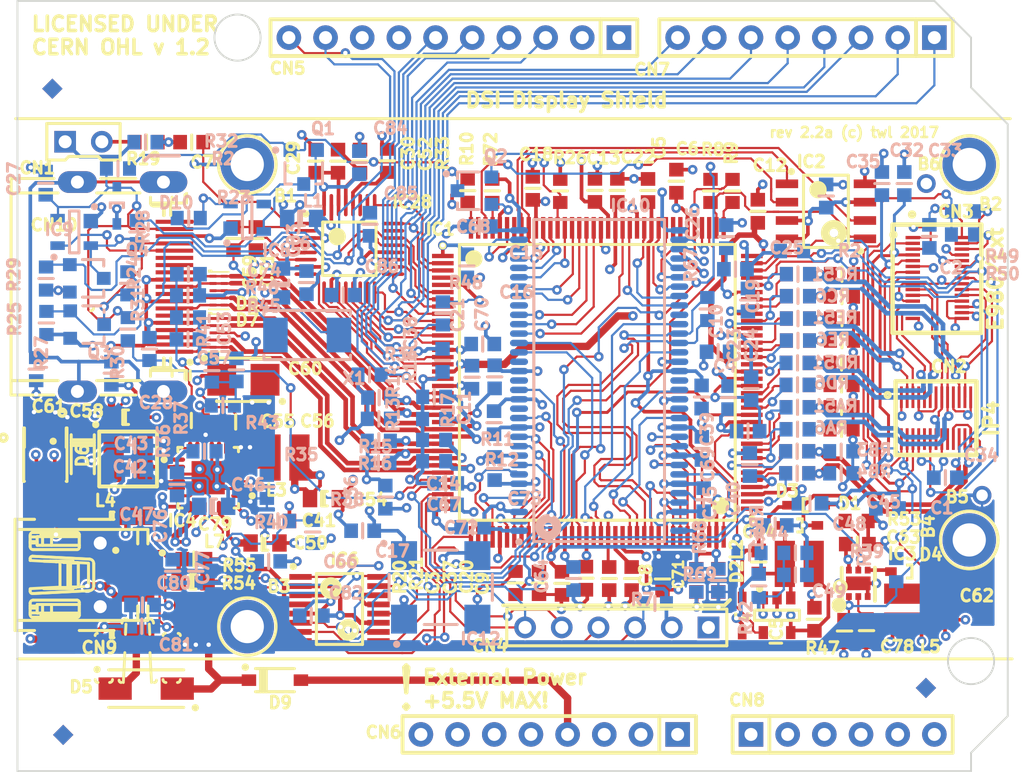
<source format=kicad_pcb>
(kicad_pcb (version 20170123) (host pcbnew "(2017-08-22 revision 07e2b4a)-tom-improved-outline-edit")
  (layers (0 "Top Layer" signal) (1 PWR signal) (2 GND signal) (31 "Bottom Layer" signal) (34 B.Paste user) (35 F.Paste user) (36 B.SilkS user) (37 F.SilkS user) (38 B.Mask user) (39 F.Mask user) (44 Edge.Cuts user))
  (net 0 "")
  (net 1 SDA)
  (net 2 NetC76_1)
  (net 3 CPU_RST)
  (net 4 CLK_25MHZ)
  (net 5 NetCN6_4)
  (net 6 DSI_GPIO1)
  (net 7 DSI_L1_P)
  (net 8 DSI_L1_N)
  (net 9 DSI_L0_P)
  (net 10 DSI_L0_N)
  (net 11 LCD_PWREN)
  (net 12 SDRAM_DQS1)
  (net 13 CFG_CCLK)
  (net 14 CFG_CS)
  (net 15 CFG_DONE)
  (net 16 CFG_M0)
  (net 17 GND)
  (net 18 CFG_MISO)
  (net 19 CFG_MOSI)
  (net 20 DBG_RX)
  (net 21 DBG_TX)
  (net 22 DDR_VREF)
  (net 23 DSI_GPIO0)
  (net 24 DSI_HS_CLK_N)
  (net 25 DSI_HS_CLK_P)
  (net 26 DSI_HS_N0)
  (net 27 DSI_HS_N1)
  (net 28 DSI_HS_N2)
  (net 29 DSI_HS_N3)
  (net 30 DSI_HS_P0)
  (net 31 DSI_HS_P1)
  (net 32 DSI_HS_P2)
  (net 33 DSI_HS_P3)
  (net 34 DSI_LP_CLK_N)
  (net 35 DSI_LP_CLK_P)
  (net 36 DSI_LP_N0)
  (net 37 DSI_LP_N1)
  (net 38 DSI_LP_N2)
  (net 39 DSI_LP_N3)
  (net 40 DSI_LP_P0)
  (net 41 DSI_LP_P1)
  (net 42 DSI_LP_P2)
  (net 43 DSI_LP_P3)
  (net 44 DSI_RESET_N)
  (net 45 HDMI_CEC)
  (net 46 HDMI_HPD)
  (net 47 HDMI_P5V)
  (net 48 HDMI_SCL)
  (net 49 HDMI_SDA)
  (net 50 HOST_A0)
  (net 51 HOST_CS)
  (net 52 HOST_D0)
  (net 53 HOST_D1)
  (net 54 HOST_D2)
  (net 55 HOST_D3)
  (net 56 HOST_D4)
  (net 57 HOST_D5)
  (net 58 HOST_D6)
  (net 59 HOST_D7)
  (net 60 HOST_RD)
  (net 61 HOST_WE)
  (net 62 LCD_BL_A)
  (net 63 LCD_BL_FB)
  (net 64 LCD_BOOST_FB)
  (net 65 LCD_MVDRV)
  (net 66 LCD_PVDRV)
  (net 67 DSI_CLK_N)
  (net 68 DSI_CLK_P)
  (net 69 DSI_L3_N)
  (net 70 DSI_L3_P)
  (net 71 DSI_L2_N)
  (net 72 DSI_L2_P)
  (net 73 NetC28_2)
  (net 74 NetC44_1)
  (net 75 NetC44_2)
  (net 76 NetC53_2)
  (net 77 NetC57_2)
  (net 78 NetD4_2)
  (net 79 NetIC1_14)
  (net 80 NetIC1_37)
  (net 81 NetIC1_72)
  (net 82 NetIC4_3)
  (net 83 NetIC4_5)
  (net 84 NetIC4_14)
  (net 85 NetIC4_22)
  (net 86 NetQ1_1)
  (net 87 NetQ1_3)
  (net 88 P1V2)
  (net 89 P1V8)
  (net 90 P3V3)
  (net 91 P5V_IN)
  (net 92 SDRAM_A6)
  (net 93 SDRAM_A7)
  (net 94 SDRAM_A8)
  (net 95 SDRAM_A9)
  (net 96 SDRAM_A10)
  (net 97 SDRAM_A11)
  (net 98 SDRAM_A12)
  (net 99 SDRAM_BA0)
  (net 100 SDRAM_BA1)
  (net 101 SDRAM_CAS_N)
  (net 102 SDRAM_CKE)
  (net 103 SDRAM_CLK_N)
  (net 104 SDRAM_CLK_P)
  (net 105 SDRAM_CS_N)
  (net 106 SDRAM_DQ1)
  (net 107 SDRAM_DQ2)
  (net 108 SDRAM_DQ3)
  (net 109 SDRAM_DQ4)
  (net 110 SDRAM_DQ5)
  (net 111 SDRAM_DQ6)
  (net 112 SDRAM_DQ7)
  (net 113 SDRAM_DQ8)
  (net 114 SDRAM_DQ9)
  (net 115 SDRAM_DQ10)
  (net 116 SDRAM_DQ11)
  (net 117 SDRAM_DQ12)
  (net 118 SDRAM_DQ13)
  (net 119 SDRAM_DQ14)
  (net 120 SDRAM_DQ15)
  (net 121 SDRAM_DQM1)
  (net 122 SDRAM_RAS_N)
  (net 123 SDRAM_WE_N)
  (net 124 TCK)
  (net 125 TDI)
  (net 126 TDO)
  (net 127 TMDS0_N)
  (net 128 TMDS0_P)
  (net 129 TMDS1_N)
  (net 130 TMDS1_P)
  (net 131 TMDS2_N)
  (net 132 TMDS2_P)
  (net 133 TMDS_CLK_N)
  (net 134 TMDS_CLK_P)
  (net 135 TMS)
  (net 136 P2V5)
  (net 137 SDRAM_A0)
  (net 138 SDRAM_A1)
  (net 139 SDRAM_A2)
  (net 140 SDRAM_A3)
  (net 141 SDRAM_A4)
  (net 142 SDRAM_A5)
  (net 143 SDRAM_DQ0)
  (net 144 SDRAM_DQM0)
  (net 145 SDRAM_DQS0)
  (net 146 NetIC4_21)
  (net 147 HPD_EN)
  (net 148 BL_DIM)
  (net 149 NetC7_1)
  (net 150 NetC7_2)
  (net 151 NetC29_2)
  (net 152 NetC30_1)
  (net 153 NetC31_1)
  (net 154 NetC59_1)
  (net 155 NetC78_1)
  (net 156 NetC79_1)
  (net 157 NetC80_1)
  (net 158 NetC81_1)
  (net 159 NetC82_2)
  (net 160 NetCN3_28)
  (net 161 NetCN3_29)
  (net 162 NetCN10_2)
  (net 163 NetIC6_8)
  (net 164 NetIC6_9)
  (net 165 NetIC28_28)
  (net 166 VI_AVDD)
  (net 167 VI_GND)
  (net 168 HPD_NOTIF)
  (net 169 SCL)
  (module TSOP66 (layer "Bottom Layer") (at 77.3684 125.959)
    (fp_text reference IC10 (at 0.6604 -11.6332) (layer B.SilkS) (effects (font (size 0.8128 0.8128) (thickness 0.2032)) (justify left bottom)))
    (fp_text value MT46V32M16P-5B:F hide)
    (pad 1 smd oval (at -5.549999 10.4) (size 1.25 0.449999) (layers "Bottom Layer" B.Paste B.Mask) (net 136 P2V5))
    (pad 2 smd oval (at -5.549999 9.749998) (size 1.25 0.449999) (layers "Bottom Layer" B.Paste B.Mask) (net 143 SDRAM_DQ0))
    (pad 3 smd oval (at -5.549999 9.1) (size 1.25 0.449999) (layers "Bottom Layer" B.Paste B.Mask) (net 136 P2V5))
    (pad 4 smd oval (at -5.549999 8.449998) (size 1.25 0.449999) (layers "Bottom Layer" B.Paste B.Mask) (net 106 SDRAM_DQ1))
    (pad 5 smd oval (at -5.549999 7.8) (size 1.25 0.449999) (layers "Bottom Layer" B.Paste B.Mask) (net 107 SDRAM_DQ2))
    (pad 6 smd oval (at -5.549999 7.149998) (size 1.25 0.449999) (layers "Bottom Layer" B.Paste B.Mask) (net 17 GND))
    (pad 7 smd oval (at -5.549999 6.5) (size 1.25 0.449999) (layers "Bottom Layer" B.Paste B.Mask) (net 108 SDRAM_DQ3))
    (pad 8 smd oval (at -5.549999 5.850001) (size 1.25 0.449999) (layers "Bottom Layer" B.Paste B.Mask) (net 109 SDRAM_DQ4))
    (pad 9 smd oval (at -5.549999 5.2) (size 1.25 0.449999) (layers "Bottom Layer" B.Paste B.Mask) (net 136 P2V5))
    (pad 10 smd oval (at -5.549999 4.549999) (size 1.25 0.449999) (layers "Bottom Layer" B.Paste B.Mask) (net 110 SDRAM_DQ5))
    (pad 11 smd oval (at -5.549999 3.9) (size 1.25 0.449999) (layers "Bottom Layer" B.Paste B.Mask) (net 111 SDRAM_DQ6))
    (pad 12 smd oval (at -5.549999 3.250001) (size 1.25 0.449999) (layers "Bottom Layer" B.Paste B.Mask) (net 17 GND))
    (pad 13 smd oval (at -5.549999 2.6) (size 1.25 0.449999) (layers "Bottom Layer" B.Paste B.Mask) (net 112 SDRAM_DQ7))
    (pad 14 smd oval (at -5.549999 1.949999) (size 1.25 0.449999) (layers "Bottom Layer" B.Paste B.Mask))
    (pad 15 smd oval (at -5.549999 1.3) (size 1.25 0.449999) (layers "Bottom Layer" B.Paste B.Mask) (net 136 P2V5))
    (pad 16 smd oval (at -5.549999 0.649999) (size 1.25 0.449999) (layers "Bottom Layer" B.Paste B.Mask) (net 145 SDRAM_DQS0))
    (pad 17 smd oval (at -5.549999 0) (size 1.25 0.449999) (layers "Bottom Layer" B.Paste B.Mask))
    (pad 18 smd oval (at -5.549999 -0.649999) (size 1.25 0.449999) (layers "Bottom Layer" B.Paste B.Mask) (net 136 P2V5))
    (pad 19 smd oval (at -5.549999 -1.3) (size 1.25 0.449999) (layers "Bottom Layer" B.Paste B.Mask))
    (pad 20 smd oval (at -5.549999 -1.949999) (size 1.25 0.449999) (layers "Bottom Layer" B.Paste B.Mask) (net 144 SDRAM_DQM0))
    (pad 21 smd oval (at -5.549999 -2.6) (size 1.25 0.449999) (layers "Bottom Layer" B.Paste B.Mask) (net 123 SDRAM_WE_N))
    (pad 22 smd oval (at -5.549999 -3.250001) (size 1.25 0.449999) (layers "Bottom Layer" B.Paste B.Mask) (net 101 SDRAM_CAS_N))
    (pad 23 smd oval (at -5.549999 -3.9) (size 1.25 0.449999) (layers "Bottom Layer" B.Paste B.Mask) (net 122 SDRAM_RAS_N))
    (pad 24 smd oval (at -5.549999 -4.550001) (size 1.25 0.449999) (layers "Bottom Layer" B.Paste B.Mask) (net 105 SDRAM_CS_N))
    (pad 25 smd oval (at -5.549999 -5.2) (size 1.25 0.449999) (layers "Bottom Layer" B.Paste B.Mask))
    (pad 26 smd oval (at -5.549999 -5.850001) (size 1.25 0.449999) (layers "Bottom Layer" B.Paste B.Mask) (net 99 SDRAM_BA0))
    (pad 27 smd oval (at -5.549999 -6.5) (size 1.25 0.449999) (layers "Bottom Layer" B.Paste B.Mask) (net 100 SDRAM_BA1))
    (pad 28 smd oval (at -5.549999 -7.150001) (size 1.25 0.449999) (layers "Bottom Layer" B.Paste B.Mask) (net 96 SDRAM_A10))
    (pad 29 smd oval (at -5.549999 -7.8) (size 1.25 0.449999) (layers "Bottom Layer" B.Paste B.Mask) (net 137 SDRAM_A0))
    (pad 30 smd oval (at -5.549999 -8.449998) (size 1.25 0.449999) (layers "Bottom Layer" B.Paste B.Mask) (net 138 SDRAM_A1))
    (pad 31 smd oval (at -5.549999 -9.1) (size 1.25 0.449999) (layers "Bottom Layer" B.Paste B.Mask) (net 139 SDRAM_A2))
    (pad 32 smd oval (at -5.549999 -9.750001) (size 1.25 0.449999) (layers "Bottom Layer" B.Paste B.Mask) (net 140 SDRAM_A3))
    (pad 33 smd oval (at -5.549999 -10.4) (size 1.25 0.449999) (layers "Bottom Layer" B.Paste B.Mask) (net 136 P2V5))
    (pad 34 smd oval (at 5.550002 -10.4) (size 1.25 0.449999) (layers "Bottom Layer" B.Paste B.Mask) (net 17 GND))
    (pad 35 smd oval (at 5.550002 -9.750001) (size 1.25 0.449999) (layers "Bottom Layer" B.Paste B.Mask) (net 141 SDRAM_A4))
    (pad 36 smd oval (at 5.550002 -9.1) (size 1.25 0.449999) (layers "Bottom Layer" B.Paste B.Mask) (net 142 SDRAM_A5))
    (pad 37 smd oval (at 5.550002 -8.449998) (size 1.25 0.449999) (layers "Bottom Layer" B.Paste B.Mask) (net 92 SDRAM_A6))
    (pad 38 smd oval (at 5.550002 -7.8) (size 1.25 0.449999) (layers "Bottom Layer" B.Paste B.Mask) (net 93 SDRAM_A7))
    (pad 39 smd oval (at 5.550002 -7.150001) (size 1.25 0.449999) (layers "Bottom Layer" B.Paste B.Mask) (net 94 SDRAM_A8))
    (pad 40 smd oval (at 5.550002 -6.5) (size 1.25 0.449999) (layers "Bottom Layer" B.Paste B.Mask) (net 95 SDRAM_A9))
    (pad 41 smd oval (at 5.550002 -5.850001) (size 1.25 0.449999) (layers "Bottom Layer" B.Paste B.Mask) (net 97 SDRAM_A11))
    (pad 42 smd oval (at 5.550002 -5.2) (size 1.25 0.449999) (layers "Bottom Layer" B.Paste B.Mask) (net 98 SDRAM_A12))
    (pad 43 smd oval (at 5.550002 -4.550001) (size 1.25 0.449999) (layers "Bottom Layer" B.Paste B.Mask))
    (pad 44 smd oval (at 5.550002 -3.9) (size 1.25 0.449999) (layers "Bottom Layer" B.Paste B.Mask) (net 102 SDRAM_CKE))
    (pad 45 smd oval (at 5.550002 -3.250001) (size 1.25 0.449999) (layers "Bottom Layer" B.Paste B.Mask) (net 104 SDRAM_CLK_P))
    (pad 46 smd oval (at 5.550002 -2.6) (size 1.25 0.449999) (layers "Bottom Layer" B.Paste B.Mask) (net 103 SDRAM_CLK_N))
    (pad 47 smd oval (at 5.550002 -1.949999) (size 1.25 0.449999) (layers "Bottom Layer" B.Paste B.Mask) (net 121 SDRAM_DQM1))
    (pad 48 smd oval (at 5.550002 -1.3) (size 1.25 0.449999) (layers "Bottom Layer" B.Paste B.Mask) (net 17 GND))
    (pad 49 smd oval (at 5.550002 -0.649999) (size 1.25 0.449999) (layers "Bottom Layer" B.Paste B.Mask) (net 22 DDR_VREF))
    (pad 50 smd oval (at 5.550002 0) (size 1.25 0.449999) (layers "Bottom Layer" B.Paste B.Mask))
    (pad 51 smd oval (at 5.550002 0.649999) (size 1.25 0.449999) (layers "Bottom Layer" B.Paste B.Mask) (net 12 SDRAM_DQS1))
    (pad 52 smd oval (at 5.550002 1.3) (size 1.25 0.449999) (layers "Bottom Layer" B.Paste B.Mask) (net 17 GND))
    (pad 53 smd oval (at 5.550002 1.949999) (size 1.25 0.449999) (layers "Bottom Layer" B.Paste B.Mask))
    (pad 54 smd oval (at 5.550002 2.6) (size 1.25 0.449999) (layers "Bottom Layer" B.Paste B.Mask) (net 113 SDRAM_DQ8))
    (pad 55 smd oval (at 5.550002 3.250001) (size 1.25 0.449999) (layers "Bottom Layer" B.Paste B.Mask) (net 136 P2V5))
    (pad 56 smd oval (at 5.550002 3.9) (size 1.25 0.449999) (layers "Bottom Layer" B.Paste B.Mask) (net 114 SDRAM_DQ9))
    (pad 57 smd oval (at 5.550002 4.549999) (size 1.25 0.449999) (layers "Bottom Layer" B.Paste B.Mask) (net 115 SDRAM_DQ10))
    (pad 58 smd oval (at 5.550002 5.2) (size 1.25 0.449999) (layers "Bottom Layer" B.Paste B.Mask) (net 17 GND))
    (pad 59 smd oval (at 5.550002 5.850001) (size 1.25 0.449999) (layers "Bottom Layer" B.Paste B.Mask) (net 116 SDRAM_DQ11))
    (pad 60 smd oval (at 5.550002 6.5) (size 1.25 0.449999) (layers "Bottom Layer" B.Paste B.Mask) (net 117 SDRAM_DQ12))
    (pad 61 smd oval (at 5.550002 7.149998) (size 1.25 0.449999) (layers "Bottom Layer" B.Paste B.Mask) (net 136 P2V5))
    (pad 62 smd oval (at 5.550002 7.8) (size 1.25 0.449999) (layers "Bottom Layer" B.Paste B.Mask) (net 118 SDRAM_DQ13))
    (pad 63 smd oval (at 5.550002 8.449998) (size 1.25 0.449999) (layers "Bottom Layer" B.Paste B.Mask) (net 119 SDRAM_DQ14))
    (pad 64 smd oval (at 5.550002 9.1) (size 1.25 0.449999) (layers "Bottom Layer" B.Paste B.Mask) (net 17 GND))
    (pad 65 smd oval (at 5.550002 9.749998) (size 1.25 0.449999) (layers "Bottom Layer" B.Paste B.Mask) (net 120 SDRAM_DQ15))
    (pad 66 smd oval (at 5.550002 10.4) (size 1.25 0.449999) (layers "Bottom Layer" B.Paste B.Mask) (net 17 GND))
  )
  (module FIDUCIAL_TOP_S100-200 (layer "Top Layer") (at 39.5 105.750001 270)
    (fp_text reference FTG6 hide)
    (fp_text value "Use only in PCB" hide)
    (pad 1 smd rect (at 0 0 315) (size 1.000001 1.000001) (layers "Top Layer" F.Paste F.Mask))
  )
  (module FIDUCIAL_TOP_S100-200 (layer "Top Layer") (at 40.250001 150.5 270)
    (fp_text reference FTG5 hide)
    (fp_text value "Use only in PCB" hide)
    (pad 1 smd rect (at 0 0 315) (size 1.000001 1.000001) (layers "Top Layer" F.Paste F.Mask))
  )
  (module FIDUCIAL_TOP_S100-200 (layer "Top Layer") (at 100.000001 147.249999 270)
    (fp_text reference FTG4 hide)
    (fp_text value "Use only in PCB" hide)
    (pad 1 smd rect (at 0 0 315) (size 1.000001 1.000001) (layers "Top Layer" F.Paste F.Mask))
  )
  (module MOLEX_500254-1927 (layer "Top Layer") (at 47.9552 119.465998 90)
    (fp_text reference CN1 (at 7.756398 -10.8458) (layer F.SilkS) (effects (font (size 0.8128 0.8128) (thickness 0.2032)) (justify left bottom)))
    (fp_text value HDMI hide)
    (pad 19 smd rect (at 4.500001 0 90) (size 0.279999 2.6) (layers "Top Layer" F.Paste F.Mask) (net 46 HDMI_HPD))
    (pad 18 smd rect (at 4 0 90) (size 0.279999 2.6) (layers "Top Layer" F.Paste F.Mask) (net 47 HDMI_P5V))
    (pad 17 smd rect (at 3.499998 0 90) (size 0.279999 2.6) (layers "Top Layer" F.Paste F.Mask) (net 17 GND))
    (pad 16 smd rect (at 2.999999 0 90) (size 0.279999 2.6) (layers "Top Layer" F.Paste F.Mask) (net 49 HDMI_SDA))
    (pad 15 smd rect (at 2.499998 0 90) (size 0.279999 2.6) (layers "Top Layer" F.Paste F.Mask) (net 48 HDMI_SCL))
    (pad 14 smd rect (at 1.999999 0 90) (size 0.279999 2.6) (layers "Top Layer" F.Paste F.Mask))
    (pad 13 smd rect (at 1.499997 0 90) (size 0.279999 2.6) (layers "Top Layer" F.Paste F.Mask) (net 45 HDMI_CEC))
    (pad 12 smd rect (at 0.999998 0 90) (size 0.279999 2.6) (layers "Top Layer" F.Paste F.Mask) (net 133 TMDS_CLK_N))
    (pad 11 smd rect (at 0.499996 0 90) (size 0.279999 2.6) (layers "Top Layer" F.Paste F.Mask) (net 17 GND))
    (pad 10 smd rect (at -0.000003 0 90) (size 0.279999 2.6) (layers "Top Layer" F.Paste F.Mask) (net 134 TMDS_CLK_P))
    (pad 9 smd rect (at -0.500004 0 90) (size 0.279999 2.6) (layers "Top Layer" F.Paste F.Mask) (net 127 TMDS0_N))
    (pad 8 smd rect (at -1.000003 0 90) (size 0.279999 2.6) (layers "Top Layer" F.Paste F.Mask) (net 17 GND))
    (pad 7 smd rect (at -1.500005 0 90) (size 0.279999 2.6) (layers "Top Layer" F.Paste F.Mask) (net 128 TMDS0_P))
    (pad 6 smd rect (at -2.000004 0 90) (size 0.279999 2.6) (layers "Top Layer" F.Paste F.Mask) (net 129 TMDS1_N))
    (pad 5 smd rect (at -2.500005 0 90) (size 0.279999 2.6) (layers "Top Layer" F.Paste F.Mask) (net 17 GND))
    (pad 4 smd rect (at -3.000004 0 90) (size 0.279999 2.6) (layers "Top Layer" F.Paste F.Mask) (net 130 TMDS1_P))
    (pad 3 smd rect (at -3.500006 0 90) (size 0.279999 2.6) (layers "Top Layer" F.Paste F.Mask) (net 131 TMDS2_N))
    (pad 2 smd rect (at -4.000005 0 90) (size 0.279999 2.6) (layers "Top Layer" F.Paste F.Mask) (net 17 GND))
    (pad 1 smd rect (at -4.500006 0 90) (size 0.279999 2.6) (layers "Top Layer" F.Paste F.Mask) (net 132 TMDS2_P))
    (pad SHIE thru_hole oval (at -7.250006 -6.720004 270) (size 1.5 2.7) (drill 0.900001) (layers *.Cu F.Mask) (net 73 NetC28_2))
    (pad SHIE thru_hole oval (at -7.250006 -0.760001 270) (size 1.5 3.300001) (drill 0.900001) (layers *.Cu F.Mask) (net 73 NetC28_2))
    (pad SHIE thru_hole oval (at 7.250001 -0.760001 270) (size 1.5 3.300001) (drill 0.900001) (layers *.Cu F.Mask) (net 73 NetC28_2))
    (pad SHIE thru_hole oval (at 7.250001 -6.720004 270) (size 1.5 2.7) (drill 0.900001) (layers *.Cu F.Mask) (net 73 NetC28_2))
  )
  (module DIOM5226X262N (layer "Top Layer") (at 45.9994 147.295 180)
    (fp_text reference D5 (at 5.4356 -0.3556) (layer F.SilkS) (effects (font (size 0.8128 0.8128) (thickness 0.2032)) (justify left bottom)))
    (fp_text value SMAJ5.0A-E3/61 hide)
    (pad 1 smd rect (at -2.150001 0 180) (size 2.3 1.549999) (layers "Top Layer" F.Paste F.Mask) (net 91 P5V_IN))
    (pad 2 smd rect (at 2.150001 0 180) (size 2.3 1.549999) (layers "Top Layer" F.Paste F.Mask) (net 17 GND))
  )
  (module c350h200 (layer "Top Layer") (at 53.000001 143)
    (fp_text reference B3 (at 1.267099 -2.309) (layer F.SilkS) (effects (font (size 0.8128 0.8128) (thickness 0.2032)) (justify left bottom)))
    (fp_text value "Plated Hole" hide)
    (pad 1 thru_hole oval (at 0 0) (size 3.7 3.7) (drill 2.3) (layers *.Cu *.Mask) (net 17 GND))
  )
  (module c350h200 (layer "Top Layer") (at 53.000001 111)
    (fp_text reference B1 (at 1.724299 2.64) (layer F.SilkS) (effects (font (size 0.8128 0.8128) (thickness 0.2032)) (justify left bottom)))
    (fp_text value "Plated Hole" hide)
    (pad 1 thru_hole oval (at 0 0) (size 3.7 3.7) (drill 2.3) (layers *.Cu *.Mask) (net 17 GND))
  )
  (module c350h200 (layer "Top Layer") (at 103 111)
    (fp_text reference B2 (at 0.5558 3.2242) (layer F.SilkS) (effects (font (size 0.8128 0.8128) (thickness 0.2032)) (justify left bottom)))
    (fp_text value "Plated Hole" hide)
    (pad 1 thru_hole oval (at 0 0) (size 3.7 3.7) (drill 2.3) (layers *.Cu *.Mask) (net 17 GND))
  )
  (module CAPC1608X87N (layer "Top Layer") (at 52.0446 116.1292 270)
    (fp_text reference C59 (at 3.6322 -1.6129 90) (layer F.SilkS) (effects (font (size 0.8128 0.8128) (thickness 0.2032)) (justify left bottom)))
    (fp_text value 22p hide)
    (pad 2 smd rect (at -0.800001 0 90) (size 0.950001 1.000001) (layers "Top Layer" F.Paste F.Mask) (net 167 VI_GND))
    (pad 1 smd rect (at 0.800001 0 90) (size 0.950001 1.000001) (layers "Top Layer" F.Paste F.Mask) (net 154 NetC59_1))
  )
  (module RESC1608X55N (layer "Top Layer") (at 62.6872 110.74439 270)
    (fp_text reference R33 (at 0.78741 -4.318 90) (layer F.SilkS) (effects (font (size 0.8128 0.8128) (thickness 0.2032)) (justify left bottom)))
    (fp_text value 3.3k hide)
    (pad 1 smd rect (at 0.800001 0 90) (size 0.900001 1.000001) (layers "Top Layer" F.Paste F.Mask) (net 165 NetIC28_28))
    (pad 2 smd rect (at -0.800001 0 90) (size 0.900001 1.000001) (layers "Top Layer" F.Paste F.Mask) (net 90 P3V3))
  )
  (module SOT1176-1 (layer "Top Layer") (at 50.62728 121.65878 90)
    (fp_text reference D7 (at -0.59182 1.44272) (layer F.SilkS) (effects (font (size 0.8128 0.8128) (thickness 0.2032)) (justify left bottom)))
    (fp_text value IP4292CZ10 hide)
    (pad 1 smd rect (at 0 0 270) (size 0.2 0.475) (layers "Top Layer" F.Paste F.Mask) (net 129 TMDS1_N))
    (pad 2 smd rect (at -0.499999 0 270) (size 0.2 0.475) (layers "Top Layer" F.Paste F.Mask) (net 130 TMDS1_P))
    (pad 3 smd rect (at -1.000001 0 270) (size 0.2 0.475) (layers "Top Layer" F.Paste F.Mask) (net 17 GND))
    (pad 4 smd rect (at -1.5 0 270) (size 0.2 0.475) (layers "Top Layer" F.Paste F.Mask) (net 131 TMDS2_N))
    (pad 5 smd rect (at -2.000001 0 270) (size 0.2 0.475) (layers "Top Layer" F.Paste F.Mask) (net 132 TMDS2_P))
    (pad 6 smd rect (at -2.000001 0.775 270) (size 0.2 0.475) (layers "Top Layer" F.Paste F.Mask) (net 132 TMDS2_P))
    (pad 7 smd rect (at -1.5 0.775 270) (size 0.2 0.475) (layers "Top Layer" F.Paste F.Mask) (net 131 TMDS2_N))
    (pad 8 smd rect (at -1.000001 0.775 270) (size 0.2 0.475) (layers "Top Layer" F.Paste F.Mask) (net 17 GND))
    (pad 9 smd rect (at -0.499999 0.775 270) (size 0.2 0.475) (layers "Top Layer" F.Paste F.Mask) (net 130 TMDS1_P))
    (pad 10 smd rect (at 0 0.775 270) (size 0.2 0.475) (layers "Top Layer" F.Paste F.Mask) (net 129 TMDS1_N))
  )
  (module SOT1176-1 (layer "Top Layer") (at 50.62728 118.73778 90)
    (fp_text reference D8 (at -2.35712 1.43002) (layer F.SilkS) (effects (font (size 0.8128 0.8128) (thickness 0.2032)) (justify left bottom)))
    (fp_text value IP4292CZ10 hide)
    (pad 1 smd rect (at 0 0 270) (size 0.2 0.475) (layers "Top Layer" F.Paste F.Mask) (net 133 TMDS_CLK_N))
    (pad 2 smd rect (at -0.499999 0 270) (size 0.2 0.475) (layers "Top Layer" F.Paste F.Mask) (net 134 TMDS_CLK_P))
    (pad 3 smd rect (at -1.000001 0 270) (size 0.2 0.475) (layers "Top Layer" F.Paste F.Mask) (net 17 GND))
    (pad 4 smd rect (at -1.5 0 270) (size 0.2 0.475) (layers "Top Layer" F.Paste F.Mask) (net 127 TMDS0_N))
    (pad 5 smd rect (at -2.000001 0 270) (size 0.2 0.475) (layers "Top Layer" F.Paste F.Mask) (net 128 TMDS0_P))
    (pad 6 smd rect (at -2.000001 0.775 270) (size 0.2 0.475) (layers "Top Layer" F.Paste F.Mask) (net 128 TMDS0_P))
    (pad 7 smd rect (at -1.5 0.775 270) (size 0.2 0.475) (layers "Top Layer" F.Paste F.Mask) (net 127 TMDS0_N))
    (pad 8 smd rect (at -1.000001 0.775 270) (size 0.2 0.475) (layers "Top Layer" F.Paste F.Mask) (net 17 GND))
    (pad 9 smd rect (at -0.499999 0.775 270) (size 0.2 0.475) (layers "Top Layer" F.Paste F.Mask) (net 134 TMDS_CLK_P))
    (pad 10 smd rect (at 0 0.775 270) (size 0.2 0.475) (layers "Top Layer" F.Paste F.Mask) (net 133 TMDS_CLK_N))
  )
  (module RESC1608X55N (layer "Top Layer") (at 73.2028 139.9798 90)
    (fp_text reference R21 (at -0.6731 -8.0137 90) (layer F.SilkS) (effects (font (size 0.8128 0.8128) (thickness 0.2032)) (justify left bottom)))
    (fp_text value 220 hide)
    (pad 1 smd rect (at 0.800001 0 270) (size 0.900001 1.000001) (layers "Top Layer" F.Paste F.Mask) (net 79 NetIC1_14))
    (pad 2 smd rect (at -0.800001 0 270) (size 0.900001 1.000001) (layers "Top Layer" F.Paste F.Mask) (net 17 GND))
  )
  (module RESC1608X55N (layer "Top Layer") (at 71.5772 139.9798 90)
    (fp_text reference R20 (at -0.9017 -7.5311 90) (layer F.SilkS) (effects (font (size 0.8128 0.8128) (thickness 0.2032)) (justify left bottom)))
    (fp_text value 180 hide)
    (pad 1 smd rect (at 0.800001 0 270) (size 0.900001 1.000001) (layers "Top Layer" F.Paste F.Mask) (net 4 CLK_25MHZ))
    (pad 2 smd rect (at -0.800001 0 270) (size 0.900001 1.000001) (layers "Top Layer" F.Paste F.Mask) (net 79 NetIC1_14))
  )
  (module TSQFP50P700X700-32L (layer "Top Layer") (at 60.071 116.8404)
    (fp_text reference IC28 (at 2.8448 -2.7686) (layer F.SilkS) (effects (font (size 0.8128 0.8128) (thickness 0.2032)) (justify left bottom)))
    (fp_text value TVP5150AM1PBS hide)
    (pad 1 smd oval (at -3.025 -1.749999 90) (size 0.25 1.549999) (layers "Top Layer" F.Paste F.Mask) (net 150 NetC7_2))
    (pad 2 smd oval (at -3.025 -1.25 90) (size 0.25 1.549999) (layers "Top Layer" F.Paste F.Mask))
    (pad 3 smd oval (at -3.025 -0.750001 90) (size 0.25 1.549999) (layers "Top Layer" F.Paste F.Mask) (net 167 VI_GND))
    (pad 4 smd oval (at -3.025 -0.25 90) (size 0.25 1.549999) (layers "Top Layer" F.Paste F.Mask) (net 166 VI_AVDD))
    (pad 5 smd oval (at -3.025 0.25 90) (size 0.25 1.549999) (layers "Top Layer" F.Paste F.Mask) (net 154 NetC59_1))
    (pad 6 smd oval (at -3.025 0.749999 90) (size 0.25 1.549999) (layers "Top Layer" F.Paste F.Mask) (net 153 NetC31_1))
    (pad 7 smd oval (at -3.025 1.25 90) (size 0.25 1.549999) (layers "Top Layer" F.Paste F.Mask) (net 167 VI_GND))
    (pad 8 smd oval (at -3.025 1.749999 90) (size 0.25 1.549999) (layers "Top Layer" F.Paste F.Mask) (net 50 HOST_A0))
    (pad 9 smd oval (at -1.749999 3.025) (size 0.25 1.549999) (layers "Top Layer" F.Paste F.Mask) (net 61 HOST_WE))
    (pad 10 smd oval (at -1.25 3.025) (size 0.25 1.549999) (layers "Top Layer" F.Paste F.Mask) (net 90 P3V3))
    (pad 11 smd oval (at -0.750001 3.025) (size 0.25 1.549999) (layers "Top Layer" F.Paste F.Mask) (net 60 HOST_RD))
    (pad 12 smd oval (at -0.25 3.025) (size 0.25 1.549999) (layers "Top Layer" F.Paste F.Mask) (net 51 HOST_CS))
    (pad 13 smd oval (at 0.25 3.025) (size 0.25 1.549999) (layers "Top Layer" F.Paste F.Mask) (net 57 HOST_D5))
    (pad 14 smd oval (at 0.749999 3.025) (size 0.25 1.549999) (layers "Top Layer" F.Paste F.Mask) (net 52 HOST_D0))
    (pad 15 smd oval (at 1.25 3.025) (size 0.25 1.549999) (layers "Top Layer" F.Paste F.Mask) (net 53 HOST_D1))
    (pad 16 smd oval (at 1.749999 3.025) (size 0.25 1.549999) (layers "Top Layer" F.Paste F.Mask) (net 54 HOST_D2))
    (pad 17 smd oval (at 3.025 1.749999 90) (size 0.25 1.549999) (layers "Top Layer" F.Paste F.Mask) (net 58 HOST_D6))
    (pad 18 smd oval (at 3.025 1.25 90) (size 0.25 1.549999) (layers "Top Layer" F.Paste F.Mask) (net 55 HOST_D3))
    (pad 19 smd oval (at 3.025 0.749999 90) (size 0.25 1.549999) (layers "Top Layer" F.Paste F.Mask) (net 17 GND))
    (pad 20 smd oval (at 3.025 0.25 90) (size 0.25 1.549999) (layers "Top Layer" F.Paste F.Mask) (net 89 P1V8))
    (pad 21 smd oval (at 3.025 -0.25 90) (size 0.25 1.549999) (layers "Top Layer" F.Paste F.Mask) (net 169 SCL))
    (pad 22 smd oval (at 3.025 -0.750001 90) (size 0.25 1.549999) (layers "Top Layer" F.Paste F.Mask) (net 1 SDA))
    (pad 23 smd oval (at 3.025 -1.25 90) (size 0.25 1.549999) (layers "Top Layer" F.Paste F.Mask))
    (pad 24 smd oval (at 3.025 -1.749999 90) (size 0.25 1.549999) (layers "Top Layer" F.Paste F.Mask) (net 56 HOST_D4))
    (pad 25 smd oval (at 1.749999 -3.025) (size 0.25 1.549999) (layers "Top Layer" F.Paste F.Mask) (net 59 HOST_D7))
    (pad 26 smd oval (at 1.25 -3.025) (size 0.25 1.549999) (layers "Top Layer" F.Paste F.Mask))
    (pad 27 smd oval (at 0.749999 -3.025) (size 0.25 1.549999) (layers "Top Layer" F.Paste F.Mask))
    (pad 28 smd oval (at 0.25 -3.025) (size 0.25 1.549999) (layers "Top Layer" F.Paste F.Mask) (net 165 NetIC28_28))
    (pad 29 smd oval (at -0.25 -3.025) (size 0.25 1.549999) (layers "Top Layer" F.Paste F.Mask) (net 152 NetC30_1))
    (pad 30 smd oval (at -0.750001 -3.025) (size 0.25 1.549999) (layers "Top Layer" F.Paste F.Mask) (net 151 NetC29_2))
    (pad 31 smd oval (at -1.25 -3.025) (size 0.25 1.549999) (layers "Top Layer" F.Paste F.Mask) (net 167 VI_GND))
    (pad 32 smd oval (at -1.749999 -3.025) (size 0.25 1.549999) (layers "Top Layer" F.Paste F.Mask) (net 166 VI_AVDD))
  )
  (module UDFN6_2X2_065P (layer "Top Layer") (at 94.6658 140.9196 270)
    (fp_text reference IC3 (at -2.4892 -2.5654) (layer F.SilkS) (effects (font (size 0.8128 0.8128) (thickness 0.2032)) (justify left bottom)))
    (fp_text value LV52204MUTBG hide)
    (pad 6 smd rect (at -1.829999 0 180) (size 0.399999 0.469999) (layers "Top Layer" F.Paste F.Mask) (net 90 P3V3))
    (pad 5 smd rect (at -1.829999 -0.650001 180) (size 0.399999 0.469999) (layers "Top Layer" F.Paste F.Mask) (net 148 BL_DIM))
    (pad 4 smd rect (at -1.829999 -1.3 180) (size 0.399999 0.469999) (layers "Top Layer" F.Paste F.Mask) (net 78 NetD4_2))
    (pad 3 smd rect (at 0 -1.3 180) (size 0.399999 0.469999) (layers "Top Layer" F.Paste F.Mask) (net 17 GND))
    (pad 2 smd rect (at 0 -0.650001 180) (size 0.399999 0.469999) (layers "Top Layer" F.Paste F.Mask) (net 155 NetC78_1))
    (pad 1 smd rect (at 0 0 180) (size 0.399999 0.469999) (layers "Top Layer" F.Paste F.Mask) (net 63 LCD_BL_FB))
    (pad 7 smd rect (at -0.914999 -0.650001 270) (size 0.950001 1.699999) (layers "Top Layer" F.Paste F.Mask) (net 17 GND))
  )
  (module IPHONE4_LCD_CONN (layer "Top Layer") (at 103.0986 121.6156 270)
    (fp_text reference CN2 (at 3.8481 2.8575) (layer F.SilkS) (effects (font (size 0.8128 0.8128) (thickness 0.2032)) (justify left bottom)))
    (fp_text value AX3E41264 hide)
    (pad 1 smd rect (at 5.499997 4.800001 90) (size 1.5 0.2) (layers "Top Layer" F.Paste F.Mask) (net 17 GND))
    (pad 2 smd rect (at 8.400001 4.800001 90) (size 1.5 0.2) (layers "Top Layer" F.Paste F.Mask) (net 62 LCD_BL_A))
    (pad 3 smd rect (at 5.499999 4.399999 90) (size 1.5 0.2) (layers "Top Layer" F.Paste F.Mask) (net 10 DSI_L0_N))
    (pad 4 smd rect (at 8.400001 4.399999 90) (size 1.5 0.2) (layers "Top Layer" F.Paste F.Mask) (net 63 LCD_BL_FB))
    (pad 5 smd rect (at 5.499999 4 90) (size 1.5 0.2) (layers "Top Layer" F.Paste F.Mask) (net 9 DSI_L0_P))
    (pad 6 smd rect (at 8.400001 4 90) (size 1.5 0.2) (layers "Top Layer" F.Paste F.Mask) (net 66 LCD_PVDRV))
    (pad 7 smd rect (at 5.499999 3.6 90) (size 1.5 0.2) (layers "Top Layer" F.Paste F.Mask) (net 17 GND))
    (pad 8 smd rect (at 8.400001 3.6 90) (size 1.5 0.2) (layers "Top Layer" F.Paste F.Mask) (net 89 P1V8))
    (pad 9 smd rect (at 5.499999 3.200001 90) (size 1.5 0.2) (layers "Top Layer" F.Paste F.Mask) (net 7 DSI_L1_P))
    (pad 10 smd rect (at 8.400001 3.200001 90) (size 1.5 0.2) (layers "Top Layer" F.Paste F.Mask))
    (pad 11 smd rect (at 5.499999 2.799999 90) (size 1.5 0.2) (layers "Top Layer" F.Paste F.Mask) (net 8 DSI_L1_N))
    (pad 12 smd rect (at 8.400001 2.799999 90) (size 1.5 0.2) (layers "Top Layer" F.Paste F.Mask) (net 44 DSI_RESET_N))
    (pad 13 smd rect (at 5.499999 2.4 90) (size 1.5 0.2) (layers "Top Layer" F.Paste F.Mask) (net 17 GND))
    (pad 14 smd rect (at 8.400001 2.4 90) (size 1.5 0.2) (layers "Top Layer" F.Paste F.Mask))
    (pad 15 smd rect (at 5.499999 2.000001 90) (size 1.5 0.2) (layers "Top Layer" F.Paste F.Mask) (net 68 DSI_CLK_P))
    (pad 16 smd rect (at 8.400001 2.000001 90) (size 1.5 0.2) (layers "Top Layer" F.Paste F.Mask) (net 89 P1V8))
    (pad 17 smd rect (at 5.499999 1.599999 90) (size 1.5 0.2) (layers "Top Layer" F.Paste F.Mask) (net 67 DSI_CLK_N))
    (pad 18 smd rect (at 8.400001 1.599999 90) (size 1.5 0.2) (layers "Top Layer" F.Paste F.Mask))
    (pad 19 smd rect (at 5.499999 1.2 90) (size 1.5 0.2) (layers "Top Layer" F.Paste F.Mask) (net 17 GND))
    (pad 20 smd rect (at 8.400001 1.2 90) (size 1.5 0.2) (layers "Top Layer" F.Paste F.Mask) (net 17 GND))
    (pad 21 smd rect (at 5.499999 0.800001 90) (size 1.5 0.2) (layers "Top Layer" F.Paste F.Mask) (net 71 DSI_L2_N))
    (pad 22 smd rect (at 8.400001 0.800001 90) (size 1.5 0.2) (layers "Top Layer" F.Paste F.Mask) (net 70 DSI_L3_P))
    (pad 23 smd rect (at 5.499999 0.399999 90) (size 1.5 0.2) (layers "Top Layer" F.Paste F.Mask) (net 72 DSI_L2_P))
    (pad 24 smd rect (at 8.400001 0.399999 90) (size 1.5 0.2) (layers "Top Layer" F.Paste F.Mask) (net 69 DSI_L3_N))
    (pad 25 smd rect (at 5.499999 0 90) (size 1.5 0.2) (layers "Top Layer" F.Paste F.Mask) (net 17 GND))
    (pad 26 smd rect (at 8.400001 0 90) (size 1.5 0.2) (layers "Top Layer" F.Paste F.Mask) (net 17 GND))
  )
  (module INDC2012-0805 (layer "Top Layer") (at 49.2506 139.9036)
    (fp_text reference L7 (at 0.6223 -2.3241) (layer F.SilkS) (effects (font (size 0.8128 0.8128) (thickness 0.2032)) (justify left bottom)))
    (fp_text value "220R@100MHz Ferrite Bead" hide)
    (pad 2 smd rect (at 1.000001 0 90) (size 1.2 1.000001) (layers "Top Layer" F.Paste F.Mask) (net 2 NetC76_1))
    (pad 1 smd rect (at -1.000001 0 90) (size 1.2 1.000001) (layers "Top Layer" F.Paste F.Mask) (net 156 NetC79_1))
  )
  (module CAPC1608X87N (layer "Top Layer") (at 49.3014 138.3288)
    (fp_text reference C79 (at 0.1524 -1.9431) (layer F.SilkS) (effects (font (size 0.8128 0.8128) (thickness 0.2032)) (justify left bottom)))
    (fp_text value 100n hide)
    (pad 2 smd rect (at 0.800001 0) (size 0.950001 1.000001) (layers "Top Layer" F.Paste F.Mask) (net 17 GND))
    (pad 1 smd rect (at -0.800001 0) (size 0.950001 1.000001) (layers "Top Layer" F.Paste F.Mask) (net 156 NetC79_1))
  )
  (module CAPC1608X87N (layer "Top Layer") (at 95.885 143.2818 90)
    (fp_text reference C78 (at -1.5875 0.8128) (layer F.SilkS) (effects (font (size 0.8128 0.8128) (thickness 0.2032)) (justify left bottom)))
    (fp_text value 220n hide)
    (pad 2 smd rect (at -0.800001 0 270) (size 0.950001 1.000001) (layers "Top Layer" F.Paste F.Mask) (net 17 GND))
    (pad 1 smd rect (at 0.800001 0 270) (size 0.950001 1.000001) (layers "Top Layer" F.Paste F.Mask) (net 155 NetC78_1))
  )
  (module CAPC1608X87N (layer "Top Layer") (at 60.8076 110.7698 90)
    (fp_text reference C52 (at -0.8128 5.0038 90) (layer F.SilkS) (effects (font (size 0.8128 0.8128) (thickness 0.2032)) (justify left bottom)))
    (fp_text value "1u X5R" hide)
    (pad 2 smd rect (at -0.800001 0 270) (size 0.950001 1.000001) (layers "Top Layer" F.Paste F.Mask) (net 152 NetC30_1))
    (pad 1 smd rect (at 0.800001 0 270) (size 0.950001 1.000001) (layers "Top Layer" F.Paste F.Mask) (net 167 VI_GND))
  )
  (module CAPC1608X87N (layer "Top Layer") (at 76.454 139.6496 90)
    (fp_text reference C37 (at -1.2446 -8.9154 90) (layer F.SilkS) (effects (font (size 0.8128 0.8128) (thickness 0.2032)) (justify left bottom)))
    (fp_text value 100n hide)
    (pad 2 smd rect (at -0.800001 0 270) (size 0.950001 1.000001) (layers "Top Layer" F.Paste F.Mask) (net 17 GND))
    (pad 1 smd rect (at 0.800001 0 270) (size 0.950001 1.000001) (layers "Top Layer" F.Paste F.Mask) (net 136 P2V5))
  )
  (module CAPC1608X87N (layer "Top Layer") (at 53.594 116.1292 270)
    (fp_text reference C31 (at 3.4925 -1.2827 90) (layer F.SilkS) (effects (font (size 0.8128 0.8128) (thickness 0.2032)) (justify left bottom)))
    (fp_text value 22p hide)
    (pad 2 smd rect (at -0.800001 0 90) (size 0.950001 1.000001) (layers "Top Layer" F.Paste F.Mask) (net 167 VI_GND))
    (pad 1 smd rect (at 0.800001 0 90) (size 0.950001 1.000001) (layers "Top Layer" F.Paste F.Mask) (net 153 NetC31_1))
  )
  (module CAPC1608X87N (layer "Top Layer") (at 59.2836 110.7698 90)
    (fp_text reference C30 (at -0.762 5.334 90) (layer F.SilkS) (effects (font (size 0.8128 0.8128) (thickness 0.2032)) (justify left bottom)))
    (fp_text value "1u X5R" hide)
    (pad 2 smd rect (at -0.800001 0 270) (size 0.950001 1.000001) (layers "Top Layer" F.Paste F.Mask) (net 151 NetC29_2))
    (pad 1 smd rect (at 0.800001 0 270) (size 0.950001 1.000001) (layers "Top Layer" F.Paste F.Mask) (net 152 NetC30_1))
  )
  (module SOD3715X145N (layer "Top Layer") (at 54.9148 146.7108)
    (fp_text reference D9 (at -0.5588 2.032) (layer F.SilkS) (effects (font (size 0.8128 0.8128) (thickness 0.2032)) (justify left bottom)))
    (fp_text value MBR0530PbF hide)
    (pad 1 smd rect (at -1.799999 0) (size 1.000001 0.800001) (layers "Top Layer" F.Paste F.Mask) (net 91 P5V_IN))
    (pad 2 smd rect (at 1.799999 0) (size 1.000001 0.800001) (layers "Top Layer" F.Paste F.Mask) (net 5 NetCN6_4))
  )
  (module "Header 6x1 8.5mm" (layer "Top Layer") (at 87.884 150.47)
    (fp_text reference CN8 (at -1.6256 -1.905) (layer F.SilkS) (effects (font (size 0.8128 0.8128) (thickness 0.2032)) (justify left bottom)))
    (fp_text value AD hide)
    (pad 1 thru_hole rect (at 0 0) (size 1.699999 1.699999) (drill 0.900001) (layers *.Cu *.Mask))
    (pad 2 thru_hole oval (at 2.54 0) (size 1.699999 1.699999) (drill 0.900001) (layers *.Cu *.Mask))
    (pad 3 thru_hole oval (at 5.08 0) (size 1.699999 1.699999) (drill 0.900001) (layers *.Cu *.Mask))
    (pad 4 thru_hole oval (at 7.62 0) (size 1.699999 1.699999) (drill 0.900001) (layers *.Cu *.Mask))
    (pad 5 thru_hole oval (at 10.16 0) (size 1.699999 1.699999) (drill 0.900001) (layers *.Cu *.Mask))
    (pad 6 thru_hole oval (at 12.7 0) (size 1.699999 1.699999) (drill 0.900001) (layers *.Cu *.Mask))
  )
  (module "Header 10x1 8.5mm" (layer "Top Layer") (at 78.74 102.21 180)
    (fp_text reference CN5 (at 24.2951 -2.6035) (layer F.SilkS) (effects (font (size 0.8128 0.8128) (thickness 0.2032)) (justify left bottom)))
    (fp_text value IOH hide)
    (pad 1 thru_hole rect (at 0 0 180) (size 1.699999 1.699999) (drill 0.900001) (layers *.Cu *.Mask))
    (pad 2 thru_hole oval (at 2.54 0 180) (size 1.699999 1.699999) (drill 0.900001) (layers *.Cu *.Mask))
    (pad 3 thru_hole oval (at 5.08 0 180) (size 1.699999 1.699999) (drill 0.900001) (layers *.Cu *.Mask) (net 51 HOST_CS))
    (pad 4 thru_hole oval (at 7.62 0 180) (size 1.699999 1.699999) (drill 0.900001) (layers *.Cu *.Mask) (net 60 HOST_RD))
    (pad 5 thru_hole oval (at 10.16 0 180) (size 1.699999 1.699999) (drill 0.900001) (layers *.Cu *.Mask) (net 61 HOST_WE))
    (pad 6 thru_hole oval (at 12.7 0 180) (size 1.699999 1.699999) (drill 0.900001) (layers *.Cu *.Mask) (net 50 HOST_A0))
    (pad 7 thru_hole oval (at 15.24 0 180) (size 1.699999 1.699999) (drill 0.900001) (layers *.Cu *.Mask) (net 17 GND))
    (pad 8 thru_hole oval (at 17.78 0 180) (size 1.699999 1.699999) (drill 0.900001) (layers *.Cu *.Mask))
    (pad 9 thru_hole oval (at 20.32 0 180) (size 1.699999 1.699999) (drill 0.900001) (layers *.Cu *.Mask) (net 1 SDA))
    (pad 10 thru_hole oval (at 22.86 0 180) (size 1.699999 1.699999) (drill 0.900001) (layers *.Cu *.Mask) (net 169 SCL))
  )
  (module "Header 8x1 8.5mm" (layer "Top Layer") (at 100.584 102.21 180)
    (fp_text reference CN7 (at 20.9042 -2.6924) (layer F.SilkS) (effects (font (size 0.8128 0.8128) (thickness 0.2032)) (justify left bottom)))
    (fp_text value IOL hide)
    (pad 3 thru_hole oval (at 5.08 0 180) (size 1.699999 1.699999) (drill 0.900001) (layers *.Cu *.Mask) (net 54 HOST_D2))
    (pad 2 thru_hole oval (at 2.54 0 180) (size 1.699999 1.699999) (drill 0.900001) (layers *.Cu *.Mask) (net 53 HOST_D1))
    (pad 8 thru_hole oval (at 17.78 0 180) (size 1.699999 1.699999) (drill 0.900001) (layers *.Cu *.Mask) (net 59 HOST_D7))
    (pad 7 thru_hole oval (at 15.24 0 180) (size 1.699999 1.699999) (drill 0.900001) (layers *.Cu *.Mask) (net 58 HOST_D6))
    (pad 6 thru_hole oval (at 12.7 0 180) (size 1.699999 1.699999) (drill 0.900001) (layers *.Cu *.Mask) (net 57 HOST_D5))
    (pad 5 thru_hole oval (at 10.16 0 180) (size 1.699999 1.699999) (drill 0.900001) (layers *.Cu *.Mask) (net 56 HOST_D4))
    (pad 4 thru_hole oval (at 7.62 0 180) (size 1.699999 1.699999) (drill 0.900001) (layers *.Cu *.Mask) (net 55 HOST_D3))
    (pad 1 thru_hole rect (at 0 0 180) (size 1.699999 1.699999) (drill 0.900001) (layers *.Cu *.Mask) (net 52 HOST_D0))
  )
  (module "Header 8x1 8.5mm" (layer "Top Layer") (at 82.804 150.47 180)
    (fp_text reference CN6 (at 21.717 -0.3302) (layer F.SilkS) (effects (font (size 0.8128 0.8128) (thickness 0.2032)) (justify left bottom)))
    (fp_text value POWER hide)
    (pad 3 thru_hole oval (at 5.08 0 180) (size 1.699999 1.699999) (drill 0.900001) (layers *.Cu *.Mask) (net 17 GND))
    (pad 2 thru_hole oval (at 2.54 0 180) (size 1.699999 1.699999) (drill 0.900001) (layers *.Cu *.Mask) (net 17 GND))
    (pad 8 thru_hole oval (at 17.78 0 180) (size 1.699999 1.699999) (drill 0.900001) (layers *.Cu *.Mask))
    (pad 7 thru_hole oval (at 15.24 0 180) (size 1.699999 1.699999) (drill 0.900001) (layers *.Cu *.Mask))
    (pad 6 thru_hole oval (at 12.7 0 180) (size 1.699999 1.699999) (drill 0.900001) (layers *.Cu *.Mask))
    (pad 5 thru_hole oval (at 10.16 0 180) (size 1.699999 1.699999) (drill 0.900001) (layers *.Cu *.Mask))
    (pad 4 thru_hole oval (at 7.62 0 180) (size 1.699999 1.699999) (drill 0.900001) (layers *.Cu *.Mask) (net 5 NetCN6_4))
    (pad 1 thru_hole rect (at 0 0 180) (size 1.699999 1.699999) (drill 0.900001) (layers *.Cu *.Mask))
  )
  (module SOIC127P600X175-8N (layer "Top Layer") (at 93.075201 114.241797 180)
    (fp_text reference IC2 (at 2.140102 2.968894) (layer F.SilkS) (effects (font (size 0.8128 0.8128) (thickness 0.2032)) (justify left bottom)))
    (fp_text value M25P80-VMN6P hide)
    (pad 5 smd rect (at 2.7 1.905 270) (size 0.599999 1.549999) (layers "Top Layer" F.Paste F.Mask) (net 19 CFG_MOSI))
    (pad 6 smd rect (at 2.7 0.635 270) (size 0.599999 1.549999) (layers "Top Layer" F.Paste F.Mask) (net 13 CFG_CCLK))
    (pad 7 smd rect (at 2.7 -0.635 270) (size 0.599999 1.549999) (layers "Top Layer" F.Paste F.Mask) (net 90 P3V3))
    (pad 8 smd rect (at 2.7 -1.905 270) (size 0.599999 1.549999) (layers "Top Layer" F.Paste F.Mask) (net 90 P3V3))
    (pad 4 smd rect (at -2.7 1.905 270) (size 0.599999 1.549999) (layers "Top Layer" F.Paste F.Mask) (net 17 GND))
    (pad 3 smd rect (at -2.7 0.635 270) (size 0.599999 1.549999) (layers "Top Layer" F.Paste F.Mask) (net 90 P3V3))
    (pad 2 smd rect (at -2.7 -0.635 270) (size 0.599999 1.549999) (layers "Top Layer" F.Paste F.Mask) (net 18 CFG_MISO))
    (pad 1 smd rect (at -2.7 -1.905 270) (size 0.599999 1.549999) (layers "Top Layer" F.Paste F.Mask) (net 14 CFG_CS))
  )
  (module SOD323 (layer "Top Layer") (at 90.4494 134.595)
    (fp_text reference D1 (at 3.3401 0.3556) (layer F.SilkS) (effects (font (size 0.8128 0.8128) (thickness 0.2032)) (justify left bottom)))
    (fp_text value BAS170W hide)
    (pad 2 smd rect (at 2.5 0) (size 0.800001 0.599999) (layers "Top Layer" F.Paste F.Mask) (net 65 LCD_MVDRV))
    (pad 1 smd rect (at 0 0) (size 0.800001 0.599999) (layers "Top Layer" F.Paste F.Mask) (net 74 NetC44_1))
  )
  (module QFP50P2200X2200X160-144N (layer "Top Layer") (at 77.2414 126.086 180)
    (fp_text reference IC1 (at 12.0015 10.1346) (layer F.SilkS) (effects (font (size 0.8128 0.8128) (thickness 0.2032)) (justify left bottom)))
    (fp_text value XC6SLX9-3TQG144I hide)
    (pad 1 smd rect (at -10.699999 -8.75 270) (size 0.299999 1.5) (layers "Top Layer" F.Paste F.Mask) (net 20 DBG_RX))
    (pad 2 smd rect (at -10.699999 -8.249999 270) (size 0.299999 1.5) (layers "Top Layer" F.Paste F.Mask) (net 39 DSI_LP_N3))
    (pad 3 smd rect (at -10.699999 -7.75 270) (size 0.299999 1.5) (layers "Top Layer" F.Paste F.Mask) (net 17 GND))
    (pad 4 smd rect (at -10.699999 -7.249998 270) (size 0.299999 1.5) (layers "Top Layer" F.Paste F.Mask) (net 89 P1V8))
    (pad 5 smd rect (at -10.699999 -6.749999 270) (size 0.299999 1.5) (layers "Top Layer" F.Paste F.Mask) (net 29 DSI_HS_N3))
    (pad 6 smd rect (at -10.699999 -6.25 270) (size 0.299999 1.5) (layers "Top Layer" F.Paste F.Mask) (net 33 DSI_HS_P3))
    (pad 7 smd rect (at -10.699999 -5.749999 270) (size 0.299999 1.5) (layers "Top Layer" F.Paste F.Mask) (net 43 DSI_LP_P3))
    (pad 8 smd rect (at -10.699999 -5.25 270) (size 0.299999 1.5) (layers "Top Layer" F.Paste F.Mask) (net 34 DSI_LP_CLK_N))
    (pad 9 smd rect (at -10.699999 -4.749998 270) (size 0.299999 1.5) (layers "Top Layer" F.Paste F.Mask) (net 24 DSI_HS_CLK_N))
    (pad 10 smd rect (at -10.699999 -4.249999 270) (size 0.299999 1.5) (layers "Top Layer" F.Paste F.Mask) (net 25 DSI_HS_CLK_P))
    (pad 11 smd rect (at -10.699999 -3.75 270) (size 0.299999 1.5) (layers "Top Layer" F.Paste F.Mask) (net 35 DSI_LP_CLK_P))
    (pad 12 smd rect (at -10.699999 -3.249999 270) (size 0.299999 1.5) (layers "Top Layer" F.Paste F.Mask) (net 11 LCD_PWREN))
    (pad 13 smd rect (at -10.699999 -2.75 270) (size 0.299999 1.5) (layers "Top Layer" F.Paste F.Mask) (net 17 GND))
    (pad 14 smd rect (at -10.699999 -2.249998 270) (size 0.299999 1.5) (layers "Top Layer" F.Paste F.Mask) (net 79 NetIC1_14))
    (pad 15 smd rect (at -10.699999 -1.749999 270) (size 0.299999 1.5) (layers "Top Layer" F.Paste F.Mask) (net 37 DSI_LP_N1))
    (pad 16 smd rect (at -10.699999 -1.25 270) (size 0.299999 1.5) (layers "Top Layer" F.Paste F.Mask) (net 27 DSI_HS_N1))
    (pad 17 smd rect (at -10.699999 -0.749999 270) (size 0.299999 1.5) (layers "Top Layer" F.Paste F.Mask) (net 31 DSI_HS_P1))
    (pad 18 smd rect (at -10.699999 -0.25 270) (size 0.299999 1.5) (layers "Top Layer" F.Paste F.Mask) (net 89 P1V8))
    (pad 19 smd rect (at -10.699999 0.250002 270) (size 0.299999 1.5) (layers "Top Layer" F.Paste F.Mask) (net 88 P1V2))
    (pad 20 smd rect (at -10.699999 0.750001 270) (size 0.299999 1.5) (layers "Top Layer" F.Paste F.Mask) (net 90 P3V3))
    (pad 21 smd rect (at -10.699999 1.25 270) (size 0.299999 1.5) (layers "Top Layer" F.Paste F.Mask) (net 41 DSI_LP_P1))
    (pad 22 smd rect (at -10.699999 1.750002 270) (size 0.299999 1.5) (layers "Top Layer" F.Paste F.Mask) (net 36 DSI_LP_N0))
    (pad 23 smd rect (at -10.699999 2.250001 270) (size 0.299999 1.5) (layers "Top Layer" F.Paste F.Mask) (net 26 DSI_HS_N0))
    (pad 24 smd rect (at -10.699999 2.750002 270) (size 0.299999 1.5) (layers "Top Layer" F.Paste F.Mask) (net 30 DSI_HS_P0))
    (pad 25 smd rect (at -10.699999 3.250001 270) (size 0.299999 1.5) (layers "Top Layer" F.Paste F.Mask) (net 17 GND))
    (pad 26 smd rect (at -10.699999 3.75 270) (size 0.299999 1.5) (layers "Top Layer" F.Paste F.Mask) (net 40 DSI_LP_P0))
    (pad 27 smd rect (at -10.699999 4.250002 270) (size 0.299999 1.5) (layers "Top Layer" F.Paste F.Mask) (net 38 DSI_LP_N2))
    (pad 28 smd rect (at -10.699999 4.750001 270) (size 0.299999 1.5) (layers "Top Layer" F.Paste F.Mask) (net 88 P1V2))
    (pad 29 smd rect (at -10.699999 5.25 270) (size 0.299999 1.5) (layers "Top Layer" F.Paste F.Mask) (net 28 DSI_HS_N2))
    (pad 30 smd rect (at -10.699999 5.750001 270) (size 0.299999 1.5) (layers "Top Layer" F.Paste F.Mask) (net 32 DSI_HS_P2))
    (pad 31 smd rect (at -10.699999 6.250003 270) (size 0.299999 1.5) (layers "Top Layer" F.Paste F.Mask) (net 89 P1V8))
    (pad 32 smd rect (at -10.699999 6.750002 270) (size 0.299999 1.5) (layers "Top Layer" F.Paste F.Mask) (net 42 DSI_LP_P2))
    (pad 33 smd rect (at -10.699999 7.250001 270) (size 0.299999 1.5) (layers "Top Layer" F.Paste F.Mask) (net 44 DSI_RESET_N))
    (pad 34 smd rect (at -10.699999 7.750002 270) (size 0.299999 1.5) (layers "Top Layer" F.Paste F.Mask) (net 6 DSI_GPIO1))
    (pad 35 smd rect (at -10.699999 8.250001 270) (size 0.299999 1.5) (layers "Top Layer" F.Paste F.Mask) (net 23 DSI_GPIO0))
    (pad 36 smd rect (at -10.699999 8.750003 270) (size 0.299999 1.5) (layers "Top Layer" F.Paste F.Mask) (net 90 P3V3))
    (pad 37 smd rect (at -8.75 10.700001 180) (size 0.299999 1.5) (layers "Top Layer" F.Paste F.Mask) (net 80 NetIC1_37))
    (pad 38 smd rect (at -8.249999 10.700001 180) (size 0.299999 1.5) (layers "Top Layer" F.Paste F.Mask) (net 14 CFG_CS))
    (pad 39 smd rect (at -7.75 10.700001 180) (size 0.299999 1.5) (layers "Top Layer" F.Paste F.Mask) (net 21 DBG_TX))
    (pad 40 smd rect (at -7.249998 10.700001 180) (size 0.299999 1.5) (layers "Top Layer" F.Paste F.Mask) (net 141 SDRAM_A4))
    (pad 41 smd rect (at -6.749999 10.700001 180) (size 0.299999 1.5) (layers "Top Layer" F.Paste F.Mask) (net 142 SDRAM_A5))
    (pad 42 smd rect (at -6.25 10.700001 180) (size 0.299999 1.5) (layers "Top Layer" F.Paste F.Mask) (net 136 P2V5))
    (pad 43 smd rect (at -5.749999 10.700001 180) (size 0.299999 1.5) (layers "Top Layer" F.Paste F.Mask) (net 92 SDRAM_A6))
    (pad 44 smd rect (at -5.25 10.700001 180) (size 0.299999 1.5) (layers "Top Layer" F.Paste F.Mask) (net 94 SDRAM_A8))
    (pad 45 smd rect (at -4.749998 10.700001 180) (size 0.299999 1.5) (layers "Top Layer" F.Paste F.Mask) (net 93 SDRAM_A7))
    (pad 46 smd rect (at -4.249999 10.700001 180) (size 0.299999 1.5) (layers "Top Layer" F.Paste F.Mask) (net 95 SDRAM_A9))
    (pad 47 smd rect (at -3.75 10.700001 180) (size 0.299999 1.5) (layers "Top Layer" F.Paste F.Mask) (net 22 DDR_VREF))
    (pad 48 smd rect (at -3.249999 10.700001 180) (size 0.299999 1.5) (layers "Top Layer" F.Paste F.Mask) (net 97 SDRAM_A11))
    (pad 49 smd rect (at -2.75 10.700001 180) (size 0.299999 1.5) (layers "Top Layer" F.Paste F.Mask) (net 17 GND))
    (pad 50 smd rect (at -2.249998 10.700001 180) (size 0.299999 1.5) (layers "Top Layer" F.Paste F.Mask) (net 98 SDRAM_A12))
    (pad 51 smd rect (at -1.749999 10.700001 180) (size 0.299999 1.5) (layers "Top Layer" F.Paste F.Mask) (net 101 SDRAM_CAS_N))
    (pad 52 smd rect (at -1.25 10.700001 180) (size 0.299999 1.5) (layers "Top Layer" F.Paste F.Mask) (net 88 P1V2))
    (pad 53 smd rect (at -0.749999 10.700001 180) (size 0.299999 1.5) (layers "Top Layer" F.Paste F.Mask) (net 90 P3V3))
    (pad 54 smd rect (at -0.25 10.700001 180) (size 0.299999 1.5) (layers "Top Layer" F.Paste F.Mask) (net 17 GND))
    (pad 55 smd rect (at 0.250002 10.700001 180) (size 0.299999 1.5) (layers "Top Layer" F.Paste F.Mask) (net 122 SDRAM_RAS_N))
    (pad 56 smd rect (at 0.750001 10.700001 180) (size 0.299999 1.5) (layers "Top Layer" F.Paste F.Mask) (net 105 SDRAM_CS_N))
    (pad 57 smd rect (at 1.25 10.700001 180) (size 0.299999 1.5) (layers "Top Layer" F.Paste F.Mask) (net 99 SDRAM_BA0))
    (pad 58 smd rect (at 1.750002 10.700001 180) (size 0.299999 1.5) (layers "Top Layer" F.Paste F.Mask) (net 100 SDRAM_BA1))
    (pad 59 smd rect (at 2.250001 10.700001 180) (size 0.299999 1.5) (layers "Top Layer" F.Paste F.Mask) (net 96 SDRAM_A10))
    (pad 60 smd rect (at 2.750002 10.700001 180) (size 0.299999 1.5) (layers "Top Layer" F.Paste F.Mask) (net 147 HPD_EN))
    (pad 61 smd rect (at 3.250001 10.700001 180) (size 0.299999 1.5) (layers "Top Layer" F.Paste F.Mask) (net 137 SDRAM_A0))
    (pad 62 smd rect (at 3.75 10.700001 180) (size 0.299999 1.5) (layers "Top Layer" F.Paste F.Mask) (net 138 SDRAM_A1))
    (pad 63 smd rect (at 4.250002 10.700001 180) (size 0.299999 1.5) (layers "Top Layer" F.Paste F.Mask) (net 136 P2V5))
    (pad 64 smd rect (at 4.750001 10.700001 180) (size 0.299999 1.5) (layers "Top Layer" F.Paste F.Mask) (net 19 CFG_MOSI))
    (pad 65 smd rect (at 5.25 10.700001 180) (size 0.299999 1.5) (layers "Top Layer" F.Paste F.Mask) (net 18 CFG_MISO))
    (pad 66 smd rect (at 5.750001 10.700001 180) (size 0.299999 1.5) (layers "Top Layer" F.Paste F.Mask) (net 139 SDRAM_A2))
    (pad 67 smd rect (at 6.250003 10.700001 180) (size 0.299999 1.5) (layers "Top Layer" F.Paste F.Mask) (net 140 SDRAM_A3))
    (pad 68 smd rect (at 6.750002 10.700001 180) (size 0.299999 1.5) (layers "Top Layer" F.Paste F.Mask) (net 17 GND))
    (pad 69 smd rect (at 7.250001 10.700001 180) (size 0.299999 1.5) (layers "Top Layer" F.Paste F.Mask) (net 16 CFG_M0))
    (pad 70 smd rect (at 7.750002 10.700001 180) (size 0.299999 1.5) (layers "Top Layer" F.Paste F.Mask) (net 13 CFG_CCLK))
    (pad 71 smd rect (at 8.250001 10.700001 180) (size 0.299999 1.5) (layers "Top Layer" F.Paste F.Mask) (net 15 CFG_DONE))
    (pad 72 smd rect (at 8.750003 10.700001 180) (size 0.299999 1.5) (layers "Top Layer" F.Paste F.Mask) (net 81 NetIC1_72))
    (pad 73 smd rect (at 10.700001 8.750003 270) (size 0.299999 1.5) (layers "Top Layer" F.Paste F.Mask) (net 17 GND))
    (pad 74 smd rect (at 10.700001 8.250001 270) (size 0.299999 1.5) (layers "Top Layer" F.Paste F.Mask) (net 59 HOST_D7))
    (pad 75 smd rect (at 10.700001 7.750002 270) (size 0.299999 1.5) (layers "Top Layer" F.Paste F.Mask) (net 56 HOST_D4))
    (pad 76 smd rect (at 10.700001 7.250001 270) (size 0.299999 1.5) (layers "Top Layer" F.Paste F.Mask) (net 90 P3V3))
    (pad 77 smd rect (at 10.700001 6.750002 270) (size 0.299999 1.5) (layers "Top Layer" F.Paste F.Mask) (net 17 GND))
    (pad 78 smd rect (at 10.700001 6.250003 270) (size 0.299999 1.5) (layers "Top Layer" F.Paste F.Mask) (net 1 SDA))
    (pad 79 smd rect (at 10.700001 5.750001 270) (size 0.299999 1.5) (layers "Top Layer" F.Paste F.Mask) (net 169 SCL))
    (pad 80 smd rect (at 10.700001 5.250002 270) (size 0.299999 1.5) (layers "Top Layer" F.Paste F.Mask) (net 55 HOST_D3))
    (pad 81 smd rect (at 10.700001 4.750001 270) (size 0.299999 1.5) (layers "Top Layer" F.Paste F.Mask) (net 58 HOST_D6))
    (pad 82 smd rect (at 10.700001 4.250002 270) (size 0.299999 1.5) (layers "Top Layer" F.Paste F.Mask) (net 54 HOST_D2))
    (pad 83 smd rect (at 10.700001 3.750003 270) (size 0.299999 1.5) (layers "Top Layer" F.Paste F.Mask) (net 53 HOST_D1))
    (pad 84 smd rect (at 10.700001 3.250001 270) (size 0.299999 1.5) (layers "Top Layer" F.Paste F.Mask) (net 52 HOST_D0))
    (pad 85 smd rect (at 10.700001 2.750002 270) (size 0.299999 1.5) (layers "Top Layer" F.Paste F.Mask) (net 57 HOST_D5))
    (pad 86 smd rect (at 10.700001 2.250001 270) (size 0.299999 1.5) (layers "Top Layer" F.Paste F.Mask) (net 90 P3V3))
    (pad 87 smd rect (at 10.700001 1.750002 270) (size 0.299999 1.5) (layers "Top Layer" F.Paste F.Mask) (net 51 HOST_CS))
    (pad 88 smd rect (at 10.700001 1.250003 270) (size 0.299999 1.5) (layers "Top Layer" F.Paste F.Mask) (net 60 HOST_RD))
    (pad 89 smd rect (at 10.700001 0.750001 270) (size 0.299999 1.5) (layers "Top Layer" F.Paste F.Mask) (net 88 P1V2))
    (pad 90 smd rect (at 10.700001 0.250002 270) (size 0.299999 1.5) (layers "Top Layer" F.Paste F.Mask) (net 90 P3V3))
    (pad 91 smd rect (at 10.700001 -0.249997 270) (size 0.299999 1.5) (layers "Top Layer" F.Paste F.Mask) (net 17 GND))
    (pad 92 smd rect (at 10.700001 -0.749999 270) (size 0.299999 1.5) (layers "Top Layer" F.Paste F.Mask) (net 61 HOST_WE))
    (pad 93 smd rect (at 10.700001 -1.249998 270) (size 0.299999 1.5) (layers "Top Layer" F.Paste F.Mask) (net 50 HOST_A0))
    (pad 94 smd rect (at 10.700001 -1.749999 270) (size 0.299999 1.5) (layers "Top Layer" F.Paste F.Mask) (net 133 TMDS_CLK_N))
    (pad 95 smd rect (at 10.700001 -2.249998 270) (size 0.299999 1.5) (layers "Top Layer" F.Paste F.Mask) (net 134 TMDS_CLK_P))
    (pad 96 smd rect (at 10.700001 -2.749997 270) (size 0.299999 1.5) (layers "Top Layer" F.Paste F.Mask) (net 17 GND))
    (pad 97 smd rect (at 10.700001 -3.249999 270) (size 0.299999 1.5) (layers "Top Layer" F.Paste F.Mask) (net 127 TMDS0_N))
    (pad 98 smd rect (at 10.700001 -3.749998 270) (size 0.299999 1.5) (layers "Top Layer" F.Paste F.Mask) (net 128 TMDS0_P))
    (pad 99 smd rect (at 10.700001 -4.249999 270) (size 0.299999 1.5) (layers "Top Layer" F.Paste F.Mask) (net 129 TMDS1_N))
    (pad 100 smd rect (at 10.700001 -4.749998 270) (size 0.299999 1.5) (layers "Top Layer" F.Paste F.Mask) (net 130 TMDS1_P))
    (pad 101 smd rect (at 10.700001 -5.249997 270) (size 0.299999 1.5) (layers "Top Layer" F.Paste F.Mask) (net 131 TMDS2_N))
    (pad 102 smd rect (at 10.700001 -5.749999 270) (size 0.299999 1.5) (layers "Top Layer" F.Paste F.Mask) (net 132 TMDS2_P))
    (pad 103 smd rect (at 10.700001 -6.249998 270) (size 0.299999 1.5) (layers "Top Layer" F.Paste F.Mask) (net 90 P3V3))
    (pad 104 smd rect (at 10.700001 -6.749999 270) (size 0.299999 1.5) (layers "Top Layer" F.Paste F.Mask) (net 168 HPD_NOTIF))
    (pad 105 smd rect (at 10.700001 -7.249998 270) (size 0.299999 1.5) (layers "Top Layer" F.Paste F.Mask) (net 148 BL_DIM))
    (pad 106 smd rect (at 10.700001 -7.749997 270) (size 0.299999 1.5) (layers "Top Layer" F.Paste F.Mask) (net 126 TDO))
    (pad 107 smd rect (at 10.700001 -8.249999 270) (size 0.299999 1.5) (layers "Top Layer" F.Paste F.Mask) (net 135 TMS))
    (pad 108 smd rect (at 10.700001 -8.749998 270) (size 0.299999 1.5) (layers "Top Layer" F.Paste F.Mask) (net 17 GND))
    (pad 109 smd rect (at 8.750003 -10.699999 180) (size 0.299999 1.5) (layers "Top Layer" F.Paste F.Mask) (net 124 TCK))
    (pad 110 smd rect (at 8.250001 -10.699999 180) (size 0.299999 1.5) (layers "Top Layer" F.Paste F.Mask) (net 125 TDI))
    (pad 111 smd rect (at 7.750002 -10.699999 180) (size 0.299999 1.5) (layers "Top Layer" F.Paste F.Mask) (net 108 SDRAM_DQ3))
    (pad 112 smd rect (at 7.250001 -10.699999 180) (size 0.299999 1.5) (layers "Top Layer" F.Paste F.Mask) (net 106 SDRAM_DQ1))
    (pad 113 smd rect (at 6.750002 -10.699999 180) (size 0.299999 1.5) (layers "Top Layer" F.Paste F.Mask) (net 17 GND))
    (pad 114 smd rect (at 6.250003 -10.699999 180) (size 0.299999 1.5) (layers "Top Layer" F.Paste F.Mask) (net 143 SDRAM_DQ0))
    (pad 115 smd rect (at 5.750001 -10.699999 180) (size 0.299999 1.5) (layers "Top Layer" F.Paste F.Mask) (net 107 SDRAM_DQ2))
    (pad 116 smd rect (at 5.250002 -10.699999 180) (size 0.299999 1.5) (layers "Top Layer" F.Paste F.Mask) (net 110 SDRAM_DQ5))
    (pad 117 smd rect (at 4.750001 -10.699999 180) (size 0.299999 1.5) (layers "Top Layer" F.Paste F.Mask) (net 111 SDRAM_DQ6))
    (pad 118 smd rect (at 4.250002 -10.699999 180) (size 0.299999 1.5) (layers "Top Layer" F.Paste F.Mask) (net 112 SDRAM_DQ7))
    (pad 119 smd rect (at 3.750003 -10.699999 180) (size 0.299999 1.5) (layers "Top Layer" F.Paste F.Mask) (net 109 SDRAM_DQ4))
    (pad 120 smd rect (at 3.250001 -10.699999 180) (size 0.299999 1.5) (layers "Top Layer" F.Paste F.Mask) (net 22 DDR_VREF))
    (pad 121 smd rect (at 2.750002 -10.699999 180) (size 0.299999 1.5) (layers "Top Layer" F.Paste F.Mask) (net 145 SDRAM_DQS0))
    (pad 122 smd rect (at 2.250001 -10.699999 180) (size 0.299999 1.5) (layers "Top Layer" F.Paste F.Mask) (net 136 P2V5))
    (pad 123 smd rect (at 1.750002 -10.699999 180) (size 0.299999 1.5) (layers "Top Layer" F.Paste F.Mask) (net 123 SDRAM_WE_N))
    (pad 124 smd rect (at 1.250003 -10.699999 180) (size 0.299999 1.5) (layers "Top Layer" F.Paste F.Mask) (net 144 SDRAM_DQM0))
    (pad 125 smd rect (at 0.750001 -10.699999 180) (size 0.299999 1.5) (layers "Top Layer" F.Paste F.Mask) (net 136 P2V5))
    (pad 126 smd rect (at 0.250002 -10.699999 180) (size 0.299999 1.5) (layers "Top Layer" F.Paste F.Mask) (net 102 SDRAM_CKE))
    (pad 127 smd rect (at -0.249997 -10.699999 180) (size 0.299999 1.5) (layers "Top Layer" F.Paste F.Mask) (net 121 SDRAM_DQM1))
    (pad 128 smd rect (at -0.749999 -10.699999 180) (size 0.299999 1.5) (layers "Top Layer" F.Paste F.Mask) (net 88 P1V2))
    (pad 129 smd rect (at -1.249998 -10.699999 180) (size 0.299999 1.5) (layers "Top Layer" F.Paste F.Mask) (net 90 P3V3))
    (pad 130 smd rect (at -1.749999 -10.699999 180) (size 0.299999 1.5) (layers "Top Layer" F.Paste F.Mask) (net 17 GND))
    (pad 131 smd rect (at -2.249998 -10.699999 180) (size 0.299999 1.5) (layers "Top Layer" F.Paste F.Mask) (net 12 SDRAM_DQS1))
    (pad 132 smd rect (at -2.749997 -10.699999 180) (size 0.299999 1.5) (layers "Top Layer" F.Paste F.Mask) (net 113 SDRAM_DQ8))
    (pad 133 smd rect (at -3.249999 -10.699999 180) (size 0.299999 1.5) (layers "Top Layer" F.Paste F.Mask) (net 103 SDRAM_CLK_N))
    (pad 134 smd rect (at -3.749998 -10.699999 180) (size 0.299999 1.5) (layers "Top Layer" F.Paste F.Mask) (net 104 SDRAM_CLK_P))
    (pad 135 smd rect (at -4.249999 -10.699999 180) (size 0.299999 1.5) (layers "Top Layer" F.Paste F.Mask) (net 136 P2V5))
    (pad 136 smd rect (at -4.749998 -10.699999 180) (size 0.299999 1.5) (layers "Top Layer" F.Paste F.Mask) (net 17 GND))
    (pad 137 smd rect (at -5.249997 -10.699999 180) (size 0.299999 1.5) (layers "Top Layer" F.Paste F.Mask) (net 119 SDRAM_DQ14))
    (pad 138 smd rect (at -5.749999 -10.699999 180) (size 0.299999 1.5) (layers "Top Layer" F.Paste F.Mask) (net 120 SDRAM_DQ15))
    (pad 139 smd rect (at -6.249998 -10.699999 180) (size 0.299999 1.5) (layers "Top Layer" F.Paste F.Mask) (net 116 SDRAM_DQ11))
    (pad 140 smd rect (at -6.749999 -10.699999 180) (size 0.299999 1.5) (layers "Top Layer" F.Paste F.Mask) (net 115 SDRAM_DQ10))
    (pad 141 smd rect (at -7.249998 -10.699999 180) (size 0.299999 1.5) (layers "Top Layer" F.Paste F.Mask) (net 114 SDRAM_DQ9))
    (pad 142 smd rect (at -7.749997 -10.699999 180) (size 0.299999 1.5) (layers "Top Layer" F.Paste F.Mask) (net 118 SDRAM_DQ13))
    (pad 143 smd rect (at -8.249999 -10.699999 180) (size 0.299999 1.5) (layers "Top Layer" F.Paste F.Mask) (net 22 DDR_VREF))
    (pad 144 smd rect (at -8.749998 -10.699999 180) (size 0.299999 1.5) (layers "Top Layer" F.Paste F.Mask) (net 117 SDRAM_DQ12))
  )
  (module CAPC1608X87N (layer "Top Layer") (at 84.0994 139.802 270)
    (fp_text reference C71 (at 0.7366 0.8255 90) (layer F.SilkS) (effects (font (size 0.7112 0.7112) (thickness 0.2032)) (justify left bottom)))
    (fp_text value 100n hide)
    (pad 2 smd rect (at -0.800001 0 90) (size 0.950001 1.000001) (layers "Top Layer" F.Paste F.Mask) (net 22 DDR_VREF))
    (pad 1 smd rect (at 0.800001 0 90) (size 0.950001 1.000001) (layers "Top Layer" F.Paste F.Mask) (net 17 GND))
  )
  (module CAPC1608X87N (layer "Top Layer") (at 85.6234 139.802 90)
    (fp_text reference C65 hide)
    (fp_text value 100n hide)
    (pad 1 smd rect (at 0.800001 0 270) (size 0.950001 1.000001) (layers "Top Layer" F.Paste F.Mask) (net 22 DDR_VREF))
    (pad 2 smd rect (at -0.800001 0 270) (size 0.950001 1.000001) (layers "Top Layer" F.Paste F.Mask) (net 136 P2V5))
  )
  (module IND_PANASONIC_ELLVEG (layer "Top Layer") (at 98.7044 142.723 270)
    (fp_text reference L5 (at 2.1463 -0.7366) (layer F.SilkS) (effects (font (size 0.8128 0.8128) (thickness 0.2032)) (justify left bottom)))
    (fp_text value 22uH hide)
    (pad 1 smd rect (at 0 0 90) (size 1.4 3.200001) (layers "Top Layer" F.Paste F.Mask) (net 90 P3V3))
    (pad 2 smd rect (at -2.000001 0 90) (size 1.4 3.200001) (layers "Top Layer" F.Paste F.Mask) (net 78 NetD4_2))
  )
  (module IND_PANASONIC_ELLVEG (layer "Top Layer") (at 45.7454 131.3946 180)
    (fp_text reference L4 (at 3.429 -3.3528) (layer F.SilkS) (effects (font (size 0.8128 0.8128) (thickness 0.2032)) (justify left bottom)))
    (fp_text value "2.2 uH" hide)
    (pad 2 smd rect (at 2.000001 0 180) (size 1.4 3.200001) (layers "Top Layer" F.Paste F.Mask) (net 90 P3V3))
    (pad 1 smd rect (at 0 0 180) (size 1.4 3.200001) (layers "Top Layer" F.Paste F.Mask) (net 84 NetIC4_14))
  )
  (module IND_PANASONIC_ELLVEG (layer "Top Layer") (at 54.61 131.293)
    (fp_text reference L3 (at -0.4445 2.7305) (layer F.SilkS) (effects (font (size 0.8128 0.8128) (thickness 0.2032)) (justify left bottom)))
    (fp_text value "2.2 uH" hide)
    (pad 2 smd rect (at 2.000001 0) (size 1.4 3.200001) (layers "Top Layer" F.Paste F.Mask) (net 89 P1V8))
    (pad 1 smd rect (at 0 0) (size 1.4 3.200001) (layers "Top Layer" F.Paste F.Mask) (net 83 NetIC4_5))
  )
  (module IND_PANASONIC_ELLVEG (layer "Top Layer") (at 92.2274 138.659 180)
    (fp_text reference L2 (at 4.8768 0.1524 90) (layer F.SilkS) (effects (font (size 0.8128 0.8128) (thickness 0.2032)) (justify left bottom)))
    (fp_text value 4.7uH hide)
    (pad 1 smd rect (at 0 0 180) (size 1.4 3.200001) (layers "Top Layer" F.Paste F.Mask) (net 90 P3V3))
    (pad 2 smd rect (at 2.000001 0 180) (size 1.4 3.200001) (layers "Top Layer" F.Paste F.Mask) (net 75 NetC44_2))
  )
  (module CAPC1608X87N (layer "Top Layer") (at 74.793828 140.005794 90)
    (fp_text reference C3 (at -0.888406 -8.461728 90) (layer F.SilkS) (effects (font (size 0.8128 0.8128) (thickness 0.2032)) (justify left bottom)))
    (fp_text value 100n hide)
    (pad 1 smd rect (at 0.800001 0 270) (size 0.950001 1.000001) (layers "Top Layer" F.Paste F.Mask) (net 22 DDR_VREF))
    (pad 2 smd rect (at -0.800001 0 270) (size 0.950001 1.000001) (layers "Top Layer" F.Paste F.Mask) (net 17 GND))
  )
  (module CAPC1608X87N (layer "Top Layer") (at 80.753974 112.799605 270)
    (fp_text reference C5 (at -2.029805 -1.237226 90) (layer F.SilkS) (effects (font (size 0.8128 0.8128) (thickness 0.2032)) (justify left bottom)))
    (fp_text value 100n hide)
    (pad 1 smd rect (at 0.800001 0 90) (size 0.950001 1.000001) (layers "Top Layer" F.Paste F.Mask) (net 22 DDR_VREF))
    (pad 2 smd rect (at -0.800001 0 90) (size 0.950001 1.000001) (layers "Top Layer" F.Paste F.Mask) (net 17 GND))
  )
  (module CAPC1608X87N (layer "Top Layer") (at 82.715999 112.156592 270)
    (fp_text reference C6 (at -1.767792 0.165999) (layer F.SilkS) (effects (font (size 0.8128 0.8128) (thickness 0.2032)) (justify left bottom)))
    (fp_text value "1u X5R" hide)
    (pad 1 smd rect (at 0.800001 0 90) (size 0.950001 1.000001) (layers "Top Layer" F.Paste F.Mask) (net 136 P2V5))
    (pad 2 smd rect (at -0.800001 0 90) (size 0.950001 1.000001) (layers "Top Layer" F.Paste F.Mask) (net 17 GND))
  )
  (module CAPC1608X87N (layer "Top Layer") (at 49.149198 109.449)
    (fp_text reference C7 (at -0.190698 1.862173) (layer F.SilkS) (effects (font (size 0.8128 0.8128) (thickness 0.2032)) (justify left bottom)))
    (fp_text value 100n hide)
    (pad 1 smd rect (at -0.800001 0) (size 0.950001 1.000001) (layers "Top Layer" F.Paste F.Mask) (net 149 NetC7_1))
    (pad 2 smd rect (at 0.800001 0) (size 0.950001 1.000001) (layers "Top Layer" F.Paste F.Mask) (net 150 NetC7_2))
  )
  (module CAPC1608X87N (layer "Top Layer") (at 81.754627 139.700994 90)
    (fp_text reference C8 (at -0.672506 -0.677827 90) (layer F.SilkS) (effects (font (size 0.8128 0.8128) (thickness 0.2032)) (justify left bottom)))
    (fp_text value 100n hide)
    (pad 1 smd rect (at 0.800001 0 270) (size 0.950001 1.000001) (layers "Top Layer" F.Paste F.Mask) (net 136 P2V5))
    (pad 2 smd rect (at -0.800001 0 270) (size 0.950001 1.000001) (layers "Top Layer" F.Paste F.Mask) (net 17 GND))
  )
  (module CAPC1608X87N (layer "Top Layer") (at 79.618629 139.675198 90)
    (fp_text reference C9 (at -1.269802 -9.857529 90) (layer F.SilkS) (effects (font (size 0.8128 0.8128) (thickness 0.2032)) (justify left bottom)))
    (fp_text value "1u X5R" hide)
    (pad 2 smd rect (at -0.800001 0 270) (size 0.950001 1.000001) (layers "Top Layer" F.Paste F.Mask) (net 17 GND))
    (pad 1 smd rect (at 0.800001 0 270) (size 0.950001 1.000001) (layers "Top Layer" F.Paste F.Mask) (net 90 P3V3))
  )
  (module CAPC1608X87N (layer "Top Layer") (at 77.0766 112.791592 270)
    (fp_text reference C13 (at -1.767792 0.7242) (layer F.SilkS) (effects (font (size 0.8128 0.8128) (thickness 0.2032)) (justify left bottom)))
    (fp_text value 100n hide)
    (pad 1 smd rect (at 0.800001 0 90) (size 0.950001 1.000001) (layers "Top Layer" F.Paste F.Mask) (net 90 P3V3))
    (pad 2 smd rect (at -0.800001 0 90) (size 0.950001 1.000001) (layers "Top Layer" F.Paste F.Mask) (net 17 GND))
  )
  (module CAPC1608X87N (layer "Top Layer") (at 72.771 112.6494 270)
    (fp_text reference C18 (at -1.868599 1.0798) (layer F.SilkS) (effects (font (size 0.8128 0.8128) (thickness 0.2032)) (justify left bottom)))
    (fp_text value 100n hide)
    (pad 1 smd rect (at 0.800001 0 90) (size 0.950001 1.000001) (layers "Top Layer" F.Paste F.Mask) (net 136 P2V5))
    (pad 2 smd rect (at -0.800001 0 90) (size 0.950001 1.000001) (layers "Top Layer" F.Paste F.Mask) (net 17 GND))
  )
  (module CAPC1608X87N (layer "Top Layer") (at 78.064203 139.675198 90)
    (fp_text reference C20 (at -1.180902 -9.395303 90) (layer F.SilkS) (effects (font (size 0.8128 0.8128) (thickness 0.2032)) (justify left bottom)))
    (fp_text value 100n hide)
    (pad 1 smd rect (at 0.800001 0 270) (size 0.950001 1.000001) (layers "Top Layer" F.Paste F.Mask) (net 88 P1V2))
    (pad 2 smd rect (at -0.800001 0 270) (size 0.950001 1.000001) (layers "Top Layer" F.Paste F.Mask) (net 17 GND))
  )
  (module CAPC1608X87N (layer "Top Layer") (at 78.627798 112.791196 270)
    (fp_text reference C22 (at -1.843596 -0.112202) (layer F.SilkS) (effects (font (size 0.8128 0.8128) (thickness 0.2032)) (justify left bottom)))
    (fp_text value 100n hide)
    (pad 1 smd rect (at 0.800001 0 90) (size 0.950001 1.000001) (layers "Top Layer" F.Paste F.Mask) (net 88 P1V2))
    (pad 2 smd rect (at -0.800001 0 90) (size 0.950001 1.000001) (layers "Top Layer" F.Paste F.Mask) (net 17 GND))
  )
  (module CAPC1608X87N (layer "Top Layer") (at 57.7342 110.7698 90)
    (fp_text reference C29 (at -1.0922 -1.0668 90) (layer F.SilkS) (effects (font (size 0.8128 0.8128) (thickness 0.2032)) (justify left bottom)))
    (fp_text value "1u X5R" hide)
    (pad 1 smd rect (at 0.800001 0 270) (size 0.950001 1.000001) (layers "Top Layer" F.Paste F.Mask) (net 167 VI_GND))
    (pad 2 smd rect (at -0.800001 0 270) (size 0.950001 1.000001) (layers "Top Layer" F.Paste F.Mask) (net 151 NetC29_2))
  )
  (module CAPC1608X87N (layer "Top Layer") (at 88.4174 138.532 90)
    (fp_text reference C44 (at 1.6256 -1.27) (layer F.SilkS) (effects (font (size 0.8128 0.8128) (thickness 0.2032)) (justify left bottom)))
    (fp_text value "1u X5R" hide)
    (pad 1 smd rect (at 0.800001 0 270) (size 0.950001 1.000001) (layers "Top Layer" F.Paste F.Mask) (net 74 NetC44_1))
    (pad 2 smd rect (at -0.800001 0 270) (size 0.950001 1.000001) (layers "Top Layer" F.Paste F.Mask) (net 75 NetC44_2))
  )
  (module INDC2012-0805 (layer "Top Layer") (at 54.229 137.2112)
    (fp_text reference C50 (at 1.8415 0.4699) (layer F.SilkS) (effects (font (size 0.8128 0.8128) (thickness 0.2032)) (justify left bottom)))
    (fp_text value "10u X5R" hide)
    (pad 1 smd rect (at -1.000001 0 90) (size 1.2 1.000001) (layers "Top Layer" F.Paste F.Mask) (net 136 P2V5))
    (pad 2 smd rect (at 1.000001 0 90) (size 1.2 1.000001) (layers "Top Layer" F.Paste F.Mask) (net 17 GND))
  )
  (module CAPC1608X87N (layer "Top Layer") (at 92.2782 142.4944 270)
    (fp_text reference C51 hide)
    (fp_text value "4.7u X5R" hide)
    (pad 1 smd rect (at 0.800001 0 90) (size 0.950001 1.000001) (layers "Top Layer" F.Paste F.Mask) (net 90 P3V3))
    (pad 2 smd rect (at -0.800001 0 90) (size 0.950001 1.000001) (layers "Top Layer" F.Paste F.Mask) (net 17 GND))
  )
  (module CAPC1608X87N (layer "Top Layer") (at 55.118 135.6872)
    (fp_text reference C41 (at 1.5367 0.4445) (layer F.SilkS) (effects (font (size 0.8128 0.8128) (thickness 0.2032)) (justify left bottom)))
    (fp_text value "1u X5R" hide)
    (pad 1 smd rect (at -0.800001 0) (size 0.950001 1.000001) (layers "Top Layer" F.Paste F.Mask) (net 90 P3V3))
    (pad 2 smd rect (at 0.800001 0) (size 0.950001 1.000001) (layers "Top Layer" F.Paste F.Mask) (net 17 GND))
  )
  (module INDC2012-0805 (layer "Top Layer") (at 58.3438 134.1378)
    (fp_text reference C54 (at 1.8542 0.5461) (layer F.SilkS) (effects (font (size 0.8128 0.8128) (thickness 0.2032)) (justify left bottom)))
    (fp_text value "10u X5R" hide)
    (pad 2 smd rect (at 1.000001 0 90) (size 1.2 1.000001) (layers "Top Layer" F.Paste F.Mask) (net 17 GND))
    (pad 1 smd rect (at -1.000001 0 90) (size 1.2 1.000001) (layers "Top Layer" F.Paste F.Mask) (net 89 P1V8))
  )
  (module CAPC1608X87N (layer "Top Layer") (at 52.197 128.8292 180)
    (fp_text reference C56 (at -4.3434 -0.4191) (layer F.SilkS) (effects (font (size 0.8128 0.8128) (thickness 0.2032)) (justify left bottom)))
    (fp_text value "4.7u X5R" hide)
    (pad 1 smd rect (at -0.800001 0 180) (size 0.950001 1.000001) (layers "Top Layer" F.Paste F.Mask) (net 91 P5V_IN))
    (pad 2 smd rect (at 0.800001 0 180) (size 0.950001 1.000001) (layers "Top Layer" F.Paste F.Mask) (net 17 GND))
  )
  (module INDC2012-0805 (layer "Top Layer") (at 44.577 128.499)
    (fp_text reference C58 (at -4.0132 0.0508) (layer F.SilkS) (effects (font (size 0.8128 0.8128) (thickness 0.2032)) (justify left bottom)))
    (fp_text value "10u X5R" hide)
    (pad 2 smd rect (at 1.000001 0 90) (size 1.2 1.000001) (layers "Top Layer" F.Paste F.Mask) (net 17 GND))
    (pad 1 smd rect (at -1.000001 0 90) (size 1.2 1.000001) (layers "Top Layer" F.Paste F.Mask) (net 90 P3V3))
  )
  (module TC3528-1411 (layer "Top Layer") (at 52.7304 125.9082 180)
    (fp_text reference C60 (at -2.9718 0.3048) (layer F.SilkS) (effects (font (size 0.8128 0.8128) (thickness 0.2032)) (justify left bottom)))
    (fp_text value 47u hide)
    (pad 1 smd rect (at -1.5 0 180) (size 2.000001 2.200001) (layers "Top Layer" F.Paste F.Mask) (net 91 P5V_IN))
    (pad 2 smd rect (at 1.5 0 180) (size 2.000001 2.200001) (layers "Top Layer" F.Paste F.Mask) (net 17 GND))
  )
  (module TC3528-1411 (layer "Top Layer") (at 39.0144 131.0898 90)
    (fp_text reference C61 (at 2.8702 -1.0668) (layer F.SilkS) (effects (font (size 0.8128 0.8128) (thickness 0.2032)) (justify left bottom)))
    (fp_text value 47u hide)
    (pad 1 smd rect (at 1.5 0 270) (size 2.000001 2.200001) (layers "Top Layer" F.Paste F.Mask) (net 91 P5V_IN))
    (pad 2 smd rect (at -1.5 0 270) (size 2.000001 2.200001) (layers "Top Layer" F.Paste F.Mask) (net 17 GND))
  )
  (module CAPC1608X87N (layer "Top Layer") (at 101.3206 141.5292 90)
    (fp_text reference C62 (at 0.1905 0.889) (layer F.SilkS) (effects (font (size 0.8128 0.8128) (thickness 0.2032)) (justify left bottom)))
    (fp_text value "1u X5R" hide)
    (pad 2 smd rect (at -0.800001 0 270) (size 0.950001 1.000001) (layers "Top Layer" F.Paste F.Mask) (net 17 GND))
    (pad 1 smd rect (at 0.800001 0 270) (size 0.950001 1.000001) (layers "Top Layer" F.Paste F.Mask) (net 62 LCD_BL_A))
  )
  (module SOD323 (layer "Top Layer") (at 87.2744 143.485 270)
    (fp_text reference D2 (at -3.3528 -0.1016 90) (layer F.SilkS) (effects (font (size 0.8128 0.8128) (thickness 0.2032)) (justify left bottom)))
    (fp_text value BAS170W hide)
    (pad 2 smd rect (at -2.5 0 90) (size 0.800001 0.599999) (layers "Top Layer" F.Paste F.Mask) (net 74 NetC44_1))
    (pad 1 smd rect (at 0 0 90) (size 0.800001 0.599999) (layers "Top Layer" F.Paste F.Mask) (net 17 GND))
  )
  (module SOD323 (layer "Top Layer") (at 92.4814 135.992 180)
    (fp_text reference D3 (at 3.0226 1.905) (layer F.SilkS) (effects (font (size 0.8128 0.8128) (thickness 0.2032)) (justify left bottom)))
    (fp_text value BAS170W hide)
    (pad 2 smd rect (at 2.5 0 180) (size 0.800001 0.599999) (layers "Top Layer" F.Paste F.Mask) (net 75 NetC44_2))
    (pad 1 smd rect (at 0 0 180) (size 0.800001 0.599999) (layers "Top Layer" F.Paste F.Mask) (net 66 LCD_PVDRV))
  )
  (module SOD323 (layer "Top Layer") (at 100.076 139.1924 180)
    (fp_text reference D4 (at 0.6604 0.6985) (layer F.SilkS) (effects (font (size 0.8128 0.8128) (thickness 0.2032)) (justify left bottom)))
    (fp_text value BAS170W hide)
    (pad 2 smd rect (at 2.5 0 180) (size 0.800001 0.599999) (layers "Top Layer" F.Paste F.Mask) (net 78 NetD4_2))
    (pad 1 smd rect (at 0 0 180) (size 0.800001 0.599999) (layers "Top Layer" F.Paste F.Mask) (net 62 LCD_BL_A))
  )
  (module SOD3715X145N (layer "Top Layer") (at 41.6052 131.0644 90)
    (fp_text reference D6 (at -1.016 0.4572 90) (layer F.SilkS) (effects (font (size 0.8128 0.8128) (thickness 0.2032)) (justify left bottom)))
    (fp_text value MBR0530PbF hide)
    (pad 2 smd rect (at -1.799999 0 270) (size 1.000001 0.800001) (layers "Top Layer" F.Paste F.Mask) (net 156 NetC79_1))
    (pad 1 smd rect (at 1.799999 0 270) (size 1.000001 0.800001) (layers "Top Layer" F.Paste F.Mask) (net 91 P5V_IN))
  )
  (module QFN50P400X400-24W2M (layer "Top Layer") (at 50.292 132.69 180)
    (fp_text reference IC4 (at 2.921 -3.4544) (layer F.SilkS) (effects (font (size 0.8128 0.8128) (thickness 0.2032)) (justify left bottom)))
    (fp_text value LM26480 hide)
    (pad 25 smd rect (at 0.000003 0 180) (size 2.3 2.3) (layers "Top Layer" F.Paste F.Mask) (net 17 GND))
    (pad 24 smd oval (at -1.249997 -2.050001 180) (size 0.299999 0.900001) (layers "Top Layer" F.Paste F.Mask) (net 90 P3V3))
    (pad 23 smd oval (at -0.749998 -2.050001 180) (size 0.299999 0.900001) (layers "Top Layer" F.Paste F.Mask) (net 136 P2V5))
    (pad 22 smd oval (at -0.25 -2.050001 180) (size 0.299999 0.900001) (layers "Top Layer" F.Paste F.Mask) (net 85 NetIC4_22))
    (pad 21 smd oval (at 0.250002 -2.050001 180) (size 0.299999 0.900001) (layers "Top Layer" F.Paste F.Mask) (net 146 NetIC4_21))
    (pad 20 smd oval (at 0.750001 -2.050001 180) (size 0.299999 0.900001) (layers "Top Layer" F.Paste F.Mask) (net 88 P1V2))
    (pad 19 smd oval (at 1.250003 -2.050001 180) (size 0.299999 0.900001) (layers "Top Layer" F.Paste F.Mask) (net 89 P1V8))
    (pad 18 smd oval (at 2.050001 -1.25 270) (size 0.299999 0.900001) (layers "Top Layer" F.Paste F.Mask) (net 17 GND))
    (pad 17 smd oval (at 2.050001 -0.750001 270) (size 0.299999 0.900001) (layers "Top Layer" F.Paste F.Mask) (net 91 P5V_IN))
    (pad 16 smd oval (at 2.050001 -0.250002 270) (size 0.299999 0.900001) (layers "Top Layer" F.Paste F.Mask) (net 91 P5V_IN))
    (pad 15 smd oval (at 2.050001 0.25 270) (size 0.299999 0.900001) (layers "Top Layer" F.Paste F.Mask) (net 17 GND))
    (pad 14 smd oval (at 2.050001 0.749999 270) (size 0.299999 0.900001) (layers "Top Layer" F.Paste F.Mask) (net 84 NetIC4_14))
    (pad 13 smd oval (at 2.050001 1.25 270) (size 0.299999 0.900001) (layers "Top Layer" F.Paste F.Mask) (net 91 P5V_IN))
    (pad 12 smd oval (at 1.250003 2.049998 180) (size 0.299999 0.900001) (layers "Top Layer" F.Paste F.Mask) (net 91 P5V_IN))
    (pad 11 smd oval (at 0.750001 2.049998 180) (size 0.299999 0.900001) (layers "Top Layer" F.Paste F.Mask) (net 77 NetC57_2))
    (pad 10 smd oval (at 0.250002 2.049998 180) (size 0.299999 0.900001) (layers "Top Layer" F.Paste F.Mask) (net 91 P5V_IN))
    (pad 9 smd oval (at -0.25 2.049998 180) (size 0.299999 0.900001) (layers "Top Layer" F.Paste F.Mask) (net 17 GND))
    (pad 8 smd oval (at -0.749998 2.049998 180) (size 0.299999 0.900001) (layers "Top Layer" F.Paste F.Mask) (net 76 NetC53_2))
    (pad 7 smd oval (at -1.249997 2.049998 180) (size 0.299999 0.900001) (layers "Top Layer" F.Paste F.Mask) (net 91 P5V_IN))
    (pad 6 smd oval (at -2.049998 1.25 270) (size 0.299999 0.900001) (layers "Top Layer" F.Paste F.Mask) (net 91 P5V_IN))
    (pad 5 smd oval (at -2.049998 0.749999 270) (size 0.299999 0.900001) (layers "Top Layer" F.Paste F.Mask) (net 83 NetIC4_5))
    (pad 4 smd oval (at -2.049998 0.25 270) (size 0.299999 0.900001) (layers "Top Layer" F.Paste F.Mask) (net 17 GND))
    (pad 3 smd oval (at -2.049998 -0.250002 270) (size 0.299999 0.900001) (layers "Top Layer" F.Paste F.Mask) (net 82 NetIC4_3))
    (pad 2 smd oval (at -2.049998 -0.750001 270) (size 0.299999 0.900001) (layers "Top Layer" F.Paste F.Mask) (net 17 GND))
    (pad 1 smd oval (at -2.049998 -1.25 270) (size 0.299999 0.900001) (layers "Top Layer" F.Paste F.Mask) (net 91 P5V_IN))
  )
  (module SOT23-5AL (layer "Top Layer") (at 89.6874 142.215 90)
    (fp_text reference IC5 (at -2.2606 0.4318 90) (layer F.SilkS) (effects (font (size 0.8128 0.8128) (thickness 0.2032)) (justify left bottom)))
    (fp_text value TPS61040 hide)
    (pad 1 smd rect (at 1.2 0.950001) (size 0.650001 0.900001) (layers "Top Layer" F.Paste F.Mask) (net 75 NetC44_2))
    (pad 2 smd rect (at 1.2 0) (size 0.650001 0.900001) (layers "Top Layer" F.Paste F.Mask) (net 17 GND))
    (pad 3 smd rect (at 1.2 -0.949998) (size 0.650001 0.900001) (layers "Top Layer" F.Paste F.Mask) (net 64 LCD_BOOST_FB))
    (pad 4 smd rect (at -1.2 -0.949998) (size 0.650001 0.900001) (layers "Top Layer" F.Paste F.Mask) (net 11 LCD_PWREN))
    (pad 5 smd rect (at -1.2 0.950001) (size 0.650001 0.900001) (layers "Top Layer" F.Paste F.Mask) (net 90 P3V3))
  )
  (module SOP63P600X175-16N (layer "Top Layer") (at 59.3852 141.7832 180)
    (fp_text reference IC6 (at 0.7493 2.9718) (layer F.SilkS) (effects (font (size 0.8128 0.8128) (thickness 0.2032)) (justify left bottom)))
    (fp_text value FT230XS-T hide)
    (pad 16 smd rect (at 2.7 -2.2225 180) (size 1.549999 0.399999) (layers "Top Layer" F.Paste F.Mask) (net 135 TMS))
    (pad 15 smd rect (at 2.7 -1.5875 180) (size 1.549999 0.399999) (layers "Top Layer" F.Paste F.Mask) (net 126 TDO))
    (pad 14 smd rect (at 2.7 -0.9525 180) (size 1.549999 0.399999) (layers "Top Layer" F.Paste F.Mask) (net 125 TDI))
    (pad 13 smd rect (at 2.7 -0.3175 180) (size 1.549999 0.399999) (layers "Top Layer" F.Paste F.Mask) (net 17 GND))
    (pad 12 smd rect (at 2.7 0.3175 180) (size 1.549999 0.399999) (layers "Top Layer" F.Paste F.Mask) (net 2 NetC76_1))
    (pad 11 smd rect (at 2.7 0.9525 180) (size 1.549999 0.399999) (layers "Top Layer" F.Paste F.Mask) (net 159 NetC82_2))
    (pad 10 smd rect (at 2.7 1.5875 180) (size 1.549999 0.399999) (layers "Top Layer" F.Paste F.Mask) (net 159 NetC82_2))
    (pad 9 smd rect (at 2.7 2.2225 180) (size 1.549999 0.399999) (layers "Top Layer" F.Paste F.Mask) (net 164 NetIC6_9))
    (pad 8 smd rect (at -2.7 2.2225 180) (size 1.549999 0.399999) (layers "Top Layer" F.Paste F.Mask) (net 163 NetIC6_8))
    (pad 7 smd rect (at -2.7 1.5875 180) (size 1.549999 0.399999) (layers "Top Layer" F.Paste F.Mask) (net 124 TCK))
    (pad 6 smd rect (at -2.7 0.9525 180) (size 1.549999 0.399999) (layers "Top Layer" F.Paste F.Mask) (net 17 GND))
    (pad 5 smd rect (at -2.7 0.3175 180) (size 1.549999 0.399999) (layers "Top Layer" F.Paste F.Mask) (net 17 GND))
    (pad 4 smd rect (at -2.7 -0.3175 180) (size 1.549999 0.399999) (layers "Top Layer" F.Paste F.Mask) (net 21 DBG_TX))
    (pad 3 smd rect (at -2.7 -0.9525 180) (size 1.549999 0.399999) (layers "Top Layer" F.Paste F.Mask) (net 159 NetC82_2))
    (pad 2 smd rect (at -2.7 -1.5875 180) (size 1.549999 0.399999) (layers "Top Layer" F.Paste F.Mask) (net 3 CPU_RST))
    (pad 1 smd rect (at -2.7 -2.2225 180) (size 1.549999 0.399999) (layers "Top Layer" F.Paste F.Mask) (net 20 DBG_RX))
  )
  (module HDR1X6 (layer "Top Layer") (at 84.9392 143.058821 180)
    (fp_text reference CN4 (at 16.4862 -1.759679) (layer F.SilkS) (effects (font (size 0.8128 0.8128) (thickness 0.2032)) (justify left bottom)))
    (fp_text value JTAG hide)
    (pad 1 thru_hole rect (at 0 0 180) (size 1.5 1.5) (drill 0.900001) (layers *.Cu *.Mask) (net 17 GND))
    (pad 2 thru_hole oval (at 2.54 0 180) (size 1.5 1.5) (drill 0.900001) (layers *.Cu *.Mask) (net 90 P3V3))
    (pad 3 thru_hole oval (at 5.08 0 180) (size 1.5 1.5) (drill 0.900001) (layers *.Cu *.Mask) (net 135 TMS))
    (pad 4 thru_hole oval (at 7.62 0 180) (size 1.5 1.5) (drill 0.900001) (layers *.Cu *.Mask) (net 126 TDO))
    (pad 5 thru_hole oval (at 10.16 0 180) (size 1.5 1.5) (drill 0.900001) (layers *.Cu *.Mask) (net 125 TDI))
    (pad 6 thru_hole oval (at 12.7 0 180) (size 1.5 1.5) (drill 0.900001) (layers *.Cu *.Mask) (net 124 TCK))
  )
  (module RESC1608X55N (layer "Top Layer") (at 91.1098 127.8132 180)
    (fp_text reference RA52 hide)
    (fp_text value 160R hide)
    (pad 2 smd rect (at 0.800001 0 180) (size 0.900001 1.000001) (layers "Top Layer" F.Paste F.Mask) (net 25 DSI_HS_CLK_P))
    (pad 1 smd rect (at -0.800001 0 180) (size 0.900001 1.000001) (layers "Top Layer" F.Paste F.Mask) (net 68 DSI_CLK_P))
  )
  (module RESC1608X55N (layer "Top Layer") (at 91.0844 130.8612 180)
    (fp_text reference RB52 hide)
    (fp_text value 160R hide)
    (pad 2 smd rect (at 0.800001 0 180) (size 0.900001 1.000001) (layers "Top Layer" F.Paste F.Mask) (net 33 DSI_HS_P3))
    (pad 1 smd rect (at -0.800001 0 180) (size 0.900001 1.000001) (layers "Top Layer" F.Paste F.Mask) (net 70 DSI_L3_P))
  )
  (module RESC1608X55N (layer "Top Layer") (at 91.1352 118.593 180)
    (fp_text reference RC52 hide)
    (fp_text value 160R hide)
    (pad 2 smd rect (at 0.800001 0 180) (size 0.900001 1.000001) (layers "Top Layer" F.Paste F.Mask) (net 32 DSI_HS_P2))
    (pad 1 smd rect (at -0.800001 0 180) (size 0.900001 1.000001) (layers "Top Layer" F.Paste F.Mask) (net 72 DSI_L2_P))
  )
  (module RESC1608X55N (layer "Top Layer") (at 91.1098 124.7398 180)
    (fp_text reference RD52 hide)
    (fp_text value 160R hide)
    (pad 2 smd rect (at 0.800001 0 180) (size 0.900001 1.000001) (layers "Top Layer" F.Paste F.Mask) (net 31 DSI_HS_P1))
    (pad 1 smd rect (at -0.800001 0 180) (size 0.900001 1.000001) (layers "Top Layer" F.Paste F.Mask) (net 7 DSI_L1_P))
  )
  (module RESC1608X55N (layer "Top Layer") (at 91.1352 121.6664 180)
    (fp_text reference RE52 hide)
    (fp_text value 160R hide)
    (pad 2 smd rect (at 0.800001 0 180) (size 0.900001 1.000001) (layers "Top Layer" F.Paste F.Mask) (net 30 DSI_HS_P0))
    (pad 1 smd rect (at -0.800001 0 180) (size 0.900001 1.000001) (layers "Top Layer" F.Paste F.Mask) (net 9 DSI_L0_P))
  )
  (module RESC1608X55N (layer "Top Layer") (at 91.1098 129.3372 180)
    (fp_text reference RA5 hide)
    (fp_text value 160R hide)
    (pad 2 smd rect (at 0.800001 0 180) (size 0.900001 1.000001) (layers "Top Layer" F.Paste F.Mask) (net 24 DSI_HS_CLK_N))
    (pad 1 smd rect (at -0.800001 0 180) (size 0.900001 1.000001) (layers "Top Layer" F.Paste F.Mask) (net 67 DSI_CLK_N))
  )
  (module RESC1608X55N (layer "Top Layer") (at 91.0844 132.3852 180)
    (fp_text reference RB5 hide)
    (fp_text value 160R hide)
    (pad 2 smd rect (at 0.800001 0 180) (size 0.900001 1.000001) (layers "Top Layer" F.Paste F.Mask) (net 29 DSI_HS_N3))
    (pad 1 smd rect (at -0.800001 0 180) (size 0.900001 1.000001) (layers "Top Layer" F.Paste F.Mask) (net 69 DSI_L3_N))
  )
  (module RESC1608X55N (layer "Top Layer") (at 91.1352 120.117 180)
    (fp_text reference RC5 hide)
    (fp_text value 160R hide)
    (pad 2 smd rect (at 0.800001 0 180) (size 0.900001 1.000001) (layers "Top Layer" F.Paste F.Mask) (net 28 DSI_HS_N2))
    (pad 1 smd rect (at -0.800001 0 180) (size 0.900001 1.000001) (layers "Top Layer" F.Paste F.Mask) (net 71 DSI_L2_N))
  )
  (module RESC1608X55N (layer "Top Layer") (at 91.1098 126.2638 180)
    (fp_text reference RD5 hide)
    (fp_text value 160R hide)
    (pad 2 smd rect (at 0.800001 0 180) (size 0.900001 1.000001) (layers "Top Layer" F.Paste F.Mask) (net 27 DSI_HS_N1))
    (pad 1 smd rect (at -0.800001 0 180) (size 0.900001 1.000001) (layers "Top Layer" F.Paste F.Mask) (net 8 DSI_L1_N))
  )
  (module RESC1608X55N (layer "Top Layer") (at 91.1352 123.1904 180)
    (fp_text reference RE5 hide)
    (fp_text value 160R hide)
    (pad 2 smd rect (at 0.800001 0 180) (size 0.900001 1.000001) (layers "Top Layer" F.Paste F.Mask) (net 26 DSI_HS_N0))
    (pad 1 smd rect (at -0.800001 0 180) (size 0.900001 1.000001) (layers "Top Layer" F.Paste F.Mask) (net 10 DSI_L0_N))
  )
  (module RESC1608X55N (layer "Top Layer") (at 85.080229 112.828198 90)
    (fp_text reference R8 (at 2.388598 -0.777629) (layer F.SilkS) (effects (font (size 0.8128 0.8128) (thickness 0.2032)) (justify left bottom)))
    (fp_text value 3.3k hide)
    (pad 2 smd rect (at -0.800001 0 270) (size 0.900001 1.000001) (layers "Top Layer" F.Paste F.Mask) (net 14 CFG_CS))
    (pad 1 smd rect (at 0.800001 0 270) (size 0.900001 1.000001) (layers "Top Layer" F.Paste F.Mask) (net 3 CPU_RST))
  )
  (module RESC1608X55N (layer "Top Layer") (at 86.604229 112.830195 90)
    (fp_text reference R9 (at 1.704795 0.390771 90) (layer F.SilkS) (effects (font (size 0.8128 0.8128) (thickness 0.2032)) (justify left bottom)))
    (fp_text value 3.3k hide)
    (pad 2 smd rect (at -0.800001 0 270) (size 0.900001 1.000001) (layers "Top Layer" F.Paste F.Mask) (net 80 NetIC1_37))
    (pad 1 smd rect (at 0.800001 0 270) (size 0.900001 1.000001) (layers "Top Layer" F.Paste F.Mask) (net 136 P2V5))
  )
  (module RESC1608X55N (layer "Top Layer") (at 68.261001 112.810812 90)
    (fp_text reference R10 (at 1.583812 0.420599 90) (layer F.SilkS) (effects (font (size 0.8128 0.8128) (thickness 0.2032)) (justify left bottom)))
    (fp_text value 3.3k hide)
    (pad 2 smd rect (at -0.800001 0 270) (size 0.900001 1.000001) (layers "Top Layer" F.Paste F.Mask) (net 81 NetIC1_72))
    (pad 1 smd rect (at 0.800001 0 270) (size 0.900001 1.000001) (layers "Top Layer" F.Paste F.Mask) (net 136 P2V5))
  )
  (module RESC1608X55N (layer "Top Layer") (at 69.9646 112.822181 90)
    (fp_text reference R72 (at 1.569781 0.368 90) (layer F.SilkS) (effects (font (size 0.8128 0.8128) (thickness 0.2032)) (justify left bottom)))
    (fp_text value 0 hide)
    (pad 2 smd rect (at -0.800001 0 270) (size 0.900001 1.000001) (layers "Top Layer" F.Paste F.Mask) (net 16 CFG_M0))
    (pad 1 smd rect (at 0.800001 0 270) (size 0.900001 1.000001) (layers "Top Layer" F.Paste F.Mask) (net 136 P2V5))
  )
  (module RESC1608X55N (layer "Top Layer") (at 74.676 112.82719 270)
    (fp_text reference R26 (at -1.82879 0.635) (layer F.SilkS) (effects (font (size 0.8128 0.8128) (thickness 0.2032)) (justify left bottom)))
    (fp_text value 3.3k hide)
    (pad 2 smd rect (at -0.800001 0 90) (size 0.900001 1.000001) (layers "Top Layer" F.Paste F.Mask) (net 17 GND))
    (pad 1 smd rect (at 0.800001 0 90) (size 0.900001 1.000001) (layers "Top Layer" F.Paste F.Mask) (net 147 HPD_EN))
  )
  (module CAPC1608X87N (layer "Top Layer") (at 49.1236 128.7276)
    (fp_text reference C55 (at 4.6736 0.5334) (layer F.SilkS) (effects (font (size 0.8128 0.8128) (thickness 0.2032)) (justify left bottom)))
    (fp_text value "4.7u X5R" hide)
    (pad 2 smd rect (at 0.800001 0) (size 0.950001 1.000001) (layers "Top Layer" F.Paste F.Mask) (net 17 GND))
    (pad 1 smd rect (at -0.800001 0) (size 0.950001 1.000001) (layers "Top Layer" F.Paste F.Mask) (net 91 P5V_IN))
  )
  (module CAPC1608X87N (layer "Top Layer") (at 88.356597 114.239392 270)
    (fp_text reference C12 (at -2.707592 0.472597) (layer F.SilkS) (effects (font (size 0.8128 0.8128) (thickness 0.2032)) (justify left bottom)))
    (fp_text value 100n hide)
    (pad 1 smd rect (at 0.800001 0 90) (size 0.950001 1.000001) (layers "Top Layer" F.Paste F.Mask) (net 90 P3V3))
    (pad 2 smd rect (at -0.800001 0 90) (size 0.950001 1.000001) (layers "Top Layer" F.Paste F.Mask) (net 17 GND))
  )
  (module GB042-30S-E1000 (layer "Top Layer") (at 99.088999 116.0598)
    (fp_text reference CN3 (at 1.6383 -1.3208) (layer F.SilkS) (effects (font (size 0.8128 0.8128) (thickness 0.2032)) (justify left bottom)))
    (fp_text value GB042-30S-E1000 hide)
    (pad 30 smd rect (at 3.400001 0) (size 1.000001 0.23) (layers "Top Layer" F.Paste F.Mask) (net 17 GND))
    (pad 29 smd rect (at 3.400001 0.400002) (size 1.000001 0.23) (layers "Top Layer" F.Paste F.Mask) (net 161 NetCN3_29))
    (pad 28 smd rect (at 3.400001 0.800001) (size 1.000001 0.23) (layers "Top Layer" F.Paste F.Mask) (net 160 NetCN3_28))
    (pad 27 smd rect (at 3.400001 1.2) (size 1.000001 0.23) (layers "Top Layer" F.Paste F.Mask) (net 17 GND))
    (pad 26 smd rect (at 3.400001 1.599999) (size 1.000001 0.23) (layers "Top Layer" F.Paste F.Mask) (net 89 P1V8))
    (pad 25 smd rect (at 3.400001 2.000001) (size 1.000001 0.23) (layers "Top Layer" F.Paste F.Mask) (net 23 DSI_GPIO0))
    (pad 24 smd rect (at 3.400001 2.4) (size 1.000001 0.23) (layers "Top Layer" F.Paste F.Mask) (net 6 DSI_GPIO1))
    (pad 23 smd rect (at 3.400001 2.799999) (size 1.000001 0.23) (layers "Top Layer" F.Paste F.Mask) (net 44 DSI_RESET_N))
    (pad 22 smd rect (at 3.400001 3.200001) (size 1.000001 0.23) (layers "Top Layer" F.Paste F.Mask) (net 17 GND))
    (pad 21 smd rect (at 3.400001 3.6) (size 1.000001 0.23) (layers "Top Layer" F.Paste F.Mask) (net 72 DSI_L2_P))
    (pad 20 smd rect (at 3.400001 4) (size 1.000001 0.23) (layers "Top Layer" F.Paste F.Mask) (net 71 DSI_L2_N))
    (pad 19 smd rect (at 3.400001 4.400001) (size 1.000001 0.23) (layers "Top Layer" F.Paste F.Mask) (net 17 GND))
    (pad 18 smd rect (at 3.400001 4.800001) (size 1.000001 0.23) (layers "Top Layer" F.Paste F.Mask) (net 69 DSI_L3_N))
    (pad 17 smd rect (at 3.400001 5.2) (size 1.000001 0.23) (layers "Top Layer" F.Paste F.Mask) (net 70 DSI_L3_P))
    (pad 16 smd rect (at 3.400001 5.600001) (size 1.000001 0.23) (layers "Top Layer" F.Paste F.Mask) (net 17 GND))
    (pad 15 smd rect (at 0 5.600001) (size 1.000001 0.23) (layers "Top Layer" F.Paste F.Mask) (net 17 GND))
    (pad 14 smd rect (at 0 5.2) (size 1.000001 0.23) (layers "Top Layer" F.Paste F.Mask) (net 8 DSI_L1_N))
    (pad 13 smd rect (at 0 4.800001) (size 1.000001 0.23) (layers "Top Layer" F.Paste F.Mask) (net 7 DSI_L1_P))
    (pad 12 smd rect (at 0 4.400001) (size 1.000001 0.23) (layers "Top Layer" F.Paste F.Mask) (net 17 GND))
    (pad 11 smd rect (at 0 4) (size 1.000001 0.23) (layers "Top Layer" F.Paste F.Mask) (net 68 DSI_CLK_P))
    (pad 10 smd rect (at 0 3.6) (size 1.000001 0.23) (layers "Top Layer" F.Paste F.Mask) (net 67 DSI_CLK_N))
    (pad 9 smd rect (at 0 3.200001) (size 1.000001 0.23) (layers "Top Layer" F.Paste F.Mask) (net 17 GND))
    (pad 8 smd rect (at 0 2.799999) (size 1.000001 0.23) (layers "Top Layer" F.Paste F.Mask) (net 9 DSI_L0_P))
    (pad 7 smd rect (at 0 2.4) (size 1.000001 0.23) (layers "Top Layer" F.Paste F.Mask) (net 10 DSI_L0_N))
    (pad 6 smd rect (at 0 2.000001) (size 1.000001 0.23) (layers "Top Layer" F.Paste F.Mask) (net 17 GND))
    (pad 5 smd rect (at 0 1.599999) (size 1.000001 0.23) (layers "Top Layer" F.Paste F.Mask) (net 65 LCD_MVDRV))
    (pad 4 smd rect (at 0 1.2) (size 1.000001 0.23) (layers "Top Layer" F.Paste F.Mask) (net 66 LCD_PVDRV))
    (pad 3 smd rect (at 0 0.800001) (size 1.000001 0.23) (layers "Top Layer" F.Paste F.Mask) (net 17 GND))
    (pad 2 smd rect (at 0 0.400002) (size 1.000001 0.23) (layers "Top Layer" F.Paste F.Mask) (net 62 LCD_BL_A))
    (pad 1 smd rect (at 0 0) (size 1.000001 0.23) (layers "Top Layer" F.Paste F.Mask) (net 17 GND))
  )
  (module TYCO_1734035-1 (layer "Top Layer") (at 45.4152 139.421 90)
    (fp_text reference CN9 (at -5.5118 -4.0132) (layer F.SilkS) (effects (font (size 0.8128 0.8128) (thickness 0.2032)) (justify left bottom)))
    (fp_text value USB hide)
    (pad 6 smd rect (at -4.450001 -5.600004 270) (size 2.000001 2.5) (layers "Top Layer" F.Paste F.Mask) (net 17 GND))
    (pad 6 smd rect (at 4.450001 -5.600004 270) (size 2.000001 2.5) (layers "Top Layer" F.Paste F.Mask) (net 17 GND))
    (pad 6 smd rect (at -4.450001 -0.1 270) (size 2.000001 2.5) (layers "Top Layer" F.Paste F.Mask) (net 17 GND))
    (pad 1 smd rect (at 1.575001 0 270) (size 0.499999 2.3) (layers "Top Layer" F.Paste F.Mask) (net 156 NetC79_1))
    (pad 3 smd rect (at 0 0 270) (size 0.499999 2.3) (layers "Top Layer" F.Paste F.Mask) (net 158 NetC81_1))
    (pad 5 smd rect (at -1.599999 0 270) (size 0.499999 2.3) (layers "Top Layer" F.Paste F.Mask) (net 17 GND))
    (pad 2 smd rect (at 0.800001 0 270) (size 0.499999 2.3) (layers "Top Layer" F.Paste F.Mask) (net 157 NetC80_1))
    (pad 4 smd rect (at -0.800001 0 270) (size 0.499999 2.3) (layers "Top Layer" F.Paste F.Mask))
    (pad 6 smd rect (at 4.450001 -0.1 270) (size 2.000001 2.5) (layers "Top Layer" F.Paste F.Mask) (net 17 GND))
    (pad "" np_thru_hole oval (at -2.200001 -2.600002 270) (size 0.900001 0.900001) (drill 0.900001) (layers *.Cu))
    (pad "" np_thru_hole oval (at 2.200001 -2.600002 270) (size 0.9 0.9) (drill 0.9) (layers *.Cu))
  )
  (module HDR1X2 (layer "Top Layer") (at 40.386 109.4236)
    (fp_text reference CN10 (at -2.5019 6.2357) (layer F.SilkS) (effects (font (size 0.8128 0.8128) (thickness 0.2032)) (justify left bottom)))
    (fp_text value "CVBS In" hide)
    (pad 1 thru_hole rect (at 0 0) (size 1.5 1.5) (drill 0.900001) (layers *.Cu *.Mask) (net 167 VI_GND))
    (pad 2 thru_hole oval (at 2.54 0) (size 1.5 1.5) (drill 0.900001) (layers *.Cu *.Mask) (net 162 NetCN10_2))
  )
  (module RESC1608X55N (layer "Top Layer") (at 95.1992 135.6872 180)
    (fp_text reference R53 (at -1.9812 -0.3429) (layer F.SilkS) (effects (font (size 0.8128 0.8128) (thickness 0.2032)) (justify left bottom)))
    (fp_text value 100k hide)
    (pad 2 smd rect (at 0.800001 0 180) (size 0.900001 1.000001) (layers "Top Layer" F.Paste F.Mask) (net 148 BL_DIM))
    (pad 1 smd rect (at -0.800001 0 180) (size 0.900001 1.000001) (layers "Top Layer" F.Paste F.Mask) (net 17 GND))
  )
  (module RESC1608X55N (layer "Top Layer") (at 49.1744 141.5292 180)
    (fp_text reference R54 (at -1.9177 1.0541) (layer F.SilkS) (effects (font (size 0.8128 0.8128) (thickness 0.2032)) (justify left bottom)))
    (fp_text value 33 hide)
    (pad 2 smd rect (at 0.800001 0 180) (size 0.900001 1.000001) (layers "Top Layer" F.Paste F.Mask) (net 157 NetC80_1))
    (pad 1 smd rect (at -0.800001 0 180) (size 0.900001 1.000001) (layers "Top Layer" F.Paste F.Mask) (net 164 NetIC6_9))
  )
  (module RESC1608X55N (layer "Top Layer") (at 49.149 143.0278 180)
    (fp_text reference R55 (at -1.9812 3.7846) (layer F.SilkS) (effects (font (size 0.8128 0.8128) (thickness 0.2032)) (justify left bottom)))
    (fp_text value 33 hide)
    (pad 2 smd rect (at 0.800001 0 180) (size 0.900001 1.000001) (layers "Top Layer" F.Paste F.Mask) (net 158 NetC81_1))
    (pad 1 smd rect (at -0.800001 0 180) (size 0.900001 1.000001) (layers "Top Layer" F.Paste F.Mask) (net 163 NetIC6_8))
  )
  (module RESC1608X55N (layer "Top Layer") (at 46.02494 109.449 180)
    (fp_text reference R19 (at 1.543464 -1.625879) (layer F.SilkS) (effects (font (size 0.8128 0.8128) (thickness 0.2032)) (justify left bottom)))
    (fp_text value 33 hide)
    (pad 2 smd rect (at 0.800001 0 180) (size 0.900001 1.000001) (layers "Top Layer" F.Paste F.Mask) (net 162 NetCN10_2))
    (pad 1 smd rect (at -0.800001 0 180) (size 0.900001 1.000001) (layers "Top Layer" F.Paste F.Mask) (net 149 NetC7_1))
  )
  (module RESC1608X55N (layer "Top Layer") (at 94.361 143.30721 270)
    (fp_text reference R47 (at 1.66369 2.844815) (layer F.SilkS) (effects (font (size 0.8128 0.8128) (thickness 0.2032)) (justify left bottom)))
    (fp_text value 10 hide)
    (pad 1 smd rect (at 0.800001 0 90) (size 0.900001 1.000001) (layers "Top Layer" F.Paste F.Mask) (net 17 GND))
    (pad 2 smd rect (at -0.800001 0 90) (size 0.900001 1.000001) (layers "Top Layer" F.Paste F.Mask) (net 63 LCD_BL_FB))
  )
  (module CAPC1608X87N (layer "Top Layer") (at 95.25 137.2874)
    (fp_text reference C63 (at 1.8796 0) (layer F.SilkS) (effects (font (size 0.8128 0.8128) (thickness 0.2032)) (justify left bottom)))
    (fp_text value "1u X5R" hide)
    (pad 2 smd rect (at 0.800001 0) (size 0.950001 1.000001) (layers "Top Layer" F.Paste F.Mask) (net 17 GND))
    (pad 1 smd rect (at -0.800001 0) (size 0.950001 1.000001) (layers "Top Layer" F.Paste F.Mask) (net 90 P3V3))
  )
  (module RESC1608X55N (layer "Top Layer") (at 94.1578 127.8132 180)
    (fp_text reference RA3 hide)
    (fp_text value 51R hide)
    (pad 1 smd rect (at -0.800001 0 180) (size 0.900001 1.000001) (layers "Top Layer" F.Paste F.Mask) (net 17 GND))
    (pad 2 smd rect (at 0.800001 0 180) (size 0.900001 1.000001) (layers "Top Layer" F.Paste F.Mask) (net 68 DSI_CLK_P))
  )
  (module RESC1608X55N (layer "Top Layer") (at 94.1832 118.593 180)
    (fp_text reference RC3 hide)
    (fp_text value 51R hide)
    (pad 1 smd rect (at -0.800001 0 180) (size 0.900001 1.000001) (layers "Top Layer" F.Paste F.Mask) (net 17 GND))
    (pad 2 smd rect (at 0.800001 0 180) (size 0.900001 1.000001) (layers "Top Layer" F.Paste F.Mask) (net 72 DSI_L2_P))
  )
  (module RESC1608X55N (layer "Top Layer") (at 94.1578 124.7398 180)
    (fp_text reference RD3 hide)
    (fp_text value 51R hide)
    (pad 1 smd rect (at -0.800001 0 180) (size 0.900001 1.000001) (layers "Top Layer" F.Paste F.Mask) (net 17 GND))
    (pad 2 smd rect (at 0.800001 0 180) (size 0.900001 1.000001) (layers "Top Layer" F.Paste F.Mask) (net 7 DSI_L1_P))
  )
  (module RESC1608X55N (layer "Top Layer") (at 94.1832 121.6664 180)
    (fp_text reference RE3 hide)
    (fp_text value 51R hide)
    (pad 1 smd rect (at -0.800001 0 180) (size 0.900001 1.000001) (layers "Top Layer" F.Paste F.Mask) (net 17 GND))
    (pad 2 smd rect (at 0.800001 0 180) (size 0.900001 1.000001) (layers "Top Layer" F.Paste F.Mask) (net 9 DSI_L0_P))
  )
  (module RESC1608X55N (layer "Top Layer") (at 94.1578 129.3372)
    (fp_text reference RA4 hide)
    (fp_text value 51R hide)
    (pad 1 smd rect (at -0.800001 0) (size 0.900001 1.000001) (layers "Top Layer" F.Paste F.Mask) (net 67 DSI_CLK_N))
    (pad 2 smd rect (at 0.800001 0) (size 0.900001 1.000001) (layers "Top Layer" F.Paste F.Mask) (net 17 GND))
  )
  (module RESC1608X55N (layer "Top Layer") (at 94.1832 120.1424)
    (fp_text reference RC4 hide)
    (fp_text value 51R hide)
    (pad 1 smd rect (at -0.800001 0) (size 0.900001 1.000001) (layers "Top Layer" F.Paste F.Mask) (net 71 DSI_L2_N))
    (pad 2 smd rect (at 0.800001 0) (size 0.900001 1.000001) (layers "Top Layer" F.Paste F.Mask) (net 17 GND))
  )
  (module RESC1608X55N (layer "Top Layer") (at 94.1578 126.2638)
    (fp_text reference RD4 hide)
    (fp_text value 51R hide)
    (pad 1 smd rect (at -0.800001 0) (size 0.900001 1.000001) (layers "Top Layer" F.Paste F.Mask) (net 8 DSI_L1_N))
    (pad 2 smd rect (at 0.800001 0) (size 0.900001 1.000001) (layers "Top Layer" F.Paste F.Mask) (net 17 GND))
  )
  (module RESC1608X55N (layer "Top Layer") (at 94.1832 123.1904)
    (fp_text reference RE4 hide)
    (fp_text value 51R hide)
    (pad 2 smd rect (at 0.800001 0) (size 0.900001 1.000001) (layers "Top Layer" F.Paste F.Mask) (net 17 GND))
    (pad 1 smd rect (at -0.800001 0) (size 0.900001 1.000001) (layers "Top Layer" F.Paste F.Mask) (net 10 DSI_L0_N))
  )
  (module c350h200 (layer "Top Layer") (at 103 136.999999)
    (fp_text reference B4 (at -2.3652 0.008001 90) (layer F.SilkS) (effects (font (size 0.8128 0.8128) (thickness 0.2032)) (justify left bottom)))
    (fp_text value "Plated Hole" hide)
    (pad 1 thru_hole oval (at 0 0) (size 3.7 3.7) (drill 2.3) (layers *.Cu *.Mask) (net 17 GND))
  )
  (module c130h80 (layer "Top Layer") (at 103.886 133.9092)
    (fp_text reference B5 (at -2.6416 0.5842) (layer F.SilkS) (effects (font (size 0.8128 0.8128) (thickness 0.2032)) (justify left bottom)))
    (fp_text value "Plated Hole" hide)
    (pad 1 thru_hole oval (at 0 0) (size 1.3 1.3) (drill 0.800001) (layers *.Cu *.Mask) (net 91 P5V_IN))
  )
  (module c130h80 (layer "Top Layer") (at 100.0252 112.3192)
    (fp_text reference B6 (at -0.7366 -0.889) (layer F.SilkS) (effects (font (size 0.8128 0.8128) (thickness 0.2032)) (justify left bottom)))
    (fp_text value "Plated Hole" hide)
    (pad 1 thru_hole oval (at 0 0) (size 1.3 1.3) (drill 0.800001) (layers *.Cu *.Mask) (net 17 GND))
  )
  (module FIDUCIAL_TOP_S100-200 (layer "Bottom Layer") (at 39.5 105.750001 90)
    (fp_text reference FTG3 hide)
    (fp_text value "Use only in PCB" hide)
    (pad 1 smd rect (at 0 0 45) (size 1.000001 1.000001) (layers "Bottom Layer" B.Paste B.Mask))
  )
  (module FIDUCIAL_TOP_S100-200 (layer "Bottom Layer") (at 40.250001 150.5 90)
    (fp_text reference FTG2 hide)
    (fp_text value "Use only in PCB" hide)
    (pad 1 smd rect (at 0 0 45) (size 1.000001 1.000001) (layers "Bottom Layer" B.Paste B.Mask))
  )
  (module FIDUCIAL_TOP_S100-200 (layer "Bottom Layer") (at 100.000001 147.249999 90)
    (fp_text reference FTG1 hide)
    (fp_text value "Use only in PCB" hide)
    (pad 1 smd rect (at 0 0 45) (size 1.000001 1.000001) (layers "Bottom Layer" B.Paste B.Mask))
  )
  (module SOT190P230X110-4N (layer "Bottom Layer") (at 52.992015 114.68648)
    (fp_text reference IC8 (at 0.92202 2.73812) (layer B.SilkS) (effects (font (size 0.8128 0.8128) (thickness 0.2032)) (justify left bottom)))
    (fp_text value PRTR5V0U2X hide)
    (pad 4 smd rect (at 1.15 0.950001) (size 1.000001 0.599999) (layers "Bottom Layer" B.Paste B.Mask) (net 47 HDMI_P5V))
    (pad 3 smd rect (at 1.15 -0.950001) (size 1.000001 0.599999) (layers "Bottom Layer" B.Paste B.Mask))
    (pad 2 smd rect (at -1.15 -0.950001) (size 1.000001 0.599999) (layers "Bottom Layer" B.Paste B.Mask) (net 46 HDMI_HPD))
    (pad 1 smd rect (at -1.15 0.750001 270) (size 1.000001 1.000001) (layers "Bottom Layer" B.Paste B.Mask) (net 17 GND))
  )
  (module SOT190P230X110-4N (layer "Bottom Layer") (at 41.013385 115.66692 180)
    (fp_text reference IC9 (at 2.16662 -0.30988) (layer B.SilkS) (effects (font (size 0.8128 0.8128) (thickness 0.2032)) (justify left bottom)))
    (fp_text value PRTR5V0U2X hide)
    (pad 4 smd rect (at 1.15 0.950001 180) (size 1.000001 0.599999) (layers "Bottom Layer" B.Paste B.Mask) (net 47 HDMI_P5V))
    (pad 3 smd rect (at 1.15 -0.950001 180) (size 1.000001 0.599999) (layers "Bottom Layer" B.Paste B.Mask) (net 48 HDMI_SCL))
    (pad 2 smd rect (at -1.15 -0.950001 180) (size 1.000001 0.599999) (layers "Bottom Layer" B.Paste B.Mask) (net 49 HDMI_SDA))
    (pad 1 smd rect (at -1.15 0.750001 90) (size 1.000001 1.000001) (layers "Bottom Layer" B.Paste B.Mask) (net 17 GND))
  )
  (module RESC1608X55N (layer "Bottom Layer") (at 90.728795 116.9928 180)
    (fp_text reference R2 (at -3.048005 -0.4572) (layer B.SilkS) (effects (font (size 0.8128 0.8128) (thickness 0.2032)) (justify left bottom)))
    (fp_text value 3.3k hide)
    (pad 1 smd rect (at -0.800001 0 180) (size 0.900001 1.000001) (layers "Bottom Layer" B.Paste B.Mask) (net 44 DSI_RESET_N))
    (pad 2 smd rect (at 0.800001 0 180) (size 0.900001 1.000001) (layers "Bottom Layer" B.Paste B.Mask) (net 17 GND))
  )
  (module CAPC1608X87N (layer "Bottom Layer") (at 87.8078 131.7756 270)
    (fp_text reference C40 (at 3.683 0.6604 270) (layer B.SilkS) (effects (font (size 0.8128 0.8128) (thickness 0.2032)) (justify left bottom)))
    (fp_text value 100n hide)
    (pad 1 smd rect (at 0.800001 0 90) (size 0.950001 1.000001) (layers "Bottom Layer" B.Paste B.Mask) (net 89 P1V8))
    (pad 2 smd rect (at -0.800001 0 90) (size 0.950001 1.000001) (layers "Bottom Layer" B.Paste B.Mask) (net 17 GND))
  )
  (module CAPC1608X87N (layer "Bottom Layer") (at 87.6808 129.4642 180)
    (fp_text reference C39 (at 2.3622 -1.1938 270) (layer B.SilkS) (effects (font (size 0.8128 0.8128) (thickness 0.2032)) (justify left bottom)))
    (fp_text value 1n hide)
    (pad 1 smd rect (at -0.800001 0 180) (size 0.950001 1.000001) (layers "Bottom Layer" B.Paste B.Mask) (net 89 P1V8))
    (pad 2 smd rect (at 0.800001 0 180) (size 0.950001 1.000001) (layers "Bottom Layer" B.Paste B.Mask) (net 17 GND))
  )
  (module CAPC1608X87N (layer "Bottom Layer") (at 96.9518 112.3192 90)
    (fp_text reference C32 (at 1.8288 0.4064) (layer B.SilkS) (effects (font (size 0.8128 0.8128) (thickness 0.2032)) (justify left bottom)))
    (fp_text value 100n hide)
    (pad 1 smd rect (at 0.800001 0 270) (size 0.950001 1.000001) (layers "Bottom Layer" B.Paste B.Mask) (net 17 GND))
    (pad 2 smd rect (at -0.800001 0 270) (size 0.950001 1.000001) (layers "Bottom Layer" B.Paste B.Mask) (net 65 LCD_MVDRV))
  )
  (module INDC2012-0805 (layer "Bottom Layer") (at 56.762599 114.7322)
    (fp_text reference L1 (at -0.0508 -0.7366) (layer B.SilkS) (effects (font (size 0.8128 0.8128) (thickness 0.2032)) (justify left bottom)))
    (fp_text value "220R@100MHz Ferrite Bead" hide)
    (pad 1 smd rect (at -1.000001 0 270) (size 1.2 1.000001) (layers "Bottom Layer" B.Paste B.Mask) (net 17 GND))
    (pad 2 smd rect (at 1.000001 0 270) (size 1.2 1.000001) (layers "Bottom Layer" B.Paste B.Mask) (net 167 VI_GND))
  )
  (module RESC1608X55N (layer "Bottom Layer") (at 102.565195 114.2496 180)
    (fp_text reference R49 (at -1.397005 -3.5814) (layer B.SilkS) (effects (font (size 0.8128 0.8128) (thickness 0.2032)) (justify left bottom)))
    (fp_text value 10 hide)
    (pad 1 smd rect (at -0.800001 0 180) (size 0.900001 1.000001) (layers "Bottom Layer" B.Paste B.Mask) (net 161 NetCN3_29))
    (pad 2 smd rect (at 0.800001 0 180) (size 0.900001 1.000001) (layers "Bottom Layer" B.Paste B.Mask) (net 63 LCD_BL_FB))
  )
  (module RESC1608X55N (layer "Bottom Layer") (at 102.565195 115.8498 180)
    (fp_text reference R50 (at -1.422405 -3.2004) (layer B.SilkS) (effects (font (size 0.8128 0.8128) (thickness 0.2032)) (justify left bottom)))
    (fp_text value 10 hide)
    (pad 1 smd rect (at -0.800001 0 180) (size 0.900001 1.000001) (layers "Bottom Layer" B.Paste B.Mask) (net 160 NetCN3_28))
    (pad 2 smd rect (at 0.800001 0 180) (size 0.900001 1.000001) (layers "Bottom Layer" B.Paste B.Mask) (net 63 LCD_BL_FB))
  )
  (module CAPC1608X87N (layer "Bottom Layer") (at 59.6392 120.0408 180)
    (fp_text reference C86 (at -1.3716 1.4986) (layer B.SilkS) (effects (font (size 0.8128 0.8128) (thickness 0.2032)) (justify left bottom)))
    (fp_text value 100n hide)
    (pad 1 smd rect (at -0.800001 0 180) (size 0.950001 1.000001) (layers "Bottom Layer" B.Paste B.Mask) (net 17 GND))
    (pad 2 smd rect (at 0.800001 0 180) (size 0.950001 1.000001) (layers "Bottom Layer" B.Paste B.Mask) (net 90 P3V3))
  )
  (module CAPC1608X87N (layer "Bottom Layer") (at 61.4934 115.1386 270)
    (fp_text reference C85 (at -1.651 -0.8382) (layer B.SilkS) (effects (font (size 0.8128 0.8128) (thickness 0.2032)) (justify left bottom)))
    (fp_text value 100n hide)
    (pad 2 smd rect (at -0.800001 0 90) (size 0.950001 1.000001) (layers "Bottom Layer" B.Paste B.Mask) (net 89 P1V8))
    (pad 1 smd rect (at 0.800001 0 90) (size 0.950001 1.000001) (layers "Bottom Layer" B.Paste B.Mask) (net 17 GND))
  )
  (module CAPC1608X87N (layer "Bottom Layer") (at 60.7568 110.8714 90)
    (fp_text reference C84 (at 1.905 0.8382) (layer B.SilkS) (effects (font (size 0.8128 0.8128) (thickness 0.2032)) (justify left bottom)))
    (fp_text value 100n hide)
    (pad 2 smd rect (at -0.800001 0 270) (size 0.950001 1.000001) (layers "Bottom Layer" B.Paste B.Mask) (net 166 VI_AVDD))
    (pad 1 smd rect (at 0.800001 0 270) (size 0.950001 1.000001) (layers "Bottom Layer" B.Paste B.Mask) (net 167 VI_GND))
  )
  (module CAPC1608X87N (layer "Bottom Layer") (at 57.0992 119.1772 90)
    (fp_text reference C83 (at 1.6002 -0.4064 270) (layer B.SilkS) (effects (font (size 0.8128 0.8128) (thickness 0.2032)) (justify left bottom)))
    (fp_text value "1u X5R" hide)
    (pad 2 smd rect (at -0.800001 0 270) (size 0.950001 1.000001) (layers "Bottom Layer" B.Paste B.Mask) (net 167 VI_GND))
    (pad 1 smd rect (at 0.800001 0 270) (size 0.950001 1.000001) (layers "Bottom Layer" B.Paste B.Mask) (net 166 VI_AVDD))
  )
  (module CAPC1608X87N (layer "Bottom Layer") (at 45.6946 142.977 180)
    (fp_text reference C81 (at -1.0541 -1.7653) (layer B.SilkS) (effects (font (size 0.8128 0.8128) (thickness 0.2032)) (justify left bottom)))
    (fp_text value 33p hide)
    (pad 1 smd rect (at -0.800001 0 180) (size 0.950001 1.000001) (layers "Bottom Layer" B.Paste B.Mask) (net 158 NetC81_1))
    (pad 2 smd rect (at 0.800001 0 180) (size 0.950001 1.000001) (layers "Bottom Layer" B.Paste B.Mask) (net 17 GND))
  )
  (module CAPC1608X87N (layer "Bottom Layer") (at 45.7454 141.5038 180)
    (fp_text reference C80 (at -0.8382 1.0414) (layer B.SilkS) (effects (font (size 0.8128 0.8128) (thickness 0.2032)) (justify left bottom)))
    (fp_text value 33p hide)
    (pad 2 smd rect (at 0.800001 0 180) (size 0.950001 1.000001) (layers "Bottom Layer" B.Paste B.Mask) (net 17 GND))
    (pad 1 smd rect (at -0.800001 0 180) (size 0.950001 1.000001) (layers "Bottom Layer" B.Paste B.Mask) (net 157 NetC80_1))
  )
  (module CAPC1608X87N (layer "Bottom Layer") (at 66.740194 133.081602)
    (fp_text reference C14 (at -1.487594 0.497398) (layer B.SilkS) (effects (font (size 0.8128 0.8128) (thickness 0.2032)) (justify left bottom)))
    (fp_text value "1u X5R" hide)
    (pad 2 smd rect (at 0.800001 0) (size 0.950001 1.000001) (layers "Bottom Layer" B.Paste B.Mask) (net 17 GND))
    (pad 1 smd rect (at -0.800001 0) (size 0.950001 1.000001) (layers "Bottom Layer" B.Paste B.Mask) (net 90 P3V3))
  )
  (module RESC1608X55N (layer "Bottom Layer") (at 66.548 121.310805 90)
    (fp_text reference R48 (at 1.651005 0.2794) (layer B.SilkS) (effects (font (size 0.8128 0.8128) (thickness 0.2032)) (justify left bottom)))
    (fp_text value 3.3k hide)
    (pad 1 smd rect (at 0.800001 0 270) (size 0.900001 1.000001) (layers "Bottom Layer" B.Paste B.Mask) (net 17 GND))
    (pad 2 smd rect (at -0.800001 0 270) (size 0.900001 1.000001) (layers "Bottom Layer" B.Paste B.Mask) (net 60 HOST_RD))
  )
  (module RESC1608X55N (layer "Bottom Layer") (at 84.0994 139.801995 270)
    (fp_text reference R69 (at 0.050805 1.0922) (layer B.SilkS) (effects (font (size 0.8128 0.8128) (thickness 0.2032)) (justify left bottom)))
    (fp_text value 1K hide)
    (pad 2 smd rect (at -0.800001 0 90) (size 0.900001 1.000001) (layers "Bottom Layer" B.Paste B.Mask) (net 22 DDR_VREF))
    (pad 1 smd rect (at 0.800001 0 90) (size 0.900001 1.000001) (layers "Bottom Layer" B.Paste B.Mask) (net 17 GND))
  )
  (module RESC1608X55N (layer "Bottom Layer") (at 85.6234 139.802005 90)
    (fp_text reference R68 (at 1.676405 -0.8128 270) (layer B.SilkS) (effects (font (size 0.8128 0.8128) (thickness 0.2032)) (justify left bottom)))
    (fp_text value 1K hide)
    (pad 2 smd rect (at -0.800001 0 270) (size 0.900001 1.000001) (layers "Bottom Layer" B.Paste B.Mask) (net 136 P2V5))
    (pad 1 smd rect (at 0.800001 0 270) (size 0.900001 1.000001) (layers "Bottom Layer" B.Paste B.Mask) (net 22 DDR_VREF))
  )
  (module CAPC1608X87N (layer "Bottom Layer") (at 75.5904 139.675 270)
    (fp_text reference C64 (at 1.143 1.7272 270) (layer B.SilkS) (effects (font (size 0.8128 0.8128) (thickness 0.2032)) (justify left bottom)))
    (fp_text value "1u X5R" hide)
    (pad 1 smd rect (at 0.800001 0 90) (size 0.950001 1.000001) (layers "Bottom Layer" B.Paste B.Mask) (net 17 GND))
    (pad 2 smd rect (at -0.800001 0 90) (size 0.950001 1.000001) (layers "Bottom Layer" B.Paste B.Mask) (net 136 P2V5))
  )
  (module SOT23-3 (layer "Bottom Layer") (at 41.8846 118.885197 270)
    (fp_text reference Q4 (at -1.511397 -2.5654) (layer B.SilkS) (effects (font (size 0.8128 0.8128) (thickness 0.2032)) (justify left bottom)))
    (fp_text value 2N7002 hide)
    (pad 1 smd rect (at 0.949998 1.174996) (size 0.950001 0.900001) (layers "Bottom Layer" B.Paste B.Mask) (net 90 P3V3))
    (pad 2 smd rect (at -0.950001 1.175001) (size 0.950011 0.899998) (layers "Bottom Layer" B.Paste B.Mask) (net 1 SDA))
    (pad 3 smd rect (at -0.000003 -1.175004) (size 0.950001 0.900001) (layers "Bottom Layer" B.Paste B.Mask) (net 49 HDMI_SDA))
  )
  (module SOT23-3 (layer "Bottom Layer") (at 41.91 122.085597 270)
    (fp_text reference Q3 (at 2.425603 0.1016) (layer B.SilkS) (effects (font (size 0.8128 0.8128) (thickness 0.2032)) (justify left bottom)))
    (fp_text value 2N7002 hide)
    (pad 3 smd rect (at -0.000003 -1.175004) (size 0.950001 0.900001) (layers "Bottom Layer" B.Paste B.Mask) (net 48 HDMI_SCL))
    (pad 2 smd rect (at -0.950001 1.175001) (size 0.950011 0.899998) (layers "Bottom Layer" B.Paste B.Mask) (net 169 SCL))
    (pad 1 smd rect (at 0.949998 1.174996) (size 0.950001 0.900001) (layers "Bottom Layer" B.Paste B.Mask) (net 90 P3V3))
  )
  (module SOT23-3 (layer "Bottom Layer") (at 68.7324 112.814409 90)
    (fp_text reference Q2 (at 1.917603 0.5334) (layer B.SilkS) (effects (font (size 0.8128 0.8128) (thickness 0.2032)) (justify left bottom)))
    (fp_text value 2N7002 hide)
    (pad 1 smd rect (at 0.949998 1.174996 180) (size 0.950001 0.900001) (layers "Bottom Layer" B.Paste B.Mask) (net 147 HPD_EN))
    (pad 2 smd rect (at -0.950001 1.175001 180) (size 0.950011 0.899998) (layers "Bottom Layer" B.Paste B.Mask) (net 17 GND))
    (pad 3 smd rect (at -0.000003 -1.175004 180) (size 0.950001 0.900001) (layers "Bottom Layer" B.Paste B.Mask) (net 86 NetQ1_1))
  )
  (module CAPC1608X87N (layer "Bottom Layer") (at 100.237572 115.976602 90)
    (fp_text reference C2 (at -2.641798 0.575028) (layer B.SilkS) (effects (font (size 0.8128 0.8128) (thickness 0.2032)) (justify left bottom)))
    (fp_text value 100n hide)
    (pad 2 smd rect (at -0.800001 0 270) (size 0.950001 1.000001) (layers "Bottom Layer" B.Paste B.Mask) (net 89 P1V8))
    (pad 1 smd rect (at 0.800001 0 270) (size 0.950001 1.000001) (layers "Bottom Layer" B.Paste B.Mask) (net 17 GND))
  )
  (module CAPC1608X87N (layer "Bottom Layer") (at 68.56557 125.729806 90)
    (fp_text reference C21 (at 2.996606 -0.51897 270) (layer B.SilkS) (effects (font (size 0.8128 0.8128) (thickness 0.2032)) (justify left bottom)))
    (fp_text value 100n hide)
    (pad 2 smd rect (at -0.800001 0 270) (size 0.950001 1.000001) (layers "Bottom Layer" B.Paste B.Mask) (net 17 GND))
    (pad 1 smd rect (at 0.800001 0 270) (size 0.950001 1.000001) (layers "Bottom Layer" B.Paste B.Mask) (net 88 P1V2))
  )
  (module CAPC1608X87N (layer "Bottom Layer") (at 39.0398 112.2938 270)
    (fp_text reference C27 (at 1.016 1.7272 270) (layer B.SilkS) (effects (font (size 0.8128 0.8128) (thickness 0.2032)) (justify left bottom)))
    (fp_text value 100n hide)
    (pad 2 smd rect (at -0.800001 0 90) (size 0.950001 1.000001) (layers "Bottom Layer" B.Paste B.Mask) (net 17 GND))
    (pad 1 smd rect (at 0.800001 0 90) (size 0.950001 1.000001) (layers "Bottom Layer" B.Paste B.Mask) (net 47 HDMI_P5V))
  )
  (module CAPC1608X87N (layer "Bottom Layer") (at 43.5864 125.451 270)
    (fp_text reference C28 (at 2.5146 -1.778) (layer B.SilkS) (effects (font (size 0.8128 0.8128) (thickness 0.2032)) (justify left bottom)))
    (fp_text value 100n hide)
    (pad 2 smd rect (at -0.800001 0 90) (size 0.950001 1.000001) (layers "Bottom Layer" B.Paste B.Mask) (net 73 NetC28_2))
    (pad 1 smd rect (at 0.800001 0 90) (size 0.950001 1.000001) (layers "Bottom Layer" B.Paste B.Mask) (net 17 GND))
  )
  (module CAPC1608X87N (layer "Bottom Layer") (at 98.5012 112.3192 90)
    (fp_text reference C33 (at 1.8034 1.524) (layer B.SilkS) (effects (font (size 0.8128 0.8128) (thickness 0.2032)) (justify left bottom)))
    (fp_text value 100n hide)
    (pad 2 smd rect (at -0.800001 0 270) (size 0.950001 1.000001) (layers "Bottom Layer" B.Paste B.Mask) (net 66 LCD_PVDRV))
    (pad 1 smd rect (at 0.800001 0 270) (size 0.950001 1.000001) (layers "Bottom Layer" B.Paste B.Mask) (net 17 GND))
  )
  (module CAPC1608X87N (layer "Bottom Layer") (at 101.346 132.69 180)
    (fp_text reference C34 (at -1.1684 1.0668) (layer B.SilkS) (effects (font (size 0.8128 0.8128) (thickness 0.2032)) (justify left bottom)))
    (fp_text value 100n hide)
    (pad 2 smd rect (at 0.800001 0 180) (size 0.950001 1.000001) (layers "Bottom Layer" B.Paste B.Mask) (net 89 P1V8))
    (pad 1 smd rect (at -0.800001 0 180) (size 0.950001 1.000001) (layers "Bottom Layer" B.Paste B.Mask) (net 17 GND))
  )
  (module CAPC1608X87N (layer "Bottom Layer") (at 66.5226 124.562 270)
    (fp_text reference C38 (at -0.5588 1.7272 270) (layer B.SilkS) (effects (font (size 0.8128 0.8128) (thickness 0.2032)) (justify left bottom)))
    (fp_text value 100n hide)
    (pad 2 smd rect (at -0.800001 0 90) (size 0.950001 1.000001) (layers "Bottom Layer" B.Paste B.Mask) (net 17 GND))
    (pad 1 smd rect (at 0.800001 0 90) (size 0.950001 1.000001) (layers "Bottom Layer" B.Paste B.Mask) (net 90 P3V3))
  )
  (module CAPC1608X87N (layer "Bottom Layer") (at 91.9734 134.468 180)
    (fp_text reference C45 (at -3.7846 -0.381) (layer B.SilkS) (effects (font (size 0.8128 0.8128) (thickness 0.2032)) (justify left bottom)))
    (fp_text value "4.7u X5R" hide)
    (pad 2 smd rect (at 0.800001 0 180) (size 0.950001 1.000001) (layers "Bottom Layer" B.Paste B.Mask) (net 17 GND))
    (pad 1 smd rect (at -0.800001 0 180) (size 0.950001 1.000001) (layers "Bottom Layer" B.Paste B.Mask) (net 65 LCD_MVDRV))
  )
  (module INDC2012-0805 (layer "Bottom Layer") (at 50.672995 134.6712)
    (fp_text reference C46 (at 1.092205 -1.016) (layer B.SilkS) (effects (font (size 0.8128 0.8128) (thickness 0.2032)) (justify left bottom)))
    (fp_text value "10u X5R" hide)
    (pad 1 smd rect (at -1.000001 0 270) (size 1.2 1.000001) (layers "Bottom Layer" B.Paste B.Mask) (net 88 P1V2))
    (pad 2 smd rect (at 1.000001 0 270) (size 1.2 1.000001) (layers "Bottom Layer" B.Paste B.Mask) (net 17 GND))
  )
  (module CAPC1608X87N (layer "Bottom Layer") (at 45.593 135.4332 180)
    (fp_text reference C47 (at 1.5748 -0.2794) (layer B.SilkS) (effects (font (size 0.8128 0.8128) (thickness 0.2032)) (justify left bottom)))
    (fp_text value "1u X5R" hide)
    (pad 2 smd rect (at 0.800001 0 180) (size 0.950001 1.000001) (layers "Bottom Layer" B.Paste B.Mask) (net 17 GND))
    (pad 1 smd rect (at -0.800001 0 180) (size 0.950001 1.000001) (layers "Bottom Layer" B.Paste B.Mask) (net 89 P1V8))
  )
  (module CAPC1608X87N (layer "Bottom Layer") (at 89.5604 135.992 180)
    (fp_text reference C48 (at -3.8354 -0.381) (layer B.SilkS) (effects (font (size 0.8128 0.8128) (thickness 0.2032)) (justify left bottom)))
    (fp_text value "1u X5R" hide)
    (pad 2 smd rect (at 0.800001 0 180) (size 0.950001 1.000001) (layers "Bottom Layer" B.Paste B.Mask) (net 17 GND))
    (pad 1 smd rect (at -0.800001 0 180) (size 0.950001 1.000001) (layers "Bottom Layer" B.Paste B.Mask) (net 66 LCD_PVDRV))
  )
  (module CAPC1608X87N (layer "Bottom Layer") (at 90.9574 139.421 180)
    (fp_text reference C49 (at -1.016 -1.6002) (layer B.SilkS) (effects (font (size 0.8128 0.8128) (thickness 0.2032)) (justify left bottom)))
    (fp_text value 22p hide)
    (pad 2 smd rect (at 0.800001 0 180) (size 0.950001 1.000001) (layers "Bottom Layer" B.Paste B.Mask) (net 64 LCD_BOOST_FB))
    (pad 1 smd rect (at -0.800001 0 180) (size 0.950001 1.000001) (layers "Bottom Layer" B.Paste B.Mask) (net 66 LCD_PVDRV))
  )
  (module CAPC1608X87N (layer "Bottom Layer") (at 52.2478 125.2224 90)
    (fp_text reference C53 (at 1.5494 -0.3556 270) (layer B.SilkS) (effects (font (size 0.8128 0.8128) (thickness 0.2032)) (justify left bottom)))
    (fp_text value 8.2p hide)
    (pad 2 smd rect (at -0.800001 0 270) (size 0.950001 1.000001) (layers "Bottom Layer" B.Paste B.Mask) (net 76 NetC53_2))
    (pad 1 smd rect (at 0.800001 0 270) (size 0.950001 1.000001) (layers "Bottom Layer" B.Paste B.Mask) (net 89 P1V8))
  )
  (module CAPC1608X87N (layer "Bottom Layer") (at 48.895 123.1142 180)
    (fp_text reference C57 (at -0.4826 -1.7526) (layer B.SilkS) (effects (font (size 0.8128 0.8128) (thickness 0.2032)) (justify left bottom)))
    (fp_text value 6.8p hide)
    (pad 2 smd rect (at 0.800001 0 180) (size 0.950001 1.000001) (layers "Bottom Layer" B.Paste B.Mask) (net 77 NetC57_2))
    (pad 1 smd rect (at -0.800001 0 180) (size 0.950001 1.000001) (layers "Bottom Layer" B.Paste B.Mask) (net 90 P3V3))
  )
  (module CAPC1608X87N (layer "Bottom Layer") (at 49.4284 139.167 270)
    (fp_text reference C77 (at 1.0668 -0.9652 270) (layer B.SilkS) (effects (font (size 0.8128 0.8128) (thickness 0.2032)) (justify left bottom)))
    (fp_text value 100n hide)
    (pad 2 smd rect (at -0.800001 0 90) (size 0.950001 1.000001) (layers "Bottom Layer" B.Paste B.Mask) (net 17 GND))
    (pad 1 smd rect (at 0.800001 0 90) (size 0.950001 1.000001) (layers "Bottom Layer" B.Paste B.Mask) (net 2 NetC76_1))
  )
  (module SOT23-3 (layer "Bottom Layer") (at 56.908603 111.1762)
    (fp_text reference Q1 (at 0.393797 -2.184395) (layer B.SilkS) (effects (font (size 0.8128 0.8128) (thickness 0.2032)) (justify left bottom)))
    (fp_text value BSS84 hide)
    (pad 3 smd rect (at 0.000003 1.175004 270) (size 0.950001 0.900001) (layers "Bottom Layer" B.Paste B.Mask) (net 87 NetQ1_3))
    (pad 2 smd rect (at 0.950001 -1.175001 270) (size 0.950011 0.899998) (layers "Bottom Layer" B.Paste B.Mask) (net 47 HDMI_P5V))
    (pad 1 smd rect (at -0.949998 -1.174996 270) (size 0.950001 0.900001) (layers "Bottom Layer" B.Paste B.Mask) (net 86 NetQ1_1))
  )
  (module RESC1608X55N (layer "Bottom Layer") (at 81.228202 141.391829)
    (fp_text reference R7 (at -1.802402 0.213571) (layer B.SilkS) (effects (font (size 0.8128 0.8128) (thickness 0.2032)) (justify left bottom)))
    (fp_text value 3.3k hide)
    (pad 1 smd rect (at -0.800001 0) (size 0.900001 1.000001) (layers "Bottom Layer" B.Paste B.Mask) (net 135 TMS))
    (pad 2 smd rect (at 0.800001 0) (size 0.900001 1.000001) (layers "Bottom Layer" B.Paste B.Mask) (net 90 P3V3))
  )
  (module RESC1608X55N (layer "Bottom Layer") (at 62.110021 130.139398 180)
    (fp_text reference R15 (at 1.556421 -0.874202) (layer B.SilkS) (effects (font (size 0.8128 0.8128) (thickness 0.2032)) (justify left bottom)))
    (fp_text value 51 hide)
    (pad 1 smd rect (at -0.800001 0 180) (size 0.900001 1.000001) (layers "Bottom Layer" B.Paste B.Mask) (net 129 TMDS1_N))
    (pad 2 smd rect (at 0.800001 0 180) (size 0.900001 1.000001) (layers "Bottom Layer" B.Paste B.Mask) (net 90 P3V3))
  )
  (module RESC1608X55N (layer "Bottom Layer") (at 62.084621 131.662799 180)
    (fp_text reference R16 (at 1.556421 -0.519201) (layer B.SilkS) (effects (font (size 0.8128 0.8128) (thickness 0.2032)) (justify left bottom)))
    (fp_text value 51 hide)
    (pad 1 smd rect (at -0.800001 0 180) (size 0.900001 1.000001) (layers "Bottom Layer" B.Paste B.Mask) (net 130 TMDS1_P))
    (pad 2 smd rect (at 0.800001 0 180) (size 0.900001 1.000001) (layers "Bottom Layer" B.Paste B.Mask) (net 90 P3V3))
  )
  (module RESC1608X55N (layer "Bottom Layer") (at 65.945421 127.091997 180)
    (fp_text reference R18 (at 1.200821 0.751997 270) (layer B.SilkS) (effects (font (size 0.8128 0.8128) (thickness 0.2032)) (justify left bottom)))
    (fp_text value 51 hide)
    (pad 1 smd rect (at -0.800001 0 180) (size 0.900001 1.000001) (layers "Bottom Layer" B.Paste B.Mask) (net 127 TMDS0_N))
    (pad 2 smd rect (at 0.800001 0 180) (size 0.900001 1.000001) (layers "Bottom Layer" B.Paste B.Mask) (net 90 P3V3))
  )
  (module RESC1608X55N (layer "Bottom Layer") (at 44.0436 111.2778)
    (fp_text reference R22 (at 6.35 -0.2032) (layer B.SilkS) (effects (font (size 0.8128 0.8128) (thickness 0.2032)) (justify left bottom)))
    (fp_text value 3.3k hide)
    (pad 1 smd rect (at -0.800001 0) (size 0.900001 1.000001) (layers "Bottom Layer" B.Paste B.Mask) (net 47 HDMI_P5V))
    (pad 2 smd rect (at 0.800001 0) (size 0.900001 1.000001) (layers "Bottom Layer" B.Paste B.Mask) (net 86 NetQ1_1))
  )
  (module RESC1608X55N (layer "Bottom Layer") (at 48.945805 114.7068 180)
    (fp_text reference R23 (at -1.803395 0.9398) (layer B.SilkS) (effects (font (size 0.8128 0.8128) (thickness 0.2032)) (justify left bottom)))
    (fp_text value 1K hide)
    (pad 1 smd rect (at -0.800001 0 180) (size 0.900001 1.000001) (layers "Bottom Layer" B.Paste B.Mask) (net 46 HDMI_HPD))
    (pad 2 smd rect (at 0.800001 0 180) (size 0.900001 1.000001) (layers "Bottom Layer" B.Paste B.Mask) (net 87 NetQ1_3))
  )
  (module RESC1608X55N (layer "Bottom Layer") (at 44.704 119.228005 270)
    (fp_text reference R24 (at 0.584195 -0.9398 270) (layer B.SilkS) (effects (font (size 0.8128 0.8128) (thickness 0.2032)) (justify left bottom)))
    (fp_text value 3.3k hide)
    (pad 1 smd rect (at 0.800001 0 90) (size 0.900001 1.000001) (layers "Bottom Layer" B.Paste B.Mask) (net 48 HDMI_SCL))
    (pad 2 smd rect (at -0.800001 0 90) (size 0.900001 1.000001) (layers "Bottom Layer" B.Paste B.Mask) (net 47 HDMI_P5V))
  )
  (module RESC1608X55N (layer "Bottom Layer") (at 39.0906 121.971195 90)
    (fp_text reference R25 (at -1.041405 -1.7272 270) (layer B.SilkS) (effects (font (size 0.8128 0.8128) (thickness 0.2032)) (justify left bottom)))
    (fp_text value 3.3k hide)
    (pad 1 smd rect (at 0.800001 0 270) (size 0.900001 1.000001) (layers "Bottom Layer" B.Paste B.Mask) (net 169 SCL))
    (pad 2 smd rect (at -0.800001 0 270) (size 0.900001 1.000001) (layers "Bottom Layer" B.Paste B.Mask) (net 90 P3V3))
  )
  (module RESC1608X55N (layer "Bottom Layer") (at 38.3794 125.171595 270)
    (fp_text reference R27 (at 0.203205 -0.8382 270) (layer B.SilkS) (effects (font (size 0.8128 0.8128) (thickness 0.2032)) (justify left bottom)))
    (fp_text value 1M hide)
    (pad 1 smd rect (at 0.800001 0 90) (size 0.900001 1.000001) (layers "Bottom Layer" B.Paste B.Mask) (net 17 GND))
    (pad 2 smd rect (at -0.800001 0 90) (size 0.900001 1.000001) (layers "Bottom Layer" B.Paste B.Mask) (net 73 NetC28_2))
  )
  (module RESC1608X55N (layer "Bottom Layer") (at 45.3644 115.672005 270)
    (fp_text reference R28 (at 0.965195 -0.889 270) (layer B.SilkS) (effects (font (size 0.8128 0.8128) (thickness 0.2032)) (justify left bottom)))
    (fp_text value 3.3k hide)
    (pad 1 smd rect (at 0.800001 0 90) (size 0.900001 1.000001) (layers "Bottom Layer" B.Paste B.Mask) (net 49 HDMI_SDA))
    (pad 2 smd rect (at -0.800001 0 90) (size 0.900001 1.000001) (layers "Bottom Layer" B.Paste B.Mask) (net 47 HDMI_P5V))
  )
  (module RESC1608X55N (layer "Bottom Layer") (at 39.0652 118.897795 90)
    (fp_text reference R29 (at -1.041405 -1.7526 270) (layer B.SilkS) (effects (font (size 0.8128 0.8128) (thickness 0.2032)) (justify left bottom)))
    (fp_text value 3.3k hide)
    (pad 1 smd rect (at 0.800001 0 270) (size 0.900001 1.000001) (layers "Bottom Layer" B.Paste B.Mask) (net 1 SDA))
    (pad 2 smd rect (at -0.800001 0 270) (size 0.900001 1.000001) (layers "Bottom Layer" B.Paste B.Mask) (net 90 P3V3))
  )
  (module RESC1608X55N (layer "Bottom Layer") (at 45.948585 109.449 180)
    (fp_text reference R32 (at -3.937005 -0.4064) (layer B.SilkS) (effects (font (size 0.8128 0.8128) (thickness 0.2032)) (justify left bottom)))
    (fp_text value 33 hide)
    (pad 1 smd rect (at -0.800001 0 180) (size 0.900001 1.000001) (layers "Bottom Layer" B.Paste B.Mask) (net 149 NetC7_1))
    (pad 2 smd rect (at 0.800001 0 180) (size 0.900001 1.000001) (layers "Bottom Layer" B.Paste B.Mask) (net 167 VI_GND))
  )
  (module RESC1608X55N (layer "Bottom Layer") (at 54.356 133.325005 270)
    (fp_text reference R35 (at -1.752605 -1.0668) (layer B.SilkS) (effects (font (size 0.8128 0.8128) (thickness 0.2032)) (justify left bottom)))
    (fp_text value 100k hide)
    (pad 1 smd rect (at 0.800001 0 90) (size 0.900001 1.000001) (layers "Bottom Layer" B.Paste B.Mask) (net 91 P5V_IN))
    (pad 2 smd rect (at -0.800001 0 90) (size 0.900001 1.000001) (layers "Bottom Layer" B.Paste B.Mask) (net 82 NetIC4_3))
  )
  (module RESC1608X55N (layer "Bottom Layer") (at 48.133 133.147195 90)
    (fp_text reference R36 (at 1.676395 -0.4572 270) (layer B.SilkS) (effects (font (size 0.8128 0.8128) (thickness 0.2032)) (justify left bottom)))
    (fp_text value 280k hide)
    (pad 1 smd rect (at 0.800001 0 270) (size 0.900001 1.000001) (layers "Bottom Layer" B.Paste B.Mask) (net 146 NetIC4_21))
    (pad 2 smd rect (at -0.800001 0 270) (size 0.900001 1.000001) (layers "Bottom Layer" B.Paste B.Mask) (net 88 P1V2))
  )
  (module RESC1608X55N (layer "Bottom Layer") (at 50.037995 130.8612 180)
    (fp_text reference R37 (at 1.142995 0.9906 270) (layer B.SilkS) (effects (font (size 0.8128 0.8128) (thickness 0.2032)) (justify left bottom)))
    (fp_text value 200k hide)
    (pad 1 smd rect (at -0.800001 0 180) (size 0.900001 1.000001) (layers "Bottom Layer" B.Paste B.Mask) (net 17 GND))
    (pad 2 smd rect (at 0.800001 0 180) (size 0.900001 1.000001) (layers "Bottom Layer" B.Paste B.Mask) (net 146 NetIC4_21))
  )
  (module RESC1608X55N (layer "Bottom Layer") (at 57.531 136.449195 90)
    (fp_text reference R38 (at 1.777995 1.0668) (layer B.SilkS) (effects (font (size 0.8128 0.8128) (thickness 0.2032)) (justify left bottom)))
    (fp_text value 750k hide)
    (pad 1 smd rect (at 0.800001 0 270) (size 0.900001 1.000001) (layers "Bottom Layer" B.Paste B.Mask) (net 85 NetIC4_22))
    (pad 2 smd rect (at -0.800001 0 270) (size 0.900001 1.000001) (layers "Bottom Layer" B.Paste B.Mask) (net 136 P2V5))
  )
  (module RESC1608X55N (layer "Bottom Layer") (at 90.957405 137.897)
    (fp_text reference R39 (at 3.632195 0.381) (layer B.SilkS) (effects (font (size 0.8128 0.8128) (thickness 0.2032)) (justify left bottom)))
    (fp_text value 100k hide)
    (pad 1 smd rect (at -0.800001 0) (size 0.900001 1.000001) (layers "Bottom Layer" B.Paste B.Mask) (net 64 LCD_BOOST_FB))
    (pad 2 smd rect (at 0.800001 0) (size 0.900001 1.000001) (layers "Bottom Layer" B.Paste B.Mask) (net 66 LCD_PVDRV))
  )
  (module RESC1608X55N (layer "Bottom Layer") (at 55.117995 135.6872)
    (fp_text reference R40 (at -1.777995 0.5842) (layer B.SilkS) (effects (font (size 0.8128 0.8128) (thickness 0.2032)) (justify left bottom)))
    (fp_text value 187k hide)
    (pad 1 smd rect (at -0.800001 0) (size 0.900001 1.000001) (layers "Bottom Layer" B.Paste B.Mask) (net 17 GND))
    (pad 2 smd rect (at 0.800001 0) (size 0.900001 1.000001) (layers "Bottom Layer" B.Paste B.Mask) (net 85 NetIC4_22))
  )
  (module RESC1608X55N (layer "Bottom Layer") (at 50.546 125.273205 270)
    (fp_text reference R41 (at -1.498605 0.0762 270) (layer B.SilkS) (effects (font (size 0.8128 0.8128) (thickness 0.2032)) (justify left bottom)))
    (fp_text value 464k hide)
    (pad 1 smd rect (at 0.800001 0 90) (size 0.900001 1.000001) (layers "Bottom Layer" B.Paste B.Mask) (net 76 NetC53_2))
    (pad 2 smd rect (at -0.800001 0 90) (size 0.900001 1.000001) (layers "Bottom Layer" B.Paste B.Mask) (net 89 P1V8))
  )
  (module RESC1608X55N (layer "Bottom Layer") (at 88.4174 140.183005 90)
    (fp_text reference R42 (at -3.530595 -0.4064 270) (layer B.SilkS) (effects (font (size 0.8128 0.8128) (thickness 0.2032)) (justify left bottom)))
    (fp_text value 27k hide)
    (pad 1 smd rect (at 0.800001 0 270) (size 0.900001 1.000001) (layers "Bottom Layer" B.Paste B.Mask) (net 17 GND))
    (pad 2 smd rect (at -0.800001 0 270) (size 0.900001 1.000001) (layers "Bottom Layer" B.Paste B.Mask) (net 64 LCD_BOOST_FB))
  )
  (module RESC1608X55N (layer "Bottom Layer") (at 51.308005 127.6862)
    (fp_text reference R43 (at 1.422395 1.6764) (layer B.SilkS) (effects (font (size 0.8128 0.8128) (thickness 0.2032)) (justify left bottom)))
    (fp_text value 178k hide)
    (pad 1 smd rect (at -0.800001 0) (size 0.900001 1.000001) (layers "Bottom Layer" B.Paste B.Mask) (net 17 GND))
    (pad 2 smd rect (at 0.800001 0) (size 0.900001 1.000001) (layers "Bottom Layer" B.Paste B.Mask) (net 76 NetC53_2))
  )
  (module RESC1608X55N (layer "Bottom Layer") (at 87.782405 137.897 180)
    (fp_text reference R44 (at -0.203195 0.8382) (layer B.SilkS) (effects (font (size 0.8128 0.8128) (thickness 0.2032)) (justify left bottom)))
    (fp_text value 100k hide)
    (pad 1 smd rect (at -0.800001 0 180) (size 0.900001 1.000001) (layers "Bottom Layer" B.Paste B.Mask) (net 17 GND))
    (pad 2 smd rect (at 0.800001 0 180) (size 0.900001 1.000001) (layers "Bottom Layer" B.Paste B.Mask) (net 11 LCD_PWREN))
  )
  (module RESC1608X55N (layer "Bottom Layer") (at 48.895005 121.5902)
    (fp_text reference R45 (at 3.936995 -0.3048) (layer B.SilkS) (effects (font (size 0.8128 0.8128) (thickness 0.2032)) (justify left bottom)))
    (fp_text value 560k hide)
    (pad 1 smd rect (at -0.800001 0) (size 0.900001 1.000001) (layers "Bottom Layer" B.Paste B.Mask) (net 77 NetC57_2))
    (pad 2 smd rect (at 0.800001 0) (size 0.900001 1.000001) (layers "Bottom Layer" B.Paste B.Mask) (net 90 P3V3))
  )
  (module RESC1608X55N (layer "Bottom Layer") (at 48.895005 120.0662 180)
    (fp_text reference R46 (at -3.809995 0.0508) (layer B.SilkS) (effects (font (size 0.8128 0.8128) (thickness 0.2032)) (justify left bottom)))
    (fp_text value 100k hide)
    (pad 1 smd rect (at -0.800001 0 180) (size 0.900001 1.000001) (layers "Bottom Layer" B.Paste B.Mask) (net 17 GND))
    (pad 2 smd rect (at 0.800001 0 180) (size 0.900001 1.000001) (layers "Bottom Layer" B.Paste B.Mask) (net 77 NetC57_2))
  )
  (module RESC1608X55N (layer "Bottom Layer") (at 91.109795 127.8132 180)
    (fp_text reference RA51 (at -4.292605 -0.381 180) (layer B.SilkS) (effects (font (size 0.8128 0.8128) (thickness 0.2032)) (justify left bottom mirror)))
    (fp_text value 22R hide)
    (pad 2 smd rect (at 0.800001 0 180) (size 0.900001 1.000001) (layers "Bottom Layer" B.Paste B.Mask) (net 35 DSI_LP_CLK_P))
    (pad 1 smd rect (at -0.800001 0 180) (size 0.900001 1.000001) (layers "Bottom Layer" B.Paste B.Mask) (net 68 DSI_CLK_P))
  )
  (module RESC1608X55N (layer "Bottom Layer") (at 91.084395 130.8612 180)
    (fp_text reference RB51 (at 2.311395 -3.556 270) (layer B.SilkS) (effects (font (size 0.8128 0.8128) (thickness 0.2032)) (justify left bottom mirror)))
    (fp_text value 22R hide)
    (pad 2 smd rect (at 0.800001 0 180) (size 0.900001 1.000001) (layers "Bottom Layer" B.Paste B.Mask) (net 43 DSI_LP_P3))
    (pad 1 smd rect (at -0.800001 0 180) (size 0.900001 1.000001) (layers "Bottom Layer" B.Paste B.Mask) (net 70 DSI_L3_P))
  )
  (module RESC1608X55N (layer "Bottom Layer") (at 91.135195 118.593 180)
    (fp_text reference RC51 (at -4.292605 -0.508 180) (layer B.SilkS) (effects (font (size 0.8128 0.8128) (thickness 0.2032)) (justify left bottom mirror)))
    (fp_text value 22R hide)
    (pad 2 smd rect (at 0.800001 0 180) (size 0.900001 1.000001) (layers "Bottom Layer" B.Paste B.Mask) (net 42 DSI_LP_P2))
    (pad 1 smd rect (at -0.800001 0 180) (size 0.900001 1.000001) (layers "Bottom Layer" B.Paste B.Mask) (net 72 DSI_L2_P))
  )
  (module RESC1608X55N (layer "Bottom Layer") (at 91.109795 124.7398 180)
    (fp_text reference RD51 (at -4.343405 -0.4572 180) (layer B.SilkS) (effects (font (size 0.8128 0.8128) (thickness 0.2032)) (justify left bottom mirror)))
    (fp_text value 22R hide)
    (pad 2 smd rect (at 0.800001 0 180) (size 0.900001 1.000001) (layers "Bottom Layer" B.Paste B.Mask) (net 41 DSI_LP_P1))
    (pad 1 smd rect (at -0.800001 0 180) (size 0.900001 1.000001) (layers "Bottom Layer" B.Paste B.Mask) (net 7 DSI_L1_P))
  )
  (module RESC1608X55N (layer "Bottom Layer") (at 91.135195 121.6664 180)
    (fp_text reference RE51 (at -4.267205 -0.4064 180) (layer B.SilkS) (effects (font (size 0.8128 0.8128) (thickness 0.2032)) (justify left bottom mirror)))
    (fp_text value 22R hide)
    (pad 2 smd rect (at 0.800001 0 180) (size 0.900001 1.000001) (layers "Bottom Layer" B.Paste B.Mask) (net 40 DSI_LP_P0))
    (pad 1 smd rect (at -0.800001 0 180) (size 0.900001 1.000001) (layers "Bottom Layer" B.Paste B.Mask) (net 9 DSI_L0_P))
  )
  (module RESC1608X55N (layer "Bottom Layer") (at 91.109805 129.3372)
    (fp_text reference RA6 (at 3.606795 0.381) (layer B.SilkS) (effects (font (size 0.8128 0.8128) (thickness 0.2032)) (justify left bottom mirror)))
    (fp_text value 22R hide)
    (pad 2 smd rect (at 0.800001 0) (size 0.900001 1.000001) (layers "Bottom Layer" B.Paste B.Mask) (net 67 DSI_CLK_N))
    (pad 1 smd rect (at -0.800001 0) (size 0.900001 1.000001) (layers "Bottom Layer" B.Paste B.Mask) (net 34 DSI_LP_CLK_N))
  )
  (module RESC1608X55N (layer "Bottom Layer") (at 91.084405 132.3852)
    (fp_text reference RB6 hide)
    (fp_text value 22R hide)
    (pad 2 smd rect (at 0.800001 0) (size 0.900001 1.000001) (layers "Bottom Layer" B.Paste B.Mask) (net 69 DSI_L3_N))
    (pad 1 smd rect (at -0.800001 0) (size 0.900001 1.000001) (layers "Bottom Layer" B.Paste B.Mask) (net 39 DSI_LP_N3))
  )
  (module RESC1608X55N (layer "Bottom Layer") (at 91.135205 120.117)
    (fp_text reference RC6 (at 3.759195 0.4572) (layer B.SilkS) (effects (font (size 0.8128 0.8128) (thickness 0.2032)) (justify left bottom mirror)))
    (fp_text value 22R hide)
    (pad 2 smd rect (at 0.800001 0) (size 0.900001 1.000001) (layers "Bottom Layer" B.Paste B.Mask) (net 71 DSI_L2_N))
    (pad 1 smd rect (at -0.800001 0) (size 0.900001 1.000001) (layers "Bottom Layer" B.Paste B.Mask) (net 38 DSI_LP_N2))
  )
  (module RESC1608X55N (layer "Bottom Layer") (at 91.109805 126.2638)
    (fp_text reference RD6 (at 3.708395 0.3302) (layer B.SilkS) (effects (font (size 0.8128 0.8128) (thickness 0.2032)) (justify left bottom mirror)))
    (fp_text value 22R hide)
    (pad 2 smd rect (at 0.800001 0) (size 0.900001 1.000001) (layers "Bottom Layer" B.Paste B.Mask) (net 8 DSI_L1_N))
    (pad 1 smd rect (at -0.800001 0) (size 0.900001 1.000001) (layers "Bottom Layer" B.Paste B.Mask) (net 37 DSI_LP_N1))
  )
  (module RESC1608X55N (layer "Bottom Layer") (at 91.135205 123.1904)
    (fp_text reference RE6 (at 3.733795 0.4064) (layer B.SilkS) (effects (font (size 0.8128 0.8128) (thickness 0.2032)) (justify left bottom mirror)))
    (fp_text value 22R hide)
    (pad 2 smd rect (at 0.800001 0) (size 0.900001 1.000001) (layers "Bottom Layer" B.Paste B.Mask) (net 10 DSI_L0_N))
    (pad 1 smd rect (at -0.800001 0) (size 0.900001 1.000001) (layers "Bottom Layer" B.Paste B.Mask) (net 36 DSI_LP_N0))
  )
  (module CAPC1608X87N (layer "Bottom Layer") (at 87.669599 120.386192 270)
    (fp_text reference C19 (at 1.051608 -0.824001 270) (layer B.SilkS) (effects (font (size 0.8128 0.8128) (thickness 0.2032)) (justify left bottom)))
    (fp_text value "1u X5R" hide)
    (pad 2 smd rect (at -0.800001 0 90) (size 0.950001 1.000001) (layers "Bottom Layer" B.Paste B.Mask) (net 17 GND))
    (pad 1 smd rect (at 0.800001 0 90) (size 0.950001 1.000001) (layers "Bottom Layer" B.Paste B.Mask) (net 88 P1V2))
  )
  (module RESC1608X55N (layer "Bottom Layer") (at 84.8614 121.005995 270)
    (fp_text reference R67 (at -1.727195 0.6604 270) (layer B.SilkS) (effects (font (size 0.8128 0.8128) (thickness 0.2032)) (justify left bottom)))
    (fp_text value 100 hide)
    (pad 2 smd rect (at -0.800001 0 90) (size 0.900001 1.000001) (layers "Bottom Layer" B.Paste B.Mask) (net 104 SDRAM_CLK_P))
    (pad 1 smd rect (at 0.800001 0 90) (size 0.900001 1.000001) (layers "Bottom Layer" B.Paste B.Mask) (net 103 SDRAM_CLK_N))
  )
  (module CAPC1608X87N (layer "Bottom Layer") (at 84.6074 134.214 90)
    (fp_text reference C75 (at -1.5494 0.9144 270) (layer B.SilkS) (effects (font (size 0.8128 0.8128) (thickness 0.2032)) (justify left bottom)))
    (fp_text value 100n hide)
    (pad 1 smd rect (at 0.800001 0 270) (size 0.950001 1.000001) (layers "Bottom Layer" B.Paste B.Mask) (net 136 P2V5))
    (pad 2 smd rect (at -0.800001 0 270) (size 0.950001 1.000001) (layers "Bottom Layer" B.Paste B.Mask) (net 17 GND))
  )
  (module CAPC1608X87N (layer "Bottom Layer") (at 70.1294 132.055 90)
    (fp_text reference C73 (at -2.5654 0.762) (layer B.SilkS) (effects (font (size 0.8128 0.8128) (thickness 0.2032)) (justify left bottom)))
    (fp_text value 100n hide)
    (pad 1 smd rect (at 0.800001 0 270) (size 0.950001 1.000001) (layers "Bottom Layer" B.Paste B.Mask) (net 136 P2V5))
    (pad 2 smd rect (at -0.800001 0 270) (size 0.950001 1.000001) (layers "Bottom Layer" B.Paste B.Mask) (net 17 GND))
  )
  (module CAPC1608X87N (layer "Bottom Layer") (at 68.6054 136.119 180)
    (fp_text reference C72 (at 2.1082 -0.508) (layer B.SilkS) (effects (font (size 0.8128 0.8128) (thickness 0.2032)) (justify left bottom)))
    (fp_text value 100n hide)
    (pad 1 smd rect (at -0.800001 0 180) (size 0.950001 1.000001) (layers "Bottom Layer" B.Paste B.Mask) (net 136 P2V5))
    (pad 2 smd rect (at 0.800001 0 180) (size 0.950001 1.000001) (layers "Bottom Layer" B.Paste B.Mask) (net 17 GND))
  )
  (module CAPC1608X87N (layer "Bottom Layer") (at 70.1294 125.705 270)
    (fp_text reference C70 (at -3.0226 0.4064 270) (layer B.SilkS) (effects (font (size 0.8128 0.8128) (thickness 0.2032)) (justify left bottom)))
    (fp_text value 10n hide)
    (pad 1 smd rect (at 0.800001 0 90) (size 0.950001 1.000001) (layers "Bottom Layer" B.Paste B.Mask) (net 17 GND))
    (pad 2 smd rect (at -0.800001 0 90) (size 0.950001 1.000001) (layers "Bottom Layer" B.Paste B.Mask) (net 136 P2V5))
  )
  (module CAPC1608X87N (layer "Bottom Layer") (at 84.4804 130.658 270)
    (fp_text reference C69 (at 2.4638 -0.889 270) (layer B.SilkS) (effects (font (size 0.8128 0.8128) (thickness 0.2032)) (justify left bottom)))
    (fp_text value 10n hide)
    (pad 1 smd rect (at 0.800001 0 90) (size 0.950001 1.000001) (layers "Bottom Layer" B.Paste B.Mask) (net 17 GND))
    (pad 2 smd rect (at -0.800001 0 90) (size 0.950001 1.000001) (layers "Bottom Layer" B.Paste B.Mask) (net 136 P2V5))
  )
  (module CAPC1608X87N (layer "Bottom Layer") (at 69.0626 115.291)
    (fp_text reference C68 (at -1.7272 0.4826) (layer B.SilkS) (effects (font (size 0.8128 0.8128) (thickness 0.2032)) (justify left bottom)))
    (fp_text value 10n hide)
    (pad 1 smd rect (at -0.800001 0) (size 0.950001 1.000001) (layers "Bottom Layer" B.Paste B.Mask) (net 17 GND))
    (pad 2 smd rect (at 0.800001 0) (size 0.950001 1.000001) (layers "Bottom Layer" B.Paste B.Mask) (net 136 P2V5))
  )
  (module CAPC1608X87N (layer "Bottom Layer") (at 66.7258 134.5696)
    (fp_text reference C67 (at -1.4224 0.4318) (layer B.SilkS) (effects (font (size 0.8128 0.8128) (thickness 0.2032)) (justify left bottom)))
    (fp_text value 100n hide)
    (pad 1 smd rect (at -0.800001 0) (size 0.950001 1.000001) (layers "Bottom Layer" B.Paste B.Mask) (net 17 GND))
    (pad 2 smd rect (at 0.800001 0) (size 0.950001 1.000001) (layers "Bottom Layer" B.Paste B.Mask) (net 136 P2V5))
  )
  (module CAPC1608X87N (layer "Bottom Layer") (at 84.463572 127.101802 90)
    (fp_text reference C4 (at 1.676202 0.677228) (layer B.SilkS) (effects (font (size 0.8128 0.8128) (thickness 0.2032)) (justify left bottom)))
    (fp_text value 100n hide)
    (pad 2 smd rect (at -0.800001 0 270) (size 0.950001 1.000001) (layers "Bottom Layer" B.Paste B.Mask) (net 17 GND))
    (pad 1 smd rect (at 0.800001 0 270) (size 0.950001 1.000001) (layers "Bottom Layer" B.Paste B.Mask) (net 22 DDR_VREF))
  )
  (module CAPC1608X87N (layer "Bottom Layer") (at 85.608213 123.967198 180)
    (fp_text reference C10 (at -0.345387 0.802198 270) (layer B.SilkS) (effects (font (size 0.8128 0.8128) (thickness 0.2032)) (justify left bottom)))
    (fp_text value 100n hide)
    (pad 2 smd rect (at 0.800001 0 180) (size 0.950001 1.000001) (layers "Bottom Layer" B.Paste B.Mask) (net 17 GND))
    (pad 1 smd rect (at -0.800001 0 180) (size 0.950001 1.000001) (layers "Bottom Layer" B.Paste B.Mask) (net 90 P3V3))
  )
  (module CAPC1608X87N (layer "Bottom Layer") (at 70.08957 128.879802 90)
    (fp_text reference C11 (at -0.279598 -1.58577 270) (layer B.SilkS) (effects (font (size 0.8128 0.8128) (thickness 0.2032)) (justify left bottom)))
    (fp_text value 100n hide)
    (pad 2 smd rect (at -0.800001 0 270) (size 0.950001 1.000001) (layers "Bottom Layer" B.Paste B.Mask) (net 17 GND))
    (pad 1 smd rect (at 0.800001 0 270) (size 0.950001 1.000001) (layers "Bottom Layer" B.Paste B.Mask) (net 136 P2V5))
  )
  (module CAPC1608X87N (layer "Bottom Layer") (at 68.210201 118.019806 270)
    (fp_text reference C15 (at -0.442806 -2.782799) (layer B.SilkS) (effects (font (size 0.8128 0.8128) (thickness 0.2032)) (justify left bottom)))
    (fp_text value 100n hide)
    (pad 2 smd rect (at -0.800001 0 90) (size 0.950001 1.000001) (layers "Bottom Layer" B.Paste B.Mask) (net 17 GND))
    (pad 1 smd rect (at 0.800001 0 90) (size 0.950001 1.000001) (layers "Bottom Layer" B.Paste B.Mask) (net 90 P3V3))
  )
  (module CAPC1608X87N (layer "Bottom Layer") (at 69.305594 123.430801)
    (fp_text reference C16 (at 1.027006 -3.110601) (layer B.SilkS) (effects (font (size 0.8128 0.8128) (thickness 0.2032)) (justify left bottom)))
    (fp_text value 100n hide)
    (pad 2 smd rect (at 0.800001 0) (size 0.950001 1.000001) (layers "Bottom Layer" B.Paste B.Mask) (net 17 GND))
    (pad 1 smd rect (at -0.800001 0) (size 0.950001 1.000001) (layers "Bottom Layer" B.Paste B.Mask) (net 90 P3V3))
  )
  (module CAPC1608X87N (layer "Bottom Layer") (at 86.324597 127.14219 90)
    (fp_text reference C23 (at 2.30079 0.873603 270) (layer B.SilkS) (effects (font (size 0.8128 0.8128) (thickness 0.2032)) (justify left bottom)))
    (fp_text value 100n hide)
    (pad 2 smd rect (at -0.800001 0 270) (size 0.950001 1.000001) (layers "Bottom Layer" B.Paste B.Mask) (net 17 GND))
    (pad 1 smd rect (at 0.800001 0 270) (size 0.950001 1.000001) (layers "Bottom Layer" B.Paste B.Mask) (net 88 P1V2))
  )
  (module CAPC1608X87N (layer "Bottom Layer") (at 87.895201 126.521811 270)
    (fp_text reference C24 (at -1.705811 -0.496799 270) (layer B.SilkS) (effects (font (size 0.8128 0.8128) (thickness 0.2032)) (justify left bottom)))
    (fp_text value "1u X5R" hide)
    (pad 2 smd rect (at -0.800001 0 90) (size 0.950001 1.000001) (layers "Bottom Layer" B.Paste B.Mask) (net 17 GND))
    (pad 1 smd rect (at 0.800001 0 90) (size 0.950001 1.000001) (layers "Bottom Layer" B.Paste B.Mask) (net 89 P1V8))
  )
  (module CAPC1608X87N (layer "Bottom Layer") (at 86.80659 118.2498)
    (fp_text reference C25 (at 2.24581 -1.003) (layer B.SilkS) (effects (font (size 0.8128 0.8128) (thickness 0.2032)) (justify left bottom)))
    (fp_text value 100n hide)
    (pad 2 smd rect (at 0.800001 0) (size 0.950001 1.000001) (layers "Bottom Layer" B.Paste B.Mask) (net 17 GND))
    (pad 1 smd rect (at -0.800001 0) (size 0.950001 1.000001) (layers "Bottom Layer" B.Paste B.Mask) (net 89 P1V8))
  )
  (module CAPC1608X87N (layer "Bottom Layer") (at 86.168601 115.997008 270)
    (fp_text reference C26 (at 0.386192 1.840601 270) (layer B.SilkS) (effects (font (size 0.8128 0.8128) (thickness 0.2032)) (justify left bottom)))
    (fp_text value 1n hide)
    (pad 2 smd rect (at -0.800001 0 90) (size 0.950001 1.000001) (layers "Bottom Layer" B.Paste B.Mask) (net 17 GND))
    (pad 1 smd rect (at 0.800001 0 90) (size 0.950001 1.000001) (layers "Bottom Layer" B.Paste B.Mask) (net 89 P1V8))
  )
  (module CAPC1608X87N (layer "Bottom Layer") (at 54.483 138.4812 180)
    (fp_text reference C66 (at -3.6576 -0.508) (layer B.SilkS) (effects (font (size 0.8128 0.8128) (thickness 0.2032)) (justify left bottom)))
    (fp_text value 10n hide)
    (pad 1 smd rect (at -0.800001 0 180) (size 0.950001 1.000001) (layers "Bottom Layer" B.Paste B.Mask) (net 17 GND))
    (pad 2 smd rect (at 0.800001 0 180) (size 0.950001 1.000001) (layers "Bottom Layer" B.Paste B.Mask) (net 136 P2V5))
  )
  (module CAPC1608X87N (layer "Bottom Layer") (at 97.332206 134.815027)
    (fp_text reference C1 (at 2.845394 0.440373) (layer B.SilkS) (effects (font (size 0.8128 0.8128) (thickness 0.2032)) (justify left bottom)))
    (fp_text value 100n hide)
    (pad 2 smd rect (at 0.800001 0) (size 0.950001 1.000001) (layers "Bottom Layer" B.Paste B.Mask) (net 66 LCD_PVDRV))
    (pad 1 smd rect (at -0.800001 0) (size 0.950001 1.000001) (layers "Bottom Layer" B.Paste B.Mask) (net 17 GND))
  )
  (module CAPC1608X87N (layer "Bottom Layer") (at 45.212 132.1312)
    (fp_text reference C42 (at -1.651 0.2794) (layer B.SilkS) (effects (font (size 0.8128 0.8128) (thickness 0.2032)) (justify left bottom)))
    (fp_text value "1u X5R" hide)
    (pad 2 smd rect (at 0.800001 0) (size 0.950001 1.000001) (layers "Bottom Layer" B.Paste B.Mask) (net 91 P5V_IN))
    (pad 1 smd rect (at -0.800001 0) (size 0.950001 1.000001) (layers "Bottom Layer" B.Paste B.Mask) (net 17 GND))
  )
  (module CAPC1608X87N (layer "Bottom Layer") (at 45.212 130.4802)
    (fp_text reference C43 (at -1.5748 0.3302) (layer B.SilkS) (effects (font (size 0.8128 0.8128) (thickness 0.2032)) (justify left bottom)))
    (fp_text value "1u X5R" hide)
    (pad 2 smd rect (at 0.800001 0) (size 0.950001 1.000001) (layers "Bottom Layer" B.Paste B.Mask) (net 91 P5V_IN))
    (pad 1 smd rect (at -0.800001 0) (size 0.950001 1.000001) (layers "Bottom Layer" B.Paste B.Mask) (net 17 GND))
  )
  (module RESC1608X55N (layer "Bottom Layer") (at 62.112017 128.614199 180)
    (fp_text reference R13 (at -1.464183 -1.027801 270) (layer B.SilkS) (effects (font (size 0.8128 0.8128) (thickness 0.2032)) (justify left bottom)))
    (fp_text value 51 hide)
    (pad 1 smd rect (at -0.800001 0 180) (size 0.900001 1.000001) (layers "Bottom Layer" B.Paste B.Mask) (net 134 TMDS_CLK_P))
    (pad 2 smd rect (at 0.800001 0 180) (size 0.900001 1.000001) (layers "Bottom Layer" B.Paste B.Mask) (net 90 P3V3))
  )
  (module RESC1608X55N (layer "Bottom Layer") (at 62.133424 127.140999 180)
    (fp_text reference R14 (at -1.442776 -0.164201 270) (layer B.SilkS) (effects (font (size 0.8128 0.8128) (thickness 0.2032)) (justify left bottom)))
    (fp_text value 51 hide)
    (pad 1 smd rect (at -0.800001 0 180) (size 0.900001 1.000001) (layers "Bottom Layer" B.Paste B.Mask) (net 133 TMDS_CLK_N))
    (pad 2 smd rect (at 0.800001 0 180) (size 0.900001 1.000001) (layers "Bottom Layer" B.Paste B.Mask) (net 90 P3V3))
  )
  (module RESC1608X55N (layer "Bottom Layer") (at 44.7294 122.403005 270)
    (fp_text reference R30 (at 3.606795 0.2286 270) (layer B.SilkS) (effects (font (size 0.8128 0.8128) (thickness 0.2032)) (justify left bottom)))
    (fp_text value 3.3k hide)
    (pad 1 smd rect (at 0.800001 0 90) (size 0.900001 1.000001) (layers "Bottom Layer" B.Paste B.Mask) (net 168 HPD_NOTIF))
    (pad 2 smd rect (at -0.800001 0 90) (size 0.900001 1.000001) (layers "Bottom Layer" B.Paste B.Mask) (net 47 HDMI_P5V))
  )
  (module RESC1608X55N (layer "Bottom Layer") (at 46.228 123.774595 90)
    (fp_text reference R31 (at 1.752595 -0.3048 270) (layer B.SilkS) (effects (font (size 0.8128 0.8128) (thickness 0.2032)) (justify left bottom)))
    (fp_text value 3.3k hide)
    (pad 1 smd rect (at 0.800001 0 270) (size 0.900001 1.000001) (layers "Bottom Layer" B.Paste B.Mask) (net 17 GND))
    (pad 2 smd rect (at -0.800001 0 270) (size 0.900001 1.000001) (layers "Bottom Layer" B.Paste B.Mask) (net 168 HPD_NOTIF))
  )
  (module RESC1608X55N (layer "Bottom Layer") (at 61.468005 125.5526 180)
    (fp_text reference R34 (at -0.888995 0.9144) (layer B.SilkS) (effects (font (size 0.8128 0.8128) (thickness 0.2032)) (justify left bottom)))
    (fp_text value 3.3k hide)
    (pad 1 smd rect (at -0.800001 0 180) (size 0.900001 1.000001) (layers "Bottom Layer" B.Paste B.Mask) (net 50 HOST_A0))
    (pad 2 smd rect (at 0.800001 0 180) (size 0.900001 1.000001) (layers "Bottom Layer" B.Paste B.Mask) (net 90 P3V3))
  )
  (module CAPC1608X87N (layer "Bottom Layer") (at 47.8282 139.167 270)
    (fp_text reference C76 (at -1.8288 0.3556 270) (layer B.SilkS) (effects (font (size 0.8128 0.8128) (thickness 0.2032)) (justify left bottom)))
    (fp_text value "1u X5R" hide)
    (pad 2 smd rect (at -0.800001 0 90) (size 0.950001 1.000001) (layers "Bottom Layer" B.Paste B.Mask) (net 17 GND))
    (pad 1 smd rect (at 0.800001 0 90) (size 0.950001 1.000001) (layers "Bottom Layer" B.Paste B.Mask) (net 2 NetC76_1))
  )
  (module INDC2012-0805 (layer "Bottom Layer") (at 55.372 119.202595 270)
    (fp_text reference L6 (at -2.260595 -0.4572) (layer B.SilkS) (effects (font (size 0.8128 0.8128) (thickness 0.2032)) (justify left bottom)))
    (fp_text value "220R@100MHz Ferrite Bead" hide)
    (pad 1 smd rect (at 1.000001 0) (size 1.2 1.000001) (layers "Bottom Layer" B.Paste B.Mask) (net 89 P1V8))
    (pad 2 smd rect (at -1.000001 0) (size 1.2 1.000001) (layers "Bottom Layer" B.Paste B.Mask) (net 166 VI_AVDD))
  )
  (module CAPC1608X87N (layer "Bottom Layer") (at 57.4294 142.2404)
    (fp_text reference C82 (at 1.0922 -1.0922) (layer B.SilkS) (effects (font (size 0.8128 0.8128) (thickness 0.2032)) (justify left bottom)))
    (fp_text value 100n hide)
    (pad 1 smd rect (at -0.800001 0) (size 0.950001 1.000001) (layers "Bottom Layer" B.Paste B.Mask) (net 17 GND))
    (pad 2 smd rect (at 0.800001 0) (size 0.950001 1.000001) (layers "Bottom Layer" B.Paste B.Mask) (net 159 NetC82_2))
  )
  (module CAPC1608X87N (layer "Bottom Layer") (at 48.9204 118.593)
    (fp_text reference C74 (at 3.937 0.2286) (layer B.SilkS) (effects (font (size 0.8128 0.8128) (thickness 0.2032)) (justify left bottom)))
    (fp_text value 33p hide)
    (pad 1 smd rect (at -0.800001 0) (size 0.950001 1.000001) (layers "Bottom Layer" B.Paste B.Mask) (net 77 NetC57_2))
    (pad 2 smd rect (at 0.800001 0) (size 0.950001 1.000001) (layers "Bottom Layer" B.Paste B.Mask) (net 17 GND))
  )
  (module RESC1608X55N (layer "Bottom Layer") (at 94.132395 130.8612 180)
    (fp_text reference RB3 (at -3.606795 -0.381 180) (layer B.SilkS) (effects (font (size 0.8128 0.8128) (thickness 0.2032)) (justify left bottom mirror)))
    (fp_text value 51R hide)
    (pad 2 smd rect (at 0.800001 0 180) (size 0.900001 1.000001) (layers "Bottom Layer" B.Paste B.Mask) (net 70 DSI_L3_P))
    (pad 1 smd rect (at -0.800001 0 180) (size 0.900001 1.000001) (layers "Bottom Layer" B.Paste B.Mask) (net 17 GND))
  )
  (module RESC1608X55N (layer "Bottom Layer") (at 94.132395 132.3852)
    (fp_text reference RB4 (at 3.606795 0.3556) (layer B.SilkS) (effects (font (size 0.8128 0.8128) (thickness 0.2032)) (justify left bottom mirror)))
    (fp_text value 51R hide)
    (pad 2 smd rect (at 0.800001 0) (size 0.900001 1.000001) (layers "Bottom Layer" B.Paste B.Mask) (net 17 GND))
    (pad 1 smd rect (at -0.800001 0) (size 0.900001 1.000001) (layers "Bottom Layer" B.Paste B.Mask) (net 69 DSI_L3_N))
  )
  (module RESC1608X55N (layer "Bottom Layer") (at 65.938395 131.547 180)
    (fp_text reference R12 (at -3.378205 -0.381) (layer B.SilkS) (effects (font (size 0.8128 0.8128) (thickness 0.2032)) (justify left bottom)))
    (fp_text value 51 hide)
    (pad 1 smd rect (at -0.800001 0 180) (size 0.900001 1.000001) (layers "Bottom Layer" B.Paste B.Mask) (net 132 TMDS2_P))
    (pad 2 smd rect (at 0.800001 0 180) (size 0.900001 1.000001) (layers "Bottom Layer" B.Paste B.Mask) (net 90 P3V3))
  )
  (module RESC1608X55N (layer "Bottom Layer") (at 65.938395 128.626 180)
    (fp_text reference R17 (at -1.447805 -0.7112 270) (layer B.SilkS) (effects (font (size 0.8128 0.8128) (thickness 0.2032)) (justify left bottom)))
    (fp_text value 51 hide)
    (pad 1 smd rect (at -0.800001 0 180) (size 0.900001 1.000001) (layers "Bottom Layer" B.Paste B.Mask) (net 128 TMDS0_P))
    (pad 2 smd rect (at 0.800001 0 180) (size 0.900001 1.000001) (layers "Bottom Layer" B.Paste B.Mask) (net 90 P3V3))
  )
  (module RESC1608X55N (layer "Bottom Layer") (at 65.938395 130.0738 180)
    (fp_text reference R11 (at -3.073405 -0.4318) (layer B.SilkS) (effects (font (size 0.8128 0.8128) (thickness 0.2032)) (justify left bottom)))
    (fp_text value 51 hide)
    (pad 1 smd rect (at -0.800001 0 180) (size 0.900001 1.000001) (layers "Bottom Layer" B.Paste B.Mask) (net 131 TMDS2_N))
    (pad 2 smd rect (at 0.800001 0 180) (size 0.900001 1.000001) (layers "Bottom Layer" B.Paste B.Mask) (net 90 P3V3))
  )
  (module CAPC1608X87N (layer "Bottom Layer") (at 62.5602 134.0362 90)
    (fp_text reference C36 (at -0.9906 -1.8796 270) (layer B.SilkS) (effects (font (size 0.8128 0.8128) (thickness 0.2032)) (justify left bottom)))
    (fp_text value 100n hide)
    (pad 1 smd rect (at 0.800001 0 270) (size 0.950001 1.000001) (layers "Bottom Layer" B.Paste B.Mask) (net 90 P3V3))
    (pad 2 smd rect (at -0.800001 0 270) (size 0.950001 1.000001) (layers "Bottom Layer" B.Paste B.Mask) (net 17 GND))
  )
  (module CAPC1608X87N (layer "Bottom Layer") (at 93.091 113.1828 270)
    (fp_text reference C35 (at -1.905 -1.2446) (layer B.SilkS) (effects (font (size 0.8128 0.8128) (thickness 0.2032)) (justify left bottom)))
    (fp_text value 100n hide)
    (pad 1 smd rect (at 0.800001 0 90) (size 0.950001 1.000001) (layers "Bottom Layer" B.Paste B.Mask) (net 90 P3V3))
    (pad 2 smd rect (at -0.800001 0 90) (size 0.950001 1.000001) (layers "Bottom Layer" B.Paste B.Mask) (net 17 GND))
  )
  (module OSC_SMD_5x7mm (layer "Bottom Layer") (at 66.3956 140.284437 90)
    (fp_text reference IC12 (at -4.038925 1.2446) (layer B.SilkS) (effects (font (size 0.8128 0.8128) (thickness 0.2032)) (justify left bottom)))
    (fp_text value 25MHz hide)
    (pad 1 smd rect (at 2.199919 -2.540003 270) (size 2.000001 1.799999) (layers "Bottom Layer" B.Paste B.Mask) (net 90 P3V3))
    (pad 2 smd rect (at 2.199919 2.540003 270) (size 2.000001 1.799999) (layers "Bottom Layer" B.Paste B.Mask) (net 17 GND))
    (pad 3 smd rect (at -2.200082 2.540003 270) (size 2.000001 1.799999) (layers "Bottom Layer" B.Paste B.Mask) (net 4 CLK_25MHZ))
    (pad 4 smd rect (at -2.200082 -2.540003 270) (size 2.000001 1.799999) (layers "Bottom Layer" B.Paste B.Mask) (net 90 P3V3))
  )
  (module CAPC1608X87N (layer "Bottom Layer") (at 60.99048 136.36284 180)
    (fp_text reference C17 (at -0.74168 -1.88976) (layer B.SilkS) (effects (font (size 0.8128 0.8128) (thickness 0.2032)) (justify left bottom)))
    (fp_text value 100n hide)
    (pad 2 smd rect (at 0.800001 0 180) (size 0.950001 1.000001) (layers "Bottom Layer" B.Paste B.Mask) (net 17 GND))
    (pad 1 smd rect (at -0.800001 0 180) (size 0.950001 1.000001) (layers "Bottom Layer" B.Paste B.Mask) (net 90 P3V3))
  )
  (module RESC1608X55N (layer "Bottom Layer") (at 97.9424 139.0908 270)
    (fp_text reference R1 (at -0.101605 1.7272 270) (layer B.SilkS) (effects (font (size 0.8128 0.8128) (thickness 0.2032)) (justify left bottom)))
    (fp_text value 10R hide)
    (pad 1 smd rect (at 0.800001 0 90) (size 0.900001 1.000001) (layers "Bottom Layer" B.Paste B.Mask) (net 63 LCD_BL_FB))
    (pad 2 smd rect (at -0.800001 0 90) (size 0.900001 1.000001) (layers "Bottom Layer" B.Paste B.Mask) (net 17 GND))
  )
  (module XTAL_5.0*3.2 (layer "Bottom Layer") (at 57.15 122.8094 180)
    (fp_text reference X1 (at -2.3368 -3.4798) (layer B.SilkS) (effects (font (size 0.8128 0.8128) (thickness 0.2032)) (justify left bottom)))
    (fp_text value 7A-14.31818MAAJ-T hide)
    (pad 1 smd rect (at -2.200001 0 180) (size 1.699999 2.4) (layers "Bottom Layer" B.Paste B.Mask) (net 153 NetC31_1))
    (pad 2 smd rect (at 2.200001 0 180) (size 1.699999 2.4) (layers "Bottom Layer" B.Paste B.Mask) (net 154 NetC59_1))
  )
  (module SOD323 (layer "Bottom Layer") (at 43.9674 112.6132 90)
    (fp_text reference D10 (at -1.5094 2.794) (layer B.SilkS) (effects (font (size 0.8128 0.8128) (thickness 0.2032)) (justify left bottom)))
    (fp_text value BAS170W hide)
    (pad 1 smd rect (at 0 0 270) (size 0.800001 0.599999) (layers "Bottom Layer" B.Paste B.Mask) (net 47 HDMI_P5V))
    (pad 2 smd rect (at -2.5 0 270) (size 0.800001 0.599999) (layers "Bottom Layer" B.Paste B.Mask) (net 90 P3V3))
  )
  (gr_text E980/Ext (at 104.81455 118.948249 90) (layer F.SilkS) (effects (font (size 1 1) (thickness 0.25))))
  (gr_text IP4 (at 104.524514 128.59267 90) (layer F.SilkS) (effects (font (size 1 1) (thickness 0.25))))
  (gr_text "External Power\n+5.5V MAX!" (at 65.024 147.32) (layer F.SilkS) (effects (font (size 1 1) (thickness 0.25)) (justify left)))
  (gr_text ! (at 64.008 147.32) (layer F.SilkS) (effects (font (size 3 3) (thickness 0.3))))
  (gr_text "rev 2.2a (c) twl 2017" (at 89.067891 108.777732) (layer F.SilkS) (effects (font (size 0.7 0.7) (thickness 0.175)) (justify left)))
  (gr_text "DSI Display Shield" (at 67.978664 106.545477) (layer F.SilkS) (effects (font (size 1 1) (thickness 0.25)) (justify left)))
  (gr_text "LICENSED UNDER\nCERN OHL v 1.2" (at 37.940443 102.073667) (layer F.SilkS) (effects (font (size 1 1) (thickness 0.25)) (justify left)))
  (gr_line (start 42.926 110.6936) (end 44.196 110.6936) (layer F.SilkS) (width 0.2))
  (gr_line (start 42.672 110.4396) (end 42.926 110.6936) (layer F.SilkS) (width 0.2))
  (gr_line (start 39.116 110.6936) (end 40.386 110.6936) (layer F.SilkS) (width 0.2))
  (gr_line (start 40.386 110.6936) (end 40.64 110.4396) (layer F.SilkS) (width 0.2))
  (gr_line (start 40.64 110.4396) (end 42.672 110.4396) (layer F.SilkS) (width 0.2))
  (gr_line (start 44.196 110.6936) (end 44.196 108.1536) (layer F.SilkS) (width 0.2))
  (gr_line (start 39.116 110.6936) (end 39.116 108.1536) (layer F.SilkS) (width 0.2))
  (gr_line (start 39.116 108.1536) (end 44.196 108.1536) (layer F.SilkS) (width 0.2))
  (gr_line (start 45.4152 142.571001) (end 45.4152 141.571001) (layer F.SilkS) (width 0.2))
  (gr_line (start 46.115201 142.571001) (end 46.115201 141.571001) (layer F.SilkS) (width 0.2))
  (gr_line (start 41.365198 143.271002) (end 43.765198 143.271002) (layer F.SilkS) (width 0.2))
  (gr_line (start 41.365198 135.570998) (end 43.765198 135.570998) (layer F.SilkS) (width 0.2))
  (gr_line (start 40.755319 138.562389) (end 40.755547 138.562409) (layer F.SilkS) (width 0.2))
  (gr_line (start 40.755077 138.562366) (end 40.755319 138.562389) (layer F.SilkS) (width 0.2))
  (gr_line (start 40.754828 138.562343) (end 40.755077 138.562366) (layer F.SilkS) (width 0.2))
  (gr_line (start 40.754557 138.56232) (end 40.754828 138.562343) (layer F.SilkS) (width 0.2))
  (gr_line (start 40.754287 138.562297) (end 40.754557 138.56232) (layer F.SilkS) (width 0.2))
  (gr_line (start 40.753998 138.562272) (end 40.754287 138.562297) (layer F.SilkS) (width 0.2))
  (gr_line (start 40.753698 138.562246) (end 40.753998 138.562272) (layer F.SilkS) (width 0.2))
  (gr_line (start 40.753378 138.562221) (end 40.753698 138.562246) (layer F.SilkS) (width 0.2))
  (gr_line (start 40.753058 138.562196) (end 40.753378 138.562221) (layer F.SilkS) (width 0.2))
  (gr_line (start 40.752728 138.562168) (end 40.753058 138.562196) (layer F.SilkS) (width 0.2))
  (gr_line (start 40.752377 138.562142) (end 40.752728 138.562168) (layer F.SilkS) (width 0.2))
  (gr_line (start 40.752027 138.562114) (end 40.752377 138.562142) (layer F.SilkS) (width 0.2))
  (gr_line (start 40.751669 138.562086) (end 40.752027 138.562114) (layer F.SilkS) (width 0.2))
  (gr_line (start 40.751298 138.562056) (end 40.751669 138.562086) (layer F.SilkS) (width 0.2))
  (gr_line (start 40.750917 138.562028) (end 40.751298 138.562056) (layer F.SilkS) (width 0.2))
  (gr_line (start 40.750528 138.561997) (end 40.750917 138.562028) (layer F.SilkS) (width 0.2))
  (gr_line (start 40.750127 138.561969) (end 40.750528 138.561997) (layer F.SilkS) (width 0.2))
  (gr_line (start 40.749728 138.561939) (end 40.750127 138.561969) (layer F.SilkS) (width 0.2))
  (gr_line (start 40.749317 138.561909) (end 40.749728 138.561939) (layer F.SilkS) (width 0.2))
  (gr_line (start 40.748897 138.561878) (end 40.749317 138.561909) (layer F.SilkS) (width 0.2))
  (gr_line (start 40.748478 138.561848) (end 40.748897 138.561878) (layer F.SilkS) (width 0.2))
  (gr_line (start 40.748047 138.561817) (end 40.748478 138.561848) (layer F.SilkS) (width 0.2))
  (gr_line (start 40.747607 138.561787) (end 40.748047 138.561817) (layer F.SilkS) (width 0.2))
  (gr_line (start 40.747168 138.561754) (end 40.747607 138.561787) (layer F.SilkS) (width 0.2))
  (gr_line (start 40.746718 138.561723) (end 40.747168 138.561754) (layer F.SilkS) (width 0.2))
  (gr_line (start 40.746269 138.56169) (end 40.746718 138.561723) (layer F.SilkS) (width 0.2))
  (gr_line (start 40.745816 138.56166) (end 40.746269 138.56169) (layer F.SilkS) (width 0.2))
  (gr_line (start 40.745357 138.561627) (end 40.745816 138.56166) (layer F.SilkS) (width 0.2))
  (gr_line (start 40.744897 138.561596) (end 40.745357 138.561627) (layer F.SilkS) (width 0.2))
  (gr_line (start 40.744427 138.561563) (end 40.744897 138.561596) (layer F.SilkS) (width 0.2))
  (gr_line (start 40.743967 138.561533) (end 40.744427 138.561563) (layer F.SilkS) (width 0.2))
  (gr_line (start 40.743497 138.5615) (end 40.743967 138.561533) (layer F.SilkS) (width 0.2))
  (gr_line (start 40.743017 138.561467) (end 40.743497 138.5615) (layer F.SilkS) (width 0.2))
  (gr_line (start 40.742547 138.561436) (end 40.743017 138.561467) (layer F.SilkS) (width 0.2))
  (gr_line (start 40.742078 138.561406) (end 40.742547 138.561436) (layer F.SilkS) (width 0.2))
  (gr_line (start 40.741597 138.561373) (end 40.742078 138.561406) (layer F.SilkS) (width 0.2))
  (gr_line (start 40.741117 138.561342) (end 40.741597 138.561373) (layer F.SilkS) (width 0.2))
  (gr_line (start 40.740648 138.561312) (end 40.741117 138.561342) (layer F.SilkS) (width 0.2))
  (gr_line (start 40.740167 138.561281) (end 40.740648 138.561312) (layer F.SilkS) (width 0.2))
  (gr_line (start 40.739698 138.561251) (end 40.740167 138.561281) (layer F.SilkS) (width 0.2))
  (gr_line (start 40.739217 138.56122) (end 40.739698 138.561251) (layer F.SilkS) (width 0.2))
  (gr_line (start 40.738748 138.56119) (end 40.739217 138.56122) (layer F.SilkS) (width 0.2))
  (gr_line (start 40.738278 138.561159) (end 40.738748 138.56119) (layer F.SilkS) (width 0.2))
  (gr_line (start 40.737808 138.561129) (end 40.738278 138.561159) (layer F.SilkS) (width 0.2))
  (gr_line (start 40.737338 138.561101) (end 40.737808 138.561129) (layer F.SilkS) (width 0.2))
  (gr_line (start 40.736878 138.56107) (end 40.737338 138.561101) (layer F.SilkS) (width 0.2))
  (gr_line (start 40.736408 138.561042) (end 40.736878 138.56107) (layer F.SilkS) (width 0.2))
  (gr_line (start 40.735959 138.561014) (end 40.736408 138.561042) (layer F.SilkS) (width 0.2))
  (gr_line (start 40.735496 138.560989) (end 40.735959 138.561014) (layer F.SilkS) (width 0.2))
  (gr_line (start 40.735047 138.560961) (end 40.735496 138.560989) (layer F.SilkS) (width 0.2))
  (gr_line (start 40.734597 138.560933) (end 40.735047 138.560961) (layer F.SilkS) (width 0.2))
  (gr_line (start 40.734148 138.560908) (end 40.734597 138.560933) (layer F.SilkS) (width 0.2))
  (gr_line (start 40.733698 138.560882) (end 40.734148 138.560908) (layer F.SilkS) (width 0.2))
  (gr_line (start 40.733259 138.560854) (end 40.733698 138.560882) (layer F.SilkS) (width 0.2))
  (gr_line (start 40.732817 138.560829) (end 40.733259 138.560854) (layer F.SilkS) (width 0.2))
  (gr_line (start 40.732377 138.560804) (end 40.732817 138.560829) (layer F.SilkS) (width 0.2))
  (gr_line (start 40.731938 138.560781) (end 40.732377 138.560804) (layer F.SilkS) (width 0.2))
  (gr_line (start 40.731509 138.560755) (end 40.731938 138.560781) (layer F.SilkS) (width 0.2))
  (gr_line (start 40.731077 138.56073) (end 40.731509 138.560755) (layer F.SilkS) (width 0.2))
  (gr_line (start 40.730648 138.560707) (end 40.731077 138.56073) (layer F.SilkS) (width 0.2))
  (gr_line (start 40.730218 138.560684) (end 40.730648 138.560707) (layer F.SilkS) (width 0.2))
  (gr_line (start 40.729797 138.560661) (end 40.730218 138.560684) (layer F.SilkS) (width 0.2))
  (gr_line (start 40.729367 138.560636) (end 40.729797 138.560661) (layer F.SilkS) (width 0.2))
  (gr_line (start 40.728948 138.560616) (end 40.729367 138.560636) (layer F.SilkS) (width 0.2))
  (gr_line (start 40.728527 138.560593) (end 40.728948 138.560616) (layer F.SilkS) (width 0.2))
  (gr_line (start 40.728118 138.56057) (end 40.728527 138.560593) (layer F.SilkS) (width 0.2))
  (gr_line (start 40.727699 138.560547) (end 40.728118 138.56057) (layer F.SilkS) (width 0.2))
  (gr_line (start 40.727287 138.560527) (end 40.727699 138.560547) (layer F.SilkS) (width 0.2))
  (gr_line (start 40.726878 138.560504) (end 40.727287 138.560527) (layer F.SilkS) (width 0.2))
  (gr_line (start 40.726467 138.560484) (end 40.726878 138.560504) (layer F.SilkS) (width 0.2))
  (gr_line (start 40.726058 138.560461) (end 40.726467 138.560484) (layer F.SilkS) (width 0.2))
  (gr_line (start 40.725646 138.56044) (end 40.726058 138.560461) (layer F.SilkS) (width 0.2))
  (gr_line (start 40.725247 138.56042) (end 40.725646 138.56044) (layer F.SilkS) (width 0.2))
  (gr_line (start 40.724849 138.5604) (end 40.725247 138.56042) (layer F.SilkS) (width 0.2))
  (gr_line (start 40.724447 138.560379) (end 40.724849 138.5604) (layer F.SilkS) (width 0.2))
  (gr_line (start 40.724049 138.560362) (end 40.724447 138.560379) (layer F.SilkS) (width 0.2))
  (gr_line (start 40.723647 138.560341) (end 40.724049 138.560362) (layer F.SilkS) (width 0.2))
  (gr_line (start 40.723248 138.560321) (end 40.723647 138.560341) (layer F.SilkS) (width 0.2))
  (gr_line (start 40.722857 138.560301) (end 40.723248 138.560321) (layer F.SilkS) (width 0.2))
  (gr_line (start 40.722459 138.560283) (end 40.722857 138.560301) (layer F.SilkS) (width 0.2))
  (gr_line (start 40.722067 138.560263) (end 40.722459 138.560283) (layer F.SilkS) (width 0.2))
  (gr_line (start 40.721676 138.560245) (end 40.722067 138.560263) (layer F.SilkS) (width 0.2))
  (gr_line (start 40.721288 138.560224) (end 40.721676 138.560245) (layer F.SilkS) (width 0.2))
  (gr_line (start 40.720896 138.560207) (end 40.721288 138.560224) (layer F.SilkS) (width 0.2))
  (gr_line (start 40.720508 138.560189) (end 40.720896 138.560207) (layer F.SilkS) (width 0.2))
  (gr_line (start 40.720117 138.560171) (end 40.720508 138.560189) (layer F.SilkS) (width 0.2))
  (gr_line (start 40.719738 138.560153) (end 40.720117 138.560171) (layer F.SilkS) (width 0.2))
  (gr_line (start 40.719347 138.560136) (end 40.719738 138.560153) (layer F.SilkS) (width 0.2))
  (gr_line (start 40.718969 138.560118) (end 40.719347 138.560136) (layer F.SilkS) (width 0.2))
  (gr_line (start 40.718588 138.5601) (end 40.718969 138.560118) (layer F.SilkS) (width 0.2))
  (gr_line (start 40.718196 138.560082) (end 40.718588 138.5601) (layer F.SilkS) (width 0.2))
  (gr_line (start 40.717818 138.560064) (end 40.718196 138.560082) (layer F.SilkS) (width 0.2))
  (gr_line (start 40.717437 138.560047) (end 40.717818 138.560064) (layer F.SilkS) (width 0.2))
  (gr_line (start 40.717059 138.560029) (end 40.717437 138.560047) (layer F.SilkS) (width 0.2))
  (gr_line (start 40.716678 138.560014) (end 40.717059 138.560029) (layer F.SilkS) (width 0.2))
  (gr_line (start 40.716307 138.559996) (end 40.716678 138.560014) (layer F.SilkS) (width 0.2))
  (gr_line (start 40.715928 138.559978) (end 40.716307 138.559996) (layer F.SilkS) (width 0.2))
  (gr_line (start 40.715547 138.55996) (end 40.715928 138.559978) (layer F.SilkS) (width 0.2))
  (gr_line (start 40.715166 138.559945) (end 40.715547 138.55996) (layer F.SilkS) (width 0.2))
  (gr_line (start 40.714798 138.559927) (end 40.715166 138.559945) (layer F.SilkS) (width 0.2))
  (gr_line (start 40.714417 138.55991) (end 40.714798 138.559927) (layer F.SilkS) (width 0.2))
  (gr_line (start 40.714049 138.559894) (end 40.714417 138.55991) (layer F.SilkS) (width 0.2))
  (gr_line (start 40.713668 138.559877) (end 40.714049 138.559894) (layer F.SilkS) (width 0.2))
  (gr_line (start 40.713297 138.559861) (end 40.713668 138.559877) (layer F.SilkS) (width 0.2))
  (gr_line (start 40.712918 138.559843) (end 40.713297 138.559861) (layer F.SilkS) (width 0.2))
  (gr_line (start 40.712547 138.559828) (end 40.712918 138.559843) (layer F.SilkS) (width 0.2))
  (gr_line (start 40.712177 138.55981) (end 40.712547 138.559828) (layer F.SilkS) (width 0.2))
  (gr_line (start 40.711798 138.559795) (end 40.712177 138.55981) (layer F.SilkS) (width 0.2))
  (gr_line (start 40.711427 138.559777) (end 40.711798 138.559795) (layer F.SilkS) (width 0.2))
  (gr_line (start 40.711046 138.559762) (end 40.711427 138.559777) (layer F.SilkS) (width 0.2))
  (gr_line (start 40.710678 138.559744) (end 40.711046 138.559762) (layer F.SilkS) (width 0.2))
  (gr_line (start 40.710307 138.559729) (end 40.710678 138.559744) (layer F.SilkS) (width 0.2))
  (gr_line (start 40.709926 138.559711) (end 40.710307 138.559729) (layer F.SilkS) (width 0.2))
  (gr_line (start 40.709558 138.559696) (end 40.709926 138.559711) (layer F.SilkS) (width 0.2))
  (gr_line (start 40.709187 138.559678) (end 40.709558 138.559696) (layer F.SilkS) (width 0.2))
  (gr_line (start 40.708809 138.559663) (end 40.709187 138.559678) (layer F.SilkS) (width 0.2))
  (gr_line (start 40.708438 138.559645) (end 40.708809 138.559663) (layer F.SilkS) (width 0.2))
  (gr_line (start 40.708057 138.55963) (end 40.708438 138.559645) (layer F.SilkS) (width 0.2))
  (gr_line (start 40.707688 138.559612) (end 40.708057 138.55963) (layer F.SilkS) (width 0.2))
  (gr_line (start 40.707307 138.559597) (end 40.707688 138.559612) (layer F.SilkS) (width 0.2))
  (gr_line (start 40.706937 138.559579) (end 40.707307 138.559597) (layer F.SilkS) (width 0.2))
  (gr_line (start 40.706558 138.559564) (end 40.706937 138.559579) (layer F.SilkS) (width 0.2))
  (gr_line (start 40.706187 138.559546) (end 40.706558 138.559564) (layer F.SilkS) (width 0.2))
  (gr_line (start 40.705806 138.559531) (end 40.706187 138.559546) (layer F.SilkS) (width 0.2))
  (gr_line (start 40.705428 138.559513) (end 40.705806 138.559531) (layer F.SilkS) (width 0.2))
  (gr_line (start 40.705047 138.559495) (end 40.705428 138.559513) (layer F.SilkS) (width 0.2))
  (gr_line (start 40.704679 138.55948) (end 40.705047 138.559495) (layer F.SilkS) (width 0.2))
  (gr_line (start 40.704298 138.559462) (end 40.704679 138.55948) (layer F.SilkS) (width 0.2))
  (gr_line (start 40.703917 138.559447) (end 40.704298 138.559462) (layer F.SilkS) (width 0.2))
  (gr_line (start 40.703538 138.559429) (end 40.703917 138.559447) (layer F.SilkS) (width 0.2))
  (gr_line (start 40.703157 138.559414) (end 40.703538 138.559429) (layer F.SilkS) (width 0.2))
  (gr_line (start 40.702768 138.559396) (end 40.703157 138.559414) (layer F.SilkS) (width 0.2))
  (gr_line (start 40.702387 138.559381) (end 40.702768 138.559396) (layer F.SilkS) (width 0.2))
  (gr_line (start 40.702006 138.559363) (end 40.702387 138.559381) (layer F.SilkS) (width 0.2))
  (gr_line (start 40.701618 138.559346) (end 40.702006 138.559363) (layer F.SilkS) (width 0.2))
  (gr_line (start 40.701237 138.55933) (end 40.701618 138.559346) (layer F.SilkS) (width 0.2))
  (gr_line (start 40.700848 138.559313) (end 40.701237 138.55933) (layer F.SilkS) (width 0.2))
  (gr_line (start 40.700467 138.559295) (end 40.700848 138.559313) (layer F.SilkS) (width 0.2))
  (gr_line (start 40.700079 138.55928) (end 40.700467 138.559295) (layer F.SilkS) (width 0.2))
  (gr_line (start 40.699687 138.559262) (end 40.700079 138.55928) (layer F.SilkS) (width 0.2))
  (gr_line (start 40.699296 138.559247) (end 40.699687 138.559262) (layer F.SilkS) (width 0.2))
  (gr_line (start 40.698908 138.559229) (end 40.699296 138.559247) (layer F.SilkS) (width 0.2))
  (gr_line (start 40.698506 138.559211) (end 40.698908 138.559229) (layer F.SilkS) (width 0.2))
  (gr_line (start 40.698118 138.559193) (end 40.698506 138.559211) (layer F.SilkS) (width 0.2))
  (gr_line (start 40.697727 138.559175) (end 40.698118 138.559193) (layer F.SilkS) (width 0.2))
  (gr_line (start 40.697328 138.55916) (end 40.697727 138.559175) (layer F.SilkS) (width 0.2))
  (gr_line (start 40.696926 138.559142) (end 40.697328 138.55916) (layer F.SilkS) (width 0.2))
  (gr_line (start 40.696528 138.559125) (end 40.696926 138.559142) (layer F.SilkS) (width 0.2))
  (gr_line (start 40.696126 138.559107) (end 40.696528 138.559125) (layer F.SilkS) (width 0.2))
  (gr_line (start 40.695728 138.559092) (end 40.696126 138.559107) (layer F.SilkS) (width 0.2))
  (gr_line (start 40.695326 138.559074) (end 40.695728 138.559092) (layer F.SilkS) (width 0.2))
  (gr_line (start 40.694917 138.559056) (end 40.695326 138.559074) (layer F.SilkS) (width 0.2))
  (gr_line (start 40.694519 138.559038) (end 40.694917 138.559056) (layer F.SilkS) (width 0.2))
  (gr_line (start 40.694107 138.559021) (end 40.694519 138.559038) (layer F.SilkS) (width 0.2))
  (gr_line (start 40.693698 138.559003) (end 40.694107 138.559021) (layer F.SilkS) (width 0.2))
  (gr_line (start 40.693287 138.558985) (end 40.693698 138.559003) (layer F.SilkS) (width 0.2))
  (gr_line (start 40.692878 138.55897) (end 40.693287 138.558985) (layer F.SilkS) (width 0.2))
  (gr_line (start 40.692459 138.558949) (end 40.692878 138.55897) (layer F.SilkS) (width 0.2))
  (gr_line (start 40.692047 138.558932) (end 40.692459 138.558949) (layer F.SilkS) (width 0.2))
  (gr_line (start 40.691628 138.558914) (end 40.692047 138.558932) (layer F.SilkS) (width 0.2))
  (gr_line (start 40.691206 138.558896) (end 40.691628 138.558914) (layer F.SilkS) (width 0.2))
  (gr_line (start 40.690787 138.558878) (end 40.691206 138.558896) (layer F.SilkS) (width 0.2))
  (gr_line (start 40.690358 138.558861) (end 40.690787 138.558878) (layer F.SilkS) (width 0.2))
  (gr_line (start 40.689936 138.558843) (end 40.690358 138.558861) (layer F.SilkS) (width 0.2))
  (gr_line (start 40.689507 138.558825) (end 40.689936 138.558843) (layer F.SilkS) (width 0.2))
  (gr_line (start 40.689078 138.558807) (end 40.689507 138.558825) (layer F.SilkS) (width 0.2))
  (gr_line (start 40.688649 138.558789) (end 40.689078 138.558807) (layer F.SilkS) (width 0.2))
  (gr_line (start 40.688217 138.558769) (end 40.688649 138.558789) (layer F.SilkS) (width 0.2))
  (gr_line (start 40.687777 138.558751) (end 40.688217 138.558769) (layer F.SilkS) (width 0.2))
  (gr_line (start 40.687348 138.558734) (end 40.687777 138.558751) (layer F.SilkS) (width 0.2))
  (gr_line (start 40.686906 138.558716) (end 40.687348 138.558734) (layer F.SilkS) (width 0.2))
  (gr_line (start 40.686457 138.558695) (end 40.686906 138.558716) (layer F.SilkS) (width 0.2))
  (gr_line (start 40.686017 138.558678) (end 40.686457 138.558695) (layer F.SilkS) (width 0.2))
  (gr_line (start 40.685568 138.558657) (end 40.686017 138.558678) (layer F.SilkS) (width 0.2))
  (gr_line (start 40.685118 138.55864) (end 40.685568 138.558657) (layer F.SilkS) (width 0.2))
  (gr_line (start 40.684668 138.558622) (end 40.685118 138.55864) (layer F.SilkS) (width 0.2))
  (gr_line (start 40.684216 138.558601) (end 40.684668 138.558622) (layer F.SilkS) (width 0.2))
  (gr_line (start 40.683757 138.558584) (end 40.684216 138.558601) (layer F.SilkS) (width 0.2))
  (gr_line (start 40.683297 138.558563) (end 40.683757 138.558584) (layer F.SilkS) (width 0.2))
  (gr_line (start 40.682837 138.558546) (end 40.683297 138.558563) (layer F.SilkS) (width 0.2))
  (gr_line (start 40.682377 138.558525) (end 40.682837 138.558546) (layer F.SilkS) (width 0.2))
  (gr_line (start 40.681907 138.558505) (end 40.682377 138.558525) (layer F.SilkS) (width 0.2))
  (gr_line (start 40.681438 138.558487) (end 40.681907 138.558505) (layer F.SilkS) (width 0.2))
  (gr_line (start 40.680968 138.558467) (end 40.681438 138.558487) (layer F.SilkS) (width 0.2))
  (gr_line (start 40.680498 138.558446) (end 40.680968 138.558467) (layer F.SilkS) (width 0.2))
  (gr_line (start 40.680018 138.558429) (end 40.680498 138.558446) (layer F.SilkS) (width 0.2))
  (gr_line (start 40.679538 138.558408) (end 40.680018 138.558429) (layer F.SilkS) (width 0.2))
  (gr_line (start 40.679068 138.558388) (end 40.679538 138.558408) (layer F.SilkS) (width 0.2))
  (gr_line (start 40.678588 138.558368) (end 40.679068 138.558388) (layer F.SilkS) (width 0.2))
  (gr_line (start 40.678108 138.558347) (end 40.678588 138.558368) (layer F.SilkS) (width 0.2))
  (gr_line (start 40.677628 138.55833) (end 40.678108 138.558347) (layer F.SilkS) (width 0.2))
  (gr_line (start 40.677147 138.558309) (end 40.677628 138.55833) (layer F.SilkS) (width 0.2))
  (gr_line (start 40.676667 138.558289) (end 40.677147 138.558309) (layer F.SilkS) (width 0.2))
  (gr_line (start 40.676198 138.558271) (end 40.676667 138.558289) (layer F.SilkS) (width 0.2))
  (gr_line (start 40.675717 138.558251) (end 40.676198 138.558271) (layer F.SilkS) (width 0.2))
  (gr_line (start 40.675248 138.558231) (end 40.675717 138.558251) (layer F.SilkS) (width 0.2))
  (gr_line (start 40.674788 138.558213) (end 40.675248 138.558231) (layer F.SilkS) (width 0.2))
  (gr_line (start 40.674318 138.558192) (end 40.674788 138.558213) (layer F.SilkS) (width 0.2))
  (gr_line (start 40.673858 138.558175) (end 40.674318 138.558192) (layer F.SilkS) (width 0.2))
  (gr_line (start 40.673409 138.558157) (end 40.673858 138.558175) (layer F.SilkS) (width 0.2))
  (gr_line (start 40.672956 138.558137) (end 40.673409 138.558157) (layer F.SilkS) (width 0.2))
  (gr_line (start 40.672507 138.558119) (end 40.672956 138.558137) (layer F.SilkS) (width 0.2))
  (gr_line (start 40.672067 138.558101) (end 40.672507 138.558119) (layer F.SilkS) (width 0.2))
  (gr_line (start 40.671638 138.558086) (end 40.672067 138.558101) (layer F.SilkS) (width 0.2))
  (gr_line (start 40.671206 138.558065) (end 40.671638 138.558086) (layer F.SilkS) (width 0.2))
  (gr_line (start 40.670787 138.55805) (end 40.671206 138.558065) (layer F.SilkS) (width 0.2))
  (gr_line (start 40.670378 138.558032) (end 40.670787 138.55805) (layer F.SilkS) (width 0.2))
  (gr_line (start 40.669977 138.558017) (end 40.670378 138.558032) (layer F.SilkS) (width 0.2))
  (gr_line (start 40.669578 138.557999) (end 40.669977 138.558017) (layer F.SilkS) (width 0.2))
  (gr_line (start 40.669187 138.557984) (end 40.669578 138.557999) (layer F.SilkS) (width 0.2))
  (gr_line (start 40.668816 138.557969) (end 40.669187 138.557984) (layer F.SilkS) (width 0.2))
  (gr_line (start 40.668448 138.557954) (end 40.668816 138.557969) (layer F.SilkS) (width 0.2))
  (gr_line (start 40.668087 138.557941) (end 40.668448 138.557954) (layer F.SilkS) (width 0.2))
  (gr_line (start 40.667747 138.557926) (end 40.668087 138.557941) (layer F.SilkS) (width 0.2))
  (gr_line (start 40.667407 138.557913) (end 40.667747 138.557926) (layer F.SilkS) (width 0.2))
  (gr_line (start 40.667087 138.5579) (end 40.667407 138.557913) (layer F.SilkS) (width 0.2))
  (gr_line (start 40.666777 138.557888) (end 40.667087 138.5579) (layer F.SilkS) (width 0.2))
  (gr_line (start 40.666477 138.557875) (end 40.666777 138.557888) (layer F.SilkS) (width 0.2))
  (gr_line (start 40.666198 138.557862) (end 40.666477 138.557875) (layer F.SilkS) (width 0.2))
  (gr_line (start 40.665928 138.557852) (end 40.666198 138.557862) (layer F.SilkS) (width 0.2))
  (gr_line (start 40.665667 138.557842) (end 40.665928 138.557852) (layer F.SilkS) (width 0.2))
  (gr_line (start 40.665428 138.557832) (end 40.665667 138.557842) (layer F.SilkS) (width 0.2))
  (gr_line (start 40.665197 138.557822) (end 40.665428 138.557832) (layer F.SilkS) (width 0.2))
  (gr_line (start 41.290857 138.589579) (end 41.297647 138.589884) (layer F.SilkS) (width 0.2))
  (gr_line (start 41.284317 138.589285) (end 41.290857 138.589579) (layer F.SilkS) (width 0.2))
  (gr_line (start 41.278038 138.589003) (end 41.284317 138.589285) (layer F.SilkS) (width 0.2))
  (gr_line (start 41.272008 138.588733) (end 41.278038 138.589003) (layer F.SilkS) (width 0.2))
  (gr_line (start 41.266227 138.588472) (end 41.272008 138.588733) (layer F.SilkS) (width 0.2))
  (gr_line (start 41.260677 138.588223) (end 41.266227 138.588472) (layer F.SilkS) (width 0.2))
  (gr_line (start 41.255368 138.587987) (end 41.260677 138.588223) (layer F.SilkS) (width 0.2))
  (gr_line (start 41.250278 138.587758) (end 41.255368 138.587987) (layer F.SilkS) (width 0.2))
  (gr_line (start 41.245417 138.58754) (end 41.250278 138.587758) (layer F.SilkS) (width 0.2))
  (gr_line (start 41.240768 138.587331) (end 41.245417 138.58754) (layer F.SilkS) (width 0.2))
  (gr_line (start 41.236328 138.587136) (end 41.240768 138.587331) (layer F.SilkS) (width 0.2))
  (gr_line (start 41.232107 138.586945) (end 41.236328 138.587136) (layer F.SilkS) (width 0.2))
  (gr_line (start 41.228079 138.586767) (end 41.232107 138.586945) (layer F.SilkS) (width 0.2))
  (gr_line (start 41.224238 138.586595) (end 41.228079 138.586767) (layer F.SilkS) (width 0.2))
  (gr_line (start 41.220598 138.586435) (end 41.224238 138.586595) (layer F.SilkS) (width 0.2))
  (gr_line (start 41.217139 138.58628) (end 41.220598 138.586435) (layer F.SilkS) (width 0.2))
  (gr_line (start 41.213867 138.586135) (end 41.217139 138.58628) (layer F.SilkS) (width 0.2))
  (gr_line (start 41.210758 138.585998) (end 41.213867 138.586135) (layer F.SilkS) (width 0.2))
  (gr_line (start 41.207827 138.585868) (end 41.210758 138.585998) (layer F.SilkS) (width 0.2))
  (gr_line (start 41.205048 138.585746) (end 41.207827 138.585868) (layer F.SilkS) (width 0.2))
  (gr_line (start 41.202437 138.58563) (end 41.205048 138.585746) (layer F.SilkS) (width 0.2))
  (gr_line (start 41.199968 138.585523) (end 41.202437 138.58563) (layer F.SilkS) (width 0.2))
  (gr_line (start 41.197657 138.585421) (end 41.199968 138.585523) (layer F.SilkS) (width 0.2))
  (gr_line (start 41.195478 138.585325) (end 41.197657 138.585421) (layer F.SilkS) (width 0.2))
  (gr_line (start 41.193448 138.585236) (end 41.195478 138.585325) (layer F.SilkS) (width 0.2))
  (gr_line (start 41.191538 138.585155) (end 41.193448 138.585236) (layer F.SilkS) (width 0.2))
  (gr_line (start 41.189758 138.585076) (end 41.191538 138.585155) (layer F.SilkS) (width 0.2))
  (gr_line (start 41.188089 138.585005) (end 41.189758 138.585076) (layer F.SilkS) (width 0.2))
  (gr_line (start 41.186547 138.584939) (end 41.188089 138.585005) (layer F.SilkS) (width 0.2))
  (gr_line (start 41.185107 138.584878) (end 41.186547 138.584939) (layer F.SilkS) (width 0.2))
  (gr_line (start 41.183768 138.584819) (end 41.185107 138.584878) (layer F.SilkS) (width 0.2))
  (gr_line (start 41.182529 138.584768) (end 41.183768 138.584819) (layer F.SilkS) (width 0.2))
  (gr_line (start 41.181388 138.58472) (end 41.182529 138.584768) (layer F.SilkS) (width 0.2))
  (gr_line (start 41.180327 138.584675) (end 41.181388 138.58472) (layer F.SilkS) (width 0.2))
  (gr_line (start 41.179359 138.584634) (end 41.180327 138.584675) (layer F.SilkS) (width 0.2))
  (gr_line (start 41.178457 138.584598) (end 41.179359 138.584634) (layer F.SilkS) (width 0.2))
  (gr_line (start 41.177637 138.584563) (end 41.178457 138.584598) (layer F.SilkS) (width 0.2))
  (gr_line (start 41.176877 138.584532) (end 41.177637 138.584563) (layer F.SilkS) (width 0.2))
  (gr_line (start 41.176179 138.584504) (end 41.176877 138.584532) (layer F.SilkS) (width 0.2))
  (gr_line (start 41.175529 138.584479) (end 41.176179 138.584504) (layer F.SilkS) (width 0.2))
  (gr_line (start 41.174937 138.584456) (end 41.175529 138.584479) (layer F.SilkS) (width 0.2))
  (gr_line (start 41.174388 138.584436) (end 41.174937 138.584456) (layer F.SilkS) (width 0.2))
  (gr_line (start 41.173878 138.584415) (end 41.174388 138.584436) (layer F.SilkS) (width 0.2))
  (gr_line (start 41.173397 138.584398) (end 41.173878 138.584415) (layer F.SilkS) (width 0.2))
  (gr_line (start 41.172948 138.58438) (end 41.173397 138.584398) (layer F.SilkS) (width 0.2))
  (gr_line (start 41.172529 138.584365) (end 41.172948 138.58438) (layer F.SilkS) (width 0.2))
  (gr_line (start 41.172117 138.584349) (end 41.172529 138.584365) (layer F.SilkS) (width 0.2))
  (gr_line (start 41.171719 138.584337) (end 41.172117 138.584349) (layer F.SilkS) (width 0.2))
  (gr_line (start 41.171327 138.584321) (end 41.171719 138.584337) (layer F.SilkS) (width 0.2))
  (gr_line (start 41.170939 138.584309) (end 41.171327 138.584321) (layer F.SilkS) (width 0.2))
  (gr_line (start 41.170548 138.584294) (end 41.170939 138.584309) (layer F.SilkS) (width 0.2))
  (gr_line (start 41.170149 138.584278) (end 41.170548 138.584294) (layer F.SilkS) (width 0.2))
  (gr_line (start 41.169727 138.584263) (end 41.170149 138.584278) (layer F.SilkS) (width 0.2))
  (gr_line (start 41.169288 138.584245) (end 41.169727 138.584263) (layer F.SilkS) (width 0.2))
  (gr_line (start 41.168828 138.584227) (end 41.169288 138.584245) (layer F.SilkS) (width 0.2))
  (gr_line (start 41.168328 138.58421) (end 41.168828 138.584227) (layer F.SilkS) (width 0.2))
  (gr_line (start 41.167797 138.584187) (end 41.168328 138.58421) (layer F.SilkS) (width 0.2))
  (gr_line (start 41.167228 138.584167) (end 41.167797 138.584187) (layer F.SilkS) (width 0.2))
  (gr_line (start 41.166608 138.584141) (end 41.167228 138.584167) (layer F.SilkS) (width 0.2))
  (gr_line (start 41.165927 138.584113) (end 41.166608 138.584141) (layer F.SilkS) (width 0.2))
  (gr_line (start 41.165198 138.584083) (end 41.165927 138.584113) (layer F.SilkS) (width 0.2))
  (gr_line (start 41.164408 138.58405) (end 41.165198 138.584083) (layer F.SilkS) (width 0.2))
  (gr_line (start 41.163537 138.584014) (end 41.164408 138.58405) (layer F.SilkS) (width 0.2))
  (gr_line (start 41.162608 138.583973) (end 41.163537 138.584014) (layer F.SilkS) (width 0.2))
  (gr_line (start 41.161597 138.58393) (end 41.162608 138.583973) (layer F.SilkS) (width 0.2))
  (gr_line (start 41.160507 138.583885) (end 41.161597 138.58393) (layer F.SilkS) (width 0.2))
  (gr_line (start 41.159359 138.583834) (end 41.160507 138.583885) (layer F.SilkS) (width 0.2))
  (gr_line (start 41.158137 138.58378) (end 41.159359 138.583834) (layer F.SilkS) (width 0.2))
  (gr_line (start 41.156847 138.583727) (end 41.158137 138.58378) (layer F.SilkS) (width 0.2))
  (gr_line (start 41.155498 138.583669) (end 41.156847 138.583727) (layer F.SilkS) (width 0.2))
  (gr_line (start 41.154088 138.583605) (end 41.155498 138.583669) (layer F.SilkS) (width 0.2))
  (gr_line (start 41.152608 138.583542) (end 41.154088 138.583605) (layer F.SilkS) (width 0.2))
  (gr_line (start 41.151078 138.583476) (end 41.152608 138.583542) (layer F.SilkS) (width 0.2))
  (gr_line (start 41.149478 138.583405) (end 41.151078 138.583476) (layer F.SilkS) (width 0.2))
  (gr_line (start 41.147827 138.583333) (end 41.149478 138.583405) (layer F.SilkS) (width 0.2))
  (gr_line (start 41.146128 138.583257) (end 41.147827 138.583333) (layer F.SilkS) (width 0.2))
  (gr_line (start 41.144368 138.583181) (end 41.146128 138.583257) (layer F.SilkS) (width 0.2))
  (gr_line (start 41.142557 138.5831) (end 41.144368 138.583181) (layer F.SilkS) (width 0.2))
  (gr_line (start 41.140708 138.583018) (end 41.142557 138.5831) (layer F.SilkS) (width 0.2))
  (gr_line (start 41.138798 138.582935) (end 41.140708 138.583018) (layer F.SilkS) (width 0.2))
  (gr_line (start 41.136847 138.582851) (end 41.138798 138.582935) (layer F.SilkS) (width 0.2))
  (gr_line (start 41.134848 138.582762) (end 41.136847 138.582851) (layer F.SilkS) (width 0.2))
  (gr_line (start 41.132818 138.58267) (end 41.134848 138.582762) (layer F.SilkS) (width 0.2))
  (gr_line (start 41.130738 138.582579) (end 41.132818 138.58267) (layer F.SilkS) (width 0.2))
  (gr_line (start 41.128617 138.582488) (end 41.130738 138.582579) (layer F.SilkS) (width 0.2))
  (gr_line (start 41.126468 138.582391) (end 41.128617 138.582488) (layer F.SilkS) (width 0.2))
  (gr_line (start 41.124269 138.582295) (end 41.126468 138.582391) (layer F.SilkS) (width 0.2))
  (gr_line (start 41.122049 138.582195) (end 41.124269 138.582295) (layer F.SilkS) (width 0.2))
  (gr_line (start 41.119788 138.582096) (end 41.122049 138.582195) (layer F.SilkS) (width 0.2))
  (gr_line (start 41.117497 138.581997) (end 41.119788 138.582096) (layer F.SilkS) (width 0.2))
  (gr_line (start 41.115188 138.581896) (end 41.117497 138.581997) (layer F.SilkS) (width 0.2))
  (gr_line (start 41.112839 138.581792) (end 41.115188 138.581896) (layer F.SilkS) (width 0.2))
  (gr_line (start 41.110477 138.581687) (end 41.112839 138.581792) (layer F.SilkS) (width 0.2))
  (gr_line (start 41.108079 138.581583) (end 41.110477 138.581687) (layer F.SilkS) (width 0.2))
  (gr_line (start 41.105668 138.581477) (end 41.108079 138.581583) (layer F.SilkS) (width 0.2))
  (gr_line (start 41.103227 138.581367) (end 41.105668 138.581477) (layer F.SilkS) (width 0.2))
  (gr_line (start 41.100779 138.581261) (end 41.103227 138.581367) (layer F.SilkS) (width 0.2))
  (gr_line (start 41.098307 138.581152) (end 41.100779 138.581261) (layer F.SilkS) (width 0.2))
  (gr_line (start 41.095818 138.581042) (end 41.098307 138.581152) (layer F.SilkS) (width 0.2))
  (gr_line (start 41.093319 138.580936) (end 41.095818 138.581042) (layer F.SilkS) (width 0.2))
  (gr_line (start 41.090807 138.580824) (end 41.093319 138.580936) (layer F.SilkS) (width 0.2))
  (gr_line (start 41.088287 138.580715) (end 41.090807 138.580824) (layer F.SilkS) (width 0.2))
  (gr_line (start 41.085757 138.580603) (end 41.088287 138.580715) (layer F.SilkS) (width 0.2))
  (gr_line (start 41.083227 138.580494) (end 41.085757 138.580603) (layer F.SilkS) (width 0.2))
  (gr_line (start 41.080687 138.580382) (end 41.083227 138.580494) (layer F.SilkS) (width 0.2))
  (gr_line (start 41.078137 138.580273) (end 41.080687 138.580382) (layer F.SilkS) (width 0.2))
  (gr_line (start 41.075597 138.580161) (end 41.078137 138.580273) (layer F.SilkS) (width 0.2))
  (gr_line (start 41.073047 138.580052) (end 41.075597 138.580161) (layer F.SilkS) (width 0.2))
  (gr_line (start 41.070507 138.57994) (end 41.073047 138.580052) (layer F.SilkS) (width 0.2))
  (gr_line (start 41.067967 138.579831) (end 41.070507 138.57994) (layer F.SilkS) (width 0.2))
  (gr_line (start 41.065427 138.579722) (end 41.067967 138.579831) (layer F.SilkS) (width 0.2))
  (gr_line (start 41.062907 138.579612) (end 41.065427 138.579722) (layer F.SilkS) (width 0.2))
  (gr_line (start 41.060388 138.579503) (end 41.062907 138.579612) (layer F.SilkS) (width 0.2))
  (gr_line (start 41.057878 138.579396) (end 41.060388 138.579503) (layer F.SilkS) (width 0.2))
  (gr_line (start 41.055387 138.57929) (end 41.057878 138.579396) (layer F.SilkS) (width 0.2))
  (gr_line (start 41.052897 138.579183) (end 41.055387 138.57929) (layer F.SilkS) (width 0.2))
  (gr_line (start 41.050439 138.579076) (end 41.052897 138.579183) (layer F.SilkS) (width 0.2))
  (gr_line (start 41.047987 138.578972) (end 41.050439 138.579076) (layer F.SilkS) (width 0.2))
  (gr_line (start 41.045557 138.578871) (end 41.047987 138.578972) (layer F.SilkS) (width 0.2))
  (gr_line (start 41.043149 138.578766) (end 41.045557 138.578871) (layer F.SilkS) (width 0.2))
  (gr_line (start 41.040759 138.578667) (end 41.043149 138.578766) (layer F.SilkS) (width 0.2))
  (gr_line (start 41.038396 138.578566) (end 41.040759 138.578667) (layer F.SilkS) (width 0.2))
  (gr_line (start 41.036057 138.578469) (end 41.038396 138.578566) (layer F.SilkS) (width 0.2))
  (gr_line (start 41.033758 138.578373) (end 41.036057 138.578469) (layer F.SilkS) (width 0.2))
  (gr_line (start 41.031467 138.578276) (end 41.033758 138.578373) (layer F.SilkS) (width 0.2))
  (gr_line (start 41.029207 138.578182) (end 41.031467 138.578276) (layer F.SilkS) (width 0.2))
  (gr_line (start 41.026977 138.578088) (end 41.029207 138.578182) (layer F.SilkS) (width 0.2))
  (gr_line (start 41.024767 138.577999) (end 41.026977 138.578088) (layer F.SilkS) (width 0.2))
  (gr_line (start 41.022577 138.577908) (end 41.024767 138.577999) (layer F.SilkS) (width 0.2))
  (gr_line (start 41.020418 138.577817) (end 41.022577 138.577908) (layer F.SilkS) (width 0.2))
  (gr_line (start 41.018267 138.577728) (end 41.020418 138.577817) (layer F.SilkS) (width 0.2))
  (gr_line (start 41.016138 138.577641) (end 41.018267 138.577728) (layer F.SilkS) (width 0.2))
  (gr_line (start 41.014028 138.577552) (end 41.016138 138.577641) (layer F.SilkS) (width 0.2))
  (gr_line (start 41.011927 138.577466) (end 41.014028 138.577552) (layer F.SilkS) (width 0.2))
  (gr_line (start 41.009847 138.57738) (end 41.011927 138.577466) (layer F.SilkS) (width 0.2))
  (gr_line (start 41.007777 138.577293) (end 41.009847 138.57738) (layer F.SilkS) (width 0.2))
  (gr_line (start 41.005727 138.577209) (end 41.007777 138.577293) (layer F.SilkS) (width 0.2))
  (gr_line (start 41.003687 138.577123) (end 41.005727 138.577209) (layer F.SilkS) (width 0.2))
  (gr_line (start 41.001658 138.577039) (end 41.003687 138.577123) (layer F.SilkS) (width 0.2))
  (gr_line (start 40.999639 138.576953) (end 41.001658 138.577039) (layer F.SilkS) (width 0.2))
  (gr_line (start 40.997617 138.576869) (end 40.999639 138.576953) (layer F.SilkS) (width 0.2))
  (gr_line (start 40.995618 138.576783) (end 40.997617 138.576869) (layer F.SilkS) (width 0.2))
  (gr_line (start 40.993619 138.576699) (end 40.995618 138.576783) (layer F.SilkS) (width 0.2))
  (gr_line (start 40.991617 138.576613) (end 40.993619 138.576699) (layer F.SilkS) (width 0.2))
  (gr_line (start 40.989628 138.576529) (end 40.991617 138.576613) (layer F.SilkS) (width 0.2))
  (gr_line (start 40.987637 138.576442) (end 40.989628 138.576529) (layer F.SilkS) (width 0.2))
  (gr_line (start 40.985648 138.576353) (end 40.987637 138.576442) (layer F.SilkS) (width 0.2))
  (gr_line (start 40.983667 138.576267) (end 40.985648 138.576353) (layer F.SilkS) (width 0.2))
  (gr_line (start 40.981678 138.576178) (end 40.983667 138.576267) (layer F.SilkS) (width 0.2))
  (gr_line (start 40.979687 138.576089) (end 40.981678 138.576178) (layer F.SilkS) (width 0.2))
  (gr_line (start 40.977698 138.576) (end 40.979687 138.576089) (layer F.SilkS) (width 0.2))
  (gr_line (start 40.975697 138.575909) (end 40.977698 138.576) (layer F.SilkS) (width 0.2))
  (gr_line (start 40.973698 138.575818) (end 40.975697 138.575909) (layer F.SilkS) (width 0.2))
  (gr_line (start 40.971688 138.575724) (end 40.973698 138.575818) (layer F.SilkS) (width 0.2))
  (gr_line (start 40.969667 138.57563) (end 40.971688 138.575724) (layer F.SilkS) (width 0.2))
  (gr_line (start 40.967647 138.575536) (end 40.969667 138.57563) (layer F.SilkS) (width 0.2))
  (gr_line (start 40.965618 138.575437) (end 40.967647 138.575536) (layer F.SilkS) (width 0.2))
  (gr_line (start 40.963568 138.57534) (end 40.965618 138.575437) (layer F.SilkS) (width 0.2))
  (gr_line (start 40.961508 138.575238) (end 40.963568 138.57534) (layer F.SilkS) (width 0.2))
  (gr_line (start 40.959438 138.575139) (end 40.961508 138.575238) (layer F.SilkS) (width 0.2))
  (gr_line (start 40.957358 138.575035) (end 40.959438 138.575139) (layer F.SilkS) (width 0.2))
  (gr_line (start 40.955257 138.574929) (end 40.957358 138.575035) (layer F.SilkS) (width 0.2))
  (gr_line (start 40.953139 138.574822) (end 40.955257 138.574929) (layer F.SilkS) (width 0.2))
  (gr_line (start 40.951008 138.574713) (end 40.953139 138.574822) (layer F.SilkS) (width 0.2))
  (gr_line (start 40.948849 138.574603) (end 40.951008 138.574713) (layer F.SilkS) (width 0.2))
  (gr_line (start 40.946677 138.574489) (end 40.948849 138.574603) (layer F.SilkS) (width 0.2))
  (gr_line (start 40.944477 138.574372) (end 40.946677 138.574489) (layer F.SilkS) (width 0.2))
  (gr_line (start 40.942268 138.574255) (end 40.944477 138.574372) (layer F.SilkS) (width 0.2))
  (gr_line (start 40.940027 138.574134) (end 40.942268 138.574255) (layer F.SilkS) (width 0.2))
  (gr_line (start 40.937757 138.574012) (end 40.940027 138.574134) (layer F.SilkS) (width 0.2))
  (gr_line (start 40.935468 138.573885) (end 40.937757 138.574012) (layer F.SilkS) (width 0.2))
  (gr_line (start 40.933146 138.573758) (end 40.935468 138.573885) (layer F.SilkS) (width 0.2))
  (gr_line (start 40.930807 138.573626) (end 40.933146 138.573758) (layer F.SilkS) (width 0.2))
  (gr_line (start 40.928427 138.573493) (end 40.930807 138.573626) (layer F.SilkS) (width 0.2))
  (gr_line (start 40.926027 138.573356) (end 40.928427 138.573493) (layer F.SilkS) (width 0.2))
  (gr_line (start 40.923588 138.573217) (end 40.926027 138.573356) (layer F.SilkS) (width 0.2))
  (gr_line (start 40.921127 138.573072) (end 40.923588 138.573217) (layer F.SilkS) (width 0.2))
  (gr_line (start 40.918628 138.572924) (end 40.921127 138.573072) (layer F.SilkS) (width 0.2))
  (gr_line (start 40.916098 138.572777) (end 40.918628 138.572924) (layer F.SilkS) (width 0.2))
  (gr_line (start 40.913538 138.572625) (end 40.916098 138.572777) (layer F.SilkS) (width 0.2))
  (gr_line (start 40.910957 138.572472) (end 40.913538 138.572625) (layer F.SilkS) (width 0.2))
  (gr_line (start 40.908369 138.572315) (end 40.910957 138.572472) (layer F.SilkS) (width 0.2))
  (gr_line (start 40.905758 138.572157) (end 40.908369 138.572315) (layer F.SilkS) (width 0.2))
  (gr_line (start 40.903129 138.571997) (end 40.905758 138.572157) (layer F.SilkS) (width 0.2))
  (gr_line (start 40.900497 138.571837) (end 40.903129 138.571997) (layer F.SilkS) (width 0.2))
  (gr_line (start 40.897858 138.571677) (end 40.900497 138.571837) (layer F.SilkS) (width 0.2))
  (gr_line (start 40.895207 138.571517) (end 40.897858 138.571677) (layer F.SilkS) (width 0.2))
  (gr_line (start 40.892567 138.571355) (end 40.895207 138.571517) (layer F.SilkS) (width 0.2))
  (gr_line (start 40.889928 138.571195) (end 40.892567 138.571355) (layer F.SilkS) (width 0.2))
  (gr_line (start 40.887297 138.571035) (end 40.889928 138.571195) (layer F.SilkS) (width 0.2))
  (gr_line (start 40.884678 138.570872) (end 40.887297 138.571035) (layer F.SilkS) (width 0.2))
  (gr_line (start 40.882067 138.570715) (end 40.884678 138.570872) (layer F.SilkS) (width 0.2))
  (gr_line (start 40.879479 138.570555) (end 40.882067 138.570715) (layer F.SilkS) (width 0.2))
  (gr_line (start 40.876908 138.5704) (end 40.879479 138.570555) (layer F.SilkS) (width 0.2))
  (gr_line (start 40.874358 138.570245) (end 40.876908 138.5704) (layer F.SilkS) (width 0.2))
  (gr_line (start 40.871839 138.570092) (end 40.874358 138.570245) (layer F.SilkS) (width 0.2))
  (gr_line (start 40.869347 138.569943) (end 40.871839 138.570092) (layer F.SilkS) (width 0.2))
  (gr_line (start 40.866898 138.569793) (end 40.869347 138.569943) (layer F.SilkS) (width 0.2))
  (gr_line (start 40.864478 138.569648) (end 40.866898 138.569793) (layer F.SilkS) (width 0.2))
  (gr_line (start 40.862098 138.569508) (end 40.864478 138.569648) (layer F.SilkS) (width 0.2))
  (gr_line (start 40.859758 138.569368) (end 40.862098 138.569508) (layer F.SilkS) (width 0.2))
  (gr_line (start 40.857467 138.569236) (end 40.859758 138.569368) (layer F.SilkS) (width 0.2))
  (gr_line (start 40.855227 138.569107) (end 40.857467 138.569236) (layer F.SilkS) (width 0.2))
  (gr_line (start 40.853037 138.568982) (end 40.855227 138.569107) (layer F.SilkS) (width 0.2))
  (gr_line (start 40.850906 138.56886) (end 40.853037 138.568982) (layer F.SilkS) (width 0.2))
  (gr_line (start 40.848829 138.568744) (end 40.850906 138.56886) (layer F.SilkS) (width 0.2))
  (gr_line (start 40.846817 138.568634) (end 40.848829 138.568744) (layer F.SilkS) (width 0.2))
  (gr_line (start 40.844876 138.56853) (end 40.846817 138.568634) (layer F.SilkS) (width 0.2))
  (gr_line (start 40.842997 138.568431) (end 40.844876 138.56853) (layer F.SilkS) (width 0.2))
  (gr_line (start 40.841198 138.56834) (end 40.842997 138.568431) (layer F.SilkS) (width 0.2))
  (gr_line (start 40.839476 138.568253) (end 40.841198 138.56834) (layer F.SilkS) (width 0.2))
  (gr_line (start 40.837828 138.568175) (end 40.839476 138.568253) (layer F.SilkS) (width 0.2))
  (gr_line (start 40.836258 138.568101) (end 40.837828 138.568175) (layer F.SilkS) (width 0.2))
  (gr_line (start 40.834777 138.568038) (end 40.836258 138.568101) (layer F.SilkS) (width 0.2))
  (gr_line (start 40.833388 138.567979) (end 40.834777 138.568038) (layer F.SilkS) (width 0.2))
  (gr_line (start 40.832098 138.567928) (end 40.833388 138.567979) (layer F.SilkS) (width 0.2))
  (gr_line (start 40.830889 138.567888) (end 40.832098 138.567928) (layer F.SilkS) (width 0.2))
  (gr_line (start 40.829786 138.567855) (end 40.830889 138.567888) (layer F.SilkS) (width 0.2))
  (gr_line (start 40.828788 138.567832) (end 40.829786 138.567855) (layer F.SilkS) (width 0.2))
  (gr_line (start 40.827886 138.567817) (end 40.828788 138.567832) (layer F.SilkS) (width 0.2))
  (gr_line (start 40.827096 138.567811) (end 40.827886 138.567817) (layer F.SilkS) (width 0.2))
  (gr_line (start 40.826428 138.567817) (end 40.827096 138.567811) (layer F.SilkS) (width 0.2))
  (gr_line (start 40.825847 138.567829) (end 40.826428 138.567817) (layer F.SilkS) (width 0.2))
  (gr_line (start 40.825367 138.56785) (end 40.825847 138.567829) (layer F.SilkS) (width 0.2))
  (gr_line (start 40.824948 138.567875) (end 40.825367 138.56785) (layer F.SilkS) (width 0.2))
  (gr_line (start 40.824567 138.567903) (end 40.824948 138.567875) (layer F.SilkS) (width 0.2))
  (gr_line (start 40.824236 138.567933) (end 40.824567 138.567903) (layer F.SilkS) (width 0.2))
  (gr_line (start 40.823909 138.567964) (end 40.824236 138.567933) (layer F.SilkS) (width 0.2))
  (gr_line (start 40.823579 138.567994) (end 40.823909 138.567964) (layer F.SilkS) (width 0.2))
  (gr_line (start 40.823238 138.56802) (end 40.823579 138.567994) (layer F.SilkS) (width 0.2))
  (gr_line (start 40.822847 138.56804) (end 40.823238 138.56802) (layer F.SilkS) (width 0.2))
  (gr_line (start 40.822397 138.568053) (end 40.822847 138.56804) (layer F.SilkS) (width 0.2))
  (gr_line (start 40.821877 138.568058) (end 40.822397 138.568053) (layer F.SilkS) (width 0.2))
  (gr_line (start 40.821267 138.568053) (end 40.821877 138.568058) (layer F.SilkS) (width 0.2))
  (gr_line (start 40.820548 138.568032) (end 40.821267 138.568053) (layer F.SilkS) (width 0.2))
  (gr_line (start 40.819697 138.568002) (end 40.820548 138.568032) (layer F.SilkS) (width 0.2))
  (gr_line (start 40.818697 138.567954) (end 40.819697 138.568002) (layer F.SilkS) (width 0.2))
  (gr_line (start 40.817538 138.567888) (end 40.818697 138.567954) (layer F.SilkS) (width 0.2))
  (gr_line (start 40.816197 138.567804) (end 40.817538 138.567888) (layer F.SilkS) (width 0.2))
  (gr_line (start 40.814658 138.5677) (end 40.816197 138.567804) (layer F.SilkS) (width 0.2))
  (gr_line (start 40.812898 138.56757) (end 40.814658 138.5677) (layer F.SilkS) (width 0.2))
  (gr_line (start 40.810906 138.567418) (end 40.812898 138.56757) (layer F.SilkS) (width 0.2))
  (gr_line (start 40.808659 138.56724) (end 40.810906 138.567418) (layer F.SilkS) (width 0.2))
  (gr_line (start 40.806146 138.567032) (end 40.808659 138.56724) (layer F.SilkS) (width 0.2))
  (gr_line (start 40.803337 138.566795) (end 40.806146 138.567032) (layer F.SilkS) (width 0.2))
  (gr_line (start 40.800228 138.566529) (end 40.803337 138.566795) (layer F.SilkS) (width 0.2))
  (gr_line (start 40.796797 138.566226) (end 40.800228 138.566529) (layer F.SilkS) (width 0.2))
  (gr_line (start 40.793027 138.565891) (end 40.796797 138.566226) (layer F.SilkS) (width 0.2))
  (gr_line (start 40.788887 138.565518) (end 40.793027 138.565891) (layer F.SilkS) (width 0.2))
  (gr_line (start 40.784379 138.565106) (end 40.788887 138.565518) (layer F.SilkS) (width 0.2))
  (gr_line (start 40.779466 138.564654) (end 40.784379 138.565106) (layer F.SilkS) (width 0.2))
  (gr_line (start 40.774158 138.564161) (end 40.779466 138.564654) (layer F.SilkS) (width 0.2))
  (gr_line (start 40.768407 138.563623) (end 40.774158 138.564161) (layer F.SilkS) (width 0.2))
  (gr_line (start 40.762207 138.563039) (end 40.768407 138.563623) (layer F.SilkS) (width 0.2))
  (gr_line (start 40.755547 138.562409) (end 40.762207 138.563039) (layer F.SilkS) (width 0.2))
  (gr_line (start 40.755319 140.279611) (end 40.755547 140.279591) (layer F.SilkS) (width 0.2))
  (gr_line (start 40.755077 140.279634) (end 40.755319 140.279611) (layer F.SilkS) (width 0.2))
  (gr_line (start 40.754828 140.279657) (end 40.755077 140.279634) (layer F.SilkS) (width 0.2))
  (gr_line (start 40.754557 140.27968) (end 40.754828 140.279657) (layer F.SilkS) (width 0.2))
  (gr_line (start 40.754287 140.279703) (end 40.754557 140.27968) (layer F.SilkS) (width 0.2))
  (gr_line (start 40.753998 140.279728) (end 40.754287 140.279703) (layer F.SilkS) (width 0.2))
  (gr_line (start 40.753698 140.279754) (end 40.753998 140.279728) (layer F.SilkS) (width 0.2))
  (gr_line (start 40.753378 140.279779) (end 40.753698 140.279754) (layer F.SilkS) (width 0.2))
  (gr_line (start 40.753058 140.279804) (end 40.753378 140.279779) (layer F.SilkS) (width 0.2))
  (gr_line (start 40.752728 140.279832) (end 40.753058 140.279804) (layer F.SilkS) (width 0.2))
  (gr_line (start 40.752377 140.279858) (end 40.752728 140.279832) (layer F.SilkS) (width 0.2))
  (gr_line (start 40.752027 140.279886) (end 40.752377 140.279858) (layer F.SilkS) (width 0.2))
  (gr_line (start 40.751669 140.279914) (end 40.752027 140.279886) (layer F.SilkS) (width 0.2))
  (gr_line (start 40.751298 140.279944) (end 40.751669 140.279914) (layer F.SilkS) (width 0.2))
  (gr_line (start 40.750917 140.279972) (end 40.751298 140.279944) (layer F.SilkS) (width 0.2))
  (gr_line (start 40.750528 140.280003) (end 40.750917 140.279972) (layer F.SilkS) (width 0.2))
  (gr_line (start 40.750127 140.280031) (end 40.750528 140.280003) (layer F.SilkS) (width 0.2))
  (gr_line (start 40.749728 140.280061) (end 40.750127 140.280031) (layer F.SilkS) (width 0.2))
  (gr_line (start 40.749317 140.280091) (end 40.749728 140.280061) (layer F.SilkS) (width 0.2))
  (gr_line (start 40.748897 140.280122) (end 40.749317 140.280091) (layer F.SilkS) (width 0.2))
  (gr_line (start 40.748478 140.280152) (end 40.748897 140.280122) (layer F.SilkS) (width 0.2))
  (gr_line (start 40.748047 140.280183) (end 40.748478 140.280152) (layer F.SilkS) (width 0.2))
  (gr_line (start 40.747607 140.280213) (end 40.748047 140.280183) (layer F.SilkS) (width 0.2))
  (gr_line (start 40.747168 140.280246) (end 40.747607 140.280213) (layer F.SilkS) (width 0.2))
  (gr_line (start 40.746718 140.280277) (end 40.747168 140.280246) (layer F.SilkS) (width 0.2))
  (gr_line (start 40.746269 140.28031) (end 40.746718 140.280277) (layer F.SilkS) (width 0.2))
  (gr_line (start 40.745816 140.28034) (end 40.746269 140.28031) (layer F.SilkS) (width 0.2))
  (gr_line (start 40.745357 140.280373) (end 40.745816 140.28034) (layer F.SilkS) (width 0.2))
  (gr_line (start 40.744897 140.280404) (end 40.745357 140.280373) (layer F.SilkS) (width 0.2))
  (gr_line (start 40.744427 140.280437) (end 40.744897 140.280404) (layer F.SilkS) (width 0.2))
  (gr_line (start 40.743967 140.280467) (end 40.744427 140.280437) (layer F.SilkS) (width 0.2))
  (gr_line (start 40.743497 140.2805) (end 40.743967 140.280467) (layer F.SilkS) (width 0.2))
  (gr_line (start 40.743017 140.280533) (end 40.743497 140.2805) (layer F.SilkS) (width 0.2))
  (gr_line (start 40.742547 140.280564) (end 40.743017 140.280533) (layer F.SilkS) (width 0.2))
  (gr_line (start 40.742078 140.280594) (end 40.742547 140.280564) (layer F.SilkS) (width 0.2))
  (gr_line (start 40.741597 140.280627) (end 40.742078 140.280594) (layer F.SilkS) (width 0.2))
  (gr_line (start 40.741117 140.280658) (end 40.741597 140.280627) (layer F.SilkS) (width 0.2))
  (gr_line (start 40.740648 140.280688) (end 40.741117 140.280658) (layer F.SilkS) (width 0.2))
  (gr_line (start 40.740167 140.280719) (end 40.740648 140.280688) (layer F.SilkS) (width 0.2))
  (gr_line (start 40.739698 140.280749) (end 40.740167 140.280719) (layer F.SilkS) (width 0.2))
  (gr_line (start 40.739217 140.28078) (end 40.739698 140.280749) (layer F.SilkS) (width 0.2))
  (gr_line (start 40.738748 140.28081) (end 40.739217 140.28078) (layer F.SilkS) (width 0.2))
  (gr_line (start 40.738278 140.280841) (end 40.738748 140.28081) (layer F.SilkS) (width 0.2))
  (gr_line (start 40.737808 140.280871) (end 40.738278 140.280841) (layer F.SilkS) (width 0.2))
  (gr_line (start 40.737338 140.280899) (end 40.737808 140.280871) (layer F.SilkS) (width 0.2))
  (gr_line (start 40.736878 140.28093) (end 40.737338 140.280899) (layer F.SilkS) (width 0.2))
  (gr_line (start 40.736408 140.280958) (end 40.736878 140.28093) (layer F.SilkS) (width 0.2))
  (gr_line (start 40.735959 140.280986) (end 40.736408 140.280958) (layer F.SilkS) (width 0.2))
  (gr_line (start 40.735496 140.281011) (end 40.735959 140.280986) (layer F.SilkS) (width 0.2))
  (gr_line (start 40.735047 140.281039) (end 40.735496 140.281011) (layer F.SilkS) (width 0.2))
  (gr_line (start 40.734597 140.281067) (end 40.735047 140.281039) (layer F.SilkS) (width 0.2))
  (gr_line (start 40.734148 140.281092) (end 40.734597 140.281067) (layer F.SilkS) (width 0.2))
  (gr_line (start 40.733698 140.281118) (end 40.734148 140.281092) (layer F.SilkS) (width 0.2))
  (gr_line (start 40.733259 140.281146) (end 40.733698 140.281118) (layer F.SilkS) (width 0.2))
  (gr_line (start 40.732817 140.281171) (end 40.733259 140.281146) (layer F.SilkS) (width 0.2))
  (gr_line (start 40.732377 140.281196) (end 40.732817 140.281171) (layer F.SilkS) (width 0.2))
  (gr_line (start 40.731938 140.281219) (end 40.732377 140.281196) (layer F.SilkS) (width 0.2))
  (gr_line (start 40.731509 140.281245) (end 40.731938 140.281219) (layer F.SilkS) (width 0.2))
  (gr_line (start 40.731077 140.28127) (end 40.731509 140.281245) (layer F.SilkS) (width 0.2))
  (gr_line (start 40.730648 140.281293) (end 40.731077 140.28127) (layer F.SilkS) (width 0.2))
  (gr_line (start 40.730218 140.281316) (end 40.730648 140.281293) (layer F.SilkS) (width 0.2))
  (gr_line (start 40.729797 140.281339) (end 40.730218 140.281316) (layer F.SilkS) (width 0.2))
  (gr_line (start 40.729367 140.281364) (end 40.729797 140.281339) (layer F.SilkS) (width 0.2))
  (gr_line (start 40.728948 140.281384) (end 40.729367 140.281364) (layer F.SilkS) (width 0.2))
  (gr_line (start 40.728527 140.281407) (end 40.728948 140.281384) (layer F.SilkS) (width 0.2))
  (gr_line (start 40.728118 140.28143) (end 40.728527 140.281407) (layer F.SilkS) (width 0.2))
  (gr_line (start 40.727699 140.281453) (end 40.728118 140.28143) (layer F.SilkS) (width 0.2))
  (gr_line (start 40.727287 140.281473) (end 40.727699 140.281453) (layer F.SilkS) (width 0.2))
  (gr_line (start 40.726878 140.281496) (end 40.727287 140.281473) (layer F.SilkS) (width 0.2))
  (gr_line (start 40.726467 140.281516) (end 40.726878 140.281496) (layer F.SilkS) (width 0.2))
  (gr_line (start 40.726058 140.281539) (end 40.726467 140.281516) (layer F.SilkS) (width 0.2))
  (gr_line (start 40.725646 140.28156) (end 40.726058 140.281539) (layer F.SilkS) (width 0.2))
  (gr_line (start 40.725247 140.28158) (end 40.725646 140.28156) (layer F.SilkS) (width 0.2))
  (gr_line (start 40.724849 140.2816) (end 40.725247 140.28158) (layer F.SilkS) (width 0.2))
  (gr_line (start 40.724447 140.281621) (end 40.724849 140.2816) (layer F.SilkS) (width 0.2))
  (gr_line (start 40.724049 140.281638) (end 40.724447 140.281621) (layer F.SilkS) (width 0.2))
  (gr_line (start 40.723647 140.281659) (end 40.724049 140.281638) (layer F.SilkS) (width 0.2))
  (gr_line (start 40.723248 140.281679) (end 40.723647 140.281659) (layer F.SilkS) (width 0.2))
  (gr_line (start 40.722857 140.281699) (end 40.723248 140.281679) (layer F.SilkS) (width 0.2))
  (gr_line (start 40.722459 140.281717) (end 40.722857 140.281699) (layer F.SilkS) (width 0.2))
  (gr_line (start 40.722067 140.281737) (end 40.722459 140.281717) (layer F.SilkS) (width 0.2))
  (gr_line (start 40.721676 140.281755) (end 40.722067 140.281737) (layer F.SilkS) (width 0.2))
  (gr_line (start 40.721288 140.281776) (end 40.721676 140.281755) (layer F.SilkS) (width 0.2))
  (gr_line (start 40.720896 140.281793) (end 40.721288 140.281776) (layer F.SilkS) (width 0.2))
  (gr_line (start 40.720508 140.281811) (end 40.720896 140.281793) (layer F.SilkS) (width 0.2))
  (gr_line (start 40.720117 140.281829) (end 40.720508 140.281811) (layer F.SilkS) (width 0.2))
  (gr_line (start 40.719738 140.281847) (end 40.720117 140.281829) (layer F.SilkS) (width 0.2))
  (gr_line (start 40.719347 140.281864) (end 40.719738 140.281847) (layer F.SilkS) (width 0.2))
  (gr_line (start 40.718969 140.281882) (end 40.719347 140.281864) (layer F.SilkS) (width 0.2))
  (gr_line (start 40.718588 140.2819) (end 40.718969 140.281882) (layer F.SilkS) (width 0.2))
  (gr_line (start 40.718196 140.281918) (end 40.718588 140.2819) (layer F.SilkS) (width 0.2))
  (gr_line (start 40.717818 140.281936) (end 40.718196 140.281918) (layer F.SilkS) (width 0.2))
  (gr_line (start 40.717437 140.281953) (end 40.717818 140.281936) (layer F.SilkS) (width 0.2))
  (gr_line (start 40.717059 140.281971) (end 40.717437 140.281953) (layer F.SilkS) (width 0.2))
  (gr_line (start 40.716678 140.281986) (end 40.717059 140.281971) (layer F.SilkS) (width 0.2))
  (gr_line (start 40.716307 140.282004) (end 40.716678 140.281986) (layer F.SilkS) (width 0.2))
  (gr_line (start 40.715928 140.282022) (end 40.716307 140.282004) (layer F.SilkS) (width 0.2))
  (gr_line (start 40.715547 140.28204) (end 40.715928 140.282022) (layer F.SilkS) (width 0.2))
  (gr_line (start 40.715166 140.282055) (end 40.715547 140.28204) (layer F.SilkS) (width 0.2))
  (gr_line (start 40.714798 140.282073) (end 40.715166 140.282055) (layer F.SilkS) (width 0.2))
  (gr_line (start 40.714417 140.28209) (end 40.714798 140.282073) (layer F.SilkS) (width 0.2))
  (gr_line (start 40.714049 140.282106) (end 40.714417 140.28209) (layer F.SilkS) (width 0.2))
  (gr_line (start 40.713668 140.282124) (end 40.714049 140.282106) (layer F.SilkS) (width 0.2))
  (gr_line (start 40.713297 140.282139) (end 40.713668 140.282124) (layer F.SilkS) (width 0.2))
  (gr_line (start 40.712918 140.282157) (end 40.713297 140.282139) (layer F.SilkS) (width 0.2))
  (gr_line (start 40.712547 140.282172) (end 40.712918 140.282157) (layer F.SilkS) (width 0.2))
  (gr_line (start 40.712177 140.28219) (end 40.712547 140.282172) (layer F.SilkS) (width 0.2))
  (gr_line (start 40.711798 140.282205) (end 40.712177 140.28219) (layer F.SilkS) (width 0.2))
  (gr_line (start 40.711427 140.282223) (end 40.711798 140.282205) (layer F.SilkS) (width 0.2))
  (gr_line (start 40.711046 140.282238) (end 40.711427 140.282223) (layer F.SilkS) (width 0.2))
  (gr_line (start 40.710678 140.282256) (end 40.711046 140.282238) (layer F.SilkS) (width 0.2))
  (gr_line (start 40.710307 140.282271) (end 40.710678 140.282256) (layer F.SilkS) (width 0.2))
  (gr_line (start 40.709926 140.282289) (end 40.710307 140.282271) (layer F.SilkS) (width 0.2))
  (gr_line (start 40.709558 140.282304) (end 40.709926 140.282289) (layer F.SilkS) (width 0.2))
  (gr_line (start 40.709187 140.282322) (end 40.709558 140.282304) (layer F.SilkS) (width 0.2))
  (gr_line (start 40.708809 140.282337) (end 40.709187 140.282322) (layer F.SilkS) (width 0.2))
  (gr_line (start 40.708438 140.282355) (end 40.708809 140.282337) (layer F.SilkS) (width 0.2))
  (gr_line (start 40.708057 140.28237) (end 40.708438 140.282355) (layer F.SilkS) (width 0.2))
  (gr_line (start 40.707688 140.282388) (end 40.708057 140.28237) (layer F.SilkS) (width 0.2))
  (gr_line (start 40.707307 140.282403) (end 40.707688 140.282388) (layer F.SilkS) (width 0.2))
  (gr_line (start 40.706937 140.282421) (end 40.707307 140.282403) (layer F.SilkS) (width 0.2))
  (gr_line (start 40.706558 140.282436) (end 40.706937 140.282421) (layer F.SilkS) (width 0.2))
  (gr_line (start 40.706187 140.282454) (end 40.706558 140.282436) (layer F.SilkS) (width 0.2))
  (gr_line (start 40.705806 140.282469) (end 40.706187 140.282454) (layer F.SilkS) (width 0.2))
  (gr_line (start 40.705428 140.282487) (end 40.705806 140.282469) (layer F.SilkS) (width 0.2))
  (gr_line (start 40.705047 140.282505) (end 40.705428 140.282487) (layer F.SilkS) (width 0.2))
  (gr_line (start 40.704679 140.28252) (end 40.705047 140.282505) (layer F.SilkS) (width 0.2))
  (gr_line (start 40.704298 140.282538) (end 40.704679 140.28252) (layer F.SilkS) (width 0.2))
  (gr_line (start 40.703917 140.282553) (end 40.704298 140.282538) (layer F.SilkS) (width 0.2))
  (gr_line (start 40.703538 140.282571) (end 40.703917 140.282553) (layer F.SilkS) (width 0.2))
  (gr_line (start 40.703157 140.282586) (end 40.703538 140.282571) (layer F.SilkS) (width 0.2))
  (gr_line (start 40.702768 140.282604) (end 40.703157 140.282586) (layer F.SilkS) (width 0.2))
  (gr_line (start 40.702387 140.282619) (end 40.702768 140.282604) (layer F.SilkS) (width 0.2))
  (gr_line (start 40.702006 140.282637) (end 40.702387 140.282619) (layer F.SilkS) (width 0.2))
  (gr_line (start 40.701618 140.282654) (end 40.702006 140.282637) (layer F.SilkS) (width 0.2))
  (gr_line (start 40.701237 140.28267) (end 40.701618 140.282654) (layer F.SilkS) (width 0.2))
  (gr_line (start 40.700848 140.282687) (end 40.701237 140.28267) (layer F.SilkS) (width 0.2))
  (gr_line (start 40.700467 140.282705) (end 40.700848 140.282687) (layer F.SilkS) (width 0.2))
  (gr_line (start 40.700079 140.28272) (end 40.700467 140.282705) (layer F.SilkS) (width 0.2))
  (gr_line (start 40.699687 140.282738) (end 40.700079 140.28272) (layer F.SilkS) (width 0.2))
  (gr_line (start 40.699296 140.282753) (end 40.699687 140.282738) (layer F.SilkS) (width 0.2))
  (gr_line (start 40.698908 140.282771) (end 40.699296 140.282753) (layer F.SilkS) (width 0.2))
  (gr_line (start 40.698506 140.282789) (end 40.698908 140.282771) (layer F.SilkS) (width 0.2))
  (gr_line (start 40.698118 140.282807) (end 40.698506 140.282789) (layer F.SilkS) (width 0.2))
  (gr_line (start 40.697727 140.282825) (end 40.698118 140.282807) (layer F.SilkS) (width 0.2))
  (gr_line (start 40.697328 140.28284) (end 40.697727 140.282825) (layer F.SilkS) (width 0.2))
  (gr_line (start 40.696926 140.282858) (end 40.697328 140.28284) (layer F.SilkS) (width 0.2))
  (gr_line (start 40.696528 140.282875) (end 40.696926 140.282858) (layer F.SilkS) (width 0.2))
  (gr_line (start 40.696126 140.282893) (end 40.696528 140.282875) (layer F.SilkS) (width 0.2))
  (gr_line (start 40.695728 140.282908) (end 40.696126 140.282893) (layer F.SilkS) (width 0.2))
  (gr_line (start 40.695326 140.282926) (end 40.695728 140.282908) (layer F.SilkS) (width 0.2))
  (gr_line (start 40.694917 140.282944) (end 40.695326 140.282926) (layer F.SilkS) (width 0.2))
  (gr_line (start 40.694519 140.282962) (end 40.694917 140.282944) (layer F.SilkS) (width 0.2))
  (gr_line (start 40.694107 140.282979) (end 40.694519 140.282962) (layer F.SilkS) (width 0.2))
  (gr_line (start 40.693698 140.282997) (end 40.694107 140.282979) (layer F.SilkS) (width 0.2))
  (gr_line (start 40.693287 140.283015) (end 40.693698 140.282997) (layer F.SilkS) (width 0.2))
  (gr_line (start 40.692878 140.28303) (end 40.693287 140.283015) (layer F.SilkS) (width 0.2))
  (gr_line (start 40.692459 140.283051) (end 40.692878 140.28303) (layer F.SilkS) (width 0.2))
  (gr_line (start 40.692047 140.283068) (end 40.692459 140.283051) (layer F.SilkS) (width 0.2))
  (gr_line (start 40.691628 140.283086) (end 40.692047 140.283068) (layer F.SilkS) (width 0.2))
  (gr_line (start 40.691206 140.283104) (end 40.691628 140.283086) (layer F.SilkS) (width 0.2))
  (gr_line (start 40.690787 140.283122) (end 40.691206 140.283104) (layer F.SilkS) (width 0.2))
  (gr_line (start 40.690358 140.28314) (end 40.690787 140.283122) (layer F.SilkS) (width 0.2))
  (gr_line (start 40.689936 140.283157) (end 40.690358 140.28314) (layer F.SilkS) (width 0.2))
  (gr_line (start 40.689507 140.283175) (end 40.689936 140.283157) (layer F.SilkS) (width 0.2))
  (gr_line (start 40.689078 140.283193) (end 40.689507 140.283175) (layer F.SilkS) (width 0.2))
  (gr_line (start 40.688649 140.283211) (end 40.689078 140.283193) (layer F.SilkS) (width 0.2))
  (gr_line (start 40.688217 140.283231) (end 40.688649 140.283211) (layer F.SilkS) (width 0.2))
  (gr_line (start 40.687777 140.283249) (end 40.688217 140.283231) (layer F.SilkS) (width 0.2))
  (gr_line (start 40.687348 140.283266) (end 40.687777 140.283249) (layer F.SilkS) (width 0.2))
  (gr_line (start 40.686906 140.283284) (end 40.687348 140.283266) (layer F.SilkS) (width 0.2))
  (gr_line (start 40.686457 140.283305) (end 40.686906 140.283284) (layer F.SilkS) (width 0.2))
  (gr_line (start 40.686017 140.283322) (end 40.686457 140.283305) (layer F.SilkS) (width 0.2))
  (gr_line (start 40.685568 140.283343) (end 40.686017 140.283322) (layer F.SilkS) (width 0.2))
  (gr_line (start 40.685118 140.28336) (end 40.685568 140.283343) (layer F.SilkS) (width 0.2))
  (gr_line (start 40.684668 140.283378) (end 40.685118 140.28336) (layer F.SilkS) (width 0.2))
  (gr_line (start 40.684216 140.283399) (end 40.684668 140.283378) (layer F.SilkS) (width 0.2))
  (gr_line (start 40.683757 140.283416) (end 40.684216 140.283399) (layer F.SilkS) (width 0.2))
  (gr_line (start 40.683297 140.283437) (end 40.683757 140.283416) (layer F.SilkS) (width 0.2))
  (gr_line (start 40.682837 140.283454) (end 40.683297 140.283437) (layer F.SilkS) (width 0.2))
  (gr_line (start 40.682377 140.283475) (end 40.682837 140.283454) (layer F.SilkS) (width 0.2))
  (gr_line (start 40.681907 140.283495) (end 40.682377 140.283475) (layer F.SilkS) (width 0.2))
  (gr_line (start 40.681438 140.283513) (end 40.681907 140.283495) (layer F.SilkS) (width 0.2))
  (gr_line (start 40.680968 140.283533) (end 40.681438 140.283513) (layer F.SilkS) (width 0.2))
  (gr_line (start 40.680498 140.283554) (end 40.680968 140.283533) (layer F.SilkS) (width 0.2))
  (gr_line (start 40.680018 140.283571) (end 40.680498 140.283554) (layer F.SilkS) (width 0.2))
  (gr_line (start 40.679538 140.283592) (end 40.680018 140.283571) (layer F.SilkS) (width 0.2))
  (gr_line (start 40.679068 140.283612) (end 40.679538 140.283592) (layer F.SilkS) (width 0.2))
  (gr_line (start 40.678588 140.283632) (end 40.679068 140.283612) (layer F.SilkS) (width 0.2))
  (gr_line (start 40.678108 140.283653) (end 40.678588 140.283632) (layer F.SilkS) (width 0.2))
  (gr_line (start 40.677628 140.28367) (end 40.678108 140.283653) (layer F.SilkS) (width 0.2))
  (gr_line (start 40.677147 140.283691) (end 40.677628 140.28367) (layer F.SilkS) (width 0.2))
  (gr_line (start 40.676667 140.283711) (end 40.677147 140.283691) (layer F.SilkS) (width 0.2))
  (gr_line (start 40.676198 140.283729) (end 40.676667 140.283711) (layer F.SilkS) (width 0.2))
  (gr_line (start 40.675717 140.283749) (end 40.676198 140.283729) (layer F.SilkS) (width 0.2))
  (gr_line (start 40.675248 140.283769) (end 40.675717 140.283749) (layer F.SilkS) (width 0.2))
  (gr_line (start 40.674788 140.283787) (end 40.675248 140.283769) (layer F.SilkS) (width 0.2))
  (gr_line (start 40.674318 140.283808) (end 40.674788 140.283787) (layer F.SilkS) (width 0.2))
  (gr_line (start 40.673858 140.283825) (end 40.674318 140.283808) (layer F.SilkS) (width 0.2))
  (gr_line (start 40.673409 140.283843) (end 40.673858 140.283825) (layer F.SilkS) (width 0.2))
  (gr_line (start 40.672956 140.283863) (end 40.673409 140.283843) (layer F.SilkS) (width 0.2))
  (gr_line (start 40.672507 140.283881) (end 40.672956 140.283863) (layer F.SilkS) (width 0.2))
  (gr_line (start 40.672067 140.283899) (end 40.672507 140.283881) (layer F.SilkS) (width 0.2))
  (gr_line (start 40.671638 140.283914) (end 40.672067 140.283899) (layer F.SilkS) (width 0.2))
  (gr_line (start 40.671206 140.283935) (end 40.671638 140.283914) (layer F.SilkS) (width 0.2))
  (gr_line (start 40.670787 140.28395) (end 40.671206 140.283935) (layer F.SilkS) (width 0.2))
  (gr_line (start 40.670378 140.283968) (end 40.670787 140.28395) (layer F.SilkS) (width 0.2))
  (gr_line (start 40.669977 140.283983) (end 40.670378 140.283968) (layer F.SilkS) (width 0.2))
  (gr_line (start 40.669578 140.284001) (end 40.669977 140.283983) (layer F.SilkS) (width 0.2))
  (gr_line (start 40.669187 140.284016) (end 40.669578 140.284001) (layer F.SilkS) (width 0.2))
  (gr_line (start 40.668816 140.284031) (end 40.669187 140.284016) (layer F.SilkS) (width 0.2))
  (gr_line (start 40.668448 140.284046) (end 40.668816 140.284031) (layer F.SilkS) (width 0.2))
  (gr_line (start 40.668087 140.284059) (end 40.668448 140.284046) (layer F.SilkS) (width 0.2))
  (gr_line (start 40.667747 140.284074) (end 40.668087 140.284059) (layer F.SilkS) (width 0.2))
  (gr_line (start 40.667407 140.284087) (end 40.667747 140.284074) (layer F.SilkS) (width 0.2))
  (gr_line (start 40.667087 140.2841) (end 40.667407 140.284087) (layer F.SilkS) (width 0.2))
  (gr_line (start 40.666777 140.284112) (end 40.667087 140.2841) (layer F.SilkS) (width 0.2))
  (gr_line (start 40.666477 140.284125) (end 40.666777 140.284112) (layer F.SilkS) (width 0.2))
  (gr_line (start 40.666198 140.284138) (end 40.666477 140.284125) (layer F.SilkS) (width 0.2))
  (gr_line (start 40.665928 140.284148) (end 40.666198 140.284138) (layer F.SilkS) (width 0.2))
  (gr_line (start 40.665667 140.284158) (end 40.665928 140.284148) (layer F.SilkS) (width 0.2))
  (gr_line (start 40.665428 140.284168) (end 40.665667 140.284158) (layer F.SilkS) (width 0.2))
  (gr_line (start 40.665197 140.284178) (end 40.665428 140.284168) (layer F.SilkS) (width 0.2))
  (gr_line (start 41.290857 140.252421) (end 41.297647 140.252116) (layer F.SilkS) (width 0.2))
  (gr_line (start 41.284317 140.252715) (end 41.290857 140.252421) (layer F.SilkS) (width 0.2))
  (gr_line (start 41.278038 140.252997) (end 41.284317 140.252715) (layer F.SilkS) (width 0.2))
  (gr_line (start 41.272008 140.253267) (end 41.278038 140.252997) (layer F.SilkS) (width 0.2))
  (gr_line (start 41.266227 140.253528) (end 41.272008 140.253267) (layer F.SilkS) (width 0.2))
  (gr_line (start 41.260677 140.253777) (end 41.266227 140.253528) (layer F.SilkS) (width 0.2))
  (gr_line (start 41.255368 140.254013) (end 41.260677 140.253777) (layer F.SilkS) (width 0.2))
  (gr_line (start 41.250278 140.254242) (end 41.255368 140.254013) (layer F.SilkS) (width 0.2))
  (gr_line (start 41.245417 140.25446) (end 41.250278 140.254242) (layer F.SilkS) (width 0.2))
  (gr_line (start 41.240768 140.254669) (end 41.245417 140.25446) (layer F.SilkS) (width 0.2))
  (gr_line (start 41.236328 140.254864) (end 41.240768 140.254669) (layer F.SilkS) (width 0.2))
  (gr_line (start 41.232107 140.255055) (end 41.236328 140.254864) (layer F.SilkS) (width 0.2))
  (gr_line (start 41.228079 140.255233) (end 41.232107 140.255055) (layer F.SilkS) (width 0.2))
  (gr_line (start 41.224238 140.255405) (end 41.228079 140.255233) (layer F.SilkS) (width 0.2))
  (gr_line (start 41.220598 140.255565) (end 41.224238 140.255405) (layer F.SilkS) (width 0.2))
  (gr_line (start 41.217139 140.25572) (end 41.220598 140.255565) (layer F.SilkS) (width 0.2))
  (gr_line (start 41.213867 140.255865) (end 41.217139 140.25572) (layer F.SilkS) (width 0.2))
  (gr_line (start 41.210758 140.256002) (end 41.213867 140.255865) (layer F.SilkS) (width 0.2))
  (gr_line (start 41.207827 140.256132) (end 41.210758 140.256002) (layer F.SilkS) (width 0.2))
  (gr_line (start 41.205048 140.256254) (end 41.207827 140.256132) (layer F.SilkS) (width 0.2))
  (gr_line (start 41.202437 140.25637) (end 41.205048 140.256254) (layer F.SilkS) (width 0.2))
  (gr_line (start 41.199968 140.256477) (end 41.202437 140.25637) (layer F.SilkS) (width 0.2))
  (gr_line (start 41.197657 140.256579) (end 41.199968 140.256477) (layer F.SilkS) (width 0.2))
  (gr_line (start 41.195478 140.256675) (end 41.197657 140.256579) (layer F.SilkS) (width 0.2))
  (gr_line (start 41.193448 140.256764) (end 41.195478 140.256675) (layer F.SilkS) (width 0.2))
  (gr_line (start 41.191538 140.256845) (end 41.193448 140.256764) (layer F.SilkS) (width 0.2))
  (gr_line (start 41.189758 140.256924) (end 41.191538 140.256845) (layer F.SilkS) (width 0.2))
  (gr_line (start 41.188089 140.256995) (end 41.189758 140.256924) (layer F.SilkS) (width 0.2))
  (gr_line (start 41.186547 140.257061) (end 41.188089 140.256995) (layer F.SilkS) (width 0.2))
  (gr_line (start 41.185107 140.257122) (end 41.186547 140.257061) (layer F.SilkS) (width 0.2))
  (gr_line (start 41.183768 140.257181) (end 41.185107 140.257122) (layer F.SilkS) (width 0.2))
  (gr_line (start 41.182529 140.257231) (end 41.183768 140.257181) (layer F.SilkS) (width 0.2))
  (gr_line (start 41.181388 140.25728) (end 41.182529 140.257231) (layer F.SilkS) (width 0.2))
  (gr_line (start 41.180327 140.257325) (end 41.181388 140.25728) (layer F.SilkS) (width 0.2))
  (gr_line (start 41.179359 140.257366) (end 41.180327 140.257325) (layer F.SilkS) (width 0.2))
  (gr_line (start 41.178457 140.257402) (end 41.179359 140.257366) (layer F.SilkS) (width 0.2))
  (gr_line (start 41.177637 140.257437) (end 41.178457 140.257402) (layer F.SilkS) (width 0.2))
  (gr_line (start 41.176877 140.257468) (end 41.177637 140.257437) (layer F.SilkS) (width 0.2))
  (gr_line (start 41.176179 140.257496) (end 41.176877 140.257468) (layer F.SilkS) (width 0.2))
  (gr_line (start 41.175529 140.257521) (end 41.176179 140.257496) (layer F.SilkS) (width 0.2))
  (gr_line (start 41.174937 140.257544) (end 41.175529 140.257521) (layer F.SilkS) (width 0.2))
  (gr_line (start 41.174388 140.257564) (end 41.174937 140.257544) (layer F.SilkS) (width 0.2))
  (gr_line (start 41.173878 140.257585) (end 41.174388 140.257564) (layer F.SilkS) (width 0.2))
  (gr_line (start 41.173397 140.257602) (end 41.173878 140.257585) (layer F.SilkS) (width 0.2))
  (gr_line (start 41.172948 140.25762) (end 41.173397 140.257602) (layer F.SilkS) (width 0.2))
  (gr_line (start 41.172529 140.257635) (end 41.172948 140.25762) (layer F.SilkS) (width 0.2))
  (gr_line (start 41.172117 140.257651) (end 41.172529 140.257635) (layer F.SilkS) (width 0.2))
  (gr_line (start 41.171719 140.257663) (end 41.172117 140.257651) (layer F.SilkS) (width 0.2))
  (gr_line (start 41.171327 140.257679) (end 41.171719 140.257663) (layer F.SilkS) (width 0.2))
  (gr_line (start 41.170939 140.257691) (end 41.171327 140.257679) (layer F.SilkS) (width 0.2))
  (gr_line (start 41.170548 140.257706) (end 41.170939 140.257691) (layer F.SilkS) (width 0.2))
  (gr_line (start 41.170149 140.257722) (end 41.170548 140.257706) (layer F.SilkS) (width 0.2))
  (gr_line (start 41.169727 140.257737) (end 41.170149 140.257722) (layer F.SilkS) (width 0.2))
  (gr_line (start 41.169288 140.257755) (end 41.169727 140.257737) (layer F.SilkS) (width 0.2))
  (gr_line (start 41.168828 140.257773) (end 41.169288 140.257755) (layer F.SilkS) (width 0.2))
  (gr_line (start 41.168328 140.25779) (end 41.168828 140.257773) (layer F.SilkS) (width 0.2))
  (gr_line (start 41.167797 140.257813) (end 41.168328 140.25779) (layer F.SilkS) (width 0.2))
  (gr_line (start 41.167228 140.257833) (end 41.167797 140.257813) (layer F.SilkS) (width 0.2))
  (gr_line (start 41.166608 140.257859) (end 41.167228 140.257833) (layer F.SilkS) (width 0.2))
  (gr_line (start 41.165927 140.257887) (end 41.166608 140.257859) (layer F.SilkS) (width 0.2))
  (gr_line (start 41.165198 140.257917) (end 41.165927 140.257887) (layer F.SilkS) (width 0.2))
  (gr_line (start 41.164408 140.25795) (end 41.165198 140.257917) (layer F.SilkS) (width 0.2))
  (gr_line (start 41.163537 140.257986) (end 41.164408 140.25795) (layer F.SilkS) (width 0.2))
  (gr_line (start 41.162608 140.258027) (end 41.163537 140.257986) (layer F.SilkS) (width 0.2))
  (gr_line (start 41.161597 140.25807) (end 41.162608 140.258027) (layer F.SilkS) (width 0.2))
  (gr_line (start 41.160507 140.258115) (end 41.161597 140.25807) (layer F.SilkS) (width 0.2))
  (gr_line (start 41.159359 140.258166) (end 41.160507 140.258115) (layer F.SilkS) (width 0.2))
  (gr_line (start 41.158137 140.25822) (end 41.159359 140.258166) (layer F.SilkS) (width 0.2))
  (gr_line (start 41.156847 140.258273) (end 41.158137 140.25822) (layer F.SilkS) (width 0.2))
  (gr_line (start 41.155498 140.258331) (end 41.156847 140.258273) (layer F.SilkS) (width 0.2))
  (gr_line (start 41.154088 140.258395) (end 41.155498 140.258331) (layer F.SilkS) (width 0.2))
  (gr_line (start 41.152608 140.258458) (end 41.154088 140.258395) (layer F.SilkS) (width 0.2))
  (gr_line (start 41.151078 140.258524) (end 41.152608 140.258458) (layer F.SilkS) (width 0.2))
  (gr_line (start 41.149478 140.258595) (end 41.151078 140.258524) (layer F.SilkS) (width 0.2))
  (gr_line (start 41.147827 140.258667) (end 41.149478 140.258595) (layer F.SilkS) (width 0.2))
  (gr_line (start 41.146128 140.258743) (end 41.147827 140.258667) (layer F.SilkS) (width 0.2))
  (gr_line (start 41.144368 140.258819) (end 41.146128 140.258743) (layer F.SilkS) (width 0.2))
  (gr_line (start 41.142557 140.2589) (end 41.144368 140.258819) (layer F.SilkS) (width 0.2))
  (gr_line (start 41.140708 140.258982) (end 41.142557 140.2589) (layer F.SilkS) (width 0.2))
  (gr_line (start 41.138798 140.259065) (end 41.140708 140.258982) (layer F.SilkS) (width 0.2))
  (gr_line (start 41.136847 140.259149) (end 41.138798 140.259065) (layer F.SilkS) (width 0.2))
  (gr_line (start 41.134848 140.259238) (end 41.136847 140.259149) (layer F.SilkS) (width 0.2))
  (gr_line (start 41.132818 140.25933) (end 41.134848 140.259238) (layer F.SilkS) (width 0.2))
  (gr_line (start 41.130738 140.259421) (end 41.132818 140.25933) (layer F.SilkS) (width 0.2))
  (gr_line (start 41.128617 140.259512) (end 41.130738 140.259421) (layer F.SilkS) (width 0.2))
  (gr_line (start 41.126468 140.259609) (end 41.128617 140.259512) (layer F.SilkS) (width 0.2))
  (gr_line (start 41.124269 140.259705) (end 41.126468 140.259609) (layer F.SilkS) (width 0.2))
  (gr_line (start 41.122049 140.259805) (end 41.124269 140.259705) (layer F.SilkS) (width 0.2))
  (gr_line (start 41.119788 140.259904) (end 41.122049 140.259805) (layer F.SilkS) (width 0.2))
  (gr_line (start 41.117497 140.260003) (end 41.119788 140.259904) (layer F.SilkS) (width 0.2))
  (gr_line (start 41.115188 140.260104) (end 41.117497 140.260003) (layer F.SilkS) (width 0.2))
  (gr_line (start 41.112839 140.260208) (end 41.115188 140.260104) (layer F.SilkS) (width 0.2))
  (gr_line (start 41.110477 140.260313) (end 41.112839 140.260208) (layer F.SilkS) (width 0.2))
  (gr_line (start 41.108079 140.260417) (end 41.110477 140.260313) (layer F.SilkS) (width 0.2))
  (gr_line (start 41.105668 140.260523) (end 41.108079 140.260417) (layer F.SilkS) (width 0.2))
  (gr_line (start 41.103227 140.260633) (end 41.105668 140.260523) (layer F.SilkS) (width 0.2))
  (gr_line (start 41.100779 140.260739) (end 41.103227 140.260633) (layer F.SilkS) (width 0.2))
  (gr_line (start 41.098307 140.260848) (end 41.100779 140.260739) (layer F.SilkS) (width 0.2))
  (gr_line (start 41.095818 140.260958) (end 41.098307 140.260848) (layer F.SilkS) (width 0.2))
  (gr_line (start 41.093319 140.261064) (end 41.095818 140.260958) (layer F.SilkS) (width 0.2))
  (gr_line (start 41.090807 140.261176) (end 41.093319 140.261064) (layer F.SilkS) (width 0.2))
  (gr_line (start 41.088287 140.261285) (end 41.090807 140.261176) (layer F.SilkS) (width 0.2))
  (gr_line (start 41.085757 140.261397) (end 41.088287 140.261285) (layer F.SilkS) (width 0.2))
  (gr_line (start 41.083227 140.261506) (end 41.085757 140.261397) (layer F.SilkS) (width 0.2))
  (gr_line (start 41.080687 140.261618) (end 41.083227 140.261506) (layer F.SilkS) (width 0.2))
  (gr_line (start 41.078137 140.261727) (end 41.080687 140.261618) (layer F.SilkS) (width 0.2))
  (gr_line (start 41.075597 140.261839) (end 41.078137 140.261727) (layer F.SilkS) (width 0.2))
  (gr_line (start 41.073047 140.261948) (end 41.075597 140.261839) (layer F.SilkS) (width 0.2))
  (gr_line (start 41.070507 140.26206) (end 41.073047 140.261948) (layer F.SilkS) (width 0.2))
  (gr_line (start 41.067967 140.262169) (end 41.070507 140.26206) (layer F.SilkS) (width 0.2))
  (gr_line (start 41.065427 140.262278) (end 41.067967 140.262169) (layer F.SilkS) (width 0.2))
  (gr_line (start 41.062907 140.262388) (end 41.065427 140.262278) (layer F.SilkS) (width 0.2))
  (gr_line (start 41.060388 140.262497) (end 41.062907 140.262388) (layer F.SilkS) (width 0.2))
  (gr_line (start 41.057878 140.262604) (end 41.060388 140.262497) (layer F.SilkS) (width 0.2))
  (gr_line (start 41.055387 140.26271) (end 41.057878 140.262604) (layer F.SilkS) (width 0.2))
  (gr_line (start 41.052897 140.262817) (end 41.055387 140.26271) (layer F.SilkS) (width 0.2))
  (gr_line (start 41.050439 140.262924) (end 41.052897 140.262817) (layer F.SilkS) (width 0.2))
  (gr_line (start 41.047987 140.263028) (end 41.050439 140.262924) (layer F.SilkS) (width 0.2))
  (gr_line (start 41.045557 140.263129) (end 41.047987 140.263028) (layer F.SilkS) (width 0.2))
  (gr_line (start 41.043149 140.263234) (end 41.045557 140.263129) (layer F.SilkS) (width 0.2))
  (gr_line (start 41.040759 140.263333) (end 41.043149 140.263234) (layer F.SilkS) (width 0.2))
  (gr_line (start 41.038396 140.263434) (end 41.040759 140.263333) (layer F.SilkS) (width 0.2))
  (gr_line (start 41.036057 140.263531) (end 41.038396 140.263434) (layer F.SilkS) (width 0.2))
  (gr_line (start 41.033758 140.263627) (end 41.036057 140.263531) (layer F.SilkS) (width 0.2))
  (gr_line (start 41.031467 140.263724) (end 41.033758 140.263627) (layer F.SilkS) (width 0.2))
  (gr_line (start 41.029207 140.263818) (end 41.031467 140.263724) (layer F.SilkS) (width 0.2))
  (gr_line (start 41.026977 140.263912) (end 41.029207 140.263818) (layer F.SilkS) (width 0.2))
  (gr_line (start 41.024767 140.264001) (end 41.026977 140.263912) (layer F.SilkS) (width 0.2))
  (gr_line (start 41.022577 140.264092) (end 41.024767 140.264001) (layer F.SilkS) (width 0.2))
  (gr_line (start 41.020418 140.264183) (end 41.022577 140.264092) (layer F.SilkS) (width 0.2))
  (gr_line (start 41.018267 140.264272) (end 41.020418 140.264183) (layer F.SilkS) (width 0.2))
  (gr_line (start 41.016138 140.264359) (end 41.018267 140.264272) (layer F.SilkS) (width 0.2))
  (gr_line (start 41.014028 140.264448) (end 41.016138 140.264359) (layer F.SilkS) (width 0.2))
  (gr_line (start 41.011927 140.264534) (end 41.014028 140.264448) (layer F.SilkS) (width 0.2))
  (gr_line (start 41.009847 140.26462) (end 41.011927 140.264534) (layer F.SilkS) (width 0.2))
  (gr_line (start 41.007777 140.264707) (end 41.009847 140.26462) (layer F.SilkS) (width 0.2))
  (gr_line (start 41.005727 140.264791) (end 41.007777 140.264707) (layer F.SilkS) (width 0.2))
  (gr_line (start 41.003687 140.264877) (end 41.005727 140.264791) (layer F.SilkS) (width 0.2))
  (gr_line (start 41.001658 140.264961) (end 41.003687 140.264877) (layer F.SilkS) (width 0.2))
  (gr_line (start 40.999639 140.265047) (end 41.001658 140.264961) (layer F.SilkS) (width 0.2))
  (gr_line (start 40.997617 140.265131) (end 40.999639 140.265047) (layer F.SilkS) (width 0.2))
  (gr_line (start 40.995618 140.265217) (end 40.997617 140.265131) (layer F.SilkS) (width 0.2))
  (gr_line (start 40.993619 140.265301) (end 40.995618 140.265217) (layer F.SilkS) (width 0.2))
  (gr_line (start 40.991617 140.265387) (end 40.993619 140.265301) (layer F.SilkS) (width 0.2))
  (gr_line (start 40.989628 140.265471) (end 40.991617 140.265387) (layer F.SilkS) (width 0.2))
  (gr_line (start 40.987637 140.265558) (end 40.989628 140.265471) (layer F.SilkS) (width 0.2))
  (gr_line (start 40.985648 140.265647) (end 40.987637 140.265558) (layer F.SilkS) (width 0.2))
  (gr_line (start 40.983667 140.265733) (end 40.985648 140.265647) (layer F.SilkS) (width 0.2))
  (gr_line (start 40.981678 140.265822) (end 40.983667 140.265733) (layer F.SilkS) (width 0.2))
  (gr_line (start 40.979687 140.265911) (end 40.981678 140.265822) (layer F.SilkS) (width 0.2))
  (gr_line (start 40.977698 140.266) (end 40.979687 140.265911) (layer F.SilkS) (width 0.2))
  (gr_line (start 40.975697 140.266091) (end 40.977698 140.266) (layer F.SilkS) (width 0.2))
  (gr_line (start 40.973698 140.266182) (end 40.975697 140.266091) (layer F.SilkS) (width 0.2))
  (gr_line (start 40.971688 140.266276) (end 40.973698 140.266182) (layer F.SilkS) (width 0.2))
  (gr_line (start 40.969667 140.26637) (end 40.971688 140.266276) (layer F.SilkS) (width 0.2))
  (gr_line (start 40.967647 140.266464) (end 40.969667 140.26637) (layer F.SilkS) (width 0.2))
  (gr_line (start 40.965618 140.266563) (end 40.967647 140.266464) (layer F.SilkS) (width 0.2))
  (gr_line (start 40.963568 140.26666) (end 40.965618 140.266563) (layer F.SilkS) (width 0.2))
  (gr_line (start 40.961508 140.266762) (end 40.963568 140.26666) (layer F.SilkS) (width 0.2))
  (gr_line (start 40.959438 140.266861) (end 40.961508 140.266762) (layer F.SilkS) (width 0.2))
  (gr_line (start 40.957358 140.266965) (end 40.959438 140.266861) (layer F.SilkS) (width 0.2))
  (gr_line (start 40.955257 140.267071) (end 40.957358 140.266965) (layer F.SilkS) (width 0.2))
  (gr_line (start 40.953139 140.267178) (end 40.955257 140.267071) (layer F.SilkS) (width 0.2))
  (gr_line (start 40.951008 140.267287) (end 40.953139 140.267178) (layer F.SilkS) (width 0.2))
  (gr_line (start 40.948849 140.267397) (end 40.951008 140.267287) (layer F.SilkS) (width 0.2))
  (gr_line (start 40.946677 140.267511) (end 40.948849 140.267397) (layer F.SilkS) (width 0.2))
  (gr_line (start 40.944477 140.267628) (end 40.946677 140.267511) (layer F.SilkS) (width 0.2))
  (gr_line (start 40.942268 140.267745) (end 40.944477 140.267628) (layer F.SilkS) (width 0.2))
  (gr_line (start 40.940027 140.267866) (end 40.942268 140.267745) (layer F.SilkS) (width 0.2))
  (gr_line (start 40.937757 140.267988) (end 40.940027 140.267866) (layer F.SilkS) (width 0.2))
  (gr_line (start 40.935468 140.268115) (end 40.937757 140.267988) (layer F.SilkS) (width 0.2))
  (gr_line (start 40.933146 140.268242) (end 40.935468 140.268115) (layer F.SilkS) (width 0.2))
  (gr_line (start 40.930807 140.268374) (end 40.933146 140.268242) (layer F.SilkS) (width 0.2))
  (gr_line (start 40.928427 140.268507) (end 40.930807 140.268374) (layer F.SilkS) (width 0.2))
  (gr_line (start 40.926027 140.268644) (end 40.928427 140.268507) (layer F.SilkS) (width 0.2))
  (gr_line (start 40.923588 140.268783) (end 40.926027 140.268644) (layer F.SilkS) (width 0.2))
  (gr_line (start 40.921127 140.268928) (end 40.923588 140.268783) (layer F.SilkS) (width 0.2))
  (gr_line (start 40.918628 140.269076) (end 40.921127 140.268928) (layer F.SilkS) (width 0.2))
  (gr_line (start 40.916098 140.269223) (end 40.918628 140.269076) (layer F.SilkS) (width 0.2))
  (gr_line (start 40.913538 140.269375) (end 40.916098 140.269223) (layer F.SilkS) (width 0.2))
  (gr_line (start 40.910957 140.269528) (end 40.913538 140.269375) (layer F.SilkS) (width 0.2))
  (gr_line (start 40.908369 140.269685) (end 40.910957 140.269528) (layer F.SilkS) (width 0.2))
  (gr_line (start 40.905758 140.269843) (end 40.908369 140.269685) (layer F.SilkS) (width 0.2))
  (gr_line (start 40.903129 140.270003) (end 40.905758 140.269843) (layer F.SilkS) (width 0.2))
  (gr_line (start 40.900497 140.270163) (end 40.903129 140.270003) (layer F.SilkS) (width 0.2))
  (gr_line (start 40.897858 140.270323) (end 40.900497 140.270163) (layer F.SilkS) (width 0.2))
  (gr_line (start 40.895207 140.270483) (end 40.897858 140.270323) (layer F.SilkS) (width 0.2))
  (gr_line (start 40.892567 140.270645) (end 40.895207 140.270483) (layer F.SilkS) (width 0.2))
  (gr_line (start 40.889928 140.270805) (end 40.892567 140.270645) (layer F.SilkS) (width 0.2))
  (gr_line (start 40.887297 140.270965) (end 40.889928 140.270805) (layer F.SilkS) (width 0.2))
  (gr_line (start 40.884678 140.271128) (end 40.887297 140.270965) (layer F.SilkS) (width 0.2))
  (gr_line (start 40.882067 140.271285) (end 40.884678 140.271128) (layer F.SilkS) (width 0.2))
  (gr_line (start 40.879479 140.271445) (end 40.882067 140.271285) (layer F.SilkS) (width 0.2))
  (gr_line (start 40.876908 140.2716) (end 40.879479 140.271445) (layer F.SilkS) (width 0.2))
  (gr_line (start 40.874358 140.271755) (end 40.876908 140.2716) (layer F.SilkS) (width 0.2))
  (gr_line (start 40.871839 140.271908) (end 40.874358 140.271755) (layer F.SilkS) (width 0.2))
  (gr_line (start 40.869347 140.272057) (end 40.871839 140.271908) (layer F.SilkS) (width 0.2))
  (gr_line (start 40.866898 140.272207) (end 40.869347 140.272057) (layer F.SilkS) (width 0.2))
  (gr_line (start 40.864478 140.272352) (end 40.866898 140.272207) (layer F.SilkS) (width 0.2))
  (gr_line (start 40.862098 140.272492) (end 40.864478 140.272352) (layer F.SilkS) (width 0.2))
  (gr_line (start 40.859758 140.272632) (end 40.862098 140.272492) (layer F.SilkS) (width 0.2))
  (gr_line (start 40.857467 140.272764) (end 40.859758 140.272632) (layer F.SilkS) (width 0.2))
  (gr_line (start 40.855227 140.272893) (end 40.857467 140.272764) (layer F.SilkS) (width 0.2))
  (gr_line (start 40.853037 140.273018) (end 40.855227 140.272893) (layer F.SilkS) (width 0.2))
  (gr_line (start 40.850906 140.27314) (end 40.853037 140.273018) (layer F.SilkS) (width 0.2))
  (gr_line (start 40.848829 140.273256) (end 40.850906 140.27314) (layer F.SilkS) (width 0.2))
  (gr_line (start 40.846817 140.273366) (end 40.848829 140.273256) (layer F.SilkS) (width 0.2))
  (gr_line (start 40.844876 140.27347) (end 40.846817 140.273366) (layer F.SilkS) (width 0.2))
  (gr_line (start 40.842997 140.273569) (end 40.844876 140.27347) (layer F.SilkS) (width 0.2))
  (gr_line (start 40.841198 140.27366) (end 40.842997 140.273569) (layer F.SilkS) (width 0.2))
  (gr_line (start 40.839476 140.273747) (end 40.841198 140.27366) (layer F.SilkS) (width 0.2))
  (gr_line (start 40.837828 140.273825) (end 40.839476 140.273747) (layer F.SilkS) (width 0.2))
  (gr_line (start 40.836258 140.273899) (end 40.837828 140.273825) (layer F.SilkS) (width 0.2))
  (gr_line (start 40.834777 140.273962) (end 40.836258 140.273899) (layer F.SilkS) (width 0.2))
  (gr_line (start 40.833388 140.274021) (end 40.834777 140.273962) (layer F.SilkS) (width 0.2))
  (gr_line (start 40.832098 140.274072) (end 40.833388 140.274021) (layer F.SilkS) (width 0.2))
  (gr_line (start 40.830889 140.274112) (end 40.832098 140.274072) (layer F.SilkS) (width 0.2))
  (gr_line (start 40.829786 140.274145) (end 40.830889 140.274112) (layer F.SilkS) (width 0.2))
  (gr_line (start 40.828788 140.274168) (end 40.829786 140.274145) (layer F.SilkS) (width 0.2))
  (gr_line (start 40.827886 140.274183) (end 40.828788 140.274168) (layer F.SilkS) (width 0.2))
  (gr_line (start 40.827096 140.274189) (end 40.827886 140.274183) (layer F.SilkS) (width 0.2))
  (gr_line (start 40.826428 140.274183) (end 40.827096 140.274189) (layer F.SilkS) (width 0.2))
  (gr_line (start 40.825847 140.274171) (end 40.826428 140.274183) (layer F.SilkS) (width 0.2))
  (gr_line (start 40.825367 140.27415) (end 40.825847 140.274171) (layer F.SilkS) (width 0.2))
  (gr_line (start 40.824948 140.274125) (end 40.825367 140.27415) (layer F.SilkS) (width 0.2))
  (gr_line (start 40.824567 140.274097) (end 40.824948 140.274125) (layer F.SilkS) (width 0.2))
  (gr_line (start 40.824236 140.274067) (end 40.824567 140.274097) (layer F.SilkS) (width 0.2))
  (gr_line (start 40.823909 140.274036) (end 40.824236 140.274067) (layer F.SilkS) (width 0.2))
  (gr_line (start 40.823579 140.274006) (end 40.823909 140.274036) (layer F.SilkS) (width 0.2))
  (gr_line (start 40.823238 140.27398) (end 40.823579 140.274006) (layer F.SilkS) (width 0.2))
  (gr_line (start 40.822847 140.27396) (end 40.823238 140.27398) (layer F.SilkS) (width 0.2))
  (gr_line (start 40.822397 140.273947) (end 40.822847 140.27396) (layer F.SilkS) (width 0.2))
  (gr_line (start 40.821877 140.273942) (end 40.822397 140.273947) (layer F.SilkS) (width 0.2))
  (gr_line (start 40.821267 140.273947) (end 40.821877 140.273942) (layer F.SilkS) (width 0.2))
  (gr_line (start 40.820548 140.273968) (end 40.821267 140.273947) (layer F.SilkS) (width 0.2))
  (gr_line (start 40.819697 140.273998) (end 40.820548 140.273968) (layer F.SilkS) (width 0.2))
  (gr_line (start 40.818697 140.274046) (end 40.819697 140.273998) (layer F.SilkS) (width 0.2))
  (gr_line (start 40.817538 140.274112) (end 40.818697 140.274046) (layer F.SilkS) (width 0.2))
  (gr_line (start 40.816197 140.274196) (end 40.817538 140.274112) (layer F.SilkS) (width 0.2))
  (gr_line (start 40.814658 140.2743) (end 40.816197 140.274196) (layer F.SilkS) (width 0.2))
  (gr_line (start 40.812898 140.27443) (end 40.814658 140.2743) (layer F.SilkS) (width 0.2))
  (gr_line (start 40.810906 140.274582) (end 40.812898 140.27443) (layer F.SilkS) (width 0.2))
  (gr_line (start 40.808659 140.27476) (end 40.810906 140.274582) (layer F.SilkS) (width 0.2))
  (gr_line (start 40.806146 140.274968) (end 40.808659 140.27476) (layer F.SilkS) (width 0.2))
  (gr_line (start 40.803337 140.275205) (end 40.806146 140.274968) (layer F.SilkS) (width 0.2))
  (gr_line (start 40.800228 140.275471) (end 40.803337 140.275205) (layer F.SilkS) (width 0.2))
  (gr_line (start 40.796797 140.275774) (end 40.800228 140.275471) (layer F.SilkS) (width 0.2))
  (gr_line (start 40.793027 140.276109) (end 40.796797 140.275774) (layer F.SilkS) (width 0.2))
  (gr_line (start 40.788887 140.276482) (end 40.793027 140.276109) (layer F.SilkS) (width 0.2))
  (gr_line (start 40.784379 140.276894) (end 40.788887 140.276482) (layer F.SilkS) (width 0.2))
  (gr_line (start 40.779466 140.277346) (end 40.784379 140.276894) (layer F.SilkS) (width 0.2))
  (gr_line (start 40.774158 140.277839) (end 40.779466 140.277346) (layer F.SilkS) (width 0.2))
  (gr_line (start 40.768407 140.278377) (end 40.774158 140.277839) (layer F.SilkS) (width 0.2))
  (gr_line (start 40.762207 140.278961) (end 40.768407 140.278377) (layer F.SilkS) (width 0.2))
  (gr_line (start 40.755547 140.279591) (end 40.762207 140.278961) (layer F.SilkS) (width 0.2))
  (gr_line (start 40.568176 140.289396) (end 40.574836 140.288766) (layer F.SilkS) (width 0.2))
  (gr_line (start 40.561976 140.28998) (end 40.568176 140.289396) (layer F.SilkS) (width 0.2))
  (gr_line (start 40.556228 140.290516) (end 40.561976 140.28998) (layer F.SilkS) (width 0.2))
  (gr_line (start 40.550917 140.291011) (end 40.556228 140.290516) (layer F.SilkS) (width 0.2))
  (gr_line (start 40.546007 140.291463) (end 40.550917 140.291011) (layer F.SilkS) (width 0.2))
  (gr_line (start 40.541496 140.291875) (end 40.546007 140.291463) (layer F.SilkS) (width 0.2))
  (gr_line (start 40.537366 140.292248) (end 40.541496 140.291875) (layer F.SilkS) (width 0.2))
  (gr_line (start 40.533587 140.292583) (end 40.537366 140.292248) (layer F.SilkS) (width 0.2))
  (gr_line (start 40.530158 140.292885) (end 40.533587 140.292583) (layer F.SilkS) (width 0.2))
  (gr_line (start 40.527046 140.293152) (end 40.530158 140.292885) (layer F.SilkS) (width 0.2))
  (gr_line (start 40.524247 140.293388) (end 40.527046 140.293152) (layer F.SilkS) (width 0.2))
  (gr_line (start 40.521727 140.293597) (end 40.524247 140.293388) (layer F.SilkS) (width 0.2))
  (gr_line (start 40.519487 140.293774) (end 40.521727 140.293597) (layer F.SilkS) (width 0.2))
  (gr_line (start 40.517488 140.293927) (end 40.519487 140.293774) (layer F.SilkS) (width 0.2))
  (gr_line (start 40.515738 140.294056) (end 40.517488 140.293927) (layer F.SilkS) (width 0.2))
  (gr_line (start 40.514196 140.294161) (end 40.515738 140.294056) (layer F.SilkS) (width 0.2))
  (gr_line (start 40.512848 140.294244) (end 40.514196 140.294161) (layer F.SilkS) (width 0.2))
  (gr_line (start 40.511687 140.29431) (end 40.512848 140.294244) (layer F.SilkS) (width 0.2))
  (gr_line (start 40.510696 140.294359) (end 40.511687 140.29431) (layer F.SilkS) (width 0.2))
  (gr_line (start 40.509848 140.294392) (end 40.510696 140.294359) (layer F.SilkS) (width 0.2))
  (gr_line (start 40.509127 140.294409) (end 40.509848 140.294392) (layer F.SilkS) (width 0.2))
  (gr_line (start 40.508507 140.294415) (end 40.509127 140.294409) (layer F.SilkS) (width 0.2))
  (gr_line (start 40.507989 140.294409) (end 40.508507 140.294415) (layer F.SilkS) (width 0.2))
  (gr_line (start 40.507547 140.294397) (end 40.507989 140.294409) (layer F.SilkS) (width 0.2))
  (gr_line (start 40.507158 140.294376) (end 40.507547 140.294397) (layer F.SilkS) (width 0.2))
  (gr_line (start 40.506807 140.294351) (end 40.507158 140.294376) (layer F.SilkS) (width 0.2))
  (gr_line (start 40.506477 140.294321) (end 40.506807 140.294351) (layer F.SilkS) (width 0.2))
  (gr_line (start 40.506157 140.29429) (end 40.506477 140.294321) (layer F.SilkS) (width 0.2))
  (gr_line (start 40.505817 140.29426) (end 40.506157 140.29429) (layer F.SilkS) (width 0.2))
  (gr_line (start 40.505449 140.294232) (end 40.505817 140.29426) (layer F.SilkS) (width 0.2))
  (gr_line (start 40.505027 140.294206) (end 40.505449 140.294232) (layer F.SilkS) (width 0.2))
  (gr_line (start 40.504537 140.294186) (end 40.505027 140.294206) (layer F.SilkS) (width 0.2))
  (gr_line (start 40.503968 140.294173) (end 40.504537 140.294186) (layer F.SilkS) (width 0.2))
  (gr_line (start 40.503287 140.294168) (end 40.503968 140.294173) (layer F.SilkS) (width 0.2))
  (gr_line (start 40.502497 140.294173) (end 40.503287 140.294168) (layer F.SilkS) (width 0.2))
  (gr_line (start 40.501608 140.294188) (end 40.502497 140.294173) (layer F.SilkS) (width 0.2))
  (gr_line (start 40.500597 140.294211) (end 40.501608 140.294188) (layer F.SilkS) (width 0.2))
  (gr_line (start 40.499497 140.294244) (end 40.500597 140.294211) (layer F.SilkS) (width 0.2))
  (gr_line (start 40.498298 140.294285) (end 40.499497 140.294244) (layer F.SilkS) (width 0.2))
  (gr_line (start 40.496998 140.294336) (end 40.498298 140.294285) (layer F.SilkS) (width 0.2))
  (gr_line (start 40.495606 140.294392) (end 40.496998 140.294336) (layer F.SilkS) (width 0.2))
  (gr_line (start 40.494128 140.294458) (end 40.495606 140.294392) (layer F.SilkS) (width 0.2))
  (gr_line (start 40.492558 140.294529) (end 40.494128 140.294458) (layer F.SilkS) (width 0.2))
  (gr_line (start 40.490917 140.294608) (end 40.492558 140.294529) (layer F.SilkS) (width 0.2))
  (gr_line (start 40.489187 140.294696) (end 40.490917 140.294608) (layer F.SilkS) (width 0.2))
  (gr_line (start 40.487387 140.294788) (end 40.489187 140.294696) (layer F.SilkS) (width 0.2))
  (gr_line (start 40.485507 140.294887) (end 40.487387 140.294788) (layer F.SilkS) (width 0.2))
  (gr_line (start 40.483566 140.294991) (end 40.485507 140.294887) (layer F.SilkS) (width 0.2))
  (gr_line (start 40.481557 140.2951) (end 40.483566 140.294991) (layer F.SilkS) (width 0.2))
  (gr_line (start 40.479487 140.295217) (end 40.481557 140.2951) (layer F.SilkS) (width 0.2))
  (gr_line (start 40.477349 140.295337) (end 40.479487 140.295217) (layer F.SilkS) (width 0.2))
  (gr_line (start 40.475157 140.295464) (end 40.477349 140.295337) (layer F.SilkS) (width 0.2))
  (gr_line (start 40.472916 140.295593) (end 40.475157 140.295464) (layer F.SilkS) (width 0.2))
  (gr_line (start 40.470628 140.295728) (end 40.472916 140.295593) (layer F.SilkS) (width 0.2))
  (gr_line (start 40.468288 140.295865) (end 40.470628 140.295728) (layer F.SilkS) (width 0.2))
  (gr_line (start 40.465908 140.296005) (end 40.468288 140.295865) (layer F.SilkS) (width 0.2))
  (gr_line (start 40.463488 140.296149) (end 40.465908 140.296005) (layer F.SilkS) (width 0.2))
  (gr_line (start 40.461037 140.296297) (end 40.463488 140.296149) (layer F.SilkS) (width 0.2))
  (gr_line (start 40.458547 140.296447) (end 40.461037 140.296297) (layer F.SilkS) (width 0.2))
  (gr_line (start 40.456018 140.296602) (end 40.458547 140.296447) (layer F.SilkS) (width 0.2))
  (gr_line (start 40.453478 140.296756) (end 40.456018 140.296602) (layer F.SilkS) (width 0.2))
  (gr_line (start 40.450907 140.296911) (end 40.453478 140.296756) (layer F.SilkS) (width 0.2))
  (gr_line (start 40.448316 140.297069) (end 40.450907 140.296911) (layer F.SilkS) (width 0.2))
  (gr_line (start 40.445708 140.297229) (end 40.448316 140.297069) (layer F.SilkS) (width 0.2))
  (gr_line (start 40.443086 140.297389) (end 40.445708 140.297229) (layer F.SilkS) (width 0.2))
  (gr_line (start 40.440458 140.297551) (end 40.443086 140.297389) (layer F.SilkS) (width 0.2))
  (gr_line (start 40.437819 140.297711) (end 40.440458 140.297551) (layer F.SilkS) (width 0.2))
  (gr_line (start 40.435177 140.297874) (end 40.437819 140.297711) (layer F.SilkS) (width 0.2))
  (gr_line (start 40.432528 140.298034) (end 40.435177 140.297874) (layer F.SilkS) (width 0.2))
  (gr_line (start 40.429886 140.298197) (end 40.432528 140.298034) (layer F.SilkS) (width 0.2))
  (gr_line (start 40.427257 140.298357) (end 40.429886 140.298197) (layer F.SilkS) (width 0.2))
  (gr_line (start 40.424628 140.298514) (end 40.427257 140.298357) (layer F.SilkS) (width 0.2))
  (gr_line (start 40.422017 140.298672) (end 40.424628 140.298514) (layer F.SilkS) (width 0.2))
  (gr_line (start 40.419416 140.298827) (end 40.422017 140.298672) (layer F.SilkS) (width 0.2))
  (gr_line (start 40.416848 140.298981) (end 40.419416 140.298827) (layer F.SilkS) (width 0.2))
  (gr_line (start 40.414288 140.299134) (end 40.416848 140.298981) (layer F.SilkS) (width 0.2))
  (gr_line (start 40.411758 140.299284) (end 40.414288 140.299134) (layer F.SilkS) (width 0.2))
  (gr_line (start 40.409256 140.299429) (end 40.411758 140.299284) (layer F.SilkS) (width 0.2))
  (gr_line (start 40.406798 140.299571) (end 40.409256 140.299429) (layer F.SilkS) (width 0.2))
  (gr_line (start 40.404357 140.29971) (end 40.406798 140.299571) (layer F.SilkS) (width 0.2))
  (gr_line (start 40.401946 140.299848) (end 40.404357 140.29971) (layer F.SilkS) (width 0.2))
  (gr_line (start 40.399576 140.299982) (end 40.401946 140.299848) (layer F.SilkS) (width 0.2))
  (gr_line (start 40.397237 140.300114) (end 40.399576 140.299982) (layer F.SilkS) (width 0.2))
  (gr_line (start 40.394918 140.300241) (end 40.397237 140.300114) (layer F.SilkS) (width 0.2))
  (gr_line (start 40.392627 140.300368) (end 40.394918 140.300241) (layer F.SilkS) (width 0.2))
  (gr_line (start 40.390356 140.30049) (end 40.392627 140.300368) (layer F.SilkS) (width 0.2))
  (gr_line (start 40.388118 140.300612) (end 40.390356 140.30049) (layer F.SilkS) (width 0.2))
  (gr_line (start 40.385906 140.300729) (end 40.388118 140.300612) (layer F.SilkS) (width 0.2))
  (gr_line (start 40.383706 140.300846) (end 40.385906 140.300729) (layer F.SilkS) (width 0.2))
  (gr_line (start 40.381537 140.300958) (end 40.383706 140.300846) (layer F.SilkS) (width 0.2))
  (gr_line (start 40.379378 140.301069) (end 40.381537 140.300958) (layer F.SilkS) (width 0.2))
  (gr_line (start 40.377247 140.301179) (end 40.379378 140.301069) (layer F.SilkS) (width 0.2))
  (gr_line (start 40.375126 140.301285) (end 40.377247 140.301179) (layer F.SilkS) (width 0.2))
  (gr_line (start 40.373028 140.301392) (end 40.375126 140.301285) (layer F.SilkS) (width 0.2))
  (gr_line (start 40.370948 140.301494) (end 40.373028 140.301392) (layer F.SilkS) (width 0.2))
  (gr_line (start 40.368878 140.301598) (end 40.370948 140.301494) (layer F.SilkS) (width 0.2))
  (gr_line (start 40.366818 140.301697) (end 40.368878 140.301598) (layer F.SilkS) (width 0.2))
  (gr_line (start 40.364778 140.301793) (end 40.366818 140.301697) (layer F.SilkS) (width 0.2))
  (gr_line (start 40.362736 140.301892) (end 40.364778 140.301793) (layer F.SilkS) (width 0.2))
  (gr_line (start 40.360717 140.301986) (end 40.362736 140.301892) (layer F.SilkS) (width 0.2))
  (gr_line (start 40.358698 140.30208) (end 40.360717 140.301986) (layer F.SilkS) (width 0.2))
  (gr_line (start 40.356688 140.302174) (end 40.358698 140.30208) (layer F.SilkS) (width 0.2))
  (gr_line (start 40.354687 140.302266) (end 40.356688 140.302174) (layer F.SilkS) (width 0.2))
  (gr_line (start 40.352688 140.302357) (end 40.354687 140.302266) (layer F.SilkS) (width 0.2))
  (gr_line (start 40.350697 140.302446) (end 40.352688 140.302357) (layer F.SilkS) (width 0.2))
  (gr_line (start 40.348708 140.302535) (end 40.350697 140.302446) (layer F.SilkS) (width 0.2))
  (gr_line (start 40.346727 140.302624) (end 40.348708 140.302535) (layer F.SilkS) (width 0.2))
  (gr_line (start 40.344738 140.302713) (end 40.346727 140.302624) (layer F.SilkS) (width 0.2))
  (gr_line (start 40.342746 140.302797) (end 40.344738 140.302713) (layer F.SilkS) (width 0.2))
  (gr_line (start 40.340758 140.302885) (end 40.342746 140.302797) (layer F.SilkS) (width 0.2))
  (gr_line (start 40.338766 140.302969) (end 40.340758 140.302885) (layer F.SilkS) (width 0.2))
  (gr_line (start 40.336777 140.303056) (end 40.338766 140.302969) (layer F.SilkS) (width 0.2))
  (gr_line (start 40.334778 140.303139) (end 40.336777 140.303056) (layer F.SilkS) (width 0.2))
  (gr_line (start 40.332767 140.303226) (end 40.334778 140.303139) (layer F.SilkS) (width 0.2))
  (gr_line (start 40.330758 140.30331) (end 40.332767 140.303226) (layer F.SilkS) (width 0.2))
  (gr_line (start 40.328728 140.303396) (end 40.330758 140.30331) (layer F.SilkS) (width 0.2))
  (gr_line (start 40.326696 140.30348) (end 40.328728 140.303396) (layer F.SilkS) (width 0.2))
  (gr_line (start 40.324656 140.303566) (end 40.326696 140.30348) (layer F.SilkS) (width 0.2))
  (gr_line (start 40.322607 140.303653) (end 40.324656 140.303566) (layer F.SilkS) (width 0.2))
  (gr_line (start 40.320537 140.303736) (end 40.322607 140.303653) (layer F.SilkS) (width 0.2))
  (gr_line (start 40.318456 140.303823) (end 40.320537 140.303736) (layer F.SilkS) (width 0.2))
  (gr_line (start 40.316358 140.303912) (end 40.318456 140.303823) (layer F.SilkS) (width 0.2))
  (gr_line (start 40.314248 140.303998) (end 40.316358 140.303912) (layer F.SilkS) (width 0.2))
  (gr_line (start 40.312116 140.304087) (end 40.314248 140.303998) (layer F.SilkS) (width 0.2))
  (gr_line (start 40.309978 140.304176) (end 40.312116 140.304087) (layer F.SilkS) (width 0.2))
  (gr_line (start 40.307806 140.304265) (end 40.309978 140.304176) (layer F.SilkS) (width 0.2))
  (gr_line (start 40.305617 140.304356) (end 40.307806 140.304265) (layer F.SilkS) (width 0.2))
  (gr_line (start 40.303407 140.304448) (end 40.305617 140.304356) (layer F.SilkS) (width 0.2))
  (gr_line (start 40.301177 140.304542) (end 40.303407 140.304448) (layer F.SilkS) (width 0.2))
  (gr_line (start 40.298916 140.304636) (end 40.301177 140.304542) (layer F.SilkS) (width 0.2))
  (gr_line (start 40.296638 140.30473) (end 40.298916 140.304636) (layer F.SilkS) (width 0.2))
  (gr_line (start 40.294326 140.304826) (end 40.296638 140.30473) (layer F.SilkS) (width 0.2))
  (gr_line (start 40.291987 140.304925) (end 40.294326 140.304826) (layer F.SilkS) (width 0.2))
  (gr_line (start 40.289627 140.305024) (end 40.291987 140.304925) (layer F.SilkS) (width 0.2))
  (gr_line (start 40.287237 140.305126) (end 40.289627 140.305024) (layer F.SilkS) (width 0.2))
  (gr_line (start 40.284827 140.305227) (end 40.287237 140.305126) (layer F.SilkS) (width 0.2))
  (gr_line (start 40.282398 140.305331) (end 40.284827 140.305227) (layer F.SilkS) (width 0.2))
  (gr_line (start 40.279947 140.305436) (end 40.282398 140.305331) (layer F.SilkS) (width 0.2))
  (gr_line (start 40.277486 140.30554) (end 40.279947 140.305436) (layer F.SilkS) (width 0.2))
  (gr_line (start 40.274997 140.305646) (end 40.277486 140.30554) (layer F.SilkS) (width 0.2))
  (gr_line (start 40.272508 140.305756) (end 40.274997 140.305646) (layer F.SilkS) (width 0.2))
  (gr_line (start 40.269998 140.305862) (end 40.272508 140.305756) (layer F.SilkS) (width 0.2))
  (gr_line (start 40.267476 140.305972) (end 40.269998 140.305862) (layer F.SilkS) (width 0.2))
  (gr_line (start 40.264946 140.306078) (end 40.267476 140.305972) (layer F.SilkS) (width 0.2))
  (gr_line (start 40.262416 140.30619) (end 40.264946 140.306078) (layer F.SilkS) (width 0.2))
  (gr_line (start 40.259876 140.306299) (end 40.262416 140.30619) (layer F.SilkS) (width 0.2))
  (gr_line (start 40.257336 140.306408) (end 40.259876 140.306299) (layer F.SilkS) (width 0.2))
  (gr_line (start 40.254786 140.30652) (end 40.257336 140.306408) (layer F.SilkS) (width 0.2))
  (gr_line (start 40.252246 140.306632) (end 40.254786 140.30652) (layer F.SilkS) (width 0.2))
  (gr_line (start 40.249696 140.306741) (end 40.252246 140.306632) (layer F.SilkS) (width 0.2))
  (gr_line (start 40.247156 140.306853) (end 40.249696 140.306741) (layer F.SilkS) (width 0.2))
  (gr_line (start 40.244626 140.306965) (end 40.247156 140.306853) (layer F.SilkS) (width 0.2))
  (gr_line (start 40.242096 140.307074) (end 40.244626 140.306965) (layer F.SilkS) (width 0.2))
  (gr_line (start 40.239577 140.307186) (end 40.242096 140.307074) (layer F.SilkS) (width 0.2))
  (gr_line (start 40.237067 140.307295) (end 40.239577 140.307186) (layer F.SilkS) (width 0.2))
  (gr_line (start 40.234568 140.307404) (end 40.237067 140.307295) (layer F.SilkS) (width 0.2))
  (gr_line (start 40.232076 140.307513) (end 40.234568 140.307404) (layer F.SilkS) (width 0.2))
  (gr_line (start 40.229607 140.307623) (end 40.232076 140.307513) (layer F.SilkS) (width 0.2))
  (gr_line (start 40.227156 140.307729) (end 40.229607 140.307623) (layer F.SilkS) (width 0.2))
  (gr_line (start 40.224718 140.307836) (end 40.227156 140.307729) (layer F.SilkS) (width 0.2))
  (gr_line (start 40.222307 140.307943) (end 40.224718 140.307836) (layer F.SilkS) (width 0.2))
  (gr_line (start 40.219907 140.308047) (end 40.222307 140.307943) (layer F.SilkS) (width 0.2))
  (gr_line (start 40.217547 140.308153) (end 40.219907 140.308047) (layer F.SilkS) (width 0.2))
  (gr_line (start 40.215198 140.308255) (end 40.217547 140.308153) (layer F.SilkS) (width 0.2))
  (gr_line (start 40.212886 140.308357) (end 40.215198 140.308255) (layer F.SilkS) (width 0.2))
  (gr_line (start 40.210598 140.308458) (end 40.212886 140.308357) (layer F.SilkS) (width 0.2))
  (gr_line (start 40.208337 140.308557) (end 40.210598 140.308458) (layer F.SilkS) (width 0.2))
  (gr_line (start 40.206117 140.308656) (end 40.208337 140.308557) (layer F.SilkS) (width 0.2))
  (gr_line (start 40.203928 140.308753) (end 40.206117 140.308656) (layer F.SilkS) (width 0.2))
  (gr_line (start 40.201766 140.308847) (end 40.203928 140.308753) (layer F.SilkS) (width 0.2))
  (gr_line (start 40.199648 140.308941) (end 40.201766 140.308847) (layer F.SilkS) (width 0.2))
  (gr_line (start 40.197568 140.309032) (end 40.199648 140.308941) (layer F.SilkS) (width 0.2))
  (gr_line (start 40.195538 140.309124) (end 40.197568 140.309032) (layer F.SilkS) (width 0.2))
  (gr_line (start 40.193537 140.30921) (end 40.195538 140.309124) (layer F.SilkS) (width 0.2))
  (gr_line (start 40.191588 140.309296) (end 40.193537 140.30921) (layer F.SilkS) (width 0.2))
  (gr_line (start 40.189678 140.30938) (end 40.191588 140.309296) (layer F.SilkS) (width 0.2))
  (gr_line (start 40.187827 140.309462) (end 40.189678 140.30938) (layer F.SilkS) (width 0.2))
  (gr_line (start 40.186018 140.30954) (end 40.187827 140.309462) (layer F.SilkS) (width 0.2))
  (gr_line (start 40.184258 140.309619) (end 40.186018 140.30954) (layer F.SilkS) (width 0.2))
  (gr_line (start 40.182556 140.309693) (end 40.184258 140.309619) (layer F.SilkS) (width 0.2))
  (gr_line (start 40.180908 140.309766) (end 40.182556 140.309693) (layer F.SilkS) (width 0.2))
  (gr_line (start 40.179318 140.309835) (end 40.180908 140.309766) (layer F.SilkS) (width 0.2))
  (gr_line (start 40.177778 140.309903) (end 40.179318 140.309835) (layer F.SilkS) (width 0.2))
  (gr_line (start 40.176298 140.309967) (end 40.177778 140.309903) (layer F.SilkS) (width 0.2))
  (gr_line (start 40.174888 140.31003) (end 40.176298 140.309967) (layer F.SilkS) (width 0.2))
  (gr_line (start 40.173537 140.310086) (end 40.174888 140.31003) (layer F.SilkS) (width 0.2))
  (gr_line (start 40.172246 140.310142) (end 40.173537 140.310086) (layer F.SilkS) (width 0.2))
  (gr_line (start 40.171027 140.310196) (end 40.172246 140.310142) (layer F.SilkS) (width 0.2))
  (gr_line (start 40.169876 140.310246) (end 40.171027 140.310196) (layer F.SilkS) (width 0.2))
  (gr_line (start 40.168797 140.310292) (end 40.169876 140.310246) (layer F.SilkS) (width 0.2))
  (gr_line (start 40.167786 140.310335) (end 40.168797 140.310292) (layer F.SilkS) (width 0.2))
  (gr_line (start 40.166846 140.310373) (end 40.167786 140.310335) (layer F.SilkS) (width 0.2))
  (gr_line (start 40.165978 140.310411) (end 40.166846 140.310373) (layer F.SilkS) (width 0.2))
  (gr_line (start 40.165188 140.310445) (end 40.165978 140.310411) (layer F.SilkS) (width 0.2))
  (gr_line (start 40.164456 140.310475) (end 40.165188 140.310445) (layer F.SilkS) (width 0.2))
  (gr_line (start 40.163788 140.3105) (end 40.164456 140.310475) (layer F.SilkS) (width 0.2))
  (gr_line (start 40.163158 140.310526) (end 40.163788 140.3105) (layer F.SilkS) (width 0.2))
  (gr_line (start 40.162587 140.310549) (end 40.163158 140.310526) (layer F.SilkS) (width 0.2))
  (gr_line (start 40.162058 140.310572) (end 40.162587 140.310549) (layer F.SilkS) (width 0.2))
  (gr_line (start 40.161568 140.310589) (end 40.162058 140.310572) (layer F.SilkS) (width 0.2))
  (gr_line (start 40.161098 140.310607) (end 40.161568 140.310589) (layer F.SilkS) (width 0.2))
  (gr_line (start 40.160656 140.310622) (end 40.161098 140.310607) (layer F.SilkS) (width 0.2))
  (gr_line (start 40.160247 140.31064) (end 40.160656 140.310622) (layer F.SilkS) (width 0.2))
  (gr_line (start 40.159838 140.310655) (end 40.160247 140.31064) (layer F.SilkS) (width 0.2))
  (gr_line (start 40.159447 140.310668) (end 40.159838 140.310655) (layer F.SilkS) (width 0.2))
  (gr_line (start 40.159056 140.310683) (end 40.159447 140.310668) (layer F.SilkS) (width 0.2))
  (gr_line (start 40.158667 140.310696) (end 40.159056 140.310683) (layer F.SilkS) (width 0.2))
  (gr_line (start 40.158266 140.310711) (end 40.158667 140.310696) (layer F.SilkS) (width 0.2))
  (gr_line (start 40.157867 140.310726) (end 40.158266 140.310711) (layer F.SilkS) (width 0.2))
  (gr_line (start 40.157438 140.310742) (end 40.157867 140.310726) (layer F.SilkS) (width 0.2))
  (gr_line (start 40.156986 140.310759) (end 40.157438 140.310742) (layer F.SilkS) (width 0.2))
  (gr_line (start 40.156506 140.310777) (end 40.156986 140.310759) (layer F.SilkS) (width 0.2))
  (gr_line (start 40.155998 140.310798) (end 40.156506 140.310777) (layer F.SilkS) (width 0.2))
  (gr_line (start 40.155447 140.310818) (end 40.155998 140.310798) (layer F.SilkS) (width 0.2))
  (gr_line (start 40.154857 140.310841) (end 40.155447 140.310818) (layer F.SilkS) (width 0.2))
  (gr_line (start 40.154207 140.310866) (end 40.154857 140.310841) (layer F.SilkS) (width 0.2))
  (gr_line (start 40.153506 140.310894) (end 40.154207 140.310866) (layer F.SilkS) (width 0.2))
  (gr_line (start 40.152747 140.310925) (end 40.153506 140.310894) (layer F.SilkS) (width 0.2))
  (gr_line (start 40.151926 140.310958) (end 40.152747 140.310925) (layer F.SilkS) (width 0.2))
  (gr_line (start 40.151027 140.310996) (end 40.151926 140.310958) (layer F.SilkS) (width 0.2))
  (gr_line (start 40.150057 140.311036) (end 40.151027 140.310996) (layer F.SilkS) (width 0.2))
  (gr_line (start 40.148998 140.31108) (end 40.150057 140.311036) (layer F.SilkS) (width 0.2))
  (gr_line (start 40.147857 140.311128) (end 40.148998 140.31108) (layer F.SilkS) (width 0.2))
  (gr_line (start 40.146618 140.311181) (end 40.147857 140.311128) (layer F.SilkS) (width 0.2))
  (gr_line (start 40.145287 140.31124) (end 40.146618 140.311181) (layer F.SilkS) (width 0.2))
  (gr_line (start 40.143847 140.3113) (end 40.145287 140.31124) (layer F.SilkS) (width 0.2))
  (gr_line (start 40.142297 140.311367) (end 40.143847 140.3113) (layer F.SilkS) (width 0.2))
  (gr_line (start 40.140636 140.311438) (end 40.142297 140.311367) (layer F.SilkS) (width 0.2))
  (gr_line (start 40.138848 140.311516) (end 40.140636 140.311438) (layer F.SilkS) (width 0.2))
  (gr_line (start 40.136948 140.311598) (end 40.138848 140.311516) (layer F.SilkS) (width 0.2))
  (gr_line (start 40.134908 140.311687) (end 40.136948 140.311598) (layer F.SilkS) (width 0.2))
  (gr_line (start 40.132726 140.311783) (end 40.134908 140.311687) (layer F.SilkS) (width 0.2))
  (gr_line (start 40.130418 140.311885) (end 40.132726 140.311783) (layer F.SilkS) (width 0.2))
  (gr_line (start 40.127946 140.311994) (end 40.130418 140.311885) (layer F.SilkS) (width 0.2))
  (gr_line (start 40.125338 140.312108) (end 40.127946 140.311994) (layer F.SilkS) (width 0.2))
  (gr_line (start 40.122566 140.31223) (end 40.125338 140.312108) (layer F.SilkS) (width 0.2))
  (gr_line (start 40.119628 140.31236) (end 40.122566 140.31223) (layer F.SilkS) (width 0.2))
  (gr_line (start 40.116526 140.312499) (end 40.119628 140.31236) (layer F.SilkS) (width 0.2))
  (gr_line (start 40.113247 140.312644) (end 40.116526 140.312499) (layer F.SilkS) (width 0.2))
  (gr_line (start 40.109788 140.312797) (end 40.113247 140.312644) (layer F.SilkS) (width 0.2))
  (gr_line (start 40.106148 140.312962) (end 40.109788 140.312797) (layer F.SilkS) (width 0.2))
  (gr_line (start 40.102307 140.313132) (end 40.106148 140.312962) (layer F.SilkS) (width 0.2))
  (gr_line (start 40.098287 140.31331) (end 40.102307 140.313132) (layer F.SilkS) (width 0.2))
  (gr_line (start 40.094057 140.3135) (end 40.098287 140.31331) (layer F.SilkS) (width 0.2))
  (gr_line (start 40.089618 140.313698) (end 40.094057 140.3135) (layer F.SilkS) (width 0.2))
  (gr_line (start 40.084977 140.313907) (end 40.089618 140.313698) (layer F.SilkS) (width 0.2))
  (gr_line (start 40.080108 140.314125) (end 40.084977 140.313907) (layer F.SilkS) (width 0.2))
  (gr_line (start 40.075028 140.314354) (end 40.080108 140.314125) (layer F.SilkS) (width 0.2))
  (gr_line (start 40.069707 140.314592) (end 40.075028 140.314354) (layer F.SilkS) (width 0.2))
  (gr_line (start 40.064157 140.314841) (end 40.069707 140.314592) (layer F.SilkS) (width 0.2))
  (gr_line (start 40.058378 140.3151) (end 40.064157 140.314841) (layer F.SilkS) (width 0.2))
  (gr_line (start 40.052348 140.315372) (end 40.058378 140.3151) (layer F.SilkS) (width 0.2))
  (gr_line (start 40.046067 140.315654) (end 40.052348 140.315372) (layer F.SilkS) (width 0.2))
  (gr_line (start 40.039526 140.315949) (end 40.046067 140.315654) (layer F.SilkS) (width 0.2))
  (gr_line (start 40.032737 140.316256) (end 40.039526 140.315949) (layer F.SilkS) (width 0.2))
  (gr_line (start 40.568176 138.552604) (end 40.574836 138.553234) (layer F.SilkS) (width 0.2))
  (gr_line (start 40.561976 138.55202) (end 40.568176 138.552604) (layer F.SilkS) (width 0.2))
  (gr_line (start 40.556228 138.551484) (end 40.561976 138.55202) (layer F.SilkS) (width 0.2))
  (gr_line (start 40.550917 138.550989) (end 40.556228 138.551484) (layer F.SilkS) (width 0.2))
  (gr_line (start 40.546007 138.550537) (end 40.550917 138.550989) (layer F.SilkS) (width 0.2))
  (gr_line (start 40.541496 138.550125) (end 40.546007 138.550537) (layer F.SilkS) (width 0.2))
  (gr_line (start 40.537366 138.549752) (end 40.541496 138.550125) (layer F.SilkS) (width 0.2))
  (gr_line (start 40.533587 138.549417) (end 40.537366 138.549752) (layer F.SilkS) (width 0.2))
  (gr_line (start 40.530158 138.549115) (end 40.533587 138.549417) (layer F.SilkS) (width 0.2))
  (gr_line (start 40.527046 138.548848) (end 40.530158 138.549115) (layer F.SilkS) (width 0.2))
  (gr_line (start 40.524247 138.548612) (end 40.527046 138.548848) (layer F.SilkS) (width 0.2))
  (gr_line (start 40.521727 138.548403) (end 40.524247 138.548612) (layer F.SilkS) (width 0.2))
  (gr_line (start 40.519487 138.548226) (end 40.521727 138.548403) (layer F.SilkS) (width 0.2))
  (gr_line (start 40.517488 138.548073) (end 40.519487 138.548226) (layer F.SilkS) (width 0.2))
  (gr_line (start 40.515738 138.547944) (end 40.517488 138.548073) (layer F.SilkS) (width 0.2))
  (gr_line (start 40.514196 138.547839) (end 40.515738 138.547944) (layer F.SilkS) (width 0.2))
  (gr_line (start 40.512848 138.547756) (end 40.514196 138.547839) (layer F.SilkS) (width 0.2))
  (gr_line (start 40.511687 138.54769) (end 40.512848 138.547756) (layer F.SilkS) (width 0.2))
  (gr_line (start 40.510696 138.547641) (end 40.511687 138.54769) (layer F.SilkS) (width 0.2))
  (gr_line (start 40.509848 138.547608) (end 40.510696 138.547641) (layer F.SilkS) (width 0.2))
  (gr_line (start 40.509127 138.547591) (end 40.509848 138.547608) (layer F.SilkS) (width 0.2))
  (gr_line (start 40.508507 138.547585) (end 40.509127 138.547591) (layer F.SilkS) (width 0.2))
  (gr_line (start 40.507989 138.547591) (end 40.508507 138.547585) (layer F.SilkS) (width 0.2))
  (gr_line (start 40.507547 138.547603) (end 40.507989 138.547591) (layer F.SilkS) (width 0.2))
  (gr_line (start 40.507158 138.547624) (end 40.507547 138.547603) (layer F.SilkS) (width 0.2))
  (gr_line (start 40.506807 138.547649) (end 40.507158 138.547624) (layer F.SilkS) (width 0.2))
  (gr_line (start 40.506477 138.547679) (end 40.506807 138.547649) (layer F.SilkS) (width 0.2))
  (gr_line (start 40.506157 138.54771) (end 40.506477 138.547679) (layer F.SilkS) (width 0.2))
  (gr_line (start 40.505817 138.54774) (end 40.506157 138.54771) (layer F.SilkS) (width 0.2))
  (gr_line (start 40.505449 138.547768) (end 40.505817 138.54774) (layer F.SilkS) (width 0.2))
  (gr_line (start 40.505027 138.547794) (end 40.505449 138.547768) (layer F.SilkS) (width 0.2))
  (gr_line (start 40.504537 138.547814) (end 40.505027 138.547794) (layer F.SilkS) (width 0.2))
  (gr_line (start 40.503968 138.547827) (end 40.504537 138.547814) (layer F.SilkS) (width 0.2))
  (gr_line (start 40.503287 138.547832) (end 40.503968 138.547827) (layer F.SilkS) (width 0.2))
  (gr_line (start 40.502497 138.547827) (end 40.503287 138.547832) (layer F.SilkS) (width 0.2))
  (gr_line (start 40.501608 138.547811) (end 40.502497 138.547827) (layer F.SilkS) (width 0.2))
  (gr_line (start 40.500597 138.547789) (end 40.501608 138.547811) (layer F.SilkS) (width 0.2))
  (gr_line (start 40.499497 138.547756) (end 40.500597 138.547789) (layer F.SilkS) (width 0.2))
  (gr_line (start 40.498298 138.547715) (end 40.499497 138.547756) (layer F.SilkS) (width 0.2))
  (gr_line (start 40.496998 138.547664) (end 40.498298 138.547715) (layer F.SilkS) (width 0.2))
  (gr_line (start 40.495606 138.547608) (end 40.496998 138.547664) (layer F.SilkS) (width 0.2))
  (gr_line (start 40.494128 138.547542) (end 40.495606 138.547608) (layer F.SilkS) (width 0.2))
  (gr_line (start 40.492558 138.547471) (end 40.494128 138.547542) (layer F.SilkS) (width 0.2))
  (gr_line (start 40.490917 138.547392) (end 40.492558 138.547471) (layer F.SilkS) (width 0.2))
  (gr_line (start 40.489187 138.547303) (end 40.490917 138.547392) (layer F.SilkS) (width 0.2))
  (gr_line (start 40.487387 138.547212) (end 40.489187 138.547303) (layer F.SilkS) (width 0.2))
  (gr_line (start 40.485507 138.547113) (end 40.487387 138.547212) (layer F.SilkS) (width 0.2))
  (gr_line (start 40.483566 138.547009) (end 40.485507 138.547113) (layer F.SilkS) (width 0.2))
  (gr_line (start 40.481557 138.5469) (end 40.483566 138.547009) (layer F.SilkS) (width 0.2))
  (gr_line (start 40.479487 138.546783) (end 40.481557 138.5469) (layer F.SilkS) (width 0.2))
  (gr_line (start 40.477349 138.546663) (end 40.479487 138.546783) (layer F.SilkS) (width 0.2))
  (gr_line (start 40.475157 138.546536) (end 40.477349 138.546663) (layer F.SilkS) (width 0.2))
  (gr_line (start 40.472916 138.546407) (end 40.475157 138.546536) (layer F.SilkS) (width 0.2))
  (gr_line (start 40.470628 138.546272) (end 40.472916 138.546407) (layer F.SilkS) (width 0.2))
  (gr_line (start 40.468288 138.546135) (end 40.470628 138.546272) (layer F.SilkS) (width 0.2))
  (gr_line (start 40.465908 138.545995) (end 40.468288 138.546135) (layer F.SilkS) (width 0.2))
  (gr_line (start 40.463488 138.545851) (end 40.465908 138.545995) (layer F.SilkS) (width 0.2))
  (gr_line (start 40.461037 138.545703) (end 40.463488 138.545851) (layer F.SilkS) (width 0.2))
  (gr_line (start 40.458547 138.545553) (end 40.461037 138.545703) (layer F.SilkS) (width 0.2))
  (gr_line (start 40.456018 138.545399) (end 40.458547 138.545553) (layer F.SilkS) (width 0.2))
  (gr_line (start 40.453478 138.545244) (end 40.456018 138.545399) (layer F.SilkS) (width 0.2))
  (gr_line (start 40.450907 138.545089) (end 40.453478 138.545244) (layer F.SilkS) (width 0.2))
  (gr_line (start 40.448316 138.544931) (end 40.450907 138.545089) (layer F.SilkS) (width 0.2))
  (gr_line (start 40.445708 138.544771) (end 40.448316 138.544931) (layer F.SilkS) (width 0.2))
  (gr_line (start 40.443086 138.544611) (end 40.445708 138.544771) (layer F.SilkS) (width 0.2))
  (gr_line (start 40.440458 138.544449) (end 40.443086 138.544611) (layer F.SilkS) (width 0.2))
  (gr_line (start 40.437819 138.544289) (end 40.440458 138.544449) (layer F.SilkS) (width 0.2))
  (gr_line (start 40.435177 138.544126) (end 40.437819 138.544289) (layer F.SilkS) (width 0.2))
  (gr_line (start 40.432528 138.543966) (end 40.435177 138.544126) (layer F.SilkS) (width 0.2))
  (gr_line (start 40.429886 138.543803) (end 40.432528 138.543966) (layer F.SilkS) (width 0.2))
  (gr_line (start 40.427257 138.543643) (end 40.429886 138.543803) (layer F.SilkS) (width 0.2))
  (gr_line (start 40.424628 138.543486) (end 40.427257 138.543643) (layer F.SilkS) (width 0.2))
  (gr_line (start 40.422017 138.543328) (end 40.424628 138.543486) (layer F.SilkS) (width 0.2))
  (gr_line (start 40.419416 138.543173) (end 40.422017 138.543328) (layer F.SilkS) (width 0.2))
  (gr_line (start 40.416848 138.543019) (end 40.419416 138.543173) (layer F.SilkS) (width 0.2))
  (gr_line (start 40.414288 138.542866) (end 40.416848 138.543019) (layer F.SilkS) (width 0.2))
  (gr_line (start 40.411758 138.542716) (end 40.414288 138.542866) (layer F.SilkS) (width 0.2))
  (gr_line (start 40.409256 138.542571) (end 40.411758 138.542716) (layer F.SilkS) (width 0.2))
  (gr_line (start 40.406798 138.542429) (end 40.409256 138.542571) (layer F.SilkS) (width 0.2))
  (gr_line (start 40.404357 138.54229) (end 40.406798 138.542429) (layer F.SilkS) (width 0.2))
  (gr_line (start 40.401946 138.542152) (end 40.404357 138.54229) (layer F.SilkS) (width 0.2))
  (gr_line (start 40.399576 138.542018) (end 40.401946 138.542152) (layer F.SilkS) (width 0.2))
  (gr_line (start 40.397237 138.541886) (end 40.399576 138.542018) (layer F.SilkS) (width 0.2))
  (gr_line (start 40.394918 138.541759) (end 40.397237 138.541886) (layer F.SilkS) (width 0.2))
  (gr_line (start 40.392627 138.541632) (end 40.394918 138.541759) (layer F.SilkS) (width 0.2))
  (gr_line (start 40.390356 138.54151) (end 40.392627 138.541632) (layer F.SilkS) (width 0.2))
  (gr_line (start 40.388118 138.541388) (end 40.390356 138.54151) (layer F.SilkS) (width 0.2))
  (gr_line (start 40.385906 138.541271) (end 40.388118 138.541388) (layer F.SilkS) (width 0.2))
  (gr_line (start 40.383706 138.541154) (end 40.385906 138.541271) (layer F.SilkS) (width 0.2))
  (gr_line (start 40.381537 138.541042) (end 40.383706 138.541154) (layer F.SilkS) (width 0.2))
  (gr_line (start 40.379378 138.540931) (end 40.381537 138.541042) (layer F.SilkS) (width 0.2))
  (gr_line (start 40.377247 138.540821) (end 40.379378 138.540931) (layer F.SilkS) (width 0.2))
  (gr_line (start 40.375126 138.540715) (end 40.377247 138.540821) (layer F.SilkS) (width 0.2))
  (gr_line (start 40.373028 138.540608) (end 40.375126 138.540715) (layer F.SilkS) (width 0.2))
  (gr_line (start 40.370948 138.540506) (end 40.373028 138.540608) (layer F.SilkS) (width 0.2))
  (gr_line (start 40.368878 138.540402) (end 40.370948 138.540506) (layer F.SilkS) (width 0.2))
  (gr_line (start 40.366818 138.540303) (end 40.368878 138.540402) (layer F.SilkS) (width 0.2))
  (gr_line (start 40.364778 138.540207) (end 40.366818 138.540303) (layer F.SilkS) (width 0.2))
  (gr_line (start 40.362736 138.540108) (end 40.364778 138.540207) (layer F.SilkS) (width 0.2))
  (gr_line (start 40.360717 138.540014) (end 40.362736 138.540108) (layer F.SilkS) (width 0.2))
  (gr_line (start 40.358698 138.53992) (end 40.360717 138.540014) (layer F.SilkS) (width 0.2))
  (gr_line (start 40.356688 138.539826) (end 40.358698 138.53992) (layer F.SilkS) (width 0.2))
  (gr_line (start 40.354687 138.539734) (end 40.356688 138.539826) (layer F.SilkS) (width 0.2))
  (gr_line (start 40.352688 138.539643) (end 40.354687 138.539734) (layer F.SilkS) (width 0.2))
  (gr_line (start 40.350697 138.539554) (end 40.352688 138.539643) (layer F.SilkS) (width 0.2))
  (gr_line (start 40.348708 138.539465) (end 40.350697 138.539554) (layer F.SilkS) (width 0.2))
  (gr_line (start 40.346727 138.539376) (end 40.348708 138.539465) (layer F.SilkS) (width 0.2))
  (gr_line (start 40.344738 138.539287) (end 40.346727 138.539376) (layer F.SilkS) (width 0.2))
  (gr_line (start 40.342746 138.539203) (end 40.344738 138.539287) (layer F.SilkS) (width 0.2))
  (gr_line (start 40.340758 138.539115) (end 40.342746 138.539203) (layer F.SilkS) (width 0.2))
  (gr_line (start 40.338766 138.539031) (end 40.340758 138.539115) (layer F.SilkS) (width 0.2))
  (gr_line (start 40.336777 138.538944) (end 40.338766 138.539031) (layer F.SilkS) (width 0.2))
  (gr_line (start 40.334778 138.538861) (end 40.336777 138.538944) (layer F.SilkS) (width 0.2))
  (gr_line (start 40.332767 138.538774) (end 40.334778 138.538861) (layer F.SilkS) (width 0.2))
  (gr_line (start 40.330758 138.53869) (end 40.332767 138.538774) (layer F.SilkS) (width 0.2))
  (gr_line (start 40.328728 138.538604) (end 40.330758 138.53869) (layer F.SilkS) (width 0.2))
  (gr_line (start 40.326696 138.53852) (end 40.328728 138.538604) (layer F.SilkS) (width 0.2))
  (gr_line (start 40.324656 138.538434) (end 40.326696 138.53852) (layer F.SilkS) (width 0.2))
  (gr_line (start 40.322607 138.538347) (end 40.324656 138.538434) (layer F.SilkS) (width 0.2))
  (gr_line (start 40.320537 138.538264) (end 40.322607 138.538347) (layer F.SilkS) (width 0.2))
  (gr_line (start 40.318456 138.538177) (end 40.320537 138.538264) (layer F.SilkS) (width 0.2))
  (gr_line (start 40.316358 138.538088) (end 40.318456 138.538177) (layer F.SilkS) (width 0.2))
  (gr_line (start 40.314248 138.538002) (end 40.316358 138.538088) (layer F.SilkS) (width 0.2))
  (gr_line (start 40.312116 138.537913) (end 40.314248 138.538002) (layer F.SilkS) (width 0.2))
  (gr_line (start 40.309978 138.537824) (end 40.312116 138.537913) (layer F.SilkS) (width 0.2))
  (gr_line (start 40.307806 138.537735) (end 40.309978 138.537824) (layer F.SilkS) (width 0.2))
  (gr_line (start 40.305617 138.537644) (end 40.307806 138.537735) (layer F.SilkS) (width 0.2))
  (gr_line (start 40.303407 138.537552) (end 40.305617 138.537644) (layer F.SilkS) (width 0.2))
  (gr_line (start 40.301177 138.537458) (end 40.303407 138.537552) (layer F.SilkS) (width 0.2))
  (gr_line (start 40.298916 138.537364) (end 40.301177 138.537458) (layer F.SilkS) (width 0.2))
  (gr_line (start 40.296638 138.537271) (end 40.298916 138.537364) (layer F.SilkS) (width 0.2))
  (gr_line (start 40.294326 138.537174) (end 40.296638 138.537271) (layer F.SilkS) (width 0.2))
  (gr_line (start 40.291987 138.537075) (end 40.294326 138.537174) (layer F.SilkS) (width 0.2))
  (gr_line (start 40.289627 138.536976) (end 40.291987 138.537075) (layer F.SilkS) (width 0.2))
  (gr_line (start 40.287237 138.536874) (end 40.289627 138.536976) (layer F.SilkS) (width 0.2))
  (gr_line (start 40.284827 138.536773) (end 40.287237 138.536874) (layer F.SilkS) (width 0.2))
  (gr_line (start 40.282398 138.536669) (end 40.284827 138.536773) (layer F.SilkS) (width 0.2))
  (gr_line (start 40.279947 138.536564) (end 40.282398 138.536669) (layer F.SilkS) (width 0.2))
  (gr_line (start 40.277486 138.53646) (end 40.279947 138.536564) (layer F.SilkS) (width 0.2))
  (gr_line (start 40.274997 138.536354) (end 40.277486 138.53646) (layer F.SilkS) (width 0.2))
  (gr_line (start 40.272508 138.536244) (end 40.274997 138.536354) (layer F.SilkS) (width 0.2))
  (gr_line (start 40.269998 138.536138) (end 40.272508 138.536244) (layer F.SilkS) (width 0.2))
  (gr_line (start 40.267476 138.536028) (end 40.269998 138.536138) (layer F.SilkS) (width 0.2))
  (gr_line (start 40.264946 138.535922) (end 40.267476 138.536028) (layer F.SilkS) (width 0.2))
  (gr_line (start 40.262416 138.53581) (end 40.264946 138.535922) (layer F.SilkS) (width 0.2))
  (gr_line (start 40.259876 138.535701) (end 40.262416 138.53581) (layer F.SilkS) (width 0.2))
  (gr_line (start 40.257336 138.535592) (end 40.259876 138.535701) (layer F.SilkS) (width 0.2))
  (gr_line (start 40.254786 138.53548) (end 40.257336 138.535592) (layer F.SilkS) (width 0.2))
  (gr_line (start 40.252246 138.535368) (end 40.254786 138.53548) (layer F.SilkS) (width 0.2))
  (gr_line (start 40.249696 138.535259) (end 40.252246 138.535368) (layer F.SilkS) (width 0.2))
  (gr_line (start 40.247156 138.535147) (end 40.249696 138.535259) (layer F.SilkS) (width 0.2))
  (gr_line (start 40.244626 138.535035) (end 40.247156 138.535147) (layer F.SilkS) (width 0.2))
  (gr_line (start 40.242096 138.534926) (end 40.244626 138.535035) (layer F.SilkS) (width 0.2))
  (gr_line (start 40.239577 138.534814) (end 40.242096 138.534926) (layer F.SilkS) (width 0.2))
  (gr_line (start 40.237067 138.534705) (end 40.239577 138.534814) (layer F.SilkS) (width 0.2))
  (gr_line (start 40.234568 138.534596) (end 40.237067 138.534705) (layer F.SilkS) (width 0.2))
  (gr_line (start 40.232076 138.534487) (end 40.234568 138.534596) (layer F.SilkS) (width 0.2))
  (gr_line (start 40.229607 138.534377) (end 40.232076 138.534487) (layer F.SilkS) (width 0.2))
  (gr_line (start 40.227156 138.534271) (end 40.229607 138.534377) (layer F.SilkS) (width 0.2))
  (gr_line (start 40.224718 138.534164) (end 40.227156 138.534271) (layer F.SilkS) (width 0.2))
  (gr_line (start 40.222307 138.534057) (end 40.224718 138.534164) (layer F.SilkS) (width 0.2))
  (gr_line (start 40.219907 138.533953) (end 40.222307 138.534057) (layer F.SilkS) (width 0.2))
  (gr_line (start 40.217547 138.533847) (end 40.219907 138.533953) (layer F.SilkS) (width 0.2))
  (gr_line (start 40.215198 138.533745) (end 40.217547 138.533847) (layer F.SilkS) (width 0.2))
  (gr_line (start 40.212886 138.533643) (end 40.215198 138.533745) (layer F.SilkS) (width 0.2))
  (gr_line (start 40.210598 138.533542) (end 40.212886 138.533643) (layer F.SilkS) (width 0.2))
  (gr_line (start 40.208337 138.533443) (end 40.210598 138.533542) (layer F.SilkS) (width 0.2))
  (gr_line (start 40.206117 138.533344) (end 40.208337 138.533443) (layer F.SilkS) (width 0.2))
  (gr_line (start 40.203928 138.533247) (end 40.206117 138.533344) (layer F.SilkS) (width 0.2))
  (gr_line (start 40.201766 138.533153) (end 40.203928 138.533247) (layer F.SilkS) (width 0.2))
  (gr_line (start 40.199648 138.533059) (end 40.201766 138.533153) (layer F.SilkS) (width 0.2))
  (gr_line (start 40.197568 138.532968) (end 40.199648 138.533059) (layer F.SilkS) (width 0.2))
  (gr_line (start 40.195538 138.532876) (end 40.197568 138.532968) (layer F.SilkS) (width 0.2))
  (gr_line (start 40.193537 138.53279) (end 40.195538 138.532876) (layer F.SilkS) (width 0.2))
  (gr_line (start 40.191588 138.532704) (end 40.193537 138.53279) (layer F.SilkS) (width 0.2))
  (gr_line (start 40.189678 138.53262) (end 40.191588 138.532704) (layer F.SilkS) (width 0.2))
  (gr_line (start 40.187827 138.532538) (end 40.189678 138.53262) (layer F.SilkS) (width 0.2))
  (gr_line (start 40.186018 138.53246) (end 40.187827 138.532538) (layer F.SilkS) (width 0.2))
  (gr_line (start 40.184258 138.532381) (end 40.186018 138.53246) (layer F.SilkS) (width 0.2))
  (gr_line (start 40.182556 138.532307) (end 40.184258 138.532381) (layer F.SilkS) (width 0.2))
  (gr_line (start 40.180908 138.532234) (end 40.182556 138.532307) (layer F.SilkS) (width 0.2))
  (gr_line (start 40.179318 138.532165) (end 40.180908 138.532234) (layer F.SilkS) (width 0.2))
  (gr_line (start 40.177778 138.532097) (end 40.179318 138.532165) (layer F.SilkS) (width 0.2))
  (gr_line (start 40.176298 138.532033) (end 40.177778 138.532097) (layer F.SilkS) (width 0.2))
  (gr_line (start 40.174888 138.53197) (end 40.176298 138.532033) (layer F.SilkS) (width 0.2))
  (gr_line (start 40.173537 138.531914) (end 40.174888 138.53197) (layer F.SilkS) (width 0.2))
  (gr_line (start 40.172246 138.531858) (end 40.173537 138.531914) (layer F.SilkS) (width 0.2))
  (gr_line (start 40.171027 138.531804) (end 40.172246 138.531858) (layer F.SilkS) (width 0.2))
  (gr_line (start 40.169876 138.531754) (end 40.171027 138.531804) (layer F.SilkS) (width 0.2))
  (gr_line (start 40.168797 138.531708) (end 40.169876 138.531754) (layer F.SilkS) (width 0.2))
  (gr_line (start 40.167786 138.531665) (end 40.168797 138.531708) (layer F.SilkS) (width 0.2))
  (gr_line (start 40.166846 138.531627) (end 40.167786 138.531665) (layer F.SilkS) (width 0.2))
  (gr_line (start 40.165978 138.531589) (end 40.166846 138.531627) (layer F.SilkS) (width 0.2))
  (gr_line (start 40.165188 138.531555) (end 40.165978 138.531589) (layer F.SilkS) (width 0.2))
  (gr_line (start 40.164456 138.531525) (end 40.165188 138.531555) (layer F.SilkS) (width 0.2))
  (gr_line (start 40.163788 138.5315) (end 40.164456 138.531525) (layer F.SilkS) (width 0.2))
  (gr_line (start 40.163158 138.531474) (end 40.163788 138.5315) (layer F.SilkS) (width 0.2))
  (gr_line (start 40.162587 138.531451) (end 40.163158 138.531474) (layer F.SilkS) (width 0.2))
  (gr_line (start 40.162058 138.531429) (end 40.162587 138.531451) (layer F.SilkS) (width 0.2))
  (gr_line (start 40.161568 138.531411) (end 40.162058 138.531429) (layer F.SilkS) (width 0.2))
  (gr_line (start 40.161098 138.531393) (end 40.161568 138.531411) (layer F.SilkS) (width 0.2))
  (gr_line (start 40.160656 138.531378) (end 40.161098 138.531393) (layer F.SilkS) (width 0.2))
  (gr_line (start 40.160247 138.53136) (end 40.160656 138.531378) (layer F.SilkS) (width 0.2))
  (gr_line (start 40.159838 138.531345) (end 40.160247 138.53136) (layer F.SilkS) (width 0.2))
  (gr_line (start 40.159447 138.531332) (end 40.159838 138.531345) (layer F.SilkS) (width 0.2))
  (gr_line (start 40.159056 138.531317) (end 40.159447 138.531332) (layer F.SilkS) (width 0.2))
  (gr_line (start 40.158667 138.531304) (end 40.159056 138.531317) (layer F.SilkS) (width 0.2))
  (gr_line (start 40.158266 138.531289) (end 40.158667 138.531304) (layer F.SilkS) (width 0.2))
  (gr_line (start 40.157867 138.531274) (end 40.158266 138.531289) (layer F.SilkS) (width 0.2))
  (gr_line (start 40.157438 138.531258) (end 40.157867 138.531274) (layer F.SilkS) (width 0.2))
  (gr_line (start 40.156986 138.531241) (end 40.157438 138.531258) (layer F.SilkS) (width 0.2))
  (gr_line (start 40.156506 138.531223) (end 40.156986 138.531241) (layer F.SilkS) (width 0.2))
  (gr_line (start 40.155998 138.531202) (end 40.156506 138.531223) (layer F.SilkS) (width 0.2))
  (gr_line (start 40.155447 138.531182) (end 40.155998 138.531202) (layer F.SilkS) (width 0.2))
  (gr_line (start 40.154857 138.531159) (end 40.155447 138.531182) (layer F.SilkS) (width 0.2))
  (gr_line (start 40.154207 138.531134) (end 40.154857 138.531159) (layer F.SilkS) (width 0.2))
  (gr_line (start 40.153506 138.531106) (end 40.154207 138.531134) (layer F.SilkS) (width 0.2))
  (gr_line (start 40.152747 138.531075) (end 40.153506 138.531106) (layer F.SilkS) (width 0.2))
  (gr_line (start 40.151926 138.531042) (end 40.152747 138.531075) (layer F.SilkS) (width 0.2))
  (gr_line (start 40.151027 138.531004) (end 40.151926 138.531042) (layer F.SilkS) (width 0.2))
  (gr_line (start 40.150057 138.530964) (end 40.151027 138.531004) (layer F.SilkS) (width 0.2))
  (gr_line (start 40.148998 138.530921) (end 40.150057 138.530964) (layer F.SilkS) (width 0.2))
  (gr_line (start 40.147857 138.530872) (end 40.148998 138.530921) (layer F.SilkS) (width 0.2))
  (gr_line (start 40.146618 138.530819) (end 40.147857 138.530872) (layer F.SilkS) (width 0.2))
  (gr_line (start 40.145287 138.53076) (end 40.146618 138.530819) (layer F.SilkS) (width 0.2))
  (gr_line (start 40.143847 138.5307) (end 40.145287 138.53076) (layer F.SilkS) (width 0.2))
  (gr_line (start 40.142297 138.530633) (end 40.143847 138.5307) (layer F.SilkS) (width 0.2))
  (gr_line (start 40.140636 138.530562) (end 40.142297 138.530633) (layer F.SilkS) (width 0.2))
  (gr_line (start 40.138848 138.530484) (end 40.140636 138.530562) (layer F.SilkS) (width 0.2))
  (gr_line (start 40.136948 138.530402) (end 40.138848 138.530484) (layer F.SilkS) (width 0.2))
  (gr_line (start 40.134908 138.530313) (end 40.136948 138.530402) (layer F.SilkS) (width 0.2))
  (gr_line (start 40.132726 138.530217) (end 40.134908 138.530313) (layer F.SilkS) (width 0.2))
  (gr_line (start 40.130418 138.530115) (end 40.132726 138.530217) (layer F.SilkS) (width 0.2))
  (gr_line (start 40.127946 138.530006) (end 40.130418 138.530115) (layer F.SilkS) (width 0.2))
  (gr_line (start 40.125338 138.529892) (end 40.127946 138.530006) (layer F.SilkS) (width 0.2))
  (gr_line (start 40.122566 138.52977) (end 40.125338 138.529892) (layer F.SilkS) (width 0.2))
  (gr_line (start 40.119628 138.52964) (end 40.122566 138.52977) (layer F.SilkS) (width 0.2))
  (gr_line (start 40.116526 138.529501) (end 40.119628 138.52964) (layer F.SilkS) (width 0.2))
  (gr_line (start 40.113247 138.529356) (end 40.116526 138.529501) (layer F.SilkS) (width 0.2))
  (gr_line (start 40.109788 138.529203) (end 40.113247 138.529356) (layer F.SilkS) (width 0.2))
  (gr_line (start 40.106148 138.529038) (end 40.109788 138.529203) (layer F.SilkS) (width 0.2))
  (gr_line (start 40.102307 138.528868) (end 40.106148 138.529038) (layer F.SilkS) (width 0.2))
  (gr_line (start 40.098287 138.52869) (end 40.102307 138.528868) (layer F.SilkS) (width 0.2))
  (gr_line (start 40.094057 138.5285) (end 40.098287 138.52869) (layer F.SilkS) (width 0.2))
  (gr_line (start 40.089618 138.528302) (end 40.094057 138.5285) (layer F.SilkS) (width 0.2))
  (gr_line (start 40.084977 138.528093) (end 40.089618 138.528302) (layer F.SilkS) (width 0.2))
  (gr_line (start 40.080108 138.527875) (end 40.084977 138.528093) (layer F.SilkS) (width 0.2))
  (gr_line (start 40.075028 138.527646) (end 40.080108 138.527875) (layer F.SilkS) (width 0.2))
  (gr_line (start 40.069707 138.527408) (end 40.075028 138.527646) (layer F.SilkS) (width 0.2))
  (gr_line (start 40.064157 138.527159) (end 40.069707 138.527408) (layer F.SilkS) (width 0.2))
  (gr_line (start 40.058378 138.5269) (end 40.064157 138.527159) (layer F.SilkS) (width 0.2))
  (gr_line (start 40.052348 138.526628) (end 40.058378 138.5269) (layer F.SilkS) (width 0.2))
  (gr_line (start 40.046067 138.526346) (end 40.052348 138.526628) (layer F.SilkS) (width 0.2))
  (gr_line (start 40.039526 138.526051) (end 40.046067 138.526346) (layer F.SilkS) (width 0.2))
  (gr_line (start 40.032737 138.525744) (end 40.039526 138.526051) (layer F.SilkS) (width 0.2))
  (gr_line (start 40.664968 140.284186) (end 40.665197 140.284178) (layer F.SilkS) (width 0.2))
  (gr_line (start 40.664727 140.284196) (end 40.664968 140.284186) (layer F.SilkS) (width 0.2))
  (gr_line (start 40.664468 140.284206) (end 40.664727 140.284196) (layer F.SilkS) (width 0.2))
  (gr_line (start 40.664199 140.284219) (end 40.664468 140.284206) (layer F.SilkS) (width 0.2))
  (gr_line (start 40.663917 140.284229) (end 40.664199 140.284219) (layer F.SilkS) (width 0.2))
  (gr_line (start 40.663617 140.284242) (end 40.663917 140.284229) (layer F.SilkS) (width 0.2))
  (gr_line (start 40.663307 140.284255) (end 40.663617 140.284242) (layer F.SilkS) (width 0.2))
  (gr_line (start 40.662987 140.284267) (end 40.663307 140.284255) (layer F.SilkS) (width 0.2))
  (gr_line (start 40.662647 140.284283) (end 40.662987 140.284267) (layer F.SilkS) (width 0.2))
  (gr_line (start 40.662306 140.284295) (end 40.662647 140.284283) (layer F.SilkS) (width 0.2))
  (gr_line (start 40.661948 140.28431) (end 40.662306 140.284295) (layer F.SilkS) (width 0.2))
  (gr_line (start 40.661577 140.284326) (end 40.661948 140.28431) (layer F.SilkS) (width 0.2))
  (gr_line (start 40.661206 140.284338) (end 40.661577 140.284326) (layer F.SilkS) (width 0.2))
  (gr_line (start 40.660818 140.284356) (end 40.661206 140.284338) (layer F.SilkS) (width 0.2))
  (gr_line (start 40.660427 140.284371) (end 40.660818 140.284356) (layer F.SilkS) (width 0.2))
  (gr_line (start 40.660018 140.284387) (end 40.660427 140.284371) (layer F.SilkS) (width 0.2))
  (gr_line (start 40.659606 140.284404) (end 40.660018 140.284387) (layer F.SilkS) (width 0.2))
  (gr_line (start 40.659187 140.284422) (end 40.659606 140.284404) (layer F.SilkS) (width 0.2))
  (gr_line (start 40.658758 140.28444) (end 40.659187 140.284422) (layer F.SilkS) (width 0.2))
  (gr_line (start 40.658329 140.284455) (end 40.658758 140.28444) (layer F.SilkS) (width 0.2))
  (gr_line (start 40.657887 140.284476) (end 40.658329 140.284455) (layer F.SilkS) (width 0.2))
  (gr_line (start 40.657447 140.284493) (end 40.657887 140.284476) (layer F.SilkS) (width 0.2))
  (gr_line (start 40.656998 140.284511) (end 40.657447 140.284493) (layer F.SilkS) (width 0.2))
  (gr_line (start 40.656538 140.284529) (end 40.656998 140.284511) (layer F.SilkS) (width 0.2))
  (gr_line (start 40.656078 140.284549) (end 40.656538 140.284529) (layer F.SilkS) (width 0.2))
  (gr_line (start 40.655618 140.284567) (end 40.656078 140.284549) (layer F.SilkS) (width 0.2))
  (gr_line (start 40.655149 140.284587) (end 40.655618 140.284567) (layer F.SilkS) (width 0.2))
  (gr_line (start 40.654679 140.284605) (end 40.655149 140.284587) (layer F.SilkS) (width 0.2))
  (gr_line (start 40.654199 140.284625) (end 40.654679 140.284605) (layer F.SilkS) (width 0.2))
  (gr_line (start 40.653726 140.284646) (end 40.654199 140.284625) (layer F.SilkS) (width 0.2))
  (gr_line (start 40.653249 140.284663) (end 40.653726 140.284646) (layer F.SilkS) (width 0.2))
  (gr_line (start 40.652769 140.284684) (end 40.653249 140.284663) (layer F.SilkS) (width 0.2))
  (gr_line (start 40.652289 140.284704) (end 40.652769 140.284684) (layer F.SilkS) (width 0.2))
  (gr_line (start 40.651819 140.284724) (end 40.652289 140.284704) (layer F.SilkS) (width 0.2))
  (gr_line (start 40.651339 140.284742) (end 40.651819 140.284724) (layer F.SilkS) (width 0.2))
  (gr_line (start 40.650858 140.284763) (end 40.651339 140.284742) (layer F.SilkS) (width 0.2))
  (gr_line (start 40.650378 140.284783) (end 40.650858 140.284763) (layer F.SilkS) (width 0.2))
  (gr_line (start 40.649898 140.284803) (end 40.650378 140.284783) (layer F.SilkS) (width 0.2))
  (gr_line (start 40.649428 140.284821) (end 40.649898 140.284803) (layer F.SilkS) (width 0.2))
  (gr_line (start 40.648959 140.284841) (end 40.649428 140.284821) (layer F.SilkS) (width 0.2))
  (gr_line (start 40.648489 140.284862) (end 40.648959 140.284841) (layer F.SilkS) (width 0.2))
  (gr_line (start 40.648016 140.284879) (end 40.648489 140.284862) (layer F.SilkS) (width 0.2))
  (gr_line (start 40.647557 140.2849) (end 40.648016 140.284879) (layer F.SilkS) (width 0.2))
  (gr_line (start 40.647097 140.284918) (end 40.647557 140.2849) (layer F.SilkS) (width 0.2))
  (gr_line (start 40.646637 140.284938) (end 40.647097 140.284918) (layer F.SilkS) (width 0.2))
  (gr_line (start 40.646177 140.284956) (end 40.646637 140.284938) (layer F.SilkS) (width 0.2))
  (gr_line (start 40.645728 140.284976) (end 40.646177 140.284956) (layer F.SilkS) (width 0.2))
  (gr_line (start 40.645278 140.284994) (end 40.645728 140.284976) (layer F.SilkS) (width 0.2))
  (gr_line (start 40.644829 140.285014) (end 40.645278 140.284994) (layer F.SilkS) (width 0.2))
  (gr_line (start 40.644376 140.285032) (end 40.644829 140.285014) (layer F.SilkS) (width 0.2))
  (gr_line (start 40.643937 140.28505) (end 40.644376 140.285032) (layer F.SilkS) (width 0.2))
  (gr_line (start 40.643487 140.28507) (end 40.643937 140.28505) (layer F.SilkS) (width 0.2))
  (gr_line (start 40.643048 140.285088) (end 40.643487 140.28507) (layer F.SilkS) (width 0.2))
  (gr_line (start 40.642616 140.285105) (end 40.643048 140.285088) (layer F.SilkS) (width 0.2))
  (gr_line (start 40.642177 140.285123) (end 40.642616 140.285105) (layer F.SilkS) (width 0.2))
  (gr_line (start 40.641748 140.285144) (end 40.642177 140.285123) (layer F.SilkS) (width 0.2))
  (gr_line (start 40.641318 140.285161) (end 40.641748 140.285144) (layer F.SilkS) (width 0.2))
  (gr_line (start 40.640886 140.285179) (end 40.641318 140.285161) (layer F.SilkS) (width 0.2))
  (gr_line (start 40.640457 140.285197) (end 40.640886 140.285179) (layer F.SilkS) (width 0.2))
  (gr_line (start 40.640028 140.285215) (end 40.640457 140.285197) (layer F.SilkS) (width 0.2))
  (gr_line (start 40.639606 140.285232) (end 40.640028 140.285215) (layer F.SilkS) (width 0.2))
  (gr_line (start 40.639187 140.28525) (end 40.639606 140.285232) (layer F.SilkS) (width 0.2))
  (gr_line (start 40.638768 140.285271) (end 40.639187 140.28525) (layer F.SilkS) (width 0.2))
  (gr_line (start 40.638346 140.285288) (end 40.638768 140.285271) (layer F.SilkS) (width 0.2))
  (gr_line (start 40.637938 140.285306) (end 40.638346 140.285288) (layer F.SilkS) (width 0.2))
  (gr_line (start 40.637518 140.285324) (end 40.637938 140.285306) (layer F.SilkS) (width 0.2))
  (gr_line (start 40.637107 140.285342) (end 40.637518 140.285324) (layer F.SilkS) (width 0.2))
  (gr_line (start 40.636698 140.285359) (end 40.637107 140.285342) (layer F.SilkS) (width 0.2))
  (gr_line (start 40.636287 140.285375) (end 40.636698 140.285359) (layer F.SilkS) (width 0.2))
  (gr_line (start 40.635878 140.285392) (end 40.636287 140.285375) (layer F.SilkS) (width 0.2))
  (gr_line (start 40.635469 140.28541) (end 40.635878 140.285392) (layer F.SilkS) (width 0.2))
  (gr_line (start 40.635067 140.285428) (end 40.635469 140.28541) (layer F.SilkS) (width 0.2))
  (gr_line (start 40.634669 140.285446) (end 40.635067 140.285428) (layer F.SilkS) (width 0.2))
  (gr_line (start 40.634267 140.285464) (end 40.634669 140.285446) (layer F.SilkS) (width 0.2))
  (gr_line (start 40.633858 140.285481) (end 40.634267 140.285464) (layer F.SilkS) (width 0.2))
  (gr_line (start 40.633467 140.285497) (end 40.633858 140.285481) (layer F.SilkS) (width 0.2))
  (gr_line (start 40.633068 140.285514) (end 40.633467 140.285497) (layer F.SilkS) (width 0.2))
  (gr_line (start 40.632667 140.285532) (end 40.633068 140.285514) (layer F.SilkS) (width 0.2))
  (gr_line (start 40.632278 140.28555) (end 40.632667 140.285532) (layer F.SilkS) (width 0.2))
  (gr_line (start 40.631877 140.285565) (end 40.632278 140.28555) (layer F.SilkS) (width 0.2))
  (gr_line (start 40.631488 140.285583) (end 40.631877 140.285565) (layer F.SilkS) (width 0.2))
  (gr_line (start 40.631097 140.285601) (end 40.631488 140.285583) (layer F.SilkS) (width 0.2))
  (gr_line (start 40.630709 140.285619) (end 40.631097 140.285601) (layer F.SilkS) (width 0.2))
  (gr_line (start 40.630318 140.285634) (end 40.630709 140.285619) (layer F.SilkS) (width 0.2))
  (gr_line (start 40.629926 140.285652) (end 40.630318 140.285634) (layer F.SilkS) (width 0.2))
  (gr_line (start 40.629538 140.285669) (end 40.629926 140.285652) (layer F.SilkS) (width 0.2))
  (gr_line (start 40.629157 140.285685) (end 40.629538 140.285669) (layer F.SilkS) (width 0.2))
  (gr_line (start 40.628768 140.285702) (end 40.629157 140.285685) (layer F.SilkS) (width 0.2))
  (gr_line (start 40.628387 140.285718) (end 40.628768 140.285702) (layer F.SilkS) (width 0.2))
  (gr_line (start 40.628009 140.285735) (end 40.628387 140.285718) (layer F.SilkS) (width 0.2))
  (gr_line (start 40.627617 140.285753) (end 40.628009 140.285735) (layer F.SilkS) (width 0.2))
  (gr_line (start 40.627237 140.285768) (end 40.627617 140.285753) (layer F.SilkS) (width 0.2))
  (gr_line (start 40.626858 140.285786) (end 40.627237 140.285768) (layer F.SilkS) (width 0.2))
  (gr_line (start 40.626477 140.285801) (end 40.626858 140.285786) (layer F.SilkS) (width 0.2))
  (gr_line (start 40.626099 140.285819) (end 40.626477 140.285801) (layer F.SilkS) (width 0.2))
  (gr_line (start 40.625718 140.285834) (end 40.626099 140.285819) (layer F.SilkS) (width 0.2))
  (gr_line (start 40.625337 140.285852) (end 40.625718 140.285834) (layer F.SilkS) (width 0.2))
  (gr_line (start 40.624968 140.285867) (end 40.625337 140.285852) (layer F.SilkS) (width 0.2))
  (gr_line (start 40.624587 140.285885) (end 40.624968 140.285867) (layer F.SilkS) (width 0.2))
  (gr_line (start 40.624206 140.2859) (end 40.624587 140.285885) (layer F.SilkS) (width 0.2))
  (gr_line (start 40.623828 140.285918) (end 40.624206 140.2859) (layer F.SilkS) (width 0.2))
  (gr_line (start 40.623457 140.285936) (end 40.623828 140.285918) (layer F.SilkS) (width 0.2))
  (gr_line (start 40.623079 140.285951) (end 40.623457 140.285936) (layer F.SilkS) (width 0.2))
  (gr_line (start 40.622708 140.285969) (end 40.623079 140.285951) (layer F.SilkS) (width 0.2))
  (gr_line (start 40.622327 140.285984) (end 40.622708 140.285969) (layer F.SilkS) (width 0.2))
  (gr_line (start 40.621958 140.286002) (end 40.622327 140.285984) (layer F.SilkS) (width 0.2))
  (gr_line (start 40.621577 140.286017) (end 40.621958 140.286002) (layer F.SilkS) (width 0.2))
  (gr_line (start 40.621207 140.286035) (end 40.621577 140.286017) (layer F.SilkS) (width 0.2))
  (gr_line (start 40.620838 140.28605) (end 40.621207 140.286035) (layer F.SilkS) (width 0.2))
  (gr_line (start 40.620457 140.286068) (end 40.620838 140.28605) (layer F.SilkS) (width 0.2))
  (gr_line (start 40.620086 140.286083) (end 40.620457 140.286068) (layer F.SilkS) (width 0.2))
  (gr_line (start 40.619708 140.286101) (end 40.620086 140.286083) (layer F.SilkS) (width 0.2))
  (gr_line (start 40.619337 140.286116) (end 40.619708 140.286101) (layer F.SilkS) (width 0.2))
  (gr_line (start 40.618966 140.286134) (end 40.619337 140.286116) (layer F.SilkS) (width 0.2))
  (gr_line (start 40.618588 140.286149) (end 40.618966 140.286134) (layer F.SilkS) (width 0.2))
  (gr_line (start 40.618217 140.286167) (end 40.618588 140.286149) (layer F.SilkS) (width 0.2))
  (gr_line (start 40.617849 140.286182) (end 40.618217 140.286167) (layer F.SilkS) (width 0.2))
  (gr_line (start 40.617468 140.2862) (end 40.617849 140.286182) (layer F.SilkS) (width 0.2))
  (gr_line (start 40.617097 140.286215) (end 40.617468 140.2862) (layer F.SilkS) (width 0.2))
  (gr_line (start 40.616718 140.286233) (end 40.617097 140.286215) (layer F.SilkS) (width 0.2))
  (gr_line (start 40.616348 140.286248) (end 40.616718 140.286233) (layer F.SilkS) (width 0.2))
  (gr_line (start 40.615967 140.286266) (end 40.616348 140.286248) (layer F.SilkS) (width 0.2))
  (gr_line (start 40.615598 140.286281) (end 40.615967 140.286266) (layer F.SilkS) (width 0.2))
  (gr_line (start 40.615217 140.286299) (end 40.615598 140.286281) (layer F.SilkS) (width 0.2))
  (gr_line (start 40.614836 140.286317) (end 40.615217 140.286299) (layer F.SilkS) (width 0.2))
  (gr_line (start 40.614468 140.286332) (end 40.614836 140.286317) (layer F.SilkS) (width 0.2))
  (gr_line (start 40.614087 140.28635) (end 40.614468 140.286332) (layer F.SilkS) (width 0.2))
  (gr_line (start 40.613708 140.286368) (end 40.614087 140.28635) (layer F.SilkS) (width 0.2))
  (gr_line (start 40.613327 140.286386) (end 40.613708 140.286368) (layer F.SilkS) (width 0.2))
  (gr_line (start 40.612946 140.286403) (end 40.613327 140.286386) (layer F.SilkS) (width 0.2))
  (gr_line (start 40.612568 140.286419) (end 40.612946 140.286403) (layer F.SilkS) (width 0.2))
  (gr_line (start 40.612187 140.286436) (end 40.612568 140.286419) (layer F.SilkS) (width 0.2))
  (gr_line (start 40.611809 140.286454) (end 40.612187 140.286436) (layer F.SilkS) (width 0.2))
  (gr_line (start 40.611428 140.286472) (end 40.611809 140.286454) (layer F.SilkS) (width 0.2))
  (gr_line (start 40.611036 140.28649) (end 40.611428 140.286472) (layer F.SilkS) (width 0.2))
  (gr_line (start 40.610658 140.286508) (end 40.611036 140.28649) (layer F.SilkS) (width 0.2))
  (gr_line (start 40.610267 140.286525) (end 40.610658 140.286508) (layer F.SilkS) (width 0.2))
  (gr_line (start 40.609878 140.286546) (end 40.610267 140.286525) (layer F.SilkS) (width 0.2))
  (gr_line (start 40.609497 140.286563) (end 40.609878 140.286546) (layer F.SilkS) (width 0.2))
  (gr_line (start 40.609109 140.286581) (end 40.609497 140.286563) (layer F.SilkS) (width 0.2))
  (gr_line (start 40.608717 140.286599) (end 40.609109 140.286581) (layer F.SilkS) (width 0.2))
  (gr_line (start 40.608326 140.286619) (end 40.608717 140.286599) (layer F.SilkS) (width 0.2))
  (gr_line (start 40.607927 140.286637) (end 40.608326 140.286619) (layer F.SilkS) (width 0.2))
  (gr_line (start 40.607536 140.286657) (end 40.607927 140.286637) (layer F.SilkS) (width 0.2))
  (gr_line (start 40.607137 140.286678) (end 40.607536 140.286657) (layer F.SilkS) (width 0.2))
  (gr_line (start 40.606746 140.286696) (end 40.607137 140.286678) (layer F.SilkS) (width 0.2))
  (gr_line (start 40.606348 140.286716) (end 40.606746 140.286696) (layer F.SilkS) (width 0.2))
  (gr_line (start 40.605946 140.286736) (end 40.606348 140.286716) (layer F.SilkS) (width 0.2))
  (gr_line (start 40.605547 140.286756) (end 40.605946 140.286736) (layer F.SilkS) (width 0.2))
  (gr_line (start 40.605139 140.286774) (end 40.605547 140.286756) (layer F.SilkS) (width 0.2))
  (gr_line (start 40.604737 140.286797) (end 40.605139 140.286774) (layer F.SilkS) (width 0.2))
  (gr_line (start 40.604328 140.286817) (end 40.604737 140.286797) (layer F.SilkS) (width 0.2))
  (gr_line (start 40.603927 140.286838) (end 40.604328 140.286817) (layer F.SilkS) (width 0.2))
  (gr_line (start 40.603518 140.286861) (end 40.603927 140.286838) (layer F.SilkS) (width 0.2))
  (gr_line (start 40.603107 140.286881) (end 40.603518 140.286861) (layer F.SilkS) (width 0.2))
  (gr_line (start 40.602687 140.286901) (end 40.603107 140.286881) (layer F.SilkS) (width 0.2))
  (gr_line (start 40.602278 140.286924) (end 40.602687 140.286901) (layer F.SilkS) (width 0.2))
  (gr_line (start 40.601857 140.286947) (end 40.602278 140.286924) (layer F.SilkS) (width 0.2))
  (gr_line (start 40.601438 140.28697) (end 40.601857 140.286947) (layer F.SilkS) (width 0.2))
  (gr_line (start 40.601019 140.286993) (end 40.601438 140.28697) (layer F.SilkS) (width 0.2))
  (gr_line (start 40.600597 140.287016) (end 40.601019 140.286993) (layer F.SilkS) (width 0.2))
  (gr_line (start 40.600168 140.287038) (end 40.600597 140.287016) (layer F.SilkS) (width 0.2))
  (gr_line (start 40.599749 140.287061) (end 40.600168 140.287038) (layer F.SilkS) (width 0.2))
  (gr_line (start 40.599317 140.287087) (end 40.599749 140.287061) (layer F.SilkS) (width 0.2))
  (gr_line (start 40.598877 140.28711) (end 40.599317 140.287087) (layer F.SilkS) (width 0.2))
  (gr_line (start 40.598448 140.287135) (end 40.598877 140.28711) (layer F.SilkS) (width 0.2))
  (gr_line (start 40.598016 140.28716) (end 40.598448 140.287135) (layer F.SilkS) (width 0.2))
  (gr_line (start 40.597577 140.287186) (end 40.598016 140.28716) (layer F.SilkS) (width 0.2))
  (gr_line (start 40.597138 140.287211) (end 40.597577 140.287186) (layer F.SilkS) (width 0.2))
  (gr_line (start 40.596688 140.287237) (end 40.597138 140.287211) (layer F.SilkS) (width 0.2))
  (gr_line (start 40.596249 140.287262) (end 40.596688 140.287237) (layer F.SilkS) (width 0.2))
  (gr_line (start 40.595796 140.28729) (end 40.596249 140.287262) (layer F.SilkS) (width 0.2))
  (gr_line (start 40.595347 140.287315) (end 40.595796 140.28729) (layer F.SilkS) (width 0.2))
  (gr_line (start 40.594887 140.287343) (end 40.595347 140.287315) (layer F.SilkS) (width 0.2))
  (gr_line (start 40.594437 140.287371) (end 40.594887 140.287343) (layer F.SilkS) (width 0.2))
  (gr_line (start 40.593978 140.287399) (end 40.594437 140.287371) (layer F.SilkS) (width 0.2))
  (gr_line (start 40.593518 140.287427) (end 40.593978 140.287399) (layer F.SilkS) (width 0.2))
  (gr_line (start 40.593048 140.287458) (end 40.593518 140.287427) (layer F.SilkS) (width 0.2))
  (gr_line (start 40.592588 140.287485) (end 40.593048 140.287458) (layer F.SilkS) (width 0.2))
  (gr_line (start 40.592118 140.287513) (end 40.592588 140.287485) (layer F.SilkS) (width 0.2))
  (gr_line (start 40.591649 140.287544) (end 40.592118 140.287513) (layer F.SilkS) (width 0.2))
  (gr_line (start 40.591169 140.287574) (end 40.591649 140.287544) (layer F.SilkS) (width 0.2))
  (gr_line (start 40.590699 140.287605) (end 40.591169 140.287574) (layer F.SilkS) (width 0.2))
  (gr_line (start 40.590219 140.287635) (end 40.590699 140.287605) (layer F.SilkS) (width 0.2))
  (gr_line (start 40.589749 140.287666) (end 40.590219 140.287635) (layer F.SilkS) (width 0.2))
  (gr_line (start 40.589269 140.287696) (end 40.589749 140.287666) (layer F.SilkS) (width 0.2))
  (gr_line (start 40.588789 140.287729) (end 40.589269 140.287696) (layer F.SilkS) (width 0.2))
  (gr_line (start 40.588319 140.28776) (end 40.588789 140.287729) (layer F.SilkS) (width 0.2))
  (gr_line (start 40.587839 140.28779) (end 40.588319 140.28776) (layer F.SilkS) (width 0.2))
  (gr_line (start 40.587369 140.287823) (end 40.587839 140.28779) (layer F.SilkS) (width 0.2))
  (gr_line (start 40.586896 140.287856) (end 40.587369 140.287823) (layer F.SilkS) (width 0.2))
  (gr_line (start 40.586426 140.287887) (end 40.586896 140.287856) (layer F.SilkS) (width 0.2))
  (gr_line (start 40.585956 140.28792) (end 40.586426 140.287887) (layer F.SilkS) (width 0.2))
  (gr_line (start 40.585487 140.28795) (end 40.585956 140.28792) (layer F.SilkS) (width 0.2))
  (gr_line (start 40.585027 140.287983) (end 40.585487 140.28795) (layer F.SilkS) (width 0.2))
  (gr_line (start 40.584567 140.288014) (end 40.585027 140.287983) (layer F.SilkS) (width 0.2))
  (gr_line (start 40.584117 140.288047) (end 40.584567 140.288014) (layer F.SilkS) (width 0.2))
  (gr_line (start 40.583668 140.288077) (end 40.584117 140.288047) (layer F.SilkS) (width 0.2))
  (gr_line (start 40.583218 140.28811) (end 40.583668 140.288077) (layer F.SilkS) (width 0.2))
  (gr_line (start 40.582776 140.288141) (end 40.583218 140.28811) (layer F.SilkS) (width 0.2))
  (gr_line (start 40.582347 140.288171) (end 40.582776 140.288141) (layer F.SilkS) (width 0.2))
  (gr_line (start 40.581918 140.288204) (end 40.582347 140.288171) (layer F.SilkS) (width 0.2))
  (gr_line (start 40.581489 140.288232) (end 40.581918 140.288204) (layer F.SilkS) (width 0.2))
  (gr_line (start 40.581067 140.288265) (end 40.581489 140.288232) (layer F.SilkS) (width 0.2))
  (gr_line (start 40.580658 140.288296) (end 40.581067 140.288265) (layer F.SilkS) (width 0.2))
  (gr_line (start 40.580257 140.288324) (end 40.580658 140.288296) (layer F.SilkS) (width 0.2))
  (gr_line (start 40.579858 140.288354) (end 40.580257 140.288324) (layer F.SilkS) (width 0.2))
  (gr_line (start 40.579477 140.288385) (end 40.579858 140.288354) (layer F.SilkS) (width 0.2))
  (gr_line (start 40.579088 140.288413) (end 40.579477 140.288385) (layer F.SilkS) (width 0.2))
  (gr_line (start 40.578717 140.28844) (end 40.579088 140.288413) (layer F.SilkS) (width 0.2))
  (gr_line (start 40.578357 140.288468) (end 40.578717 140.28844) (layer F.SilkS) (width 0.2))
  (gr_line (start 40.578006 140.288496) (end 40.578357 140.288468) (layer F.SilkS) (width 0.2))
  (gr_line (start 40.577658 140.288524) (end 40.578006 140.288496) (layer F.SilkS) (width 0.2))
  (gr_line (start 40.577328 140.288552) (end 40.577658 140.288524) (layer F.SilkS) (width 0.2))
  (gr_line (start 40.577008 140.288578) (end 40.577328 140.288552) (layer F.SilkS) (width 0.2))
  (gr_line (start 40.576698 140.288603) (end 40.577008 140.288578) (layer F.SilkS) (width 0.2))
  (gr_line (start 40.576388 140.288628) (end 40.576698 140.288603) (layer F.SilkS) (width 0.2))
  (gr_line (start 40.576106 140.288651) (end 40.576388 140.288628) (layer F.SilkS) (width 0.2))
  (gr_line (start 40.575827 140.288677) (end 40.576106 140.288651) (layer F.SilkS) (width 0.2))
  (gr_line (start 40.575558 140.2887) (end 40.575827 140.288677) (layer F.SilkS) (width 0.2))
  (gr_line (start 40.575306 140.288722) (end 40.575558 140.2887) (layer F.SilkS) (width 0.2))
  (gr_line (start 40.575067 140.288745) (end 40.575306 140.288722) (layer F.SilkS) (width 0.2))
  (gr_line (start 40.574836 140.288766) (end 40.575067 140.288745) (layer F.SilkS) (width 0.2))
  (gr_line (start 40.664968 138.557814) (end 40.665197 138.557822) (layer F.SilkS) (width 0.2))
  (gr_line (start 40.664727 138.557804) (end 40.664968 138.557814) (layer F.SilkS) (width 0.2))
  (gr_line (start 40.664468 138.557794) (end 40.664727 138.557804) (layer F.SilkS) (width 0.2))
  (gr_line (start 40.664199 138.557781) (end 40.664468 138.557794) (layer F.SilkS) (width 0.2))
  (gr_line (start 40.663917 138.557771) (end 40.664199 138.557781) (layer F.SilkS) (width 0.2))
  (gr_line (start 40.663617 138.557758) (end 40.663917 138.557771) (layer F.SilkS) (width 0.2))
  (gr_line (start 40.663307 138.557745) (end 40.663617 138.557758) (layer F.SilkS) (width 0.2))
  (gr_line (start 40.662987 138.557733) (end 40.663307 138.557745) (layer F.SilkS) (width 0.2))
  (gr_line (start 40.662647 138.557717) (end 40.662987 138.557733) (layer F.SilkS) (width 0.2))
  (gr_line (start 40.662306 138.557705) (end 40.662647 138.557717) (layer F.SilkS) (width 0.2))
  (gr_line (start 40.661948 138.55769) (end 40.662306 138.557705) (layer F.SilkS) (width 0.2))
  (gr_line (start 40.661577 138.557674) (end 40.661948 138.55769) (layer F.SilkS) (width 0.2))
  (gr_line (start 40.661206 138.557662) (end 40.661577 138.557674) (layer F.SilkS) (width 0.2))
  (gr_line (start 40.660818 138.557644) (end 40.661206 138.557662) (layer F.SilkS) (width 0.2))
  (gr_line (start 40.660427 138.557629) (end 40.660818 138.557644) (layer F.SilkS) (width 0.2))
  (gr_line (start 40.660018 138.557613) (end 40.660427 138.557629) (layer F.SilkS) (width 0.2))
  (gr_line (start 40.659606 138.557596) (end 40.660018 138.557613) (layer F.SilkS) (width 0.2))
  (gr_line (start 40.659187 138.557578) (end 40.659606 138.557596) (layer F.SilkS) (width 0.2))
  (gr_line (start 40.658758 138.55756) (end 40.659187 138.557578) (layer F.SilkS) (width 0.2))
  (gr_line (start 40.658329 138.557545) (end 40.658758 138.55756) (layer F.SilkS) (width 0.2))
  (gr_line (start 40.657887 138.557524) (end 40.658329 138.557545) (layer F.SilkS) (width 0.2))
  (gr_line (start 40.657447 138.557507) (end 40.657887 138.557524) (layer F.SilkS) (width 0.2))
  (gr_line (start 40.656998 138.557489) (end 40.657447 138.557507) (layer F.SilkS) (width 0.2))
  (gr_line (start 40.656538 138.557471) (end 40.656998 138.557489) (layer F.SilkS) (width 0.2))
  (gr_line (start 40.656078 138.557451) (end 40.656538 138.557471) (layer F.SilkS) (width 0.2))
  (gr_line (start 40.655618 138.557433) (end 40.656078 138.557451) (layer F.SilkS) (width 0.2))
  (gr_line (start 40.655149 138.557413) (end 40.655618 138.557433) (layer F.SilkS) (width 0.2))
  (gr_line (start 40.654679 138.557395) (end 40.655149 138.557413) (layer F.SilkS) (width 0.2))
  (gr_line (start 40.654199 138.557375) (end 40.654679 138.557395) (layer F.SilkS) (width 0.2))
  (gr_line (start 40.653726 138.557354) (end 40.654199 138.557375) (layer F.SilkS) (width 0.2))
  (gr_line (start 40.653249 138.557336) (end 40.653726 138.557354) (layer F.SilkS) (width 0.2))
  (gr_line (start 40.652769 138.557316) (end 40.653249 138.557336) (layer F.SilkS) (width 0.2))
  (gr_line (start 40.652289 138.557296) (end 40.652769 138.557316) (layer F.SilkS) (width 0.2))
  (gr_line (start 40.651819 138.557276) (end 40.652289 138.557296) (layer F.SilkS) (width 0.2))
  (gr_line (start 40.651339 138.557258) (end 40.651819 138.557276) (layer F.SilkS) (width 0.2))
  (gr_line (start 40.650858 138.557237) (end 40.651339 138.557258) (layer F.SilkS) (width 0.2))
  (gr_line (start 40.650378 138.557217) (end 40.650858 138.557237) (layer F.SilkS) (width 0.2))
  (gr_line (start 40.649898 138.557197) (end 40.650378 138.557217) (layer F.SilkS) (width 0.2))
  (gr_line (start 40.649428 138.557179) (end 40.649898 138.557197) (layer F.SilkS) (width 0.2))
  (gr_line (start 40.648959 138.557159) (end 40.649428 138.557179) (layer F.SilkS) (width 0.2))
  (gr_line (start 40.648489 138.557138) (end 40.648959 138.557159) (layer F.SilkS) (width 0.2))
  (gr_line (start 40.648016 138.557121) (end 40.648489 138.557138) (layer F.SilkS) (width 0.2))
  (gr_line (start 40.647557 138.5571) (end 40.648016 138.557121) (layer F.SilkS) (width 0.2))
  (gr_line (start 40.647097 138.557083) (end 40.647557 138.5571) (layer F.SilkS) (width 0.2))
  (gr_line (start 40.646637 138.557062) (end 40.647097 138.557083) (layer F.SilkS) (width 0.2))
  (gr_line (start 40.646177 138.557044) (end 40.646637 138.557062) (layer F.SilkS) (width 0.2))
  (gr_line (start 40.645728 138.557024) (end 40.646177 138.557044) (layer F.SilkS) (width 0.2))
  (gr_line (start 40.645278 138.557006) (end 40.645728 138.557024) (layer F.SilkS) (width 0.2))
  (gr_line (start 40.644829 138.556986) (end 40.645278 138.557006) (layer F.SilkS) (width 0.2))
  (gr_line (start 40.644376 138.556968) (end 40.644829 138.556986) (layer F.SilkS) (width 0.2))
  (gr_line (start 40.643937 138.55695) (end 40.644376 138.556968) (layer F.SilkS) (width 0.2))
  (gr_line (start 40.643487 138.55693) (end 40.643937 138.55695) (layer F.SilkS) (width 0.2))
  (gr_line (start 40.643048 138.556912) (end 40.643487 138.55693) (layer F.SilkS) (width 0.2))
  (gr_line (start 40.642616 138.556895) (end 40.643048 138.556912) (layer F.SilkS) (width 0.2))
  (gr_line (start 40.642177 138.556877) (end 40.642616 138.556895) (layer F.SilkS) (width 0.2))
  (gr_line (start 40.641748 138.556856) (end 40.642177 138.556877) (layer F.SilkS) (width 0.2))
  (gr_line (start 40.641318 138.556839) (end 40.641748 138.556856) (layer F.SilkS) (width 0.2))
  (gr_line (start 40.640886 138.556821) (end 40.641318 138.556839) (layer F.SilkS) (width 0.2))
  (gr_line (start 40.640457 138.556803) (end 40.640886 138.556821) (layer F.SilkS) (width 0.2))
  (gr_line (start 40.640028 138.556785) (end 40.640457 138.556803) (layer F.SilkS) (width 0.2))
  (gr_line (start 40.639606 138.556768) (end 40.640028 138.556785) (layer F.SilkS) (width 0.2))
  (gr_line (start 40.639187 138.55675) (end 40.639606 138.556768) (layer F.SilkS) (width 0.2))
  (gr_line (start 40.638768 138.556729) (end 40.639187 138.55675) (layer F.SilkS) (width 0.2))
  (gr_line (start 40.638346 138.556712) (end 40.638768 138.556729) (layer F.SilkS) (width 0.2))
  (gr_line (start 40.637938 138.556694) (end 40.638346 138.556712) (layer F.SilkS) (width 0.2))
  (gr_line (start 40.637518 138.556676) (end 40.637938 138.556694) (layer F.SilkS) (width 0.2))
  (gr_line (start 40.637107 138.556658) (end 40.637518 138.556676) (layer F.SilkS) (width 0.2))
  (gr_line (start 40.636698 138.556641) (end 40.637107 138.556658) (layer F.SilkS) (width 0.2))
  (gr_line (start 40.636287 138.556625) (end 40.636698 138.556641) (layer F.SilkS) (width 0.2))
  (gr_line (start 40.635878 138.556608) (end 40.636287 138.556625) (layer F.SilkS) (width 0.2))
  (gr_line (start 40.635469 138.55659) (end 40.635878 138.556608) (layer F.SilkS) (width 0.2))
  (gr_line (start 40.635067 138.556572) (end 40.635469 138.55659) (layer F.SilkS) (width 0.2))
  (gr_line (start 40.634669 138.556554) (end 40.635067 138.556572) (layer F.SilkS) (width 0.2))
  (gr_line (start 40.634267 138.556536) (end 40.634669 138.556554) (layer F.SilkS) (width 0.2))
  (gr_line (start 40.633858 138.556519) (end 40.634267 138.556536) (layer F.SilkS) (width 0.2))
  (gr_line (start 40.633467 138.556503) (end 40.633858 138.556519) (layer F.SilkS) (width 0.2))
  (gr_line (start 40.633068 138.556486) (end 40.633467 138.556503) (layer F.SilkS) (width 0.2))
  (gr_line (start 40.632667 138.556468) (end 40.633068 138.556486) (layer F.SilkS) (width 0.2))
  (gr_line (start 40.632278 138.55645) (end 40.632667 138.556468) (layer F.SilkS) (width 0.2))
  (gr_line (start 40.631877 138.556435) (end 40.632278 138.55645) (layer F.SilkS) (width 0.2))
  (gr_line (start 40.631488 138.556417) (end 40.631877 138.556435) (layer F.SilkS) (width 0.2))
  (gr_line (start 40.631097 138.556399) (end 40.631488 138.556417) (layer F.SilkS) (width 0.2))
  (gr_line (start 40.630709 138.556381) (end 40.631097 138.556399) (layer F.SilkS) (width 0.2))
  (gr_line (start 40.630318 138.556366) (end 40.630709 138.556381) (layer F.SilkS) (width 0.2))
  (gr_line (start 40.629926 138.556348) (end 40.630318 138.556366) (layer F.SilkS) (width 0.2))
  (gr_line (start 40.629538 138.556331) (end 40.629926 138.556348) (layer F.SilkS) (width 0.2))
  (gr_line (start 40.629157 138.556315) (end 40.629538 138.556331) (layer F.SilkS) (width 0.2))
  (gr_line (start 40.628768 138.556298) (end 40.629157 138.556315) (layer F.SilkS) (width 0.2))
  (gr_line (start 40.628387 138.556282) (end 40.628768 138.556298) (layer F.SilkS) (width 0.2))
  (gr_line (start 40.628009 138.556265) (end 40.628387 138.556282) (layer F.SilkS) (width 0.2))
  (gr_line (start 40.627617 138.556247) (end 40.628009 138.556265) (layer F.SilkS) (width 0.2))
  (gr_line (start 40.627237 138.556232) (end 40.627617 138.556247) (layer F.SilkS) (width 0.2))
  (gr_line (start 40.626858 138.556214) (end 40.627237 138.556232) (layer F.SilkS) (width 0.2))
  (gr_line (start 40.626477 138.556199) (end 40.626858 138.556214) (layer F.SilkS) (width 0.2))
  (gr_line (start 40.626099 138.556181) (end 40.626477 138.556199) (layer F.SilkS) (width 0.2))
  (gr_line (start 40.625718 138.556166) (end 40.626099 138.556181) (layer F.SilkS) (width 0.2))
  (gr_line (start 40.625337 138.556148) (end 40.625718 138.556166) (layer F.SilkS) (width 0.2))
  (gr_line (start 40.624968 138.556133) (end 40.625337 138.556148) (layer F.SilkS) (width 0.2))
  (gr_line (start 40.624587 138.556115) (end 40.624968 138.556133) (layer F.SilkS) (width 0.2))
  (gr_line (start 40.624206 138.5561) (end 40.624587 138.556115) (layer F.SilkS) (width 0.2))
  (gr_line (start 40.623828 138.556082) (end 40.624206 138.5561) (layer F.SilkS) (width 0.2))
  (gr_line (start 40.623457 138.556064) (end 40.623828 138.556082) (layer F.SilkS) (width 0.2))
  (gr_line (start 40.623079 138.556049) (end 40.623457 138.556064) (layer F.SilkS) (width 0.2))
  (gr_line (start 40.622708 138.556031) (end 40.623079 138.556049) (layer F.SilkS) (width 0.2))
  (gr_line (start 40.622327 138.556016) (end 40.622708 138.556031) (layer F.SilkS) (width 0.2))
  (gr_line (start 40.621958 138.555998) (end 40.622327 138.556016) (layer F.SilkS) (width 0.2))
  (gr_line (start 40.621577 138.555983) (end 40.621958 138.555998) (layer F.SilkS) (width 0.2))
  (gr_line (start 40.621207 138.555965) (end 40.621577 138.555983) (layer F.SilkS) (width 0.2))
  (gr_line (start 40.620838 138.55595) (end 40.621207 138.555965) (layer F.SilkS) (width 0.2))
  (gr_line (start 40.620457 138.555932) (end 40.620838 138.55595) (layer F.SilkS) (width 0.2))
  (gr_line (start 40.620086 138.555917) (end 40.620457 138.555932) (layer F.SilkS) (width 0.2))
  (gr_line (start 40.619708 138.555899) (end 40.620086 138.555917) (layer F.SilkS) (width 0.2))
  (gr_line (start 40.619337 138.555884) (end 40.619708 138.555899) (layer F.SilkS) (width 0.2))
  (gr_line (start 40.618966 138.555866) (end 40.619337 138.555884) (layer F.SilkS) (width 0.2))
  (gr_line (start 40.618588 138.555851) (end 40.618966 138.555866) (layer F.SilkS) (width 0.2))
  (gr_line (start 40.618217 138.555833) (end 40.618588 138.555851) (layer F.SilkS) (width 0.2))
  (gr_line (start 40.617849 138.555818) (end 40.618217 138.555833) (layer F.SilkS) (width 0.2))
  (gr_line (start 40.617468 138.5558) (end 40.617849 138.555818) (layer F.SilkS) (width 0.2))
  (gr_line (start 40.617097 138.555785) (end 40.617468 138.5558) (layer F.SilkS) (width 0.2))
  (gr_line (start 40.616718 138.555767) (end 40.617097 138.555785) (layer F.SilkS) (width 0.2))
  (gr_line (start 40.616348 138.555752) (end 40.616718 138.555767) (layer F.SilkS) (width 0.2))
  (gr_line (start 40.615967 138.555734) (end 40.616348 138.555752) (layer F.SilkS) (width 0.2))
  (gr_line (start 40.615598 138.555719) (end 40.615967 138.555734) (layer F.SilkS) (width 0.2))
  (gr_line (start 40.615217 138.555701) (end 40.615598 138.555719) (layer F.SilkS) (width 0.2))
  (gr_line (start 40.614836 138.555683) (end 40.615217 138.555701) (layer F.SilkS) (width 0.2))
  (gr_line (start 40.614468 138.555668) (end 40.614836 138.555683) (layer F.SilkS) (width 0.2))
  (gr_line (start 40.614087 138.55565) (end 40.614468 138.555668) (layer F.SilkS) (width 0.2))
  (gr_line (start 40.613708 138.555632) (end 40.614087 138.55565) (layer F.SilkS) (width 0.2))
  (gr_line (start 40.613327 138.555614) (end 40.613708 138.555632) (layer F.SilkS) (width 0.2))
  (gr_line (start 40.612946 138.555597) (end 40.613327 138.555614) (layer F.SilkS) (width 0.2))
  (gr_line (start 40.612568 138.555581) (end 40.612946 138.555597) (layer F.SilkS) (width 0.2))
  (gr_line (start 40.612187 138.555564) (end 40.612568 138.555581) (layer F.SilkS) (width 0.2))
  (gr_line (start 40.611809 138.555546) (end 40.612187 138.555564) (layer F.SilkS) (width 0.2))
  (gr_line (start 40.611428 138.555528) (end 40.611809 138.555546) (layer F.SilkS) (width 0.2))
  (gr_line (start 40.611036 138.55551) (end 40.611428 138.555528) (layer F.SilkS) (width 0.2))
  (gr_line (start 40.610658 138.555492) (end 40.611036 138.55551) (layer F.SilkS) (width 0.2))
  (gr_line (start 40.610267 138.555475) (end 40.610658 138.555492) (layer F.SilkS) (width 0.2))
  (gr_line (start 40.609878 138.555454) (end 40.610267 138.555475) (layer F.SilkS) (width 0.2))
  (gr_line (start 40.609497 138.555437) (end 40.609878 138.555454) (layer F.SilkS) (width 0.2))
  (gr_line (start 40.609109 138.555419) (end 40.609497 138.555437) (layer F.SilkS) (width 0.2))
  (gr_line (start 40.608717 138.555401) (end 40.609109 138.555419) (layer F.SilkS) (width 0.2))
  (gr_line (start 40.608326 138.555381) (end 40.608717 138.555401) (layer F.SilkS) (width 0.2))
  (gr_line (start 40.607927 138.555363) (end 40.608326 138.555381) (layer F.SilkS) (width 0.2))
  (gr_line (start 40.607536 138.555343) (end 40.607927 138.555363) (layer F.SilkS) (width 0.2))
  (gr_line (start 40.607137 138.555322) (end 40.607536 138.555343) (layer F.SilkS) (width 0.2))
  (gr_line (start 40.606746 138.555305) (end 40.607137 138.555322) (layer F.SilkS) (width 0.2))
  (gr_line (start 40.606348 138.555284) (end 40.606746 138.555305) (layer F.SilkS) (width 0.2))
  (gr_line (start 40.605946 138.555264) (end 40.606348 138.555284) (layer F.SilkS) (width 0.2))
  (gr_line (start 40.605547 138.555244) (end 40.605946 138.555264) (layer F.SilkS) (width 0.2))
  (gr_line (start 40.605139 138.555226) (end 40.605547 138.555244) (layer F.SilkS) (width 0.2))
  (gr_line (start 40.604737 138.555203) (end 40.605139 138.555226) (layer F.SilkS) (width 0.2))
  (gr_line (start 40.604328 138.555183) (end 40.604737 138.555203) (layer F.SilkS) (width 0.2))
  (gr_line (start 40.603927 138.555162) (end 40.604328 138.555183) (layer F.SilkS) (width 0.2))
  (gr_line (start 40.603518 138.555139) (end 40.603927 138.555162) (layer F.SilkS) (width 0.2))
  (gr_line (start 40.603107 138.555119) (end 40.603518 138.555139) (layer F.SilkS) (width 0.2))
  (gr_line (start 40.602687 138.555099) (end 40.603107 138.555119) (layer F.SilkS) (width 0.2))
  (gr_line (start 40.602278 138.555076) (end 40.602687 138.555099) (layer F.SilkS) (width 0.2))
  (gr_line (start 40.601857 138.555053) (end 40.602278 138.555076) (layer F.SilkS) (width 0.2))
  (gr_line (start 40.601438 138.55503) (end 40.601857 138.555053) (layer F.SilkS) (width 0.2))
  (gr_line (start 40.601019 138.555007) (end 40.601438 138.55503) (layer F.SilkS) (width 0.2))
  (gr_line (start 40.600597 138.554984) (end 40.601019 138.555007) (layer F.SilkS) (width 0.2))
  (gr_line (start 40.600168 138.554962) (end 40.600597 138.554984) (layer F.SilkS) (width 0.2))
  (gr_line (start 40.599749 138.554939) (end 40.600168 138.554962) (layer F.SilkS) (width 0.2))
  (gr_line (start 40.599317 138.554913) (end 40.599749 138.554939) (layer F.SilkS) (width 0.2))
  (gr_line (start 40.598877 138.55489) (end 40.599317 138.554913) (layer F.SilkS) (width 0.2))
  (gr_line (start 40.598448 138.554865) (end 40.598877 138.55489) (layer F.SilkS) (width 0.2))
  (gr_line (start 40.598016 138.55484) (end 40.598448 138.554865) (layer F.SilkS) (width 0.2))
  (gr_line (start 40.597577 138.554814) (end 40.598016 138.55484) (layer F.SilkS) (width 0.2))
  (gr_line (start 40.597138 138.554789) (end 40.597577 138.554814) (layer F.SilkS) (width 0.2))
  (gr_line (start 40.596688 138.554763) (end 40.597138 138.554789) (layer F.SilkS) (width 0.2))
  (gr_line (start 40.596249 138.554738) (end 40.596688 138.554763) (layer F.SilkS) (width 0.2))
  (gr_line (start 40.595796 138.55471) (end 40.596249 138.554738) (layer F.SilkS) (width 0.2))
  (gr_line (start 40.595347 138.554685) (end 40.595796 138.55471) (layer F.SilkS) (width 0.2))
  (gr_line (start 40.594887 138.554657) (end 40.595347 138.554685) (layer F.SilkS) (width 0.2))
  (gr_line (start 40.594437 138.554629) (end 40.594887 138.554657) (layer F.SilkS) (width 0.2))
  (gr_line (start 40.593978 138.554601) (end 40.594437 138.554629) (layer F.SilkS) (width 0.2))
  (gr_line (start 40.593518 138.554573) (end 40.593978 138.554601) (layer F.SilkS) (width 0.2))
  (gr_line (start 40.593048 138.554542) (end 40.593518 138.554573) (layer F.SilkS) (width 0.2))
  (gr_line (start 40.592588 138.554515) (end 40.593048 138.554542) (layer F.SilkS) (width 0.2))
  (gr_line (start 40.592118 138.554487) (end 40.592588 138.554515) (layer F.SilkS) (width 0.2))
  (gr_line (start 40.591649 138.554456) (end 40.592118 138.554487) (layer F.SilkS) (width 0.2))
  (gr_line (start 40.591169 138.554426) (end 40.591649 138.554456) (layer F.SilkS) (width 0.2))
  (gr_line (start 40.590699 138.554395) (end 40.591169 138.554426) (layer F.SilkS) (width 0.2))
  (gr_line (start 40.590219 138.554365) (end 40.590699 138.554395) (layer F.SilkS) (width 0.2))
  (gr_line (start 40.589749 138.554334) (end 40.590219 138.554365) (layer F.SilkS) (width 0.2))
  (gr_line (start 40.589269 138.554304) (end 40.589749 138.554334) (layer F.SilkS) (width 0.2))
  (gr_line (start 40.588789 138.554271) (end 40.589269 138.554304) (layer F.SilkS) (width 0.2))
  (gr_line (start 40.588319 138.55424) (end 40.588789 138.554271) (layer F.SilkS) (width 0.2))
  (gr_line (start 40.587839 138.55421) (end 40.588319 138.55424) (layer F.SilkS) (width 0.2))
  (gr_line (start 40.587369 138.554177) (end 40.587839 138.55421) (layer F.SilkS) (width 0.2))
  (gr_line (start 40.586896 138.554144) (end 40.587369 138.554177) (layer F.SilkS) (width 0.2))
  (gr_line (start 40.586426 138.554113) (end 40.586896 138.554144) (layer F.SilkS) (width 0.2))
  (gr_line (start 40.585956 138.55408) (end 40.586426 138.554113) (layer F.SilkS) (width 0.2))
  (gr_line (start 40.585487 138.55405) (end 40.585956 138.55408) (layer F.SilkS) (width 0.2))
  (gr_line (start 40.585027 138.554017) (end 40.585487 138.55405) (layer F.SilkS) (width 0.2))
  (gr_line (start 40.584567 138.553986) (end 40.585027 138.554017) (layer F.SilkS) (width 0.2))
  (gr_line (start 40.584117 138.553953) (end 40.584567 138.553986) (layer F.SilkS) (width 0.2))
  (gr_line (start 40.583668 138.553923) (end 40.584117 138.553953) (layer F.SilkS) (width 0.2))
  (gr_line (start 40.583218 138.55389) (end 40.583668 138.553923) (layer F.SilkS) (width 0.2))
  (gr_line (start 40.582776 138.553859) (end 40.583218 138.55389) (layer F.SilkS) (width 0.2))
  (gr_line (start 40.582347 138.553829) (end 40.582776 138.553859) (layer F.SilkS) (width 0.2))
  (gr_line (start 40.581918 138.553796) (end 40.582347 138.553829) (layer F.SilkS) (width 0.2))
  (gr_line (start 40.581489 138.553768) (end 40.581918 138.553796) (layer F.SilkS) (width 0.2))
  (gr_line (start 40.581067 138.553735) (end 40.581489 138.553768) (layer F.SilkS) (width 0.2))
  (gr_line (start 40.580658 138.553704) (end 40.581067 138.553735) (layer F.SilkS) (width 0.2))
  (gr_line (start 40.580257 138.553676) (end 40.580658 138.553704) (layer F.SilkS) (width 0.2))
  (gr_line (start 40.579858 138.553646) (end 40.580257 138.553676) (layer F.SilkS) (width 0.2))
  (gr_line (start 40.579477 138.553615) (end 40.579858 138.553646) (layer F.SilkS) (width 0.2))
  (gr_line (start 40.579088 138.553587) (end 40.579477 138.553615) (layer F.SilkS) (width 0.2))
  (gr_line (start 40.578717 138.55356) (end 40.579088 138.553587) (layer F.SilkS) (width 0.2))
  (gr_line (start 40.578357 138.553532) (end 40.578717 138.55356) (layer F.SilkS) (width 0.2))
  (gr_line (start 40.578006 138.553504) (end 40.578357 138.553532) (layer F.SilkS) (width 0.2))
  (gr_line (start 40.577658 138.553476) (end 40.578006 138.553504) (layer F.SilkS) (width 0.2))
  (gr_line (start 40.577328 138.553448) (end 40.577658 138.553476) (layer F.SilkS) (width 0.2))
  (gr_line (start 40.577008 138.553422) (end 40.577328 138.553448) (layer F.SilkS) (width 0.2))
  (gr_line (start 40.576698 138.553397) (end 40.577008 138.553422) (layer F.SilkS) (width 0.2))
  (gr_line (start 40.576388 138.553372) (end 40.576698 138.553397) (layer F.SilkS) (width 0.2))
  (gr_line (start 40.576106 138.553349) (end 40.576388 138.553372) (layer F.SilkS) (width 0.2))
  (gr_line (start 40.575827 138.553323) (end 40.576106 138.553349) (layer F.SilkS) (width 0.2))
  (gr_line (start 40.575558 138.5533) (end 40.575827 138.553323) (layer F.SilkS) (width 0.2))
  (gr_line (start 40.575306 138.553278) (end 40.575558 138.5533) (layer F.SilkS) (width 0.2))
  (gr_line (start 40.575067 138.553255) (end 40.575306 138.553278) (layer F.SilkS) (width 0.2))
  (gr_line (start 40.574836 138.553234) (end 40.575067 138.553255) (layer F.SilkS) (width 0.2))
  (gr_line (start 41.296747 140.252157) (end 41.297647 140.252116) (layer F.SilkS) (width 0.2))
  (gr_line (start 41.295858 140.252197) (end 41.296747 140.252157) (layer F.SilkS) (width 0.2))
  (gr_line (start 41.294967 140.252243) (end 41.295858 140.252197) (layer F.SilkS) (width 0.2))
  (gr_line (start 41.294088 140.252286) (end 41.294967 140.252243) (layer F.SilkS) (width 0.2))
  (gr_line (start 41.293197 140.252332) (end 41.294088 140.252286) (layer F.SilkS) (width 0.2))
  (gr_line (start 41.292328 140.25238) (end 41.293197 140.252332) (layer F.SilkS) (width 0.2))
  (gr_line (start 41.291449 140.252428) (end 41.292328 140.25238) (layer F.SilkS) (width 0.2))
  (gr_line (start 41.290578 140.252477) (end 41.291449 140.252428) (layer F.SilkS) (width 0.2))
  (gr_line (start 41.289717 140.252527) (end 41.290578 140.252477) (layer F.SilkS) (width 0.2))
  (gr_line (start 41.288848 140.252578) (end 41.289717 140.252527) (layer F.SilkS) (width 0.2))
  (gr_line (start 41.287987 140.252632) (end 41.288848 140.252578) (layer F.SilkS) (width 0.2))
  (gr_line (start 41.287139 140.252685) (end 41.287987 140.252632) (layer F.SilkS) (width 0.2))
  (gr_line (start 41.286278 140.252741) (end 41.287139 140.252685) (layer F.SilkS) (width 0.2))
  (gr_line (start 41.285427 140.252797) (end 41.286278 140.252741) (layer F.SilkS) (width 0.2))
  (gr_line (start 41.284578 140.252853) (end 41.285427 140.252797) (layer F.SilkS) (width 0.2))
  (gr_line (start 41.283738 140.252911) (end 41.284578 140.252853) (layer F.SilkS) (width 0.2))
  (gr_line (start 41.282897 140.252972) (end 41.283738 140.252911) (layer F.SilkS) (width 0.2))
  (gr_line (start 41.282059 140.25303) (end 41.282897 140.252972) (layer F.SilkS) (width 0.2))
  (gr_line (start 41.281218 140.253094) (end 41.282059 140.25303) (layer F.SilkS) (width 0.2))
  (gr_line (start 41.280387 140.253155) (end 41.281218 140.253094) (layer F.SilkS) (width 0.2))
  (gr_line (start 41.279557 140.253218) (end 41.280387 140.253155) (layer F.SilkS) (width 0.2))
  (gr_line (start 41.278729 140.253284) (end 41.279557 140.253218) (layer F.SilkS) (width 0.2))
  (gr_line (start 41.277908 140.25335) (end 41.278729 140.253284) (layer F.SilkS) (width 0.2))
  (gr_line (start 41.277088 140.253416) (end 41.277908 140.25335) (layer F.SilkS) (width 0.2))
  (gr_line (start 41.276257 140.253488) (end 41.277088 140.253416) (layer F.SilkS) (width 0.2))
  (gr_line (start 41.275447 140.253556) (end 41.276257 140.253488) (layer F.SilkS) (width 0.2))
  (gr_line (start 41.274627 140.253625) (end 41.275447 140.253556) (layer F.SilkS) (width 0.2))
  (gr_line (start 41.273819 140.253698) (end 41.274627 140.253625) (layer F.SilkS) (width 0.2))
  (gr_line (start 41.273009 140.253769) (end 41.273819 140.253698) (layer F.SilkS) (width 0.2))
  (gr_line (start 41.272198 140.253843) (end 41.273009 140.253769) (layer F.SilkS) (width 0.2))
  (gr_line (start 41.271388 140.253917) (end 41.272198 140.253843) (layer F.SilkS) (width 0.2))
  (gr_line (start 41.270578 140.253993) (end 41.271388 140.253917) (layer F.SilkS) (width 0.2))
  (gr_line (start 41.269778 140.254069) (end 41.270578 140.253993) (layer F.SilkS) (width 0.2))
  (gr_line (start 41.268968 140.254148) (end 41.269778 140.254069) (layer F.SilkS) (width 0.2))
  (gr_line (start 41.268167 140.254227) (end 41.268968 140.254148) (layer F.SilkS) (width 0.2))
  (gr_line (start 41.267367 140.254305) (end 41.268167 140.254227) (layer F.SilkS) (width 0.2))
  (gr_line (start 41.266567 140.254387) (end 41.267367 140.254305) (layer F.SilkS) (width 0.2))
  (gr_line (start 41.265777 140.254471) (end 41.266567 140.254387) (layer F.SilkS) (width 0.2))
  (gr_line (start 41.264977 140.254552) (end 41.265777 140.254471) (layer F.SilkS) (width 0.2))
  (gr_line (start 41.264187 140.254636) (end 41.264977 140.254552) (layer F.SilkS) (width 0.2))
  (gr_line (start 41.263387 140.254722) (end 41.264187 140.254636) (layer F.SilkS) (width 0.2))
  (gr_line (start 41.262597 140.254808) (end 41.263387 140.254722) (layer F.SilkS) (width 0.2))
  (gr_line (start 41.261807 140.254895) (end 41.262597 140.254808) (layer F.SilkS) (width 0.2))
  (gr_line (start 41.261017 140.254984) (end 41.261807 140.254895) (layer F.SilkS) (width 0.2))
  (gr_line (start 41.260227 140.255072) (end 41.261017 140.254984) (layer F.SilkS) (width 0.2))
  (gr_line (start 41.259437 140.255161) (end 41.260227 140.255072) (layer F.SilkS) (width 0.2))
  (gr_line (start 41.258658 140.255253) (end 41.259437 140.255161) (layer F.SilkS) (width 0.2))
  (gr_line (start 41.257868 140.255344) (end 41.258658 140.255253) (layer F.SilkS) (width 0.2))
  (gr_line (start 41.257078 140.255438) (end 41.257868 140.255344) (layer F.SilkS) (width 0.2))
  (gr_line (start 41.256298 140.255532) (end 41.257078 140.255438) (layer F.SilkS) (width 0.2))
  (gr_line (start 41.255508 140.255626) (end 41.256298 140.255532) (layer F.SilkS) (width 0.2))
  (gr_line (start 41.254718 140.255723) (end 41.255508 140.255626) (layer F.SilkS) (width 0.2))
  (gr_line (start 41.253938 140.255819) (end 41.254718 140.255723) (layer F.SilkS) (width 0.2))
  (gr_line (start 41.253148 140.255918) (end 41.253938 140.255819) (layer F.SilkS) (width 0.2))
  (gr_line (start 41.252369 140.256017) (end 41.253148 140.255918) (layer F.SilkS) (width 0.2))
  (gr_line (start 41.251579 140.256116) (end 41.252369 140.256017) (layer F.SilkS) (width 0.2))
  (gr_line (start 41.250799 140.256215) (end 41.251579 140.256116) (layer F.SilkS) (width 0.2))
  (gr_line (start 41.250009 140.25632) (end 41.250799 140.256215) (layer F.SilkS) (width 0.2))
  (gr_line (start 41.249227 140.256421) (end 41.250009 140.25632) (layer F.SilkS) (width 0.2))
  (gr_line (start 41.248437 140.256525) (end 41.249227 140.256421) (layer F.SilkS) (width 0.2))
  (gr_line (start 41.247657 140.25663) (end 41.248437 140.256525) (layer F.SilkS) (width 0.2))
  (gr_line (start 41.246867 140.256734) (end 41.247657 140.25663) (layer F.SilkS) (width 0.2))
  (gr_line (start 41.246077 140.25684) (end 41.246867 140.256734) (layer F.SilkS) (width 0.2))
  (gr_line (start 41.245297 140.25695) (end 41.246077 140.25684) (layer F.SilkS) (width 0.2))
  (gr_line (start 41.244507 140.257056) (end 41.245297 140.25695) (layer F.SilkS) (width 0.2))
  (gr_line (start 41.243717 140.257165) (end 41.244507 140.257056) (layer F.SilkS) (width 0.2))
  (gr_line (start 41.242927 140.257277) (end 41.243717 140.257165) (layer F.SilkS) (width 0.2))
  (gr_line (start 41.242137 140.257386) (end 41.242927 140.257277) (layer F.SilkS) (width 0.2))
  (gr_line (start 41.241348 140.257498) (end 41.242137 140.257386) (layer F.SilkS) (width 0.2))
  (gr_line (start 41.240558 140.257612) (end 41.241348 140.257498) (layer F.SilkS) (width 0.2))
  (gr_line (start 41.239758 140.257724) (end 41.240558 140.257612) (layer F.SilkS) (width 0.2))
  (gr_line (start 41.238968 140.257839) (end 41.239758 140.257724) (layer F.SilkS) (width 0.2))
  (gr_line (start 41.238167 140.257955) (end 41.238968 140.257839) (layer F.SilkS) (width 0.2))
  (gr_line (start 41.237378 140.258072) (end 41.238167 140.257955) (layer F.SilkS) (width 0.2))
  (gr_line (start 41.236577 140.258189) (end 41.237378 140.258072) (layer F.SilkS) (width 0.2))
  (gr_line (start 41.235777 140.258306) (end 41.236577 140.258189) (layer F.SilkS) (width 0.2))
  (gr_line (start 41.234987 140.258425) (end 41.235777 140.258306) (layer F.SilkS) (width 0.2))
  (gr_line (start 41.234187 140.258545) (end 41.234987 140.258425) (layer F.SilkS) (width 0.2))
  (gr_line (start 41.233387 140.258667) (end 41.234187 140.258545) (layer F.SilkS) (width 0.2))
  (gr_line (start 41.232587 140.258789) (end 41.233387 140.258667) (layer F.SilkS) (width 0.2))
  (gr_line (start 41.231787 140.25891) (end 41.232587 140.258789) (layer F.SilkS) (width 0.2))
  (gr_line (start 41.230987 140.259032) (end 41.231787 140.25891) (layer F.SilkS) (width 0.2))
  (gr_line (start 41.230177 140.259154) (end 41.230987 140.259032) (layer F.SilkS) (width 0.2))
  (gr_line (start 41.229377 140.259281) (end 41.230177 140.259154) (layer F.SilkS) (width 0.2))
  (gr_line (start 41.228579 140.259406) (end 41.229377 140.259281) (layer F.SilkS) (width 0.2))
  (gr_line (start 41.227769 140.25953) (end 41.228579 140.259406) (layer F.SilkS) (width 0.2))
  (gr_line (start 41.226969 140.259657) (end 41.227769 140.25953) (layer F.SilkS) (width 0.2))
  (gr_line (start 41.226158 140.259787) (end 41.226969 140.259657) (layer F.SilkS) (width 0.2))
  (gr_line (start 41.225358 140.259914) (end 41.226158 140.259787) (layer F.SilkS) (width 0.2))
  (gr_line (start 41.224548 140.260043) (end 41.225358 140.259914) (layer F.SilkS) (width 0.2))
  (gr_line (start 41.223738 140.260173) (end 41.224548 140.260043) (layer F.SilkS) (width 0.2))
  (gr_line (start 41.222927 140.260305) (end 41.223738 140.260173) (layer F.SilkS) (width 0.2))
  (gr_line (start 41.222127 140.260434) (end 41.222927 140.260305) (layer F.SilkS) (width 0.2))
  (gr_line (start 41.221317 140.260569) (end 41.222127 140.260434) (layer F.SilkS) (width 0.2))
  (gr_line (start 41.220507 140.260701) (end 41.221317 140.260569) (layer F.SilkS) (width 0.2))
  (gr_line (start 41.219697 140.260833) (end 41.220507 140.260701) (layer F.SilkS) (width 0.2))
  (gr_line (start 41.218889 140.260968) (end 41.219697 140.260833) (layer F.SilkS) (width 0.2))
  (gr_line (start 41.218079 140.261102) (end 41.218889 140.260968) (layer F.SilkS) (width 0.2))
  (gr_line (start 41.217268 140.26124) (end 41.218079 140.261102) (layer F.SilkS) (width 0.2))
  (gr_line (start 41.216458 140.261374) (end 41.217268 140.26124) (layer F.SilkS) (width 0.2))
  (gr_line (start 41.215638 140.261511) (end 41.216458 140.261374) (layer F.SilkS) (width 0.2))
  (gr_line (start 41.214827 140.261649) (end 41.215638 140.261511) (layer F.SilkS) (width 0.2))
  (gr_line (start 41.214017 140.261788) (end 41.214827 140.261649) (layer F.SilkS) (width 0.2))
  (gr_line (start 41.213197 140.261928) (end 41.214017 140.261788) (layer F.SilkS) (width 0.2))
  (gr_line (start 41.212389 140.262068) (end 41.213197 140.261928) (layer F.SilkS) (width 0.2))
  (gr_line (start 41.211579 140.262207) (end 41.212389 140.262068) (layer F.SilkS) (width 0.2))
  (gr_line (start 41.210758 140.262347) (end 41.211579 140.262207) (layer F.SilkS) (width 0.2))
  (gr_line (start 41.209948 140.262489) (end 41.210758 140.262347) (layer F.SilkS) (width 0.2))
  (gr_line (start 41.209128 140.262632) (end 41.209948 140.262489) (layer F.SilkS) (width 0.2))
  (gr_line (start 41.208317 140.262774) (end 41.209128 140.262632) (layer F.SilkS) (width 0.2))
  (gr_line (start 41.207497 140.262919) (end 41.208317 140.262774) (layer F.SilkS) (width 0.2))
  (gr_line (start 41.206687 140.263061) (end 41.207497 140.262919) (layer F.SilkS) (width 0.2))
  (gr_line (start 41.205869 140.263206) (end 41.206687 140.263061) (layer F.SilkS) (width 0.2))
  (gr_line (start 41.205059 140.26335) (end 41.205869 140.263206) (layer F.SilkS) (width 0.2))
  (gr_line (start 41.204238 140.263498) (end 41.205059 140.26335) (layer F.SilkS) (width 0.2))
  (gr_line (start 41.203418 140.263642) (end 41.204238 140.263498) (layer F.SilkS) (width 0.2))
  (gr_line (start 41.202607 140.26379) (end 41.203418 140.263642) (layer F.SilkS) (width 0.2))
  (gr_line (start 41.201787 140.263937) (end 41.202607 140.26379) (layer F.SilkS) (width 0.2))
  (gr_line (start 41.200967 140.264084) (end 41.201787 140.263937) (layer F.SilkS) (width 0.2))
  (gr_line (start 41.200149 140.264232) (end 41.200967 140.264084) (layer F.SilkS) (width 0.2))
  (gr_line (start 41.199338 140.264382) (end 41.200149 140.264232) (layer F.SilkS) (width 0.2))
  (gr_line (start 41.198518 140.264531) (end 41.199338 140.264382) (layer F.SilkS) (width 0.2))
  (gr_line (start 41.197698 140.264681) (end 41.198518 140.264531) (layer F.SilkS) (width 0.2))
  (gr_line (start 41.196877 140.264831) (end 41.197698 140.264681) (layer F.SilkS) (width 0.2))
  (gr_line (start 41.196067 140.264984) (end 41.196877 140.264831) (layer F.SilkS) (width 0.2))
  (gr_line (start 41.195247 140.265133) (end 41.196067 140.264984) (layer F.SilkS) (width 0.2))
  (gr_line (start 41.194429 140.265286) (end 41.195247 140.265133) (layer F.SilkS) (width 0.2))
  (gr_line (start 41.193608 140.265438) (end 41.194429 140.265286) (layer F.SilkS) (width 0.2))
  (gr_line (start 41.192798 140.265591) (end 41.193608 140.265438) (layer F.SilkS) (width 0.2))
  (gr_line (start 41.191978 140.265746) (end 41.192798 140.265591) (layer F.SilkS) (width 0.2))
  (gr_line (start 41.191157 140.265898) (end 41.191978 140.265746) (layer F.SilkS) (width 0.2))
  (gr_line (start 41.190337 140.266053) (end 41.191157 140.265898) (layer F.SilkS) (width 0.2))
  (gr_line (start 41.189519 140.266205) (end 41.190337 140.266053) (layer F.SilkS) (width 0.2))
  (gr_line (start 41.188709 140.26636) (end 41.189519 140.266205) (layer F.SilkS) (width 0.2))
  (gr_line (start 41.187888 140.266518) (end 41.188709 140.26636) (layer F.SilkS) (width 0.2))
  (gr_line (start 41.187068 140.266673) (end 41.187888 140.266518) (layer F.SilkS) (width 0.2))
  (gr_line (start 41.186247 140.26683) (end 41.187068 140.266673) (layer F.SilkS) (width 0.2))
  (gr_line (start 41.185437 140.266988) (end 41.186247 140.26683) (layer F.SilkS) (width 0.2))
  (gr_line (start 41.184617 140.267143) (end 41.185437 140.266988) (layer F.SilkS) (width 0.2))
  (gr_line (start 41.183799 140.2673) (end 41.184617 140.267143) (layer F.SilkS) (width 0.2))
  (gr_line (start 41.182989 140.267458) (end 41.183799 140.2673) (layer F.SilkS) (width 0.2))
  (gr_line (start 41.182168 140.267618) (end 41.182989 140.267458) (layer F.SilkS) (width 0.2))
  (gr_line (start 41.181348 140.267775) (end 41.182168 140.267618) (layer F.SilkS) (width 0.2))
  (gr_line (start 41.180537 140.267933) (end 41.181348 140.267775) (layer F.SilkS) (width 0.2))
  (gr_line (start 41.179717 140.268093) (end 41.180537 140.267933) (layer F.SilkS) (width 0.2))
  (gr_line (start 41.178907 140.268253) (end 41.179717 140.268093) (layer F.SilkS) (width 0.2))
  (gr_line (start 41.178089 140.268413) (end 41.178907 140.268253) (layer F.SilkS) (width 0.2))
  (gr_line (start 41.177279 140.26857) (end 41.178089 140.268413) (layer F.SilkS) (width 0.2))
  (gr_line (start 41.176468 140.26873) (end 41.177279 140.26857) (layer F.SilkS) (width 0.2))
  (gr_line (start 41.175648 140.26889) (end 41.176468 140.26873) (layer F.SilkS) (width 0.2))
  (gr_line (start 41.174838 140.269053) (end 41.175648 140.26889) (layer F.SilkS) (width 0.2))
  (gr_line (start 41.174027 140.269213) (end 41.174838 140.269053) (layer F.SilkS) (width 0.2))
  (gr_line (start 41.173217 140.269373) (end 41.174027 140.269213) (layer F.SilkS) (width 0.2))
  (gr_line (start 41.172407 140.269533) (end 41.173217 140.269373) (layer F.SilkS) (width 0.2))
  (gr_line (start 41.171597 140.269695) (end 41.172407 140.269533) (layer F.SilkS) (width 0.2))
  (gr_line (start 41.170789 140.269855) (end 41.171597 140.269695) (layer F.SilkS) (width 0.2))
  (gr_line (start 41.169979 140.270015) (end 41.170789 140.269855) (layer F.SilkS) (width 0.2))
  (gr_line (start 41.169168 140.270178) (end 41.169979 140.270015) (layer F.SilkS) (width 0.2))
  (gr_line (start 41.168358 140.27034) (end 41.169168 140.270178) (layer F.SilkS) (width 0.2))
  (gr_line (start 41.167558 140.2705) (end 41.168358 140.27034) (layer F.SilkS) (width 0.2))
  (gr_line (start 41.166748 140.270663) (end 41.167558 140.2705) (layer F.SilkS) (width 0.2))
  (gr_line (start 41.165937 140.270826) (end 41.166748 140.270663) (layer F.SilkS) (width 0.2))
  (gr_line (start 41.165137 140.270986) (end 41.165937 140.270826) (layer F.SilkS) (width 0.2))
  (gr_line (start 41.164337 140.271148) (end 41.165137 140.270986) (layer F.SilkS) (width 0.2))
  (gr_line (start 41.163527 140.271311) (end 41.164337 140.271148) (layer F.SilkS) (width 0.2))
  (gr_line (start 41.162727 140.271471) (end 41.163527 140.271311) (layer F.SilkS) (width 0.2))
  (gr_line (start 41.161927 140.271633) (end 41.162727 140.271471) (layer F.SilkS) (width 0.2))
  (gr_line (start 41.161127 140.271796) (end 41.161927 140.271633) (layer F.SilkS) (width 0.2))
  (gr_line (start 41.160327 140.271958) (end 41.161127 140.271796) (layer F.SilkS) (width 0.2))
  (gr_line (start 41.159527 140.272118) (end 41.160327 140.271958) (layer F.SilkS) (width 0.2))
  (gr_line (start 41.158729 140.272281) (end 41.159527 140.272118) (layer F.SilkS) (width 0.2))
  (gr_line (start 41.157936 140.272444) (end 41.158729 140.272281) (layer F.SilkS) (width 0.2))
  (gr_line (start 41.157139 140.272604) (end 41.157936 140.272444) (layer F.SilkS) (width 0.2))
  (gr_line (start 41.156346 140.272766) (end 41.157139 140.272604) (layer F.SilkS) (width 0.2))
  (gr_line (start 41.155557 140.272926) (end 41.156346 140.272766) (layer F.SilkS) (width 0.2))
  (gr_line (start 41.154759 140.273089) (end 41.155557 140.272926) (layer F.SilkS) (width 0.2))
  (gr_line (start 41.153966 140.273249) (end 41.154759 140.273089) (layer F.SilkS) (width 0.2))
  (gr_line (start 41.153177 140.273409) (end 41.153966 140.273249) (layer F.SilkS) (width 0.2))
  (gr_line (start 41.152397 140.273571) (end 41.153177 140.273409) (layer F.SilkS) (width 0.2))
  (gr_line (start 41.151607 140.273731) (end 41.152397 140.273571) (layer F.SilkS) (width 0.2))
  (gr_line (start 41.150817 140.273891) (end 41.151607 140.273731) (layer F.SilkS) (width 0.2))
  (gr_line (start 41.150037 140.274051) (end 41.150817 140.273891) (layer F.SilkS) (width 0.2))
  (gr_line (start 41.149247 140.274211) (end 41.150037 140.274051) (layer F.SilkS) (width 0.2))
  (gr_line (start 41.148467 140.274371) (end 41.149247 140.274211) (layer F.SilkS) (width 0.2))
  (gr_line (start 41.147688 140.274531) (end 41.148467 140.274371) (layer F.SilkS) (width 0.2))
  (gr_line (start 41.146908 140.274689) (end 41.147688 140.274531) (layer F.SilkS) (width 0.2))
  (gr_line (start 41.146128 140.274849) (end 41.146908 140.274689) (layer F.SilkS) (width 0.2))
  (gr_line (start 41.145358 140.275006) (end 41.146128 140.274849) (layer F.SilkS) (width 0.2))
  (gr_line (start 41.144579 140.275164) (end 41.145358 140.275006) (layer F.SilkS) (width 0.2))
  (gr_line (start 41.143806 140.275321) (end 41.144579 140.275164) (layer F.SilkS) (width 0.2))
  (gr_line (start 41.143027 140.275479) (end 41.143806 140.275321) (layer F.SilkS) (width 0.2))
  (gr_line (start 41.142257 140.275634) (end 41.143027 140.275479) (layer F.SilkS) (width 0.2))
  (gr_line (start 41.141477 140.275789) (end 41.142257 140.275634) (layer F.SilkS) (width 0.2))
  (gr_line (start 41.140708 140.275944) (end 41.141477 140.275789) (layer F.SilkS) (width 0.2))
  (gr_line (start 41.139928 140.276099) (end 41.140708 140.275944) (layer F.SilkS) (width 0.2))
  (gr_line (start 41.139148 140.276248) (end 41.139928 140.276099) (layer F.SilkS) (width 0.2))
  (gr_line (start 41.138368 140.276398) (end 41.139148 140.276248) (layer F.SilkS) (width 0.2))
  (gr_line (start 41.137589 140.276548) (end 41.138368 140.276398) (layer F.SilkS) (width 0.2))
  (gr_line (start 41.136809 140.276698) (end 41.137589 140.276548) (layer F.SilkS) (width 0.2))
  (gr_line (start 41.136026 140.276843) (end 41.136809 140.276698) (layer F.SilkS) (width 0.2))
  (gr_line (start 41.135236 140.276988) (end 41.136026 140.276843) (layer F.SilkS) (width 0.2))
  (gr_line (start 41.134457 140.277132) (end 41.135236 140.276988) (layer F.SilkS) (width 0.2))
  (gr_line (start 41.133667 140.277275) (end 41.134457 140.277132) (layer F.SilkS) (width 0.2))
  (gr_line (start 41.132867 140.277414) (end 41.133667 140.277275) (layer F.SilkS) (width 0.2))
  (gr_line (start 41.132077 140.277552) (end 41.132867 140.277414) (layer F.SilkS) (width 0.2))
  (gr_line (start 41.131277 140.277686) (end 41.132077 140.277552) (layer F.SilkS) (width 0.2))
  (gr_line (start 41.130469 140.277821) (end 41.131277 140.277686) (layer F.SilkS) (width 0.2))
  (gr_line (start 41.129669 140.27795) (end 41.130469 140.277821) (layer F.SilkS) (width 0.2))
  (gr_line (start 41.128859 140.27808) (end 41.129669 140.27795) (layer F.SilkS) (width 0.2))
  (gr_line (start 41.128038 140.278207) (end 41.128859 140.27808) (layer F.SilkS) (width 0.2))
  (gr_line (start 41.127218 140.278331) (end 41.128038 140.278207) (layer F.SilkS) (width 0.2))
  (gr_line (start 41.126397 140.278453) (end 41.127218 140.278331) (layer F.SilkS) (width 0.2))
  (gr_line (start 41.125567 140.278573) (end 41.126397 140.278453) (layer F.SilkS) (width 0.2))
  (gr_line (start 41.124739 140.278687) (end 41.125567 140.278573) (layer F.SilkS) (width 0.2))
  (gr_line (start 41.123898 140.278801) (end 41.124739 140.278687) (layer F.SilkS) (width 0.2))
  (gr_line (start 41.123047 140.27891) (end 41.123898 140.278801) (layer F.SilkS) (width 0.2))
  (gr_line (start 41.122199 140.279017) (end 41.123047 140.27891) (layer F.SilkS) (width 0.2))
  (gr_line (start 41.121338 140.279121) (end 41.122199 140.279017) (layer F.SilkS) (width 0.2))
  (gr_line (start 41.120477 140.27922) (end 41.121338 140.279121) (layer F.SilkS) (width 0.2))
  (gr_line (start 41.119598 140.279319) (end 41.120477 140.27922) (layer F.SilkS) (width 0.2))
  (gr_line (start 41.118727 140.279413) (end 41.119598 140.279319) (layer F.SilkS) (width 0.2))
  (gr_line (start 41.117838 140.279502) (end 41.118727 140.279413) (layer F.SilkS) (width 0.2))
  (gr_line (start 41.116948 140.279591) (end 41.117838 140.279502) (layer F.SilkS) (width 0.2))
  (gr_line (start 41.296747 138.589843) (end 41.297647 138.589884) (layer F.SilkS) (width 0.2))
  (gr_line (start 41.295858 138.589803) (end 41.296747 138.589843) (layer F.SilkS) (width 0.2))
  (gr_line (start 41.294967 138.589757) (end 41.295858 138.589803) (layer F.SilkS) (width 0.2))
  (gr_line (start 41.294088 138.589714) (end 41.294967 138.589757) (layer F.SilkS) (width 0.2))
  (gr_line (start 41.293197 138.589668) (end 41.294088 138.589714) (layer F.SilkS) (width 0.2))
  (gr_line (start 41.292328 138.58962) (end 41.293197 138.589668) (layer F.SilkS) (width 0.2))
  (gr_line (start 41.291449 138.589572) (end 41.292328 138.58962) (layer F.SilkS) (width 0.2))
  (gr_line (start 41.290578 138.589523) (end 41.291449 138.589572) (layer F.SilkS) (width 0.2))
  (gr_line (start 41.289717 138.589473) (end 41.290578 138.589523) (layer F.SilkS) (width 0.2))
  (gr_line (start 41.288848 138.589422) (end 41.289717 138.589473) (layer F.SilkS) (width 0.2))
  (gr_line (start 41.287987 138.589368) (end 41.288848 138.589422) (layer F.SilkS) (width 0.2))
  (gr_line (start 41.287139 138.589315) (end 41.287987 138.589368) (layer F.SilkS) (width 0.2))
  (gr_line (start 41.286278 138.589259) (end 41.287139 138.589315) (layer F.SilkS) (width 0.2))
  (gr_line (start 41.285427 138.589203) (end 41.286278 138.589259) (layer F.SilkS) (width 0.2))
  (gr_line (start 41.284578 138.589147) (end 41.285427 138.589203) (layer F.SilkS) (width 0.2))
  (gr_line (start 41.283738 138.589089) (end 41.284578 138.589147) (layer F.SilkS) (width 0.2))
  (gr_line (start 41.282897 138.589028) (end 41.283738 138.589089) (layer F.SilkS) (width 0.2))
  (gr_line (start 41.282059 138.58897) (end 41.282897 138.589028) (layer F.SilkS) (width 0.2))
  (gr_line (start 41.281218 138.588906) (end 41.282059 138.58897) (layer F.SilkS) (width 0.2))
  (gr_line (start 41.280387 138.588845) (end 41.281218 138.588906) (layer F.SilkS) (width 0.2))
  (gr_line (start 41.279557 138.588782) (end 41.280387 138.588845) (layer F.SilkS) (width 0.2))
  (gr_line (start 41.278729 138.588716) (end 41.279557 138.588782) (layer F.SilkS) (width 0.2))
  (gr_line (start 41.277908 138.58865) (end 41.278729 138.588716) (layer F.SilkS) (width 0.2))
  (gr_line (start 41.277088 138.588584) (end 41.277908 138.58865) (layer F.SilkS) (width 0.2))
  (gr_line (start 41.276257 138.588512) (end 41.277088 138.588584) (layer F.SilkS) (width 0.2))
  (gr_line (start 41.275447 138.588444) (end 41.276257 138.588512) (layer F.SilkS) (width 0.2))
  (gr_line (start 41.274627 138.588375) (end 41.275447 138.588444) (layer F.SilkS) (width 0.2))
  (gr_line (start 41.273819 138.588302) (end 41.274627 138.588375) (layer F.SilkS) (width 0.2))
  (gr_line (start 41.273009 138.588231) (end 41.273819 138.588302) (layer F.SilkS) (width 0.2))
  (gr_line (start 41.272198 138.588157) (end 41.273009 138.588231) (layer F.SilkS) (width 0.2))
  (gr_line (start 41.271388 138.588083) (end 41.272198 138.588157) (layer F.SilkS) (width 0.2))
  (gr_line (start 41.270578 138.588007) (end 41.271388 138.588083) (layer F.SilkS) (width 0.2))
  (gr_line (start 41.269778 138.587931) (end 41.270578 138.588007) (layer F.SilkS) (width 0.2))
  (gr_line (start 41.268968 138.587852) (end 41.269778 138.587931) (layer F.SilkS) (width 0.2))
  (gr_line (start 41.268167 138.587773) (end 41.268968 138.587852) (layer F.SilkS) (width 0.2))
  (gr_line (start 41.267367 138.587695) (end 41.268167 138.587773) (layer F.SilkS) (width 0.2))
  (gr_line (start 41.266567 138.587613) (end 41.267367 138.587695) (layer F.SilkS) (width 0.2))
  (gr_line (start 41.265777 138.587529) (end 41.266567 138.587613) (layer F.SilkS) (width 0.2))
  (gr_line (start 41.264977 138.587448) (end 41.265777 138.587529) (layer F.SilkS) (width 0.2))
  (gr_line (start 41.264187 138.587364) (end 41.264977 138.587448) (layer F.SilkS) (width 0.2))
  (gr_line (start 41.263387 138.587278) (end 41.264187 138.587364) (layer F.SilkS) (width 0.2))
  (gr_line (start 41.262597 138.587192) (end 41.263387 138.587278) (layer F.SilkS) (width 0.2))
  (gr_line (start 41.261807 138.587105) (end 41.262597 138.587192) (layer F.SilkS) (width 0.2))
  (gr_line (start 41.261017 138.587016) (end 41.261807 138.587105) (layer F.SilkS) (width 0.2))
  (gr_line (start 41.260227 138.586928) (end 41.261017 138.587016) (layer F.SilkS) (width 0.2))
  (gr_line (start 41.259437 138.586839) (end 41.260227 138.586928) (layer F.SilkS) (width 0.2))
  (gr_line (start 41.258658 138.586747) (end 41.259437 138.586839) (layer F.SilkS) (width 0.2))
  (gr_line (start 41.257868 138.586656) (end 41.258658 138.586747) (layer F.SilkS) (width 0.2))
  (gr_line (start 41.257078 138.586562) (end 41.257868 138.586656) (layer F.SilkS) (width 0.2))
  (gr_line (start 41.256298 138.586468) (end 41.257078 138.586562) (layer F.SilkS) (width 0.2))
  (gr_line (start 41.255508 138.586374) (end 41.256298 138.586468) (layer F.SilkS) (width 0.2))
  (gr_line (start 41.254718 138.586277) (end 41.255508 138.586374) (layer F.SilkS) (width 0.2))
  (gr_line (start 41.253938 138.586181) (end 41.254718 138.586277) (layer F.SilkS) (width 0.2))
  (gr_line (start 41.253148 138.586082) (end 41.253938 138.586181) (layer F.SilkS) (width 0.2))
  (gr_line (start 41.252369 138.585983) (end 41.253148 138.586082) (layer F.SilkS) (width 0.2))
  (gr_line (start 41.251579 138.585884) (end 41.252369 138.585983) (layer F.SilkS) (width 0.2))
  (gr_line (start 41.250799 138.585784) (end 41.251579 138.585884) (layer F.SilkS) (width 0.2))
  (gr_line (start 41.250009 138.58568) (end 41.250799 138.585784) (layer F.SilkS) (width 0.2))
  (gr_line (start 41.249227 138.585579) (end 41.250009 138.58568) (layer F.SilkS) (width 0.2))
  (gr_line (start 41.248437 138.585475) (end 41.249227 138.585579) (layer F.SilkS) (width 0.2))
  (gr_line (start 41.247657 138.58537) (end 41.248437 138.585475) (layer F.SilkS) (width 0.2))
  (gr_line (start 41.246867 138.585266) (end 41.247657 138.58537) (layer F.SilkS) (width 0.2))
  (gr_line (start 41.246077 138.58516) (end 41.246867 138.585266) (layer F.SilkS) (width 0.2))
  (gr_line (start 41.245297 138.58505) (end 41.246077 138.58516) (layer F.SilkS) (width 0.2))
  (gr_line (start 41.244507 138.584944) (end 41.245297 138.58505) (layer F.SilkS) (width 0.2))
  (gr_line (start 41.243717 138.584835) (end 41.244507 138.584944) (layer F.SilkS) (width 0.2))
  (gr_line (start 41.242927 138.584723) (end 41.243717 138.584835) (layer F.SilkS) (width 0.2))
  (gr_line (start 41.242137 138.584614) (end 41.242927 138.584723) (layer F.SilkS) (width 0.2))
  (gr_line (start 41.241348 138.584502) (end 41.242137 138.584614) (layer F.SilkS) (width 0.2))
  (gr_line (start 41.240558 138.584387) (end 41.241348 138.584502) (layer F.SilkS) (width 0.2))
  (gr_line (start 41.239758 138.584276) (end 41.240558 138.584387) (layer F.SilkS) (width 0.2))
  (gr_line (start 41.238968 138.584161) (end 41.239758 138.584276) (layer F.SilkS) (width 0.2))
  (gr_line (start 41.238167 138.584045) (end 41.238968 138.584161) (layer F.SilkS) (width 0.2))
  (gr_line (start 41.237378 138.583928) (end 41.238167 138.584045) (layer F.SilkS) (width 0.2))
  (gr_line (start 41.236577 138.583811) (end 41.237378 138.583928) (layer F.SilkS) (width 0.2))
  (gr_line (start 41.235777 138.583694) (end 41.236577 138.583811) (layer F.SilkS) (width 0.2))
  (gr_line (start 41.234987 138.583575) (end 41.235777 138.583694) (layer F.SilkS) (width 0.2))
  (gr_line (start 41.234187 138.583455) (end 41.234987 138.583575) (layer F.SilkS) (width 0.2))
  (gr_line (start 41.233387 138.583333) (end 41.234187 138.583455) (layer F.SilkS) (width 0.2))
  (gr_line (start 41.232587 138.583211) (end 41.233387 138.583333) (layer F.SilkS) (width 0.2))
  (gr_line (start 41.231787 138.58309) (end 41.232587 138.583211) (layer F.SilkS) (width 0.2))
  (gr_line (start 41.230987 138.582968) (end 41.231787 138.58309) (layer F.SilkS) (width 0.2))
  (gr_line (start 41.230177 138.582846) (end 41.230987 138.582968) (layer F.SilkS) (width 0.2))
  (gr_line (start 41.229377 138.582719) (end 41.230177 138.582846) (layer F.SilkS) (width 0.2))
  (gr_line (start 41.228579 138.582594) (end 41.229377 138.582719) (layer F.SilkS) (width 0.2))
  (gr_line (start 41.227769 138.58247) (end 41.228579 138.582594) (layer F.SilkS) (width 0.2))
  (gr_line (start 41.226969 138.582343) (end 41.227769 138.58247) (layer F.SilkS) (width 0.2))
  (gr_line (start 41.226158 138.582213) (end 41.226969 138.582343) (layer F.SilkS) (width 0.2))
  (gr_line (start 41.225358 138.582086) (end 41.226158 138.582213) (layer F.SilkS) (width 0.2))
  (gr_line (start 41.224548 138.581957) (end 41.225358 138.582086) (layer F.SilkS) (width 0.2))
  (gr_line (start 41.223738 138.581827) (end 41.224548 138.581957) (layer F.SilkS) (width 0.2))
  (gr_line (start 41.222927 138.581695) (end 41.223738 138.581827) (layer F.SilkS) (width 0.2))
  (gr_line (start 41.222127 138.581566) (end 41.222927 138.581695) (layer F.SilkS) (width 0.2))
  (gr_line (start 41.221317 138.581431) (end 41.222127 138.581566) (layer F.SilkS) (width 0.2))
  (gr_line (start 41.220507 138.581299) (end 41.221317 138.581431) (layer F.SilkS) (width 0.2))
  (gr_line (start 41.219697 138.581167) (end 41.220507 138.581299) (layer F.SilkS) (width 0.2))
  (gr_line (start 41.218889 138.581032) (end 41.219697 138.581167) (layer F.SilkS) (width 0.2))
  (gr_line (start 41.218079 138.580898) (end 41.218889 138.581032) (layer F.SilkS) (width 0.2))
  (gr_line (start 41.217268 138.58076) (end 41.218079 138.580898) (layer F.SilkS) (width 0.2))
  (gr_line (start 41.216458 138.580626) (end 41.217268 138.58076) (layer F.SilkS) (width 0.2))
  (gr_line (start 41.215638 138.580489) (end 41.216458 138.580626) (layer F.SilkS) (width 0.2))
  (gr_line (start 41.214827 138.580351) (end 41.215638 138.580489) (layer F.SilkS) (width 0.2))
  (gr_line (start 41.214017 138.580212) (end 41.214827 138.580351) (layer F.SilkS) (width 0.2))
  (gr_line (start 41.213197 138.580072) (end 41.214017 138.580212) (layer F.SilkS) (width 0.2))
  (gr_line (start 41.212389 138.579932) (end 41.213197 138.580072) (layer F.SilkS) (width 0.2))
  (gr_line (start 41.211579 138.579793) (end 41.212389 138.579932) (layer F.SilkS) (width 0.2))
  (gr_line (start 41.210758 138.579653) (end 41.211579 138.579793) (layer F.SilkS) (width 0.2))
  (gr_line (start 41.209948 138.579511) (end 41.210758 138.579653) (layer F.SilkS) (width 0.2))
  (gr_line (start 41.209128 138.579368) (end 41.209948 138.579511) (layer F.SilkS) (width 0.2))
  (gr_line (start 41.208317 138.579226) (end 41.209128 138.579368) (layer F.SilkS) (width 0.2))
  (gr_line (start 41.207497 138.579081) (end 41.208317 138.579226) (layer F.SilkS) (width 0.2))
  (gr_line (start 41.206687 138.578939) (end 41.207497 138.579081) (layer F.SilkS) (width 0.2))
  (gr_line (start 41.205869 138.578794) (end 41.206687 138.578939) (layer F.SilkS) (width 0.2))
  (gr_line (start 41.205059 138.57865) (end 41.205869 138.578794) (layer F.SilkS) (width 0.2))
  (gr_line (start 41.204238 138.578502) (end 41.205059 138.57865) (layer F.SilkS) (width 0.2))
  (gr_line (start 41.203418 138.578358) (end 41.204238 138.578502) (layer F.SilkS) (width 0.2))
  (gr_line (start 41.202607 138.57821) (end 41.203418 138.578358) (layer F.SilkS) (width 0.2))
  (gr_line (start 41.201787 138.578063) (end 41.202607 138.57821) (layer F.SilkS) (width 0.2))
  (gr_line (start 41.200967 138.577916) (end 41.201787 138.578063) (layer F.SilkS) (width 0.2))
  (gr_line (start 41.200149 138.577768) (end 41.200967 138.577916) (layer F.SilkS) (width 0.2))
  (gr_line (start 41.199338 138.577618) (end 41.200149 138.577768) (layer F.SilkS) (width 0.2))
  (gr_line (start 41.198518 138.577469) (end 41.199338 138.577618) (layer F.SilkS) (width 0.2))
  (gr_line (start 41.197698 138.577319) (end 41.198518 138.577469) (layer F.SilkS) (width 0.2))
  (gr_line (start 41.196877 138.577169) (end 41.197698 138.577319) (layer F.SilkS) (width 0.2))
  (gr_line (start 41.196067 138.577016) (end 41.196877 138.577169) (layer F.SilkS) (width 0.2))
  (gr_line (start 41.195247 138.576867) (end 41.196067 138.577016) (layer F.SilkS) (width 0.2))
  (gr_line (start 41.194429 138.576714) (end 41.195247 138.576867) (layer F.SilkS) (width 0.2))
  (gr_line (start 41.193608 138.576562) (end 41.194429 138.576714) (layer F.SilkS) (width 0.2))
  (gr_line (start 41.192798 138.576409) (end 41.193608 138.576562) (layer F.SilkS) (width 0.2))
  (gr_line (start 41.191978 138.576254) (end 41.192798 138.576409) (layer F.SilkS) (width 0.2))
  (gr_line (start 41.191157 138.576102) (end 41.191978 138.576254) (layer F.SilkS) (width 0.2))
  (gr_line (start 41.190337 138.575947) (end 41.191157 138.576102) (layer F.SilkS) (width 0.2))
  (gr_line (start 41.189519 138.575795) (end 41.190337 138.575947) (layer F.SilkS) (width 0.2))
  (gr_line (start 41.188709 138.57564) (end 41.189519 138.575795) (layer F.SilkS) (width 0.2))
  (gr_line (start 41.187888 138.575482) (end 41.188709 138.57564) (layer F.SilkS) (width 0.2))
  (gr_line (start 41.187068 138.575327) (end 41.187888 138.575482) (layer F.SilkS) (width 0.2))
  (gr_line (start 41.186247 138.57517) (end 41.187068 138.575327) (layer F.SilkS) (width 0.2))
  (gr_line (start 41.185437 138.575012) (end 41.186247 138.57517) (layer F.SilkS) (width 0.2))
  (gr_line (start 41.184617 138.574857) (end 41.185437 138.575012) (layer F.SilkS) (width 0.2))
  (gr_line (start 41.183799 138.5747) (end 41.184617 138.574857) (layer F.SilkS) (width 0.2))
  (gr_line (start 41.182989 138.574542) (end 41.183799 138.5747) (layer F.SilkS) (width 0.2))
  (gr_line (start 41.182168 138.574382) (end 41.182989 138.574542) (layer F.SilkS) (width 0.2))
  (gr_line (start 41.181348 138.574225) (end 41.182168 138.574382) (layer F.SilkS) (width 0.2))
  (gr_line (start 41.180537 138.574067) (end 41.181348 138.574225) (layer F.SilkS) (width 0.2))
  (gr_line (start 41.179717 138.573907) (end 41.180537 138.574067) (layer F.SilkS) (width 0.2))
  (gr_line (start 41.178907 138.573747) (end 41.179717 138.573907) (layer F.SilkS) (width 0.2))
  (gr_line (start 41.178089 138.573587) (end 41.178907 138.573747) (layer F.SilkS) (width 0.2))
  (gr_line (start 41.177279 138.57343) (end 41.178089 138.573587) (layer F.SilkS) (width 0.2))
  (gr_line (start 41.176468 138.57327) (end 41.177279 138.57343) (layer F.SilkS) (width 0.2))
  (gr_line (start 41.175648 138.57311) (end 41.176468 138.57327) (layer F.SilkS) (width 0.2))
  (gr_line (start 41.174838 138.572947) (end 41.175648 138.57311) (layer F.SilkS) (width 0.2))
  (gr_line (start 41.174027 138.572787) (end 41.174838 138.572947) (layer F.SilkS) (width 0.2))
  (gr_line (start 41.173217 138.572627) (end 41.174027 138.572787) (layer F.SilkS) (width 0.2))
  (gr_line (start 41.172407 138.572467) (end 41.173217 138.572627) (layer F.SilkS) (width 0.2))
  (gr_line (start 41.171597 138.572305) (end 41.172407 138.572467) (layer F.SilkS) (width 0.2))
  (gr_line (start 41.170789 138.572145) (end 41.171597 138.572305) (layer F.SilkS) (width 0.2))
  (gr_line (start 41.169979 138.571985) (end 41.170789 138.572145) (layer F.SilkS) (width 0.2))
  (gr_line (start 41.169168 138.571822) (end 41.169979 138.571985) (layer F.SilkS) (width 0.2))
  (gr_line (start 41.168358 138.57166) (end 41.169168 138.571822) (layer F.SilkS) (width 0.2))
  (gr_line (start 41.167558 138.5715) (end 41.168358 138.57166) (layer F.SilkS) (width 0.2))
  (gr_line (start 41.166748 138.571337) (end 41.167558 138.5715) (layer F.SilkS) (width 0.2))
  (gr_line (start 41.165937 138.571174) (end 41.166748 138.571337) (layer F.SilkS) (width 0.2))
  (gr_line (start 41.165137 138.571014) (end 41.165937 138.571174) (layer F.SilkS) (width 0.2))
  (gr_line (start 41.164337 138.570852) (end 41.165137 138.571014) (layer F.SilkS) (width 0.2))
  (gr_line (start 41.163527 138.570689) (end 41.164337 138.570852) (layer F.SilkS) (width 0.2))
  (gr_line (start 41.162727 138.570529) (end 41.163527 138.570689) (layer F.SilkS) (width 0.2))
  (gr_line (start 41.161927 138.570367) (end 41.162727 138.570529) (layer F.SilkS) (width 0.2))
  (gr_line (start 41.161127 138.570204) (end 41.161927 138.570367) (layer F.SilkS) (width 0.2))
  (gr_line (start 41.160327 138.570042) (end 41.161127 138.570204) (layer F.SilkS) (width 0.2))
  (gr_line (start 41.159527 138.569882) (end 41.160327 138.570042) (layer F.SilkS) (width 0.2))
  (gr_line (start 41.158729 138.569719) (end 41.159527 138.569882) (layer F.SilkS) (width 0.2))
  (gr_line (start 41.157936 138.569556) (end 41.158729 138.569719) (layer F.SilkS) (width 0.2))
  (gr_line (start 41.157139 138.569396) (end 41.157936 138.569556) (layer F.SilkS) (width 0.2))
  (gr_line (start 41.156346 138.569234) (end 41.157139 138.569396) (layer F.SilkS) (width 0.2))
  (gr_line (start 41.155557 138.569074) (end 41.156346 138.569234) (layer F.SilkS) (width 0.2))
  (gr_line (start 41.154759 138.568911) (end 41.155557 138.569074) (layer F.SilkS) (width 0.2))
  (gr_line (start 41.153966 138.568751) (end 41.154759 138.568911) (layer F.SilkS) (width 0.2))
  (gr_line (start 41.153177 138.568591) (end 41.153966 138.568751) (layer F.SilkS) (width 0.2))
  (gr_line (start 41.152397 138.568429) (end 41.153177 138.568591) (layer F.SilkS) (width 0.2))
  (gr_line (start 41.151607 138.568269) (end 41.152397 138.568429) (layer F.SilkS) (width 0.2))
  (gr_line (start 41.150817 138.568109) (end 41.151607 138.568269) (layer F.SilkS) (width 0.2))
  (gr_line (start 41.150037 138.567949) (end 41.150817 138.568109) (layer F.SilkS) (width 0.2))
  (gr_line (start 41.149247 138.567789) (end 41.150037 138.567949) (layer F.SilkS) (width 0.2))
  (gr_line (start 41.148467 138.567629) (end 41.149247 138.567789) (layer F.SilkS) (width 0.2))
  (gr_line (start 41.147688 138.567469) (end 41.148467 138.567629) (layer F.SilkS) (width 0.2))
  (gr_line (start 41.146908 138.567311) (end 41.147688 138.567469) (layer F.SilkS) (width 0.2))
  (gr_line (start 41.146128 138.567151) (end 41.146908 138.567311) (layer F.SilkS) (width 0.2))
  (gr_line (start 41.145358 138.566994) (end 41.146128 138.567151) (layer F.SilkS) (width 0.2))
  (gr_line (start 41.144579 138.566836) (end 41.145358 138.566994) (layer F.SilkS) (width 0.2))
  (gr_line (start 41.143806 138.566679) (end 41.144579 138.566836) (layer F.SilkS) (width 0.2))
  (gr_line (start 41.143027 138.566521) (end 41.143806 138.566679) (layer F.SilkS) (width 0.2))
  (gr_line (start 41.142257 138.566366) (end 41.143027 138.566521) (layer F.SilkS) (width 0.2))
  (gr_line (start 41.141477 138.566211) (end 41.142257 138.566366) (layer F.SilkS) (width 0.2))
  (gr_line (start 41.140708 138.566056) (end 41.141477 138.566211) (layer F.SilkS) (width 0.2))
  (gr_line (start 41.139928 138.565901) (end 41.140708 138.566056) (layer F.SilkS) (width 0.2))
  (gr_line (start 41.139148 138.565752) (end 41.139928 138.565901) (layer F.SilkS) (width 0.2))
  (gr_line (start 41.138368 138.565602) (end 41.139148 138.565752) (layer F.SilkS) (width 0.2))
  (gr_line (start 41.137589 138.565452) (end 41.138368 138.565602) (layer F.SilkS) (width 0.2))
  (gr_line (start 41.136809 138.565302) (end 41.137589 138.565452) (layer F.SilkS) (width 0.2))
  (gr_line (start 41.136026 138.565157) (end 41.136809 138.565302) (layer F.SilkS) (width 0.2))
  (gr_line (start 41.135236 138.565012) (end 41.136026 138.565157) (layer F.SilkS) (width 0.2))
  (gr_line (start 41.134457 138.564868) (end 41.135236 138.565012) (layer F.SilkS) (width 0.2))
  (gr_line (start 41.133667 138.564725) (end 41.134457 138.564868) (layer F.SilkS) (width 0.2))
  (gr_line (start 41.132867 138.564586) (end 41.133667 138.564725) (layer F.SilkS) (width 0.2))
  (gr_line (start 41.132077 138.564448) (end 41.132867 138.564586) (layer F.SilkS) (width 0.2))
  (gr_line (start 41.131277 138.564314) (end 41.132077 138.564448) (layer F.SilkS) (width 0.2))
  (gr_line (start 41.130469 138.564179) (end 41.131277 138.564314) (layer F.SilkS) (width 0.2))
  (gr_line (start 41.129669 138.56405) (end 41.130469 138.564179) (layer F.SilkS) (width 0.2))
  (gr_line (start 41.128859 138.56392) (end 41.129669 138.56405) (layer F.SilkS) (width 0.2))
  (gr_line (start 41.128038 138.563793) (end 41.128859 138.56392) (layer F.SilkS) (width 0.2))
  (gr_line (start 41.127218 138.563669) (end 41.128038 138.563793) (layer F.SilkS) (width 0.2))
  (gr_line (start 41.126397 138.563547) (end 41.127218 138.563669) (layer F.SilkS) (width 0.2))
  (gr_line (start 41.125567 138.563427) (end 41.126397 138.563547) (layer F.SilkS) (width 0.2))
  (gr_line (start 41.124739 138.563313) (end 41.125567 138.563427) (layer F.SilkS) (width 0.2))
  (gr_line (start 41.123898 138.563199) (end 41.124739 138.563313) (layer F.SilkS) (width 0.2))
  (gr_line (start 41.123047 138.56309) (end 41.123898 138.563199) (layer F.SilkS) (width 0.2))
  (gr_line (start 41.122199 138.562983) (end 41.123047 138.56309) (layer F.SilkS) (width 0.2))
  (gr_line (start 41.121338 138.562879) (end 41.122199 138.562983) (layer F.SilkS) (width 0.2))
  (gr_line (start 41.120477 138.56278) (end 41.121338 138.562879) (layer F.SilkS) (width 0.2))
  (gr_line (start 41.119598 138.562681) (end 41.120477 138.56278) (layer F.SilkS) (width 0.2))
  (gr_line (start 41.118727 138.562587) (end 41.119598 138.562681) (layer F.SilkS) (width 0.2))
  (gr_line (start 41.117838 138.562498) (end 41.118727 138.562587) (layer F.SilkS) (width 0.2))
  (gr_line (start 41.116948 138.562409) (end 41.117838 138.562498) (layer F.SilkS) (width 0.2))
  (gr_line (start 41.112318 140.280028) (end 41.116948 140.279591) (layer F.SilkS) (width 0.2))
  (gr_line (start 41.107977 140.280432) (end 41.112318 140.280028) (layer F.SilkS) (width 0.2))
  (gr_line (start 41.103918 140.280805) (end 41.107977 140.280432) (layer F.SilkS) (width 0.2))
  (gr_line (start 41.100139 140.281146) (end 41.103918 140.280805) (layer F.SilkS) (width 0.2))
  (gr_line (start 41.096608 140.281461) (end 41.100139 140.281146) (layer F.SilkS) (width 0.2))
  (gr_line (start 41.093327 140.281748) (end 41.096608 140.281461) (layer F.SilkS) (width 0.2))
  (gr_line (start 41.090289 140.282007) (end 41.093327 140.281748) (layer F.SilkS) (width 0.2))
  (gr_line (start 41.087467 140.282238) (end 41.090289 140.282007) (layer F.SilkS) (width 0.2))
  (gr_line (start 41.084868 140.282449) (end 41.087467 140.282238) (layer F.SilkS) (width 0.2))
  (gr_line (start 41.082468 140.282634) (end 41.084868 140.282449) (layer F.SilkS) (width 0.2))
  (gr_line (start 41.080258 140.282797) (end 41.082468 140.282634) (layer F.SilkS) (width 0.2))
  (gr_line (start 41.078239 140.282941) (end 41.080258 140.282797) (layer F.SilkS) (width 0.2))
  (gr_line (start 41.076377 140.283063) (end 41.078239 140.282941) (layer F.SilkS) (width 0.2))
  (gr_line (start 41.074688 140.283167) (end 41.076377 140.283063) (layer F.SilkS) (width 0.2))
  (gr_line (start 41.073139 140.283254) (end 41.074688 140.283167) (layer F.SilkS) (width 0.2))
  (gr_line (start 41.071729 140.283325) (end 41.073139 140.283254) (layer F.SilkS) (width 0.2))
  (gr_line (start 41.070439 140.283381) (end 41.071729 140.283325) (layer F.SilkS) (width 0.2))
  (gr_line (start 41.069268 140.283421) (end 41.070439 140.283381) (layer F.SilkS) (width 0.2))
  (gr_line (start 41.068208 140.283449) (end 41.069268 140.283421) (layer F.SilkS) (width 0.2))
  (gr_line (start 41.067228 140.283467) (end 41.068208 140.283449) (layer F.SilkS) (width 0.2))
  (gr_line (start 41.066336 140.283472) (end 41.067228 140.283467) (layer F.SilkS) (width 0.2))
  (gr_line (start 41.065519 140.28347) (end 41.066336 140.283472) (layer F.SilkS) (width 0.2))
  (gr_line (start 41.064746 140.28346) (end 41.065519 140.28347) (layer F.SilkS) (width 0.2))
  (gr_line (start 41.064038 140.283439) (end 41.064746 140.28346) (layer F.SilkS) (width 0.2))
  (gr_line (start 41.063357 140.283416) (end 41.064038 140.283439) (layer F.SilkS) (width 0.2))
  (gr_line (start 41.062697 140.283388) (end 41.063357 140.283416) (layer F.SilkS) (width 0.2))
  (gr_line (start 41.062067 140.283355) (end 41.062697 140.283388) (layer F.SilkS) (width 0.2))
  (gr_line (start 41.061427 140.28332) (end 41.062067 140.283355) (layer F.SilkS) (width 0.2))
  (gr_line (start 41.060787 140.283282) (end 41.061427 140.28332) (layer F.SilkS) (width 0.2))
  (gr_line (start 41.060129 140.283246) (end 41.060787 140.283282) (layer F.SilkS) (width 0.2))
  (gr_line (start 41.059438 140.283211) (end 41.060129 140.283246) (layer F.SilkS) (width 0.2))
  (gr_line (start 41.058709 140.283178) (end 41.059438 140.283211) (layer F.SilkS) (width 0.2))
  (gr_line (start 41.057919 140.283147) (end 41.058709 140.283178) (layer F.SilkS) (width 0.2))
  (gr_line (start 41.057078 140.283122) (end 41.057919 140.283147) (layer F.SilkS) (width 0.2))
  (gr_line (start 41.056159 140.283101) (end 41.057078 140.283122) (layer F.SilkS) (width 0.2))
  (gr_line (start 41.055178 140.283086) (end 41.056159 140.283101) (layer F.SilkS) (width 0.2))
  (gr_line (start 41.054127 140.283076) (end 41.055178 140.283086) (layer F.SilkS) (width 0.2))
  (gr_line (start 41.053007 140.283071) (end 41.054127 140.283076) (layer F.SilkS) (width 0.2))
  (gr_line (start 41.051828 140.283068) (end 41.053007 140.283071) (layer F.SilkS) (width 0.2))
  (gr_line (start 41.050588 140.283073) (end 41.051828 140.283068) (layer F.SilkS) (width 0.2))
  (gr_line (start 41.049298 140.283081) (end 41.050588 140.283073) (layer F.SilkS) (width 0.2))
  (gr_line (start 41.047947 140.283091) (end 41.049298 140.283081) (layer F.SilkS) (width 0.2))
  (gr_line (start 41.046537 140.283106) (end 41.047947 140.283091) (layer F.SilkS) (width 0.2))
  (gr_line (start 41.045077 140.283127) (end 41.046537 140.283106) (layer F.SilkS) (width 0.2))
  (gr_line (start 41.043568 140.28315) (end 41.045077 140.283127) (layer F.SilkS) (width 0.2))
  (gr_line (start 41.042018 140.283178) (end 41.043568 140.28315) (layer F.SilkS) (width 0.2))
  (gr_line (start 41.040408 140.283206) (end 41.042018 140.283178) (layer F.SilkS) (width 0.2))
  (gr_line (start 41.038767 140.283239) (end 41.040408 140.283206) (layer F.SilkS) (width 0.2))
  (gr_line (start 41.037078 140.283277) (end 41.038767 140.283239) (layer F.SilkS) (width 0.2))
  (gr_line (start 41.035348 140.283315) (end 41.037078 140.283277) (layer F.SilkS) (width 0.2))
  (gr_line (start 41.033588 140.283355) (end 41.035348 140.283315) (layer F.SilkS) (width 0.2))
  (gr_line (start 41.031777 140.283399) (end 41.033588 140.283355) (layer F.SilkS) (width 0.2))
  (gr_line (start 41.029948 140.283444) (end 41.031777 140.283399) (layer F.SilkS) (width 0.2))
  (gr_line (start 41.028076 140.283493) (end 41.029948 140.283444) (layer F.SilkS) (width 0.2))
  (gr_line (start 41.026187 140.283543) (end 41.028076 140.283493) (layer F.SilkS) (width 0.2))
  (gr_line (start 41.024259 140.283594) (end 41.026187 140.283543) (layer F.SilkS) (width 0.2))
  (gr_line (start 41.022308 140.283648) (end 41.024259 140.283594) (layer F.SilkS) (width 0.2))
  (gr_line (start 41.020337 140.283703) (end 41.022308 140.283648) (layer F.SilkS) (width 0.2))
  (gr_line (start 41.018338 140.283759) (end 41.020337 140.283703) (layer F.SilkS) (width 0.2))
  (gr_line (start 41.016326 140.283818) (end 41.018338 140.283759) (layer F.SilkS) (width 0.2))
  (gr_line (start 41.014297 140.283874) (end 41.016326 140.283818) (layer F.SilkS) (width 0.2))
  (gr_line (start 41.012247 140.283935) (end 41.014297 140.283874) (layer F.SilkS) (width 0.2))
  (gr_line (start 41.010187 140.283993) (end 41.012247 140.283935) (layer F.SilkS) (width 0.2))
  (gr_line (start 41.008117 140.284054) (end 41.010187 140.283993) (layer F.SilkS) (width 0.2))
  (gr_line (start 41.006037 140.284115) (end 41.008117 140.284054) (layer F.SilkS) (width 0.2))
  (gr_line (start 41.003946 140.284173) (end 41.006037 140.284115) (layer F.SilkS) (width 0.2))
  (gr_line (start 41.001848 140.284234) (end 41.003946 140.284173) (layer F.SilkS) (width 0.2))
  (gr_line (start 40.999758 140.284295) (end 41.001848 140.284234) (layer F.SilkS) (width 0.2))
  (gr_line (start 40.997657 140.284356) (end 40.999758 140.284295) (layer F.SilkS) (width 0.2))
  (gr_line (start 40.995557 140.284415) (end 40.997657 140.284356) (layer F.SilkS) (width 0.2))
  (gr_line (start 40.993466 140.284473) (end 40.995557 140.284415) (layer F.SilkS) (width 0.2))
  (gr_line (start 40.991379 140.284531) (end 40.993466 140.284473) (layer F.SilkS) (width 0.2))
  (gr_line (start 40.989298 140.284587) (end 40.991379 140.284531) (layer F.SilkS) (width 0.2))
  (gr_line (start 40.987218 140.284646) (end 40.989298 140.284587) (layer F.SilkS) (width 0.2))
  (gr_line (start 40.985158 140.284699) (end 40.987218 140.284646) (layer F.SilkS) (width 0.2))
  (gr_line (start 40.983108 140.284752) (end 40.985158 140.284699) (layer F.SilkS) (width 0.2))
  (gr_line (start 40.981079 140.284803) (end 40.983108 140.284752) (layer F.SilkS) (width 0.2))
  (gr_line (start 40.979057 140.284851) (end 40.981079 140.284803) (layer F.SilkS) (width 0.2))
  (gr_line (start 40.977068 140.2849) (end 40.979057 140.284851) (layer F.SilkS) (width 0.2))
  (gr_line (start 40.975087 140.284943) (end 40.977068 140.2849) (layer F.SilkS) (width 0.2))
  (gr_line (start 40.973129 140.284986) (end 40.975087 140.284943) (layer F.SilkS) (width 0.2))
  (gr_line (start 40.971198 140.285027) (end 40.973129 140.284986) (layer F.SilkS) (width 0.2))
  (gr_line (start 40.969278 140.285067) (end 40.971198 140.285027) (layer F.SilkS) (width 0.2))
  (gr_line (start 40.967378 140.285103) (end 40.969278 140.285067) (layer F.SilkS) (width 0.2))
  (gr_line (start 40.965498 140.285138) (end 40.967378 140.285103) (layer F.SilkS) (width 0.2))
  (gr_line (start 40.963626 140.285171) (end 40.965498 140.285138) (layer F.SilkS) (width 0.2))
  (gr_line (start 40.961777 140.285202) (end 40.963626 140.285171) (layer F.SilkS) (width 0.2))
  (gr_line (start 40.959938 140.285232) (end 40.961777 140.285202) (layer F.SilkS) (width 0.2))
  (gr_line (start 40.958117 140.28526) (end 40.959938 140.285232) (layer F.SilkS) (width 0.2))
  (gr_line (start 40.956309 140.285286) (end 40.958117 140.28526) (layer F.SilkS) (width 0.2))
  (gr_line (start 40.954518 140.285309) (end 40.956309 140.285286) (layer F.SilkS) (width 0.2))
  (gr_line (start 40.952727 140.285332) (end 40.954518 140.285309) (layer F.SilkS) (width 0.2))
  (gr_line (start 40.950957 140.285354) (end 40.952727 140.285332) (layer F.SilkS) (width 0.2))
  (gr_line (start 40.949197 140.285372) (end 40.950957 140.285354) (layer F.SilkS) (width 0.2))
  (gr_line (start 40.947447 140.28539) (end 40.949197 140.285372) (layer F.SilkS) (width 0.2))
  (gr_line (start 40.945707 140.285408) (end 40.947447 140.28539) (layer F.SilkS) (width 0.2))
  (gr_line (start 40.943977 140.28542) (end 40.945707 140.285408) (layer F.SilkS) (width 0.2))
  (gr_line (start 40.942247 140.285436) (end 40.943977 140.28542) (layer F.SilkS) (width 0.2))
  (gr_line (start 40.940538 140.285448) (end 40.942247 140.285436) (layer F.SilkS) (width 0.2))
  (gr_line (start 40.938828 140.285459) (end 40.940538 140.285448) (layer F.SilkS) (width 0.2))
  (gr_line (start 40.937117 140.285469) (end 40.938828 140.285459) (layer F.SilkS) (width 0.2))
  (gr_line (start 40.935417 140.285476) (end 40.937117 140.285469) (layer F.SilkS) (width 0.2))
  (gr_line (start 40.933728 140.285484) (end 40.935417 140.285476) (layer F.SilkS) (width 0.2))
  (gr_line (start 40.932037 140.285489) (end 40.933728 140.285484) (layer F.SilkS) (width 0.2))
  (gr_line (start 40.930347 140.285494) (end 40.932037 140.285489) (layer F.SilkS) (width 0.2))
  (gr_line (start 40.928658 140.285499) (end 40.930347 140.285494) (layer F.SilkS) (width 0.2))
  (gr_line (start 40.926977 140.285502) (end 40.928658 140.285499) (layer F.SilkS) (width 0.2))
  (gr_line (start 40.925288 140.285502) (end 40.926977 140.285502) (layer F.SilkS) (width 0.2))
  (gr_line (start 40.923609 140.285504) (end 40.925288 140.285502) (layer F.SilkS) (width 0.2))
  (gr_line (start 40.921927 140.285504) (end 40.923609 140.285504) (layer F.SilkS) (width 0.2))
  (gr_line (start 40.920238 140.285502) (end 40.921927 140.285504) (layer F.SilkS) (width 0.2))
  (gr_line (start 40.918557 140.285502) (end 40.920238 140.285502) (layer F.SilkS) (width 0.2))
  (gr_line (start 40.916868 140.285499) (end 40.918557 140.285502) (layer F.SilkS) (width 0.2))
  (gr_line (start 40.915168 140.285494) (end 40.916868 140.285499) (layer F.SilkS) (width 0.2))
  (gr_line (start 40.913477 140.285492) (end 40.915168 140.285494) (layer F.SilkS) (width 0.2))
  (gr_line (start 40.911777 140.285486) (end 40.913477 140.285492) (layer F.SilkS) (width 0.2))
  (gr_line (start 40.910068 140.285481) (end 40.911777 140.285486) (layer F.SilkS) (width 0.2))
  (gr_line (start 40.908359 140.285476) (end 40.910068 140.285481) (layer F.SilkS) (width 0.2))
  (gr_line (start 40.906636 140.285469) (end 40.908359 140.285476) (layer F.SilkS) (width 0.2))
  (gr_line (start 40.904907 140.285461) (end 40.906636 140.285469) (layer F.SilkS) (width 0.2))
  (gr_line (start 40.903167 140.285453) (end 40.904907 140.285461) (layer F.SilkS) (width 0.2))
  (gr_line (start 40.901427 140.285446) (end 40.903167 140.285453) (layer F.SilkS) (width 0.2))
  (gr_line (start 40.899667 140.285438) (end 40.901427 140.285446) (layer F.SilkS) (width 0.2))
  (gr_line (start 40.897907 140.285431) (end 40.899667 140.285438) (layer F.SilkS) (width 0.2))
  (gr_line (start 40.896129 140.28542) (end 40.897907 140.285431) (layer F.SilkS) (width 0.2))
  (gr_line (start 40.894348 140.285413) (end 40.896129 140.28542) (layer F.SilkS) (width 0.2))
  (gr_line (start 40.892547 140.285403) (end 40.894348 140.285413) (layer F.SilkS) (width 0.2))
  (gr_line (start 40.890728 140.285395) (end 40.892547 140.285403) (layer F.SilkS) (width 0.2))
  (gr_line (start 40.888897 140.285385) (end 40.890728 140.285395) (layer F.SilkS) (width 0.2))
  (gr_line (start 40.887058 140.285375) (end 40.888897 140.285385) (layer F.SilkS) (width 0.2))
  (gr_line (start 40.885207 140.285365) (end 40.887058 140.285375) (layer F.SilkS) (width 0.2))
  (gr_line (start 40.883327 140.285354) (end 40.885207 140.285365) (layer F.SilkS) (width 0.2))
  (gr_line (start 40.881437 140.285347) (end 40.883327 140.285354) (layer F.SilkS) (width 0.2))
  (gr_line (start 40.879527 140.285337) (end 40.881437 140.285347) (layer F.SilkS) (width 0.2))
  (gr_line (start 40.877607 140.285326) (end 40.879527 140.285337) (layer F.SilkS) (width 0.2))
  (gr_line (start 40.875666 140.285319) (end 40.877607 140.285326) (layer F.SilkS) (width 0.2))
  (gr_line (start 40.873718 140.285309) (end 40.875666 140.285319) (layer F.SilkS) (width 0.2))
  (gr_line (start 40.871747 140.285299) (end 40.873718 140.285309) (layer F.SilkS) (width 0.2))
  (gr_line (start 40.869768 140.285291) (end 40.871747 140.285299) (layer F.SilkS) (width 0.2))
  (gr_line (start 40.867777 140.285281) (end 40.869768 140.285291) (layer F.SilkS) (width 0.2))
  (gr_line (start 40.865788 140.285273) (end 40.867777 140.285281) (layer F.SilkS) (width 0.2))
  (gr_line (start 40.863777 140.285265) (end 40.865788 140.285273) (layer F.SilkS) (width 0.2))
  (gr_line (start 40.861757 140.285255) (end 40.863777 140.285265) (layer F.SilkS) (width 0.2))
  (gr_line (start 40.859738 140.285248) (end 40.861757 140.285255) (layer F.SilkS) (width 0.2))
  (gr_line (start 40.857708 140.285238) (end 40.859738 140.285248) (layer F.SilkS) (width 0.2))
  (gr_line (start 40.855676 140.28523) (end 40.857708 140.285238) (layer F.SilkS) (width 0.2))
  (gr_line (start 40.853647 140.285222) (end 40.855676 140.28523) (layer F.SilkS) (width 0.2))
  (gr_line (start 40.851607 140.285215) (end 40.853647 140.285222) (layer F.SilkS) (width 0.2))
  (gr_line (start 40.849568 140.285205) (end 40.851607 140.285215) (layer F.SilkS) (width 0.2))
  (gr_line (start 40.847528 140.285197) (end 40.849568 140.285205) (layer F.SilkS) (width 0.2))
  (gr_line (start 40.845489 140.285189) (end 40.847528 140.285197) (layer F.SilkS) (width 0.2))
  (gr_line (start 40.843457 140.285182) (end 40.845489 140.285189) (layer F.SilkS) (width 0.2))
  (gr_line (start 40.841427 140.285174) (end 40.843457 140.285182) (layer F.SilkS) (width 0.2))
  (gr_line (start 40.839398 140.285166) (end 40.841427 140.285174) (layer F.SilkS) (width 0.2))
  (gr_line (start 40.837368 140.285159) (end 40.839398 140.285166) (layer F.SilkS) (width 0.2))
  (gr_line (start 40.835356 140.285151) (end 40.837368 140.285159) (layer F.SilkS) (width 0.2))
  (gr_line (start 40.833347 140.285144) (end 40.835356 140.285151) (layer F.SilkS) (width 0.2))
  (gr_line (start 40.831348 140.285136) (end 40.833347 140.285144) (layer F.SilkS) (width 0.2))
  (gr_line (start 40.829357 140.285128) (end 40.831348 140.285136) (layer F.SilkS) (width 0.2))
  (gr_line (start 40.827378 140.285123) (end 40.829357 140.285128) (layer F.SilkS) (width 0.2))
  (gr_line (start 40.825407 140.285116) (end 40.827378 140.285123) (layer F.SilkS) (width 0.2))
  (gr_line (start 40.823457 140.285108) (end 40.825407 140.285116) (layer F.SilkS) (width 0.2))
  (gr_line (start 40.821519 140.285103) (end 40.823457 140.285108) (layer F.SilkS) (width 0.2))
  (gr_line (start 40.819588 140.285095) (end 40.821519 140.285103) (layer F.SilkS) (width 0.2))
  (gr_line (start 40.817678 140.28509) (end 40.819588 140.285095) (layer F.SilkS) (width 0.2))
  (gr_line (start 40.815788 140.285083) (end 40.817678 140.28509) (layer F.SilkS) (width 0.2))
  (gr_line (start 40.813916 140.285078) (end 40.815788 140.285083) (layer F.SilkS) (width 0.2))
  (gr_line (start 40.812057 140.28507) (end 40.813916 140.285078) (layer F.SilkS) (width 0.2))
  (gr_line (start 40.810228 140.285065) (end 40.812057 140.28507) (layer F.SilkS) (width 0.2))
  (gr_line (start 40.808417 140.285057) (end 40.810228 140.285065) (layer F.SilkS) (width 0.2))
  (gr_line (start 40.806627 140.285055) (end 40.808417 140.285057) (layer F.SilkS) (width 0.2))
  (gr_line (start 40.804859 140.285047) (end 40.806627 140.285055) (layer F.SilkS) (width 0.2))
  (gr_line (start 40.803116 140.285042) (end 40.804859 140.285047) (layer F.SilkS) (width 0.2))
  (gr_line (start 40.801397 140.285037) (end 40.803116 140.285042) (layer F.SilkS) (width 0.2))
  (gr_line (start 40.799718 140.285032) (end 40.801397 140.285037) (layer F.SilkS) (width 0.2))
  (gr_line (start 40.798057 140.285027) (end 40.799718 140.285032) (layer F.SilkS) (width 0.2))
  (gr_line (start 40.796428 140.285022) (end 40.798057 140.285027) (layer F.SilkS) (width 0.2))
  (gr_line (start 40.794828 140.285017) (end 40.796428 140.285022) (layer F.SilkS) (width 0.2))
  (gr_line (start 40.793259 140.285011) (end 40.794828 140.285017) (layer F.SilkS) (width 0.2))
  (gr_line (start 40.791717 140.285006) (end 40.793259 140.285011) (layer F.SilkS) (width 0.2))
  (gr_line (start 40.790218 140.285001) (end 40.791717 140.285006) (layer F.SilkS) (width 0.2))
  (gr_line (start 40.788747 140.284999) (end 40.790218 140.285001) (layer F.SilkS) (width 0.2))
  (gr_line (start 40.787317 140.284994) (end 40.788747 140.284999) (layer F.SilkS) (width 0.2))
  (gr_line (start 40.785918 140.284991) (end 40.787317 140.284994) (layer F.SilkS) (width 0.2))
  (gr_line (start 40.784567 140.284986) (end 40.785918 140.284991) (layer F.SilkS) (width 0.2))
  (gr_line (start 40.783248 140.284984) (end 40.784567 140.284986) (layer F.SilkS) (width 0.2))
  (gr_line (start 40.781968 140.284978) (end 40.783248 140.284984) (layer F.SilkS) (width 0.2))
  (gr_line (start 40.780729 140.284976) (end 40.781968 140.284978) (layer F.SilkS) (width 0.2))
  (gr_line (start 40.779537 140.284973) (end 40.780729 140.284976) (layer F.SilkS) (width 0.2))
  (gr_line (start 40.778387 140.284968) (end 40.779537 140.284973) (layer F.SilkS) (width 0.2))
  (gr_line (start 40.777277 140.284966) (end 40.778387 140.284968) (layer F.SilkS) (width 0.2))
  (gr_line (start 40.776218 140.284963) (end 40.777277 140.284966) (layer F.SilkS) (width 0.2))
  (gr_line (start 40.775197 140.284961) (end 40.776218 140.284963) (layer F.SilkS) (width 0.2))
  (gr_line (start 40.774226 140.284958) (end 40.775197 140.284961) (layer F.SilkS) (width 0.2))
  (gr_line (start 40.773307 140.284956) (end 40.774226 140.284958) (layer F.SilkS) (width 0.2))
  (gr_line (start 40.772428 140.284953) (end 40.773307 140.284956) (layer F.SilkS) (width 0.2))
  (gr_line (start 40.771577 140.284951) (end 40.772428 140.284953) (layer F.SilkS) (width 0.2))
  (gr_line (start 40.770757 140.284948) (end 40.771577 140.284951) (layer F.SilkS) (width 0.2))
  (gr_line (start 40.769977 140.284945) (end 40.770757 140.284948) (layer F.SilkS) (width 0.2))
  (gr_line (start 40.769217 140.284943) (end 40.769977 140.284945) (layer F.SilkS) (width 0.2))
  (gr_line (start 40.768488 140.28494) (end 40.769217 140.284943) (layer F.SilkS) (width 0.2))
  (gr_line (start 40.767767 140.284938) (end 40.768488 140.28494) (layer F.SilkS) (width 0.2))
  (gr_line (start 40.767069 140.284935) (end 40.767767 140.284938) (layer F.SilkS) (width 0.2))
  (gr_line (start 40.766378 140.284933) (end 40.767069 140.284935) (layer F.SilkS) (width 0.2))
  (gr_line (start 40.765697 140.28493) (end 40.766378 140.284933) (layer F.SilkS) (width 0.2))
  (gr_line (start 40.765026 140.284928) (end 40.765697 140.28493) (layer F.SilkS) (width 0.2))
  (gr_line (start 40.764358 140.284925) (end 40.765026 140.284928) (layer F.SilkS) (width 0.2))
  (gr_line (start 40.763678 140.284923) (end 40.764358 140.284925) (layer F.SilkS) (width 0.2))
  (gr_line (start 40.762997 140.28492) (end 40.763678 140.284923) (layer F.SilkS) (width 0.2))
  (gr_line (start 40.762316 140.284915) (end 40.762997 140.28492) (layer F.SilkS) (width 0.2))
  (gr_line (start 40.761608 140.284912) (end 40.762316 140.284915) (layer F.SilkS) (width 0.2))
  (gr_line (start 40.760896 140.284907) (end 40.761608 140.284912) (layer F.SilkS) (width 0.2))
  (gr_line (start 40.760157 140.284905) (end 40.760896 140.284907) (layer F.SilkS) (width 0.2))
  (gr_line (start 40.759398 140.2849) (end 40.760157 140.284905) (layer F.SilkS) (width 0.2))
  (gr_line (start 40.758618 140.284895) (end 40.759398 140.2849) (layer F.SilkS) (width 0.2))
  (gr_line (start 40.757798 140.28489) (end 40.758618 140.284895) (layer F.SilkS) (width 0.2))
  (gr_line (start 40.756957 140.284884) (end 40.757798 140.28489) (layer F.SilkS) (width 0.2))
  (gr_line (start 40.756068 140.284879) (end 40.756957 140.284884) (layer F.SilkS) (width 0.2))
  (gr_line (start 40.755138 140.284872) (end 40.756068 140.284879) (layer F.SilkS) (width 0.2))
  (gr_line (start 40.754178 140.284867) (end 40.755138 140.284872) (layer F.SilkS) (width 0.2))
  (gr_line (start 40.753157 140.284857) (end 40.754178 140.284867) (layer F.SilkS) (width 0.2))
  (gr_line (start 40.752088 140.284851) (end 40.753157 140.284857) (layer F.SilkS) (width 0.2))
  (gr_line (start 40.750968 140.284841) (end 40.752088 140.284851) (layer F.SilkS) (width 0.2))
  (gr_line (start 40.749786 140.284834) (end 40.750968 140.284841) (layer F.SilkS) (width 0.2))
  (gr_line (start 40.748547 140.284824) (end 40.749786 140.284834) (layer F.SilkS) (width 0.2))
  (gr_line (start 40.747236 140.284813) (end 40.748547 140.284824) (layer F.SilkS) (width 0.2))
  (gr_line (start 40.745857 140.284803) (end 40.747236 140.284813) (layer F.SilkS) (width 0.2))
  (gr_line (start 40.744417 140.284793) (end 40.745857 140.284803) (layer F.SilkS) (width 0.2))
  (gr_line (start 40.742898 140.28478) (end 40.744417 140.284793) (layer F.SilkS) (width 0.2))
  (gr_line (start 40.741288 140.284768) (end 40.742898 140.28478) (layer F.SilkS) (width 0.2))
  (gr_line (start 40.739609 140.284755) (end 40.741288 140.284768) (layer F.SilkS) (width 0.2))
  (gr_line (start 40.737838 140.284742) (end 40.739609 140.284755) (layer F.SilkS) (width 0.2))
  (gr_line (start 40.735976 140.284727) (end 40.737838 140.284742) (layer F.SilkS) (width 0.2))
  (gr_line (start 40.734028 140.284712) (end 40.735976 140.284727) (layer F.SilkS) (width 0.2))
  (gr_line (start 40.731978 140.284697) (end 40.734028 140.284712) (layer F.SilkS) (width 0.2))
  (gr_line (start 40.729827 140.284679) (end 40.731978 140.284697) (layer F.SilkS) (width 0.2))
  (gr_line (start 40.727567 140.284661) (end 40.729827 140.284679) (layer F.SilkS) (width 0.2))
  (gr_line (start 40.725207 140.284643) (end 40.727567 140.284661) (layer F.SilkS) (width 0.2))
  (gr_line (start 40.722738 140.284623) (end 40.725207 140.284643) (layer F.SilkS) (width 0.2))
  (gr_line (start 40.720157 140.284603) (end 40.722738 140.284623) (layer F.SilkS) (width 0.2))
  (gr_line (start 40.717457 140.284582) (end 40.720157 140.284603) (layer F.SilkS) (width 0.2))
  (gr_line (start 40.714628 140.284559) (end 40.717457 140.284582) (layer F.SilkS) (width 0.2))
  (gr_line (start 40.711686 140.284537) (end 40.714628 140.284559) (layer F.SilkS) (width 0.2))
  (gr_line (start 40.708608 140.284514) (end 40.711686 140.284537) (layer F.SilkS) (width 0.2))
  (gr_line (start 40.705397 140.284488) (end 40.708608 140.284514) (layer F.SilkS) (width 0.2))
  (gr_line (start 40.702057 140.28446) (end 40.705397 140.284488) (layer F.SilkS) (width 0.2))
  (gr_line (start 40.698577 140.284435) (end 40.702057 140.28446) (layer F.SilkS) (width 0.2))
  (gr_line (start 40.694948 140.284407) (end 40.698577 140.284435) (layer F.SilkS) (width 0.2))
  (gr_line (start 40.691178 140.284376) (end 40.694948 140.284407) (layer F.SilkS) (width 0.2))
  (gr_line (start 40.687257 140.284346) (end 40.691178 140.284376) (layer F.SilkS) (width 0.2))
  (gr_line (start 40.683188 140.284316) (end 40.687257 140.284346) (layer F.SilkS) (width 0.2))
  (gr_line (start 40.678959 140.284283) (end 40.683188 140.284316) (layer F.SilkS) (width 0.2))
  (gr_line (start 40.674577 140.284249) (end 40.678959 140.284283) (layer F.SilkS) (width 0.2))
  (gr_line (start 40.670028 140.284214) (end 40.674577 140.284249) (layer F.SilkS) (width 0.2))
  (gr_line (start 40.665309 140.284178) (end 40.670028 140.284214) (layer F.SilkS) (width 0.2))
  (gr_line (start 41.112318 138.561972) (end 41.116948 138.562409) (layer F.SilkS) (width 0.2))
  (gr_line (start 41.107977 138.561568) (end 41.112318 138.561972) (layer F.SilkS) (width 0.2))
  (gr_line (start 41.103918 138.561195) (end 41.107977 138.561568) (layer F.SilkS) (width 0.2))
  (gr_line (start 41.100139 138.560854) (end 41.103918 138.561195) (layer F.SilkS) (width 0.2))
  (gr_line (start 41.096608 138.560539) (end 41.100139 138.560854) (layer F.SilkS) (width 0.2))
  (gr_line (start 41.093327 138.560252) (end 41.096608 138.560539) (layer F.SilkS) (width 0.2))
  (gr_line (start 41.090289 138.559993) (end 41.093327 138.560252) (layer F.SilkS) (width 0.2))
  (gr_line (start 41.087467 138.559762) (end 41.090289 138.559993) (layer F.SilkS) (width 0.2))
  (gr_line (start 41.084868 138.559551) (end 41.087467 138.559762) (layer F.SilkS) (width 0.2))
  (gr_line (start 41.082468 138.559366) (end 41.084868 138.559551) (layer F.SilkS) (width 0.2))
  (gr_line (start 41.080258 138.559203) (end 41.082468 138.559366) (layer F.SilkS) (width 0.2))
  (gr_line (start 41.078239 138.559059) (end 41.080258 138.559203) (layer F.SilkS) (width 0.2))
  (gr_line (start 41.076377 138.558937) (end 41.078239 138.559059) (layer F.SilkS) (width 0.2))
  (gr_line (start 41.074688 138.558833) (end 41.076377 138.558937) (layer F.SilkS) (width 0.2))
  (gr_line (start 41.073139 138.558746) (end 41.074688 138.558833) (layer F.SilkS) (width 0.2))
  (gr_line (start 41.071729 138.558675) (end 41.073139 138.558746) (layer F.SilkS) (width 0.2))
  (gr_line (start 41.070439 138.558619) (end 41.071729 138.558675) (layer F.SilkS) (width 0.2))
  (gr_line (start 41.069268 138.558579) (end 41.070439 138.558619) (layer F.SilkS) (width 0.2))
  (gr_line (start 41.068208 138.558551) (end 41.069268 138.558579) (layer F.SilkS) (width 0.2))
  (gr_line (start 41.067228 138.558533) (end 41.068208 138.558551) (layer F.SilkS) (width 0.2))
  (gr_line (start 41.066336 138.558528) (end 41.067228 138.558533) (layer F.SilkS) (width 0.2))
  (gr_line (start 41.065519 138.55853) (end 41.066336 138.558528) (layer F.SilkS) (width 0.2))
  (gr_line (start 41.064746 138.55854) (end 41.065519 138.55853) (layer F.SilkS) (width 0.2))
  (gr_line (start 41.064038 138.558561) (end 41.064746 138.55854) (layer F.SilkS) (width 0.2))
  (gr_line (start 41.063357 138.558584) (end 41.064038 138.558561) (layer F.SilkS) (width 0.2))
  (gr_line (start 41.062697 138.558612) (end 41.063357 138.558584) (layer F.SilkS) (width 0.2))
  (gr_line (start 41.062067 138.558645) (end 41.062697 138.558612) (layer F.SilkS) (width 0.2))
  (gr_line (start 41.061427 138.55868) (end 41.062067 138.558645) (layer F.SilkS) (width 0.2))
  (gr_line (start 41.060787 138.558718) (end 41.061427 138.55868) (layer F.SilkS) (width 0.2))
  (gr_line (start 41.060129 138.558754) (end 41.060787 138.558718) (layer F.SilkS) (width 0.2))
  (gr_line (start 41.059438 138.558789) (end 41.060129 138.558754) (layer F.SilkS) (width 0.2))
  (gr_line (start 41.058709 138.558822) (end 41.059438 138.558789) (layer F.SilkS) (width 0.2))
  (gr_line (start 41.057919 138.558853) (end 41.058709 138.558822) (layer F.SilkS) (width 0.2))
  (gr_line (start 41.057078 138.558878) (end 41.057919 138.558853) (layer F.SilkS) (width 0.2))
  (gr_line (start 41.056159 138.558899) (end 41.057078 138.558878) (layer F.SilkS) (width 0.2))
  (gr_line (start 41.055178 138.558914) (end 41.056159 138.558899) (layer F.SilkS) (width 0.2))
  (gr_line (start 41.054127 138.558924) (end 41.055178 138.558914) (layer F.SilkS) (width 0.2))
  (gr_line (start 41.053007 138.558929) (end 41.054127 138.558924) (layer F.SilkS) (width 0.2))
  (gr_line (start 41.051828 138.558932) (end 41.053007 138.558929) (layer F.SilkS) (width 0.2))
  (gr_line (start 41.050588 138.558927) (end 41.051828 138.558932) (layer F.SilkS) (width 0.2))
  (gr_line (start 41.049298 138.558919) (end 41.050588 138.558927) (layer F.SilkS) (width 0.2))
  (gr_line (start 41.047947 138.558909) (end 41.049298 138.558919) (layer F.SilkS) (width 0.2))
  (gr_line (start 41.046537 138.558894) (end 41.047947 138.558909) (layer F.SilkS) (width 0.2))
  (gr_line (start 41.045077 138.558873) (end 41.046537 138.558894) (layer F.SilkS) (width 0.2))
  (gr_line (start 41.043568 138.55885) (end 41.045077 138.558873) (layer F.SilkS) (width 0.2))
  (gr_line (start 41.042018 138.558822) (end 41.043568 138.55885) (layer F.SilkS) (width 0.2))
  (gr_line (start 41.040408 138.558794) (end 41.042018 138.558822) (layer F.SilkS) (width 0.2))
  (gr_line (start 41.038767 138.558761) (end 41.040408 138.558794) (layer F.SilkS) (width 0.2))
  (gr_line (start 41.037078 138.558723) (end 41.038767 138.558761) (layer F.SilkS) (width 0.2))
  (gr_line (start 41.035348 138.558685) (end 41.037078 138.558723) (layer F.SilkS) (width 0.2))
  (gr_line (start 41.033588 138.558645) (end 41.035348 138.558685) (layer F.SilkS) (width 0.2))
  (gr_line (start 41.031777 138.558601) (end 41.033588 138.558645) (layer F.SilkS) (width 0.2))
  (gr_line (start 41.029948 138.558556) (end 41.031777 138.558601) (layer F.SilkS) (width 0.2))
  (gr_line (start 41.028076 138.558507) (end 41.029948 138.558556) (layer F.SilkS) (width 0.2))
  (gr_line (start 41.026187 138.558457) (end 41.028076 138.558507) (layer F.SilkS) (width 0.2))
  (gr_line (start 41.024259 138.558406) (end 41.026187 138.558457) (layer F.SilkS) (width 0.2))
  (gr_line (start 41.022308 138.558353) (end 41.024259 138.558406) (layer F.SilkS) (width 0.2))
  (gr_line (start 41.020337 138.558297) (end 41.022308 138.558353) (layer F.SilkS) (width 0.2))
  (gr_line (start 41.018338 138.558241) (end 41.020337 138.558297) (layer F.SilkS) (width 0.2))
  (gr_line (start 41.016326 138.558182) (end 41.018338 138.558241) (layer F.SilkS) (width 0.2))
  (gr_line (start 41.014297 138.558126) (end 41.016326 138.558182) (layer F.SilkS) (width 0.2))
  (gr_line (start 41.012247 138.558065) (end 41.014297 138.558126) (layer F.SilkS) (width 0.2))
  (gr_line (start 41.010187 138.558007) (end 41.012247 138.558065) (layer F.SilkS) (width 0.2))
  (gr_line (start 41.008117 138.557946) (end 41.010187 138.558007) (layer F.SilkS) (width 0.2))
  (gr_line (start 41.006037 138.557885) (end 41.008117 138.557946) (layer F.SilkS) (width 0.2))
  (gr_line (start 41.003946 138.557827) (end 41.006037 138.557885) (layer F.SilkS) (width 0.2))
  (gr_line (start 41.001848 138.557766) (end 41.003946 138.557827) (layer F.SilkS) (width 0.2))
  (gr_line (start 40.999758 138.557705) (end 41.001848 138.557766) (layer F.SilkS) (width 0.2))
  (gr_line (start 40.997657 138.557644) (end 40.999758 138.557705) (layer F.SilkS) (width 0.2))
  (gr_line (start 40.995557 138.557585) (end 40.997657 138.557644) (layer F.SilkS) (width 0.2))
  (gr_line (start 40.993466 138.557527) (end 40.995557 138.557585) (layer F.SilkS) (width 0.2))
  (gr_line (start 40.991379 138.557469) (end 40.993466 138.557527) (layer F.SilkS) (width 0.2))
  (gr_line (start 40.989298 138.557413) (end 40.991379 138.557469) (layer F.SilkS) (width 0.2))
  (gr_line (start 40.987218 138.557354) (end 40.989298 138.557413) (layer F.SilkS) (width 0.2))
  (gr_line (start 40.985158 138.557301) (end 40.987218 138.557354) (layer F.SilkS) (width 0.2))
  (gr_line (start 40.983108 138.557248) (end 40.985158 138.557301) (layer F.SilkS) (width 0.2))
  (gr_line (start 40.981079 138.557197) (end 40.983108 138.557248) (layer F.SilkS) (width 0.2))
  (gr_line (start 40.979057 138.557149) (end 40.981079 138.557197) (layer F.SilkS) (width 0.2))
  (gr_line (start 40.977068 138.5571) (end 40.979057 138.557149) (layer F.SilkS) (width 0.2))
  (gr_line (start 40.975087 138.557057) (end 40.977068 138.5571) (layer F.SilkS) (width 0.2))
  (gr_line (start 40.973129 138.557014) (end 40.975087 138.557057) (layer F.SilkS) (width 0.2))
  (gr_line (start 40.971198 138.556973) (end 40.973129 138.557014) (layer F.SilkS) (width 0.2))
  (gr_line (start 40.969278 138.556933) (end 40.971198 138.556973) (layer F.SilkS) (width 0.2))
  (gr_line (start 40.967378 138.556897) (end 40.969278 138.556933) (layer F.SilkS) (width 0.2))
  (gr_line (start 40.965498 138.556862) (end 40.967378 138.556897) (layer F.SilkS) (width 0.2))
  (gr_line (start 40.963626 138.556828) (end 40.965498 138.556862) (layer F.SilkS) (width 0.2))
  (gr_line (start 40.961777 138.556798) (end 40.963626 138.556828) (layer F.SilkS) (width 0.2))
  (gr_line (start 40.959938 138.556768) (end 40.961777 138.556798) (layer F.SilkS) (width 0.2))
  (gr_line (start 40.958117 138.55674) (end 40.959938 138.556768) (layer F.SilkS) (width 0.2))
  (gr_line (start 40.956309 138.556714) (end 40.958117 138.55674) (layer F.SilkS) (width 0.2))
  (gr_line (start 40.954518 138.556691) (end 40.956309 138.556714) (layer F.SilkS) (width 0.2))
  (gr_line (start 40.952727 138.556668) (end 40.954518 138.556691) (layer F.SilkS) (width 0.2))
  (gr_line (start 40.950957 138.556646) (end 40.952727 138.556668) (layer F.SilkS) (width 0.2))
  (gr_line (start 40.949197 138.556628) (end 40.950957 138.556646) (layer F.SilkS) (width 0.2))
  (gr_line (start 40.947447 138.55661) (end 40.949197 138.556628) (layer F.SilkS) (width 0.2))
  (gr_line (start 40.945707 138.556592) (end 40.947447 138.55661) (layer F.SilkS) (width 0.2))
  (gr_line (start 40.943977 138.55658) (end 40.945707 138.556592) (layer F.SilkS) (width 0.2))
  (gr_line (start 40.942247 138.556564) (end 40.943977 138.55658) (layer F.SilkS) (width 0.2))
  (gr_line (start 40.940538 138.556552) (end 40.942247 138.556564) (layer F.SilkS) (width 0.2))
  (gr_line (start 40.938828 138.556541) (end 40.940538 138.556552) (layer F.SilkS) (width 0.2))
  (gr_line (start 40.937117 138.556531) (end 40.938828 138.556541) (layer F.SilkS) (width 0.2))
  (gr_line (start 40.935417 138.556524) (end 40.937117 138.556531) (layer F.SilkS) (width 0.2))
  (gr_line (start 40.933728 138.556516) (end 40.935417 138.556524) (layer F.SilkS) (width 0.2))
  (gr_line (start 40.932037 138.556511) (end 40.933728 138.556516) (layer F.SilkS) (width 0.2))
  (gr_line (start 40.930347 138.556506) (end 40.932037 138.556511) (layer F.SilkS) (width 0.2))
  (gr_line (start 40.928658 138.556501) (end 40.930347 138.556506) (layer F.SilkS) (width 0.2))
  (gr_line (start 40.926977 138.556498) (end 40.928658 138.556501) (layer F.SilkS) (width 0.2))
  (gr_line (start 40.925288 138.556498) (end 40.926977 138.556498) (layer F.SilkS) (width 0.2))
  (gr_line (start 40.923609 138.556496) (end 40.925288 138.556498) (layer F.SilkS) (width 0.2))
  (gr_line (start 40.921927 138.556496) (end 40.923609 138.556496) (layer F.SilkS) (width 0.2))
  (gr_line (start 40.920238 138.556498) (end 40.921927 138.556496) (layer F.SilkS) (width 0.2))
  (gr_line (start 40.918557 138.556498) (end 40.920238 138.556498) (layer F.SilkS) (width 0.2))
  (gr_line (start 40.916868 138.556501) (end 40.918557 138.556498) (layer F.SilkS) (width 0.2))
  (gr_line (start 40.915168 138.556506) (end 40.916868 138.556501) (layer F.SilkS) (width 0.2))
  (gr_line (start 40.913477 138.556508) (end 40.915168 138.556506) (layer F.SilkS) (width 0.2))
  (gr_line (start 40.911777 138.556514) (end 40.913477 138.556508) (layer F.SilkS) (width 0.2))
  (gr_line (start 40.910068 138.556519) (end 40.911777 138.556514) (layer F.SilkS) (width 0.2))
  (gr_line (start 40.908359 138.556524) (end 40.910068 138.556519) (layer F.SilkS) (width 0.2))
  (gr_line (start 40.906636 138.556531) (end 40.908359 138.556524) (layer F.SilkS) (width 0.2))
  (gr_line (start 40.904907 138.556539) (end 40.906636 138.556531) (layer F.SilkS) (width 0.2))
  (gr_line (start 40.903167 138.556547) (end 40.904907 138.556539) (layer F.SilkS) (width 0.2))
  (gr_line (start 40.901427 138.556554) (end 40.903167 138.556547) (layer F.SilkS) (width 0.2))
  (gr_line (start 40.899667 138.556562) (end 40.901427 138.556554) (layer F.SilkS) (width 0.2))
  (gr_line (start 40.897907 138.556569) (end 40.899667 138.556562) (layer F.SilkS) (width 0.2))
  (gr_line (start 40.896129 138.55658) (end 40.897907 138.556569) (layer F.SilkS) (width 0.2))
  (gr_line (start 40.894348 138.556587) (end 40.896129 138.55658) (layer F.SilkS) (width 0.2))
  (gr_line (start 40.892547 138.556597) (end 40.894348 138.556587) (layer F.SilkS) (width 0.2))
  (gr_line (start 40.890728 138.556605) (end 40.892547 138.556597) (layer F.SilkS) (width 0.2))
  (gr_line (start 40.888897 138.556615) (end 40.890728 138.556605) (layer F.SilkS) (width 0.2))
  (gr_line (start 40.887058 138.556625) (end 40.888897 138.556615) (layer F.SilkS) (width 0.2))
  (gr_line (start 40.885207 138.556635) (end 40.887058 138.556625) (layer F.SilkS) (width 0.2))
  (gr_line (start 40.883327 138.556646) (end 40.885207 138.556635) (layer F.SilkS) (width 0.2))
  (gr_line (start 40.881437 138.556653) (end 40.883327 138.556646) (layer F.SilkS) (width 0.2))
  (gr_line (start 40.879527 138.556663) (end 40.881437 138.556653) (layer F.SilkS) (width 0.2))
  (gr_line (start 40.877607 138.556674) (end 40.879527 138.556663) (layer F.SilkS) (width 0.2))
  (gr_line (start 40.875666 138.556681) (end 40.877607 138.556674) (layer F.SilkS) (width 0.2))
  (gr_line (start 40.873718 138.556691) (end 40.875666 138.556681) (layer F.SilkS) (width 0.2))
  (gr_line (start 40.871747 138.556702) (end 40.873718 138.556691) (layer F.SilkS) (width 0.2))
  (gr_line (start 40.869768 138.556709) (end 40.871747 138.556702) (layer F.SilkS) (width 0.2))
  (gr_line (start 40.867777 138.556719) (end 40.869768 138.556709) (layer F.SilkS) (width 0.2))
  (gr_line (start 40.865788 138.556727) (end 40.867777 138.556719) (layer F.SilkS) (width 0.2))
  (gr_line (start 40.863777 138.556735) (end 40.865788 138.556727) (layer F.SilkS) (width 0.2))
  (gr_line (start 40.861757 138.556745) (end 40.863777 138.556735) (layer F.SilkS) (width 0.2))
  (gr_line (start 40.859738 138.556752) (end 40.861757 138.556745) (layer F.SilkS) (width 0.2))
  (gr_line (start 40.857708 138.556762) (end 40.859738 138.556752) (layer F.SilkS) (width 0.2))
  (gr_line (start 40.855676 138.55677) (end 40.857708 138.556762) (layer F.SilkS) (width 0.2))
  (gr_line (start 40.853647 138.556778) (end 40.855676 138.55677) (layer F.SilkS) (width 0.2))
  (gr_line (start 40.851607 138.556785) (end 40.853647 138.556778) (layer F.SilkS) (width 0.2))
  (gr_line (start 40.849568 138.556795) (end 40.851607 138.556785) (layer F.SilkS) (width 0.2))
  (gr_line (start 40.847528 138.556803) (end 40.849568 138.556795) (layer F.SilkS) (width 0.2))
  (gr_line (start 40.845489 138.556811) (end 40.847528 138.556803) (layer F.SilkS) (width 0.2))
  (gr_line (start 40.843457 138.556818) (end 40.845489 138.556811) (layer F.SilkS) (width 0.2))
  (gr_line (start 40.841427 138.556826) (end 40.843457 138.556818) (layer F.SilkS) (width 0.2))
  (gr_line (start 40.839398 138.556834) (end 40.841427 138.556826) (layer F.SilkS) (width 0.2))
  (gr_line (start 40.837368 138.556841) (end 40.839398 138.556834) (layer F.SilkS) (width 0.2))
  (gr_line (start 40.835356 138.556849) (end 40.837368 138.556841) (layer F.SilkS) (width 0.2))
  (gr_line (start 40.833347 138.556856) (end 40.835356 138.556849) (layer F.SilkS) (width 0.2))
  (gr_line (start 40.831348 138.556864) (end 40.833347 138.556856) (layer F.SilkS) (width 0.2))
  (gr_line (start 40.829357 138.556872) (end 40.831348 138.556864) (layer F.SilkS) (width 0.2))
  (gr_line (start 40.827378 138.556877) (end 40.829357 138.556872) (layer F.SilkS) (width 0.2))
  (gr_line (start 40.825407 138.556884) (end 40.827378 138.556877) (layer F.SilkS) (width 0.2))
  (gr_line (start 40.823457 138.556892) (end 40.825407 138.556884) (layer F.SilkS) (width 0.2))
  (gr_line (start 40.821519 138.556897) (end 40.823457 138.556892) (layer F.SilkS) (width 0.2))
  (gr_line (start 40.819588 138.556905) (end 40.821519 138.556897) (layer F.SilkS) (width 0.2))
  (gr_line (start 40.817678 138.55691) (end 40.819588 138.556905) (layer F.SilkS) (width 0.2))
  (gr_line (start 40.815788 138.556917) (end 40.817678 138.55691) (layer F.SilkS) (width 0.2))
  (gr_line (start 40.813916 138.556922) (end 40.815788 138.556917) (layer F.SilkS) (width 0.2))
  (gr_line (start 40.812057 138.55693) (end 40.813916 138.556922) (layer F.SilkS) (width 0.2))
  (gr_line (start 40.810228 138.556935) (end 40.812057 138.55693) (layer F.SilkS) (width 0.2))
  (gr_line (start 40.808417 138.556943) (end 40.810228 138.556935) (layer F.SilkS) (width 0.2))
  (gr_line (start 40.806627 138.556945) (end 40.808417 138.556943) (layer F.SilkS) (width 0.2))
  (gr_line (start 40.804859 138.556953) (end 40.806627 138.556945) (layer F.SilkS) (width 0.2))
  (gr_line (start 40.803116 138.556958) (end 40.804859 138.556953) (layer F.SilkS) (width 0.2))
  (gr_line (start 40.801397 138.556963) (end 40.803116 138.556958) (layer F.SilkS) (width 0.2))
  (gr_line (start 40.799718 138.556968) (end 40.801397 138.556963) (layer F.SilkS) (width 0.2))
  (gr_line (start 40.798057 138.556973) (end 40.799718 138.556968) (layer F.SilkS) (width 0.2))
  (gr_line (start 40.796428 138.556978) (end 40.798057 138.556973) (layer F.SilkS) (width 0.2))
  (gr_line (start 40.794828 138.556983) (end 40.796428 138.556978) (layer F.SilkS) (width 0.2))
  (gr_line (start 40.793259 138.556989) (end 40.794828 138.556983) (layer F.SilkS) (width 0.2))
  (gr_line (start 40.791717 138.556994) (end 40.793259 138.556989) (layer F.SilkS) (width 0.2))
  (gr_line (start 40.790218 138.556999) (end 40.791717 138.556994) (layer F.SilkS) (width 0.2))
  (gr_line (start 40.788747 138.557001) (end 40.790218 138.556999) (layer F.SilkS) (width 0.2))
  (gr_line (start 40.787317 138.557006) (end 40.788747 138.557001) (layer F.SilkS) (width 0.2))
  (gr_line (start 40.785918 138.557009) (end 40.787317 138.557006) (layer F.SilkS) (width 0.2))
  (gr_line (start 40.784567 138.557014) (end 40.785918 138.557009) (layer F.SilkS) (width 0.2))
  (gr_line (start 40.783248 138.557016) (end 40.784567 138.557014) (layer F.SilkS) (width 0.2))
  (gr_line (start 40.781968 138.557022) (end 40.783248 138.557016) (layer F.SilkS) (width 0.2))
  (gr_line (start 40.780729 138.557024) (end 40.781968 138.557022) (layer F.SilkS) (width 0.2))
  (gr_line (start 40.779537 138.557027) (end 40.780729 138.557024) (layer F.SilkS) (width 0.2))
  (gr_line (start 40.778387 138.557032) (end 40.779537 138.557027) (layer F.SilkS) (width 0.2))
  (gr_line (start 40.777277 138.557034) (end 40.778387 138.557032) (layer F.SilkS) (width 0.2))
  (gr_line (start 40.776218 138.557037) (end 40.777277 138.557034) (layer F.SilkS) (width 0.2))
  (gr_line (start 40.775197 138.557039) (end 40.776218 138.557037) (layer F.SilkS) (width 0.2))
  (gr_line (start 40.774226 138.557042) (end 40.775197 138.557039) (layer F.SilkS) (width 0.2))
  (gr_line (start 40.773307 138.557044) (end 40.774226 138.557042) (layer F.SilkS) (width 0.2))
  (gr_line (start 40.772428 138.557047) (end 40.773307 138.557044) (layer F.SilkS) (width 0.2))
  (gr_line (start 40.771577 138.557049) (end 40.772428 138.557047) (layer F.SilkS) (width 0.2))
  (gr_line (start 40.770757 138.557052) (end 40.771577 138.557049) (layer F.SilkS) (width 0.2))
  (gr_line (start 40.769977 138.557055) (end 40.770757 138.557052) (layer F.SilkS) (width 0.2))
  (gr_line (start 40.769217 138.557057) (end 40.769977 138.557055) (layer F.SilkS) (width 0.2))
  (gr_line (start 40.768488 138.55706) (end 40.769217 138.557057) (layer F.SilkS) (width 0.2))
  (gr_line (start 40.767767 138.557062) (end 40.768488 138.55706) (layer F.SilkS) (width 0.2))
  (gr_line (start 40.767069 138.557065) (end 40.767767 138.557062) (layer F.SilkS) (width 0.2))
  (gr_line (start 40.766378 138.557067) (end 40.767069 138.557065) (layer F.SilkS) (width 0.2))
  (gr_line (start 40.765697 138.55707) (end 40.766378 138.557067) (layer F.SilkS) (width 0.2))
  (gr_line (start 40.765026 138.557072) (end 40.765697 138.55707) (layer F.SilkS) (width 0.2))
  (gr_line (start 40.764358 138.557075) (end 40.765026 138.557072) (layer F.SilkS) (width 0.2))
  (gr_line (start 40.763678 138.557077) (end 40.764358 138.557075) (layer F.SilkS) (width 0.2))
  (gr_line (start 40.762997 138.55708) (end 40.763678 138.557077) (layer F.SilkS) (width 0.2))
  (gr_line (start 40.762316 138.557085) (end 40.762997 138.55708) (layer F.SilkS) (width 0.2))
  (gr_line (start 40.761608 138.557088) (end 40.762316 138.557085) (layer F.SilkS) (width 0.2))
  (gr_line (start 40.760896 138.557093) (end 40.761608 138.557088) (layer F.SilkS) (width 0.2))
  (gr_line (start 40.760157 138.557095) (end 40.760896 138.557093) (layer F.SilkS) (width 0.2))
  (gr_line (start 40.759398 138.5571) (end 40.760157 138.557095) (layer F.SilkS) (width 0.2))
  (gr_line (start 40.758618 138.557105) (end 40.759398 138.5571) (layer F.SilkS) (width 0.2))
  (gr_line (start 40.757798 138.55711) (end 40.758618 138.557105) (layer F.SilkS) (width 0.2))
  (gr_line (start 40.756957 138.557116) (end 40.757798 138.55711) (layer F.SilkS) (width 0.2))
  (gr_line (start 40.756068 138.557121) (end 40.756957 138.557116) (layer F.SilkS) (width 0.2))
  (gr_line (start 40.755138 138.557128) (end 40.756068 138.557121) (layer F.SilkS) (width 0.2))
  (gr_line (start 40.754178 138.557133) (end 40.755138 138.557128) (layer F.SilkS) (width 0.2))
  (gr_line (start 40.753157 138.557143) (end 40.754178 138.557133) (layer F.SilkS) (width 0.2))
  (gr_line (start 40.752088 138.557149) (end 40.753157 138.557143) (layer F.SilkS) (width 0.2))
  (gr_line (start 40.750968 138.557159) (end 40.752088 138.557149) (layer F.SilkS) (width 0.2))
  (gr_line (start 40.749786 138.557166) (end 40.750968 138.557159) (layer F.SilkS) (width 0.2))
  (gr_line (start 40.748547 138.557176) (end 40.749786 138.557166) (layer F.SilkS) (width 0.2))
  (gr_line (start 40.747236 138.557187) (end 40.748547 138.557176) (layer F.SilkS) (width 0.2))
  (gr_line (start 40.745857 138.557197) (end 40.747236 138.557187) (layer F.SilkS) (width 0.2))
  (gr_line (start 40.744417 138.557207) (end 40.745857 138.557197) (layer F.SilkS) (width 0.2))
  (gr_line (start 40.742898 138.55722) (end 40.744417 138.557207) (layer F.SilkS) (width 0.2))
  (gr_line (start 40.741288 138.557232) (end 40.742898 138.55722) (layer F.SilkS) (width 0.2))
  (gr_line (start 40.739609 138.557245) (end 40.741288 138.557232) (layer F.SilkS) (width 0.2))
  (gr_line (start 40.737838 138.557258) (end 40.739609 138.557245) (layer F.SilkS) (width 0.2))
  (gr_line (start 40.735976 138.557273) (end 40.737838 138.557258) (layer F.SilkS) (width 0.2))
  (gr_line (start 40.734028 138.557288) (end 40.735976 138.557273) (layer F.SilkS) (width 0.2))
  (gr_line (start 40.731978 138.557303) (end 40.734028 138.557288) (layer F.SilkS) (width 0.2))
  (gr_line (start 40.729827 138.557321) (end 40.731978 138.557303) (layer F.SilkS) (width 0.2))
  (gr_line (start 40.727567 138.557339) (end 40.729827 138.557321) (layer F.SilkS) (width 0.2))
  (gr_line (start 40.725207 138.557357) (end 40.727567 138.557339) (layer F.SilkS) (width 0.2))
  (gr_line (start 40.722738 138.557377) (end 40.725207 138.557357) (layer F.SilkS) (width 0.2))
  (gr_line (start 40.720157 138.557397) (end 40.722738 138.557377) (layer F.SilkS) (width 0.2))
  (gr_line (start 40.717457 138.557418) (end 40.720157 138.557397) (layer F.SilkS) (width 0.2))
  (gr_line (start 40.714628 138.557441) (end 40.717457 138.557418) (layer F.SilkS) (width 0.2))
  (gr_line (start 40.711686 138.557463) (end 40.714628 138.557441) (layer F.SilkS) (width 0.2))
  (gr_line (start 40.708608 138.557486) (end 40.711686 138.557463) (layer F.SilkS) (width 0.2))
  (gr_line (start 40.705397 138.557512) (end 40.708608 138.557486) (layer F.SilkS) (width 0.2))
  (gr_line (start 40.702057 138.55754) (end 40.705397 138.557512) (layer F.SilkS) (width 0.2))
  (gr_line (start 40.698577 138.557565) (end 40.702057 138.55754) (layer F.SilkS) (width 0.2))
  (gr_line (start 40.694948 138.557593) (end 40.698577 138.557565) (layer F.SilkS) (width 0.2))
  (gr_line (start 40.691178 138.557624) (end 40.694948 138.557593) (layer F.SilkS) (width 0.2))
  (gr_line (start 40.687257 138.557654) (end 40.691178 138.557624) (layer F.SilkS) (width 0.2))
  (gr_line (start 40.683188 138.557684) (end 40.687257 138.557654) (layer F.SilkS) (width 0.2))
  (gr_line (start 40.678959 138.557717) (end 40.683188 138.557684) (layer F.SilkS) (width 0.2))
  (gr_line (start 40.674577 138.557751) (end 40.678959 138.557717) (layer F.SilkS) (width 0.2))
  (gr_line (start 40.670028 138.557786) (end 40.674577 138.557751) (layer F.SilkS) (width 0.2))
  (gr_line (start 40.665309 138.557822) (end 40.670028 138.557786) (layer F.SilkS) (width 0.2))
  (gr_line (start 46.115201 137.270999) (end 46.115201 136.270999) (layer F.SilkS) (width 0.2))
  (gr_line (start 43.515199 143.771001) (end 43.765198 143.771001) (layer F.SilkS) (width 0.2))
  (gr_line (start 45.4152 137.270999) (end 45.4152 136.270999) (layer F.SilkS) (width 0.2))
  (gr_line (start 36.915197 143.271002) (end 38.265197 143.271002) (layer F.SilkS) (width 0.2))
  (gr_line (start 36.915197 142.571001) (end 46.115201 142.571001) (layer F.SilkS) (width 0.2))
  (gr_line (start 38.165197 142.371002) (end 41.215198 142.371002) (layer F.SilkS) (width 0.2))
  (gr_line (start 38.089355 142.354212) (end 38.715196 142.354212) (layer F.SilkS) (width 0.2))
  (gr_line (start 38.715196 142.204002) (end 41.365198 142.204002) (layer F.SilkS) (width 0.2))
  (gr_line (start 38.450169 142.071002) (end 41.365198 142.071002) (layer F.SilkS) (width 0.2))
  (gr_line (start 37.965197 142.054213) (end 38.450169 142.054213) (layer F.SilkS) (width 0.2))
  (gr_line (start 43.715198 135.570998) (end 43.715198 135.070999) (layer F.SilkS) (width 0.2))
  (gr_line (start 43.715198 143.771001) (end 43.715198 143.271002) (layer F.SilkS) (width 0.2))
  (gr_line (start 43.515199 135.570998) (end 43.515199 135.070999) (layer F.SilkS) (width 0.2))
  (gr_line (start 43.515199 143.771001) (end 43.515199 143.271002) (layer F.SilkS) (width 0.2))
  (gr_line (start 37.965197 141.721) (end 38.450169 141.721) (layer F.SilkS) (width 0.2))
  (gr_line (start 37.965197 141.571001) (end 38.450169 141.571001) (layer F.SilkS) (width 0.2))
  (gr_line (start 38.450169 141.471001) (end 41.365198 141.471001) (layer F.SilkS) (width 0.2))
  (gr_line (start 38.165197 141.171002) (end 41.215198 141.171002) (layer F.SilkS) (width 0.2))
  (gr_line (start 38.122789 140.713515) (end 42.080383 140.512936) (layer F.SilkS) (width 0.2))
  (gr_line (start 42.365198 140.21332) (end 42.365198 138.62868) (layer F.SilkS) (width 0.2))
  (gr_line (start 38.901601 140.371001) (end 40.930198 140.371001) (layer F.SilkS) (width 0.2))
  (gr_line (start 40.755545 140.279591) (end 41.116946 140.279591) (layer F.SilkS) (width 0.2))
  (gr_line (start 42.003299 140.2165) (end 42.003299 138.6255) (layer F.SilkS) (width 0.2))
  (gr_line (start 41.365198 142.221002) (end 41.365198 141.321001) (layer F.SilkS) (width 0.2))
  (gr_line (start 41.365198 137.520999) (end 41.365198 136.620998) (layer F.SilkS) (width 0.2))
  (gr_line (start 41.297649 140.252116) (end 41.297649 138.589884) (layer F.SilkS) (width 0.2))
  (gr_line (start 40.930198 140.371001) (end 40.930198 140.285116) (layer F.SilkS) (width 0.2))
  (gr_line (start 40.930198 138.556884) (end 40.930198 138.470999) (layer F.SilkS) (width 0.2))
  (gr_line (start 40.755545 140.279591) (end 40.755545 138.562409) (layer F.SilkS) (width 0.2))
  (gr_line (start 40.574841 140.288766) (end 40.574841 138.553234) (layer F.SilkS) (width 0.2))
  (gr_line (start 38.122789 138.128485) (end 42.080383 138.329064) (layer F.SilkS) (width 0.2))
  (gr_line (start 40.755545 138.562409) (end 41.116946 138.562409) (layer F.SilkS) (width 0.2))
  (gr_line (start 38.901601 138.470999) (end 40.930198 138.470999) (layer F.SilkS) (width 0.2))
  (gr_line (start 40.032737 140.316256) (end 40.032737 138.525744) (layer F.SilkS) (width 0.2))
  (gr_line (start 39.762392 140.371001) (end 39.762392 140.328948) (layer F.SilkS) (width 0.2))
  (gr_line (start 39.762392 138.513052) (end 39.762392 138.470999) (layer F.SilkS) (width 0.2))
  (gr_line (start 39.446921 142.071002) (end 39.446921 141.471001) (layer F.SilkS) (width 0.2))
  (gr_line (start 39.446921 137.370999) (end 39.446921 136.770998) (layer F.SilkS) (width 0.2))
  (gr_line (start 39.363668 140.371001) (end 39.363668 140.347666) (layer F.SilkS) (width 0.2))
  (gr_line (start 39.363668 138.494334) (end 39.363668 138.470999) (layer F.SilkS) (width 0.2))
  (gr_line (start 38.165197 137.670998) (end 41.215198 137.670998) (layer F.SilkS) (width 0.2))
  (gr_line (start 38.450169 137.370999) (end 41.365198 137.370999) (layer F.SilkS) (width 0.2))
  (gr_line (start 37.965197 137.207601) (end 38.450169 137.207601) (layer F.SilkS) (width 0.2))
  (gr_line (start 37.965197 137.121) (end 38.450169 137.121) (layer F.SilkS) (width 0.2))
  (gr_line (start 37.965197 136.787787) (end 38.450169 136.787787) (layer F.SilkS) (width 0.2))
  (gr_line (start 38.82437 142.071002) (end 38.82437 141.471001) (layer F.SilkS) (width 0.2))
  (gr_line (start 38.82437 137.370999) (end 38.82437 136.770998) (layer F.SilkS) (width 0.2))
  (gr_line (start 38.715196 142.371002) (end 38.715196 142.071002) (layer F.SilkS) (width 0.2))
  (gr_line (start 38.715196 136.770998) (end 38.715196 136.470998) (layer F.SilkS) (width 0.2))
  (gr_line (start 38.450169 137.370999) (end 38.450169 136.770998) (layer F.SilkS) (width 0.2))
  (gr_line (start 38.450169 142.071002) (end 38.450169 141.471001) (layer F.SilkS) (width 0.2))
  (gr_line (start 38.450169 136.770998) (end 41.365198 136.770998) (layer F.SilkS) (width 0.2))
  (gr_line (start 38.715196 136.637998) (end 41.365198 136.637998) (layer F.SilkS) (width 0.2))
  (gr_line (start 38.089355 136.487788) (end 38.715196 136.487788) (layer F.SilkS) (width 0.2))
  (gr_line (start 38.165197 136.470998) (end 41.215198 136.470998) (layer F.SilkS) (width 0.2))
  (gr_line (start 36.915197 136.270999) (end 46.115201 136.270999) (layer F.SilkS) (width 0.2))
  (gr_line (start 37.965197 142.171002) (end 37.965197 141.371001) (layer F.SilkS) (width 0.2))
  (gr_line (start 37.965197 140.563705) (end 37.965197 140.421001) (layer F.SilkS) (width 0.2))
  (gr_line (start 37.965197 138.420999) (end 37.965197 138.278295) (layer F.SilkS) (width 0.2))
  (gr_line (start 37.965197 137.470999) (end 37.965197 136.670998) (layer F.SilkS) (width 0.2))
  (gr_line (start 36.915197 135.570998) (end 38.265197 135.570998) (layer F.SilkS) (width 0.2))
  (gr_line (start 43.515199 135.070999) (end 43.765198 135.070999) (layer F.SilkS) (width 0.2))
  (gr_line (start 36.915197 143.271002) (end 36.915197 135.570998) (layer F.SilkS) (width 0.2))
  (gr_line (start 97.688999 122.659799) (end 97.688999 115.159799) (layer F.SilkS) (width 0.299999))
  (gr_line (start 97.688999 122.659799) (end 103.839 122.659799) (layer F.SilkS) (width 0.299999))
  (gr_line (start 103.839 122.659799) (end 103.839 115.159799) (layer F.SilkS) (width 0.299999))
  (gr_line (start 97.688999 115.159799) (end 103.839 115.159799) (layer F.SilkS) (width 0.299999))
  (gr_line (start 70.9692 144.328821) (end 70.9692 141.788821) (layer F.SilkS) (width 0.2))
  (gr_line (start 86.2092 144.328821) (end 86.2092 141.788821) (layer F.SilkS) (width 0.2))
  (gr_line (start 70.9692 144.328821) (end 86.2092 144.328821) (layer F.SilkS) (width 0.2))
  (gr_line (start 70.9692 141.788821) (end 86.2092 141.788821) (layer F.SilkS) (width 0.2))
  (gr_line (start 60.985199 144.2332) (end 60.985199 139.3332) (layer F.SilkS) (width 0.2))
  (gr_line (start 57.785201 144.2332) (end 60.985199 144.2332) (layer F.SilkS) (width 0.2))
  (gr_line (start 57.785201 144.2332) (end 57.785201 139.3332) (layer F.SilkS) (width 0.2))
  (gr_line (start 57.785201 139.3332) (end 60.985199 139.3332) (layer F.SilkS) (width 0.2))
  (gr_line (start 91.237399 142.564999) (end 91.237399 141.865001) (layer F.SilkS) (width 0.2))
  (gr_line (start 88.137401 142.564999) (end 88.137401 141.865001) (layer F.SilkS) (width 0.2))
  (gr_line (start 88.137401 141.865001) (end 91.237399 141.865001) (layer F.SilkS) (width 0.2))
  (gr_line (start 88.137401 142.564999) (end 91.237399 142.564999) (layer F.SilkS) (width 0.2))
  (gr_line (start 52.391998 134.790001) (end 52.391998 134.490001) (layer F.SilkS) (width 0.2))
  (gr_line (start 52.091999 134.790001) (end 52.391998 134.790001) (layer F.SilkS) (width 0.2))
  (gr_line (start 52.391998 130.890001) (end 52.391998 130.590002) (layer F.SilkS) (width 0.2))
  (gr_line (start 52.091999 130.590002) (end 52.391998 130.590002) (layer F.SilkS) (width 0.2))
  (gr_line (start 48.191999 130.890001) (end 48.191999 130.590002) (layer F.SilkS) (width 0.2))
  (gr_line (start 48.191999 130.590002) (end 48.491999 130.590002) (layer F.SilkS) (width 0.2))
  (gr_line (start 48.191999 134.790001) (end 48.191999 134.490001) (layer F.SilkS) (width 0.2))
  (gr_line (start 48.191999 134.790001) (end 48.491999 134.790001) (layer F.SilkS) (width 0.2))
  (gr_line (start 53.230399 127.3582) (end 54.580399 127.3582) (layer F.SilkS) (width 0.2))
  (gr_line (start 50.880401 127.4082) (end 50.880401 127.3582) (layer F.SilkS) (width 0.2))
  (gr_line (start 53.230399 124.4582) (end 54.580399 124.4582) (layer F.SilkS) (width 0.2))
  (gr_line (start 50.880401 124.4582) (end 50.880401 124.4082) (layer F.SilkS) (width 0.2))
  (gr_line (start 50.880401 127.4082) (end 54.580399 127.4082) (layer F.SilkS) (width 0.2))
  (gr_line (start 50.880401 124.4082) (end 54.580399 124.4082) (layer F.SilkS) (width 0.2))
  (gr_line (start 86.791399 135.635999) (end 86.791399 116.535999) (layer F.SilkS) (width 0.2))
  (gr_line (start 67.691399 135.635999) (end 67.691399 116.535999) (layer F.SilkS) (width 0.2))
  (gr_line (start 67.691399 135.635999) (end 86.791399 135.635999) (layer F.SilkS) (width 0.2))
  (gr_line (start 67.691399 116.535999) (end 86.791399 116.535999) (layer F.SilkS) (width 0.2))
  (gr_line (start 91.8494 135.094999) (end 91.8494 134.994999) (layer F.SilkS) (width 0.1))
  (gr_line (start 91.5494 134.994999) (end 91.8494 134.994999) (layer F.SilkS) (width 0.1))
  (gr_line (start 91.8494 134.195001) (end 91.8494 134.095001) (layer F.SilkS) (width 0.1))
  (gr_line (start 91.5494 134.195001) (end 91.8494 134.195001) (layer F.SilkS) (width 0.1))
  (gr_line (start 91.5494 135.094999) (end 91.5494 134.095001) (layer F.SilkS) (width 0.1))
  (gr_line (start 91.5494 135.094999) (end 91.8494 135.094999) (layer F.SilkS) (width 0.1))
  (gr_line (start 91.449401 135.094999) (end 91.8494 135.094999) (layer F.SilkS) (width 0.1))
  (gr_line (start 91.449401 135.094999) (end 91.449401 134.095001) (layer F.SilkS) (width 0.1))
  (gr_line (start 91.449401 134.095001) (end 91.8494 134.095001) (layer F.SilkS) (width 0.1))
  (gr_line (start 91.525202 111.741797) (end 94.625201 111.741797) (layer F.SilkS) (width 0.2))
  (gr_line (start 91.525202 116.741797) (end 94.625201 116.741797) (layer F.SilkS) (width 0.2))
  (gr_line (start 91.525202 116.741797) (end 91.525202 111.741797) (layer F.SilkS) (width 0.2))
  (gr_line (start 94.625201 116.741797) (end 94.625201 111.741797) (layer F.SilkS) (width 0.2))
  (gr_line (start 99.314 103.48) (end 99.314 100.94) (layer F.SilkS) (width 0.254))
  (gr_line (start 81.534 100.94) (end 101.854 100.94) (layer F.SilkS) (width 0.254))
  (gr_line (start 81.534 103.48) (end 81.534 100.94) (layer F.SilkS) (width 0.254))
  (gr_line (start 81.534 103.48) (end 101.854 103.48) (layer F.SilkS) (width 0.254))
  (gr_line (start 101.854 103.48) (end 101.854 100.94) (layer F.SilkS) (width 0.254))
  (gr_line (start 80.01 103.48) (end 80.01 100.94) (layer F.SilkS) (width 0.254))
  (gr_line (start 77.47 103.48) (end 80.01 103.48) (layer F.SilkS) (width 0.254))
  (gr_line (start 77.47 103.48) (end 77.47 100.94) (layer F.SilkS) (width 0.254))
  (gr_line (start 54.61 100.94) (end 77.47 100.94) (layer F.SilkS) (width 0.254))
  (gr_line (start 54.61 103.48) (end 54.61 100.94) (layer F.SilkS) (width 0.254))
  (gr_line (start 54.61 103.48) (end 77.47 103.48) (layer F.SilkS) (width 0.254))
  (gr_line (start 77.47 100.94) (end 80.01 100.94) (layer F.SilkS) (width 0.254))
  (gr_line (start 86.614 150.47) (end 86.614 149.2) (layer F.SilkS) (width 0.254))
  (gr_line (start 86.614 149.2) (end 89.154 149.2) (layer F.SilkS) (width 0.254))
  (gr_line (start 89.154 151.74) (end 101.854 151.74) (layer F.SilkS) (width 0.254))
  (gr_line (start 101.854 151.74) (end 101.854 149.2) (layer F.SilkS) (width 0.254))
  (gr_line (start 89.154 149.2) (end 101.854 149.2) (layer F.SilkS) (width 0.254))
  (gr_line (start 89.154 151.74) (end 89.154 149.2) (layer F.SilkS) (width 0.254))
  (gr_line (start 86.614 151.74) (end 89.154 151.74) (layer F.SilkS) (width 0.254))
  (gr_line (start 86.614 151.74) (end 86.614 150.47) (layer F.SilkS) (width 0.254))
  (gr_line (start 53.5648 145.910799) (end 56.2648 145.910799) (layer F.SilkS) (width 0.2))
  (gr_line (start 53.5648 147.510801) (end 56.2648 147.510801) (layer F.SilkS) (width 0.2))
  (gr_line (start 53.914799 147.510801) (end 53.914799 145.910799) (layer F.SilkS) (width 0.2))
  (gr_line (start 54.114799 147.510801) (end 54.114799 145.910799) (layer F.SilkS) (width 0.2))
  (gr_line (start 54.314801 147.510801) (end 54.314801 145.910799) (layer F.SilkS) (width 0.2))
  (gr_line (start 49.2406 140.403599) (end 49.2406 139.403601) (layer F.SilkS) (width 0.2))
  (gr_line (start 49.0506 140.403599) (end 49.0506 139.403601) (layer F.SilkS) (width 0.2))
  (gr_line (start 49.0506 140.403599) (end 49.4506 140.403599) (layer F.SilkS) (width 0.2))
  (gr_line (start 49.0506 139.403601) (end 49.4506 139.403601) (layer F.SilkS) (width 0.2))
  (gr_line (start 97.8986 131.115599) (end 97.8986 126.015599) (layer F.SilkS) (width 0.299999))
  (gr_line (start 97.8986 126.015599) (end 103.498599 126.015599) (layer F.SilkS) (width 0.299999))
  (gr_line (start 103.498599 131.115599) (end 103.498599 126.015599) (layer F.SilkS) (width 0.299999))
  (gr_line (start 97.8986 131.115599) (end 103.498599 131.115599) (layer F.SilkS) (width 0.299999))
  (gr_line (start 96.465799 141.219599) (end 96.465799 138.919599) (layer F.SilkS) (width 0.254))
  (gr_line (start 94.165801 141.1196) (end 94.165801 138.919599) (layer F.SilkS) (width 0.254))
  (gr_line (start 58.220999 118.690399) (end 58.220999 114.990399) (layer F.SilkS) (width 0.2))
  (gr_line (start 61.920999 118.690399) (end 61.920999 114.990399) (layer F.SilkS) (width 0.2))
  (gr_line (start 58.220999 114.990399) (end 61.920999 114.990399) (layer F.SilkS) (width 0.2))
  (gr_line (start 58.220999 118.690399) (end 61.920999 118.690399) (layer F.SilkS) (width 0.2))
  (gr_line (start 50.327281 121.358781) (end 51.72728 121.358781) (layer F.SilkS) (width 0.1))
  (gr_line (start 50.327281 121.358781) (end 50.327281 121.258781) (layer F.SilkS) (width 0.1))
  (gr_line (start 50.327281 121.258781) (end 50.52728 121.258781) (layer F.SilkS) (width 0.1))
  (gr_line (start 50.52728 121.358781) (end 50.52728 121.258781) (layer F.SilkS) (width 0.1))
  (gr_line (start 50.327281 123.95878) (end 51.72728 123.95878) (layer F.SilkS) (width 0.1))
  (gr_line (start 62.187201 110.74439) (end 63.187199 110.74439) (layer F.SilkS) (width 0.2))
  (gr_line (start 51.544601 116.1292) (end 52.544599 116.1292) (layer F.SilkS) (width 0.2))
  (gr_line (start 43.3994 145.995) (end 48.5994 145.995) (layer F.SilkS) (width 0.2))
  (gr_line (start 43.3994 148.595) (end 48.5994 148.595) (layer F.SilkS) (width 0.2))
  (gr_line (start 49.0452 125.933379) (end 49.0452 125.266004) (layer F.SilkS) (width 0.2))
  (gr_line (start 42.855002 126.966006) (end 45.275396 126.966003) (layer F.SilkS) (width 0.2))
  (gr_line (start 36.645195 125.966005) (end 39.900349 125.966005) (layer F.SilkS) (width 0.2))
  (gr_line (start 36.645195 112.965998) (end 39.900349 112.965998) (layer F.SilkS) (width 0.2))
  (gr_line (start 42.855002 111.965995) (end 45.275396 111.965998) (layer F.SilkS) (width 0.2))
  (gr_line (start 47.695201 114.525998) (end 47.695201 113.665997) (layer F.SilkS) (width 0.2))
  (gr_line (start 42.570044 125.966005) (end 45.560351 125.966005) (layer F.SilkS) (width 0.2))
  (gr_line (start 42.570044 112.965996) (end 45.560351 112.965996) (layer F.SilkS) (width 0.2))
  (gr_line (start 47.7952 113.665997) (end 47.7952 113.265998) (layer F.SilkS) (width 0.2))
  (gr_line (start 47.7952 125.666003) (end 47.7952 125.266004) (layer F.SilkS) (width 0.2))
  (gr_line (start 47.245199 114.525998) (end 47.245199 113.865996) (layer F.SilkS) (width 0.2))
  (gr_line (start 47.195199 114.525998) (end 47.195199 113.865996) (layer F.SilkS) (width 0.2))
  (gr_line (start 48.695201 113.665997) (end 48.695201 113.077682) (layer F.SilkS) (width 0.2))
  (gr_line (start 48.795201 113.665997) (end 48.795201 112.998622) (layer F.SilkS) (width 0.2))
  (gr_line (start 46.295198 113.665997) (end 48.795201 113.665997) (layer F.SilkS) (width 0.2))
  (gr_line (start 46.4952 113.865996) (end 47.195199 113.865996) (layer F.SilkS) (width 0.2))
  (gr_line (start 47.245199 113.865996) (end 47.695201 113.865996) (layer F.SilkS) (width 0.2))
  (gr_line (start 46.295198 113.665997) (end 46.295198 113.265998) (layer F.SilkS) (width 0.2))
  (gr_line (start 36.645195 111.965995) (end 39.615392 111.965995) (layer F.SilkS) (width 0.2))
  (gr_line (start 47.695201 125.266004) (end 47.695201 124.406003) (layer F.SilkS) (width 0.2))
  (gr_line (start 47.245199 125.066005) (end 47.245199 124.406003) (layer F.SilkS) (width 0.2))
  (gr_line (start 47.195199 125.066005) (end 47.195199 124.406003) (layer F.SilkS) (width 0.2))
  (gr_line (start 48.695201 125.854319) (end 48.695201 125.266004) (layer F.SilkS) (width 0.2))
  (gr_line (start 48.795201 125.933379) (end 48.795201 125.266004) (layer F.SilkS) (width 0.2))
  (gr_line (start 46.295198 125.266004) (end 48.795201 125.266004) (layer F.SilkS) (width 0.2))
  (gr_line (start 46.4952 125.066005) (end 47.195199 125.066005) (layer F.SilkS) (width 0.2))
  (gr_line (start 47.245199 125.066005) (end 47.695201 125.066005) (layer F.SilkS) (width 0.2))
  (gr_line (start 46.295198 125.666003) (end 46.295198 125.266004) (layer F.SilkS) (width 0.2))
  (gr_line (start 36.645195 126.966006) (end 39.615392 126.966006) (layer F.SilkS) (width 0.2))
  (gr_line (start 36.645195 126.966006) (end 36.645195 111.965998) (layer F.SilkS) (width 0.2))
  (gr_line (start 36.957 107.8234) (end 105.8418 107.8234) (layer F.SilkS) (width 0.2032))
  (gr_line (start 37.084 145.2376) (end 105.9688 145.2376) (layer F.SilkS) (width 0.2032))
  (gr_line (start 57.234201 110.7698) (end 58.234199 110.7698) (layer F.SilkS) (width 0.2))
  (gr_line (start 52.197 129.329199) (end 52.197 128.329201) (layer F.SilkS) (width 0.2))
  (gr_line (start 58.3338 134.637799) (end 58.3338 133.637801) (layer F.SilkS) (width 0.2))
  (gr_line (start 58.1438 134.637799) (end 58.1438 133.637801) (layer F.SilkS) (width 0.2))
  (gr_line (start 58.1438 134.637799) (end 58.5438 134.637799) (layer F.SilkS) (width 0.2))
  (gr_line (start 58.1438 133.637801) (end 58.5438 133.637801) (layer F.SilkS) (width 0.2))
  (gr_line (start 54.029 136.711201) (end 54.429 136.711201) (layer F.SilkS) (width 0.2))
  (gr_line (start 54.029 137.711199) (end 54.429 137.711199) (layer F.SilkS) (width 0.2))
  (gr_line (start 54.029 137.711199) (end 54.029 136.711201) (layer F.SilkS) (width 0.2))
  (gr_line (start 54.219 137.711199) (end 54.219 136.711201) (layer F.SilkS) (width 0.2))
  (gr_line (start 55.118 136.187199) (end 55.118 135.187201) (layer F.SilkS) (width 0.2))
  (gr_line (start 46.745401 133.294599) (end 46.745401 129.494601) (layer F.SilkS) (width 0.254))
  (gr_line (start 42.745401 129.494601) (end 46.745401 129.494601) (layer F.SilkS) (width 0.254))
  (gr_line (start 42.745401 133.294599) (end 42.745401 129.494601) (layer F.SilkS) (width 0.254))
  (gr_line (start 42.745401 133.294599) (end 46.745401 133.294599) (layer F.SilkS) (width 0.254))
  (gr_line (start 74.293829 140.005794) (end 75.293827 140.005794) (layer F.SilkS) (width 0.2))
  (gr_line (start 79.11863 139.675198) (end 80.118628 139.675198) (layer F.SilkS) (width 0.2))
  (gr_line (start 77.564204 139.675198) (end 78.564202 139.675198) (layer F.SilkS) (width 0.2))
  (gr_line (start 49.149198 109.948999) (end 49.149198 108.949001) (layer F.SilkS) (width 0.2))
  (gr_line (start 81.254628 139.700994) (end 82.254626 139.700994) (layer F.SilkS) (width 0.2))
  (gr_line (start 83.599401 139.802) (end 84.599399 139.802) (layer F.SilkS) (width 0.2))
  (gr_line (start 85.123401 139.802) (end 86.123399 139.802) (layer F.SilkS) (width 0.2))
  (gr_line (start 70.7136 141.5292) (end 86.0552 141.5292) (layer F.SilkS) (width 0.254))
  (gr_line (start 86.0552 141.5292) (end 86.4362 141.1482) (layer F.SilkS) (width 0.254))
  (gr_line (start 91.1352 122.166399) (end 91.1352 121.166401) (layer F.SilkS) (width 0.2))
  (gr_line (start 91.1352 123.690399) (end 91.1352 122.690401) (layer F.SilkS) (width 0.2))
  (gr_line (start 91.1098 125.239799) (end 91.1098 124.239801) (layer F.SilkS) (width 0.2))
  (gr_line (start 91.1098 126.763799) (end 91.1098 125.763801) (layer F.SilkS) (width 0.2))
  (gr_line (start 91.1098 128.313199) (end 91.1098 127.313201) (layer F.SilkS) (width 0.2))
  (gr_line (start 91.1098 129.837199) (end 91.1098 128.837201) (layer F.SilkS) (width 0.2))
  (gr_line (start 91.1352 119.092999) (end 91.1352 118.093001) (layer F.SilkS) (width 0.2))
  (gr_line (start 91.1352 120.616999) (end 91.1352 119.617001) (layer F.SilkS) (width 0.2))
  (gr_line (start 91.0844 131.361199) (end 91.0844 130.361201) (layer F.SilkS) (width 0.2))
  (gr_line (start 91.0844 132.885199) (end 91.0844 131.885201) (layer F.SilkS) (width 0.2))
  (gr_line (start 91.0814 135.592001) (end 91.0814 135.492001) (layer F.SilkS) (width 0.1))
  (gr_line (start 91.0814 135.592001) (end 91.3814 135.592001) (layer F.SilkS) (width 0.1))
  (gr_line (start 91.0814 136.491999) (end 91.0814 136.391999) (layer F.SilkS) (width 0.1))
  (gr_line (start 91.0814 136.391999) (end 91.3814 136.391999) (layer F.SilkS) (width 0.1))
  (gr_line (start 91.3814 136.491999) (end 91.3814 135.492001) (layer F.SilkS) (width 0.1))
  (gr_line (start 91.0814 135.492001) (end 91.3814 135.492001) (layer F.SilkS) (width 0.1))
  (gr_line (start 91.0814 135.492001) (end 91.481399 135.492001) (layer F.SilkS) (width 0.1))
  (gr_line (start 91.481399 136.491999) (end 91.481399 135.492001) (layer F.SilkS) (width 0.1))
  (gr_line (start 91.0814 136.491999) (end 91.481399 136.491999) (layer F.SilkS) (width 0.1))
  (gr_line (start 91.778201 142.4944) (end 92.778199 142.4944) (layer F.SilkS) (width 0.2))
  (gr_line (start 87.917401 138.532) (end 88.917399 138.532) (layer F.SilkS) (width 0.2))
  (gr_line (start 87.674399 142.085) (end 87.774399 142.085) (layer F.SilkS) (width 0.1))
  (gr_line (start 87.674399 142.385) (end 87.674399 142.085) (layer F.SilkS) (width 0.1))
  (gr_line (start 86.774401 142.085) (end 86.874401 142.085) (layer F.SilkS) (width 0.1))
  (gr_line (start 86.874401 142.385) (end 86.874401 142.085) (layer F.SilkS) (width 0.1))
  (gr_line (start 86.774401 142.385) (end 87.774399 142.385) (layer F.SilkS) (width 0.1))
  (gr_line (start 87.774399 142.385) (end 87.774399 142.085) (layer F.SilkS) (width 0.1))
  (gr_line (start 87.774399 142.484999) (end 87.774399 142.085) (layer F.SilkS) (width 0.1))
  (gr_line (start 86.774401 142.484999) (end 87.774399 142.484999) (layer F.SilkS) (width 0.1))
  (gr_line (start 86.774401 142.484999) (end 86.774401 142.085) (layer F.SilkS) (width 0.1))
  (gr_line (start 67.761002 112.810812) (end 68.761 112.810812) (layer F.SilkS) (width 0.2))
  (gr_line (start 69.464601 112.822181) (end 70.464599 112.822181) (layer F.SilkS) (width 0.2))
  (gr_line (start 72.271001 112.6494) (end 73.270999 112.6494) (layer F.SilkS) (width 0.2))
  (gr_line (start 74.176001 112.82719) (end 75.175999 112.82719) (layer F.SilkS) (width 0.2))
  (gr_line (start 76.576601 112.791592) (end 77.576599 112.791592) (layer F.SilkS) (width 0.2))
  (gr_line (start 78.127799 112.791196) (end 79.127797 112.791196) (layer F.SilkS) (width 0.2))
  (gr_line (start 80.253975 112.799605) (end 81.253973 112.799605) (layer F.SilkS) (width 0.2))
  (gr_line (start 82.216 112.156592) (end 83.215998 112.156592) (layer F.SilkS) (width 0.2))
  (gr_line (start 84.58023 112.828198) (end 85.580228 112.828198) (layer F.SilkS) (width 0.2))
  (gr_line (start 86.10423 112.830195) (end 87.104228 112.830195) (layer F.SilkS) (width 0.2))
  (gr_line (start 49.1236 129.227599) (end 49.1236 128.227601) (layer F.SilkS) (width 0.2))
  (gr_line (start 46.02494 109.948999) (end 46.02494 108.949001) (layer F.SilkS) (width 0.2))
  (gr_line (start 93.861001 143.30721) (end 94.860999 143.30721) (layer F.SilkS) (width 0.2))
  (gr_line (start 94.1578 128.313199) (end 94.1578 127.313201) (layer F.SilkS) (width 0.2))
  (gr_line (start 94.1578 129.837199) (end 94.1578 128.837201) (layer F.SilkS) (width 0.2))
  (gr_line (start 94.1578 126.763799) (end 94.1578 125.763801) (layer F.SilkS) (width 0.2))
  (gr_line (start 94.1578 125.239799) (end 94.1578 124.239801) (layer F.SilkS) (width 0.2))
  (gr_line (start 94.1832 122.166399) (end 94.1832 121.166401) (layer F.SilkS) (width 0.2))
  (gr_line (start 94.1832 119.092999) (end 94.1832 118.093001) (layer F.SilkS) (width 0.2))
  (gr_line (start 94.1832 120.642399) (end 94.1832 119.642401) (layer F.SilkS) (width 0.2))
  (gr_line (start 53.094001 116.1292) (end 54.093999 116.1292) (layer F.SilkS) (width 0.2))
  (gr_line (start 60.307601 110.7698) (end 61.307599 110.7698) (layer F.SilkS) (width 0.2))
  (gr_line (start 58.783601 110.7698) (end 59.783599 110.7698) (layer F.SilkS) (width 0.2))
  (gr_line (start 49.3014 138.828799) (end 49.3014 137.828801) (layer F.SilkS) (width 0.2))
  (gr_line (start 71.077201 139.9798) (end 72.077199 139.9798) (layer F.SilkS) (width 0.2))
  (gr_line (start 72.702801 139.9798) (end 73.702799 139.9798) (layer F.SilkS) (width 0.2))
  (gr_line (start 75.954001 139.6496) (end 76.953999 139.6496) (layer F.SilkS) (width 0.2))
  (gr_line (start 95.385001 143.2818) (end 96.384999 143.2818) (layer F.SilkS) (width 0.2))
  (gr_line (start 87.856598 114.239392) (end 88.856596 114.239392) (layer F.SilkS) (width 0.2))
  (gr_line (start 94.1832 123.690399) (end 94.1832 122.690401) (layer F.SilkS) (width 0.2))
  (gr_line (start 95.25 137.787399) (end 95.25 136.787401) (layer F.SilkS) (width 0.2))
  (gr_line (start 40.805199 130.464401) (end 42.405201 130.464401) (layer F.SilkS) (width 0.2))
  (gr_line (start 40.805199 130.264399) (end 42.405201 130.264399) (layer F.SilkS) (width 0.2))
  (gr_line (start 40.805199 130.064399) (end 42.405201 130.064399) (layer F.SilkS) (width 0.2))
  (gr_line (start 40.805199 132.4144) (end 40.805199 129.7144) (layer F.SilkS) (width 0.2))
  (gr_line (start 42.405201 132.4144) (end 42.405201 129.7144) (layer F.SilkS) (width 0.2))
  (gr_line (start 98.676 138.792401) (end 98.676 138.692401) (layer F.SilkS) (width 0.1))
  (gr_line (start 98.676 138.792401) (end 98.976 138.792401) (layer F.SilkS) (width 0.1))
  (gr_line (start 98.676 139.692399) (end 98.676 139.592399) (layer F.SilkS) (width 0.1))
  (gr_line (start 98.676 139.592399) (end 98.976 139.592399) (layer F.SilkS) (width 0.1))
  (gr_line (start 98.976 139.692399) (end 98.976 138.692401) (layer F.SilkS) (width 0.1))
  (gr_line (start 98.676 138.692401) (end 98.976 138.692401) (layer F.SilkS) (width 0.1))
  (gr_line (start 98.676 138.692401) (end 99.075999 138.692401) (layer F.SilkS) (width 0.1))
  (gr_line (start 99.075999 139.692399) (end 99.075999 138.692401) (layer F.SilkS) (width 0.1))
  (gr_line (start 98.676 139.692399) (end 99.075999 139.692399) (layer F.SilkS) (width 0.1))
  (gr_line (start 40.4644 130.589801) (end 40.4644 129.239801) (layer F.SilkS) (width 0.2))
  (gr_line (start 40.4644 132.939799) (end 40.5144 132.939799) (layer F.SilkS) (width 0.2))
  (gr_line (start 37.5644 130.589801) (end 37.5644 129.239801) (layer F.SilkS) (width 0.2))
  (gr_line (start 37.5144 132.939799) (end 37.5644 132.939799) (layer F.SilkS) (width 0.2))
  (gr_line (start 40.5144 132.939799) (end 40.5144 129.239801) (layer F.SilkS) (width 0.2))
  (gr_line (start 37.5144 132.939799) (end 37.5144 129.239801) (layer F.SilkS) (width 0.2))
  (gr_line (start 44.567 128.998999) (end 44.567 127.999001) (layer F.SilkS) (width 0.2))
  (gr_line (start 44.377 128.998999) (end 44.377 127.999001) (layer F.SilkS) (width 0.2))
  (gr_line (start 44.377 128.998999) (end 44.777 128.998999) (layer F.SilkS) (width 0.2))
  (gr_line (start 44.377 127.999001) (end 44.777 127.999001) (layer F.SilkS) (width 0.2))
  (gr_line (start 81.534 151.74) (end 81.534 149.2) (layer F.SilkS) (width 0.254))
  (gr_line (start 63.754 149.2) (end 84.074 149.2) (layer F.SilkS) (width 0.254))
  (gr_line (start 63.754 151.74) (end 63.754 149.2) (layer F.SilkS) (width 0.254))
  (gr_line (start 63.754 151.74) (end 84.074 151.74) (layer F.SilkS) (width 0.254))
  (gr_line (start 84.074 151.74) (end 84.074 149.2) (layer F.SilkS) (width 0.254))
  (gr_line (start 50.327281 118.437781) (end 51.72728 118.437781) (layer F.SilkS) (width 0.1))
  (gr_line (start 50.327281 118.437781) (end 50.327281 118.337781) (layer F.SilkS) (width 0.1))
  (gr_line (start 50.327281 118.337781) (end 50.52728 118.337781) (layer F.SilkS) (width 0.1))
  (gr_line (start 50.52728 118.437781) (end 50.52728 118.337781) (layer F.SilkS) (width 0.1))
  (gr_line (start 50.327281 121.03778) (end 51.72728 121.03778) (layer F.SilkS) (width 0.1))
  (gr_line (start 60.149999 124.509399) (end 60.149999 124.2094) (layer B.SilkS) (width 0.2032))
  (gr_line (start 54.150001 124.509399) (end 60.149999 124.509399) (layer B.SilkS) (width 0.2032))
  (gr_line (start 54.150001 124.509399) (end 54.150001 124.2094) (layer B.SilkS) (width 0.2032))
  (gr_line (start 60.149999 121.4094) (end 60.149999 121.109401) (layer B.SilkS) (width 0.2032))
  (gr_line (start 54.150001 121.109401) (end 60.149999 121.109401) (layer B.SilkS) (width 0.2032))
  (gr_line (start 54.150001 121.4094) (end 54.150001 121.109401) (layer B.SilkS) (width 0.2032))
  (gr_line (start 62.820598 141.184519) (end 62.820598 139.384518) (layer B.SilkS) (width 0.2))
  (gr_line (start 65.2556 142.85952) (end 67.5356 142.85952) (layer B.SilkS) (width 0.2))
  (gr_line (start 69.970602 141.184519) (end 69.970602 139.384518) (layer B.SilkS) (width 0.2))
  (gr_line (start 65.2556 137.709518) (end 67.5356 137.709518) (layer B.SilkS) (width 0.2))
  (gr_line (start 81.893402 137.109001) (end 81.893402 114.808999) (layer B.SilkS) (width 0.2))
  (gr_line (start 72.8434 114.808999) (end 81.893402 114.808999) (layer B.SilkS) (width 0.2))
  (gr_line (start 72.8434 137.109001) (end 72.8434 114.808999) (layer B.SilkS) (width 0.2))
  (gr_line (start 72.8434 137.109001) (end 81.893402 137.109001) (layer B.SilkS) (width 0.2))
  (gr_line (start 43.059604 120.185194) (end 43.059604 119.735195) (layer B.SilkS) (width 0.2))
  (gr_line (start 41.584603 120.185194) (end 43.059604 120.185194) (layer B.SilkS) (width 0.2))
  (gr_line (start 43.059604 118.035193) (end 43.059604 117.585194) (layer B.SilkS) (width 0.2))
  (gr_line (start 41.584603 117.585194) (end 43.059604 117.585194) (layer B.SilkS) (width 0.2))
  (gr_line (start 52.667014 116.13648) (end 52.667014 113.23648) (layer B.SilkS) (width 0.2))
  (gr_line (start 52.667014 116.13648) (end 53.317016 116.13648) (layer B.SilkS) (width 0.2))
  (gr_line (start 53.317016 116.13648) (end 53.317016 113.23648) (layer B.SilkS) (width 0.2))
  (gr_line (start 52.667014 113.23648) (end 53.317016 113.23648) (layer B.SilkS) (width 0.2))
  (gr_line (start 60.993401 115.1386) (end 61.993399 115.1386) (layer B.SilkS) (width 0.2))
  (gr_line (start 60.99048 136.862839) (end 60.99048 135.862841) (layer B.SilkS) (width 0.2))
  (gr_line (start 59.6392 120.540799) (end 59.6392 119.540801) (layer B.SilkS) (width 0.2))
  (gr_line (start 55.871999 119.402595) (end 55.871999 119.002595) (layer B.SilkS) (width 0.2))
  (gr_line (start 54.872001 119.402595) (end 54.872001 119.002595) (layer B.SilkS) (width 0.2))
  (gr_line (start 54.872001 119.402595) (end 55.871999 119.402595) (layer B.SilkS) (width 0.2))
  (gr_line (start 54.872001 119.212595) (end 55.871999 119.212595) (layer B.SilkS) (width 0.2))
  (gr_line (start 94.132395 132.885199) (end 94.132395 131.885201) (layer B.SilkS) (width 0.2))
  (gr_line (start 94.132395 131.361199) (end 94.132395 130.361201) (layer B.SilkS) (width 0.2))
  (gr_line (start 47.328201 139.167) (end 48.328199 139.167) (layer B.SilkS) (width 0.2))
  (gr_line (start 45.6946 143.476999) (end 45.6946 142.477001) (layer B.SilkS) (width 0.2))
  (gr_line (start 38.539801 112.2938) (end 39.539799 112.2938) (layer B.SilkS) (width 0.2))
  (gr_line (start 44.0436 111.777799) (end 44.0436 110.777801) (layer B.SilkS) (width 0.2))
  (gr_line (start 44.864401 115.672005) (end 45.864399 115.672005) (layer B.SilkS) (width 0.2))
  (gr_line (start 44.204001 119.228005) (end 45.203999 119.228005) (layer B.SilkS) (width 0.2))
  (gr_line (start 44.229401 122.403005) (end 45.229399 122.403005) (layer B.SilkS) (width 0.2))
  (gr_line (start 43.086401 125.451) (end 44.086399 125.451) (layer B.SilkS) (width 0.2))
  (gr_line (start 37.879401 125.171595) (end 38.879399 125.171595) (layer B.SilkS) (width 0.2))
  (gr_line (start 41.610003 120.785594) (end 43.085004 120.785594) (layer B.SilkS) (width 0.2))
  (gr_line (start 43.085004 121.235593) (end 43.085004 120.785594) (layer B.SilkS) (width 0.2))
  (gr_line (start 41.610003 123.385594) (end 43.085004 123.385594) (layer B.SilkS) (width 0.2))
  (gr_line (start 43.085004 123.385594) (end 43.085004 122.935595) (layer B.SilkS) (width 0.2))
  (gr_line (start 38.590601 121.971195) (end 39.590599 121.971195) (layer B.SilkS) (width 0.2))
  (gr_line (start 38.565201 118.897795) (end 39.565199 118.897795) (layer B.SilkS) (width 0.2))
  (gr_line (start 48.945805 115.206799) (end 48.945805 114.206801) (layer B.SilkS) (width 0.2))
  (gr_line (start 48.895005 120.566199) (end 48.895005 119.566201) (layer B.SilkS) (width 0.2))
  (gr_line (start 48.895005 122.090199) (end 48.895005 121.090201) (layer B.SilkS) (width 0.2))
  (gr_line (start 48.895 123.614199) (end 48.895 122.614201) (layer B.SilkS) (width 0.2))
  (gr_line (start 51.747801 125.2224) (end 52.747799 125.2224) (layer B.SilkS) (width 0.2))
  (gr_line (start 51.308005 128.186199) (end 51.308005 127.186201) (layer B.SilkS) (width 0.2))
  (gr_line (start 50.037995 131.361199) (end 50.037995 130.361201) (layer B.SilkS) (width 0.2))
  (gr_line (start 45.728001 123.774595) (end 46.727999 123.774595) (layer B.SilkS) (width 0.2))
  (gr_line (start 97.332206 135.315026) (end 97.332206 134.315028) (layer B.SilkS) (width 0.2))
  (gr_line (start 45.212 130.980199) (end 45.212 129.980201) (layer B.SilkS) (width 0.2))
  (gr_line (start 45.212 132.631199) (end 45.212 131.631201) (layer B.SilkS) (width 0.2))
  (gr_line (start 45.593 135.933199) (end 45.593 134.933201) (layer B.SilkS) (width 0.2))
  (gr_line (start 47.633001 133.147195) (end 48.632999 133.147195) (layer B.SilkS) (width 0.2))
  (gr_line (start 53.856001 133.325005) (end 54.855999 133.325005) (layer B.SilkS) (width 0.2))
  (gr_line (start 48.928401 139.167) (end 49.928399 139.167) (layer B.SilkS) (width 0.2))
  (gr_line (start 50.472995 135.171199) (end 50.872995 135.171199) (layer B.SilkS) (width 0.2))
  (gr_line (start 50.472995 134.171201) (end 50.872995 134.171201) (layer B.SilkS) (width 0.2))
  (gr_line (start 50.472995 135.171199) (end 50.472995 134.171201) (layer B.SilkS) (width 0.2))
  (gr_line (start 50.662995 135.171199) (end 50.662995 134.171201) (layer B.SilkS) (width 0.2))
  (gr_line (start 57.031001 136.449195) (end 58.030999 136.449195) (layer B.SilkS) (width 0.2))
  (gr_line (start 55.117995 136.187199) (end 55.117995 135.187201) (layer B.SilkS) (width 0.2))
  (gr_line (start 54.483 138.981199) (end 54.483 137.981201) (layer B.SilkS) (width 0.2))
  (gr_line (start 66.740194 133.581601) (end 66.740194 132.581603) (layer B.SilkS) (width 0.2))
  (gr_line (start 66.022601 124.562) (end 67.022599 124.562) (layer B.SilkS) (width 0.2))
  (gr_line (start 45.948585 109.948999) (end 45.948585 108.949001) (layer B.SilkS) (width 0.2))
  (gr_line (start 98.001201 112.3192) (end 99.001199 112.3192) (layer B.SilkS) (width 0.2))
  (gr_line (start 101.346 133.189999) (end 101.346 132.190001) (layer B.SilkS) (width 0.2))
  (gr_line (start 61.468005 126.052599) (end 61.468005 125.052601) (layer B.SilkS) (width 0.2))
  (gr_line (start 65.945421 127.591996) (end 65.945421 126.591998) (layer B.SilkS) (width 0.2))
  (gr_line (start 75.090401 139.675) (end 76.090399 139.675) (layer B.SilkS) (width 0.2))
  (gr_line (start 81.228202 141.891828) (end 81.228202 140.89183) (layer B.SilkS) (width 0.2))
  (gr_line (start 83.599401 139.801995) (end 84.599399 139.801995) (layer B.SilkS) (width 0.2))
  (gr_line (start 85.123401 139.802005) (end 86.123399 139.802005) (layer B.SilkS) (width 0.2))
  (gr_line (start 84.107401 134.214) (end 85.107399 134.214) (layer B.SilkS) (width 0.2))
  (gr_line (start 83.980401 130.658) (end 84.980399 130.658) (layer B.SilkS) (width 0.2))
  (gr_line (start 85.668602 115.997008) (end 86.6686 115.997008) (layer B.SilkS) (width 0.2))
  (gr_line (start 67.710202 118.019806) (end 68.7102 118.019806) (layer B.SilkS) (width 0.2))
  (gr_line (start 69.0626 115.790999) (end 69.0626 114.791001) (layer B.SilkS) (width 0.2))
  (gr_line (start 62.084621 132.162798) (end 62.084621 131.1628) (layer B.SilkS) (width 0.2))
  (gr_line (start 62.110021 130.639397) (end 62.110021 129.639399) (layer B.SilkS) (width 0.2))
  (gr_line (start 69.305594 123.9308) (end 69.305594 122.930802) (layer B.SilkS) (width 0.2))
  (gr_line (start 69.629401 125.705) (end 70.629399 125.705) (layer B.SilkS) (width 0.2))
  (gr_line (start 62.133424 127.640998) (end 62.133424 126.641) (layer B.SilkS) (width 0.2))
  (gr_line (start 69.589571 128.879802) (end 70.589569 128.879802) (layer B.SilkS) (width 0.2))
  (gr_line (start 62.112017 129.114198) (end 62.112017 128.1142) (layer B.SilkS) (width 0.2))
  (gr_line (start 69.629401 132.055) (end 70.629399 132.055) (layer B.SilkS) (width 0.2))
  (gr_line (start 66.7258 135.069599) (end 66.7258 134.069601) (layer B.SilkS) (width 0.2))
  (gr_line (start 68.6054 136.618999) (end 68.6054 135.619001) (layer B.SilkS) (width 0.2))
  (gr_line (start 68.065571 125.729806) (end 69.065569 125.729806) (layer B.SilkS) (width 0.2))
  (gr_line (start 99.737573 115.976602) (end 100.737571 115.976602) (layer B.SilkS) (width 0.2))
  (gr_line (start 90.957405 138.396999) (end 90.957405 137.397001) (layer B.SilkS) (width 0.2))
  (gr_line (start 90.9574 139.920999) (end 90.9574 138.921001) (layer B.SilkS) (width 0.2))
  (gr_line (start 87.917401 140.183005) (end 88.917399 140.183005) (layer B.SilkS) (width 0.2))
  (gr_line (start 87.782405 138.396999) (end 87.782405 137.397001) (layer B.SilkS) (width 0.2))
  (gr_line (start 89.5604 136.491999) (end 89.5604 135.492001) (layer B.SilkS) (width 0.2))
  (gr_line (start 91.9734 134.967999) (end 91.9734 133.968001) (layer B.SilkS) (width 0.2))
  (gr_line (start 91.135195 122.166399) (end 91.135195 121.166401) (layer B.SilkS) (width 0.2))
  (gr_line (start 91.135205 123.690399) (end 91.135205 122.690401) (layer B.SilkS) (width 0.2))
  (gr_line (start 91.109795 125.239799) (end 91.109795 124.239801) (layer B.SilkS) (width 0.2))
  (gr_line (start 91.109805 126.763799) (end 91.109805 125.763801) (layer B.SilkS) (width 0.2))
  (gr_line (start 91.109795 128.313199) (end 91.109795 127.313201) (layer B.SilkS) (width 0.2))
  (gr_line (start 91.109805 129.837199) (end 91.109805 128.837201) (layer B.SilkS) (width 0.2))
  (gr_line (start 91.135195 119.092999) (end 91.135195 118.093001) (layer B.SilkS) (width 0.2))
  (gr_line (start 91.135205 120.616999) (end 91.135205 119.617001) (layer B.SilkS) (width 0.2))
  (gr_line (start 91.084395 131.361199) (end 91.084395 130.361201) (layer B.SilkS) (width 0.2))
  (gr_line (start 91.084405 132.885199) (end 91.084405 131.885201) (layer B.SilkS) (width 0.2))
  (gr_line (start 96.451801 112.3192) (end 97.451799 112.3192) (layer B.SilkS) (width 0.2))
  (gr_line (start 67.557396 111.96441) (end 67.557396 111.514411) (layer B.SilkS) (width 0.2))
  (gr_line (start 67.557396 111.514411) (end 69.032397 111.514411) (layer B.SilkS) (width 0.2))
  (gr_line (start 67.557396 114.114411) (end 67.557396 113.664412) (layer B.SilkS) (width 0.2))
  (gr_line (start 67.557396 114.114411) (end 69.032397 114.114411) (layer B.SilkS) (width 0.2))
  (gr_line (start 50.046001 125.273205) (end 51.045999 125.273205) (layer B.SilkS) (width 0.2))
  (gr_line (start 48.9204 119.092999) (end 48.9204 118.093001) (layer B.SilkS) (width 0.2))
  (gr_line (start 45.7454 142.003799) (end 45.7454 141.003801) (layer B.SilkS) (width 0.2))
  (gr_line (start 57.4294 142.740399) (end 57.4294 141.740401) (layer B.SilkS) (width 0.2))
  (gr_line (start 62.060201 134.0362) (end 63.060199 134.0362) (layer B.SilkS) (width 0.2))
  (gr_line (start 66.048001 121.310805) (end 67.047999 121.310805) (layer B.SilkS) (width 0.2))
  (gr_line (start 60.256801 110.8714) (end 61.256799 110.8714) (layer B.SilkS) (width 0.2))
  (gr_line (start 87.307801 131.7756) (end 88.307799 131.7756) (layer B.SilkS) (width 0.2))
  (gr_line (start 87.6808 129.964199) (end 87.6808 128.964201) (layer B.SilkS) (width 0.2))
  (gr_line (start 83.963573 127.101802) (end 84.963572 127.101802) (layer B.SilkS) (width 0.2))
  (gr_line (start 85.824598 127.14219) (end 86.824596 127.14219) (layer B.SilkS) (width 0.2))
  (gr_line (start 87.395202 126.521811) (end 88.3952 126.521811) (layer B.SilkS) (width 0.2))
  (gr_line (start 92.591001 113.1828) (end 93.590999 113.1828) (layer B.SilkS) (width 0.2))
  (gr_line (start 86.80659 118.749799) (end 86.80659 117.749801) (layer B.SilkS) (width 0.2))
  (gr_line (start 87.1696 120.386192) (end 88.169598 120.386192) (layer B.SilkS) (width 0.2))
  (gr_line (start 85.608213 124.467197) (end 85.608213 123.467199) (layer B.SilkS) (width 0.2))
  (gr_line (start 84.361401 121.005995) (end 85.361399 121.005995) (layer B.SilkS) (width 0.2))
  (gr_line (start 56.599201 119.1772) (end 57.599199 119.1772) (layer B.SilkS) (width 0.2))
  (gr_line (start 58.208606 112.351204) (end 58.208606 110.876203) (layer B.SilkS) (width 0.2))
  (gr_line (start 57.758607 112.351204) (end 58.208606 112.351204) (layer B.SilkS) (width 0.2))
  (gr_line (start 55.608606 112.351204) (end 55.608606 110.876203) (layer B.SilkS) (width 0.2))
  (gr_line (start 55.608606 112.351204) (end 56.058605 112.351204) (layer B.SilkS) (width 0.2))
  (gr_line (start 41.338386 117.11692) (end 41.338386 114.21692) (layer B.SilkS) (width 0.2))
  (gr_line (start 40.688384 114.21692) (end 41.338386 114.21692) (layer B.SilkS) (width 0.2))
  (gr_line (start 40.688384 117.11692) (end 40.688384 114.21692) (layer B.SilkS) (width 0.2))
  (gr_line (start 40.688384 117.11692) (end 41.338386 117.11692) (layer B.SilkS) (width 0.2))
  (gr_line (start 56.5626 115.232199) (end 56.962599 115.232199) (layer B.SilkS) (width 0.2))
  (gr_line (start 56.5626 114.232201) (end 56.962599 114.232201) (layer B.SilkS) (width 0.2))
  (gr_line (start 56.5626 115.232199) (end 56.5626 114.232201) (layer B.SilkS) (width 0.2))
  (gr_line (start 56.752599 115.232199) (end 56.752599 114.232201) (layer B.SilkS) (width 0.2))
  (gr_line (start 43.467401 114.0132) (end 43.467401 113.6132) (layer B.SilkS) (width 0.1))
  (gr_line (start 43.467401 113.6132) (end 44.467399 113.6132) (layer B.SilkS) (width 0.1))
  (gr_line (start 44.467399 114.0132) (end 44.467399 113.6132) (layer B.SilkS) (width 0.1))
  (gr_line (start 44.467399 114.0132) (end 44.467399 113.7132) (layer B.SilkS) (width 0.1))
  (gr_line (start 43.467401 113.7132) (end 44.467399 113.7132) (layer B.SilkS) (width 0.1))
  (gr_line (start 43.567401 114.0132) (end 43.567401 113.7132) (layer B.SilkS) (width 0.1))
  (gr_line (start 43.467401 114.0132) (end 43.567401 114.0132) (layer B.SilkS) (width 0.1))
  (gr_line (start 44.367399 114.0132) (end 44.367399 113.7132) (layer B.SilkS) (width 0.1))
  (gr_line (start 44.367399 114.0132) (end 44.467399 114.0132) (layer B.SilkS) (width 0.1))
  (gr_line (start 46.228 110.3888) (end 48.2854 110.3888) (layer B.SilkS) (width 0.254))
  (gr_line (start 45.8978 110.719) (end 46.228 110.3888) (layer B.SilkS) (width 0.254))
  (gr_line (start 37.084 99.67) (end 100.584 99.67) (layer Edge.Cuts) (width 0.127))
  (gr_line (start 37.084 153.01) (end 103.124 153.01) (layer Edge.Cuts) (width 0.127))
  (gr_line (start 37.084 153.01) (end 37.084 99.67) (layer Edge.Cuts) (width 0.127))
  (gr_line (start 100.584 99.67) (end 103.124 102.21) (layer Edge.Cuts) (width 0.127))
  (gr_line (start 103.124 105.6644) (end 103.124 102.21) (layer Edge.Cuts) (width 0.127))
  (gr_line (start 103.124 105.6644) (end 105.664 108.2044) (layer Edge.Cuts) (width 0.127))
  (gr_line (start 105.664 149.2) (end 105.664 108.2044) (layer Edge.Cuts) (width 0.127))
  (gr_line (start 103.124 151.74) (end 105.664 149.2) (layer Edge.Cuts) (width 0.127))
  (gr_line (start 103.124 153.01) (end 103.124 151.74) (layer Edge.Cuts) (width 0.127))
  (gr_arc (start 41.215198 142.221002) (end 41.365198 142.221002) (angle 90) (layer F.SilkS) (width 0.2))
  (gr_arc (start 41.215198 141.321001) (end 41.215198 141.171002) (angle 90) (layer F.SilkS) (width 0.2))
  (gr_arc (start 41.215198 137.520999) (end 41.365198 137.520999) (angle 90) (layer F.SilkS) (width 0.2))
  (gr_arc (start 41.215198 136.620998) (end 41.215198 136.470998) (angle 90) (layer F.SilkS) (width 0.2))
  (gr_arc (start 38.115197 138.278295) (end 37.965197 138.278295) (angle 92.901372) (layer F.SilkS) (width 0.2))
  (gr_arc (start 38.115197 140.563705) (end 38.122789 140.713513) (angle 92.901372) (layer F.SilkS) (width 0.2))
  (gr_arc (start 38.165197 142.171002) (end 38.165197 142.371002) (angle 90) (layer F.SilkS) (width 0.2))
  (gr_arc (start 38.165197 141.371001) (end 37.965197 141.371001) (angle 90) (layer F.SilkS) (width 0.2))
  (gr_arc (start 38.165197 137.470999) (end 38.165197 137.670998) (angle 90) (layer F.SilkS) (width 0.2))
  (gr_arc (start 38.165197 136.670998) (end 37.965197 136.670998) (angle 90) (layer F.SilkS) (width 0.2))
  (gr_arc (start 42.065199 138.62868) (end 42.080384 138.329065) (angle 87.098628) (layer F.SilkS) (width 0.2))
  (gr_arc (start 42.065199 140.21332) (end 42.365198 140.21332) (angle 87.098628) (layer F.SilkS) (width 0.2))
  (gr_arc (start 38.387358 203.241772) (end 41.297649 138.571027) (angle 0.625344) (layer F.SilkS) (width 0.2))
  (gr_arc (start 38.387358 75.581372) (end 42.003298 140.216501) (angle 0.625344) (layer F.SilkS) (width 0.2))
  (gr_arc (start 48.42176 326.316014) (end 37.965197 140.373827) (angle 0.636901) (layer F.SilkS) (width 0.2))
  (gr_arc (start 48.42176 -47.521186) (end 40.032738 138.525745) (angle 0.636901) (layer F.SilkS) (width 0.2))
  (gr_arc (start 47.115199 137.895999) (end 47.2402 137.895999) (angle 0) (layer F.SilkS) (width 0.25))
  (gr_arc (start 99.039002 114.4598) (end 99.197117 114.4598) (angle 0) (layer F.SilkS) (width 0.254))
  (gr_arc (start 59.985199 143.2332) (end 60.235198 143.2332) (angle 0) (layer F.SilkS) (width 0.499999))
  (gr_arc (start 53.341999 133.94) (end 53.467 133.94) (angle 0) (layer F.SilkS) (width 0.25))
  (gr_arc (start 55.4304 127.4082) (end 55.555401 127.4082) (angle 0) (layer F.SilkS) (width 0.25))
  (gr_arc (start 87.941399 135.535999) (end 88.0664 135.535999) (angle 0) (layer F.SilkS) (width 0.25))
  (gr_arc (start 85.791398 134.635998) (end 86.091398 134.635998) (angle 0) (layer F.SilkS) (width 0.599999))
  (gr_arc (start 93.625203 115.741797) (end 93.925202 115.741797) (angle 0) (layer F.SilkS) (width 0.599999))
  (gr_arc (start 95.475201 116.996798) (end 95.600202 116.996798) (angle 0) (layer F.SilkS) (width 0.25))
  (gr_arc (start 52.864799 145.810799) (end 52.9898 145.810799) (angle 0) (layer F.SilkS) (width 0.25))
  (gr_arc (start 97.348599 126.965599) (end 97.506714 126.965599) (angle 0) (layer F.SilkS) (width 0.254))
  (gr_arc (start 93.979538 141.514666) (end 93.988519 141.514666) (angle 0) (layer F.SilkS) (width 0.508))
  (gr_arc (start 57.046 114.415398) (end 57.171001 114.415398) (angle 0) (layer F.SilkS) (width 0.25))
  (gr_arc (start 59.220999 115.990399) (end 59.520999 115.990399) (angle 0) (layer F.SilkS) (width 0.599999))
  (gr_arc (start 49.399401 148.619999) (end 49.524402 148.619999) (angle 0) (layer F.SilkS) (width 0.25))
  (gr_arc (start 49.030202 124.690999) (end 49.155203 124.690999) (angle 0) (layer F.SilkS) (width 0.25))
  (gr_arc (start 46.4952 113.665997) (end 46.4952 113.865996) (angle 90) (layer F.SilkS) (width 0.2))
  (gr_arc (start 46.4952 125.266004) (end 46.295201 125.266004) (angle 90) (layer F.SilkS) (width 0.2))
  (gr_arc (start 53.000001 111) (end 55.000002 111) (angle 0) (layer F.SilkS) (width 0.2))
  (gr_arc (start 103 111) (end 105.000001 111) (angle 0) (layer F.SilkS) (width 0.2))
  (gr_arc (start 103 136.999999) (end 105.000001 136.999999) (angle 0) (layer F.SilkS) (width 0.2))
  (gr_arc (start 42.505201 129.014399) (end 42.630202 129.014399) (angle 0) (layer F.SilkS) (width 0.25))
  (gr_arc (start 40.1842 128.1866) (end 40.295891 128.1866) (angle 0) (layer F.SilkS) (width 0.25))
  (gr_arc (start 62.4556 137.234438) (end 62.580601 137.234438) (angle 0) (layer B.SilkS) (width 0.25))
  (gr_arc (start 71.818401 137.133999) (end 71.943402 137.133999) (angle 0) (layer B.SilkS) (width 0.25))
  (gr_arc (start 73.843401 136.109) (end 74.1434 136.109) (angle 0) (layer B.SilkS) (width 0.599999))
  (gr_arc (start 51.592015 116.436479) (end 51.717016 116.436479) (angle 0) (layer B.SilkS) (width 0.25))
  (gr_arc (start 69.907396 110.86441) (end 70.032397 110.86441) (angle 0) (layer B.SilkS) (width 0.25))
  (gr_arc (start 54.958605 110.001204) (end 55.083606 110.001204) (angle 0) (layer B.SilkS) (width 0.25))
  (gr_arc (start 42.413385 113.916921) (end 42.538386 113.916921) (angle 0) (layer B.SilkS) (width 0.25))
  (gr_arc (start 103.124 145.39) (end 104.723946 145.39) (angle 0) (layer Edge.Cuts) (width 0.127))
  (gr_arc (start 52.324 102.21) (end 53.923946 102.21) (angle 0) (layer Edge.Cuts) (width 0.127))
  (segment (start 40.709599 117.935196) (end 39.227798 117.935196) (width 0.1524) (layer "Bottom Layer") (net 1))
  (segment (start 39.227798 117.935196) (end 39.0652 118.097794) (width 0.1524) (layer "Bottom Layer") (net 1))
  (segment (start 41.633196 117.935196) (end 40.709599 117.935196) (width 0.1524) (layer "Bottom Layer") (net 1))
  (segment (start 92.6338 124.7398) (end 91.909801 124.7398) (width 0.1524) (layer "Top Layer") (net 7))
  (segment (start 93.357799 124.7398) (end 92.6338 124.7398) (width 0.1524) (layer "Top Layer") (net 7))
  (segment (start 99.6442 125.5526) (end 99.6442 125.806201) (width 0.1524) (layer "Top Layer") (net 7))
  (segment (start 99.6442 125.806201) (end 99.898599 126.0606) (width 0.1524) (layer "Top Layer") (net 7))
  (segment (start 92.6338 126.2638) (end 91.909801 126.2638) (width 0.1524) (layer "Top Layer") (net 8))
  (segment (start 93.357799 126.2638) (end 92.6338 126.2638) (width 0.1524) (layer "Top Layer") (net 8))
  (segment (start 92.6338 126.2638) (end 93.1469 125.7507) (width 0.319999) (layer "Bottom Layer") (net 8))
  (segment (start 93.1469 125.7507) (end 95.123 125.7507) (width 0.319999) (layer "Bottom Layer") (net 8))
  (segment (start 95.123 125.7507) (end 96.4997 127.1274) (width 0.319999) (layer "Bottom Layer") (net 8))
  (segment (start 96.4997 127.1274) (end 99.905873 127.1274) (width 0.319999) (layer "Bottom Layer") (net 8))
  (segment (start 99.905873 127.1274) (end 100.294399 126.738874) (width 0.319999) (layer "Bottom Layer") (net 8))
  (segment (start 100.294399 126.738874) (end 100.294399 125.554787) (width 0.319999) (layer "Bottom Layer") (net 8))
  (segment (start 100.294399 125.554787) (end 100.321986 125.5272) (width 0.319999) (layer "Bottom Layer") (net 8))
  (segment (start 100.3046 127.1096) (end 100.3046 126.1368) (width 0.1524) (layer "Top Layer") (net 8))
  (segment (start 100.5586 125.8828) (end 100.3046 126.1368) (width 0.1524) (layer "Top Layer") (net 8))
  (segment (start 100.5586 125.5272) (end 100.5586 125.8828) (width 0.1524) (layer "Top Layer") (net 8))
  (segment (start 93.383199 121.6664) (end 92.6592 121.6664) (width 0.1524) (layer "Top Layer") (net 9))
  (segment (start 91.935201 121.6664) (end 92.6592 121.6664) (width 0.1524) (layer "Top Layer") (net 9))
  (segment (start 92.6592 121.6664) (end 91.935196 121.6664) (width 0.254) (layer "Bottom Layer") (net 9))
  (segment (start 91.935201 123.1904) (end 92.6592 123.1904) (width 0.1524) (layer "Top Layer") (net 10))
  (segment (start 86.9188 136.9064) (end 86.9188 137.724001) (width 0.1524) (layer "Top Layer") (net 11))
  (segment (start 86.9188 137.724001) (end 86.745801 137.897) (width 0.1524) (layer "Top Layer") (net 11))
  (segment (start 88.1696 143.415) (end 88.737402 143.415) (width 0.1524) (layer "Top Layer") (net 11))
  (segment (start 86.745801 137.897) (end 86.745801 141.495801) (width 0.1524) (layer "Top Layer") (net 11))
  (segment (start 86.745801 141.495801) (end 88.019179 142.769179) (width 0.1524) (layer "Top Layer") (net 11))
  (segment (start 88.019179 142.769179) (end 88.019179 143.264579) (width 0.1524) (layer "Top Layer") (net 11))
  (segment (start 88.019179 143.264579) (end 88.1696 143.415) (width 0.1524) (layer "Top Layer") (net 11))
  (segment (start 99.088999 119.259801) (end 100.831599 119.259801) (width 0.1524) (layer "Top Layer") (net 17))
  (segment (start 100.831599 119.259801) (end 100.838399 119.253001) (width 0.1524) (layer "Top Layer") (net 17))
  (segment (start 98.399999 119.253001) (end 99.082199 119.253001) (width 0.1524) (layer "Top Layer") (net 17))
  (segment (start 99.082199 119.253001) (end 99.088999 119.259801) (width 0.1524) (layer "Top Layer") (net 17))
  (segment (start 99.088999 120.453001) (end 98.456201 120.453001) (width 0.1524) (layer "Top Layer") (net 17))
  (segment (start 98.456201 120.453001) (end 98.1202 120.117) (width 0.1524) (layer "Top Layer") (net 17))
  (segment (start 98.1202 120.117) (end 98.1456 120.0916) (width 0.1524) (layer "Top Layer") (net 17))
  (segment (start 98.1456 120.0916) (end 98.1456 119.5074) (width 0.1524) (layer "Top Layer") (net 17))
  (segment (start 98.1456 119.5074) (end 98.399999 119.253001) (width 0.1524) (layer "Top Layer") (net 17))
  (segment (start 100.838399 119.253001) (end 101.092 118.9994) (width 0.1524) (layer "Top Layer") (net 17))
  (segment (start 71.818401 133.108998) (end 70.383397 133.108998) (width 0.254) (layer "Bottom Layer") (net 17))
  (segment (start 70.383397 133.108998) (end 70.1294 132.855001) (width 0.254) (layer "Bottom Layer") (net 17))
  (segment (start 72.9742 132.9694) (end 72.834602 133.108998) (width 0.254) (layer "Bottom Layer") (net 17))
  (segment (start 72.834602 133.108998) (end 71.818401 133.108998) (width 0.254) (layer "Bottom Layer") (net 17))
  (segment (start 98.5012 111.519199) (end 98.5012 110.2872) (width 0.254) (layer "Bottom Layer") (net 17))
  (segment (start 73.2536 129.1848) (end 71.842602 129.1848) (width 0.254) (layer "Bottom Layer") (net 17))
  (segment (start 71.842602 129.1848) (end 71.818401 129.209001) (width 0.254) (layer "Bottom Layer") (net 17))
  (segment (start 70.560372 129.209001) (end 71.818401 129.209001) (width 0.254) (layer "Bottom Layer") (net 17))
  (segment (start 49.695006 120.0662) (end 51.368765 120.0662) (width 0.254) (layer "Bottom Layer") (net 17))
  (segment (start 51.368765 120.0662) (end 51.571965 119.863) (width 0.254) (layer "Bottom Layer") (net 17))
  (segment (start 51.571965 119.863) (end 52.6288 119.863) (width 0.254) (layer "Bottom Layer") (net 17))
  (segment (start 51.40228 119.737781) (end 52.503581 119.737781) (width 0.17) (layer "Top Layer") (net 17))
  (segment (start 52.503581 119.737781) (end 52.6288 119.863) (width 0.17) (layer "Top Layer") (net 17))
  (segment (start 81.8064 131.159) (end 82.918402 131.159) (width 0.254) (layer "Bottom Layer") (net 17))
  (segment (start 82.918402 131.159) (end 84.181399 131.159) (width 0.254) (layer "Bottom Layer") (net 17))
  (segment (start 84.181399 131.159) (end 84.4804 131.458001) (width 0.254) (layer "Bottom Layer") (net 17))
  (segment (start 81.8064 131.159) (end 82.918402 131.159) (width 0.254) (layer "Bottom Layer") (net 17))
  (segment (start 102.489 119.259801) (end 102.048602 119.259801) (width 0.1524) (layer "Top Layer") (net 17))
  (segment (start 102.048602 119.259801) (end 102.042201 119.2534) (width 0.1524) (layer "Top Layer") (net 17))
  (segment (start 102.042201 119.2534) (end 101.346 119.2534) (width 0.1524) (layer "Top Layer") (net 17))
  (segment (start 101.346 119.2534) (end 101.092 118.9994) (width 0.1524) (layer "Top Layer") (net 17))
  (segment (start 103.0986 127.115599) (end 103.0986 128.1434) (width 0.1524) (layer "Top Layer") (net 17))
  (segment (start 103.0986 128.1434) (end 102.8954 128.3466) (width 0.1524) (layer "Top Layer") (net 17))
  (segment (start 102.0588 128.0942) (end 102.643 128.0942) (width 0.1524) (layer "Top Layer") (net 17))
  (segment (start 102.643 128.0942) (end 102.8954 128.3466) (width 0.1524) (layer "Top Layer") (net 17))
  (segment (start 65.532 140.2084) (end 66.421 140.2084) (width 0.1524) (layer "Bottom Layer") (net 20))
  (segment (start 72.028799 140.405999) (end 72.954401 140.405999) (width 0.1524) (layer "Bottom Layer") (net 20))
  (segment (start 66.421 140.2084) (end 66.7004 139.929) (width 0.1524) (layer "Bottom Layer") (net 20))
  (segment (start 73.4568 139.9036) (end 73.4568 137.84334) (width 0.1524) (layer "Bottom Layer") (net 20))
  (segment (start 74.182742 137.117398) (end 85.712602 137.117398) (width 0.1524) (layer "Bottom Layer") (net 20))
  (segment (start 66.7004 139.929) (end 71.5518 139.929) (width 0.1524) (layer "Bottom Layer") (net 20))
  (segment (start 71.5518 139.929) (end 72.028799 140.405999) (width 0.1524) (layer "Bottom Layer") (net 20))
  (segment (start 72.954401 140.405999) (end 73.4568 139.9036) (width 0.1524) (layer "Bottom Layer") (net 20))
  (segment (start 73.4568 137.84334) (end 74.182742 137.117398) (width 0.1524) (layer "Bottom Layer") (net 20))
  (segment (start 85.712602 137.117398) (end 87.2444 135.5856) (width 0.1524) (layer "Bottom Layer") (net 20))
  (segment (start 87.2444 135.5856) (end 87.5792 135.5856) (width 0.1524) (layer "Bottom Layer") (net 20))
  (segment (start 81.091799 125.309001) (end 82.918402 125.309001) (width 0.254) (layer "Bottom Layer") (net 22))
  (segment (start 84.059001 125.309001) (end 82.918402 125.309001) (width 0.254) (layer "Bottom Layer") (net 22))
  (segment (start 84.463572 126.301801) (end 84.463572 125.713572) (width 0.254) (layer "Bottom Layer") (net 22))
  (segment (start 84.059001 125.309001) (end 84.463572 125.713572) (width 0.254) (layer "Bottom Layer") (net 22))
  (segment (start 80.7466 125.6542) (end 81.091799 125.309001) (width 0.254) (layer "Bottom Layer") (net 22))
  (segment (start 89.1794 128.3974) (end 89.154 128.372) (width 0.1524) (layer "Bottom Layer") (net 35))
  (segment (start 89.154 128.372) (end 89.154 128.1688) (width 0.1524) (layer "Bottom Layer") (net 35))
  (segment (start 89.154 128.1688) (end 89.2828 128.04) (width 0.1524) (layer "Bottom Layer") (net 35))
  (segment (start 89.2828 128.04) (end 90.082994 128.04) (width 0.1524) (layer "Bottom Layer") (net 35))
  (segment (start 90.082994 128.04) (end 90.309794 127.8132) (width 0.1524) (layer "Bottom Layer") (net 35))
  (via (at 89.37 127.43) (size 0.6604) (drill 0.3048) (layers "Top Layer" "Bottom Layer") (net 37))
  (segment (start 89.37 127.43) (end 89.3086 127.43) (width 0.1524) (layer "Top Layer") (net 37))
  (segment (start 89.3086 127.43) (end 88.902601 127.835999) (width 0.1524) (layer "Top Layer") (net 37))
  (segment (start 88.902601 127.835999) (end 87.941399 127.835999) (width 0.1524) (layer "Top Layer") (net 37))
  (segment (start 100.33 133.706) (end 102.428291 133.706) (width 0.1524) (layer "Bottom Layer") (net 44))
  (segment (start 102.428291 133.706) (end 104.9528 131.181491) (width 0.1524) (layer "Bottom Layer") (net 44))
  (segment (start 104.9528 131.181491) (end 104.9528 119.5836) (width 0.1524) (layer "Bottom Layer") (net 44))
  (segment (start 104.9528 119.5836) (end 104.4956 119.1264) (width 0.1524) (layer "Bottom Layer") (net 44))
  (segment (start 43.2816 115.8752) (end 41.40134 115.8752) (width 0.1524) (layer "Bottom Layer") (net 48))
  (segment (start 41.40134 115.8752) (end 40.659619 116.616921) (width 0.1524) (layer "Bottom Layer") (net 48))
  (segment (start 40.659619 116.616921) (end 39.863385 116.616921) (width 0.1524) (layer "Bottom Layer") (net 48))
  (segment (start 59.821 119.8654) (end 59.821 120.5274) (width 0.1524) (layer "Top Layer") (net 51))
  (segment (start 59.821 120.5274) (end 62.2046 122.911) (width 0.1524) (layer "Top Layer") (net 51))
  (segment (start 62.2046 122.911) (end 62.2046 123.19326) (width 0.1524) (layer "Top Layer") (net 51))
  (segment (start 62.2046 123.19326) (end 62.53194 123.5206) (width 0.1524) (layer "Top Layer") (net 51))
  (segment (start 62.53194 123.5206) (end 63.2206 123.5206) (width 0.1524) (layer "Top Layer") (net 51))
  (segment (start 63.2206 123.5206) (end 63.3222 123.6222) (width 0.1524) (layer "Top Layer") (net 51))
  (segment (start 99.088999 117.2598) (end 97.9808 117.2598) (width 0.2032) (layer "Top Layer") (net 66))
  (segment (start 97.9808 117.2598) (end 97.8154 117.0944) (width 0.2032) (layer "Top Layer") (net 66))
  (segment (start 98.171 133.071) (end 97.471817 133.071) (width 0.2032) (layer "Top Layer") (net 66))
  (segment (start 97.599403 117.310397) (end 97.8154 117.0944) (width 0.2032) (layer "Top Layer") (net 66))
  (segment (start 97.471817 133.071) (end 96.7994 132.398583) (width 0.2032) (layer "Top Layer") (net 66))
  (segment (start 96.7994 132.398583) (end 96.7994 130.216429) (width 0.2032) (layer "Top Layer") (net 66))
  (segment (start 96.7994 130.216429) (end 96.3168 129.733829) (width 0.2032) (layer "Top Layer") (net 66))
  (segment (start 96.3168 129.733829) (end 96.3168 117.785308) (width 0.2032) (layer "Top Layer") (net 66))
  (segment (start 96.3168 117.785308) (end 96.791711 117.310397) (width 0.2032) (layer "Top Layer") (net 66))
  (segment (start 96.791711 117.310397) (end 97.599403 117.310397) (width 0.2032) (layer "Top Layer") (net 66))
  (segment (start 91.909806 129.3372) (end 92.6338 129.3372) (width 0.1524) (layer "Bottom Layer") (net 67))
  (segment (start 91.909801 129.3372) (end 92.6338 129.3372) (width 0.1524) (layer "Top Layer") (net 67))
  (segment (start 93.357799 129.3372) (end 92.6338 129.3372) (width 0.1524) (layer "Top Layer") (net 67))
  (segment (start 92.6338 127.8132) (end 91.909801 127.8132) (width 0.1524) (layer "Top Layer") (net 68))
  (segment (start 93.357799 127.8132) (end 92.6338 127.8132) (width 0.1524) (layer "Top Layer") (net 68))
  (segment (start 92.6084 132.4106) (end 91.909806 132.4106) (width 0.1524) (layer "Bottom Layer") (net 69))
  (segment (start 91.909806 132.4106) (end 91.884406 132.3852) (width 0.1524) (layer "Bottom Layer") (net 69))
  (segment (start 93.332394 132.3852) (end 92.6338 132.3852) (width 0.1524) (layer "Bottom Layer") (net 69))
  (segment (start 92.6338 132.3852) (end 92.6084 132.4106) (width 0.1524) (layer "Bottom Layer") (net 69))
  (segment (start 102.698601 130.015601) (end 102.7176 130.0346) (width 0.1524) (layer "Top Layer") (net 69))
  (segment (start 102.7176 130.0346) (end 102.7176 131.3946) (width 0.1524) (layer "Top Layer") (net 69))
  (segment (start 102.7176 131.3946) (end 102.9716 131.6486) (width 0.1524) (layer "Top Layer") (net 69))
  (segment (start 102.489 120.8598) (end 103.321 120.8598) (width 0.1524) (layer "Top Layer") (net 69))
  (segment (start 103.321 120.8598) (end 103.5304 120.6504) (width 0.1524) (layer "Top Layer") (net 69))
  (segment (start 102.9716 131.6486) (end 102.7176 131.3946) (width 0.1524) (layer "Bottom Layer") (net 69))
  (segment (start 103.86443 120.98443) (end 103.5304 120.6504) (width 0.1524) (layer "Bottom Layer") (net 69))
  (segment (start 102.7176 131.3946) (end 102.7176 130.7342) (width 0.1524) (layer "Bottom Layer") (net 69))
  (segment (start 104.2416 129.2102) (end 104.2416 121.3616) (width 0.1524) (layer "Bottom Layer") (net 69))
  (segment (start 102.7176 130.7342) (end 104.2416 129.2102) (width 0.1524) (layer "Bottom Layer") (net 69))
  (segment (start 104.2416 121.3616) (end 103.86443 120.98443) (width 0.1524) (layer "Bottom Layer") (net 69))
  (segment (start 103.505 121.514) (end 103.8606 121.8696) (width 0.1524) (layer "Bottom Layer") (net 70))
  (segment (start 103.8606 121.8696) (end 103.8606 129.016464) (width 0.1524) (layer "Bottom Layer") (net 70))
  (segment (start 103.8606 129.016464) (end 102.3112 130.565864) (width 0.1524) (layer "Bottom Layer") (net 70))
  (segment (start 102.3112 130.565864) (end 102.3112 131.42) (width 0.1524) (layer "Bottom Layer") (net 70))
  (segment (start 102.3112 131.42) (end 102.0572 131.674) (width 0.1524) (layer "Bottom Layer") (net 70))
  (segment (start 92.6084 130.8866) (end 93.306994 130.8866) (width 0.319999) (layer "Bottom Layer") (net 70))
  (segment (start 93.306994 130.8866) (end 93.332394 130.8612) (width 0.319999) (layer "Bottom Layer") (net 70))
  (segment (start 92.6084 130.8866) (end 91.909796 130.8866) (width 0.319999) (layer "Bottom Layer") (net 70))
  (segment (start 91.909796 130.8866) (end 91.884396 130.8612) (width 0.319999) (layer "Bottom Layer") (net 70))
  (segment (start 102.298599 130.015601) (end 102.298599 131.432601) (width 0.1524) (layer "Top Layer") (net 70))
  (segment (start 102.298599 131.432601) (end 102.0572 131.674) (width 0.1524) (layer "Top Layer") (net 70))
  (segment (start 102.489 121.2598) (end 103.2508 121.2598) (width 0.1524) (layer "Top Layer") (net 70))
  (segment (start 103.2508 121.2598) (end 103.505 121.514) (width 0.1524) (layer "Top Layer") (net 70))
  (segment (start 91.935201 120.117) (end 92.6592 120.117) (width 0.1524) (layer "Top Layer") (net 71))
  (segment (start 93.383199 120.1424) (end 92.6846 120.1424) (width 0.1524) (layer "Top Layer") (net 71))
  (segment (start 92.6846 120.1424) (end 92.6592 120.117) (width 0.1524) (layer "Top Layer") (net 71))
  (segment (start 92.6592 120.117) (end 91.935206 120.117) (width 0.319999) (layer "Bottom Layer") (net 71))
  (segment (start 102.0572 125.6288) (end 102.0572 125.965401) (width 0.1524) (layer "Top Layer") (net 71))
  (segment (start 102.0572 125.965401) (end 102.304799 126.213) (width 0.1524) (layer "Top Layer") (net 71))
  (segment (start 91.935201 118.593) (end 92.6592 118.593) (width 0.1524) (layer "Top Layer") (net 72))
  (segment (start 93.383199 118.593) (end 92.6592 118.593) (width 0.1524) (layer "Top Layer") (net 72))
  (segment (start 91.935196 118.593) (end 92.6592 118.593) (width 0.1524) (layer "Bottom Layer") (net 72))
  (segment (start 41.322585 124.650999) (end 43.5864 124.650999) (width 0.254) (layer "Bottom Layer") (net 73))
  (segment (start 40.132 124.650999) (end 41.322585 124.650999) (width 0.254) (layer "Bottom Layer") (net 73))
  (segment (start 41.322585 124.650999) (end 41.336796 124.66521) (width 0.254) (layer "Bottom Layer") (net 73))
  (segment (start 54.5338 109.4998) (end 55.457201 109.4998) (width 0.1524) (layer "Bottom Layer") (net 86))
  (segment (start 55.457201 109.4998) (end 55.958605 110.001204) (width 0.1524) (layer "Bottom Layer") (net 86))
  (segment (start 57.00046 109.950977) (end 56.950233 110.001204) (width 0.1524) (layer "Bottom Layer") (net 86))
  (segment (start 56.950233 110.001204) (end 55.958605 110.001204) (width 0.1524) (layer "Bottom Layer") (net 86))
  (segment (start 57.00046 109.4998) (end 57.00046 109.950977) (width 0.1524) (layer "Bottom Layer") (net 86))
  (segment (start 48.145804 114.7068) (end 48.145804 114.770404) (width 0.1524) (layer "Bottom Layer") (net 87))
  (segment (start 48.145804 114.770404) (end 48.810802 115.435402) (width 0.1524) (layer "Bottom Layer") (net 87))
  (segment (start 55.26498 112.376604) (end 56.883206 112.376604) (width 0.1524) (layer "Bottom Layer") (net 87))
  (segment (start 48.810802 115.435402) (end 50.322538 115.435402) (width 0.1524) (layer "Bottom Layer") (net 87))
  (segment (start 51.30514 114.4528) (end 52.705 114.4528) (width 0.1524) (layer "Bottom Layer") (net 87))
  (segment (start 50.322538 115.435402) (end 51.30514 114.4528) (width 0.1524) (layer "Bottom Layer") (net 87))
  (segment (start 52.705 114.4528) (end 52.959 114.1988) (width 0.1524) (layer "Bottom Layer") (net 87))
  (segment (start 56.883206 112.376604) (end 56.908606 112.351204) (width 0.1524) (layer "Bottom Layer") (net 87))
  (segment (start 52.959 114.1988) (end 52.959 113.513) (width 0.1524) (layer "Bottom Layer") (net 87))
  (segment (start 52.959 113.513) (end 53.393398 113.078602) (width 0.1524) (layer "Bottom Layer") (net 87))
  (segment (start 53.393398 113.078602) (end 54.562982 113.078602) (width 0.1524) (layer "Bottom Layer") (net 87))
  (segment (start 54.562982 113.078602) (end 55.26498 112.376604) (width 0.1524) (layer "Bottom Layer") (net 87))
  (segment (start 68.56557 124.929805) (end 67.918678 124.929805) (width 0.1524) (layer "Bottom Layer") (net 88))
  (segment (start 67.918678 124.929805) (end 67.7926 124.803727) (width 0.1524) (layer "Bottom Layer") (net 88))
  (segment (start 82.028203 141.391829) (end 82.028203 142.687824) (width 0.254) (layer "Bottom Layer") (net 90))
  (segment (start 82.028203 142.687824) (end 82.3992 143.058821) (width 0.254) (layer "Bottom Layer") (net 90))
  (segment (start 82.918402 119.459) (end 82.240626 119.459) (width 0.1524) (layer "Bottom Layer") (net 95))
  (segment (start 82.240626 119.459) (end 82.039826 119.6598) (width 0.1524) (layer "Bottom Layer") (net 95))
  (segment (start 82.918402 123.359) (end 82.1944 123.359) (width 0.1524) (layer "Bottom Layer") (net 103))
  (segment (start 83.9816 123.359) (end 82.918402 123.359) (width 0.1524) (layer "Bottom Layer") (net 103))
  (segment (start 82.918402 122.708999) (end 83.641001 122.708999) (width 0.1524) (layer "Bottom Layer") (net 104))
  (segment (start 82.1944 122.708999) (end 82.918402 122.708999) (width 0.1524) (layer "Bottom Layer") (net 104))
  (segment (start 79.746536 123.0634) (end 79.3496 123.0634) (width 0.1524) (layer "Top Layer") (net 104))
  (segment (start 79.3496 123.0634) (end 79.0956 122.8094) (width 0.1524) (layer "Top Layer") (net 104))
  (segment (start 68.6816 135.059) (end 68.015201 135.059) (width 0.254) (layer "Bottom Layer") (net 136))
  (segment (start 68.015201 135.059) (end 67.525801 134.5696) (width 0.254) (layer "Bottom Layer") (net 136))
  (segment (start 81.754627 138.900993) (end 81.754627 138.406029) (width 0.1524) (layer "Top Layer") (net 136))
  (segment (start 81.754627 138.406029) (end 81.491399 138.142801) (width 0.1524) (layer "Top Layer") (net 136))
  (segment (start 71.818401 127.259) (end 72.9788 127.259) (width 0.254) (layer "Bottom Layer") (net 136))
  (segment (start 70.910371 127.259) (end 71.818401 127.259) (width 0.254) (layer "Bottom Layer") (net 136))
  (segment (start 71.818401 125.309001) (end 73.111601 125.309001) (width 0.254) (layer "Bottom Layer") (net 136))
  (segment (start 70.3834 124.777999) (end 70.3834 125.0446) (width 0.254) (layer "Bottom Layer") (net 136))
  (segment (start 70.3834 125.0446) (end 70.647801 125.309001) (width 0.254) (layer "Bottom Layer") (net 136))
  (segment (start 70.647801 125.309001) (end 71.818401 125.309001) (width 0.254) (layer "Bottom Layer") (net 136))
  (segment (start 83.56 133.12) (end 82.95 133.12) (width 0.254) (layer "Bottom Layer") (net 136))
  (segment (start 84.291397 133.12) (end 83.56 133.12) (width 0.254) (layer "Bottom Layer") (net 136))
  (segment (start 81.862604 133.12) (end 81.851602 133.108998) (width 0.254) (layer "Bottom Layer") (net 136))
  (segment (start 83.56 133.12) (end 81.862604 133.12) (width 0.254) (layer "Bottom Layer") (net 136))
  (segment (start 84.302399 133.108998) (end 84.291397 133.12) (width 0.254) (layer "Bottom Layer") (net 136))
  (segment (start 82.918402 129.209001) (end 81.738399 129.209001) (width 0.254) (layer "Bottom Layer") (net 136))
  (segment (start 83.831402 129.209001) (end 82.918402 129.209001) (width 0.254) (layer "Bottom Layer") (net 136))
  (segment (start 67.470398 138.669505) (end 68.755232 138.669505) (width 0.1524) (layer "Top Layer") (net 148))
  (segment (start 68.755232 138.669505) (end 68.998727 138.913) (width 0.1524) (layer "Top Layer") (net 148))
  (segment (start 68.998727 138.913) (end 70.570707 138.913) (width 0.1524) (layer "Top Layer") (net 148))
  (segment (start 70.570707 138.913) (end 71.332707 138.151) (width 0.1524) (layer "Top Layer") (net 148))
  (segment (start 71.332707 138.151) (end 72.898 138.151) (width 0.1524) (layer "Top Layer") (net 148))
  (segment (start 102.489 116.453002) (end 103.536798 116.453002) (width 0.1524) (layer "Top Layer") (net 161))
  (segment (start 104.267 116.4594) (end 104.267 115.9006) (width 0.1524) (layer "Top Layer") (net 160))
  (segment (start 102.489 116.853001) (end 103.873399 116.853001) (width 0.1524) (layer "Top Layer") (net 160))
  (segment (start 51.40228 122.160181) (end 51.8668 122.160181) (width 0.17) (layer "Top Layer") (net 130))
  (segment (start 51.40228 121.66018) (end 51.8668 121.66018) (width 0.17) (layer "Top Layer") (net 129))
  (segment (start 79.6544 123.0634) (end 79.746536 123.0634) (width 0.1524) (layer "Top Layer") (net 104))
  (segment (start 68.491397 115.385999) (end 68.491397 113.610813) (width 0.1524) (layer "Top Layer") (net 81))
  (segment (start 89.789 134.722) (end 90.4494 134.722) (width 0.254) (layer "Top Layer") (net 74))
  (segment (start 102.489 119.653) (end 104.0316 119.653) (width 0.1524) (layer "Top Layer") (net 72))
  (segment (start 102.489 121.259799) (end 102.891306 121.259799) (width 0.1524) (layer "Top Layer") (net 70))
  (segment (start 91.884401 130.8612) (end 92.6084 130.8612) (width 0.1524) (layer "Top Layer") (net 70))
  (segment (start 102.0572 131.674) (end 102.2604 131.8772) (width 0.319999) (layer "Top Layer") (net 70))
  (segment (start 102.732799 131.887401) (end 102.9716 131.6486) (width 0.319999) (layer "Top Layer") (net 69))
  (segment (start 92.4306 132.3852) (end 92.5068 132.309) (width 0.1524) (layer "Top Layer") (net 69))
  (segment (start 101.511001 127.210999) (end 101.511001 127.115599) (width 0.1524) (layer "Top Layer") (net 67))
  (segment (start 102.489 118.852999) (end 102.926799 118.852999) (width 0.1524) (layer "Top Layer") (net 44))
  (segment (start 102.489 118.053001) (end 103.057259 118.053001) (width 0.1524) (layer "Top Layer") (net 23))
  (segment (start 97.964864 118.453) (end 99.088999 118.453) (width 0.1524) (layer "Top Layer") (net 10))
  (segment (start 97.9932 124.9938) (end 97.9932 124.835545) (width 0.1524) (layer "Top Layer") (net 10))
  (segment (start 98.165001 118.852999) (end 99.088999 118.852999) (width 0.1524) (layer "Top Layer") (net 9))
  (segment (start 98.171 124.2318) (end 98.190545 124.2318) (width 0.1524) (layer "Top Layer") (net 9))
  (segment (start 100.556047 125.529753) (end 100.5586 125.5272) (width 0.1524) (layer "Top Layer") (net 8))
  (segment (start 98.5082 121.253) (end 99.088999 121.253) (width 0.1524) (layer "Top Layer") (net 8))
  (segment (start 99.6442 125.5526) (end 99.719275 125.627675) (width 0.1524) (layer "Top Layer") (net 7))
  (segment (start 98.247799 120.853001) (end 99.088999 120.853001) (width 0.1524) (layer "Top Layer") (net 7))
  (segment (start 99.898599 127.115599) (end 99.898599 126.0606) (width 0.1524) (layer "Top Layer") (net 7))
  (segment (start 99.891799 127.210999) (end 99.891799 127.115599) (width 0.1524) (layer "Top Layer") (net 7))
  (segment (start 102.489 118.453) (end 103.8228 118.453) (width 0.1524) (layer "Top Layer") (net 6))
  (segment (start 58.3819 118.0723) (end 58.3946 118.0596) (width 0.254) (layer "Top Layer") (net 167))
  (segment (start 58.3638 118.0904) (end 58.3819 118.0723) (width 0.254) (layer "Top Layer") (net 167))
  (segment (start 95.315801 138.330581) (end 95.315801 136.603802) (width 0.1524) (layer "Top Layer") (net 148))
  (segment (start 95.315801 139.089601) (end 95.315801 138.330581) (width 0.1524) (layer "Top Layer") (net 148))
  (segment (start 67.437 138.659) (end 67.458951 138.680951) (width 0.1524) (layer "Top Layer") (net 148))
  (segment (start 73.533 112.4208) (end 73.533 110.8714) (width 0.1524) (layer "Top Layer") (net 147))
  (segment (start 74.803 113.754191) (end 74.93 113.627191) (width 0.1524) (layer "Top Layer") (net 147))
  (segment (start 74.491398 114.065793) (end 74.803 113.754191) (width 0.1524) (layer "Top Layer") (net 147))
  (segment (start 72.771 113.5508) (end 73.6476 113.5508) (width 0.254) (layer "Top Layer") (net 136))
  (segment (start 72.7586 113.5508) (end 72.771 113.5508) (width 0.254) (layer "Top Layer") (net 136))
  (segment (start 72.6456 113.5508) (end 72.657599 113.562799) (width 0.254) (layer "Top Layer") (net 136))
  (segment (start 52.197 137.2112) (end 53.228999 137.2112) (width 0.508) (layer "Top Layer") (net 136))
  (segment (start 51.6636 136.6778) (end 52.1589 137.1731) (width 0.254) (layer "Top Layer") (net 136))
  (segment (start 52.1589 137.1731) (end 52.197 137.2112) (width 0.254) (layer "Top Layer") (net 136))
  (segment (start 64.0588 127.2544) (end 64.0842 127.2798) (width 0.319999) (layer "Top Layer") (net 133))
  (segment (start 64.0842 127.2798) (end 64.310199 127.505799) (width 0.319999) (layer "Top Layer") (net 133))
  (segment (start 64.008 127.3052) (end 64.0588 127.2544) (width 0.319999) (layer "Top Layer") (net 133))
  (segment (start 63.8124 127.5008) (end 64.008 127.3052) (width 0.319999) (layer "Top Layer") (net 133))
  (segment (start 50.62728 123.657379) (end 51.40228 123.657379) (width 0.17) (layer "Top Layer") (net 132))
  (segment (start 49.799621 123.657379) (end 50.62728 123.657379) (width 0.17) (layer "Top Layer") (net 132))
  (segment (start 50.62728 123.15738) (end 51.40228 123.15738) (width 0.17) (layer "Top Layer") (net 131))
  (segment (start 49.760378 123.15738) (end 50.62728 123.15738) (width 0.17) (layer "Top Layer") (net 131))
  (segment (start 51.40228 120.736379) (end 51.42768 120.736379) (width 0.17) (layer "Top Layer") (net 128))
  (segment (start 50.62728 120.736379) (end 51.40228 120.736379) (width 0.17) (layer "Top Layer") (net 128))
  (segment (start 49.723421 120.736379) (end 50.62728 120.736379) (width 0.17) (layer "Top Layer") (net 128))
  (segment (start 51.40228 120.23638) (end 51.42768 120.23638) (width 0.17) (layer "Top Layer") (net 127))
  (segment (start 50.62728 120.23638) (end 51.40228 120.23638) (width 0.17) (layer "Top Layer") (net 127))
  (segment (start 49.785778 120.23638) (end 50.62728 120.23638) (width 0.17) (layer "Top Layer") (net 127))
  (segment (start 71.0184 142.2658) (end 71.4502 141.834) (width 0.1524) (layer "Top Layer") (net 125))
  (segment (start 70.993 142.2912) (end 71.0184 142.2658) (width 0.1524) (layer "Top Layer") (net 125))
  (segment (start 91.8845 114.9481) (end 91.955803 114.876797) (width 0.254) (layer "Top Layer") (net 90))
  (segment (start 91.822991 115.009609) (end 91.8845 114.9481) (width 0.254) (layer "Top Layer") (net 90))
  (segment (start 91.822991 114.91) (end 91.822991 114.876797) (width 0.254) (layer "Top Layer") (net 90))
  (segment (start 91.822991 115.009609) (end 91.822991 114.91) (width 0.254) (layer "Top Layer") (net 90))
  (segment (start 77.040593 113.566193) (end 77.071296 113.596896) (width 0.254) (layer "Top Layer") (net 90))
  (segment (start 77.071296 113.596896) (end 77.991399 114.516998) (width 0.254) (layer "Top Layer") (net 90))
  (segment (start 94.4626 137.2874) (end 94.4626 137.173001) (width 0.254) (layer "Top Layer") (net 90))
  (segment (start 94.4626 138.2018) (end 94.4626 137.2874) (width 0.254) (layer "Top Layer") (net 90))
  (segment (start 97.6884 143.8914) (end 97.6884 142.723) (width 0.254) (layer "Top Layer") (net 90))
  (segment (start 92.2782 143.269001) (end 92.316399 143.269001) (width 0.254) (layer "Top Layer") (net 90))
  (segment (start 90.7834 143.269001) (end 92.2782 143.269001) (width 0.254) (layer "Top Layer") (net 90))
  (segment (start 42.4434 128.372) (end 43.449999 128.372) (width 0.2032) (layer "Top Layer") (net 90))
  (segment (start 42.3926 128.372) (end 42.4434 128.372) (width 0.2032) (layer "Top Layer") (net 90))
  (segment (start 43.592999 128.499) (end 43.592999 128.314601) (width 0.508) (layer "Top Layer") (net 90))
  (segment (start 43.592999 131.293) (end 43.592999 128.499) (width 0.508) (layer "Top Layer") (net 90))
  (segment (start 101.1682 117.652999) (end 102.0426 117.652999) (width 0.1524) (layer "Top Layer") (net 89))
  (segment (start 101.092201 117.652999) (end 101.1682 117.652999) (width 0.1524) (layer "Top Layer") (net 89))
  (segment (start 99.4986 131.547) (end 99.4986 130.015601) (width 0.1524) (layer "Top Layer") (net 89))
  (segment (start 99.4986 131.5792) (end 99.4986 131.547) (width 0.1524) (layer "Top Layer") (net 89))
  (segment (start 78.780198 113.743596) (end 78.799197 113.724597) (width 0.254) (layer "Top Layer") (net 88))
  (segment (start 78.4914 114.032394) (end 78.780198 113.743596) (width 0.254) (layer "Top Layer") (net 88))
  (segment (start 67.8307 124.841827) (end 67.831127 124.8414) (width 0.508) (layer "Top Layer") (net 88))
  (segment (start 67.7926 124.879927) (end 67.8307 124.841827) (width 0.508) (layer "Top Layer") (net 88))
  (segment (start 45.72 131.166) (end 45.847 131.293) (width 0.254) (layer "Top Layer") (net 84))
  (segment (start 45.847 131.293) (end 46.494002 131.940001) (width 0.254) (layer "Top Layer") (net 84))
  (segment (start 72.52605 139.830951) (end 73.177202 139.179799) (width 0.2032) (layer "Top Layer") (net 79))
  (segment (start 72.509802 139.847199) (end 72.52605 139.830951) (width 0.2032) (layer "Top Layer") (net 79))
  (segment (start 72.509802 139.872203) (end 72.509802 139.847199) (width 0.2032) (layer "Top Layer") (net 79))
  (segment (start 97.651001 139.089601) (end 97.6649 139.1035) (width 0.254) (layer "Top Layer") (net 78))
  (segment (start 97.6649 139.1035) (end 97.7646 139.2032) (width 0.254) (layer "Top Layer") (net 78))
  (segment (start 97.576 139.089601) (end 97.651001 139.089601) (width 0.254) (layer "Top Layer") (net 78))
  (segment (start 95.9658 139.089601) (end 97.576 139.089601) (width 0.254) (layer "Top Layer") (net 78))
  (segment (start 49.535999 130.634002) (end 49.5554 130.614602) (width 0.1524) (layer "Top Layer") (net 77))
  (segment (start 47.195199 112.206599) (end 47.296799 112.206599) (width 0.2032) (layer "Top Layer") (net 73))
  (segment (start 41.336796 112.206599) (end 47.195199 112.206599) (width 0.2032) (layer "Top Layer") (net 73))
  (segment (start 102.304799 127.115599) (end 102.304799 126.213) (width 0.1524) (layer "Top Layer") (net 71))
  (segment (start 102.304799 127.121799) (end 102.304799 127.115599) (width 0.1524) (layer "Top Layer") (net 71))
  (segment (start 102.0572 125.6288) (end 102.066786 125.638386) (width 0.1524) (layer "Top Layer") (net 71))
  (segment (start 64.1858 113.8154) (end 64.3104 113.8154) (width 0.1524) (layer "Top Layer") (net 59))
  (segment (start 61.820999 113.8154) (end 64.1858 113.8154) (width 0.1524) (layer "Top Layer") (net 59))
  (segment (start 63.096 119.5582) (end 63.096 118.590399) (width 0.1524) (layer "Top Layer") (net 58))
  (segment (start 63.096 119.5606) (end 63.096 119.5582) (width 0.1524) (layer "Top Layer") (net 58))
  (segment (start 64.0842 125.6796) (end 64.0842 125.6542) (width 0.1524) (layer "Top Layer") (net 50))
  (segment (start 64.0842 126.1876) (end 64.0842 125.6796) (width 0.1524) (layer "Top Layer") (net 50))
  (segment (start 64.008 125.6542) (end 64.0842 125.6542) (width 0.1524) (layer "Top Layer") (net 50))
  (segment (start 62.913689 125.6542) (end 64.008 125.6542) (width 0.1524) (layer "Top Layer") (net 50))
  (segment (start 47.9552 116.456601) (end 48.0568 116.456601) (width 0.1524) (layer "Top Layer") (net 49))
  (segment (start 45.615601 116.456601) (end 47.9552 116.456601) (width 0.1524) (layer "Top Layer") (net 49))
  (segment (start 47.9552 116.956602) (end 48.0568 116.956602) (width 0.1524) (layer "Top Layer") (net 48))
  (segment (start 45.6946 116.956602) (end 47.9552 116.956602) (width 0.1524) (layer "Top Layer") (net 48))
  (segment (start 47.9552 115.4566) (end 48.0568 115.4566) (width 0.1524) (layer "Top Layer") (net 47))
  (segment (start 44.9458 115.4566) (end 47.9552 115.4566) (width 0.1524) (layer "Top Layer") (net 47))
  (segment (start 89.2302 121.4632) (end 89.281 121.4124) (width 0.1524) (layer "Top Layer") (net 38))
  (segment (start 88.857402 121.835998) (end 89.2302 121.4632) (width 0.1524) (layer "Top Layer") (net 38))
  (segment (start 74.041 138.579965) (end 74.730328 139.269293) (width 0.254) (layer "Top Layer") (net 22))
  (segment (start 74.730328 139.269293) (end 74.819228 139.358193) (width 0.254) (layer "Top Layer") (net 22))
  (segment (start 73.9394 138.151) (end 73.9394 137.8716) (width 0.254) (layer "Top Layer") (net 22))
  (segment (start 69.603582 113.5508) (end 69.819782 113.767) (width 0.1524) (layer "Top Layer") (net 16))
  (segment (start 69.819782 113.767) (end 69.991399 113.938618) (width 0.1524) (layer "Top Layer") (net 16))
  (segment (start 81.534 121.4124) (end 81.8642 121.4124) (width 0.1524) (layer "Top Layer") (net 3))
  (segment (start 81.5086 121.4124) (end 81.534 121.4124) (width 0.1524) (layer "Top Layer") (net 3))
  (segment (start 51.3588 139.8528) (end 52.197 139.0146) (width 0.3048) (layer "Top Layer") (net 2))
  (segment (start 51.308 139.9036) (end 51.3588 139.8528) (width 0.3048) (layer "Top Layer") (net 2))
  (segment (start 50.250601 139.9036) (end 51.308 139.9036) (width 0.3048) (layer "Top Layer") (net 2))
  (segment (start 45.577001 128.499) (end 46.6344 128.499) (width 0.254) (layer "Top Layer") (net 17))
  (segment (start 45.2658 127.453594) (end 45.577001 127.764795) (width 0.254) (layer "Top Layer") (net 17))
  (segment (start 45.2658 127.453594) (end 45.2658 126.7494) (width 0.254) (layer "Top Layer") (net 17))
  (segment (start 45.577001 128.499) (end 45.577001 127.764795) (width 0.254) (layer "Top Layer") (net 17))
  (segment (start 48.020602 116.9928) (end 48.0568 116.956602) (width 0.1524) (layer "Top Layer") (net 48))
  (segment (start 48.0822 123.955204) (end 49.501796 123.955204) (width 0.17) (layer "Top Layer") (net 132))
  (segment (start 48.0822 122.955204) (end 49.558202 122.955204) (width 0.17) (layer "Top Layer") (net 131))
  (segment (start 48.0568 122.456604) (end 49.476396 122.456604) (width 0.17) (layer "Top Layer") (net 130))
  (segment (start 48.0568 121.456604) (end 49.532802 121.456604) (width 0.17) (layer "Top Layer") (net 129))
  (segment (start 48.0822 120.955203) (end 49.504597 120.955203) (width 0.17) (layer "Top Layer") (net 128))
  (segment (start 48.0822 119.955202) (end 49.5046 119.955202) (width 0.17) (layer "Top Layer") (net 127))
  (segment (start 48.0568 119.456603) (end 49.479197 119.456603) (width 0.17) (layer "Top Layer") (net 134))
  (segment (start 48.0568 118.456602) (end 49.4792 118.456602) (width 0.17) (layer "Top Layer") (net 133))
  (segment (start 48.0568 114.956599) (end 49.686601 114.956599) (width 0.1524) (layer "Top Layer") (net 46))
  (segment (start 79.0956 122.8094) (end 79.134073 122.847873) (width 0.1524) (layer "Top Layer") (net 104))
  (segment (start 76.9874 135.865) (end 76.9874 135.635651) (width 0.1524) (layer "Top Layer") (net 102))
  (segment (start 76.991398 136.785999) (end 76.991398 135.865) (width 0.1524) (layer "Top Layer") (net 102))
  (segment (start 76.9874 135.865) (end 76.9874 135.7888) (width 0.1524) (layer "Top Layer") (net 102))
  (segment (start 76.9874 136.782001) (end 76.9874 135.865) (width 0.1524) (layer "Top Layer") (net 102))
  (segment (start 76.4032 135.4586) (end 76.810349 135.4586) (width 0.1524) (layer "Top Layer") (net 102))
  (segment (start 76.810349 135.4586) (end 76.9874 135.635651) (width 0.1524) (layer "Top Layer") (net 102))
  (segment (start 86.4616 124.8922) (end 86.905399 125.335999) (width 0.254) (layer "Top Layer") (net 90))
  (segment (start 86.905399 125.335999) (end 87.941399 125.335999) (width 0.254) (layer "Top Layer") (net 90))
  (segment (start 98.45612 131.71908) (end 98.698601 131.476599) (width 0.1524) (layer "Top Layer") (net 63))
  (segment (start 98.45612 131.8264) (end 98.45612 131.71908) (width 0.1524) (layer "Top Layer") (net 63))
  (segment (start 98.698601 131.476599) (end 98.698601 130.015601) (width 0.1524) (layer "Top Layer") (net 63))
  (segment (start 98.298599 131.193661) (end 98.298599 130.015601) (width 0.1524) (layer "Top Layer") (net 62))
  (segment (start 97.409 132.08326) (end 98.298599 131.193661) (width 0.1524) (layer "Top Layer") (net 62))
  (segment (start 62.7126 121.2092) (end 63.5 121.2092) (width 0.1524) (layer "Top Layer") (net 54))
  (segment (start 62.532298 121.028898) (end 62.7126 121.2092) (width 0.1524) (layer "Top Layer") (net 54))
  (segment (start 62.532298 121.028898) (end 62.532298 120.038298) (width 0.1524) (layer "Top Layer") (net 54))
  (segment (start 62.3594 119.8654) (end 62.532298 120.038298) (width 0.1524) (layer "Top Layer") (net 54))
  (segment (start 61.820999 119.8654) (end 62.3594 119.8654) (width 0.1524) (layer "Top Layer") (net 54))
  (segment (start 74.041 138.579965) (end 74.041 138.151) (width 0.254) (layer "Top Layer") (net 22))
  (segment (start 72.029998 110.822142) (end 72.69194 110.1602) (width 0.1524) (layer "Top Layer") (net 19))
  (segment (start 72.029998 114.016598) (end 72.029998 110.822142) (width 0.1524) (layer "Top Layer") (net 19))
  (segment (start 71.725198 110.695891) (end 72.565689 109.8554) (width 0.1524) (layer "Top Layer") (net 18))
  (segment (start 71.725198 114.168998) (end 71.725198 110.695891) (width 0.1524) (layer "Top Layer") (net 18))
  (segment (start 72.565689 109.8554) (end 89.788251 109.8554) (width 0.1524) (layer "Top Layer") (net 18))
  (segment (start 71.725198 114.168998) (end 71.9914 114.4352) (width 0.1524) (layer "Top Layer") (net 18))
  (segment (start 72.7456 110.8968) (end 72.7586 110.9098) (width 0.254) (layer "Top Layer") (net 17))
  (segment (start 73.533 112.4208) (end 73.9648 112.8526) (width 0.1524) (layer "Top Layer") (net 147))
  (segment (start 73.9648 112.8526) (end 74.4474 112.8526) (width 0.1524) (layer "Top Layer") (net 147))
  (segment (start 74.676 113.627191) (end 74.676 113.0812) (width 0.1524) (layer "Top Layer") (net 147))
  (segment (start 74.4474 112.8526) (end 74.676 113.0812) (width 0.1524) (layer "Top Layer") (net 147))
  (segment (start 71.9914 115.385999) (end 71.9914 114.4352) (width 0.1524) (layer "Top Layer") (net 18))
  (segment (start 89.788251 109.8554) (end 94.809648 114.876797) (width 0.1524) (layer "Top Layer") (net 18))
  (segment (start 94.809648 114.876797) (end 95.775201 114.876797) (width 0.1524) (layer "Top Layer") (net 18))
  (segment (start 72.491399 115.385999) (end 72.491399 114.477999) (width 0.1524) (layer "Top Layer") (net 19))
  (segment (start 72.029998 114.016598) (end 72.491399 114.477999) (width 0.1524) (layer "Top Layer") (net 19))
  (segment (start 72.69194 110.1602) (end 89.3572 110.1602) (width 0.1524) (layer "Top Layer") (net 19))
  (segment (start 89.3572 110.1602) (end 90.375202 111.178202) (width 0.1524) (layer "Top Layer") (net 19))
  (segment (start 90.375202 112.336797) (end 90.375202 111.178202) (width 0.1524) (layer "Top Layer") (net 19))
  (segment (start 103.0986 127.856032) (end 103.0986 127.115599) (width 0.1524) (layer "Top Layer") (net 17))
  (segment (start 64.6176 126.08886) (end 64.6176 125.1716) (width 0.1524) (layer "Top Layer") (net 61))
  (segment (start 55.346651 118.737777) (end 62.981799 126.372926) (width 0.319999) (layer "Top Layer") (net 133))
  (segment (start 62.5094 127.185873) (end 62.5094 126.5686) (width 0.319999) (layer "Top Layer") (net 134))
  (segment (start 55.1612 119.2204) (end 62.5094 126.5686) (width 0.319999) (layer "Top Layer") (net 134))
  (segment (start 64.5414 125.0954) (end 64.6176 125.1716) (width 0.1524) (layer "Top Layer") (net 61))
  (segment (start 63.3476 125.0954) (end 64.5414 125.0954) (width 0.1524) (layer "Top Layer") (net 61))
  (segment (start 64.8208 127.835999) (end 65.458401 127.835999) (width 0.319999) (layer "Top Layer") (net 133))
  (segment (start 64.8208 127.835999) (end 64.8208 127.830723) (width 0.319999) (layer "Top Layer") (net 133))
  (segment (start 63.4924 127.5008) (end 63.8124 127.5008) (width 0.319999) (layer "Top Layer") (net 133))
  (segment (start 64.495876 127.505799) (end 64.8208 127.830723) (width 0.319999) (layer "Top Layer") (net 133))
  (segment (start 64.310199 127.505799) (end 64.495876 127.505799) (width 0.319999) (layer "Top Layer") (net 133))
  (segment (start 64.0842 126.1876) (end 65.232597 127.335998) (width 0.1524) (layer "Top Layer") (net 50))
  (segment (start 61.2902 124.030711) (end 62.913689 125.6542) (width 0.1524) (layer "Top Layer") (net 50))
  (segment (start 61.2902 124.030711) (end 61.2902 123.3682) (width 0.1524) (layer "Top Layer") (net 50))
  (segment (start 85.101801 113.628199) (end 85.718401 113.011599) (width 0.1524) (layer "Top Layer") (net 14))
  (segment (start 85.101801 113.628199) (end 85.332933 113.628199) (width 0.1524) (layer "Top Layer") (net 14))
  (segment (start 85.080229 113.628199) (end 85.101801 113.628199) (width 0.1524) (layer "Top Layer") (net 14))
  (segment (start 68.35426 129.1086) (end 68.8848 129.1086) (width 0.299999) (layer "Top Layer") (net 127))
  (segment (start 66.541399 129.335999) (end 68.126861 129.335999) (width 0.299999) (layer "Top Layer") (net 127))
  (segment (start 68.126861 129.335999) (end 68.35426 129.1086) (width 0.299999) (layer "Top Layer") (net 127))
  (segment (start 68.697798 129.835998) (end 68.8848 130.023) (width 0.299999) (layer "Top Layer") (net 128))
  (segment (start 66.541399 129.835998) (end 68.697798 129.835998) (width 0.299999) (layer "Top Layer") (net 128))
  (segment (start 68.2244 131.9788) (end 68.4022 131.9788) (width 0.1524) (layer "Top Layer") (net 132))
  (segment (start 67.569855 131.9788) (end 68.2244 131.9788) (width 0.299999) (layer "Top Layer") (net 132))
  (segment (start 67.427053 131.835999) (end 67.569855 131.9788) (width 0.299999) (layer "Top Layer") (net 132))
  (segment (start 66.541399 131.835999) (end 67.427053 131.835999) (width 0.299999) (layer "Top Layer") (net 132))
  (segment (start 67.851203 131.335997) (end 67.8688 131.3184) (width 0.299999) (layer "Top Layer") (net 131))
  (segment (start 66.541399 131.335997) (end 67.851203 131.335997) (width 0.299999) (layer "Top Layer") (net 131))
  (segment (start 93.0961 131.3743) (end 94.124874 131.3743) (width 0.319999) (layer "Top Layer") (net 70))
  (segment (start 92.6084 130.8866) (end 93.0961 131.3743) (width 0.319999) (layer "Top Layer") (net 70))
  (segment (start 94.124874 131.3743) (end 97.304974 134.554401) (width 0.319999) (layer "Top Layer") (net 70))
  (segment (start 91.884401 132.3852) (end 92.4306 132.3852) (width 0.1524) (layer "Top Layer") (net 69))
  (segment (start 51.8668 118.737777) (end 55.346651 118.737777) (width 0.319999) (layer "Top Layer") (net 133))
  (segment (start 59.095797 121.173797) (end 61.2902 123.3682) (width 0.1524) (layer "Top Layer") (net 50))
  (segment (start 58.479337 121.173797) (end 59.095797 121.173797) (width 0.1524) (layer "Top Layer") (net 50))
  (segment (start 57.967402 120.661863) (end 58.479337 121.173797) (width 0.1524) (layer "Top Layer") (net 50))
  (segment (start 57.967402 120.661863) (end 57.967402 118.699202) (width 0.1524) (layer "Top Layer") (net 50))
  (segment (start 63.83306 124.7906) (end 66.496001 124.7906) (width 0.1524) (layer "Top Layer") (net 60))
  (segment (start 63.27426 124.2318) (end 63.83306 124.7906) (width 0.1524) (layer "Top Layer") (net 60))
  (segment (start 64.1858 124.4858) (end 65.255198 124.4858) (width 0.1524) (layer "Top Layer") (net 51))
  (segment (start 63.3222 123.6222) (end 64.1858 124.4858) (width 0.1524) (layer "Top Layer") (net 51))
  (segment (start 51.884179 119.2204) (end 55.1612 119.2204) (width 0.319999) (layer "Top Layer") (net 134))
  (segment (start 52.365821 120.533601) (end 55.407601 120.533601) (width 0.319999) (layer "Top Layer") (net 127))
  (segment (start 55.211927 121.006) (end 61.2648 127.058873) (width 0.319999) (layer "Top Layer") (net 128))
  (segment (start 52.135019 121.006) (end 55.211927 121.006) (width 0.319999) (layer "Top Layer") (net 128))
  (segment (start 54.879255 121.673982) (end 60.289399 127.084126) (width 0.319999) (layer "Top Layer") (net 129))
  (segment (start 51.880602 121.673982) (end 54.879255 121.673982) (width 0.319999) (layer "Top Layer") (net 129))
  (segment (start 54.683581 122.146381) (end 59.817 127.2798) (width 0.319999) (layer "Top Layer") (net 130))
  (segment (start 51.8806 122.146381) (end 54.683581 122.146381) (width 0.319999) (layer "Top Layer") (net 130))
  (segment (start 52.324 122.8856) (end 52.8574 122.8856) (width 0.17) (layer "Top Layer") (net 17))
  (segment (start 52.097181 122.658781) (end 52.324 122.8856) (width 0.17) (layer "Top Layer") (net 17))
  (segment (start 51.40228 122.658781) (end 52.097181 122.658781) (width 0.17) (layer "Top Layer") (net 17))
  (segment (start 61.2648 128.313674) (end 61.2648 127.058873) (width 0.319999) (layer "Top Layer") (net 128))
  (segment (start 55.407601 120.533601) (end 61.737199 126.863199) (width 0.319999) (layer "Top Layer") (net 127))
  (segment (start 61.737199 128.118) (end 61.737199 126.863199) (width 0.319999) (layer "Top Layer") (net 127))
  (segment (start 62.5094 127.185873) (end 63.296726 127.9732) (width 0.319999) (layer "Top Layer") (net 134))
  (segment (start 61.6712 130.3786) (end 62.5094 130.3786) (width 0.319999) (layer "Top Layer") (net 129))
  (segment (start 60.289399 128.996799) (end 61.6712 130.3786) (width 0.319999) (layer "Top Layer") (net 129))
  (segment (start 60.289399 128.996799) (end 60.289399 127.084126) (width 0.319999) (layer "Top Layer") (net 129))
  (segment (start 54.546401 116.929201) (end 55.207599 117.590399) (width 0.1524) (layer "Top Layer") (net 153))
  (segment (start 55.4228 117.1452) (end 56.991199 117.1452) (width 0.1524) (layer "Top Layer") (net 154))
  (segment (start 54.356 116.0784) (end 55.4228 117.1452) (width 0.1524) (layer "Top Layer") (net 154))
  (segment (start 62.981799 126.990199) (end 63.4924 127.5008) (width 0.319999) (layer "Top Layer") (net 133))
  (segment (start 62.981799 126.990199) (end 62.981799 126.372926) (width 0.319999) (layer "Top Layer") (net 133))
  (segment (start 59.933873 131.6816) (end 64.223372 131.6816) (width 0.319999) (layer "Top Layer") (net 131))
  (segment (start 58.536799 130.284526) (end 59.933873 131.6816) (width 0.319999) (layer "Top Layer") (net 131))
  (segment (start 58.536799 130.284526) (end 58.536799 127.004728) (width 0.319999) (layer "Top Layer") (net 131))
  (segment (start 65.514403 131.835999) (end 66.541399 131.835999) (width 0.299999) (layer "Top Layer") (net 132))
  (segment (start 64.811201 131.835999) (end 65.514403 131.835999) (width 0.319999) (layer "Top Layer") (net 132))
  (segment (start 64.493201 132.153999) (end 64.811201 131.835999) (width 0.319999) (layer "Top Layer") (net 132))
  (segment (start 59.738199 132.153999) (end 64.493201 132.153999) (width 0.319999) (layer "Top Layer") (net 132))
  (segment (start 58.0644 130.4802) (end 59.738199 132.153999) (width 0.319999) (layer "Top Layer") (net 132))
  (segment (start 58.0644 130.4802) (end 58.0644 127.200402) (width 0.319999) (layer "Top Layer") (net 132))
  (segment (start 55.288797 124.424799) (end 58.0644 127.200402) (width 0.319999) (layer "Top Layer") (net 132))
  (segment (start 51.40228 123.658781) (end 51.8668 123.658781) (width 0.17) (layer "Top Layer") (net 132))
  (segment (start 50.62728 119.737781) (end 51.40228 119.737781) (width 0.17) (layer "Top Layer") (net 17))
  (segment (start 52.07 120.23778) (end 52.365821 120.533601) (width 0.319999) (layer "Top Layer") (net 127))
  (segment (start 51.8668 120.23778) (end 52.07 120.23778) (width 0.319999) (layer "Top Layer") (net 127))
  (segment (start 62.524599 128.9054) (end 64.8716 128.9054) (width 0.319999) (layer "Top Layer") (net 127))
  (segment (start 61.737199 128.118) (end 62.524599 128.9054) (width 0.319999) (layer "Top Layer") (net 127))
  (segment (start 51.8668 123.15878) (end 52.034872 123.15878) (width 0.319999) (layer "Top Layer") (net 131))
  (segment (start 50.62728 122.658781) (end 51.40228 122.658781) (width 0.17) (layer "Top Layer") (net 17))
  (segment (start 49.532802 121.456604) (end 49.734978 121.65878) (width 0.17) (layer "Top Layer") (net 129))
  (segment (start 50.62728 121.65878) (end 51.37688 121.65878) (width 0.17) (layer "Top Layer") (net 129))
  (segment (start 49.734978 121.65878) (end 50.62728 121.65878) (width 0.17) (layer "Top Layer") (net 129))
  (segment (start 50.62728 122.158779) (end 51.37688 122.158779) (width 0.17) (layer "Top Layer") (net 130))
  (segment (start 49.5046 119.955202) (end 49.785778 120.23638) (width 0.17) (layer "Top Layer") (net 127))
  (segment (start 50.62728 119.237779) (end 51.40228 119.237779) (width 0.17) (layer "Top Layer") (net 134))
  (segment (start 49.698021 119.237779) (end 50.62728 119.237779) (width 0.17) (layer "Top Layer") (net 134))
  (segment (start 49.479197 119.456603) (end 49.698021 119.237779) (width 0.17) (layer "Top Layer") (net 134))
  (segment (start 49.760378 118.73778) (end 50.62728 118.73778) (width 0.17) (layer "Top Layer") (net 133))
  (segment (start 50.62728 118.73778) (end 51.40228 118.73778) (width 0.17) (layer "Top Layer") (net 133))
  (segment (start 49.4792 118.456602) (end 49.760378 118.73778) (width 0.17) (layer "Top Layer") (net 133))
  (segment (start 64.160202 130.835998) (end 64.998798 130.835998) (width 0.319999) (layer "Top Layer") (net 130))
  (segment (start 63.9572 131.039) (end 64.160202 130.835998) (width 0.319999) (layer "Top Layer") (net 130))
  (segment (start 64.193999 130.335999) (end 65.041201 130.335999) (width 0.319999) (layer "Top Layer") (net 129))
  (segment (start 63.9826 130.1246) (end 64.193999 130.335999) (width 0.319999) (layer "Top Layer") (net 129))
  (segment (start 63.7286 130.3786) (end 63.9826 130.1246) (width 0.319999) (layer "Top Layer") (net 129))
  (segment (start 62.5094 130.3786) (end 63.7286 130.3786) (width 0.319999) (layer "Top Layer") (net 129))
  (segment (start 64.568974 131.335997) (end 65.514403 131.335997) (width 0.319999) (layer "Top Layer") (net 131))
  (segment (start 64.223372 131.6816) (end 64.568974 131.335997) (width 0.319999) (layer "Top Layer") (net 131))
  (segment (start 64.998798 130.835998) (end 66.541399 130.835998) (width 0.299999) (layer "Top Layer") (net 130))
  (segment (start 65.041201 130.335999) (end 66.541399 130.335999) (width 0.299999) (layer "Top Layer") (net 129))
  (segment (start 61.475526 130.850999) (end 63.769199 130.850999) (width 0.319999) (layer "Top Layer") (net 130))
  (segment (start 63.769199 130.850999) (end 63.9572 131.039) (width 0.319999) (layer "Top Layer") (net 130))
  (segment (start 59.817 129.192473) (end 61.475526 130.850999) (width 0.319999) (layer "Top Layer") (net 130))
  (segment (start 62.5094 130.3786) (end 62.8142 130.3786) (width 0.319999) (layer "Top Layer") (net 129))
  (segment (start 59.817 129.192473) (end 59.817 127.2798) (width 0.319999) (layer "Top Layer") (net 130))
  (segment (start 61.2648 128.313674) (end 62.328925 129.377799) (width 0.319999) (layer "Top Layer") (net 128))
  (segment (start 62.328925 129.377799) (end 64.675926 129.377799) (width 0.319999) (layer "Top Layer") (net 128))
  (segment (start 64.675926 129.377799) (end 65.134124 129.835998) (width 0.319999) (layer "Top Layer") (net 128))
  (segment (start 65.134124 129.835998) (end 65.148267 129.835998) (width 0.319999) (layer "Top Layer") (net 128))
  (segment (start 65.302199 129.335999) (end 66.541399 129.335999) (width 0.299999) (layer "Top Layer") (net 127))
  (segment (start 64.8716 128.9054) (end 65.302199 129.335999) (width 0.319999) (layer "Top Layer") (net 127))
  (segment (start 65.148267 129.835998) (end 66.541399 129.835998) (width 0.299999) (layer "Top Layer") (net 128))
  (segment (start 63.8124 127.9732) (end 64.0588 128.2196) (width 0.319999) (layer "Top Layer") (net 134))
  (segment (start 63.296726 127.9732) (end 63.8124 127.9732) (width 0.319999) (layer "Top Layer") (net 134))
  (segment (start 65.364738 126.835999) (end 66.541399 126.835999) (width 0.1524) (layer "Top Layer") (net 61))
  (segment (start 64.6176 126.08886) (end 65.364738 126.835999) (width 0.1524) (layer "Top Layer") (net 61))
  (segment (start 65.405 124.335998) (end 66.541399 124.335998) (width 0.1524) (layer "Top Layer") (net 51))
  (segment (start 65.255198 124.4858) (end 65.405 124.335998) (width 0.1524) (layer "Top Layer") (net 51))
  (segment (start 65.1256 123.335998) (end 66.541399 123.335998) (width 0.1524) (layer "Top Layer") (net 57))
  (segment (start 64.751402 122.9618) (end 65.1256 123.335998) (width 0.1524) (layer "Top Layer") (net 57))
  (segment (start 62.7634 122.9618) (end 64.751402 122.9618) (width 0.1524) (layer "Top Layer") (net 57))
  (segment (start 65.056652 122.835999) (end 66.541399 122.835999) (width 0.1524) (layer "Top Layer") (net 52))
  (segment (start 64.877653 122.657) (end 65.056652 122.835999) (width 0.1524) (layer "Top Layer") (net 52))
  (segment (start 64.436053 122.657) (end 64.877653 122.657) (width 0.1524) (layer "Top Layer") (net 52))
  (segment (start 64.182053 122.403) (end 64.436053 122.657) (width 0.1524) (layer "Top Layer") (net 52))
  (segment (start 64.546102 122.335997) (end 66.541399 122.335997) (width 0.1524) (layer "Top Layer") (net 53))
  (segment (start 64.003504 121.7934) (end 64.546102 122.335997) (width 0.1524) (layer "Top Layer") (net 53))
  (segment (start 64.0588 128.2196) (end 64.147598 128.308398) (width 0.319999) (layer "Top Layer") (net 134))
  (segment (start 64.147598 128.308398) (end 64.643 128.308398) (width 0.319999) (layer "Top Layer") (net 134))
  (segment (start 64.643 128.308398) (end 65.438802 128.308398) (width 0.319999) (layer "Top Layer") (net 134))
  (segment (start 64.427202 128.308398) (end 64.643 128.308398) (width 0.319999) (layer "Top Layer") (net 134))
  (segment (start 63.2206 124.9684) (end 63.3476 125.0954) (width 0.1524) (layer "Top Layer") (net 61))
  (segment (start 66.496001 124.7906) (end 66.541399 124.835997) (width 0.1524) (layer "Top Layer") (net 60))
  (segment (start 62.7126 124.2318) (end 63.27426 124.2318) (width 0.1524) (layer "Top Layer") (net 60))
  (segment (start 65.232597 127.335998) (end 66.541399 127.335998) (width 0.1524) (layer "Top Layer") (net 50))
  (segment (start 65.466402 128.335998) (end 66.541399 128.335998) (width 0.299999) (layer "Top Layer") (net 134))
  (segment (start 65.458401 127.835999) (end 66.541399 127.835999) (width 0.299999) (layer "Top Layer") (net 133))
  (segment (start 61.595 123.90446) (end 62.48114 124.7906) (width 0.1524) (layer "Top Layer") (net 61))
  (segment (start 61.595 123.90446) (end 61.595 123.241949) (width 0.1524) (layer "Top Layer") (net 61))
  (segment (start 62.48114 124.7906) (end 63.0682 124.7906) (width 0.1524) (layer "Top Layer") (net 61))
  (segment (start 57.858599 118.590399) (end 57.967402 118.699202) (width 0.1524) (layer "Top Layer") (net 50))
  (segment (start 57.046 118.590399) (end 57.858599 118.590399) (width 0.1524) (layer "Top Layer") (net 50))
  (segment (start 61.8998 123.6222) (end 62.5094 124.2318) (width 0.1524) (layer "Top Layer") (net 60))
  (segment (start 62.5094 124.2318) (end 62.7126 124.2318) (width 0.1524) (layer "Top Layer") (net 60))
  (segment (start 61.8998 123.6222) (end 61.8998 123.1142) (width 0.1524) (layer "Top Layer") (net 60))
  (segment (start 60.320999 120.57231) (end 62.710489 122.9618) (width 0.1524) (layer "Top Layer") (net 57))
  (segment (start 60.320999 120.57231) (end 60.320999 119.8654) (width 0.1524) (layer "Top Layer") (net 57))
  (segment (start 62.710489 122.9618) (end 62.7634 122.9618) (width 0.1524) (layer "Top Layer") (net 57))
  (segment (start 59.320999 120.535399) (end 61.8998 123.1142) (width 0.1524) (layer "Top Layer") (net 60))
  (segment (start 59.320999 120.535399) (end 59.320999 119.8654) (width 0.1524) (layer "Top Layer") (net 60))
  (segment (start 59.222048 120.868997) (end 61.595 123.241949) (width 0.1524) (layer "Top Layer") (net 61))
  (segment (start 58.674536 120.868997) (end 59.222048 120.868997) (width 0.1524) (layer "Top Layer") (net 61))
  (segment (start 60.820999 120.51546) (end 62.2046 121.899061) (width 0.1524) (layer "Top Layer") (net 52))
  (segment (start 60.820999 120.51546) (end 60.820999 119.8654) (width 0.1524) (layer "Top Layer") (net 52))
  (segment (start 59.2074 118.6184) (end 59.2328 118.593) (width 0.254) (layer "Top Layer") (net 90))
  (segment (start 61.321 120.515462) (end 62.598938 121.7934) (width 0.1524) (layer "Top Layer") (net 53))
  (segment (start 61.321 120.515462) (end 61.321 119.8654) (width 0.1524) (layer "Top Layer") (net 53))
  (segment (start 55.484471 123.9524) (end 58.536799 127.004728) (width 0.319999) (layer "Top Layer") (net 131))
  (segment (start 58.321001 120.515462) (end 58.321001 119.8654) (width 0.1524) (layer "Top Layer") (net 61))
  (segment (start 58.321001 120.515462) (end 58.674536 120.868997) (width 0.1524) (layer "Top Layer") (net 61))
  (segment (start 51.8668 120.737781) (end 52.135019 121.006) (width 0.319999) (layer "Top Layer") (net 128))
  (segment (start 65.514403 131.335997) (end 66.541399 131.335997) (width 0.299999) (layer "Top Layer") (net 131))
  (segment (start 51.40228 123.15878) (end 51.8668 123.15878) (width 0.17) (layer "Top Layer") (net 131))
  (segment (start 51.40228 120.737781) (end 51.8668 120.737781) (width 0.17) (layer "Top Layer") (net 128))
  (segment (start 62.58274 122.403) (end 63.4746 122.403) (width 0.1524) (layer "Top Layer") (net 52))
  (segment (start 62.2046 122.02486) (end 62.58274 122.403) (width 0.1524) (layer "Top Layer") (net 52))
  (segment (start 62.2046 122.02486) (end 62.2046 121.899061) (width 0.1524) (layer "Top Layer") (net 52))
  (segment (start 63.0682 124.7906) (end 63.2206 124.943) (width 0.1524) (layer "Top Layer") (net 61))
  (segment (start 52.6288 119.863) (end 52.6288 119.7614) (width 0.1524) (layer "Top Layer") (net 17))
  (segment (start 52.605181 119.737781) (end 52.6288 119.7614) (width 0.1524) (layer "Top Layer") (net 17))
  (segment (start 52.0446 117.9834) (end 52.0446 116.929201) (width 0.1524) (layer "Top Layer") (net 154))
  (segment (start 51.40228 120.23778) (end 51.8668 120.23778) (width 0.17) (layer "Top Layer") (net 127))
  (segment (start 51.40228 119.237779) (end 51.8668 119.237779) (width 0.17) (layer "Top Layer") (net 134))
  (segment (start 62.7634 121.7934) (end 64.003504 121.7934) (width 0.1524) (layer "Top Layer") (net 53))
  (segment (start 62.598938 121.7934) (end 62.7634 121.7934) (width 0.1524) (layer "Top Layer") (net 53))
  (segment (start 63.4746 122.403) (end 64.182053 122.403) (width 0.1524) (layer "Top Layer") (net 52))
  (segment (start 64.634798 121.835998) (end 66.541399 121.835998) (width 0.1524) (layer "Top Layer") (net 54))
  (segment (start 64.008 121.2092) (end 64.634798 121.835998) (width 0.1524) (layer "Top Layer") (net 54))
  (segment (start 53.4924 117.9072) (end 53.4924 117.030801) (width 0.1524) (layer "Top Layer") (net 153))
  (segment (start 53.4924 117.030801) (end 53.594 116.929201) (width 0.1524) (layer "Top Layer") (net 153))
  (segment (start 52.895401 116.0784) (end 54.356 116.0784) (width 0.1524) (layer "Top Layer") (net 154))
  (segment (start 52.0446 116.929201) (end 52.895401 116.0784) (width 0.1524) (layer "Top Layer") (net 154))
  (segment (start 53.594 116.929201) (end 54.546401 116.929201) (width 0.1524) (layer "Top Layer") (net 153))
  (segment (start 55.207599 117.590399) (end 57.046 117.590399) (width 0.1524) (layer "Top Layer") (net 153))
  (segment (start 51.40228 118.737777) (end 51.8668 118.737777) (width 0.17) (layer "Top Layer") (net 133))
  (segment (start 64.451603 132.817) (end 64.932606 132.335998) (width 0.254) (layer "Top Layer") (net 90))
  (segment (start 64.262 132.817) (end 64.451603 132.817) (width 0.254) (layer "Top Layer") (net 90))
  (segment (start 64.932606 132.335998) (end 66.541399 132.335998) (width 0.254) (layer "Top Layer") (net 90))
  (segment (start 64.1096 133.3758) (end 64.49346 133.3758) (width 0.1524) (layer "Top Layer") (net 168))
  (segment (start 63.5508 133.9346) (end 64.1096 133.3758) (width 0.1524) (layer "Top Layer") (net 168))
  (segment (start 64.49346 133.3758) (end 65.033261 132.835999) (width 0.1524) (layer "Top Layer") (net 168))
  (segment (start 65.033261 132.835999) (end 66.541399 132.835999) (width 0.1524) (layer "Top Layer") (net 168))
  (segment (start 65.013002 133.335998) (end 66.541399 133.335998) (width 0.1524) (layer "Top Layer") (net 148))
  (segment (start 64.389 133.96) (end 65.013002 133.335998) (width 0.1524) (layer "Top Layer") (net 148))
  (segment (start 63.5508 133.9346) (end 63.62414 133.9346) (width 0.1524) (layer "Top Layer") (net 168))
  (segment (start 61.7728 110.846) (end 66.548 110.846) (width 0.1524) (layer "Top Layer") (net 86))
  (segment (start 61.7474 110.8206) (end 61.7728 110.846) (width 0.1524) (layer "Top Layer") (net 86))
  (segment (start 66.548 110.846) (end 67.183 111.481) (width 0.1524) (layer "Top Layer") (net 86))
  (segment (start 60.929599 112.324201) (end 61.90739 112.324201) (width 0.254) (layer "Top Layer") (net 165))
  (segment (start 61.90739 112.324201) (end 62.6872 111.544391) (width 0.254) (layer "Top Layer") (net 165))
  (segment (start 60.320999 112.9328) (end 60.929599 112.324201) (width 0.254) (layer "Top Layer") (net 165))
  (segment (start 60.320999 113.8154) (end 60.320999 112.9328) (width 0.254) (layer "Top Layer") (net 165))
  (segment (start 45.72 131.166) (end 45.72 130.277) (width 0.254) (layer "Top Layer") (net 84))
  (segment (start 38.003401 143.871001) (end 39.815196 143.871001) (width 0.508) (layer "Top Layer") (net 17))
  (segment (start 44.196 147.3204) (end 45.3152 146.2012) (width 0.508) (layer "Top Layer") (net 17))
  (segment (start 44.446599 143.0024) (end 45.3152 143.871001) (width 0.508) (layer "Top Layer") (net 17))
  (segment (start 45.3152 146.2012) (end 45.3152 143.871001) (width 0.508) (layer "Top Layer") (net 17))
  (segment (start 39.243 129.3612) (end 41.508401 129.3612) (width 0.508) (layer "Top Layer") (net 91))
  (segment (start 41.508401 129.3612) (end 41.6052 129.264401) (width 0.508) (layer "Top Layer") (net 91))
  (segment (start 41.6052 132.864399) (end 42.1894 133.448599) (width 0.508) (layer "Top Layer") (net 156))
  (segment (start 75.184 150.47) (end 75.184 147.9554) (width 0.508) (layer "Top Layer") (net 5))
  (segment (start 73.9394 146.7108) (end 75.184 147.9554) (width 0.508) (layer "Top Layer") (net 5))
  (segment (start 56.714799 146.7108) (end 73.9394 146.7108) (width 0.508) (layer "Top Layer") (net 5))
  (segment (start 51.1048 146.7108) (end 53.114801 146.7108) (width 0.508) (layer "Top Layer") (net 91))
  (segment (start 50.4952 147.3204) (end 51.1048 146.7108) (width 0.508) (layer "Top Layer") (net 91))
  (segment (start 48.225601 147.3204) (end 50.4952 147.3204) (width 0.508) (layer "Top Layer") (net 91))
  (segment (start 37.973 143.8406) (end 38.003401 143.871001) (width 0.508) (layer "Top Layer") (net 17))
  (segment (start 43.1038 143.0024) (end 44.446599 143.0024) (width 0.508) (layer "Top Layer") (net 17))
  (segment (start 42.235199 143.871001) (end 43.1038 143.0024) (width 0.508) (layer "Top Layer") (net 17))
  (segment (start 39.815196 143.871001) (end 42.235199 143.871001) (width 0.508) (layer "Top Layer") (net 17))
  (segment (start 43.925599 147.3204) (end 44.196 147.3204) (width 0.508) (layer "Top Layer") (net 17))
  (segment (start 39.243 129.3612) (end 39.5986 129.0056) (width 0.508) (layer "Top Layer") (net 91))
  (segment (start 39.0144 129.5898) (end 39.243 129.3612) (width 0.508) (layer "Top Layer") (net 91))
  (segment (start 50.325398 145.931398) (end 51.1048 146.7108) (width 0.508) (layer "Top Layer") (net 91))
  (segment (start 50.325398 145.931398) (end 50.325398 144.257505) (width 0.508) (layer "Top Layer") (net 91))
  (segment (start 41.4782 136.6524) (end 42.1894 135.9412) (width 0.508) (layer "Top Layer") (net 156))
  (segment (start 41.4782 137.389) (end 41.4782 136.6524) (width 0.508) (layer "Top Layer") (net 156))
  (segment (start 42.1894 135.9412) (end 42.1894 133.448599) (width 0.508) (layer "Top Layer") (net 156))
  (segment (start 39.5986 129.0056) (end 40.0318 129.0056) (width 0.508) (layer "Top Layer") (net 91))
  (segment (start 40.0318 129.0056) (end 40.5384 128.499) (width 0.508) (layer "Top Layer") (net 91))
  (segment (start 39.5986 129.0056) (end 39.5986 128.2704) (width 0.508) (layer "Top Layer") (net 91))
  (segment (start 39.5986 128.2704) (end 39.7002 128.1688) (width 0.508) (layer "Top Layer") (net 91))
  (segment (start 38.3032 128.8786) (end 39.0144 129.5898) (width 0.508) (layer "Top Layer") (net 91))
  (segment (start 38.3032 128.8786) (end 38.3032 128.2196) (width 0.508) (layer "Top Layer") (net 91))
  (segment (start 38.227 128.1434) (end 38.3032 128.2196) (width 0.508) (layer "Top Layer") (net 91))
  (segment (start 92.2274 133.9346) (end 94.5896 133.9346) (width 0.254) (layer "Top Layer") (net 66))
  (segment (start 91.5162 134.6458) (end 92.2274 133.9346) (width 0.254) (layer "Top Layer") (net 66))
  (segment (start 96.7232 135.6872) (end 97.028 135.992) (width 0.254) (layer "Top Layer") (net 17))
  (segment (start 95.999201 135.6872) (end 96.7232 135.6872) (width 0.254) (layer "Top Layer") (net 17))
  (segment (start 95.999201 137.2366) (end 96.050001 137.2874) (width 0.254) (layer "Top Layer") (net 17))
  (segment (start 95.999201 137.2366) (end 95.999201 135.6872) (width 0.254) (layer "Top Layer") (net 17))
  (segment (start 96.9518 137.2874) (end 97.1804 137.0588) (width 0.254) (layer "Top Layer") (net 17))
  (segment (start 96.050001 137.2874) (end 96.9518 137.2874) (width 0.254) (layer "Top Layer") (net 17))
  (segment (start 94.6658 141.5292) (end 94.6658 140.9196) (width 0.1524) (layer "Top Layer") (net 63))
  (segment (start 94.6658 142.202409) (end 94.6658 141.5292) (width 0.1524) (layer "Top Layer") (net 63))
  (segment (start 82.841605 140.450195) (end 82.8548 140.437) (width 0.254) (layer "Top Layer") (net 17))
  (segment (start 57.746603 109.957396) (end 57.746603 109.918603) (width 0.254) (layer "Top Layer") (net 167))
  (segment (start 57.7342 109.969799) (end 57.746603 109.957396) (width 0.254) (layer "Top Layer") (net 167))
  (segment (start 56.769 108.941) (end 57.746603 109.918603) (width 0.254) (layer "Top Layer") (net 167))
  (segment (start 94.5896 133.9346) (end 95.0722 134.4172) (width 0.254) (layer "Top Layer") (net 66))
  (segment (start 41.4782 137.389) (end 42.166601 138.077401) (width 0.508) (layer "Top Layer") (net 156))
  (segment (start 43.815201 137.845999) (end 45.4152 137.845999) (width 0.508) (layer "Top Layer") (net 156))
  (segment (start 41.91 140.183) (end 42.799 140.183) (width 0.508) (layer "Top Layer") (net 17))
  (segment (start 42.799 140.183) (end 43.18 140.183) (width 0.508) (layer "Top Layer") (net 17))
  (segment (start 43.18 140.183) (end 43.561 140.564) (width 0.508) (layer "Top Layer") (net 17))
  (segment (start 43.561 140.564) (end 44.017999 141.020999) (width 0.508) (layer "Top Layer") (net 17))
  (segment (start 44.017999 141.020999) (end 45.4152 141.020999) (width 0.508) (layer "Top Layer") (net 17))
  (segment (start 59.343801 134.1378) (end 60.325 133.156601) (width 0.254) (layer "Top Layer") (net 17))
  (segment (start 60.325 133.156601) (end 60.325 132.817) (width 0.254) (layer "Top Layer") (net 17))
  (segment (start 59.309 135.23) (end 59.604399 134.934601) (width 0.254) (layer "Top Layer") (net 17))
  (segment (start 59.604399 134.934601) (end 59.604399 134.398399) (width 0.254) (layer "Top Layer") (net 17))
  (segment (start 59.343801 134.1378) (end 59.604399 134.398399) (width 0.254) (layer "Top Layer") (net 17))
  (segment (start 70.491398 138.144602) (end 70.491398 136.785999) (width 0.254) (layer "Top Layer") (net 17))
  (segment (start 70.358 138.278) (end 70.491398 138.144602) (width 0.254) (layer "Top Layer") (net 17))
  (segment (start 73.2028 140.779801) (end 74.767834 140.779801) (width 0.2032) (layer "Top Layer") (net 17))
  (segment (start 74.767834 140.779801) (end 74.793828 140.805795) (width 0.2032) (layer "Top Layer") (net 17))
  (segment (start 73.177202 139.179799) (end 73.2028 139.179799) (width 0.2032) (layer "Top Layer") (net 79))
  (segment (start 72.991398 135.516103) (end 74.1934 134.314101) (width 0.1524) (layer "Top Layer") (net 112))
  (segment (start 74.1934 134.314101) (end 74.1934 130.760349) (width 0.1524) (layer "Top Layer") (net 112))
  (segment (start 72.491399 135.585051) (end 73.8886 134.187851) (width 0.1524) (layer "Top Layer") (net 111))
  (segment (start 73.8886 134.187851) (end 73.8886 130.8866) (width 0.1524) (layer "Top Layer") (net 111))
  (segment (start 71.991398 135.654002) (end 73.5838 134.0616) (width 0.1524) (layer "Top Layer") (net 110))
  (segment (start 73.5838 134.0616) (end 73.5838 131.5216) (width 0.1524) (layer "Top Layer") (net 110))
  (segment (start 74.9554 135.3062) (end 74.9554 130.48306) (width 0.1524) (layer "Top Layer") (net 145))
  (segment (start 71.491399 135.315801) (end 72.9742 133.833) (width 0.1524) (layer "Top Layer") (net 107))
  (segment (start 74.491398 135.770202) (end 74.9554 135.3062) (width 0.1524) (layer "Top Layer") (net 145))
  (segment (start 74.676 130.20366) (end 74.9554 130.48306) (width 0.1524) (layer "Top Layer") (net 145))
  (segment (start 74.0664 135.2808) (end 74.0664 135.2554) (width 0.1524) (layer "Top Layer") (net 109))
  (segment (start 73.491397 135.855803) (end 74.0664 135.2808) (width 0.1524) (layer "Top Layer") (net 109))
  (segment (start 71.991398 136.785999) (end 71.991398 135.654002) (width 0.1524) (layer "Top Layer") (net 110))
  (segment (start 72.491399 136.785999) (end 72.491399 135.585051) (width 0.1524) (layer "Top Layer") (net 111))
  (segment (start 72.991398 136.785999) (end 72.991398 135.516103) (width 0.1524) (layer "Top Layer") (net 112))
  (segment (start 71.491399 136.785999) (end 71.491399 135.315801) (width 0.1524) (layer "Top Layer") (net 107))
  (segment (start 52.0446 115.329199) (end 53.594 115.329199) (width 0.1524) (layer "Top Layer") (net 167))
  (segment (start 54.228251 113.5892) (end 55.729452 115.090401) (width 0.1524) (layer "Top Layer") (net 150))
  (segment (start 51.3334 113.5892) (end 54.228251 113.5892) (width 0.1524) (layer "Top Layer") (net 150))
  (segment (start 55.729452 115.090401) (end 57.046 115.090401) (width 0.1524) (layer "Top Layer") (net 150))
  (segment (start 53.594 115.329199) (end 55.537199 115.329199) (width 0.1524) (layer "Top Layer") (net 167))
  (segment (start 55.537199 115.329199) (end 56.298399 116.090399) (width 0.1524) (layer "Top Layer") (net 167))
  (segment (start 56.298399 116.090399) (end 57.046 116.090399) (width 0.1524) (layer "Top Layer") (net 167))
  (segment (start 57.041999 116.5864) (end 57.046 116.590401) (width 0.254) (layer "Top Layer") (net 166))
  (segment (start 55.753 116.5864) (end 57.041999 116.5864) (width 0.254) (layer "Top Layer") (net 166))
  (segment (start 86.9188 136.9064) (end 86.9188 133.0202) (width 0.1524) (layer "Top Layer") (net 11))
  (segment (start 84.991397 136.785999) (end 84.991397 134.747395) (width 0.1524) (layer "Top Layer") (net 118))
  (segment (start 84.991397 134.747395) (end 85.561396 134.177396) (width 0.1524) (layer "Top Layer") (net 118))
  (segment (start 85.991398 136.785999) (end 85.991398 135.471602) (width 0.1524) (layer "Top Layer") (net 117))
  (segment (start 85.991398 135.471602) (end 86.36 135.103) (width 0.1524) (layer "Top Layer") (net 117))
  (segment (start 85.3948 131.4962) (end 86.9188 133.0202) (width 0.1524) (layer "Top Layer") (net 11))
  (segment (start 85.491399 135.109497) (end 86.36 134.240896) (width 0.254) (layer "Top Layer") (net 22))
  (segment (start 86.36 134.240896) (end 86.36 133.071) (width 0.254) (layer "Top Layer") (net 22))
  (segment (start 85.491399 136.785999) (end 85.491399 135.109497) (width 0.254) (layer "Top Layer") (net 22))
  (segment (start 86.9188 136.9064) (end 86.9696 136.8556) (width 0.1524) (layer "Top Layer") (net 11))
  (segment (start 91.5162 135.992) (end 91.5162 134.6458) (width 0.254) (layer "Top Layer") (net 66))
  (segment (start 95.0722 134.4172) (end 95.0722 134.341) (width 0.254) (layer "Top Layer") (net 66))
  (segment (start 44.577 136.5762) (end 44.577 135.709199) (width 0.2032) (layer "Top Layer") (net 17))
  (segment (start 44.577 135.709199) (end 45.3152 134.970999) (width 0.2032) (layer "Top Layer") (net 17))
  (segment (start 39.751 136.627) (end 39.815196 136.562804) (width 0.2032) (layer "Top Layer") (net 17))
  (segment (start 39.815196 136.562804) (end 39.815196 134.970999) (width 0.2032) (layer "Top Layer") (net 17))
  (segment (start 49.7078 127.6862) (end 49.923601 127.902001) (width 0.2032) (layer "Top Layer") (net 17))
  (segment (start 49.923601 128.7276) (end 49.923601 127.902001) (width 0.2032) (layer "Top Layer") (net 17))
  (segment (start 50.6984 129.527799) (end 51.396999 128.8292) (width 0.2032) (layer "Top Layer") (net 17))
  (segment (start 50.6984 129.960183) (end 50.6984 129.527799) (width 0.2032) (layer "Top Layer") (net 17))
  (segment (start 50.542 130.116584) (end 50.6984 129.960183) (width 0.2032) (layer "Top Layer") (net 17))
  (segment (start 50.542 130.640002) (end 50.542 130.116584) (width 0.2032) (layer "Top Layer") (net 17))
  (segment (start 51.041998 130.060402) (end 51.2064 129.896) (width 0.1524) (layer "Top Layer") (net 76))
  (segment (start 51.041998 130.640002) (end 51.041998 130.060402) (width 0.1524) (layer "Top Layer") (net 76))
  (segment (start 51.2064 129.896) (end 51.7652 129.896) (width 0.1524) (layer "Top Layer") (net 76))
  (segment (start 52.2224 129.4388) (end 52.2224 128.30551) (width 0.1524) (layer "Top Layer") (net 76))
  (segment (start 51.7652 129.896) (end 52.2224 129.4388) (width 0.1524) (layer "Top Layer") (net 76))
  (segment (start 47.205999 129.261) (end 47.739399 128.7276) (width 0.254) (layer "Top Layer") (net 91))
  (segment (start 47.205999 130.15) (end 47.205999 129.261) (width 0.254) (layer "Top Layer") (net 91))
  (segment (start 47.739399 128.7276) (end 48.323599 128.7276) (width 0.254) (layer "Top Layer") (net 91))
  (segment (start 53.213 134.341) (end 53.213 134.2178) (width 0.254) (layer "Top Layer") (net 91))
  (segment (start 52.9352 133.94) (end 53.213 134.2178) (width 0.254) (layer "Top Layer") (net 91))
  (segment (start 52.341998 133.94) (end 52.9352 133.94) (width 0.254) (layer "Top Layer") (net 91))
  (segment (start 58.8391 140.1957) (end 59.436 140.7926) (width 0.3048) (layer "Top Layer") (net 159))
  (segment (start 59.436 142.215) (end 59.436 140.7926) (width 0.3048) (layer "Top Layer") (net 159))
  (segment (start 60.8457 142.7357) (end 62.0852 142.7357) (width 0.3048) (layer "Top Layer") (net 159))
  (segment (start 59.436 142.215) (end 60.325 142.215) (width 0.3048) (layer "Top Layer") (net 159))
  (segment (start 60.325 142.215) (end 60.8457 142.7357) (width 0.3048) (layer "Top Layer") (net 159))
  (segment (start 56.6979 142.153999) (end 56.6979 142.1134) (width 0.254) (layer "Top Layer") (net 17))
  (segment (start 51.041998 135.147265) (end 51.6636 135.768866) (width 0.254) (layer "Top Layer") (net 136))
  (segment (start 51.6636 136.6778) (end 51.6636 135.768866) (width 0.254) (layer "Top Layer") (net 136))
  (segment (start 50.542 135.571455) (end 51.308 136.337455) (width 0.1524) (layer "Top Layer") (net 85))
  (segment (start 51.308 137.389) (end 51.308 136.337455) (width 0.1524) (layer "Top Layer") (net 85))
  (segment (start 75.244264 126.2638) (end 77.428664 126.2638) (width 0.1524) (layer "Top Layer") (net 103))
  (segment (start 75.4126 126.6702) (end 77.597 126.6702) (width 0.1524) (layer "Top Layer") (net 104))
  (segment (start 74.8792 127.2036) (end 75.4126 126.6702) (width 0.1524) (layer "Top Layer") (net 104))
  (segment (start 74.4728 127.035264) (end 75.244264 126.2638) (width 0.1524) (layer "Top Layer") (net 103))
  (segment (start 67.183 113.088812) (end 68.261001 112.010811) (width 0.254) (layer "Top Layer") (net 136))
  (segment (start 67.183 113.767) (end 67.183 113.088812) (width 0.254) (layer "Top Layer") (net 136))
  (segment (start 59.821 112.5564) (end 60.8076 111.569801) (width 0.254) (layer "Top Layer") (net 152))
  (segment (start 59.821 113.8154) (end 59.821 112.5564) (width 0.254) (layer "Top Layer") (net 152))
  (segment (start 59.320999 113.8154) (end 59.320999 111.6072) (width 0.254) (layer "Top Layer") (net 151))
  (segment (start 74.7014 141.8594) (end 74.7522 141.8086) (width 0.254) (layer "Top Layer") (net 17))
  (segment (start 58.3692 140.1957) (end 58.8391 140.1957) (width 0.3048) (layer "Top Layer") (net 159))
  (segment (start 48.250599 139.9036) (end 48.250599 138.5796) (width 0.3048) (layer "Top Layer") (net 156))
  (segment (start 56.5709 139.4464) (end 56.6852 139.5607) (width 0.1524) (layer "Top Layer") (net 164))
  (segment (start 74.7522 141.8086) (end 74.7522 140.847423) (width 0.254) (layer "Top Layer") (net 17))
  (segment (start 74.7522 140.847423) (end 74.793828 140.805795) (width 0.254) (layer "Top Layer") (net 17))
  (segment (start 62.3316 109.893589) (end 62.3316 109.0172) (width 0.254) (layer "Top Layer") (net 90))
  (segment (start 69.715088 110.9984) (end 71.0438 110.9984) (width 0.1524) (layer "Top Layer") (net 13))
  (segment (start 69.235998 111.47749) (end 69.715088 110.9984) (width 0.1524) (layer "Top Layer") (net 13))
  (segment (start 69.235998 114.300784) (end 69.491398 114.556183) (width 0.1524) (layer "Top Layer") (net 13))
  (segment (start 69.235998 114.300784) (end 69.235998 111.47749) (width 0.1524) (layer "Top Layer") (net 13))
  (segment (start 69.491398 115.385999) (end 69.491398 114.556183) (width 0.1524) (layer "Top Layer") (net 13))
  (segment (start 55.9054 134.6458) (end 55.918001 134.658401) (width 0.254) (layer "Top Layer") (net 17))
  (segment (start 55.918001 135.6872) (end 55.918001 134.658401) (width 0.254) (layer "Top Layer") (net 17))
  (segment (start 94.399199 135.6872) (end 95.315801 136.603802) (width 0.1524) (layer "Top Layer") (net 148))
  (segment (start 95.757401 140.004601) (end 96.519401 140.004601) (width 0.254) (layer "Top Layer") (net 17))
  (segment (start 95.315801 140.004601) (end 95.757401 140.004601) (width 0.254) (layer "Top Layer") (net 17))
  (segment (start 95.757401 140.004601) (end 95.9658 140.213) (width 0.254) (layer "Top Layer") (net 17))
  (segment (start 93.980599 140.004601) (end 95.315801 140.004601) (width 0.254) (layer "Top Layer") (net 17))
  (segment (start 96.519401 140.004601) (end 96.52 140.0052) (width 0.254) (layer "Top Layer") (net 17))
  (segment (start 95.9658 140.9196) (end 95.9658 140.213) (width 0.254) (layer "Top Layer") (net 17))
  (segment (start 94.3102 144.158011) (end 94.361 144.107211) (width 0.254) (layer "Top Layer") (net 17))
  (segment (start 94.3102 144.9328) (end 94.3102 144.158011) (width 0.254) (layer "Top Layer") (net 17))
  (segment (start 95.8596 144.107201) (end 95.885 144.081801) (width 0.254) (layer "Top Layer") (net 17))
  (segment (start 95.8596 144.9328) (end 95.8596 144.107201) (width 0.254) (layer "Top Layer") (net 17))
  (segment (start 95.315801 141.9126) (end 95.885 142.481799) (width 0.1524) (layer "Top Layer") (net 155))
  (segment (start 95.315801 141.9126) (end 95.315801 140.9196) (width 0.1524) (layer "Top Layer") (net 155))
  (segment (start 94.361 142.507209) (end 94.6658 142.202409) (width 0.1524) (layer "Top Layer") (net 63))
  (segment (start 60.5536 140.7926) (end 61.2267 141.4657) (width 0.254) (layer "Top Layer") (net 17))
  (segment (start 60.5536 140.7926) (end 62.0471 140.7926) (width 0.254) (layer "Top Layer") (net 17))
  (segment (start 61.2267 141.4657) (end 62.0852 141.4657) (width 0.254) (layer "Top Layer") (net 17))
  (segment (start 62.0471 140.7926) (end 62.0852 140.8307) (width 0.254) (layer "Top Layer") (net 17))
  (segment (start 60.7314 140.7926) (end 62.0471 140.7926) (width 0.254) (layer "Top Layer") (net 17))
  (segment (start 47.5488 141.5292) (end 48.374399 141.5292) (width 0.1524) (layer "Top Layer") (net 157))
  (segment (start 47.3202 141.3006) (end 47.3202 139.1416) (width 0.1524) (layer "Top Layer") (net 157))
  (segment (start 47.3202 141.3006) (end 47.5488 141.5292) (width 0.1524) (layer "Top Layer") (net 157))
  (segment (start 47.4218 143.0278) (end 48.348999 143.0278) (width 0.1524) (layer "Top Layer") (net 158))
  (segment (start 50.101401 138.3288) (end 51.2826 138.3288) (width 0.254) (layer "Top Layer") (net 17))
  (segment (start 99.695 144.0184) (end 99.695 143.1294) (width 0.254) (layer "Top Layer") (net 90))
  (segment (start 99.2886 142.723) (end 99.695 143.1294) (width 0.254) (layer "Top Layer") (net 90))
  (segment (start 98.7044 142.723) (end 99.2886 142.723) (width 0.254) (layer "Top Layer") (net 90))
  (segment (start 97.536 144.0438) (end 97.6884 143.8914) (width 0.254) (layer "Top Layer") (net 90))
  (segment (start 97.6884 142.723) (end 98.7044 142.723) (width 0.254) (layer "Top Layer") (net 90))
  (segment (start 97.536 144.0438) (end 97.536 143.9422) (width 0.254) (layer "Top Layer") (net 90))
  (segment (start 64.643 119.405051) (end 65.558149 120.3202) (width 0.1524) (layer "Top Layer") (net 169))
  (segment (start 64.643 119.405051) (end 64.643 118.314349) (width 0.1524) (layer "Top Layer") (net 169))
  (segment (start 64.9478 119.2788) (end 64.9478 118.188099) (width 0.1524) (layer "Top Layer") (net 1))
  (segment (start 64.9478 119.2788) (end 65.504997 119.835997) (width 0.1524) (layer "Top Layer") (net 1))
  (segment (start 65.504997 119.835997) (end 66.541399 119.835997) (width 0.1524) (layer "Top Layer") (net 1))
  (segment (start 65.558149 120.3202) (end 66.5256 120.3202) (width 0.1524) (layer "Top Layer") (net 169))
  (segment (start 64.3382 119.9138) (end 64.3382 118.4406) (width 0.1524) (layer "Top Layer") (net 55))
  (segment (start 64.3382 119.9138) (end 65.260398 120.835998) (width 0.1524) (layer "Top Layer") (net 55))
  (segment (start 65.260398 120.835998) (end 66.541399 120.835998) (width 0.1524) (layer "Top Layer") (net 55))
  (segment (start 64.2112 117.882549) (end 64.2112 116.815) (width 0.1524) (layer "Top Layer") (net 169))
  (segment (start 63.986601 116.590401) (end 64.2112 116.815) (width 0.1524) (layer "Top Layer") (net 169))
  (segment (start 63.096 116.590401) (end 63.986601 116.590401) (width 0.1524) (layer "Top Layer") (net 169))
  (segment (start 64.3104 113.8154) (end 65.1256 114.6306) (width 0.1524) (layer "Top Layer") (net 59))
  (segment (start 65.1256 117.393803) (end 65.1256 114.6306) (width 0.1524) (layer "Top Layer") (net 59))
  (segment (start 66.5364 117.831) (end 66.541399 117.835999) (width 0.1524) (layer "Top Layer") (net 59))
  (segment (start 65.562798 117.831) (end 66.5364 117.831) (width 0.1524) (layer "Top Layer") (net 59))
  (segment (start 65.1256 117.393803) (end 65.562798 117.831) (width 0.1524) (layer "Top Layer") (net 59))
  (segment (start 61.937202 117.590399) (end 63.096 117.590399) (width 0.254) (layer "Top Layer") (net 17))
  (segment (start 61.18574 115.9514) (end 61.80694 115.9514) (width 0.1524) (layer "Top Layer") (net 169))
  (segment (start 60.0202 117.11694) (end 61.18574 115.9514) (width 0.1524) (layer "Top Layer") (net 169))
  (segment (start 60.0202 117.6532) (end 60.0202 117.11694) (width 0.1524) (layer "Top Layer") (net 169))
  (segment (start 62.031169 116.362169) (end 62.031169 116.175629) (width 0.1524) (layer "Top Layer") (net 169))
  (segment (start 61.80694 115.9514) (end 62.031169 116.175629) (width 0.1524) (layer "Top Layer") (net 169))
  (segment (start 62.2594 116.590401) (end 63.096 116.590401) (width 0.1524) (layer "Top Layer") (net 169))
  (segment (start 62.031169 116.362169) (end 62.2594 116.590401) (width 0.1524) (layer "Top Layer") (net 169))
  (segment (start 62.002139 115.6466) (end 62.445938 116.090399) (width 0.1524) (layer "Top Layer") (net 1))
  (segment (start 62.445938 116.090399) (end 63.096 116.090399) (width 0.1524) (layer "Top Layer") (net 1))
  (segment (start 59.2328 117.196) (end 60.7822 115.6466) (width 0.1524) (layer "Top Layer") (net 1))
  (segment (start 60.7822 115.6466) (end 62.002139 115.6466) (width 0.1524) (layer "Top Layer") (net 1))
  (segment (start 64.213801 115.090401) (end 64.516 115.3926) (width 0.1524) (layer "Top Layer") (net 56))
  (segment (start 63.096 115.090401) (end 64.213801 115.090401) (width 0.1524) (layer "Top Layer") (net 56))
  (segment (start 64.8208 117.571602) (end 64.8208 115.6974) (width 0.1524) (layer "Top Layer") (net 56))
  (segment (start 64.516 115.3926) (end 64.8208 115.6974) (width 0.1524) (layer "Top Layer") (net 56))
  (segment (start 63.5 121.2092) (end 64.008 121.2092) (width 0.1524) (layer "Top Layer") (net 54))
  (segment (start 58.821 119.0048) (end 59.2074 118.6184) (width 0.254) (layer "Top Layer") (net 90))
  (segment (start 58.821 119.8654) (end 58.821 119.0048) (width 0.254) (layer "Top Layer") (net 90))
  (segment (start 62.3316 109.893589) (end 62.357 109.918989) (width 0.254) (layer "Top Layer") (net 90))
  (segment (start 60.7822 109.944399) (end 60.8076 109.969799) (width 0.254) (layer "Top Layer") (net 167))
  (segment (start 60.7822 109.944399) (end 60.7822 109.068) (width 0.254) (layer "Top Layer") (net 167))
  (segment (start 48.0568 115.4566) (end 48.088012 115.425389) (width 0.1524) (layer "Top Layer") (net 47))
  (segment (start 57.046 118.0904) (end 58.3638 118.0904) (width 0.254) (layer "Top Layer") (net 167))
  (segment (start 58.821 115.2094) (end 58.821 113.8154) (width 0.254) (layer "Top Layer") (net 167))
  (segment (start 64.871399 121.335999) (end 66.541399 121.335999) (width 0.1524) (layer "Top Layer") (net 58))
  (segment (start 63.096 119.5606) (end 64.871399 121.335999) (width 0.1524) (layer "Top Layer") (net 58))
  (segment (start 66.482801 120.7774) (end 66.541399 120.835998) (width 0.1524) (layer "Top Layer") (net 55))
  (segment (start 64.516 117.756299) (end 64.9478 118.188099) (width 0.1524) (layer "Top Layer") (net 1))
  (segment (start 64.2112 117.882549) (end 64.643 118.314349) (width 0.1524) (layer "Top Layer") (net 169))
  (segment (start 63.988 118.0904) (end 64.3382 118.4406) (width 0.1524) (layer "Top Layer") (net 55))
  (segment (start 64.516 117.756299) (end 64.516 116.688749) (width 0.1524) (layer "Top Layer") (net 1))
  (segment (start 63.096 118.0904) (end 63.988 118.0904) (width 0.1524) (layer "Top Layer") (net 55))
  (segment (start 64.8208 117.571602) (end 65.562798 118.3136) (width 0.1524) (layer "Top Layer") (net 56))
  (segment (start 65.562798 118.3136) (end 66.519001 118.3136) (width 0.1524) (layer "Top Layer") (net 56))
  (segment (start 66.5256 120.3202) (end 66.541399 120.335999) (width 0.1524) (layer "Top Layer") (net 169))
  (segment (start 66.517601 119.8122) (end 66.541399 119.835997) (width 0.1524) (layer "Top Layer") (net 1))
  (segment (start 66.519001 118.3136) (end 66.541399 118.335998) (width 0.1524) (layer "Top Layer") (net 56))
  (segment (start 63.91765 116.090399) (end 64.516 116.688749) (width 0.1524) (layer "Top Layer") (net 1))
  (segment (start 63.096 116.090399) (end 63.91765 116.090399) (width 0.1524) (layer "Top Layer") (net 1))
  (segment (start 67.951398 119.335998) (end 69.0372 120.4218) (width 0.254) (layer "Top Layer") (net 17))
  (segment (start 66.541399 119.335998) (end 67.951398 119.335998) (width 0.254) (layer "Top Layer") (net 17))
  (segment (start 68.453 128.2196) (end 68.9102 128.2196) (width 0.254) (layer "Top Layer") (net 17))
  (segment (start 67.8434 128.8292) (end 68.453 128.2196) (width 0.254) (layer "Top Layer") (net 17))
  (segment (start 66.494599 129.382798) (end 66.541399 129.335999) (width 0.1524) (layer "Top Layer") (net 127))
  (segment (start 66.541399 129.335999) (end 66.5934 129.388) (width 0.1524) (layer "Top Layer") (net 127))
  (segment (start 68.4022 131.9788) (end 68.453 132.0296) (width 0.1524) (layer "Top Layer") (net 132))
  (segment (start 69.1134 133.55074) (end 69.1134 132.7408) (width 0.1524) (layer "Top Layer") (net 108))
  (segment (start 69.0372 132.6646) (end 69.1134 132.7408) (width 0.1524) (layer "Top Layer") (net 108))
  (segment (start 68.8086 134.39574) (end 68.8086 133.85554) (width 0.1524) (layer "Top Layer") (net 108))
  (segment (start 68.8086 133.85554) (end 69.1134 133.55074) (width 0.1524) (layer "Top Layer") (net 108))
  (segment (start 68.8086 134.39574) (end 69.491398 135.078537) (width 0.1524) (layer "Top Layer") (net 108))
  (segment (start 69.491398 136.785999) (end 69.491398 135.078537) (width 0.1524) (layer "Top Layer") (net 108))
  (segment (start 67.764673 123.835999) (end 67.7672 123.838527) (width 0.254) (layer "Top Layer") (net 90))
  (segment (start 66.541399 123.835999) (end 67.764673 123.835999) (width 0.254) (layer "Top Layer") (net 90))
  (segment (start 65.2526 125.8574) (end 65.274002 125.835998) (width 0.254) (layer "Top Layer") (net 90))
  (segment (start 65.274002 125.835998) (end 66.541399 125.835998) (width 0.254) (layer "Top Layer") (net 90))
  (segment (start 60.8076 111.569801) (end 60.8076 111.493799) (width 0.254) (layer "Top Layer") (net 152))
  (segment (start 59.2836 109.969799) (end 60.8076 111.493799) (width 0.254) (layer "Top Layer") (net 152))
  (segment (start 57.7342 111.569801) (end 59.2836 111.569801) (width 0.254) (layer "Top Layer") (net 151))
  (segment (start 45.199539 109.4236) (end 45.224939 109.449) (width 0.254) (layer "Top Layer") (net 162))
  (segment (start 42.926 109.4236) (end 45.199539 109.4236) (width 0.254) (layer "Top Layer") (net 162))
  (segment (start 102.298599 127.115599) (end 102.304799 127.121799) (width 0.1524) (layer "Top Layer") (net 71))
  (segment (start 102.304799 127.210999) (end 102.304799 127.121799) (width 0.1524) (layer "Top Layer") (net 71))
  (segment (start 102.698601 127.115599) (end 102.699977 127.115599) (width 0.1524) (layer "Top Layer") (net 72))
  (segment (start 47.625 138.3288) (end 48.501399 138.3288) (width 0.3048) (layer "Top Layer") (net 156))
  (segment (start 47.142199 137.845999) (end 47.625 138.3288) (width 0.3048) (layer "Top Layer") (net 156))
  (segment (start 45.4152 137.845999) (end 47.142199 137.845999) (width 0.3048) (layer "Top Layer") (net 156))
  (segment (start 42.166601 138.077401) (end 43.583799 138.077401) (width 0.508) (layer "Top Layer") (net 156))
  (segment (start 43.583799 138.077401) (end 43.815201 137.845999) (width 0.508) (layer "Top Layer") (net 156))
  (segment (start 48.250599 138.5796) (end 48.501399 138.3288) (width 0.3048) (layer "Top Layer") (net 156))
  (segment (start 58.3692 140.691) (end 58.3692 140.1957) (width 0.3048) (layer "Top Layer") (net 159))
  (segment (start 56.6852 140.1957) (end 58.3692 140.1957) (width 0.3048) (layer "Top Layer") (net 159))
  (segment (start 58.2295 140.8307) (end 58.3692 140.691) (width 0.3048) (layer "Top Layer") (net 159))
  (segment (start 56.6852 140.8307) (end 58.2295 140.8307) (width 0.3048) (layer "Top Layer") (net 159))
  (segment (start 54.210834 136.669802) (end 54.211601 136.669802) (width 0.254) (layer "Top Layer") (net 17))
  (segment (start 50.041998 135.759402) (end 50.041998 134.740001) (width 0.1524) (layer "Top Layer") (net 146))
  (segment (start 49.4538 136.3476) (end 50.041998 135.759402) (width 0.1524) (layer "Top Layer") (net 146))
  (segment (start 53.2638 135.6872) (end 54.317999 135.6872) (width 0.254) (layer "Top Layer") (net 90))
  (segment (start 45.4152 138.620999) (end 46.799599 138.620999) (width 0.1524) (layer "Top Layer") (net 157))
  (segment (start 46.799599 138.620999) (end 47.3202 139.1416) (width 0.1524) (layer "Top Layer") (net 157))
  (segment (start 69.3674 134.2648) (end 69.3674 134.087) (width 0.1524) (layer "Top Layer") (net 106))
  (segment (start 69.3674 134.2648) (end 69.977 134.8744) (width 0.1524) (layer "Top Layer") (net 106))
  (segment (start 73.279 116.7134) (end 73.3044 116.7388) (width 0.1524) (layer "Top Layer") (net 19))
  (segment (start 72.898 116.7134) (end 73.279 116.7134) (width 0.1524) (layer "Top Layer") (net 19))
  (segment (start 73.4914 116.109289) (end 73.4914 115.385999) (width 0.1524) (layer "Top Layer") (net 138))
  (segment (start 73.4914 116.109289) (end 73.746711 116.3646) (width 0.1524) (layer "Top Layer") (net 138))
  (segment (start 73.8632 116.97026) (end 73.8632 116.45654) (width 0.1524) (layer "Top Layer") (net 138))
  (segment (start 73.77126 116.3646) (end 73.8632 116.45654) (width 0.1524) (layer "Top Layer") (net 138))
  (segment (start 73.324458 117.509002) (end 73.8632 116.97026) (width 0.1524) (layer "Top Layer") (net 138))
  (segment (start 72.889798 117.509002) (end 73.324458 117.509002) (width 0.1524) (layer "Top Layer") (net 138))
  (segment (start 74.1934 116.7134) (end 74.422 116.942) (width 0.1524) (layer "Top Layer") (net 137))
  (segment (start 74.1934 116.7134) (end 74.1934 116.355689) (width 0.1524) (layer "Top Layer") (net 137))
  (segment (start 73.746711 116.3646) (end 73.77126 116.3646) (width 0.1524) (layer "Top Layer") (net 138))
  (segment (start 73.991399 116.153688) (end 74.1934 116.355689) (width 0.1524) (layer "Top Layer") (net 137))
  (segment (start 73.991399 116.153688) (end 73.991399 115.385999) (width 0.1524) (layer "Top Layer") (net 137))
  (segment (start 38.395986 131.884256) (end 38.395986 131.131786) (width 0.254) (layer "Top Layer") (net 17))
  (segment (start 38.354 131.0898) (end 38.395986 131.131786) (width 0.254) (layer "Top Layer") (net 17))
  (segment (start 90.637401 143.415) (end 90.7834 143.269001) (width 0.254) (layer "Top Layer") (net 90))
  (segment (start 92.316399 143.269001) (end 93.2434 142.342) (width 0.254) (layer "Top Layer") (net 90))
  (segment (start 93.2434 142.342) (end 93.2434 140.5132) (width 0.254) (layer "Top Layer") (net 90))
  (segment (start 92.2274 139.4972) (end 93.2434 140.5132) (width 0.254) (layer "Top Layer") (net 90))
  (segment (start 92.1004 141.668999) (end 92.1004 140.7672) (width 0.254) (layer "Top Layer") (net 17))
  (segment (start 43.592999 128.314601) (end 44.577 127.3306) (width 0.2032) (layer "Top Layer") (net 90))
  (segment (start 43.592999 128.314601) (end 43.592999 127.311799) (width 0.508) (layer "Top Layer") (net 90))
  (segment (start 43.5864 127.3052) (end 43.592999 127.311799) (width 0.508) (layer "Top Layer") (net 90))
  (segment (start 56.610001 131.692801) (end 57.4294 132.5122) (width 0.508) (layer "Top Layer") (net 89))
  (segment (start 57.4294 132.5122) (end 58.039 132.5122) (width 0.508) (layer "Top Layer") (net 89))
  (segment (start 56.2864 133.4774) (end 56.2864 131.921401) (width 0.508) (layer "Top Layer") (net 89))
  (segment (start 56.2864 133.4774) (end 57.038999 133.4774) (width 0.254) (layer "Top Layer") (net 89))
  (segment (start 69.757978 112.228801) (end 69.9646 112.02218) (width 0.254) (layer "Top Layer") (net 136))
  (segment (start 94.7674 116.0022) (end 95.630604 116.0022) (width 0.1524) (layer "Top Layer") (net 14))
  (segment (start 94.4372 115.672) (end 94.7674 116.0022) (width 0.1524) (layer "Top Layer") (net 14))
  (segment (start 94.4372 115.672) (end 94.4372 115.41514) (width 0.1524) (layer "Top Layer") (net 14))
  (segment (start 95.630604 116.0022) (end 95.775201 116.146797) (width 0.1524) (layer "Top Layer") (net 14))
  (segment (start 70.89918 112.02218) (end 71.1708 112.2938) (width 0.254) (layer "Top Layer") (net 136))
  (segment (start 71.1708 113.330798) (end 71.1708 112.2938) (width 0.254) (layer "Top Layer") (net 136))
  (segment (start 70.8152 114.148) (end 71.0692 114.148) (width 0.254) (layer "Top Layer") (net 17))
  (segment (start 70.491398 114.471802) (end 70.8152 114.148) (width 0.254) (layer "Top Layer") (net 17))
  (segment (start 70.491398 115.385999) (end 70.491398 114.471802) (width 0.254) (layer "Top Layer") (net 17))
  (segment (start 54.2798 137.2112) (end 55.229001 137.2112) (width 0.254) (layer "Top Layer") (net 17))
  (segment (start 54.210834 137.142234) (end 54.2798 137.2112) (width 0.254) (layer "Top Layer") (net 17))
  (segment (start 54.2036 136.677035) (end 54.210834 136.669802) (width 0.254) (layer "Top Layer") (net 17))
  (segment (start 73.277801 122.708999) (end 76.122601 122.708999) (width 0.1524) (layer "Top Layer") (net 101))
  (segment (start 67.831127 124.8414) (end 70.8152 124.8414) (width 0.508) (layer "Top Layer") (net 88))
  (segment (start 70.8152 124.8414) (end 72.0598 123.5968) (width 0.508) (layer "Top Layer") (net 88))
  (segment (start 72.0598 123.5968) (end 76.5556 123.5968) (width 0.508) (layer "Top Layer") (net 88))
  (segment (start 76.5556 123.5968) (end 78.6638 121.4886) (width 0.508) (layer "Top Layer") (net 88))
  (segment (start 80.0608 124.2064) (end 80.0608 123.377664) (width 0.1524) (layer "Top Layer") (net 104))
  (segment (start 79.0956 123.7238) (end 79.3496 123.4698) (width 0.1524) (layer "Top Layer") (net 103))
  (segment (start 77.428664 126.2638) (end 79.6544 124.038064) (width 0.1524) (layer "Top Layer") (net 103))
  (segment (start 77.2414 111.876991) (end 77.2414 111.0746) (width 0.254) (layer "Top Layer") (net 17))
  (segment (start 77.2414 111.876991) (end 77.3306 111.966191) (width 0.254) (layer "Top Layer") (net 17))
  (segment (start 73.5584 110.8714) (end 73.6092 110.8714) (width 0.1524) (layer "Top Layer") (net 147))
  (segment (start 74.676 112.027189) (end 74.676 110.846) (width 0.254) (layer "Top Layer") (net 17))
  (segment (start 39.624 131.1152) (end 39.665986 131.157186) (width 0.254) (layer "Top Layer") (net 17))
  (segment (start 39.665986 131.909656) (end 39.665986 131.157186) (width 0.254) (layer "Top Layer") (net 17))
  (segment (start 39.214443 132.3612) (end 39.665986 131.909656) (width 0.254) (layer "Top Layer") (net 17))
  (segment (start 79.883 127.5084) (end 80.4926 128.118) (width 0.254) (layer "Top Layer") (net 22))
  (segment (start 83.1088 128.118) (end 83.693 128.7022) (width 0.254) (layer "Top Layer") (net 22))
  (segment (start 83.693 130.404) (end 83.693 128.7022) (width 0.254) (layer "Top Layer") (net 22))
  (segment (start 86.742201 129.335999) (end 87.941399 129.335999) (width 0.1524) (layer "Top Layer") (net 11))
  (segment (start 85.3948 131.4962) (end 85.3948 130.22334) (width 0.1524) (layer "Top Layer") (net 11))
  (segment (start 86.3786 128.836) (end 87.941399 128.836) (width 0.254) (layer "Top Layer") (net 17))
  (segment (start 57.038999 133.4774) (end 57.419999 133.8584) (width 0.254) (layer "Top Layer") (net 89))
  (segment (start 58.039 133.239399) (end 58.039 132.5122) (width 0.254) (layer "Top Layer") (net 89))
  (segment (start 57.419999 133.8584) (end 58.039 133.239399) (width 0.254) (layer "Top Layer") (net 89))
  (segment (start 79.1718 141.58) (end 79.570227 141.181573) (width 0.254) (layer "Top Layer") (net 17))
  (segment (start 78.0034 141.58) (end 78.064203 141.519197) (width 0.254) (layer "Top Layer") (net 17))
  (segment (start 78.064203 141.519197) (end 78.064203 140.475199) (width 0.254) (layer "Top Layer") (net 17))
  (segment (start 76.0476 141.6054) (end 76.545229 141.107771) (width 0.254) (layer "Top Layer") (net 17))
  (segment (start 66.541399 126.335997) (end 67.796603 126.335997) (width 0.254) (layer "Top Layer") (net 17))
  (segment (start 67.796603 126.335997) (end 67.818 126.3146) (width 0.254) (layer "Top Layer") (net 17))
  (segment (start 66.541399 117.335997) (end 66.541399 116.593001) (width 0.254) (layer "Top Layer") (net 17))
  (segment (start 67.336528 125.335999) (end 67.7926 124.879927) (width 0.254) (layer "Top Layer") (net 88))
  (segment (start 66.541399 125.335999) (end 67.336528 125.335999) (width 0.254) (layer "Top Layer") (net 88))
  (segment (start 67.7926 124.879927) (end 67.7926 124.8414) (width 0.254) (layer "Top Layer") (net 88))
  (segment (start 73.6854 128.6006) (end 73.6854 128.4482) (width 0.1524) (layer "Top Layer") (net 112))
  (segment (start 73.9394 137.8716) (end 73.991399 137.819601) (width 0.254) (layer "Top Layer") (net 22))
  (segment (start 73.991399 137.819601) (end 73.991399 136.785999) (width 0.254) (layer "Top Layer") (net 22))
  (segment (start 66.5134 124.308) (end 66.541399 124.335998) (width 0.1524) (layer "Top Layer") (net 51))
  (segment (start 79.4512 115.426197) (end 79.491398 115.385999) (width 0.1524) (layer "Top Layer") (net 98))
  (segment (start 81.6864 118.7962) (end 81.6864 117.60526) (width 0.1524) (layer "Top Layer") (net 94))
  (segment (start 81.6864 116.7642) (end 81.991398 116.459202) (width 0.1524) (layer "Top Layer") (net 93))
  (segment (start 81.6864 116.815) (end 81.6864 116.7642) (width 0.1524) (layer "Top Layer") (net 93))
  (segment (start 82.4914 116.80026) (end 82.4914 115.385999) (width 0.1524) (layer "Top Layer") (net 94))
  (segment (start 81.6864 117.60526) (end 82.4914 116.80026) (width 0.1524) (layer "Top Layer") (net 94))
  (segment (start 81.991398 116.459202) (end 81.991398 115.385999) (width 0.1524) (layer "Top Layer") (net 93))
  (segment (start 81.491399 138.142801) (end 81.491399 136.785999) (width 0.254) (layer "Top Layer") (net 136))
  (segment (start 77.991399 138.802393) (end 78.064203 138.875197) (width 0.2032) (layer "Top Layer") (net 88))
  (segment (start 77.991399 138.802393) (end 77.991399 136.785999) (width 0.2032) (layer "Top Layer") (net 88))
  (segment (start 86.602232 112.028197) (end 86.604229 112.030194) (width 0.254) (layer "Top Layer") (net 136))
  (segment (start 72.491399 116.306799) (end 72.898 116.7134) (width 0.1524) (layer "Top Layer") (net 19))
  (segment (start 72.491399 116.306799) (end 72.491399 115.385999) (width 0.1524) (layer "Top Layer") (net 19))
  (segment (start 74.991399 138.110799) (end 74.991399 136.785999) (width 0.254) (layer "Top Layer") (net 136))
  (segment (start 76.491399 138.086799) (end 76.491399 136.785999) (width 0.254) (layer "Top Layer") (net 136))
  (segment (start 81.661 135.3824) (end 81.991398 135.712798) (width 0.254) (layer "Top Layer") (net 17))
  (segment (start 81.991398 136.785999) (end 81.991398 135.712798) (width 0.254) (layer "Top Layer") (net 17))
  (segment (start 81.8642 134.3918) (end 82.491397 135.018997) (width 0.1524) (layer "Top Layer") (net 119))
  (segment (start 82.491397 136.785999) (end 82.491397 135.018997) (width 0.1524) (layer "Top Layer") (net 119))
  (segment (start 83.693 130.404) (end 86.36 133.071) (width 0.254) (layer "Top Layer") (net 22))
  (segment (start 82.9056 131.7502) (end 83.491398 132.335998) (width 0.1524) (layer "Top Layer") (net 116))
  (segment (start 83.491398 136.785999) (end 83.491398 132.335998) (width 0.1524) (layer "Top Layer") (net 116))
  (segment (start 83.991399 136.785999) (end 83.991399 132.124799) (width 0.1524) (layer "Top Layer") (net 115))
  (segment (start 82.4992 129.8706) (end 84.491398 131.862798) (width 0.1524) (layer "Top Layer") (net 114))
  (segment (start 84.491398 136.785999) (end 84.491398 131.862798) (width 0.1524) (layer "Top Layer") (net 114))
  (segment (start 80.9914 115.385999) (end 80.9914 113.79398) (width 0.254) (layer "Top Layer") (net 22))
  (segment (start 85.3948 127.1274) (end 85.3948 126.6956) (width 0.2032) (layer "Top Layer") (net 89))
  (segment (start 85.3948 126.6956) (end 85.754401 126.335999) (width 0.2032) (layer "Top Layer") (net 89))
  (segment (start 85.754401 126.335999) (end 87.941399 126.335999) (width 0.2032) (layer "Top Layer") (net 89))
  (segment (start 85.9914 114.243024) (end 86.604229 113.630196) (width 0.1524) (layer "Top Layer") (net 80))
  (segment (start 85.9914 115.385999) (end 85.9914 114.243024) (width 0.1524) (layer "Top Layer") (net 80))
  (segment (start 78.799197 113.724597) (end 78.932598 113.591196) (width 0.2032) (layer "Top Layer") (net 88))
  (segment (start 77.491399 116.557) (end 77.8256 116.8912) (width 0.254) (layer "Top Layer") (net 17))
  (segment (start 77.491399 116.557) (end 77.491399 115.385999) (width 0.254) (layer "Top Layer") (net 17))
  (segment (start 72.991398 115.385999) (end 72.991398 113.896598) (width 0.254) (layer "Top Layer") (net 136))
  (segment (start 74.0802 122.059) (end 75.782 122.059) (width 0.1524) (layer "Top Layer") (net 122))
  (segment (start 75.782 122.059) (end 76.991398 120.849602) (width 0.1524) (layer "Top Layer") (net 122))
  (segment (start 76.991398 120.849602) (end 76.991398 115.385999) (width 0.1524) (layer "Top Layer") (net 122))
  (segment (start 75.492201 121.408999) (end 76.491399 120.409801) (width 0.1524) (layer "Top Layer") (net 105))
  (segment (start 76.491399 120.409801) (end 76.491399 115.385999) (width 0.1524) (layer "Top Layer") (net 105))
  (segment (start 75.9914 119.5636) (end 75.9914 115.385999) (width 0.1524) (layer "Top Layer") (net 99))
  (segment (start 71.491399 116.646801) (end 71.491399 115.385999) (width 0.1524) (layer "Top Layer") (net 139))
  (segment (start 46.494002 131.940001) (end 48.241999 131.940001) (width 0.254) (layer "Top Layer") (net 84))
  (segment (start 48.241999 133.94) (end 49.041997 133.94) (width 0.2032) (layer "Top Layer") (net 17))
  (segment (start 50.041998 132.44) (end 50.291997 132.69) (width 0.2032) (layer "Top Layer") (net 17))
  (segment (start 51.041998 133.440001) (end 52.341998 133.440001) (width 0.2032) (layer "Top Layer") (net 17))
  (segment (start 86.3854 122.022) (end 86.6994 122.336) (width 0.1524) (layer "Top Layer") (net 40))
  (segment (start 86.6994 122.336) (end 87.941399 122.336) (width 0.1524) (layer "Top Layer") (net 40))
  (segment (start 85.802399 122.835999) (end 87.941399 122.835999) (width 0.1524) (layer "Top Layer") (net 17))
  (segment (start 85.7504 122.784) (end 85.802399 122.835999) (width 0.1524) (layer "Top Layer") (net 17))
  (segment (start 52.341998 132.940002) (end 53.209002 132.940002) (width 0.1524) (layer "Top Layer") (net 82))
  (segment (start 66.180002 134.835998) (end 66.541399 134.835998) (width 0.254) (layer "Top Layer") (net 17))
  (segment (start 66.0908 134.9252) (end 66.180002 134.835998) (width 0.254) (layer "Top Layer") (net 17))
  (segment (start 66.0908 135.6364) (end 66.0908 134.9252) (width 0.254) (layer "Top Layer") (net 17))
  (segment (start 78.4914 115.385999) (end 78.4914 114.032394) (width 0.254) (layer "Top Layer") (net 88))
  (segment (start 90.637401 143.415) (end 90.637401 142.225201) (width 0.254) (layer "Top Layer") (net 90))
  (segment (start 89.6874 142.1134) (end 89.6874 141.015) (width 0.254) (layer "Top Layer") (net 17))
  (segment (start 86.547399 131.835999) (end 87.941399 131.835999) (width 0.1524) (layer "Top Layer") (net 43))
  (segment (start 90.637401 141.015) (end 90.637401 138.815002) (width 0.254) (layer "Top Layer") (net 75))
  (segment (start 87.2744 140.985) (end 87.2744 137.9986) (width 0.254) (layer "Top Layer") (net 74))
  (segment (start 87.2744 137.9986) (end 87.541001 137.731999) (width 0.254) (layer "Top Layer") (net 74))
  (segment (start 87.541001 137.731999) (end 88.4174 137.731999) (width 0.254) (layer "Top Layer") (net 74))
  (segment (start 89.776399 139.332001) (end 90.227399 138.881001) (width 0.254) (layer "Top Layer") (net 75))
  (segment (start 88.4174 139.332001) (end 89.776399 139.332001) (width 0.254) (layer "Top Layer") (net 75))
  (segment (start 88.4174 137.731999) (end 88.4174 136.460869) (width 0.254) (layer "Top Layer") (net 74))
  (segment (start 88.4174 136.460869) (end 89.1286 135.749669) (width 0.254) (layer "Top Layer") (net 74))
  (segment (start 89.1286 135.749669) (end 89.1286 135.3824) (width 0.254) (layer "Top Layer") (net 74))
  (segment (start 89.9814 135.992) (end 90.227399 136.237999) (width 0.254) (layer "Top Layer") (net 75))
  (segment (start 91.5162 135.992) (end 92.4814 135.992) (width 0.254) (layer "Top Layer") (net 66))
  (segment (start 88.737402 142.123598) (end 88.737402 141.015) (width 0.1524) (layer "Top Layer") (net 64))
  (segment (start 88.7222 142.1388) (end 88.737402 142.123598) (width 0.1524) (layer "Top Layer") (net 64))
  (segment (start 87.2744 143.485) (end 87.2744 142.8246) (width 0.254) (layer "Top Layer") (net 17))
  (segment (start 86.868 142.4182) (end 87.2744 142.8246) (width 0.254) (layer "Top Layer") (net 17))
  (segment (start 85.491399 137.927401) (end 85.491399 136.785999) (width 0.254) (layer "Top Layer") (net 22))
  (segment (start 85.471 137.9478) (end 85.491399 137.927401) (width 0.254) (layer "Top Layer") (net 22))
  (segment (start 85.471 138.849599) (end 85.471 137.9478) (width 0.254) (layer "Top Layer") (net 22))
  (segment (start 85.471 138.849599) (end 85.6234 139.001999) (width 0.254) (layer "Top Layer") (net 22))
  (segment (start 84.0994 139.001999) (end 84.0994 138.151) (width 0.254) (layer "Top Layer") (net 22))
  (segment (start 84.0994 138.151) (end 84.3026 137.9478) (width 0.254) (layer "Top Layer") (net 22))
  (segment (start 84.3026 137.9478) (end 85.471 137.9478) (width 0.254) (layer "Top Layer") (net 22))
  (segment (start 84.1248 141.6308) (end 84.1248 140.627401) (width 0.254) (layer "Top Layer") (net 17))
  (segment (start 84.0994 140.602001) (end 84.1248 140.627401) (width 0.254) (layer "Top Layer") (net 17))
  (segment (start 85.6234 141.6562) (end 85.6234 140.602001) (width 0.254) (layer "Top Layer") (net 136))
  (segment (start 89.1286 135.3824) (end 89.789 134.722) (width 0.254) (layer "Top Layer") (net 74))
  (segment (start 87.941399 134.335999) (end 89.1032 134.335999) (width 0.1524) (layer "Top Layer") (net 39))
  (segment (start 90.276825 132.392774) (end 90.284399 132.3852) (width 0.1524) (layer "Top Layer") (net 29))
  (segment (start 87.941399 132.835999) (end 88.664689 132.835999) (width 0.1524) (layer "Top Layer") (net 29))
  (segment (start 87.941399 133.836) (end 88.741095 133.836) (width 0.254) (layer "Top Layer") (net 17))
  (segment (start 88.741095 133.836) (end 88.850696 133.726399) (width 0.254) (layer "Top Layer") (net 17))
  (segment (start 87.941399 133.335998) (end 88.95495 133.335998) (width 0.2032) (layer "Top Layer") (net 89))
  (segment (start 88.95495 133.335998) (end 89.339374 132.951574) (width 0.2032) (layer "Top Layer") (net 89))
  (segment (start 88.850696 133.726399) (end 90.175001 133.726399) (width 0.254) (layer "Top Layer") (net 17))
  (segment (start 90.175001 133.726399) (end 90.424 133.4774) (width 0.254) (layer "Top Layer") (net 17))
  (segment (start 90.424 133.4774) (end 91.4146 133.4774) (width 0.254) (layer "Top Layer") (net 17))
  (segment (start 78.4914 117.8764) (end 78.4914 115.385999) (width 0.254) (layer "Top Layer") (net 88))
  (segment (start 78.105 118.2628) (end 78.4914 117.8764) (width 0.254) (layer "Top Layer") (net 88))
  (segment (start 85.957598 125.835998) (end 87.941399 125.835998) (width 0.254) (layer "Top Layer") (net 88))
  (segment (start 51.541998 134.740001) (end 52.316601 134.740001) (width 0.254) (layer "Top Layer") (net 90))
  (segment (start 54.864 131.039) (end 54.864 130.15) (width 0.254) (layer "Top Layer") (net 83))
  (segment (start 52.341998 131.940001) (end 53.962998 131.940001) (width 0.254) (layer "Top Layer") (net 83))
  (segment (start 52.341998 131.44) (end 52.9136 131.44) (width 0.254) (layer "Top Layer") (net 91))
  (segment (start 52.9136 131.44) (end 53.1876 131.166) (width 0.254) (layer "Top Layer") (net 91))
  (segment (start 53.1876 131.166) (end 53.1876 130.5818) (width 0.254) (layer "Top Layer") (net 91))
  (segment (start 52.997001 128.8292) (end 53.1876 129.019799) (width 0.254) (layer "Top Layer") (net 91))
  (segment (start 53.1876 130.5818) (end 53.1876 129.019799) (width 0.254) (layer "Top Layer") (net 91))
  (segment (start 53.129398 130.640002) (end 53.1876 130.5818) (width 0.1524) (layer "Top Layer") (net 91))
  (segment (start 47.4926 131.44) (end 48.241999 131.44) (width 0.254) (layer "Top Layer") (net 91))
  (segment (start 47.205999 131.153399) (end 47.4926 131.44) (width 0.254) (layer "Top Layer") (net 91))
  (segment (start 47.205999 131.153399) (end 47.205999 130.8104) (width 0.254) (layer "Top Layer") (net 91))
  (segment (start 47.205999 130.8104) (end 47.205999 130.15) (width 0.254) (layer "Top Layer") (net 91))
  (segment (start 47.205999 130.8104) (end 47.376398 130.640002) (width 0.1524) (layer "Top Layer") (net 91))
  (segment (start 47.376398 130.640002) (end 49.041997 130.640002) (width 0.1524) (layer "Top Layer") (net 91))
  (segment (start 47.570197 133.440001) (end 48.241999 133.440001) (width 0.1524) (layer "Top Layer") (net 91))
  (segment (start 47.070198 132.940002) (end 48.241999 132.940002) (width 0.1524) (layer "Top Layer") (net 91))
  (segment (start 47.070198 132.940002) (end 47.570197 133.440001) (width 0.1524) (layer "Top Layer") (net 91))
  (segment (start 49.541999 135.268801) (end 49.541999 134.740001) (width 0.254) (layer "Top Layer") (net 88))
  (segment (start 51.041998 135.147265) (end 51.041998 134.740001) (width 0.254) (layer "Top Layer") (net 136))
  (segment (start 50.542 135.571455) (end 50.542 134.740001) (width 0.1524) (layer "Top Layer") (net 85))
  (segment (start 55.229001 137.2112) (end 56.1594 137.2112) (width 0.254) (layer "Top Layer") (net 17))
  (segment (start 43.576999 127.314601) (end 43.5864 127.3052) (width 0.2032) (layer "Top Layer") (net 90))
  (segment (start 52.316601 134.740001) (end 52.7812 135.2046) (width 0.254) (layer "Top Layer") (net 90))
  (segment (start 69.977 136.7716) (end 69.991399 136.785999) (width 0.1524) (layer "Top Layer") (net 106))
  (segment (start 69.977 136.7716) (end 69.977 134.8744) (width 0.1524) (layer "Top Layer") (net 106))
  (segment (start 70.991397 136.785999) (end 70.991397 135.964997) (width 0.1524) (layer "Top Layer") (net 143))
  (segment (start 73.491397 136.785999) (end 73.491397 135.855803) (width 0.1524) (layer "Top Layer") (net 109))
  (segment (start 90.375202 114.876797) (end 91.822991 114.876797) (width 0.254) (layer "Top Layer") (net 90))
  (segment (start 91.822991 114.876797) (end 91.8464 114.900206) (width 0.254) (layer "Top Layer") (net 90))
  (segment (start 91.8464 114.91) (end 91.8464 114.900206) (width 0.254) (layer "Top Layer") (net 90))
  (segment (start 94.445003 113.606797) (end 95.775201 113.606797) (width 0.254) (layer "Top Layer") (net 90))
  (segment (start 91.498603 116.146797) (end 91.822991 115.822409) (width 0.254) (layer "Top Layer") (net 90))
  (segment (start 90.375202 116.146797) (end 91.498603 116.146797) (width 0.254) (layer "Top Layer") (net 90))
  (segment (start 91.822991 115.822409) (end 91.822991 115.009609) (width 0.254) (layer "Top Layer") (net 90))
  (segment (start 69.991399 115.385999) (end 69.991399 113.938618) (width 0.1524) (layer "Top Layer") (net 16))
  (segment (start 69.9646 112.02218) (end 70.89918 112.02218) (width 0.254) (layer "Top Layer") (net 136))
  (segment (start 80.491399 116.206601) (end 80.491399 115.385999) (width 0.1524) (layer "Top Layer") (net 97))
  (segment (start 81.491399 116.219741) (end 81.491399 115.385999) (width 0.1524) (layer "Top Layer") (net 95))
  (segment (start 81.1276 119.2026) (end 81.5848 119.6598) (width 0.1524) (layer "Top Layer") (net 95))
  (segment (start 80.4164 116.2816) (end 80.491399 116.206601) (width 0.1524) (layer "Top Layer") (net 97))
  (segment (start 81.1276 116.58354) (end 81.491399 116.219741) (width 0.1524) (layer "Top Layer") (net 95))
  (segment (start 80.01 117.831) (end 80.4164 117.4246) (width 0.1524) (layer "Top Layer") (net 97))
  (segment (start 80.4164 117.4246) (end 80.4164 116.2816) (width 0.1524) (layer "Top Layer") (net 97))
  (segment (start 81.1276 119.2026) (end 81.1276 116.58354) (width 0.1524) (layer "Top Layer") (net 95))
  (segment (start 75.184 120.371) (end 75.9914 119.5636) (width 0.1524) (layer "Top Layer") (net 99))
  (segment (start 75.491398 115.385999) (end 75.545859 115.440459) (width 0.1524) (layer "Top Layer") (net 100))
  (segment (start 74.4474 119.6852) (end 75.545859 118.586741) (width 0.1524) (layer "Top Layer") (net 100))
  (segment (start 75.545859 118.586741) (end 75.545859 115.440459) (width 0.1524) (layer "Top Layer") (net 100))
  (segment (start 74.991399 117.842112) (end 74.991399 115.385999) (width 0.1524) (layer "Top Layer") (net 96))
  (segment (start 74.989197 117.844315) (end 74.991399 117.842112) (width 0.1524) (layer "Top Layer") (net 96))
  (segment (start 74.988946 117.844315) (end 74.989197 117.844315) (width 0.1524) (layer "Top Layer") (net 96))
  (segment (start 74.987059 117.842427) (end 74.987059 117.835341) (width 0.1524) (layer "Top Layer") (net 96))
  (segment (start 74.987059 117.842427) (end 74.988946 117.844315) (width 0.1524) (layer "Top Layer") (net 96))
  (segment (start 80.9244 130.785) (end 81.28 130.4294) (width 0.1524) (layer "Top Layer") (net 115))
  (segment (start 81.026 129.8706) (end 82.4992 129.8706) (width 0.1524) (layer "Top Layer") (net 114))
  (segment (start 81.28 130.4294) (end 82.296 130.4294) (width 0.1524) (layer "Top Layer") (net 115))
  (segment (start 82.296 130.4294) (end 83.991399 132.124799) (width 0.1524) (layer "Top Layer") (net 115))
  (segment (start 80.4926 128.118) (end 83.1088 128.118) (width 0.254) (layer "Top Layer") (net 22))
  (segment (start 52.7812 135.2046) (end 53.2638 135.6872) (width 0.254) (layer "Top Layer") (net 90))
  (segment (start 49.0728 135.6872) (end 49.1236 135.6872) (width 0.254) (layer "Top Layer") (net 88))
  (segment (start 49.1236 135.6872) (end 49.541999 135.268801) (width 0.254) (layer "Top Layer") (net 88))
  (segment (start 48.006 137.135) (end 48.006 136.754) (width 0.508) (layer "Top Layer") (net 88))
  (segment (start 49.4538 136.4746) (end 49.4538 136.3476) (width 0.1524) (layer "Top Layer") (net 146))
  (segment (start 48.006 136.754) (end 49.0728 135.6872) (width 0.508) (layer "Top Layer") (net 88))
  (segment (start 48.006 137.135) (end 48.768 137.135) (width 0.254) (layer "Top Layer") (net 88))
  (segment (start 79.365536 129.1848) (end 79.9592 129.778464) (width 0.1524) (layer "Top Layer") (net 104))
  (segment (start 77.597 126.6702) (end 80.0608 124.2064) (width 0.1524) (layer "Top Layer") (net 104))
  (segment (start 80.991398 136.785999) (end 80.991398 135.721802) (width 0.1524) (layer "Top Layer") (net 104))
  (segment (start 80.944598 135.675003) (end 80.991398 135.721802) (width 0.1524) (layer "Top Layer") (net 104))
  (segment (start 75.2348 129.1848) (end 79.365536 129.1848) (width 0.1524) (layer "Top Layer") (net 104))
  (segment (start 74.8792 128.8292) (end 75.2348 129.1848) (width 0.1524) (layer "Top Layer") (net 104))
  (segment (start 74.8792 128.8292) (end 74.8792 127.2036) (width 0.1524) (layer "Top Layer") (net 104))
  (segment (start 82.991399 136.785999) (end 82.991399 134.477599) (width 0.1524) (layer "Top Layer") (net 120))
  (segment (start 74.4728 128.997536) (end 74.4728 127.035264) (width 0.1524) (layer "Top Layer") (net 103))
  (segment (start 74.4728 128.997536) (end 75.066464 129.5912) (width 0.1524) (layer "Top Layer") (net 103))
  (segment (start 80.491399 136.785999) (end 80.538198 136.739199) (width 0.1524) (layer "Top Layer") (net 103))
  (segment (start 77.491397 136.785999) (end 77.491397 135.708597) (width 0.1524) (layer "Top Layer") (net 121))
  (segment (start 77.1398 135.357) (end 77.491397 135.708597) (width 0.1524) (layer "Top Layer") (net 121))
  (segment (start 77.1398 135.357) (end 77.1398 135.3316) (width 0.1524) (layer "Top Layer") (net 121))
  (segment (start 76.9874 136.782001) (end 76.991398 136.785999) (width 0.1524) (layer "Top Layer") (net 102))
  (segment (start 73.6854 128.6006) (end 74.041 128.9562) (width 0.1524) (layer "Top Layer") (net 112))
  (segment (start 74.041 130.607949) (end 74.041 128.9562) (width 0.1524) (layer "Top Layer") (net 112))
  (segment (start 74.041 130.607949) (end 74.1934 130.760349) (width 0.1524) (layer "Top Layer") (net 112))
  (segment (start 72.9742 129.9722) (end 73.8886 130.8866) (width 0.1524) (layer "Top Layer") (net 111))
  (segment (start 73.1774 131.1152) (end 73.5838 131.5216) (width 0.1524) (layer "Top Layer") (net 110))
  (segment (start 77.0382 131.8518) (end 77.4954 131.3946) (width 0.1524) (layer "Top Layer") (net 103))
  (segment (start 77.4192 132.1312) (end 77.7494 131.801) (width 0.1524) (layer "Top Layer") (net 104))
  (segment (start 77.4192 132.775664) (end 77.4192 132.1312) (width 0.1524) (layer "Top Layer") (net 104))
  (segment (start 77.0382 132.9694) (end 77.0382 131.8518) (width 0.1524) (layer "Top Layer") (net 103))
  (segment (start 79.1972 129.5912) (end 79.5528 129.9468) (width 0.1524) (layer "Top Layer") (net 103))
  (segment (start 75.066464 129.5912) (end 79.1972 129.5912) (width 0.1524) (layer "Top Layer") (net 103))
  (segment (start 75.4888 136.7834) (end 75.491398 136.785999) (width 0.1524) (layer "Top Layer") (net 123))
  (segment (start 75.7936 135.738) (end 75.7936 132.944) (width 0.1524) (layer "Top Layer") (net 144))
  (segment (start 75.7936 135.738) (end 75.991397 135.935797) (width 0.1524) (layer "Top Layer") (net 144))
  (segment (start 75.991397 136.785999) (end 75.991397 135.935797) (width 0.1524) (layer "Top Layer") (net 144))
  (segment (start 77.1398 135.357) (end 77.1398 134.8236) (width 0.1524) (layer "Top Layer") (net 121))
  (segment (start 76.991398 134.675198) (end 77.1398 134.8236) (width 0.1524) (layer "Top Layer") (net 121))
  (segment (start 74.491398 136.785999) (end 74.491398 135.770202) (width 0.1524) (layer "Top Layer") (net 145))
  (segment (start 74.676 130.20366) (end 74.676 130.15) (width 0.1524) (layer "Top Layer") (net 145))
  (segment (start 77.343 130.5564) (end 77.47 130.6834) (width 0.1524) (layer "Top Layer") (net 123))
  (segment (start 76.04474 130.5564) (end 77.343 130.5564) (width 0.1524) (layer "Top Layer") (net 123))
  (segment (start 75.4888 136.7834) (end 75.4888 131.11234) (width 0.1524) (layer "Top Layer") (net 123))
  (segment (start 75.4888 131.11234) (end 76.04474 130.5564) (width 0.1524) (layer "Top Layer") (net 123))
  (segment (start 76.3778 132.3598) (end 76.3778 131.1152) (width 0.1524) (layer "Top Layer") (net 144))
  (segment (start 75.7936 132.944) (end 76.3778 132.3598) (width 0.1524) (layer "Top Layer") (net 144))
  (segment (start 70.5358 135.5094) (end 70.991397 135.964997) (width 0.1524) (layer "Top Layer") (net 143))
  (segment (start 66.4826 132.894798) (end 66.541399 132.835999) (width 0.1524) (layer "Top Layer") (net 168))
  (segment (start 66.541399 118.835999) (end 69.120814 118.835999) (width 0.254) (layer "Top Layer") (net 90))
  (segment (start 69.120814 118.835999) (end 69.137007 118.819807) (width 0.254) (layer "Top Layer") (net 90))
  (segment (start 73.224799 121.408999) (end 75.492201 121.408999) (width 0.1524) (layer "Top Layer") (net 105))
  (segment (start 70.6882 117.45) (end 71.491399 116.646801) (width 0.1524) (layer "Top Layer") (net 139))
  (segment (start 70.4342 116.7134) (end 70.8152 116.7134) (width 0.1524) (layer "Top Layer") (net 140))
  (segment (start 70.8152 116.7134) (end 70.991397 116.537203) (width 0.1524) (layer "Top Layer") (net 140))
  (segment (start 70.991397 116.537203) (end 70.991397 115.385999) (width 0.1524) (layer "Top Layer") (net 140))
  (segment (start 69.7484 117.3992) (end 70.4342 116.7134) (width 0.1524) (layer "Top Layer") (net 140))
  (segment (start 74.491398 115.385999) (end 74.491398 114.065793) (width 0.1524) (layer "Top Layer") (net 147))
  (segment (start 48.998596 134.6966) (end 49.041997 134.740001) (width 0.254) (layer "Top Layer") (net 89))
  (segment (start 47.2186 134.6966) (end 48.998596 134.6966) (width 0.254) (layer "Top Layer") (net 89))
  (segment (start 75.184 150.47) (end 75.1948 150.4592) (width 0.508) (layer "Top Layer") (net 5))
  (segment (start 42.2656 128.245) (end 42.3926 128.372) (width 0.2032) (layer "Top Layer") (net 90))
  (segment (start 45.9994 123.367209) (end 46.088795 123.456605) (width 0.254) (layer "Top Layer") (net 17))
  (segment (start 50.3428 128.8292) (end 51.396999 128.8292) (width 0.254) (layer "Top Layer") (net 17))
  (segment (start 85.080229 113.628199) (end 85.344 113.891971) (width 0.1524) (layer "Top Layer") (net 14))
  (segment (start 85.344 114.275) (end 85.344 113.891971) (width 0.1524) (layer "Top Layer") (net 14))
  (segment (start 85.344 114.275) (end 85.491399 114.422399) (width 0.1524) (layer "Top Layer") (net 14))
  (segment (start 85.491399 115.385999) (end 85.491399 114.422399) (width 0.1524) (layer "Top Layer") (net 14))
  (segment (start 83.991399 117.316599) (end 83.991399 115.385999) (width 0.1524) (layer "Top Layer") (net 142))
  (segment (start 84.491398 116.735396) (end 84.491398 115.385999) (width 0.1524) (layer "Top Layer") (net 141))
  (segment (start 84.491398 116.735396) (end 84.647202 116.8912) (width 0.1524) (layer "Top Layer") (net 141))
  (segment (start 84.647202 116.8912) (end 84.6582 116.8912) (width 0.1524) (layer "Top Layer") (net 141))
  (segment (start 83.991399 117.316599) (end 84.3788 117.704) (width 0.1524) (layer "Top Layer") (net 142))
  (segment (start 82.991399 117.106859) (end 82.991399 115.385999) (width 0.1524) (layer "Top Layer") (net 92))
  (segment (start 84.3788 117.704) (end 84.6328 117.704) (width 0.1524) (layer "Top Layer") (net 142))
  (segment (start 78.6638 121.4886) (end 79.7052 121.4886) (width 0.508) (layer "Top Layer") (net 88))
  (segment (start 80.772 116.436248) (end 80.9914 116.216848) (width 0.254) (layer "Top Layer") (net 22))
  (segment (start 80.9914 116.216848) (end 80.9914 115.385999) (width 0.254) (layer "Top Layer") (net 22))
  (segment (start 76.122601 122.708999) (end 78.7654 120.0662) (width 0.1524) (layer "Top Layer") (net 101))
  (segment (start 79.4512 119.6852) (end 79.4512 115.426197) (width 0.1524) (layer "Top Layer") (net 98))
  (segment (start 79.3242 119.7106) (end 79.4258 119.7106) (width 0.1524) (layer "Top Layer") (net 98))
  (segment (start 79.4258 119.7106) (end 79.4512 119.6852) (width 0.1524) (layer "Top Layer") (net 98))
  (segment (start 78.7654 120.0662) (end 78.7654 118.793599) (width 0.1524) (layer "Top Layer") (net 101))
  (segment (start 78.7654 118.793599) (end 78.991399 118.5676) (width 0.1524) (layer "Top Layer") (net 101))
  (segment (start 78.991399 118.5676) (end 78.991399 115.385999) (width 0.1524) (layer "Top Layer") (net 101))
  (segment (start 80.7466 125.6542) (end 80.772 125.6288) (width 0.254) (layer "Top Layer") (net 22))
  (segment (start 80.772 125.6288) (end 80.772 116.436248) (width 0.254) (layer "Top Layer") (net 22))
  (segment (start 93.29706 114.275) (end 94.4372 115.41514) (width 0.1524) (layer "Top Layer") (net 14))
  (segment (start 90.246914 113.606797) (end 90.375202 113.606797) (width 0.1524) (layer "Top Layer") (net 13))
  (segment (start 89.4334 114.275) (end 89.789 114.275) (width 0.1524) (layer "Top Layer") (net 14))
  (segment (start 89.789 114.275) (end 93.29706 114.275) (width 0.1524) (layer "Top Layer") (net 14))
  (segment (start 87.893916 114.275) (end 89.789 114.275) (width 0.1524) (layer "Top Layer") (net 14))
  (segment (start 87.4776 113.858684) (end 87.893916 114.275) (width 0.1524) (layer "Top Layer") (net 14))
  (segment (start 90.357604 113.5892) (end 90.375202 113.606797) (width 0.1524) (layer "Top Layer") (net 13))
  (segment (start 88.356597 113.439391) (end 88.356597 112.735603) (width 0.254) (layer "Top Layer") (net 17))
  (segment (start 81.391371 110.582229) (end 87.883253 110.582229) (width 0.1524) (layer "Top Layer") (net 13))
  (segment (start 80.9498 111.0238) (end 81.391371 110.582229) (width 0.1524) (layer "Top Layer") (net 13))
  (segment (start 80.0862 111.0238) (end 80.9498 111.0238) (width 0.1524) (layer "Top Layer") (net 13))
  (segment (start 87.883253 110.582229) (end 89.281 111.979975) (width 0.1524) (layer "Top Layer") (net 13))
  (segment (start 89.281 112.9034) (end 89.281 112.6748) (width 0.1524) (layer "Top Layer") (net 13))
  (segment (start 89.281 112.6748) (end 89.281 111.979975) (width 0.1524) (layer "Top Layer") (net 13))
  (segment (start 89.281 113.4368) (end 89.281 112.6748) (width 0.1524) (layer "Top Layer") (net 13))
  (segment (start 89.281 113.4368) (end 89.3572 113.513) (width 0.1524) (layer "Top Layer") (net 13))
  (segment (start 89.450997 113.606797) (end 90.375202 113.606797) (width 0.1524) (layer "Top Layer") (net 13))
  (segment (start 89.281 113.4368) (end 89.450997 113.606797) (width 0.1524) (layer "Top Layer") (net 13))
  (segment (start 76.1492 113.339985) (end 76.1492 110.719) (width 0.254) (layer "Top Layer") (net 90))
  (segment (start 76.1492 113.339985) (end 76.375407 113.566193) (width 0.254) (layer "Top Layer") (net 90))
  (segment (start 76.375407 113.566193) (end 77.040593 113.566193) (width 0.254) (layer "Top Layer") (net 90))
  (segment (start 77.991399 115.385999) (end 77.991399 114.516998) (width 0.254) (layer "Top Layer") (net 90))
  (segment (start 79.9914 115.385999) (end 79.9914 114.358) (width 0.254) (layer "Top Layer") (net 17))
  (segment (start 79.6544 114.021) (end 79.9914 114.358) (width 0.254) (layer "Top Layer") (net 17))
  (segment (start 80.745564 111.991195) (end 80.753974 111.999605) (width 0.254) (layer "Top Layer") (net 17))
  (segment (start 82.715999 111.356591) (end 83.842809 111.356591) (width 0.254) (layer "Top Layer") (net 17))
  (segment (start 82.7024 112.970192) (end 82.715999 112.956593) (width 0.254) (layer "Top Layer") (net 136))
  (segment (start 87.198919 112.951594) (end 87.4776 113.230275) (width 0.1524) (layer "Top Layer") (net 14))
  (segment (start 87.4776 113.858684) (end 87.4776 113.230275) (width 0.1524) (layer "Top Layer") (net 14))
  (segment (start 85.4964 125.3748) (end 85.4964 125.324) (width 0.254) (layer "Top Layer") (net 88))
  (segment (start 85.4964 125.3748) (end 85.957598 125.835998) (width 0.254) (layer "Top Layer") (net 88))
  (segment (start 85.1154 123.546) (end 86.4616 124.8922) (width 0.381) (layer "Top Layer") (net 90))
  (segment (start 86.487 121.1584) (end 86.487 121.1076) (width 0.2032) (layer "Top Layer") (net 88))
  (segment (start 82.991399 117.106859) (end 84.42674 118.5422) (width 0.1524) (layer "Top Layer") (net 92))
  (segment (start 84.42674 118.5422) (end 84.6328 118.5422) (width 0.1524) (layer "Top Layer") (net 92))
  (segment (start 86.487 121.1076) (end 86.5124 121.0822) (width 0.2032) (layer "Top Layer") (net 88))
  (segment (start 85.1154 119.81537) (end 86.0044 118.92637) (width 0.381) (layer "Top Layer") (net 90))
  (segment (start 86.0044 118.92637) (end 86.0044 116.942) (width 0.381) (layer "Top Layer") (net 90))
  (segment (start 86.0044 116.942) (end 87.0585 115.8879) (width 0.381) (layer "Top Layer") (net 90))
  (segment (start 87.0585 115.8879) (end 88.1253 115.8879) (width 0.381) (layer "Top Layer") (net 90))
  (segment (start 85.1154 123.546) (end 85.1154 119.81537) (width 0.381) (layer "Top Layer") (net 90))
  (segment (start 88.1253 115.8879) (end 88.1253 115.27069) (width 0.381) (layer "Top Layer") (net 90))
  (segment (start 88.1253 115.27069) (end 88.356597 115.039393) (width 0.381) (layer "Top Layer") (net 90))
  (segment (start 76.491399 138.818969) (end 76.491399 138.086799) (width 0.254) (layer "Top Layer") (net 136))
  (segment (start 76.491399 138.818969) (end 76.547627 138.875197) (width 0.254) (layer "Top Layer") (net 136))
  (segment (start 79.618629 138.875197) (end 80.378597 138.875197) (width 0.254) (layer "Top Layer") (net 90))
  (segment (start 80.378597 138.875197) (end 80.653199 139.149799) (width 0.254) (layer "Top Layer") (net 90))
  (segment (start 80.653199 140.378001) (end 80.653199 139.149799) (width 0.254) (layer "Top Layer") (net 90))
  (segment (start 50.891999 133.290001) (end 51.041998 133.440001) (width 0.2032) (layer "Top Layer") (net 17))
  (segment (start 50.291997 132.69) (end 50.891999 133.290001) (width 0.2032) (layer "Top Layer") (net 17))
  (segment (start 50.291997 132.69) (end 50.541997 132.44) (width 0.2032) (layer "Top Layer") (net 17))
  (segment (start 56.2864 131.921401) (end 56.610001 131.5978) (width 0.508) (layer "Top Layer") (net 89))
  (segment (start 56.610001 131.692801) (end 56.610001 131.5978) (width 0.508) (layer "Top Layer") (net 89))
  (segment (start 56.610001 131.5978) (end 56.610001 131.293) (width 0.508) (layer "Top Layer") (net 89))
  (segment (start 92.2274 139.4972) (end 92.2274 138.659) (width 0.254) (layer "Top Layer") (net 90))
  (segment (start 92.2274 138.659) (end 92.2274 138.405) (width 0.254) (layer "Top Layer") (net 90))
  (segment (start 88.7476 116.5102) (end 88.773 116.5356) (width 0.254) (layer "Top Layer") (net 90))
  (segment (start 88.356597 116.119197) (end 88.7476 116.5102) (width 0.254) (layer "Top Layer") (net 90))
  (segment (start 88.1253 115.8879) (end 88.7476 116.5102) (width 0.381) (layer "Top Layer") (net 90))
  (segment (start 83.9724 112.878) (end 84.143601 112.706799) (width 0.1524) (layer "Top Layer") (net 136))
  (segment (start 83.9724 114.021) (end 83.9724 112.878) (width 0.1524) (layer "Top Layer") (net 136))
  (segment (start 82.7024 114.021) (end 82.7024 112.970192) (width 0.254) (layer "Top Layer") (net 136))
  (segment (start 83.0834 114.021) (end 83.4914 114.429) (width 0.254) (layer "Top Layer") (net 136))
  (segment (start 82.7024 114.021) (end 83.0834 114.021) (width 0.254) (layer "Top Layer") (net 136))
  (segment (start 83.4914 115.385999) (end 83.4914 114.429) (width 0.254) (layer "Top Layer") (net 136))
  (segment (start 76.545229 141.107771) (end 76.545229 140.475199) (width 0.254) (layer "Top Layer") (net 17))
  (segment (start 53.962998 131.940001) (end 54.61 131.293) (width 0.254) (layer "Top Layer") (net 83))
  (segment (start 54.61 131.293) (end 54.864 131.039) (width 0.254) (layer "Top Layer") (net 83))
  (segment (start 90.227399 138.881001) (end 90.227399 138.659) (width 0.254) (layer "Top Layer") (net 75))
  (segment (start 90.227399 138.659) (end 90.227399 136.237999) (width 0.254) (layer "Top Layer") (net 75))
  (segment (start 97.7646 140.3862) (end 97.7646 139.2032) (width 0.254) (layer "Top Layer") (net 78))
  (segment (start 94.6658 139.089601) (end 94.6658 138.405) (width 0.254) (layer "Top Layer") (net 90))
  (segment (start 94.615 138.3542) (end 94.6658 138.405) (width 0.254) (layer "Top Layer") (net 90))
  (segment (start 94.4626 138.2018) (end 94.615 138.3542) (width 0.254) (layer "Top Layer") (net 90))
  (segment (start 101.498601 127.115599) (end 101.504999 127.109201) (width 0.1524) (layer "Top Layer") (net 67))
  (segment (start 101.098599 127.115599) (end 101.1174 127.096798) (width 0.1524) (layer "Top Layer") (net 68))
  (segment (start 100.298601 127.115599) (end 100.3046 127.1096) (width 0.1524) (layer "Top Layer") (net 8))
  (segment (start 101.8986 127.934) (end 101.8986 127.115599) (width 0.1524) (layer "Top Layer") (net 17))
  (segment (start 102.103911 129.037) (end 102.893289 129.037) (width 0.1524) (layer "Top Layer") (net 17))
  (segment (start 102.893289 129.037) (end 103.0986 129.242311) (width 0.1524) (layer "Top Layer") (net 17))
  (segment (start 103.0986 130.015601) (end 103.0986 129.242311) (width 0.1524) (layer "Top Layer") (net 17))
  (segment (start 101.4984 127.115398) (end 101.498601 127.115599) (width 0.1524) (layer "Top Layer") (net 67))
  (segment (start 101.092 117.6532) (end 101.092201 117.652999) (width 0.1524) (layer "Top Layer") (net 89))
  (segment (start 89.238 131.336) (end 89.2556 131.3184) (width 0.1524) (layer "Top Layer") (net 34))
  (segment (start 87.941399 131.336) (end 89.238 131.336) (width 0.1524) (layer "Top Layer") (net 34))
  (segment (start 89.276286 132.087974) (end 89.87933 131.48493) (width 0.1524) (layer "Top Layer") (net 33))
  (segment (start 89.87933 131.48493) (end 89.87933 131.266269) (width 0.1524) (layer "Top Layer") (net 33))
  (segment (start 89.87933 131.266269) (end 90.284399 130.8612) (width 0.1524) (layer "Top Layer") (net 33))
  (segment (start 87.941399 130.835998) (end 88.017797 130.7596) (width 0.1524) (layer "Top Layer") (net 24))
  (segment (start 88.017797 130.7596) (end 89.112707 130.7596) (width 0.1524) (layer "Top Layer") (net 24))
  (segment (start 87.941399 130.335999) (end 89.105257 130.335999) (width 0.1524) (layer "Top Layer") (net 25))
  (segment (start 89.105257 130.335999) (end 89.4842 129.957057) (width 0.1524) (layer "Top Layer") (net 25))
  (segment (start 89.112707 130.7596) (end 89.806455 130.065852) (width 0.1524) (layer "Top Layer") (net 24))
  (segment (start 89.806455 130.065852) (end 89.806455 129.840544) (width 0.1524) (layer "Top Layer") (net 24))
  (segment (start 89.806455 129.840544) (end 90.309799 129.3372) (width 0.1524) (layer "Top Layer") (net 24))
  (segment (start 87.941399 129.836) (end 89.0108 129.836) (width 0.1524) (layer "Top Layer") (net 35))
  (segment (start 89.0108 129.836) (end 89.1794 129.6674) (width 0.1524) (layer "Top Layer") (net 35))
  (segment (start 101.4476 128.2958) (end 101.5746 128.4228) (width 0.1524) (layer "Top Layer") (net 67))
  (segment (start 101.098599 127.919941) (end 101.098599 127.115599) (width 0.1524) (layer "Top Layer") (net 68))
  (segment (start 100.8888 128.3974) (end 100.8888 128.12974) (width 0.1524) (layer "Top Layer") (net 68))
  (segment (start 100.6094 128.6768) (end 100.8888 128.3974) (width 0.1524) (layer "Top Layer") (net 68))
  (segment (start 100.8888 128.12974) (end 101.098599 127.919941) (width 0.1524) (layer "Top Layer") (net 68))
  (segment (start 102.698601 127.115599) (end 102.7176 127.0966) (width 0.1524) (layer "Top Layer") (net 72))
  (segment (start 102.7176 127.0966) (end 102.7176 124.9684) (width 0.1524) (layer "Top Layer") (net 72))
  (segment (start 101.8986 130.015601) (end 101.8986 129.242311) (width 0.1524) (layer "Top Layer") (net 17))
  (segment (start 101.8986 129.242311) (end 102.103911 129.037) (width 0.1524) (layer "Top Layer") (net 17))
  (segment (start 101.098599 131.515001) (end 101.098599 130.015601) (width 0.1524) (layer "Top Layer") (net 89))
  (segment (start 86.2584 119.99) (end 86.7918 119.99) (width 0.2032) (layer "Top Layer") (net 89))
  (segment (start 86.945803 119.835997) (end 87.941399 119.835997) (width 0.2032) (layer "Top Layer") (net 89))
  (segment (start 86.7918 119.99) (end 86.945803 119.835997) (width 0.2032) (layer "Top Layer") (net 89))
  (segment (start 86.487 121.1584) (end 86.817401 121.1584) (width 0.2032) (layer "Top Layer") (net 88))
  (segment (start 86.995 121.335999) (end 87.941399 121.335999) (width 0.2032) (layer "Top Layer") (net 88))
  (segment (start 86.817401 121.1584) (end 86.995 121.335999) (width 0.2032) (layer "Top Layer") (net 88))
  (segment (start 101.098599 125.777461) (end 101.1174 125.75866) (width 0.1524) (layer "Top Layer") (net 68))
  (segment (start 101.498601 127.115599) (end 101.498601 126.2892) (width 0.1524) (layer "Top Layer") (net 67))
  (segment (start 101.4984 126.288999) (end 101.498601 126.2892) (width 0.1524) (layer "Top Layer") (net 67))
  (segment (start 101.4984 126.288999) (end 101.4984 123.4698) (width 0.1524) (layer "Top Layer") (net 67))
  (segment (start 101.098599 127.115599) (end 101.098599 125.777461) (width 0.1524) (layer "Top Layer") (net 68))
  (segment (start 101.1174 125.75866) (end 101.1174 123.663536) (width 0.1524) (layer "Top Layer") (net 68))
  (segment (start 101.498601 128.168599) (end 101.498601 127.115599) (width 0.1524) (layer "Top Layer") (net 67))
  (segment (start 101.4476 128.2196) (end 101.498601 128.168599) (width 0.1524) (layer "Top Layer") (net 67))
  (segment (start 101.4476 128.2958) (end 101.4476 128.2196) (width 0.1524) (layer "Top Layer") (net 67))
  (segment (start 92.6592 123.1904) (end 93.383199 123.1904) (width 0.1524) (layer "Top Layer") (net 10))
  (segment (start 87.941399 123.335998) (end 87.985397 123.292) (width 0.1524) (layer "Top Layer") (net 30))
  (segment (start 87.985397 123.292) (end 89.3572 123.292) (width 0.1524) (layer "Top Layer") (net 30))
  (segment (start 89.3572 123.292) (end 89.5604 123.0888) (width 0.1524) (layer "Top Layer") (net 30))
  (segment (start 87.941399 123.835999) (end 89.295801 123.835999) (width 0.1524) (layer "Top Layer") (net 26))
  (segment (start 89.295801 123.835999) (end 89.6112 123.5206) (width 0.1524) (layer "Top Layer") (net 26))
  (segment (start 89.6112 123.5206) (end 90.004999 123.5206) (width 0.1524) (layer "Top Layer") (net 26))
  (segment (start 90.004999 123.5206) (end 90.335199 123.1904) (width 0.1524) (layer "Top Layer") (net 26))
  (segment (start 89.4842 129.957057) (end 89.4842 128.889507) (width 0.1524) (layer "Top Layer") (net 25))
  (segment (start 89.1794 129.6674) (end 89.1794 128.3974) (width 0.1524) (layer "Top Layer") (net 35))
  (segment (start 89.1794 128.3974) (end 89.1794 128.3212) (width 0.1524) (layer "Top Layer") (net 35))
  (segment (start 87.941399 127.336) (end 87.946799 127.3306) (width 0.1524) (layer "Top Layer") (net 27))
  (segment (start 87.946799 127.3306) (end 88.670087 127.3306) (width 0.1524) (layer "Top Layer") (net 27))
  (segment (start 89.4842 128.889507) (end 89.844552 128.529155) (width 0.1524) (layer "Top Layer") (net 25))
  (segment (start 89.844552 128.529155) (end 89.844552 128.278447) (width 0.1524) (layer "Top Layer") (net 25))
  (segment (start 89.844552 128.278447) (end 90.309799 127.8132) (width 0.1524) (layer "Top Layer") (net 25))
  (segment (start 95.775201 112.336797) (end 96.385197 112.336797) (width 0.254) (layer "Top Layer") (net 17))
  (segment (start 87.941399 126.835999) (end 88.664689 126.835999) (width 0.1524) (layer "Top Layer") (net 31))
  (segment (start 88.664689 126.835999) (end 89.0778 126.422888) (width 0.1524) (layer "Top Layer") (net 31))
  (segment (start 90.233599 126.34) (end 90.309799 126.2638) (width 0.1524) (layer "Top Layer") (net 27))
  (segment (start 89.1794 125.324) (end 89.1794 125.2424) (width 0.1524) (layer "Top Layer") (net 41))
  (segment (start 88.773 124.836) (end 89.1794 125.2424) (width 0.1524) (layer "Top Layer") (net 41))
  (segment (start 87.941399 124.836) (end 88.773 124.836) (width 0.1524) (layer "Top Layer") (net 41))
  (segment (start 89.819152 125.481155) (end 89.819152 125.230447) (width 0.1524) (layer "Top Layer") (net 31))
  (segment (start 89.819152 125.230447) (end 90.309799 124.7398) (width 0.1524) (layer "Top Layer") (net 31))
  (segment (start 87.941399 124.335998) (end 89.207398 124.335998) (width 0.1524) (layer "Top Layer") (net 36))
  (segment (start 89.207398 124.335998) (end 89.281 124.4096) (width 0.1524) (layer "Top Layer") (net 36))
  (segment (start 88.670087 127.3306) (end 89.3826 126.618087) (width 0.1524) (layer "Top Layer") (net 27))
  (segment (start 89.3826 126.618087) (end 89.3826 126.467) (width 0.1524) (layer "Top Layer") (net 27))
  (segment (start 89.3826 126.467) (end 89.5096 126.34) (width 0.1524) (layer "Top Layer") (net 27))
  (segment (start 89.5096 126.34) (end 90.233599 126.34) (width 0.1524) (layer "Top Layer") (net 27))
  (segment (start 89.0778 126.422888) (end 89.0778 126.222507) (width 0.1524) (layer "Top Layer") (net 31))
  (segment (start 89.0778 126.222507) (end 89.819152 125.481155) (width 0.1524) (layer "Top Layer") (net 31))
  (segment (start 87.941399 120.335999) (end 89.361399 120.335999) (width 0.1524) (layer "Top Layer") (net 32))
  (segment (start 87.941399 121.835998) (end 88.857402 121.835998) (width 0.1524) (layer "Top Layer") (net 38))
  (segment (start 89.361399 120.335999) (end 89.656597 120.0408) (width 0.1524) (layer "Top Layer") (net 32))
  (segment (start 99.4918 122.276) (end 99.4918 122.1998) (width 0.1524) (layer "Top Layer") (net 17))
  (segment (start 99.4918 122.1998) (end 99.4918 121.703801) (width 0.1524) (layer "Top Layer") (net 17))
  (segment (start 99.5426 118.053001) (end 100.336599 118.053001) (width 0.1524) (layer "Top Layer") (net 17))
  (segment (start 99.5426 116.053) (end 100.33 116.053) (width 0.1524) (layer "Top Layer") (net 17))
  (segment (start 101.517999 120.453001) (end 102.0426 120.453001) (width 0.1524) (layer "Top Layer") (net 17))
  (segment (start 101.463998 120.507002) (end 101.517999 120.453001) (width 0.1524) (layer "Top Layer") (net 17))
  (segment (start 101.463998 121.504998) (end 101.463998 120.507002) (width 0.1524) (layer "Top Layer") (net 17))
  (segment (start 101.463998 121.504998) (end 101.612002 121.653002) (width 0.1524) (layer "Top Layer") (net 17))
  (segment (start 101.612002 121.653002) (end 102.0426 121.653002) (width 0.1524) (layer "Top Layer") (net 17))
  (segment (start 100.4316 122.977736) (end 101.1174 123.663536) (width 0.1524) (layer "Top Layer") (net 68))
  (segment (start 100.4316 122.977736) (end 100.4316 120.307) (width 0.1524) (layer "Top Layer") (net 68))
  (segment (start 99.5426 120.053) (end 100.1776 120.053) (width 0.1524) (layer "Top Layer") (net 68))
  (segment (start 100.1776 120.053) (end 100.4316 120.307) (width 0.1524) (layer "Top Layer") (net 68))
  (segment (start 99.5426 119.653) (end 100.3994 119.653) (width 0.1524) (layer "Top Layer") (net 67))
  (segment (start 100.7872 122.7586) (end 100.7872 120.0408) (width 0.1524) (layer "Top Layer") (net 67))
  (segment (start 100.3994 119.653) (end 100.7872 120.0408) (width 0.1524) (layer "Top Layer") (net 67))
  (segment (start 100.7872 122.7586) (end 101.4984 123.4698) (width 0.1524) (layer "Top Layer") (net 67))
  (segment (start 103.6828 116.307) (end 103.6828 114.8338) (width 0.1524) (layer "Top Layer") (net 161))
  (segment (start 103.6828 114.8338) (end 104.267 114.2496) (width 0.1524) (layer "Top Layer") (net 161))
  (segment (start 94.957801 127.8132) (end 94.957801 127.622799) (width 0.2032) (layer "Top Layer") (net 17))
  (segment (start 94.957801 129.3372) (end 95.211801 129.5912) (width 0.2032) (layer "Top Layer") (net 17))
  (segment (start 94.983201 120.891799) (end 94.983201 120.1424) (width 0.2032) (layer "Top Layer") (net 17))
  (segment (start 94.9706 120.9044) (end 94.983201 120.891799) (width 0.2032) (layer "Top Layer") (net 17))
  (segment (start 94.9706 121.653799) (end 94.9706 120.9044) (width 0.2032) (layer "Top Layer") (net 17))
  (segment (start 94.9706 121.653799) (end 94.983201 121.6664) (width 0.2032) (layer "Top Layer") (net 17))
  (segment (start 94.983201 123.1904) (end 94.983201 121.6664) (width 0.2032) (layer "Top Layer") (net 17))
  (segment (start 94.983201 123.990599) (end 94.983201 123.1904) (width 0.2032) (layer "Top Layer") (net 17))
  (segment (start 94.9706 124.0032) (end 94.983201 123.990599) (width 0.2032) (layer "Top Layer") (net 17))
  (segment (start 94.9706 124.727001) (end 94.9706 124.0032) (width 0.2032) (layer "Top Layer") (net 17))
  (segment (start 94.957801 124.7398) (end 94.9706 124.727001) (width 0.2032) (layer "Top Layer") (net 17))
  (segment (start 94.957801 126.2638) (end 94.957801 124.7398) (width 0.2032) (layer "Top Layer") (net 17))
  (segment (start 94.957801 127.038401) (end 94.9706 127.0512) (width 0.2032) (layer "Top Layer") (net 17))
  (segment (start 94.957801 127.8132) (end 94.9706 127.800401) (width 0.2032) (layer "Top Layer") (net 17))
  (segment (start 94.957801 127.038401) (end 94.957801 126.2638) (width 0.2032) (layer "Top Layer") (net 17))
  (segment (start 94.957801 129.3372) (end 94.957801 127.8132) (width 0.2032) (layer "Top Layer") (net 17))
  (segment (start 94.957801 130.061199) (end 94.957801 129.3372) (width 0.2032) (layer "Top Layer") (net 17))
  (segment (start 94.9452 130.0738) (end 94.957801 130.061199) (width 0.2032) (layer "Top Layer") (net 17))
  (segment (start 98.698601 127.115599) (end 98.698601 125.673801) (width 0.1524) (layer "Top Layer") (net 10))
  (segment (start 98.0186 124.9938) (end 98.698601 125.673801) (width 0.1524) (layer "Top Layer") (net 10))
  (segment (start 98.190545 124.2318) (end 99.0854 125.126655) (width 0.1524) (layer "Top Layer") (net 9))
  (segment (start 99.0854 127.102399) (end 99.0854 125.126655) (width 0.1524) (layer "Top Layer") (net 9))
  (segment (start 94.9706 127.800401) (end 94.9706 127.61) (width 0.2032) (layer "Top Layer") (net 17))
  (segment (start 94.9706 127.61) (end 94.9706 127.0512) (width 0.2032) (layer "Top Layer") (net 17))
  (segment (start 94.957801 127.622799) (end 94.9706 127.61) (width 0.2032) (layer "Top Layer") (net 17))
  (segment (start 94.9706 127.61) (end 94.996 127.5846) (width 0.2032) (layer "Top Layer") (net 17))
  (segment (start 98.298599 128.422201) (end 98.298599 127.115597) (width 0.1524) (layer "Top Layer") (net 17))
  (segment (start 98.2726 128.4482) (end 98.298599 128.422201) (width 0.1524) (layer "Top Layer") (net 17))
  (segment (start 94.983201 118.593) (end 94.983201 117.691399) (width 0.2032) (layer "Top Layer") (net 17))
  (segment (start 94.983201 117.691399) (end 94.996 117.6786) (width 0.2032) (layer "Top Layer") (net 17))
  (segment (start 88.7476 117.1198) (end 88.7476 116.5102) (width 0.254) (layer "Top Layer") (net 90))
  (segment (start 87.941399 117.335997) (end 88.531403 117.335997) (width 0.254) (layer "Top Layer") (net 90))
  (segment (start 88.531403 117.335997) (end 88.7476 117.1198) (width 0.254) (layer "Top Layer") (net 90))
  (segment (start 89.656597 120.0408) (end 89.656597 119.271602) (width 0.1524) (layer "Top Layer") (net 32))
  (segment (start 89.656597 119.271602) (end 90.335199 118.593) (width 0.1524) (layer "Top Layer") (net 32))
  (segment (start 89.097797 119.409897) (end 89.097797 119.376793) (width 0.1524) (layer "Top Layer") (net 42))
  (segment (start 89.057002 119.335998) (end 89.097797 119.376793) (width 0.1524) (layer "Top Layer") (net 42))
  (segment (start 87.941399 119.335998) (end 89.057002 119.335998) (width 0.1524) (layer "Top Layer") (net 42))
  (segment (start 89.266601 118.835999) (end 89.656597 118.446003) (width 0.1524) (layer "Top Layer") (net 44))
  (segment (start 87.941399 118.835999) (end 89.266601 118.835999) (width 0.1524) (layer "Top Layer") (net 44))
  (segment (start 92.2274 117.1452) (end 92.7608 117.1452) (width 0.1524) (layer "Top Layer") (net 6))
  (segment (start 89.875457 117.3484) (end 92.0242 117.3484) (width 0.1524) (layer "Top Layer") (net 6))
  (segment (start 92.0242 117.3484) (end 92.2274 117.1452) (width 0.1524) (layer "Top Layer") (net 6))
  (segment (start 91.681203 116.980197) (end 92.3798 116.2816) (width 0.1524) (layer "Top Layer") (net 23))
  (segment (start 92.3798 116.2816) (end 93.9292 116.2816) (width 0.1524) (layer "Top Layer") (net 23))
  (segment (start 89.761809 116.980197) (end 91.681203 116.980197) (width 0.1524) (layer "Top Layer") (net 23))
  (segment (start 87.941399 117.835999) (end 88.906007 117.835999) (width 0.1524) (layer "Top Layer") (net 23))
  (segment (start 88.906007 117.835999) (end 89.761809 116.980197) (width 0.1524) (layer "Top Layer") (net 23))
  (segment (start 88.887859 118.335998) (end 89.875457 117.3484) (width 0.1524) (layer "Top Layer") (net 6))
  (segment (start 89.656597 118.446003) (end 89.656597 117.99831) (width 0.1524) (layer "Top Layer") (net 44))
  (segment (start 89.656597 117.99831) (end 89.925507 117.7294) (width 0.1524) (layer "Top Layer") (net 44))
  (segment (start 87.941399 118.335998) (end 88.887859 118.335998) (width 0.1524) (layer "Top Layer") (net 6))
  (segment (start 89.925507 117.7294) (end 93.0402 117.7294) (width 0.1524) (layer "Top Layer") (net 44))
  (segment (start 93.2688 117.5008) (end 93.9038 117.5008) (width 0.1524) (layer "Top Layer") (net 44))
  (segment (start 93.0402 117.7294) (end 93.2688 117.5008) (width 0.1524) (layer "Top Layer") (net 44))
  (segment (start 95.775201 112.336797) (end 95.775201 111.472801) (width 0.254) (layer "Top Layer") (net 17))
  (segment (start 95.758 111.4556) (end 95.775201 111.472801) (width 0.254) (layer "Top Layer") (net 17))
  (segment (start 86.3092 129.769) (end 86.742201 129.335999) (width 0.1524) (layer "Top Layer") (net 11))
  (segment (start 85.3948 130.22334) (end 85.84914 129.769) (width 0.1524) (layer "Top Layer") (net 11))
  (segment (start 85.84914 129.769) (end 86.3092 129.769) (width 0.1524) (layer "Top Layer") (net 11))
  (segment (start 85.8012 129.2102) (end 86.0044 129.2102) (width 0.254) (layer "Top Layer") (net 17))
  (segment (start 86.0044 129.2102) (end 86.3786 128.836) (width 0.254) (layer "Top Layer") (net 17))
  (segment (start 92.9494 134.595) (end 93.0002 134.5442) (width 0.254) (layer "Top Layer") (net 65))
  (segment (start 93.0002 134.5442) (end 94.0816 134.5442) (width 0.254) (layer "Top Layer") (net 65))
  (segment (start 100.33 116.053) (end 100.33 115.545) (width 0.1524) (layer "Top Layer") (net 17))
  (segment (start 100.1268 115.3418) (end 100.33 115.545) (width 0.1524) (layer "Top Layer") (net 17))
  (segment (start 99.1362 115.3418) (end 100.1268 115.3418) (width 0.1524) (layer "Top Layer") (net 17))
  (segment (start 103.536798 116.453002) (end 103.6828 116.307) (width 0.1524) (layer "Top Layer") (net 161))
  (segment (start 103.60946 117.5008) (end 103.7082 117.5008) (width 0.1524) (layer "Top Layer") (net 23))
  (segment (start 99.4986 128.074) (end 99.4986 127.115599) (width 0.1524) (layer "Top Layer") (net 17))
  (segment (start 99.4986 128.074) (end 99.5188 128.0942) (width 0.1524) (layer "Top Layer") (net 17))
  (segment (start 100.493289 128.0942) (end 100.6986 127.888889) (width 0.1524) (layer "Top Layer") (net 17))
  (segment (start 100.6986 127.888889) (end 100.6986 127.115599) (width 0.1524) (layer "Top Layer") (net 17))
  (segment (start 99.5188 128.0942) (end 100.493289 128.0942) (width 0.1524) (layer "Top Layer") (net 17))
  (segment (start 99.4986 128.416) (end 99.4986 128.074) (width 0.1524) (layer "Top Layer") (net 17))
  (segment (start 99.4918 128.4228) (end 99.4986 128.416) (width 0.1524) (layer "Top Layer") (net 17))
  (segment (start 103.0986 130.015601) (end 103.573801 130.015601) (width 0.1524) (layer "Top Layer") (net 17))
  (segment (start 103.573801 130.015601) (end 103.7336 130.1754) (width 0.1524) (layer "Top Layer") (net 17))
  (segment (start 103.7336 130.8358) (end 103.7336 130.1754) (width 0.1524) (layer "Top Layer") (net 17))
  (segment (start 45.9994 123.367209) (end 45.9994 122.1236) (width 0.254) (layer "Top Layer") (net 17))
  (segment (start 45.9994 122.1236) (end 46.166395 121.956605) (width 0.254) (layer "Top Layer") (net 17))
  (segment (start 50.221002 115.956602) (end 50.292 116.0276) (width 0.254) (layer "Top Layer") (net 17))
  (segment (start 45.9994 120.1678) (end 46.007404 120.159796) (width 0.254) (layer "Top Layer") (net 17))
  (segment (start 46.007404 120.159796) (end 46.007404 118.982004) (width 0.254) (layer "Top Layer") (net 17))
  (segment (start 56.991199 117.1452) (end 57.046 117.0904) (width 0.1524) (layer "Top Layer") (net 154))
  (segment (start 45.6946 118.1866) (end 45.6946 116.956602) (width 0.1524) (layer "Top Layer") (net 48))
  (segment (start 43.1292 120.8028) (end 43.1292 120.752) (width 0.1524) (layer "Top Layer") (net 48))
  (segment (start 49.686601 114.956599) (end 49.9618 114.6814) (width 0.1524) (layer "Top Layer") (net 46))
  (segment (start 49.9618 114.6814) (end 49.9618 113.3352) (width 0.1524) (layer "Top Layer") (net 46))
  (segment (start 46.824941 109.449) (end 47.5488 109.449) (width 0.254) (layer "Top Layer") (net 149))
  (segment (start 47.5488 109.449) (end 48.349197 109.449) (width 0.254) (layer "Top Layer") (net 149))
  (segment (start 45.3136 116.1546) (end 45.615601 116.456601) (width 0.1524) (layer "Top Layer") (net 49))
  (segment (start 44.1452 116.1546) (end 45.3136 116.1546) (width 0.1524) (layer "Top Layer") (net 49))
  (segment (start 43.481678 116.956602) (end 45.6946 116.956602) (width 0.1524) (layer "Top Layer") (net 48))
  (segment (start 43.2816 116.756524) (end 43.2816 115.8752) (width 0.1524) (layer "Top Layer") (net 48))
  (segment (start 43.2816 116.756524) (end 43.481678 116.956602) (width 0.1524) (layer "Top Layer") (net 48))
  (segment (start 43.1292 120.752) (end 45.6946 118.1866) (width 0.1524) (layer "Top Layer") (net 48))
  (segment (start 101.3206 143.612) (end 101.3206 142.529201) (width 0.254) (layer "Top Layer") (net 17))
  (segment (start 101.3206 143.612) (end 101.3714 143.6628) (width 0.254) (layer "Top Layer") (net 17))
  (segment (start 58.293 112.5478) (end 58.321001 112.575801) (width 0.254) (layer "Top Layer") (net 166))
  (segment (start 58.321001 113.8154) (end 58.321001 112.575801) (width 0.254) (layer "Top Layer") (net 166))
  (segment (start 59.2836 111.569801) (end 59.320999 111.6072) (width 0.254) (layer "Top Layer") (net 151))
  (segment (start 61.849 117.6786) (end 61.937202 117.590399) (width 0.254) (layer "Top Layer") (net 17))
  (segment (start 63.074601 117.069) (end 63.096 117.0904) (width 0.254) (layer "Top Layer") (net 89))
  (segment (start 60.9092 117.6532) (end 61.4934 117.069) (width 0.254) (layer "Top Layer") (net 89))
  (segment (start 61.4934 117.069) (end 63.074601 117.069) (width 0.254) (layer "Top Layer") (net 89))
  (segment (start 57.046 116.090399) (end 58.355799 116.090399) (width 0.254) (layer "Top Layer") (net 167))
  (segment (start 58.355799 116.090399) (end 58.3692 116.1038) (width 0.254) (layer "Top Layer") (net 167))
  (segment (start 49.949199 112.204999) (end 49.949199 109.449) (width 0.1524) (layer "Top Layer") (net 150))
  (segment (start 78.359 134.49626) (end 78.359 133.833) (width 0.1524) (layer "Top Layer") (net 12))
  (segment (start 77.4192 132.775664) (end 77.511336 132.8678) (width 0.1524) (layer "Top Layer") (net 104))
  (segment (start 77.511336 132.8678) (end 79.670336 132.8678) (width 0.1524) (layer "Top Layer") (net 104))
  (segment (start 82.2452 133.7314) (end 82.991399 134.477599) (width 0.1524) (layer "Top Layer") (net 120))
  (segment (start 79.5528 131.0898) (end 79.5528 129.9468) (width 0.1524) (layer "Top Layer") (net 103))
  (segment (start 79.9592 131.258136) (end 79.9592 129.778464) (width 0.1524) (layer "Top Layer") (net 104))
  (segment (start 79.248 131.3946) (end 79.5528 131.0898) (width 0.1524) (layer "Top Layer") (net 103))
  (segment (start 77.4954 131.3946) (end 79.248 131.3946) (width 0.1524) (layer "Top Layer") (net 103))
  (segment (start 79.416336 131.801) (end 79.9592 131.258136) (width 0.1524) (layer "Top Layer") (net 104))
  (segment (start 77.7494 131.801) (end 79.416336 131.801) (width 0.1524) (layer "Top Layer") (net 104))
  (segment (start 81.1784 131.7502) (end 82.9056 131.7502) (width 0.1524) (layer "Top Layer") (net 116))
  (segment (start 79.0194 134.3664) (end 79.102397 134.3664) (width 0.1524) (layer "Top Layer") (net 113))
  (segment (start 80.899 133.2488) (end 81.3816 133.7314) (width 0.1524) (layer "Top Layer") (net 120))
  (segment (start 81.3816 133.7314) (end 82.2452 133.7314) (width 0.1524) (layer "Top Layer") (net 120))
  (segment (start 79.670336 132.8678) (end 80.944598 134.142062) (width 0.1524) (layer "Top Layer") (net 104))
  (segment (start 80.944598 135.675003) (end 80.944598 134.142062) (width 0.1524) (layer "Top Layer") (net 104))
  (segment (start 79.502 133.2742) (end 80.538198 134.310398) (width 0.1524) (layer "Top Layer") (net 103))
  (segment (start 80.538198 136.739199) (end 80.538198 134.310398) (width 0.1524) (layer "Top Layer") (net 103))
  (segment (start 79.102397 134.3664) (end 79.991397 135.2554) (width 0.1524) (layer "Top Layer") (net 113))
  (segment (start 79.991397 136.785999) (end 79.991397 135.2554) (width 0.1524) (layer "Top Layer") (net 113))
  (segment (start 78.359 134.49626) (end 78.83874 134.976) (width 0.1524) (layer "Top Layer") (net 12))
  (segment (start 78.83874 134.976) (end 79.121 134.976) (width 0.1524) (layer "Top Layer") (net 12))
  (segment (start 77.343 133.2742) (end 79.502 133.2742) (width 0.1524) (layer "Top Layer") (net 103))
  (segment (start 77.0382 132.9694) (end 77.343 133.2742) (width 0.1524) (layer "Top Layer") (net 103))
  (segment (start 79.121 134.976) (end 79.491398 135.346398) (width 0.1524) (layer "Top Layer") (net 12))
  (segment (start 79.491398 136.785999) (end 79.491398 135.346398) (width 0.1524) (layer "Top Layer") (net 12))
  (segment (start 80.3094 137.8154) (end 80.645 138.151) (width 0.254) (layer "Top Layer") (net 17))
  (segment (start 79.225668 137.8154) (end 80.3094 137.8154) (width 0.254) (layer "Top Layer") (net 17))
  (segment (start 79.618629 138.875197) (end 79.618629 138.783097) (width 0.254) (layer "Top Layer") (net 90))
  (segment (start 78.491398 137.655865) (end 78.491398 136.785999) (width 0.254) (layer "Top Layer") (net 90))
  (segment (start 78.491398 137.655865) (end 79.618629 138.783097) (width 0.254) (layer "Top Layer") (net 90))
  (segment (start 78.965153 137.554885) (end 79.225668 137.8154) (width 0.254) (layer "Top Layer") (net 17))
  (segment (start 77.991399 136.785999) (end 77.991399 135.326197) (width 0.2032) (layer "Top Layer") (net 88))
  (segment (start 77.991399 135.326197) (end 78.007398 135.310198) (width 0.2032) (layer "Top Layer") (net 88))
  (segment (start 98.171 133.071) (end 99.0986 132.1434) (width 0.1524) (layer "Top Layer") (net 66))
  (segment (start 97.409 132.182) (end 97.409 132.08326) (width 0.1524) (layer "Top Layer") (net 62))
  (segment (start 99.0986 132.1434) (end 99.0986 130.015601) (width 0.1524) (layer "Top Layer") (net 66))
  (segment (start 100.298601 133.674601) (end 100.298601 130.015601) (width 0.1524) (layer "Top Layer") (net 44))
  (segment (start 43.561 123.546) (end 45.820609 123.546) (width 0.254) (layer "Top Layer") (net 17))
  (segment (start 45.820609 123.546) (end 45.9994 123.367209) (width 0.254) (layer "Top Layer") (net 17))
  (segment (start 56.007 128.88) (end 56.007 126.467) (width 0.1524) (layer "Top Layer") (net 168))
  (segment (start 100.076 139.1924) (end 101.2444 139.1924) (width 0.254) (layer "Top Layer") (net 62))
  (segment (start 101.2444 139.1924) (end 101.3206 139.2686) (width 0.254) (layer "Top Layer") (net 62))
  (segment (start 101.3206 140.529199) (end 101.3206 139.2686) (width 0.254) (layer "Top Layer") (net 62))
  (segment (start 51.71739 127.8005) (end 52.2224 128.30551) (width 0.1524) (layer "Top Layer") (net 76))
  (segment (start 49.7205 126.848) (end 50.673 127.8005) (width 0.1524) (layer "Top Layer") (net 76))
  (segment (start 50.673 127.8005) (end 51.71739 127.8005) (width 0.1524) (layer "Top Layer") (net 76))
  (segment (start 53.34 126.7986) (end 54.2304 125.9082) (width 0.254) (layer "Top Layer") (net 91))
  (segment (start 53.34 127.483) (end 53.34 126.7986) (width 0.254) (layer "Top Layer") (net 91))
  (segment (start 54.483 127.483) (end 54.483 126.1608) (width 0.254) (layer "Top Layer") (net 91))
  (segment (start 54.2304 125.9082) (end 54.483 126.1608) (width 0.254) (layer "Top Layer") (net 91))
  (segment (start 89.616199 120.836) (end 90.335199 120.117) (width 0.1524) (layer "Top Layer") (net 28))
  (segment (start 87.941399 120.836) (end 89.616199 120.836) (width 0.1524) (layer "Top Layer") (net 28))
  (segment (start 89.789 121.6664) (end 90.335199 121.6664) (width 0.1524) (layer "Top Layer") (net 30))
  (segment (start 89.5604 123.0888) (end 89.5604 121.89786) (width 0.1524) (layer "Top Layer") (net 30))
  (segment (start 89.5604 121.89786) (end 89.7763 121.68196) (width 0.1524) (layer "Top Layer") (net 30))
  (segment (start 89.7763 121.68196) (end 89.7763 121.6791) (width 0.1524) (layer "Top Layer") (net 30))
  (segment (start 89.7763 121.6791) (end 89.789 121.6664) (width 0.1524) (layer "Top Layer") (net 30))
  (segment (start 46.9265 142.5833) (end 47.371 143.0278) (width 0.1524) (layer "Top Layer") (net 158))
  (segment (start 46.9265 142.5833) (end 46.9265 139.5607) (width 0.1524) (layer "Top Layer") (net 158))
  (segment (start 46.7868 139.421) (end 46.9265 139.5607) (width 0.1524) (layer "Top Layer") (net 158))
  (segment (start 45.4152 139.421) (end 46.7868 139.421) (width 0.1524) (layer "Top Layer") (net 158))
  (segment (start 89.107914 132.392774) (end 90.276825 132.392774) (width 0.1524) (layer "Top Layer") (net 29))
  (segment (start 88.664689 132.835999) (end 89.107914 132.392774) (width 0.1524) (layer "Top Layer") (net 29))
  (segment (start 87.941399 132.336) (end 88.733638 132.336) (width 0.1524) (layer "Top Layer") (net 33))
  (segment (start 88.733638 132.336) (end 88.981664 132.087974) (width 0.1524) (layer "Top Layer") (net 33))
  (segment (start 88.981664 132.087974) (end 89.276286 132.087974) (width 0.1524) (layer "Top Layer") (net 33))
  (segment (start 86.009538 112.951594) (end 87.198919 112.951594) (width 0.1524) (layer "Top Layer") (net 14))
  (segment (start 85.718401 113.011599) (end 85.949533 113.011599) (width 0.1524) (layer "Top Layer") (net 14))
  (segment (start 85.949533 113.011599) (end 86.009538 112.951594) (width 0.1524) (layer "Top Layer") (net 14))
  (segment (start 84.143601 112.706799) (end 85.823283 112.706799) (width 0.1524) (layer "Top Layer") (net 136))
  (segment (start 85.823283 112.706799) (end 85.883288 112.646794) (width 0.1524) (layer "Top Layer") (net 136))
  (segment (start 85.883288 112.646794) (end 85.987628 112.646794) (width 0.1524) (layer "Top Layer") (net 136))
  (segment (start 85.987628 112.646794) (end 86.604229 112.030194) (width 0.1524) (layer "Top Layer") (net 136))
  (segment (start 79.3496 123.4698) (end 79.5782 123.4698) (width 0.1524) (layer "Top Layer") (net 103))
  (segment (start 79.5782 123.4698) (end 79.6544 123.546) (width 0.1524) (layer "Top Layer") (net 103))
  (segment (start 79.6544 124.038064) (end 79.6544 123.546) (width 0.1524) (layer "Top Layer") (net 103))
  (segment (start 79.746536 123.0634) (end 80.0608 123.377664) (width 0.1524) (layer "Top Layer") (net 104))
  (segment (start 100.336599 118.053001) (end 100.3554 118.0342) (width 0.1524) (layer "Top Layer") (net 17))
  (segment (start 96.4438 132.636955) (end 97.436645 133.6298) (width 0.1524) (layer "Top Layer") (net 62))
  (segment (start 96.4438 132.636955) (end 96.4438 130.3278) (width 0.1524) (layer "Top Layer") (net 62))
  (segment (start 95.9866 129.8706) (end 96.4438 130.3278) (width 0.1524) (layer "Top Layer") (net 62))
  (segment (start 97.155 123.997345) (end 97.9932 124.835545) (width 0.1524) (layer "Top Layer") (net 10))
  (segment (start 97.155 123.997345) (end 97.155 119.262864) (width 0.1524) (layer "Top Layer") (net 10))
  (segment (start 97.155 119.262864) (end 97.964864 118.453) (width 0.1524) (layer "Top Layer") (net 10))
  (segment (start 99.6442 125.5526) (end 99.6442 125.507655) (width 0.1524) (layer "Top Layer") (net 7))
  (segment (start 99.6442 125.507655) (end 99.9236 125.228255) (width 0.1524) (layer "Top Layer") (net 7))
  (segment (start 99.9236 125.228255) (end 99.9236 124.9684) (width 0.1524) (layer "Top Layer") (net 7))
  (segment (start 97.9932 121.1076) (end 98.247799 120.853001) (width 0.1524) (layer "Top Layer") (net 7))
  (segment (start 100.33 125.3748) (end 100.4824 125.5272) (width 0.1524) (layer "Top Layer") (net 8))
  (segment (start 100.4824 125.5272) (end 100.5586 125.5272) (width 0.1524) (layer "Top Layer") (net 8))
  (segment (start 100.33 125.3748) (end 100.33 124.800064) (width 0.1524) (layer "Top Layer") (net 8))
  (segment (start 97.9932 123.038) (end 97.9932 121.1076) (width 0.1524) (layer "Top Layer") (net 7))
  (segment (start 97.9932 123.038) (end 99.9236 124.9684) (width 0.1524) (layer "Top Layer") (net 7))
  (segment (start 98.3488 121.4124) (end 98.5082 121.253) (width 0.1524) (layer "Top Layer") (net 8))
  (segment (start 98.3488 122.818864) (end 98.3488 121.4124) (width 0.1524) (layer "Top Layer") (net 8))
  (segment (start 98.3488 122.818864) (end 100.33 124.800064) (width 0.1524) (layer "Top Layer") (net 8))
  (segment (start 96.8248 118.5422) (end 97.4598 117.9072) (width 0.2032) (layer "Top Layer") (net 65))
  (segment (start 96.8248 127.7878) (end 96.8248 118.5422) (width 0.2032) (layer "Top Layer") (net 65))
  (segment (start 98.316801 117.659799) (end 99.088999 117.659799) (width 0.1524) (layer "Top Layer") (net 65))
  (segment (start 98.0694 117.9072) (end 98.316801 117.659799) (width 0.1524) (layer "Top Layer") (net 65))
  (segment (start 97.4598 117.9072) (end 98.0694 117.9072) (width 0.1524) (layer "Top Layer") (net 65))
  (segment (start 97.409 131.293) (end 97.409 128.372) (width 0.2032) (layer "Top Layer") (net 65))
  (segment (start 96.8248 127.7878) (end 97.409 128.372) (width 0.2032) (layer "Top Layer") (net 65))
  (segment (start 95.9866 129.8706) (end 95.9866 117.3992) (width 0.1524) (layer "Top Layer") (net 62))
  (segment (start 95.9866 117.3992) (end 96.405603 116.980197) (width 0.1524) (layer "Top Layer") (net 62))
  (segment (start 96.405603 116.980197) (end 97.091403 116.980197) (width 0.1524) (layer "Top Layer") (net 62))
  (segment (start 99.06 133.579) (end 99.06 133.452) (width 0.1524) (layer "Top Layer") (net 62))
  (segment (start 99.0092 133.6298) (end 99.06 133.579) (width 0.1524) (layer "Top Layer") (net 62))
  (segment (start 97.436645 133.6298) (end 99.0092 133.6298) (width 0.1524) (layer "Top Layer") (net 62))
  (segment (start 97.091403 116.980197) (end 97.611799 116.459801) (width 0.1524) (layer "Top Layer") (net 62))
  (segment (start 97.611799 116.459801) (end 99.088999 116.459801) (width 0.1524) (layer "Top Layer") (net 62))
  (segment (start 100.33 116.7134) (end 100.33 116.053) (width 0.1524) (layer "Top Layer") (net 17))
  (segment (start 99.5426 116.853001) (end 100.190399 116.853001) (width 0.1524) (layer "Top Layer") (net 17))
  (segment (start 100.190399 116.853001) (end 100.33 116.7134) (width 0.1524) (layer "Top Layer") (net 17))
  (segment (start 102.9208 124.308) (end 104.14 123.0888) (width 0.1524) (layer "Top Layer") (net 71))
  (segment (start 102.444055 124.308) (end 102.9208 124.308) (width 0.1524) (layer "Top Layer") (net 71))
  (segment (start 102.0572 124.694855) (end 102.444055 124.308) (width 0.1524) (layer "Top Layer") (net 71))
  (segment (start 102.0572 125.6288) (end 102.0572 124.694855) (width 0.1524) (layer "Top Layer") (net 71))
  (segment (start 102.835136 124.9684) (end 104.5718 123.231736) (width 0.1524) (layer "Top Layer") (net 72))
  (segment (start 102.7176 124.9684) (end 102.835136 124.9684) (width 0.1524) (layer "Top Layer") (net 72))
  (segment (start 104.4702 119.101) (end 104.4956 119.1264) (width 0.1524) (layer "Top Layer") (net 44))
  (segment (start 103.8228 118.453) (end 103.886 118.3898) (width 0.1524) (layer "Top Layer") (net 6))
  (segment (start 104.5718 123.231736) (end 104.5718 120.1932) (width 0.1524) (layer "Top Layer") (net 72))
  (segment (start 104.14 123.0888) (end 104.14 120.3456) (width 0.1524) (layer "Top Layer") (net 71))
  (segment (start 102.71474 120.0408) (end 103.8352 120.0408) (width 0.1524) (layer "Top Layer") (net 71))
  (segment (start 103.8352 120.0408) (end 104.14 120.3456) (width 0.1524) (layer "Top Layer") (net 71))
  (segment (start 103.057259 118.053001) (end 103.60946 117.5008) (width 0.1524) (layer "Top Layer") (net 23))
  (segment (start 103.873399 116.853001) (end 104.267 116.4594) (width 0.1524) (layer "Top Layer") (net 160))
  (segment (start 104.0316 119.653) (end 104.5718 120.1932) (width 0.1524) (layer "Top Layer") (net 72))
  (segment (start 102.489 118.859799) (end 103.314599 118.859799) (width 0.1524) (layer "Top Layer") (net 44))
  (segment (start 103.314599 118.859799) (end 103.5558 119.101) (width 0.1524) (layer "Top Layer") (net 44))
  (segment (start 103.5558 119.101) (end 104.4702 119.101) (width 0.1524) (layer "Top Layer") (net 44))
  (segment (start 102.489 116.0598) (end 102.489 114.91) (width 0.1524) (layer "Top Layer") (net 17))
  (segment (start 100.6348 114.0464) (end 101.6254 114.0464) (width 0.1524) (layer "Top Layer") (net 17))
  (segment (start 101.6254 114.0464) (end 102.489 114.91) (width 0.1524) (layer "Top Layer") (net 17))
  (segment (start 95.6818 129.996851) (end 95.6818 117.0182) (width 0.1524) (layer "Top Layer") (net 63))
  (segment (start 95.6818 129.996851) (end 95.9104 130.225451) (width 0.1524) (layer "Top Layer") (net 63))
  (segment (start 95.6818 117.0182) (end 96.024603 116.675397) (width 0.1524) (layer "Top Layer") (net 63))
  (segment (start 95.885 131.801) (end 95.9104 131.7756) (width 0.1524) (layer "Top Layer") (net 63))
  (segment (start 95.9104 131.7756) (end 95.9104 130.225451) (width 0.1524) (layer "Top Layer") (net 63))
  (segment (start 96.9264 116.393886) (end 96.9264 113.64) (width 0.1524) (layer "Top Layer") (net 63))
  (segment (start 96.644889 116.675397) (end 96.9264 116.393886) (width 0.1524) (layer "Top Layer") (net 63))
  (segment (start 96.024603 116.675397) (end 96.644889 116.675397) (width 0.1524) (layer "Top Layer") (net 63))
  (segment (start 59.779799 103.288601) (end 59.7916 103.2768) (width 0.1524) (layer "Top Layer") (net 169))
  (segment (start 55.88 102.21) (end 56.958601 103.288601) (width 0.1524) (layer "Top Layer") (net 169))
  (segment (start 101.8162 117.2598) (end 102.489 117.2598) (width 0.1524) (layer "Top Layer") (net 17))
  (segment (start 101.3968 116.8404) (end 101.8162 117.2598) (width 0.1524) (layer "Top Layer") (net 17))
  (segment (start 97.7392 124.0794) (end 98.171 124.0794) (width 0.1524) (layer "Top Layer") (net 9))
  (segment (start 97.536 123.8762) (end 97.7392 124.0794) (width 0.1524) (layer "Top Layer") (net 9))
  (segment (start 97.536 123.8762) (end 97.536 119.482) (width 0.1524) (layer "Top Layer") (net 9))
  (segment (start 97.536 119.482) (end 98.165001 118.852999) (width 0.1524) (layer "Top Layer") (net 9))
  (segment (start 49.7205 126.7845) (end 49.7332 126.7718) (width 0.1524) (layer "Top Layer") (net 76))
  (segment (start 49.7205 126.848) (end 49.7205 126.7845) (width 0.1524) (layer "Top Layer") (net 76))
  (segment (start 49.53 125.959) (end 49.8602 125.6288) (width 0.254) (layer "Top Layer") (net 17))
  (segment (start 49.8602 125.6288) (end 51.0526 125.6288) (width 0.254) (layer "Top Layer") (net 17))
  (segment (start 52.034872 123.15878) (end 52.828492 123.9524) (width 0.319999) (layer "Top Layer") (net 131))
  (segment (start 52.828492 123.9524) (end 55.484471 123.9524) (width 0.319999) (layer "Top Layer") (net 131))
  (segment (start 51.8668 123.658781) (end 52.632818 124.424799) (width 0.319999) (layer "Top Layer") (net 132))
  (segment (start 52.632818 124.424799) (end 55.288797 124.424799) (width 0.319999) (layer "Top Layer") (net 132))
  (segment (start 49.949199 112.204999) (end 51.3334 113.5892) (width 0.1524) (layer "Top Layer") (net 150))
  (segment (start 56.958601 103.288601) (end 59.779799 103.288601) (width 0.1524) (layer "Top Layer") (net 169))
  (segment (start 49.504597 120.955203) (end 49.723421 120.736379) (width 0.17) (layer "Top Layer") (net 128))
  (segment (start 49.476396 122.456604) (end 49.774221 122.158779) (width 0.17) (layer "Top Layer") (net 130))
  (segment (start 49.774221 122.158779) (end 50.62728 122.158779) (width 0.17) (layer "Top Layer") (net 130))
  (segment (start 49.558202 122.955204) (end 49.760378 123.15738) (width 0.17) (layer "Top Layer") (net 131))
  (segment (start 49.501796 123.955204) (end 49.799621 123.657379) (width 0.17) (layer "Top Layer") (net 132))
  (segment (start 48.514 124.816) (end 48.9712 125.2732) (width 0.1524) (layer "Top Layer") (net 77))
  (segment (start 49.535999 130.634002) (end 49.541999 130.640002) (width 0.1524) (layer "Top Layer") (net 77))
  (segment (start 49.5554 130.614602) (end 49.5554 129.791601) (width 0.1524) (layer "Top Layer") (net 77))
  (segment (start 49.149 129.385201) (end 49.5554 129.791601) (width 0.1524) (layer "Top Layer") (net 77))
  (segment (start 48.514 124.816) (end 48.514 124.689) (width 0.1524) (layer "Top Layer") (net 77))
  (segment (start 49.149 129.385201) (end 49.149 126.36826) (width 0.1524) (layer "Top Layer") (net 77))
  (segment (start 48.9712 126.19046) (end 48.9712 125.2732) (width 0.1524) (layer "Top Layer") (net 77))
  (segment (start 48.9712 126.19046) (end 49.09677 126.31603) (width 0.1524) (layer "Top Layer") (net 77))
  (segment (start 49.09677 126.31603) (end 49.149 126.36826) (width 0.1524) (layer "Top Layer") (net 77))
  (segment (start 49.00787 126.22713) (end 49.09677 126.31603) (width 0.1524) (layer "Top Layer") (net 77))
  (segment (start 65.4304 144.6026) (end 65.4304 143.8152) (width 0.1524) (layer "Top Layer") (net 135))
  (segment (start 65.4304 144.6026) (end 78.315421 144.6026) (width 0.1524) (layer "Top Layer") (net 135))
  (segment (start 64.643 144.6026) (end 65.4304 144.6026) (width 0.1524) (layer "Top Layer") (net 135))
  (segment (start 65.19894 143.2564) (end 65.9892 143.2564) (width 0.1524) (layer "Top Layer") (net 126))
  (segment (start 65.9892 143.2564) (end 65.9892 142.1896) (width 0.1524) (layer "Top Layer") (net 126))
  (segment (start 65.9892 144.09746) (end 65.9892 143.2564) (width 0.1524) (layer "Top Layer") (net 126))
  (segment (start 63.95434 144.501) (end 65.19894 143.2564) (width 0.1524) (layer "Top Layer") (net 126))
  (segment (start 60.095651 144.501) (end 63.95434 144.501) (width 0.1524) (layer "Top Layer") (net 126))
  (segment (start 65.9892 142.1896) (end 66.3194 141.8594) (width 0.1524) (layer "Top Layer") (net 126))
  (segment (start 64.4144 144.8312) (end 64.643 144.6026) (width 0.1524) (layer "Top Layer") (net 135))
  (segment (start 65.9892 144.09746) (end 66.18954 144.2978) (width 0.1524) (layer "Top Layer") (net 126))
  (segment (start 66.18954 144.2978) (end 76.080221 144.2978) (width 0.1524) (layer "Top Layer") (net 126))
  (segment (start 78.315421 144.6026) (end 79.8592 143.058821) (width 0.1524) (layer "Top Layer") (net 135))
  (segment (start 76.080221 144.2978) (end 77.3192 143.058821) (width 0.1524) (layer "Top Layer") (net 126))
  (segment (start 63.7032 144.8312) (end 64.4144 144.8312) (width 0.1524) (layer "Top Layer") (net 135))
  (segment (start 63.7032 144.8312) (end 63.7794 144.8312) (width 0.1524) (layer "Top Layer") (net 135))
  (segment (start 59.9948 144.8312) (end 63.7032 144.8312) (width 0.1524) (layer "Top Layer") (net 135))
  (segment (start 56.6852 143.3707) (end 58.965351 143.3707) (width 0.1524) (layer "Top Layer") (net 126))
  (segment (start 58.965351 143.3707) (end 60.095651 144.501) (width 0.1524) (layer "Top Layer") (net 126))
  (segment (start 59.1693 144.0057) (end 59.9948 144.8312) (width 0.1524) (layer "Top Layer") (net 135))
  (segment (start 56.6852 144.0057) (end 59.1693 144.0057) (width 0.1524) (layer "Top Layer") (net 135))
  (segment (start 66.3194 141.8594) (end 66.3194 140.183) (width 0.1524) (layer "Top Layer") (net 126))
  (segment (start 66.6242 143.6882) (end 66.6242 140.056749) (width 0.1524) (layer "Top Layer") (net 135))
  (segment (start 65.3796 138.812149) (end 66.6242 140.056749) (width 0.1524) (layer "Top Layer") (net 135))
  (segment (start 67.056 141.961) (end 68.153821 143.058821) (width 0.1524) (layer "Top Layer") (net 124))
  (segment (start 67.056 141.961) (end 67.056 140.057499) (width 0.1524) (layer "Top Layer") (net 124))
  (segment (start 68.153821 143.058821) (end 72.2392 143.058821) (width 0.1524) (layer "Top Layer") (net 124))
  (segment (start 65.537001 134.335999) (end 66.541399 134.335999) (width 0.1524) (layer "Top Layer") (net 135))
  (segment (start 65.3796 134.4934) (end 65.537001 134.335999) (width 0.1524) (layer "Top Layer") (net 135))
  (segment (start 65.3796 138.812149) (end 65.3796 134.4934) (width 0.1524) (layer "Top Layer") (net 135))
  (segment (start 58.301339 142.7357) (end 58.593439 143.0278) (width 0.1524) (layer "Top Layer") (net 125))
  (segment (start 56.6852 142.7357) (end 58.301339 142.7357) (width 0.1524) (layer "Top Layer") (net 125))
  (segment (start 58.593439 143.0278) (end 59.4614 143.0278) (width 0.1524) (layer "Top Layer") (net 125))
  (segment (start 70.993 142.2912) (end 71.0438 142.2912) (width 0.1524) (layer "Top Layer") (net 125))
  (segment (start 68.5292 142.2912) (end 70.993 142.2912) (width 0.1524) (layer "Top Layer") (net 125))
  (segment (start 67.437 141.199) (end 68.5292 142.2912) (width 0.1524) (layer "Top Layer") (net 125))
  (segment (start 67.437 141.199) (end 67.437 140.007448) (width 0.1524) (layer "Top Layer") (net 125))
  (segment (start 65.532 141.8594) (end 65.532 140.2084) (width 0.1524) (layer "Top Layer") (net 20))
  (segment (start 68.9356 141.0974) (end 68.9356 140.532128) (width 0.2032) (layer "Top Layer") (net 4))
  (segment (start 63.3857 144.0057) (end 65.532 141.8594) (width 0.1524) (layer "Top Layer") (net 20))
  (segment (start 64.7192 139.8782) (end 64.7446 139.9036) (width 0.1524) (layer "Top Layer") (net 21))
  (segment (start 65.6844 138.685899) (end 67.056 140.057499) (width 0.1524) (layer "Top Layer") (net 124))
  (segment (start 65.9892 138.559648) (end 67.437 140.007448) (width 0.1524) (layer "Top Layer") (net 125))
  (segment (start 65.9892 138.559648) (end 65.9892 137.8208) (width 0.1524) (layer "Top Layer") (net 125))
  (segment (start 65.6844 138.685899) (end 65.6844 137.694549) (width 0.1524) (layer "Top Layer") (net 124))
  (segment (start 65.0748 138.9384) (end 66.3194 140.183) (width 0.1524) (layer "Top Layer") (net 126))
  (segment (start 65.0748 138.9384) (end 65.0748 134.367149) (width 0.1524) (layer "Top Layer") (net 126))
  (segment (start 65.0748 134.367149) (end 65.605952 133.835997) (width 0.1524) (layer "Top Layer") (net 126))
  (segment (start 65.605952 133.835997) (end 66.541399 133.835997) (width 0.1524) (layer "Top Layer") (net 126))
  (segment (start 67.665918 137.871917) (end 68.8848 137.871917) (width 0.1524) (layer "Top Layer") (net 125))
  (segment (start 68.8848 137.871917) (end 68.991399 137.765319) (width 0.1524) (layer "Top Layer") (net 125))
  (segment (start 68.991399 137.765319) (end 68.991399 136.785999) (width 0.1524) (layer "Top Layer") (net 125))
  (segment (start 67.31 137.516) (end 67.665918 137.871917) (width 0.1524) (layer "Top Layer") (net 125))
  (segment (start 65.9892 137.8208) (end 66.294 137.516) (width 0.1524) (layer "Top Layer") (net 125))
  (segment (start 66.294 137.516) (end 67.31 137.516) (width 0.1524) (layer "Top Layer") (net 125))
  (segment (start 74.7792 143.058821) (end 74.7792 142.82334) (width 0.1524) (layer "Top Layer") (net 125))
  (segment (start 73.78986 141.834) (end 74.7792 142.82334) (width 0.1524) (layer "Top Layer") (net 125))
  (segment (start 71.4502 141.834) (end 73.78986 141.834) (width 0.1524) (layer "Top Layer") (net 125))
  (segment (start 63.1825 140.1957) (end 63.5 139.8782) (width 0.1524) (layer "Top Layer") (net 124))
  (segment (start 62.0852 140.1957) (end 63.1825 140.1957) (width 0.1524) (layer "Top Layer") (net 124))
  (segment (start 62.0852 144.0057) (end 63.3857 144.0057) (width 0.1524) (layer "Top Layer") (net 20))
  (segment (start 72.516903 139.872597) (end 72.542301 139.847199) (width 0.2032) (layer "Top Layer") (net 79))
  (segment (start 72.510195 139.872597) (end 72.516903 139.872597) (width 0.2032) (layer "Top Layer") (net 79))
  (segment (start 72.509802 139.872203) (end 72.510195 139.872597) (width 0.2032) (layer "Top Layer") (net 79))
  (segment (start 71.5772 140.779801) (end 72.509802 139.847199) (width 0.2032) (layer "Top Layer") (net 79))
  (segment (start 71.536029 140.73863) (end 71.5772 140.779801) (width 0.2032) (layer "Top Layer") (net 79))
  (segment (start 65.6844 137.694549) (end 66.59295 136.785999) (width 0.1524) (layer "Top Layer") (net 124))
  (segment (start 66.59295 136.785999) (end 68.491397 136.785999) (width 0.1524) (layer "Top Layer") (net 124))
  (segment (start 87.5792 135.5856) (end 87.941399 135.223401) (width 0.1524) (layer "Top Layer") (net 20))
  (segment (start 74.93 125.197) (end 75.819 124.308) (width 0.1524) (layer "Top Layer") (net 3))
  (segment (start 68.9356 140.532128) (end 69.284728 140.183) (width 0.2032) (layer "Top Layer") (net 4))
  (segment (start 70.573999 140.183) (end 71.5772 139.179799) (width 0.2032) (layer "Top Layer") (net 4))
  (segment (start 69.284728 140.183) (end 70.573999 140.183) (width 0.2032) (layer "Top Layer") (net 4))
  (segment (start 60.445528 143.2818) (end 60.534428 143.3707) (width 0.1524) (layer "Top Layer") (net 3))
  (segment (start 60.534428 143.3707) (end 62.0852 143.3707) (width 0.1524) (layer "Top Layer") (net 3))
  (segment (start 84.709 128.0672) (end 84.709 127.4322) (width 0.2032) (layer "Top Layer") (net 79))
  (segment (start 84.977798 128.335998) (end 87.941399 128.335998) (width 0.2032) (layer "Top Layer") (net 79))
  (segment (start 84.709 128.0672) (end 84.977798 128.335998) (width 0.2032) (layer "Top Layer") (net 79))
  (segment (start 75.819 128.1688) (end 77.9272 128.1688) (width 0.2032) (layer "Top Layer") (net 79))
  (segment (start 87.941399 135.223401) (end 87.941399 134.836) (width 0.1524) (layer "Top Layer") (net 20))
  (segment (start 84.031516 126.754716) (end 84.709 127.4322) (width 0.2032) (layer "Top Layer") (net 79))
  (segment (start 77.9272 128.1688) (end 79.341284 126.754716) (width 0.2032) (layer "Top Layer") (net 79))
  (segment (start 79.341284 126.754716) (end 84.031516 126.754716) (width 0.2032) (layer "Top Layer") (net 79))
  (segment (start 85.080229 112.028197) (end 85.080229 111.141029) (width 0.1524) (layer "Top Layer") (net 3))
  (segment (start 81.8642 121.4124) (end 84.0994 119.1772) (width 0.1524) (layer "Top Layer") (net 3))
  (segment (start 75.819 124.308) (end 77.343 124.308) (width 0.1524) (layer "Top Layer") (net 3))
  (segment (start 75.8444 127.3306) (end 77.851 127.3306) (width 0.1524) (layer "Top Layer") (net 21))
  (segment (start 77.851 127.3306) (end 78.8416 126.34) (width 0.1524) (layer "Top Layer") (net 21))
  (segment (start 78.8416 126.34) (end 80.85106 126.34) (width 0.1524) (layer "Top Layer") (net 21))
  (segment (start 80.85106 126.34) (end 81.3054 125.88566) (width 0.1524) (layer "Top Layer") (net 21))
  (segment (start 81.3054 125.8828) (end 81.758 125.4302) (width 0.1524) (layer "Top Layer") (net 21))
  (segment (start 81.76086 125.4302) (end 82.2914 124.89966) (width 0.1524) (layer "Top Layer") (net 21))
  (segment (start 82.2914 124.89966) (end 82.2914 121.925) (width 0.1524) (layer "Top Layer") (net 21))
  (segment (start 84.9914 116.43414) (end 84.9914 115.385999) (width 0.1524) (layer "Top Layer") (net 21))
  (segment (start 84.9914 116.43414) (end 85.2932 116.73594) (width 0.1524) (layer "Top Layer") (net 21))
  (segment (start 82.2914 121.925) (end 85.2932 118.9232) (width 0.1524) (layer "Top Layer") (net 21))
  (segment (start 85.2932 118.9232) (end 85.2932 116.73594) (width 0.1524) (layer "Top Layer") (net 21))
  (segment (start 52.197 139.0146) (end 54.517425 139.0146) (width 0.3048) (layer "Top Layer") (net 2))
  (segment (start 51.0032 141.5292) (end 52.8828 139.6496) (width 0.1524) (layer "Top Layer") (net 164))
  (segment (start 49.974401 141.5292) (end 51.0032 141.5292) (width 0.1524) (layer "Top Layer") (net 164))
  (segment (start 52.8828 139.6496) (end 54.2544 139.6496) (width 0.1524) (layer "Top Layer") (net 164))
  (segment (start 52.692201 140.2846) (end 54.8386 140.2846) (width 0.1524) (layer "Top Layer") (net 163))
  (segment (start 49.949001 143.0278) (end 52.692201 140.2846) (width 0.1524) (layer "Top Layer") (net 163))
  (segment (start 55.5498 141.2879) (end 55.5498 140.046975) (width 0.3048) (layer "Top Layer") (net 2))
  (segment (start 54.517425 139.0146) (end 55.5498 140.046975) (width 0.3048) (layer "Top Layer") (net 2))
  (segment (start 55.5498 141.2879) (end 55.7276 141.4657) (width 0.3048) (layer "Top Layer") (net 2))
  (segment (start 55.7276 141.4657) (end 56.6852 141.4657) (width 0.3048) (layer "Top Layer") (net 2))
  (segment (start 57.9247 142.1007) (end 58.7756 141.2498) (width 0.254) (layer "Top Layer") (net 17))
  (segment (start 56.6852 142.1007) (end 57.9247 142.1007) (width 0.254) (layer "Top Layer") (net 17))
  (segment (start 56.621469 142.036969) (end 56.6852 142.1007) (width 0.254) (layer "Top Layer") (net 17))
  (segment (start 56.6852 142.1007) (end 56.6979 142.1134) (width 0.254) (layer "Top Layer") (net 17))
  (segment (start 60.452 138.786) (end 62.103 138.786) (width 0.1524) (layer "Top Layer") (net 164))
  (segment (start 59.6773 139.5607) (end 60.452 138.786) (width 0.1524) (layer "Top Layer") (net 164))
  (segment (start 56.6852 139.5607) (end 59.6773 139.5607) (width 0.1524) (layer "Top Layer") (net 164))
  (segment (start 49.974401 141.5292) (end 50.495949 141.5292) (width 0.1524) (layer "Top Layer") (net 164))
  (segment (start 60.579 139.4972) (end 62.0522 139.4972) (width 0.1524) (layer "Top Layer") (net 163))
  (segment (start 98.1964 137.3128) (end 100.076 139.1924) (width 0.1524) (layer "Top Layer") (net 62))
  (segment (start 98.1964 137.3128) (end 98.1964 136.8048) (width 0.1524) (layer "Top Layer") (net 62))
  (segment (start 92.6084 132.4106) (end 93.1723 131.8467) (width 0.319999) (layer "Top Layer") (net 69))
  (segment (start 93.1723 131.8467) (end 93.9292 131.8467) (width 0.319999) (layer "Top Layer") (net 69))
  (segment (start 93.9292 131.8467) (end 97.1093 135.0268) (width 0.319999) (layer "Top Layer") (net 69))
  (segment (start 97.1093 135.0268) (end 100.6348 135.0268) (width 0.319999) (layer "Top Layer") (net 69))
  (segment (start 100.6348 135.0268) (end 102.732799 132.928801) (width 0.319999) (layer "Top Layer") (net 69))
  (segment (start 102.732799 132.928801) (end 102.732799 131.887401) (width 0.319999) (layer "Top Layer") (net 69))
  (segment (start 97.304974 134.554401) (end 100.439126 134.554401) (width 0.319999) (layer "Top Layer") (net 70))
  (segment (start 100.439126 134.554401) (end 102.2604 132.733127) (width 0.319999) (layer "Top Layer") (net 70))
  (segment (start 102.2604 132.733127) (end 102.2604 131.8772) (width 0.319999) (layer "Top Layer") (net 70))
  (segment (start 96.9264 113.64) (end 97.2312 113.3352) (width 0.1524) (layer "Top Layer") (net 63))
  (segment (start 100.8634 113.0558) (end 101.3968 113.0558) (width 0.1524) (layer "Top Layer") (net 63))
  (segment (start 97.2312 113.3352) (end 100.584 113.3352) (width 0.1524) (layer "Top Layer") (net 63))
  (segment (start 100.584 113.3352) (end 100.8634 113.0558) (width 0.1524) (layer "Top Layer") (net 63))
  (segment (start 64.7446 141.072) (end 64.7446 139.9036) (width 0.1524) (layer "Top Layer") (net 21))
  (segment (start 62.0852 142.1007) (end 63.7159 142.1007) (width 0.1524) (layer "Top Layer") (net 21))
  (segment (start 63.7159 142.1007) (end 64.7446 141.072) (width 0.1524) (layer "Top Layer") (net 21))
  (segment (start 43.4848 121.6664) (end 44.0182 121.133) (width 0.1524) (layer "Top Layer") (net 47))
  (segment (start 42.5958 121.6664) (end 43.4848 121.6664) (width 0.1524) (layer "Top Layer") (net 47))
  (segment (start 41.9862 121.0568) (end 42.5958 121.6664) (width 0.1524) (layer "Top Layer") (net 47))
  (segment (start 41.9862 121.0568) (end 41.9862 115.5704) (width 0.1524) (layer "Top Layer") (net 47))
  (segment (start 41.9862 115.5704) (end 42.291 115.2656) (width 0.1524) (layer "Top Layer") (net 47))
  (segment (start 42.291 115.2656) (end 44.7548 115.2656) (width 0.1524) (layer "Top Layer") (net 47))
  (segment (start 44.7548 115.2656) (end 44.9458 115.4566) (width 0.1524) (layer "Top Layer") (net 47))
  (segment (start 44.7548 115.2656) (end 44.7548 114.4528) (width 0.1524) (layer "Top Layer") (net 47))
  (segment (start 44.7548 114.4528) (end 45.339 113.8686) (width 0.1524) (layer "Top Layer") (net 47))
  (segment (start 48.641 144.247) (end 48.674398 144.247) (width 0.508) (layer "Top Layer") (net 91))
  (segment (start 48.674398 144.247) (end 49.436398 144.247) (width 0.508) (layer "Top Layer") (net 91))
  (segment (start 49.436398 144.247) (end 50.325398 144.247) (width 0.508) (layer "Top Layer") (net 91))
  (segment (start 50.325398 144.247) (end 50.546 144.247) (width 0.508) (layer "Top Layer") (net 91))
  (segment (start 51.541998 130.640002) (end 52.5526 130.640002) (width 0.1524) (layer "Top Layer") (net 91))
  (segment (start 52.5526 130.640002) (end 53.129398 130.640002) (width 0.1524) (layer "Top Layer") (net 91))
  (segment (start 50.041998 130.640002) (end 50.041998 129.7182) (width 0.254) (layer "Top Layer") (net 91))
  (segment (start 50.041998 129.7182) (end 50.041998 129.696798) (width 0.254) (layer "Top Layer") (net 91))
  (segment (start 54.210834 137.142234) (end 54.210834 136.669802) (width 0.254) (layer "Top Layer") (net 17))
  (segment (start 49.041997 133.94) (end 49.682397 133.2996) (width 0.2032) (layer "Top Layer") (net 17))
  (segment (start 49.682397 133.2996) (end 50.291997 132.69) (width 0.2032) (layer "Top Layer") (net 17))
  (segment (start 48.241999 132.44) (end 49.691999 132.44) (width 0.2032) (layer "Top Layer") (net 17))
  (segment (start 49.691999 132.44) (end 50.041998 132.44) (width 0.2032) (layer "Top Layer") (net 17))
  (segment (start 50.542 132.439998) (end 50.542 132.1312) (width 0.2032) (layer "Top Layer") (net 17))
  (segment (start 50.542 132.1312) (end 50.542 130.640002) (width 0.2032) (layer "Top Layer") (net 17))
  (segment (start 50.541997 132.44) (end 50.927 132.44) (width 0.2032) (layer "Top Layer") (net 17))
  (segment (start 50.927 132.44) (end 52.341998 132.44) (width 0.2032) (layer "Top Layer") (net 17))
  (segment (start 44.7929 126.2765) (end 45.2658 126.7494) (width 0.254) (layer "Top Layer") (net 17))
  (segment (start 44.7548 126.2384) (end 44.7929 126.2765) (width 0.254) (layer "Top Layer") (net 17))
  (segment (start 46.088795 123.456605) (end 47.9552 123.456605) (width 0.254) (layer "Top Layer") (net 17))
  (segment (start 47.9552 123.456605) (end 48.0568 123.456605) (width 0.254) (layer "Top Layer") (net 17))
  (segment (start 46.6344 128.499) (end 46.6852 128.5498) (width 0.254) (layer "Top Layer") (net 17))
  (segment (start 45.9994 121.894009) (end 45.9994 120.277404) (width 0.254) (layer "Top Layer") (net 17))
  (segment (start 45.9994 120.277404) (end 45.9994 120.1678) (width 0.254) (layer "Top Layer") (net 17))
  (segment (start 46.166395 121.956605) (end 47.9552 121.956605) (width 0.254) (layer "Top Layer") (net 17))
  (segment (start 47.9552 121.956605) (end 48.0568 121.956605) (width 0.254) (layer "Top Layer") (net 17))
  (segment (start 46.166395 120.483405) (end 47.9552 120.483405) (width 0.254) (layer "Top Layer") (net 17))
  (segment (start 47.9552 120.483405) (end 48.0568 120.483405) (width 0.254) (layer "Top Layer") (net 17))
  (segment (start 46.116997 118.983403) (end 47.9552 118.983403) (width 0.254) (layer "Top Layer") (net 17))
  (segment (start 47.9552 118.983403) (end 48.0568 118.983403) (width 0.254) (layer "Top Layer") (net 17))
  (segment (start 47.435902 115.956602) (end 47.9552 115.956602) (width 0.254) (layer "Top Layer") (net 17))
  (segment (start 47.9552 115.956602) (end 50.221002 115.956602) (width 0.254) (layer "Top Layer") (net 17))
  (segment (start 66.541399 128.8292) (end 67.8434 128.8292) (width 0.254) (layer "Top Layer") (net 17))
  (segment (start 72.7586 112.016198) (end 72.7586 111.849399) (width 0.254) (layer "Top Layer") (net 17))
  (segment (start 72.7586 111.849399) (end 72.7586 110.9098) (width 0.254) (layer "Top Layer") (net 17))
  (segment (start 79.570227 141.181573) (end 79.570227 140.475199) (width 0.254) (layer "Top Layer") (net 17))
  (segment (start 78.965153 137.554885) (end 78.965153 136.785999) (width 0.254) (layer "Top Layer") (net 17))
  (segment (start 81.475227 140.450195) (end 81.754627 140.450195) (width 0.254) (layer "Top Layer") (net 17))
  (segment (start 81.754627 140.450195) (end 82.841605 140.450195) (width 0.254) (layer "Top Layer") (net 17))
  (segment (start 101.3206 142.529201) (end 102.733599 142.529201) (width 0.254) (layer "Top Layer") (net 17))
  (segment (start 102.668146 128.3466) (end 102.8954 128.3466) (width 0.1524) (layer "Top Layer") (net 17))
  (segment (start 102.8954 128.3466) (end 102.895649 128.346351) (width 0.1524) (layer "Top Layer") (net 17))
  (segment (start 78.932598 111.991195) (end 79.7814 111.991195) (width 0.254) (layer "Top Layer") (net 17))
  (segment (start 79.7814 111.991195) (end 80.745564 111.991195) (width 0.254) (layer "Top Layer") (net 17))
  (segment (start 88.356597 112.735603) (end 88.7095 112.3827) (width 0.254) (layer "Top Layer") (net 17))
  (segment (start 88.7095 112.3827) (end 88.7222 112.37) (width 0.254) (layer "Top Layer") (net 17))
  (segment (start 101.8986 127.934) (end 102.0588 128.0942) (width 0.1524) (layer "Top Layer") (net 17))
  (segment (start 102.0064 122.3014) (end 102.0426 122.2652) (width 0.1524) (layer "Top Layer") (net 17))
  (segment (start 102.0426 122.2652) (end 102.0426 121.659801) (width 0.1524) (layer "Top Layer") (net 17))
  (segment (start 102.0426 121.659801) (end 102.0426 121.653002) (width 0.1524) (layer "Top Layer") (net 17))
  (segment (start 103.4288 121.514) (end 103.4669 121.5521) (width 0.1524) (layer "Bottom Layer") (net 70))
  (segment (start 102.0572 131.674) (end 102.057769 131.673431) (width 0.1524) (layer "Bottom Layer") (net 70))
  (segment (start 101.284999 128.610801) (end 101.5238 128.372) (width 0.319999) (layer "Bottom Layer") (net 67))
  (segment (start 94.6658 141.58) (end 97.2312 141.58) (width 0.1524) (layer "Bottom Layer") (net 63))
  (segment (start 103.2256 119.101) (end 104.4956 119.101) (width 0.1524) (layer "Bottom Layer") (net 44))
  (segment (start 100.556593 125.529207) (end 100.5586 125.5272) (width 0.319999) (layer "Bottom Layer") (net 8))
  (segment (start 70.5104 134.6204) (end 70.5485 134.6585) (width 0.254) (layer "Bottom Layer") (net 136))
  (segment (start 70.5485 134.6585) (end 70.8914 135.0014) (width 0.254) (layer "Bottom Layer") (net 136))
  (segment (start 69.405401 136.246) (end 70.576402 136.246) (width 0.254) (layer "Bottom Layer") (net 136))
  (segment (start 71.0184 142.2912) (end 71.0184 141.675319) (width 0.1524) (layer "Bottom Layer") (net 125))
  (segment (start 93.091 114.059199) (end 93.234228 114.059199) (width 0.254) (layer "Bottom Layer") (net 90))
  (segment (start 92.163801 114.059199) (end 93.091 114.059199) (width 0.254) (layer "Bottom Layer") (net 90))
  (segment (start 39.911404 119.697796) (end 40.572205 119.697796) (width 0.2032) (layer "Bottom Layer") (net 90))
  (segment (start 39.0652 119.697796) (end 39.911404 119.697796) (width 0.2032) (layer "Bottom Layer") (net 90))
  (segment (start 61.333423 128.614199) (end 61.333423 127.140999) (width 0.254) (layer "Bottom Layer") (net 90))
  (segment (start 61.333423 131.613995) (end 61.333423 130.139398) (width 0.254) (layer "Bottom Layer") (net 90))
  (segment (start 100.2538 116.7388) (end 100.264587 116.749587) (width 0.2032) (layer "Bottom Layer") (net 89))
  (segment (start 100.264587 116.749587) (end 101.1682 117.6532) (width 0.2032) (layer "Bottom Layer") (net 89))
  (segment (start 86.070597 126.342189) (end 86.070597 125.771197) (width 0.254) (layer "Bottom Layer") (net 88))
  (segment (start 48.094999 118.593) (end 48.094999 118.5422) (width 0.1524) (layer "Bottom Layer") (net 77))
  (segment (start 48.094999 120.066195) (end 48.094999 118.593) (width 0.1524) (layer "Bottom Layer") (net 77))
  (segment (start 47.2413 112.262098) (end 47.296799 112.206599) (width 0.2032) (layer "Bottom Layer") (net 73))
  (segment (start 47.184198 112.3192) (end 47.2413 112.262098) (width 0.2032) (layer "Bottom Layer") (net 73))
  (segment (start 47.195199 126.706606) (end 47.296799 126.706606) (width 0.254) (layer "Bottom Layer") (net 73))
  (segment (start 47.185801 126.706606) (end 47.195199 126.706606) (width 0.254) (layer "Bottom Layer") (net 73))
  (segment (start 41.235196 112.2684) (end 41.398596 112.2684) (width 0.254) (layer "Bottom Layer") (net 73))
  (segment (start 38.354 112.2684) (end 41.235196 112.2684) (width 0.254) (layer "Bottom Layer") (net 73))
  (segment (start 63.9826 125.5526) (end 64.0588 125.6288) (width 0.1524) (layer "Bottom Layer") (net 50))
  (segment (start 64.0588 125.6288) (end 64.0842 125.6542) (width 0.1524) (layer "Bottom Layer") (net 50))
  (segment (start 44.2214 116.2308) (end 44.2976 116.1546) (width 0.1524) (layer "Bottom Layer") (net 49))
  (segment (start 43.835279 116.616921) (end 44.2214 116.2308) (width 0.1524) (layer "Bottom Layer") (net 49))
  (segment (start 43.1038 120.8536) (end 43.929394 120.028006) (width 0.1524) (layer "Bottom Layer") (net 48))
  (segment (start 43.085004 120.872396) (end 43.1038 120.8536) (width 0.1524) (layer "Bottom Layer") (net 48))
  (segment (start 45.3644 114.872004) (end 45.3644 113.8686) (width 0.1524) (layer "Bottom Layer") (net 47))
  (segment (start 68.935603 141.0974) (end 68.935603 141.0212) (width 0.2032) (layer "Bottom Layer") (net 4))
  (segment (start 68.935603 142.484519) (end 68.935603 141.0974) (width 0.2032) (layer "Bottom Layer") (net 4))
  (segment (start 60.452 143.2818) (end 60.452 141.68446) (width 0.1524) (layer "Bottom Layer") (net 3))
  (segment (start 102.5906 134.214) (end 102.8954 133.9092) (width 0.254) (layer "Bottom Layer") (net 91))
  (segment (start 102.8954 133.9092) (end 103.886 133.9092) (width 0.254) (layer "Bottom Layer") (net 91))
  (segment (start 44.818399 124.650999) (end 45.4279 125.2605) (width 0.254) (layer "Bottom Layer") (net 73))
  (segment (start 45.4279 125.8447) (end 45.4279 125.2605) (width 0.254) (layer "Bottom Layer") (net 73))
  (segment (start 45.4279 125.8447) (end 46.299204 126.716004) (width 0.254) (layer "Bottom Layer") (net 73))
  (segment (start 46.299204 126.716004) (end 47.195199 126.716004) (width 0.254) (layer "Bottom Layer") (net 73))
  (segment (start 47.185801 126.706606) (end 47.195199 126.716004) (width 0.254) (layer "Bottom Layer") (net 73))
  (segment (start 43.5864 124.650999) (end 44.818399 124.650999) (width 0.254) (layer "Bottom Layer") (net 73))
  (segment (start 43.394 112.6132) (end 43.9674 112.6132) (width 0.1524) (layer "Bottom Layer") (net 47))
  (segment (start 43.243599 112.462799) (end 43.243599 111.2778) (width 0.1524) (layer "Bottom Layer") (net 47))
  (segment (start 43.243599 112.462799) (end 43.394 112.6132) (width 0.1524) (layer "Bottom Layer") (net 47))
  (segment (start 45.783401 110.338) (end 50.673 110.338) (width 0.1524) (layer "Bottom Layer") (net 86))
  (segment (start 44.843601 111.2778) (end 45.783401 110.338) (width 0.1524) (layer "Bottom Layer") (net 86))
  (segment (start 81.5848 119.6598) (end 82.039826 119.6598) (width 0.1524) (layer "Bottom Layer") (net 95))
  (segment (start 66.7766 138.913) (end 67.020095 138.669505) (width 0.1524) (layer "Bottom Layer") (net 148))
  (segment (start 65.913 138.913) (end 66.7766 138.913) (width 0.1524) (layer "Bottom Layer") (net 148))
  (segment (start 67.020095 138.669505) (end 67.470398 138.669505) (width 0.1524) (layer "Bottom Layer") (net 148))
  (segment (start 65.659 138.659) (end 65.913 138.913) (width 0.1524) (layer "Bottom Layer") (net 148))
  (segment (start 65.659 138.659) (end 65.659 136.8556) (width 0.1524) (layer "Bottom Layer") (net 148))
  (segment (start 64.897 136.0936) (end 65.659 136.8556) (width 0.1524) (layer "Bottom Layer") (net 148))
  (segment (start 64.897 136.0936) (end 64.897 134.468) (width 0.1524) (layer "Bottom Layer") (net 148))
  (segment (start 64.389 133.96) (end 64.897 134.468) (width 0.1524) (layer "Bottom Layer") (net 148))
  (segment (start 63.5 121.2092) (end 63.5 120.752) (width 0.1524) (layer "Bottom Layer") (net 54))
  (segment (start 63.5 120.752) (end 63.71447 120.53753) (width 0.1524) (layer "Bottom Layer") (net 54))
  (segment (start 63.71447 120.53753) (end 64.50473 120.53753) (width 0.1524) (layer "Bottom Layer") (net 54))
  (segment (start 64.50473 120.53753) (end 64.897 120.14526) (width 0.1524) (layer "Bottom Layer") (net 54))
  (segment (start 71.6788 111.6334) (end 78.74 111.6334) (width 0.1524) (layer "Bottom Layer") (net 13))
  (segment (start 71.0438 110.9984) (end 71.6788 111.6334) (width 0.1524) (layer "Bottom Layer") (net 13))
  (segment (start 78.74 111.6334) (end 79.3496 111.0238) (width 0.1524) (layer "Bottom Layer") (net 13))
  (segment (start 62.268006 125.5526) (end 63.9826 125.5526) (width 0.1524) (layer "Bottom Layer") (net 50))
  (segment (start 96.6775 129.7436) (end 97.7646 129.7436) (width 0.319999) (layer "Bottom Layer") (net 67))
  (segment (start 95.758 128.8241) (end 96.6775 129.7436) (width 0.319999) (layer "Bottom Layer") (net 67))
  (segment (start 97.7646 129.7436) (end 98.3742 130.3532) (width 0.319999) (layer "Bottom Layer") (net 67))
  (segment (start 92.6338 129.3372) (end 93.1469 128.8241) (width 0.319999) (layer "Bottom Layer") (net 67))
  (segment (start 93.1469 128.8241) (end 95.758 128.8241) (width 0.319999) (layer "Bottom Layer") (net 67))
  (segment (start 101.284999 129.939274) (end 101.284999 128.610801) (width 0.319999) (layer "Bottom Layer") (net 67))
  (segment (start 100.871073 130.3532) (end 101.284999 129.939274) (width 0.319999) (layer "Bottom Layer") (net 67))
  (segment (start 98.3742 130.3532) (end 100.871073 130.3532) (width 0.319999) (layer "Bottom Layer") (net 67))
  (segment (start 95.953674 128.3517) (end 96.873174 129.271201) (width 0.319999) (layer "Bottom Layer") (net 68))
  (segment (start 96.873174 129.271201) (end 97.960274 129.271201) (width 0.319999) (layer "Bottom Layer") (net 68))
  (segment (start 97.960274 129.271201) (end 98.569874 129.880801) (width 0.319999) (layer "Bottom Layer") (net 68))
  (segment (start 93.1723 128.3517) (end 95.953674 128.3517) (width 0.319999) (layer "Bottom Layer") (net 68))
  (segment (start 100.6094 128.6768) (end 100.8126 128.88) (width 0.319999) (layer "Bottom Layer") (net 68))
  (segment (start 100.8126 129.7436) (end 100.8126 128.88) (width 0.319999) (layer "Bottom Layer") (net 68))
  (segment (start 98.569874 129.880801) (end 100.675399 129.880801) (width 0.319999) (layer "Bottom Layer") (net 68))
  (segment (start 92.6338 127.8132) (end 93.1723 128.3517) (width 0.319999) (layer "Bottom Layer") (net 68))
  (segment (start 101.5238 128.372) (end 101.5746 128.4228) (width 0.1524) (layer "Bottom Layer") (net 67))
  (segment (start 101.4476 128.372) (end 101.5238 128.372) (width 0.1524) (layer "Bottom Layer") (net 67))
  (segment (start 101.346 128.4736) (end 101.4476 128.372) (width 0.1524) (layer "Bottom Layer") (net 67))
  (segment (start 100.675399 129.880801) (end 100.8126 129.7436) (width 0.319999) (layer "Bottom Layer") (net 68))
  (segment (start 96.695374 126.655001) (end 99.710199 126.655001) (width 0.319999) (layer "Bottom Layer") (net 7))
  (segment (start 93.1723 125.2783) (end 95.318674 125.2783) (width 0.319999) (layer "Bottom Layer") (net 7))
  (segment (start 92.6338 124.7398) (end 93.1723 125.2783) (width 0.319999) (layer "Bottom Layer") (net 7))
  (segment (start 99.7204 125.6288) (end 99.822 125.7304) (width 0.319999) (layer "Bottom Layer") (net 7))
  (segment (start 99.822 126.5432) (end 99.822 125.7304) (width 0.319999) (layer "Bottom Layer") (net 7))
  (segment (start 99.710199 126.655001) (end 99.822 126.5432) (width 0.319999) (layer "Bottom Layer") (net 7))
  (segment (start 95.318674 125.2783) (end 96.695374 126.655001) (width 0.319999) (layer "Bottom Layer") (net 7))
  (segment (start 94.8639 122.6773) (end 96.738399 124.551799) (width 0.319999) (layer "Bottom Layer") (net 10))
  (segment (start 93.1723 122.6773) (end 94.8639 122.6773) (width 0.319999) (layer "Bottom Layer") (net 10))
  (segment (start 92.6592 123.1904) (end 93.1723 122.6773) (width 0.319999) (layer "Bottom Layer") (net 10))
  (segment (start 95.059574 122.2049) (end 96.934073 124.0794) (width 0.319999) (layer "Bottom Layer") (net 9))
  (segment (start 93.1977 122.2049) (end 95.059574 122.2049) (width 0.319999) (layer "Bottom Layer") (net 9))
  (segment (start 92.6592 121.6664) (end 93.1977 122.2049) (width 0.319999) (layer "Bottom Layer") (net 9))
  (segment (start 97.576599 124.551799) (end 98.0186 124.9938) (width 0.319999) (layer "Bottom Layer") (net 10))
  (segment (start 96.738399 124.551799) (end 97.576599 124.551799) (width 0.319999) (layer "Bottom Layer") (net 10))
  (segment (start 96.934073 124.0794) (end 98.171 124.0794) (width 0.319999) (layer "Bottom Layer") (net 9))
  (segment (start 100.711 124.010873) (end 100.711 122.258273) (width 0.319999) (layer "Bottom Layer") (net 71))
  (segment (start 99.753326 121.300599) (end 100.711 122.258273) (width 0.319999) (layer "Bottom Layer") (net 71))
  (segment (start 100.711 124.010873) (end 102.0572 125.357073) (width 0.319999) (layer "Bottom Layer") (net 71))
  (segment (start 102.0572 125.6288) (end 102.0572 125.357073) (width 0.319999) (layer "Bottom Layer") (net 71))
  (segment (start 92.6592 120.117) (end 93.1672 119.609) (width 0.319999) (layer "Bottom Layer") (net 71))
  (segment (start 54.392667 118.189465) (end 54.395533 118.1866) (width 0.254) (layer "Bottom Layer") (net 166))
  (segment (start 54.395533 118.1866) (end 54.395533 118.073733) (width 0.254) (layer "Bottom Layer") (net 166))
  (segment (start 54.3052 117.9834) (end 54.395533 118.073733) (width 0.254) (layer "Bottom Layer") (net 166))
  (segment (start 54.401215 118.202594) (end 55.372 118.202594) (width 0.254) (layer "Bottom Layer") (net 166))
  (segment (start 54.392667 118.194047) (end 54.401215 118.202594) (width 0.254) (layer "Bottom Layer") (net 166))
  (segment (start 54.392667 118.194047) (end 54.392667 118.189465) (width 0.254) (layer "Bottom Layer") (net 166))
  (segment (start 55.52154 116.0276) (end 56.871349 116.0276) (width 0.1524) (layer "Bottom Layer") (net 169))
  (segment (start 54.22614 117.323) (end 55.52154 116.0276) (width 0.1524) (layer "Bottom Layer") (net 169))
  (segment (start 59.3852 130.0992) (end 60.198 129.2864) (width 0.254) (layer "Bottom Layer") (net 90))
  (segment (start 60.198 129.2864) (end 60.639815 129.2864) (width 0.254) (layer "Bottom Layer") (net 90))
  (segment (start 63.123026 127.3306) (end 64.0334 127.3306) (width 0.319999) (layer "Bottom Layer") (net 133))
  (segment (start 62.933425 127.140999) (end 63.123026 127.3306) (width 0.319999) (layer "Bottom Layer") (net 133))
  (segment (start 64.2493 123.9143) (end 64.2493 123.4317) (width 0.1524) (layer "Bottom Layer") (net 60))
  (segment (start 63.9318 124.2318) (end 64.2493 123.9143) (width 0.1524) (layer "Bottom Layer") (net 60))
  (segment (start 62.7126 124.2318) (end 63.9318 124.2318) (width 0.1524) (layer "Bottom Layer") (net 60))
  (segment (start 66.738396 131.547) (end 67.246396 132.055) (width 0.319999) (layer "Bottom Layer") (net 132))
  (segment (start 67.246396 132.055) (end 68.453 132.055) (width 0.319999) (layer "Bottom Layer") (net 132))
  (segment (start 66.738396 130.155199) (end 67.8688 131.285604) (width 0.319999) (layer "Bottom Layer") (net 131))
  (segment (start 66.738396 130.155199) (end 66.738396 130.0738) (width 0.319999) (layer "Bottom Layer") (net 131))
  (segment (start 67.8688 131.3184) (end 67.8688 131.285604) (width 0.319999) (layer "Bottom Layer") (net 131))
  (segment (start 67.7926 128.0164) (end 67.7926 127.483) (width 0.319999) (layer "Bottom Layer") (net 127))
  (segment (start 67.7926 128.0164) (end 68.8848 129.1086) (width 0.319999) (layer "Bottom Layer") (net 127))
  (segment (start 66.745422 127.091997) (end 67.401597 127.091997) (width 0.319999) (layer "Bottom Layer") (net 127))
  (segment (start 67.401597 127.091997) (end 67.7926 127.483) (width 0.319999) (layer "Bottom Layer") (net 127))
  (segment (start 66.738396 128.626) (end 67.4878 128.626) (width 0.319999) (layer "Bottom Layer") (net 128))
  (segment (start 67.4878 128.626) (end 68.8848 130.023) (width 0.319999) (layer "Bottom Layer") (net 128))
  (segment (start 62.884622 131.662799) (end 63.50842 131.039) (width 0.319999) (layer "Bottom Layer") (net 130))
  (segment (start 63.50842 131.039) (end 63.9572 131.039) (width 0.319999) (layer "Bottom Layer") (net 130))
  (segment (start 62.92482 130.1246) (end 63.9826 130.1246) (width 0.319999) (layer "Bottom Layer") (net 129))
  (segment (start 62.912018 128.614199) (end 63.306617 128.2196) (width 0.319999) (layer "Bottom Layer") (net 134))
  (segment (start 63.306617 128.2196) (end 64.0588 128.2196) (width 0.319999) (layer "Bottom Layer") (net 134))
  (segment (start 62.912018 128.614199) (end 62.976417 128.5498) (width 0.1524) (layer "Bottom Layer") (net 134))
  (segment (start 60.639815 129.2864) (end 61.312016 128.614199) (width 0.254) (layer "Bottom Layer") (net 90))
  (segment (start 59.2074 119.672599) (end 59.2074 118.6184) (width 0.254) (layer "Bottom Layer") (net 90))
  (segment (start 53.594 123.298472) (end 53.609936 123.282536) (width 0.254) (layer "Bottom Layer") (net 89))
  (segment (start 53.594 124.1302) (end 53.594 123.298472) (width 0.254) (layer "Bottom Layer") (net 89))
  (segment (start 54.229 119.8884) (end 54.2544 119.9138) (width 0.254) (layer "Bottom Layer") (net 89))
  (segment (start 54.2544 119.9138) (end 54.3814 119.9138) (width 0.254) (layer "Bottom Layer") (net 89))
  (segment (start 54.3814 119.9138) (end 54.557419 119.737781) (width 0.254) (layer "Bottom Layer") (net 89))
  (segment (start 54.557419 119.737781) (end 54.907185 119.737781) (width 0.254) (layer "Bottom Layer") (net 89))
  (segment (start 53.301801 124.422399) (end 53.594 124.1302) (width 0.254) (layer "Bottom Layer") (net 89))
  (segment (start 52.2478 124.422399) (end 53.301801 124.422399) (width 0.254) (layer "Bottom Layer") (net 89))
  (segment (start 53.1876 120.6758) (end 53.1876 119.1264) (width 0.1524) (layer "Bottom Layer") (net 154))
  (segment (start 53.4924 120.1424) (end 53.4924 117.9072) (width 0.1524) (layer "Bottom Layer") (net 153))
  (segment (start 53.4924 120.1424) (end 54.4068 121.0568) (width 0.1524) (layer "Bottom Layer") (net 153))
  (segment (start 54.4068 121.0568) (end 56.5658 121.0568) (width 0.1524) (layer "Bottom Layer") (net 153))
  (segment (start 53.1876 120.6758) (end 54.864 122.3522) (width 0.1524) (layer "Bottom Layer") (net 154))
  (segment (start 52.0446 117.9834) (end 53.1876 119.1264) (width 0.1524) (layer "Bottom Layer") (net 154))
  (segment (start 52.849396 116.670604) (end 53.883519 115.636481) (width 0.1524) (layer "Bottom Layer") (net 47))
  (segment (start 61.2394 122.7586) (end 62.7126 124.2318) (width 0.1524) (layer "Bottom Layer") (net 60))
  (segment (start 61.5442 122.53286) (end 62.53194 123.5206) (width 0.1524) (layer "Bottom Layer") (net 51))
  (segment (start 62.53194 123.5206) (end 63.2206 123.5206) (width 0.1524) (layer "Bottom Layer") (net 51))
  (segment (start 63.70606 121.7934) (end 65.2018 120.29766) (width 0.1524) (layer "Bottom Layer") (net 53))
  (segment (start 62.7634 121.7934) (end 63.70606 121.7934) (width 0.1524) (layer "Bottom Layer") (net 53))
  (segment (start 62.2046 121.4886) (end 63.652403 120.040797) (width 0.1524) (layer "Bottom Layer") (net 57))
  (segment (start 64.2493 123.4317) (end 65.570194 122.110806) (width 0.1524) (layer "Bottom Layer") (net 60))
  (segment (start 60.6298 123.914394) (end 62.268006 125.5526) (width 0.1524) (layer "Bottom Layer") (net 50))
  (segment (start 62.2046 122.403) (end 62.2046 121.4886) (width 0.1524) (layer "Bottom Layer") (net 57))
  (segment (start 62.057201 121.014242) (end 62.057201 119.553811) (width 0.1524) (layer "Bottom Layer") (net 51))
  (segment (start 61.5442 121.527244) (end 62.057201 121.014242) (width 0.1524) (layer "Bottom Layer") (net 51))
  (segment (start 61.752401 120.887992) (end 61.752401 119.42756) (width 0.1524) (layer "Bottom Layer") (net 60))
  (segment (start 61.2394 121.400993) (end 61.752401 120.887992) (width 0.1524) (layer "Bottom Layer") (net 60))
  (segment (start 61.142801 120.63549) (end 61.142801 119.175059) (width 0.1524) (layer "Bottom Layer") (net 50))
  (segment (start 60.6298 121.148491) (end 61.142801 120.63549) (width 0.1524) (layer "Bottom Layer") (net 50))
  (segment (start 61.5442 122.53286) (end 61.5442 121.527244) (width 0.1524) (layer "Bottom Layer") (net 51))
  (segment (start 64.8462 123.927) (end 65.316199 123.927) (width 0.254) (layer "Bottom Layer") (net 17))
  (segment (start 54.864 122.6824) (end 54.864 122.3522) (width 0.1524) (layer "Bottom Layer") (net 154))
  (segment (start 55.372 118.202594) (end 55.753 117.821594) (width 0.254) (layer "Bottom Layer") (net 166))
  (segment (start 54.907185 119.737781) (end 55.372 120.202595) (width 0.254) (layer "Bottom Layer") (net 89))
  (segment (start 63.3984 134.087) (end 63.5508 133.9346) (width 0.1524) (layer "Bottom Layer") (net 168))
  (segment (start 58.547 134.087) (end 63.3984 134.087) (width 0.1524) (layer "Bottom Layer") (net 168))
  (segment (start 63.969999 134.836201) (end 64.0334 134.7728) (width 0.254) (layer "Bottom Layer") (net 17))
  (segment (start 62.5602 134.836201) (end 63.969999 134.836201) (width 0.254) (layer "Bottom Layer") (net 17))
  (segment (start 63.41364 136.36284) (end 63.855597 136.804797) (width 0.254) (layer "Bottom Layer") (net 90))
  (segment (start 61.790481 136.36284) (end 63.41364 136.36284) (width 0.254) (layer "Bottom Layer") (net 90))
  (segment (start 62.8904 109.24866) (end 62.8904 104.9024) (width 0.1524) (layer "Bottom Layer") (net 1))
  (segment (start 59.0296 104.0642) (end 62.0522 104.0642) (width 0.1524) (layer "Bottom Layer") (net 1))
  (segment (start 58.42 103.4546) (end 58.42 102.21) (width 0.1524) (layer "Bottom Layer") (net 1))
  (segment (start 62.0522 104.0642) (end 62.8904 104.9024) (width 0.1524) (layer "Bottom Layer") (net 1))
  (segment (start 63.1952 109.374911) (end 63.1952 104.5468) (width 0.1524) (layer "Bottom Layer") (net 169))
  (segment (start 63.5 109.501161) (end 63.5 104.625248) (width 0.1524) (layer "Bottom Layer") (net 50))
  (segment (start 64.1096 109.753663) (end 64.1096 104.877749) (width 0.1524) (layer "Bottom Layer") (net 60))
  (segment (start 64.4144 109.879914) (end 64.4144 106.380845) (width 0.1524) (layer "Bottom Layer") (net 51))
  (segment (start 64.7192 106.685645) (end 66.959645 104.4452) (width 0.1524) (layer "Bottom Layer") (net 59))
  (segment (start 64.7192 110.006164) (end 64.7192 106.685645) (width 0.1524) (layer "Bottom Layer") (net 59))
  (segment (start 65.024 106.811896) (end 67.085896 104.75) (width 0.1524) (layer "Bottom Layer") (net 58))
  (segment (start 65.024 110.132415) (end 65.024 106.811896) (width 0.1524) (layer "Bottom Layer") (net 58))
  (segment (start 65.3288 106.938147) (end 67.212147 105.0548) (width 0.1524) (layer "Bottom Layer") (net 57))
  (segment (start 65.3288 110.258666) (end 65.3288 106.938147) (width 0.1524) (layer "Bottom Layer") (net 57))
  (segment (start 65.6336 107.064397) (end 67.338397 105.3596) (width 0.1524) (layer "Bottom Layer") (net 56))
  (segment (start 65.6336 110.384916) (end 65.6336 107.064397) (width 0.1524) (layer "Bottom Layer") (net 56))
  (segment (start 65.9384 107.190648) (end 67.464648 105.6644) (width 0.1524) (layer "Bottom Layer") (net 55))
  (segment (start 65.9384 110.511167) (end 65.9384 107.190648) (width 0.1524) (layer "Bottom Layer") (net 55))
  (segment (start 66.2432 107.316899) (end 67.590899 105.9692) (width 0.1524) (layer "Bottom Layer") (net 54))
  (segment (start 66.2432 110.637418) (end 66.2432 107.316899) (width 0.1524) (layer "Bottom Layer") (net 54))
  (segment (start 66.548 107.443149) (end 67.717149 106.274) (width 0.1524) (layer "Bottom Layer") (net 53))
  (segment (start 66.548 110.763668) (end 66.548 107.443149) (width 0.1524) (layer "Bottom Layer") (net 53))
  (segment (start 66.8528 107.5694) (end 67.6656 106.7566) (width 0.1524) (layer "Bottom Layer") (net 52))
  (segment (start 66.8528 110.889919) (end 66.8528 107.5694) (width 0.1524) (layer "Bottom Layer") (net 52))
  (segment (start 67.6656 106.7566) (end 99.3394 106.7566) (width 0.1524) (layer "Bottom Layer") (net 52))
  (segment (start 66.5734 111.169319) (end 66.8528 110.889919) (width 0.1524) (layer "Bottom Layer") (net 52))
  (segment (start 67.717149 106.274) (end 96.52 106.274) (width 0.1524) (layer "Bottom Layer") (net 53))
  (segment (start 66.2686 111.043068) (end 66.548 110.763668) (width 0.1524) (layer "Bottom Layer") (net 53))
  (segment (start 65.9638 110.916818) (end 66.2432 110.637418) (width 0.1524) (layer "Bottom Layer") (net 54))
  (segment (start 65.659 110.790567) (end 65.9384 110.511167) (width 0.1524) (layer "Bottom Layer") (net 55))
  (segment (start 65.3542 110.664316) (end 65.6336 110.384916) (width 0.1524) (layer "Bottom Layer") (net 56))
  (segment (start 65.0494 110.538066) (end 65.3288 110.258666) (width 0.1524) (layer "Bottom Layer") (net 57))
  (segment (start 64.7446 110.411815) (end 65.024 110.132415) (width 0.1524) (layer "Bottom Layer") (net 58))
  (segment (start 64.4398 110.285564) (end 64.7192 110.006164) (width 0.1524) (layer "Bottom Layer") (net 59))
  (segment (start 64.135 110.159314) (end 64.4144 109.879914) (width 0.1524) (layer "Bottom Layer") (net 51))
  (segment (start 63.8302 110.033063) (end 64.1096 109.753663) (width 0.1524) (layer "Bottom Layer") (net 60))
  (segment (start 63.5 104.625248) (end 65.915248 102.21) (width 0.1524) (layer "Bottom Layer") (net 50))
  (segment (start 65.915248 102.21) (end 66.04 102.21) (width 0.1524) (layer "Bottom Layer") (net 50))
  (segment (start 63.2206 109.780561) (end 63.5 109.501161) (width 0.1524) (layer "Bottom Layer") (net 50))
  (segment (start 62.8904 109.679711) (end 63.1952 109.374911) (width 0.1524) (layer "Bottom Layer") (net 169))
  (segment (start 63.2206 112.6494) (end 63.2206 109.780561) (width 0.1524) (layer "Bottom Layer") (net 50))
  (segment (start 63.8302 112.901901) (end 63.8302 110.033063) (width 0.1524) (layer "Bottom Layer") (net 60))
  (segment (start 64.135 113.028152) (end 64.135 110.159314) (width 0.1524) (layer "Bottom Layer") (net 51))
  (segment (start 64.4398 113.154403) (end 64.4398 110.285564) (width 0.1524) (layer "Bottom Layer") (net 59))
  (segment (start 64.7446 114.036987) (end 64.7446 110.411815) (width 0.1524) (layer "Bottom Layer") (net 58))
  (segment (start 65.0494 114.163237) (end 65.0494 110.538066) (width 0.1524) (layer "Bottom Layer") (net 57))
  (segment (start 65.3542 114.289488) (end 65.3542 110.664316) (width 0.1524) (layer "Bottom Layer") (net 56))
  (segment (start 65.659 114.415739) (end 65.659 110.790567) (width 0.1524) (layer "Bottom Layer") (net 55))
  (segment (start 65.9638 114.54199) (end 65.9638 110.916818) (width 0.1524) (layer "Bottom Layer") (net 54))
  (segment (start 66.2686 114.66824) (end 66.2686 111.043068) (width 0.1524) (layer "Bottom Layer") (net 53))
  (segment (start 66.5734 114.794491) (end 66.5734 111.169319) (width 0.1524) (layer "Bottom Layer") (net 52))
  (segment (start 62.8904 111.643309) (end 62.8904 109.679711) (width 0.1524) (layer "Bottom Layer") (net 169))
  (segment (start 65.5066 121.1584) (end 65.5066 116.485412) (width 0.1524) (layer "Bottom Layer") (net 52))
  (segment (start 64.262 122.403) (end 65.5066 121.1584) (width 0.1524) (layer "Bottom Layer") (net 52))
  (segment (start 63.4746 122.403) (end 64.262 122.403) (width 0.1524) (layer "Bottom Layer") (net 52))
  (segment (start 67.590899 105.9692) (end 91.7448 105.9692) (width 0.1524) (layer "Bottom Layer") (net 54))
  (segment (start 67.464648 105.6644) (end 91.5416 105.6644) (width 0.1524) (layer "Bottom Layer") (net 55))
  (segment (start 67.338397 105.3596) (end 89.0524 105.3596) (width 0.1524) (layer "Bottom Layer") (net 56))
  (segment (start 67.212147 105.0548) (end 86.4362 105.0548) (width 0.1524) (layer "Bottom Layer") (net 57))
  (segment (start 67.085896 104.75) (end 82.804 104.75) (width 0.1524) (layer "Bottom Layer") (net 58))
  (segment (start 66.959645 104.4452) (end 80.5688 104.4452) (width 0.1524) (layer "Bottom Layer") (net 59))
  (segment (start 58.42 103.4546) (end 59.0296 104.0642) (width 0.1524) (layer "Bottom Layer") (net 1))
  (segment (start 59.2328 117.2722) (end 59.3598 117.1452) (width 0.1524) (layer "Bottom Layer") (net 1))
  (segment (start 59.3598 117.1452) (end 59.3598 114.366691) (width 0.1524) (layer "Bottom Layer") (net 1))
  (segment (start 59.3598 114.366691) (end 62.3062 111.420291) (width 0.1524) (layer "Bottom Layer") (net 1))
  (segment (start 62.3062 111.420291) (end 62.3062 109.83286) (width 0.1524) (layer "Bottom Layer") (net 1))
  (segment (start 62.3062 109.83286) (end 62.8904 109.24866) (width 0.1524) (layer "Bottom Layer") (net 1))
  (segment (start 80.5688 104.4452) (end 82.804 102.21) (width 0.1524) (layer "Bottom Layer") (net 59))
  (segment (start 82.804 104.75) (end 85.344 102.21) (width 0.1524) (layer "Bottom Layer") (net 58))
  (segment (start 86.4362 105.0548) (end 87.884 103.607) (width 0.1524) (layer "Bottom Layer") (net 57))
  (segment (start 89.0524 105.3596) (end 90.424 103.988) (width 0.1524) (layer "Bottom Layer") (net 56))
  (segment (start 91.5416 105.6644) (end 92.964 104.242) (width 0.1524) (layer "Bottom Layer") (net 55))
  (segment (start 91.7448 105.9692) (end 95.504 102.21) (width 0.1524) (layer "Bottom Layer") (net 54))
  (segment (start 96.52 106.274) (end 98.044 104.75) (width 0.1524) (layer "Bottom Layer") (net 53))
  (segment (start 64.021023 114.364327) (end 64.41726 114.364327) (width 0.1524) (layer "Bottom Layer") (net 58))
  (segment (start 63.6524 114.732949) (end 64.021023 114.364327) (width 0.1524) (layer "Bottom Layer") (net 58))
  (segment (start 63.6524 118.389663) (end 63.6524 114.732949) (width 0.1524) (layer "Bottom Layer") (net 58))
  (segment (start 61.2394 122.7586) (end 61.2394 121.400993) (width 0.1524) (layer "Bottom Layer") (net 60))
  (segment (start 60.6298 123.914394) (end 60.6298 121.148491) (width 0.1524) (layer "Bottom Layer") (net 50))
  (segment (start 98.044 104.75) (end 98.044 102.21) (width 0.1524) (layer "Bottom Layer") (net 53))
  (segment (start 65.6844 115.25244) (end 66.2686 114.66824) (width 0.1524) (layer "Bottom Layer") (net 53))
  (segment (start 65.6844 115.876561) (end 65.6844 115.25244) (width 0.1524) (layer "Bottom Layer") (net 53))
  (segment (start 65.2018 116.359161) (end 65.6844 115.876561) (width 0.1524) (layer "Bottom Layer") (net 53))
  (segment (start 65.2018 120.29766) (end 65.2018 116.359161) (width 0.1524) (layer "Bottom Layer") (net 53))
  (segment (start 58.403292 109.297593) (end 59.926299 110.8206) (width 0.1524) (layer "Bottom Layer") (net 86))
  (segment (start 59.926299 110.8206) (end 61.7474 110.8206) (width 0.1524) (layer "Bottom Layer") (net 86))
  (segment (start 57.00046 109.4998) (end 57.202667 109.297593) (width 0.1524) (layer "Bottom Layer") (net 86))
  (segment (start 53.955399 108.921399) (end 54.5338 109.4998) (width 0.1524) (layer "Bottom Layer") (net 86))
  (segment (start 60.358398 114.17531) (end 62.8904 111.643309) (width 0.1524) (layer "Bottom Layer") (net 169))
  (segment (start 62.4078 113.4622) (end 63.2206 112.6494) (width 0.1524) (layer "Bottom Layer") (net 50))
  (segment (start 62.4078 117.91006) (end 62.4078 113.4622) (width 0.1524) (layer "Bottom Layer") (net 50))
  (segment (start 63.0174 113.714701) (end 63.8302 112.901901) (width 0.1524) (layer "Bottom Layer") (net 60))
  (segment (start 63.0174 118.162561) (end 63.0174 113.714701) (width 0.1524) (layer "Bottom Layer") (net 60))
  (segment (start 63.3222 113.840952) (end 64.135 113.028152) (width 0.1524) (layer "Bottom Layer") (net 51))
  (segment (start 63.3222 118.288812) (end 63.3222 113.840952) (width 0.1524) (layer "Bottom Layer") (net 51))
  (segment (start 64.1858 113.408403) (end 64.4398 113.154403) (width 0.1524) (layer "Bottom Layer") (net 59))
  (segment (start 64.1858 113.805527) (end 64.1858 113.408403) (width 0.1524) (layer "Bottom Layer") (net 59))
  (segment (start 65.9892 115.378691) (end 66.5734 114.794491) (width 0.1524) (layer "Bottom Layer") (net 52))
  (segment (start 65.3796 115.12619) (end 65.9638 114.54199) (width 0.1524) (layer "Bottom Layer") (net 54))
  (segment (start 65.0748 114.999939) (end 65.659 114.415739) (width 0.1524) (layer "Bottom Layer") (net 55))
  (segment (start 64.516 115.127688) (end 65.3542 114.289488) (width 0.1524) (layer "Bottom Layer") (net 56))
  (segment (start 64.543511 114.669127) (end 65.0494 114.163237) (width 0.1524) (layer "Bottom Layer") (net 57))
  (segment (start 64.41726 114.364327) (end 64.7446 114.036987) (width 0.1524) (layer "Bottom Layer") (net 58))
  (segment (start 60.358398 117.315002) (end 60.358398 114.17531) (width 0.1524) (layer "Bottom Layer") (net 169))
  (segment (start 60.713998 115.118001) (end 61.4934 114.338599) (width 0.254) (layer "Bottom Layer") (net 89))
  (segment (start 60.713998 116.733999) (end 60.713998 115.118001) (width 0.254) (layer "Bottom Layer") (net 89))
  (segment (start 60.713998 116.733999) (end 60.9092 116.929201) (width 0.254) (layer "Bottom Layer") (net 89))
  (segment (start 60.0202 117.6532) (end 60.358398 117.315002) (width 0.1524) (layer "Bottom Layer") (net 169))
  (segment (start 60.9092 117.6532) (end 60.9092 116.929201) (width 0.254) (layer "Bottom Layer") (net 89))
  (segment (start 64.449213 114.669127) (end 64.543511 114.669127) (width 0.1524) (layer "Bottom Layer") (net 57))
  (segment (start 63.9572 115.16114) (end 64.449213 114.669127) (width 0.1524) (layer "Bottom Layer") (net 57))
  (segment (start 65.0748 115.62406) (end 65.0748 114.999939) (width 0.1524) (layer "Bottom Layer") (net 55))
  (segment (start 65.3796 115.750311) (end 65.3796 115.12619) (width 0.1524) (layer "Bottom Layer") (net 54))
  (segment (start 65.9892 116.002812) (end 65.9892 115.378691) (width 0.1524) (layer "Bottom Layer") (net 52))
  (segment (start 63.9572 118.8978) (end 63.9572 115.16114) (width 0.1524) (layer "Bottom Layer") (net 57))
  (segment (start 64.3382 116.36066) (end 65.0748 115.62406) (width 0.1524) (layer "Bottom Layer") (net 55))
  (segment (start 64.897 116.232911) (end 65.3796 115.750311) (width 0.1524) (layer "Bottom Layer") (net 54))
  (segment (start 64.897 120.14526) (end 64.897 116.232911) (width 0.1524) (layer "Bottom Layer") (net 54))
  (segment (start 65.5066 116.485412) (end 65.9892 116.002812) (width 0.1524) (layer "Bottom Layer") (net 52))
  (segment (start 61.142801 119.175059) (end 62.4078 117.91006) (width 0.1524) (layer "Bottom Layer") (net 50))
  (segment (start 96.532205 135.496205) (end 97.028 135.992) (width 0.254) (layer "Bottom Layer") (net 17))
  (segment (start 96.532205 135.496205) (end 96.532205 134.815027) (width 0.254) (layer "Bottom Layer") (net 17))
  (segment (start 97.1804 137.0588) (end 97.2058 137.0334) (width 0.254) (layer "Bottom Layer") (net 17))
  (segment (start 89.6874 140.906999) (end 90.157399 140.437) (width 0.1524) (layer "Bottom Layer") (net 64))
  (segment (start 90.157399 140.437) (end 90.157399 139.421) (width 0.1524) (layer "Bottom Layer") (net 64))
  (segment (start 88.493407 140.906999) (end 89.6874 140.906999) (width 0.1524) (layer "Bottom Layer") (net 64))
  (segment (start 82.028203 139.852389) (end 82.149196 139.731396) (width 0.2032) (layer "Bottom Layer") (net 136))
  (segment (start 84.0994 139.001994) (end 84.0994 137.7954) (width 0.254) (layer "Bottom Layer") (net 22))
  (segment (start 83.781199 137.477199) (end 84.0994 137.7954) (width 0.254) (layer "Bottom Layer") (net 22))
  (segment (start 74.613201 137.477199) (end 83.781199 137.477199) (width 0.254) (layer "Bottom Layer") (net 22))
  (segment (start 74.041 138.0494) (end 74.613201 137.477199) (width 0.254) (layer "Bottom Layer") (net 22))
  (segment (start 74.041 138.151) (end 74.041 138.0494) (width 0.254) (layer "Bottom Layer") (net 22))
  (segment (start 61.849 117.6786) (end 61.849 117.069) (width 0.254) (layer "Bottom Layer") (net 17))
  (segment (start 61.531401 116.751401) (end 61.849 117.069) (width 0.254) (layer "Bottom Layer") (net 17))
  (segment (start 61.531401 116.751401) (end 61.531401 115.9514) (width 0.254) (layer "Bottom Layer") (net 17))
  (segment (start 52.089601 108.921399) (end 53.955399 108.921399) (width 0.1524) (layer "Bottom Layer") (net 86))
  (segment (start 50.673 110.338) (end 52.089601 108.921399) (width 0.1524) (layer "Bottom Layer") (net 86))
  (segment (start 60.7568 110.071399) (end 60.7822 110.045999) (width 0.254) (layer "Bottom Layer") (net 167))
  (segment (start 60.7822 110.045999) (end 60.7822 109.068) (width 0.254) (layer "Bottom Layer") (net 167))
  (segment (start 57.202667 109.297593) (end 58.403292 109.297593) (width 0.1524) (layer "Bottom Layer") (net 86))
  (segment (start 55.08974 113.132) (end 57.531 113.132) (width 0.1524) (layer "Bottom Layer") (net 47))
  (segment (start 57.7342 110.125603) (end 57.858604 110.001199) (width 0.1524) (layer "Bottom Layer") (net 47))
  (segment (start 57.7342 112.9288) (end 57.7342 110.125603) (width 0.1524) (layer "Bottom Layer") (net 47))
  (segment (start 57.531 113.132) (end 57.7342 112.9288) (width 0.1524) (layer "Bottom Layer") (net 47))
  (segment (start 58.293 112.5478) (end 59.880401 112.5478) (width 0.254) (layer "Bottom Layer") (net 166))
  (segment (start 59.880401 112.5478) (end 60.7568 111.671401) (width 0.254) (layer "Bottom Layer") (net 166))
  (segment (start 54.870617 114.131167) (end 54.870617 113.351123) (width 0.1524) (layer "Bottom Layer") (net 47))
  (segment (start 54.142015 114.859769) (end 54.870617 114.131167) (width 0.1524) (layer "Bottom Layer") (net 47))
  (segment (start 54.142015 115.636481) (end 54.142015 114.859769) (width 0.1524) (layer "Bottom Layer") (net 47))
  (segment (start 54.870617 113.351123) (end 55.08974 113.132) (width 0.1524) (layer "Bottom Layer") (net 47))
  (segment (start 98.1202 134.803021) (end 98.132207 134.815027) (width 0.254) (layer "Bottom Layer") (net 66))
  (segment (start 98.1202 134.803021) (end 98.1202 133.7822) (width 0.254) (layer "Bottom Layer") (net 66))
  (segment (start 98.1202 133.1218) (end 98.171 133.071) (width 0.254) (layer "Bottom Layer") (net 66))
  (segment (start 98.1202 133.7822) (end 98.1202 133.1218) (width 0.254) (layer "Bottom Layer") (net 66))
  (segment (start 95.885 133.7822) (end 98.1202 133.7822) (width 0.254) (layer "Bottom Layer") (net 66))
  (segment (start 95.25 134.4172) (end 95.885 133.7822) (width 0.254) (layer "Bottom Layer") (net 66))
  (segment (start 95.0722 134.4172) (end 95.25 134.4172) (width 0.254) (layer "Bottom Layer") (net 66))
  (segment (start 96.6724 132.332904) (end 96.6724 131.801) (width 0.254) (layer "Bottom Layer") (net 65))
  (segment (start 95.426304 133.579) (end 96.6724 132.332904) (width 0.254) (layer "Bottom Layer") (net 65))
  (segment (start 94.2086 133.9346) (end 94.486504 133.9346) (width 0.254) (layer "Bottom Layer") (net 65))
  (segment (start 94.0816 134.0616) (end 94.2086 133.9346) (width 0.254) (layer "Bottom Layer") (net 65))
  (segment (start 94.0816 134.4934) (end 94.0816 134.0616) (width 0.254) (layer "Bottom Layer") (net 65))
  (segment (start 94.842104 133.579) (end 95.426304 133.579) (width 0.254) (layer "Bottom Layer") (net 65))
  (segment (start 94.486504 133.9346) (end 94.842104 133.579) (width 0.254) (layer "Bottom Layer") (net 65))
  (segment (start 94.234 133.198) (end 94.9452 132.4868) (width 0.2032) (layer "Bottom Layer") (net 17))
  (segment (start 94.9452 132.4868) (end 94.9452 132.398004) (width 0.2032) (layer "Bottom Layer") (net 17))
  (segment (start 94.932396 132.3852) (end 94.9452 132.398004) (width 0.2032) (layer "Bottom Layer") (net 17))
  (segment (start 94.234 133.325) (end 94.234 133.198) (width 0.2032) (layer "Bottom Layer") (net 17))
  (segment (start 56.642 113.7924) (end 56.642 113.767) (width 0.254) (layer "Bottom Layer") (net 17))
  (segment (start 56.642 113.852799) (end 56.642 113.7924) (width 0.254) (layer "Bottom Layer") (net 17))
  (segment (start 55.762599 114.7322) (end 56.642 113.852799) (width 0.254) (layer "Bottom Layer") (net 17))
  (segment (start 58.3184 114.7322) (end 58.801 115.2148) (width 0.254) (layer "Bottom Layer") (net 167))
  (segment (start 57.7626 114.7322) (end 58.3184 114.7322) (width 0.254) (layer "Bottom Layer") (net 167))
  (segment (start 57.7626 115.4972) (end 58.3692 116.1038) (width 0.254) (layer "Bottom Layer") (net 167))
  (segment (start 57.7626 115.4972) (end 57.7626 114.7322) (width 0.254) (layer "Bottom Layer") (net 167))
  (segment (start 55.372 113.894) (end 55.499 113.767) (width 0.254) (layer "Bottom Layer") (net 17))
  (segment (start 55.372 114.341601) (end 55.372 113.894) (width 0.254) (layer "Bottom Layer") (net 17))
  (segment (start 55.372 114.341601) (end 55.762599 114.7322) (width 0.254) (layer "Bottom Layer") (net 17))
  (segment (start 69.0626 120.371) (end 69.088 120.3964) (width 0.1524) (layer "Bottom Layer") (net 17))
  (segment (start 68.326 120.371) (end 69.0626 120.371) (width 0.1524) (layer "Bottom Layer") (net 17))
  (segment (start 68.186196 120.510804) (end 68.326 120.371) (width 0.1524) (layer "Bottom Layer") (net 17))
  (segment (start 66.548 120.510804) (end 68.186196 120.510804) (width 0.1524) (layer "Bottom Layer") (net 17))
  (segment (start 67.183 111.481) (end 67.557396 111.855396) (width 0.1524) (layer "Bottom Layer") (net 86))
  (segment (start 67.557396 112.814411) (end 67.557396 111.855396) (width 0.1524) (layer "Bottom Layer") (net 86))
  (segment (start 61.468 135.357) (end 61.468 134.976) (width 0.254) (layer "Bottom Layer") (net 90))
  (segment (start 61.468 135.357) (end 61.790481 135.679481) (width 0.254) (layer "Bottom Layer") (net 90))
  (segment (start 61.790481 136.36284) (end 61.790481 135.679481) (width 0.254) (layer "Bottom Layer") (net 90))
  (segment (start 65.925799 135.471399) (end 65.925799 134.5696) (width 0.254) (layer "Bottom Layer") (net 17))
  (segment (start 73.025 138.024) (end 73.025 137.77) (width 0.1524) (layer "Bottom Layer") (net 148))
  (segment (start 72.898 138.151) (end 73.025 138.024) (width 0.1524) (layer "Bottom Layer") (net 148))
  (segment (start 73.025 137.77) (end 73.982402 136.812598) (width 0.1524) (layer "Bottom Layer") (net 148))
  (segment (start 73.982402 136.812598) (end 85.539402 136.812598) (width 0.1524) (layer "Bottom Layer") (net 148))
  (segment (start 74.0664 135.2554) (end 74.0918 135.23) (width 0.1524) (layer "Bottom Layer") (net 109))
  (segment (start 72.9002 133.759) (end 72.9742 133.833) (width 0.1524) (layer "Bottom Layer") (net 107))
  (segment (start 71.818401 133.759) (end 72.9002 133.759) (width 0.1524) (layer "Bottom Layer") (net 107))
  (segment (start 74.0918 135.23) (end 74.0918 132.8424) (width 0.1524) (layer "Bottom Layer") (net 109))
  (segment (start 73.058401 131.809001) (end 74.0918 132.8424) (width 0.1524) (layer "Bottom Layer") (net 109))
  (segment (start 71.818401 131.809001) (end 73.058401 131.809001) (width 0.1524) (layer "Bottom Layer") (net 109))
  (segment (start 69.9008 134.6712) (end 70.5358 134.6712) (width 0.254) (layer "Bottom Layer") (net 136))
  (segment (start 69.405401 135.166599) (end 69.9008 134.6712) (width 0.254) (layer "Bottom Layer") (net 136))
  (segment (start 69.405401 136.119) (end 69.405401 135.166599) (width 0.254) (layer "Bottom Layer") (net 136))
  (segment (start 70.689401 136.359) (end 71.818401 136.359) (width 0.254) (layer "Bottom Layer") (net 136))
  (segment (start 49.3792 111) (end 53.000001 111) (width 0.254) (layer "Bottom Layer") (net 17))
  (segment (start 49.3268 110.9476) (end 49.3792 111) (width 0.254) (layer "Bottom Layer") (net 17))
  (segment (start 85.539402 136.812598) (end 87.503 134.849) (width 0.1524) (layer "Bottom Layer") (net 148))
  (segment (start 87.503 134.849) (end 88.011 134.849) (width 0.1524) (layer "Bottom Layer") (net 148))
  (segment (start 70.576402 136.246) (end 70.689401 136.359) (width 0.254) (layer "Bottom Layer") (net 136))
  (segment (start 86.36 135.103) (end 86.36 133.1218) (width 0.1524) (layer "Bottom Layer") (net 117))
  (segment (start 85.6972 132.459) (end 86.36 133.1218) (width 0.1524) (layer "Bottom Layer") (net 117))
  (segment (start 85.499392 134.2394) (end 85.561396 134.177396) (width 0.1524) (layer "Bottom Layer") (net 118))
  (segment (start 84.0486 134.2394) (end 85.499392 134.2394) (width 0.1524) (layer "Bottom Layer") (net 118))
  (segment (start 88.011 134.849) (end 88.358602 135.196602) (width 0.1524) (layer "Bottom Layer") (net 148))
  (segment (start 88.358602 135.196602) (end 93.057602 135.196602) (width 0.1524) (layer "Bottom Layer") (net 148))
  (segment (start 93.057602 135.196602) (end 95.476819 137.615819) (width 0.1524) (layer "Bottom Layer") (net 148))
  (segment (start 95.476819 138.330581) (end 95.476819 137.615819) (width 0.1524) (layer "Bottom Layer") (net 148))
  (segment (start 91.5162 136.5762) (end 91.5162 135.992) (width 0.254) (layer "Bottom Layer") (net 66))
  (segment (start 91.5162 136.5762) (end 91.757406 136.817406) (width 0.254) (layer "Bottom Layer") (net 66))
  (segment (start 91.757406 137.897) (end 91.757406 136.817406) (width 0.254) (layer "Bottom Layer") (net 66))
  (segment (start 52.197 127.597206) (end 52.197 126.467) (width 0.1524) (layer "Bottom Layer") (net 76))
  (segment (start 49.7078 127.6862) (end 50.508004 127.6862) (width 0.254) (layer "Bottom Layer") (net 17))
  (segment (start 54.265878 134.050122) (end 54.281116 134.050122) (width 0.254) (layer "Bottom Layer") (net 91))
  (segment (start 54.281116 134.050122) (end 54.356 134.125006) (width 0.254) (layer "Bottom Layer") (net 91))
  (segment (start 53.975 134.341) (end 54.265878 134.050122) (width 0.254) (layer "Bottom Layer") (net 91))
  (segment (start 58.229401 142.2404) (end 59.4106 142.2404) (width 0.3048) (layer "Bottom Layer") (net 159))
  (segment (start 59.4106 142.2404) (end 59.436 142.215) (width 0.3048) (layer "Bottom Layer") (net 159))
  (segment (start 53.2638 137.262) (end 54.698796 137.262) (width 0.1524) (layer "Bottom Layer") (net 85))
  (segment (start 51.96554 136.5762) (end 52.578 136.5762) (width 0.1524) (layer "Bottom Layer") (net 85))
  (segment (start 52.578 136.5762) (end 53.2638 137.262) (width 0.1524) (layer "Bottom Layer") (net 85))
  (segment (start 58.432804 137.249196) (end 58.801 136.881) (width 0.1524) (layer "Bottom Layer") (net 136))
  (segment (start 57.531 137.249196) (end 58.432804 137.249196) (width 0.1524) (layer "Bottom Layer") (net 136))
  (segment (start 51.308 137.23374) (end 51.96554 136.5762) (width 0.1524) (layer "Bottom Layer") (net 85))
  (segment (start 51.308 137.389) (end 51.308 137.23374) (width 0.1524) (layer "Bottom Layer") (net 85))
  (segment (start 52.2986 137.77) (end 52.324 137.7954) (width 0.254) (layer "Bottom Layer") (net 136))
  (segment (start 52.197 137.77) (end 52.2986 137.77) (width 0.254) (layer "Bottom Layer") (net 136))
  (segment (start 52.324 137.897) (end 52.324 137.7954) (width 0.254) (layer "Bottom Layer") (net 136))
  (segment (start 52.9082 138.4812) (end 53.682999 138.4812) (width 0.254) (layer "Bottom Layer") (net 136))
  (segment (start 52.324 137.897) (end 52.9082 138.4812) (width 0.254) (layer "Bottom Layer") (net 136))
  (segment (start 55.079796 136.881) (end 55.079796 136.5254) (width 0.1524) (layer "Bottom Layer") (net 85))
  (segment (start 54.698796 137.262) (end 55.079796 136.881) (width 0.1524) (layer "Bottom Layer") (net 85))
  (segment (start 82.804 139.731396) (end 84.75279 139.731396) (width 0.254) (layer "Bottom Layer") (net 136))
  (segment (start 82.804 139.731396) (end 82.804 138.151) (width 0.254) (layer "Bottom Layer") (net 136))
  (segment (start 81.491399 139.073599) (end 82.149196 139.731396) (width 0.254) (layer "Bottom Layer") (net 136))
  (segment (start 82.149196 139.731396) (end 82.804 139.731396) (width 0.254) (layer "Bottom Layer") (net 136))
  (segment (start 67.2592 112.516215) (end 67.557396 112.814411) (width 0.1524) (layer "Bottom Layer") (net 86))
  (segment (start 63.855597 138.084518) (end 63.855597 136.804797) (width 0.254) (layer "Bottom Layer") (net 90))
  (segment (start 61.28462 132.79718) (end 62.121181 132.79718) (width 0.254) (layer "Bottom Layer") (net 90))
  (segment (start 62.121181 132.79718) (end 62.5602 133.236199) (width 0.254) (layer "Bottom Layer") (net 90))
  (segment (start 60.668004 126.47558) (end 61.333423 127.140999) (width 0.254) (layer "Bottom Layer") (net 90))
  (segment (start 60.668004 126.47558) (end 60.668004 125.5526) (width 0.254) (layer "Bottom Layer") (net 90))
  (segment (start 61.2648 132.817) (end 61.28462 132.79718) (width 0.254) (layer "Bottom Layer") (net 90))
  (segment (start 61.28462 132.79718) (end 61.28462 131.662799) (width 0.254) (layer "Bottom Layer") (net 90))
  (segment (start 61.28462 131.662799) (end 61.333423 131.613995) (width 0.254) (layer "Bottom Layer") (net 90))
  (segment (start 65.570194 122.110806) (end 66.548 122.110806) (width 0.1524) (layer "Bottom Layer") (net 60))
  (segment (start 65.4812 123.761999) (end 66.5226 123.761999) (width 0.254) (layer "Bottom Layer") (net 17))
  (segment (start 65.316199 123.927) (end 65.4812 123.761999) (width 0.254) (layer "Bottom Layer") (net 17))
  (segment (start 66.027201 125.8574) (end 66.5226 125.362001) (width 0.254) (layer "Bottom Layer") (net 90))
  (segment (start 65.1764 125.8574) (end 66.027201 125.8574) (width 0.254) (layer "Bottom Layer") (net 90))
  (segment (start 86.006589 118.2498) (end 86.168601 118.087789) (width 0.2032) (layer "Bottom Layer") (net 89))
  (segment (start 86.168601 118.087789) (end 86.168601 116.797009) (width 0.2032) (layer "Bottom Layer") (net 89))
  (segment (start 86.328608 115.037) (end 87.2744 115.037) (width 0.254) (layer "Bottom Layer") (net 17))
  (segment (start 86.168601 115.197007) (end 86.328608 115.037) (width 0.254) (layer "Bottom Layer") (net 17))
  (segment (start 94.246799 112.382799) (end 94.2594 112.3954) (width 0.254) (layer "Bottom Layer") (net 17))
  (segment (start 93.091 112.382799) (end 94.246799 112.382799) (width 0.254) (layer "Bottom Layer") (net 17))
  (segment (start 55.283001 138.4812) (end 56.4388 138.4812) (width 0.254) (layer "Bottom Layer") (net 17))
  (segment (start 43.2308 142.977) (end 44.894599 142.977) (width 0.254) (layer "Bottom Layer") (net 17))
  (segment (start 44.894599 142.977) (end 44.945399 142.9262) (width 0.254) (layer "Bottom Layer") (net 17))
  (segment (start 44.945399 142.9262) (end 44.945399 141.5038) (width 0.254) (layer "Bottom Layer") (net 17))
  (segment (start 47.371 142.977) (end 47.4218 143.0278) (width 0.1524) (layer "Bottom Layer") (net 158))
  (segment (start 46.494601 142.977) (end 47.371 142.977) (width 0.1524) (layer "Bottom Layer") (net 158))
  (segment (start 47.5234 141.5038) (end 47.5488 141.5292) (width 0.1524) (layer "Bottom Layer") (net 157))
  (segment (start 46.545401 141.5038) (end 47.5234 141.5038) (width 0.1524) (layer "Bottom Layer") (net 157))
  (segment (start 48.006 135.103) (end 48.133 134.976) (width 0.1524) (layer "Bottom Layer") (net 88))
  (segment (start 48.006 137.135) (end 48.006 135.103) (width 0.1524) (layer "Bottom Layer") (net 88))
  (segment (start 48.133 134.976) (end 48.133 133.947196) (width 0.1524) (layer "Bottom Layer") (net 88))
  (segment (start 51.269801 138.366999) (end 51.308 138.3288) (width 0.254) (layer "Bottom Layer") (net 17))
  (segment (start 49.4284 138.366999) (end 51.269801 138.366999) (width 0.254) (layer "Bottom Layer") (net 17))
  (segment (start 46.6598 137.198599) (end 46.6598 136.9572) (width 0.254) (layer "Bottom Layer") (net 17))
  (segment (start 46.6598 137.198599) (end 47.8282 138.366999) (width 0.254) (layer "Bottom Layer") (net 17))
  (segment (start 57.878602 118.651798) (end 58.42 118.1104) (width 0.254) (layer "Bottom Layer") (net 167))
  (segment (start 57.878602 119.131599) (end 57.878602 118.651798) (width 0.254) (layer "Bottom Layer") (net 167))
  (segment (start 57.0992 119.911001) (end 57.878602 119.131599) (width 0.254) (layer "Bottom Layer") (net 167))
  (segment (start 57.0992 119.977201) (end 57.0992 119.911001) (width 0.254) (layer "Bottom Layer") (net 167))
  (segment (start 63.652403 119.202597) (end 63.9572 118.8978) (width 0.1524) (layer "Bottom Layer") (net 57))
  (segment (start 63.652403 120.040797) (end 63.652403 119.202597) (width 0.1524) (layer "Bottom Layer") (net 57))
  (segment (start 64.3382 119.9138) (end 64.3382 116.36066) (width 0.1524) (layer "Bottom Layer") (net 55))
  (segment (start 64.516 115.3926) (end 64.516 115.127688) (width 0.1524) (layer "Bottom Layer") (net 56))
  (segment (start 72.9234 110.2618) (end 73.533 110.8714) (width 0.1524) (layer "Bottom Layer") (net 147))
  (segment (start 63.2206 123.5206) (end 63.3222 123.6222) (width 0.1524) (layer "Bottom Layer") (net 51))
  (segment (start 69.5198 122.845006) (end 69.5198 122.1998) (width 0.254) (layer "Bottom Layer") (net 17))
  (segment (start 69.5198 122.845006) (end 70.105595 123.430801) (width 0.254) (layer "Bottom Layer") (net 17))
  (segment (start 68.9102 127.724201) (end 70.1294 126.505001) (width 0.254) (layer "Bottom Layer") (net 17))
  (segment (start 68.9102 128.2196) (end 68.9102 127.724201) (width 0.254) (layer "Bottom Layer") (net 17))
  (segment (start 64.77 133.071) (end 64.77 132.6138) (width 0.254) (layer "Bottom Layer") (net 90))
  (segment (start 64.77 132.6138) (end 65.138394 132.245406) (width 0.254) (layer "Bottom Layer") (net 90))
  (segment (start 65.138394 132.245406) (end 65.138394 131.547) (width 0.254) (layer "Bottom Layer") (net 90))
  (segment (start 65.14542 127.091997) (end 65.1764 127.061017) (width 0.254) (layer "Bottom Layer") (net 90))
  (segment (start 65.1764 127.061017) (end 65.1764 125.8574) (width 0.254) (layer "Bottom Layer") (net 90))
  (segment (start 58.839199 120.0408) (end 59.2074 119.672599) (width 0.254) (layer "Bottom Layer") (net 90))
  (segment (start 60.439201 120.0408) (end 60.439201 118.885199) (width 0.254) (layer "Bottom Layer") (net 17))
  (segment (start 56.924595 118.202594) (end 57.0992 118.377199) (width 0.254) (layer "Bottom Layer") (net 166))
  (segment (start 55.372 118.202594) (end 56.924595 118.202594) (width 0.254) (layer "Bottom Layer") (net 166))
  (segment (start 59.8424 117.831) (end 60.0202 117.6532) (width 0.1524) (layer "Bottom Layer") (net 169))
  (segment (start 59.00134 117.831) (end 59.8424 117.831) (width 0.1524) (layer "Bottom Layer") (net 169))
  (segment (start 58.72194 117.5516) (end 59.00134 117.831) (width 0.1524) (layer "Bottom Layer") (net 169))
  (segment (start 64.77 133.071) (end 64.780602 133.081602) (width 0.254) (layer "Bottom Layer") (net 90))
  (segment (start 64.780602 133.081602) (end 65.940193 133.081602) (width 0.254) (layer "Bottom Layer") (net 90))
  (segment (start 65.138394 128.626) (end 65.138394 127.099023) (width 0.254) (layer "Bottom Layer") (net 90))
  (segment (start 65.138394 130.0738) (end 65.138394 128.626) (width 0.254) (layer "Bottom Layer") (net 90))
  (segment (start 65.138394 131.547) (end 65.138394 130.0738) (width 0.254) (layer "Bottom Layer") (net 90))
  (segment (start 65.138394 127.099023) (end 65.14542 127.091997) (width 0.254) (layer "Bottom Layer") (net 90))
  (segment (start 62.910021 130.139398) (end 62.92482 130.1246) (width 0.1524) (layer "Bottom Layer") (net 129))
  (segment (start 68.8594 130.023) (end 68.8848 130.023) (width 0.1524) (layer "Bottom Layer") (net 128))
  (segment (start 69.6722 131.0136) (end 69.888001 131.0136) (width 0.254) (layer "Bottom Layer") (net 136))
  (segment (start 69.1642 131.5216) (end 69.6722 131.0136) (width 0.254) (layer "Bottom Layer") (net 136))
  (segment (start 68.008401 133.325) (end 68.5292 133.325) (width 0.254) (layer "Bottom Layer") (net 17))
  (segment (start 67.7164 133.032999) (end 68.008401 133.325) (width 0.254) (layer "Bottom Layer") (net 17))
  (segment (start 69.0372 132.6646) (end 69.0372 132.64891) (width 0.1524) (layer "Bottom Layer") (net 108))
  (segment (start 69.0372 132.64891) (end 69.53471 132.151401) (width 0.1524) (layer "Bottom Layer") (net 108))
  (segment (start 69.53471 132.151401) (end 71.119317 132.151401) (width 0.1524) (layer "Bottom Layer") (net 108))
  (segment (start 71.119317 132.151401) (end 71.230515 132.262599) (width 0.1524) (layer "Bottom Layer") (net 108))
  (segment (start 71.230515 132.262599) (end 71.622001 132.262599) (width 0.1524) (layer "Bottom Layer") (net 108))
  (segment (start 71.622001 132.262599) (end 71.818401 132.459) (width 0.1524) (layer "Bottom Layer") (net 108))
  (segment (start 69.888001 131.0136) (end 70.1294 131.254999) (width 0.254) (layer "Bottom Layer") (net 136))
  (segment (start 67.7672 123.838527) (end 68.097867 123.838527) (width 0.254) (layer "Bottom Layer") (net 90))
  (segment (start 68.097867 123.838527) (end 68.505593 123.430801) (width 0.254) (layer "Bottom Layer") (net 90))
  (segment (start 54.211601 136.669923) (end 54.211601 136.669802) (width 0.254) (layer "Bottom Layer") (net 17))
  (segment (start 54.211601 136.669923) (end 54.211832 136.670155) (width 0.254) (layer "Bottom Layer") (net 17))
  (segment (start 50.401596 135.36589) (end 50.401596 133.97651) (width 0.1524) (layer "Bottom Layer") (net 146))
  (segment (start 49.4538 136.313686) (end 50.401596 135.36589) (width 0.1524) (layer "Bottom Layer") (net 146))
  (segment (start 54.229 136.653165) (end 54.229 135.776194) (width 0.254) (layer "Bottom Layer") (net 17))
  (segment (start 55.079796 136.5254) (end 55.917996 135.6872) (width 0.1524) (layer "Bottom Layer") (net 85))
  (segment (start 54.211832 136.670155) (end 54.21201 136.670155) (width 0.254) (layer "Bottom Layer") (net 17))
  (segment (start 54.21201 136.670155) (end 54.229 136.653165) (width 0.254) (layer "Bottom Layer") (net 17))
  (segment (start 49.4538 136.4746) (end 49.4538 136.313686) (width 0.1524) (layer "Bottom Layer") (net 146))
  (segment (start 50.267685 133.842599) (end 50.401596 133.97651) (width 0.1524) (layer "Bottom Layer") (net 146))
  (segment (start 50.250799 133.842599) (end 50.267685 133.842599) (width 0.1524) (layer "Bottom Layer") (net 146))
  (segment (start 50.250799 133.842599) (end 50.250799 132.877399) (width 0.1524) (layer "Bottom Layer") (net 146))
  (segment (start 50.0888 132.7154) (end 50.250799 132.877399) (width 0.1524) (layer "Bottom Layer") (net 146))
  (segment (start 48.501206 132.7154) (end 50.0888 132.7154) (width 0.1524) (layer "Bottom Layer") (net 146))
  (segment (start 48.133 132.347194) (end 48.501206 132.7154) (width 0.1524) (layer "Bottom Layer") (net 146))
  (segment (start 88.201396 139.383004) (end 88.4174 139.383004) (width 0.254) (layer "Bottom Layer") (net 17))
  (segment (start 87.1728 140.4116) (end 88.201396 139.383004) (width 0.254) (layer "Bottom Layer") (net 17))
  (segment (start 87.1728 142.1134) (end 87.1728 140.4116) (width 0.254) (layer "Bottom Layer") (net 17))
  (segment (start 86.868 142.4182) (end 87.1728 142.1134) (width 0.254) (layer "Bottom Layer") (net 17))
  (segment (start 71.759399 134.468) (end 71.818401 134.408998) (width 0.1524) (layer "Bottom Layer") (net 106))
  (segment (start 71.4502 134.468) (end 71.759399 134.468) (width 0.254) (layer "Bottom Layer") (net 106))
  (segment (start 71.4248 134.468) (end 71.4502 134.468) (width 0.1524) (layer "Bottom Layer") (net 106))
  (segment (start 71.0438 134.087) (end 71.4248 134.468) (width 0.1524) (layer "Bottom Layer") (net 106))
  (segment (start 69.3674 134.087) (end 71.0438 134.087) (width 0.1524) (layer "Bottom Layer") (net 106))
  (segment (start 88.680999 131.835999) (end 88.7984 131.9534) (width 0.1524) (layer "Bottom Layer") (net 43))
  (segment (start 86.547399 131.835999) (end 88.680999 131.835999) (width 0.1524) (layer "Bottom Layer") (net 43))
  (segment (start 74.290659 117.835341) (end 74.987059 117.835341) (width 0.1524) (layer "Bottom Layer") (net 96))
  (segment (start 73.317001 118.808999) (end 74.290659 117.835341) (width 0.1524) (layer "Bottom Layer") (net 96))
  (segment (start 71.818401 118.808999) (end 73.317001 118.808999) (width 0.1524) (layer "Bottom Layer") (net 96))
  (segment (start 71.818401 115.559) (end 71.818401 113.987203) (width 0.254) (layer "Bottom Layer") (net 136))
  (segment (start 71.166398 113.3352) (end 71.818401 113.987203) (width 0.254) (layer "Bottom Layer") (net 136))
  (segment (start 70.130601 115.559) (end 71.818401 115.559) (width 0.254) (layer "Bottom Layer") (net 136))
  (segment (start 69.862601 115.291) (end 70.130601 115.559) (width 0.254) (layer "Bottom Layer") (net 136))
  (segment (start 73.3828 118.159) (end 74.422 117.1198) (width 0.1524) (layer "Bottom Layer") (net 137))
  (segment (start 74.422 117.1198) (end 74.422 116.942) (width 0.1524) (layer "Bottom Layer") (net 137))
  (segment (start 66.7766 115.799) (end 67.2846 115.291) (width 0.254) (layer "Bottom Layer") (net 17))
  (segment (start 79.5822 123.2372) (end 82.072599 123.2372) (width 0.1524) (layer "Bottom Layer") (net 103))
  (segment (start 79.0956 123.7238) (end 79.5822 123.2372) (width 0.1524) (layer "Bottom Layer") (net 103))
  (segment (start 82.072599 123.2372) (end 82.1944 123.359) (width 0.1524) (layer "Bottom Layer") (net 103))
  (segment (start 78.2574 122.85734) (end 79.05574 122.059) (width 0.1524) (layer "Bottom Layer") (net 102))
  (segment (start 78.2574 131.4454) (end 78.2574 122.85734) (width 0.1524) (layer "Bottom Layer") (net 102))
  (segment (start 76.4032 133.2996) (end 78.2574 131.4454) (width 0.1524) (layer "Bottom Layer") (net 102))
  (segment (start 73.533 110.8714) (end 73.5584 110.8714) (width 0.1524) (layer "Bottom Layer") (net 147))
  (segment (start 43.192799 130.4802) (end 44.411999 130.4802) (width 0.254) (layer "Bottom Layer") (net 17))
  (segment (start 42.2148 131.458199) (end 43.192799 130.4802) (width 0.254) (layer "Bottom Layer") (net 17))
  (segment (start 42.2148 131.4962) (end 42.2148 131.458199) (width 0.254) (layer "Bottom Layer") (net 17))
  (segment (start 80.1878 125.347901) (end 80.1878 124.6636) (width 0.1524) (layer "Bottom Layer") (net 121))
  (segment (start 85.3948 127.1274) (end 87.70079 127.1274) (width 0.2032) (layer "Bottom Layer") (net 89))
  (segment (start 80.842399 124.009001) (end 82.918402 124.009001) (width 0.1524) (layer "Bottom Layer") (net 121))
  (segment (start 80.1878 124.6636) (end 80.842399 124.009001) (width 0.1524) (layer "Bottom Layer") (net 121))
  (segment (start 79.117 122.830799) (end 82.072599 122.830799) (width 0.1524) (layer "Bottom Layer") (net 104))
  (segment (start 79.0956 122.8094) (end 79.117 122.830799) (width 0.1524) (layer "Bottom Layer") (net 104))
  (segment (start 82.072599 122.830799) (end 82.1944 122.708999) (width 0.1524) (layer "Bottom Layer") (net 104))
  (segment (start 83.641001 122.708999) (end 83.82 122.53) (width 0.1524) (layer "Bottom Layer") (net 104))
  (segment (start 75.5904 141.1482) (end 76.0476 141.6054) (width 0.254) (layer "Bottom Layer") (net 17))
  (segment (start 75.5904 141.1482) (end 75.5904 140.475001) (width 0.254) (layer "Bottom Layer") (net 17))
  (segment (start 46.875799 130.4802) (end 47.205999 130.15) (width 0.254) (layer "Bottom Layer") (net 91))
  (segment (start 46.012001 130.4802) (end 46.875799 130.4802) (width 0.254) (layer "Bottom Layer") (net 91))
  (segment (start 43.815 133.5028) (end 44.411999 132.905801) (width 0.254) (layer "Bottom Layer") (net 17))
  (segment (start 44.411999 132.905801) (end 44.411999 132.1312) (width 0.254) (layer "Bottom Layer") (net 17))
  (segment (start 46.799401 132.9186) (end 47.0408 132.9186) (width 0.254) (layer "Bottom Layer") (net 91))
  (segment (start 46.012001 132.1312) (end 46.799401 132.9186) (width 0.254) (layer "Bottom Layer") (net 91))
  (segment (start 43.5864 127.3052) (end 43.674805 127.393605) (width 0.2032) (layer "Bottom Layer") (net 90))
  (segment (start 73.0504 128.5498) (end 73.152 128.4482) (width 0.1524) (layer "Bottom Layer") (net 112))
  (segment (start 73.152 128.4482) (end 73.6854 128.4482) (width 0.1524) (layer "Bottom Layer") (net 112))
  (segment (start 71.827601 128.5498) (end 73.0504 128.5498) (width 0.1524) (layer "Bottom Layer") (net 112))
  (segment (start 68.350364 126.3146) (end 68.56557 126.529807) (width 0.254) (layer "Bottom Layer") (net 17))
  (segment (start 67.818 126.3146) (end 68.350364 126.3146) (width 0.254) (layer "Bottom Layer") (net 17))
  (segment (start 68.56557 126.529807) (end 68.590376 126.505001) (width 0.254) (layer "Bottom Layer") (net 17))
  (segment (start 70.252801 116.208999) (end 71.818401 116.208999) (width 0.1524) (layer "Bottom Layer") (net 140))
  (segment (start 70.08957 129.679803) (end 70.560372 129.209001) (width 0.254) (layer "Bottom Layer") (net 17))
  (segment (start 73.243199 126.608999) (end 74.2442 127.61) (width 0.1524) (layer "Bottom Layer") (net 145))
  (segment (start 72.9742 129.9976) (end 72.9742 129.896) (width 0.1524) (layer "Bottom Layer") (net 111))
  (segment (start 73.229399 129.209001) (end 73.2536 129.1848) (width 0.254) (layer "Bottom Layer") (net 17))
  (segment (start 81.8642 134.3918) (end 82.901203 134.3918) (width 0.1524) (layer "Bottom Layer") (net 119))
  (segment (start 80.3656 120.2186) (end 82.808801 120.2186) (width 0.1524) (layer "Bottom Layer") (net 97))
  (segment (start 82.808801 120.2186) (end 82.918402 120.108999) (width 0.1524) (layer "Bottom Layer") (net 97))
  (segment (start 81.6864 118.7962) (end 82.905603 118.7962) (width 0.1524) (layer "Bottom Layer") (net 94))
  (segment (start 82.526916 118.159) (end 82.918402 118.159) (width 0.1524) (layer "Bottom Layer") (net 93))
  (segment (start 82.905603 118.7962) (end 82.918402 118.808999) (width 0.1524) (layer "Bottom Layer") (net 94))
  (segment (start 87.641806 121.1584) (end 87.669599 121.186193) (width 0.2032) (layer "Bottom Layer") (net 88))
  (segment (start 82.9634 135.014001) (end 84.6074 135.014001) (width 0.254) (layer "Bottom Layer") (net 17))
  (segment (start 83.5682 133.759) (end 84.0486 134.2394) (width 0.1524) (layer "Bottom Layer") (net 118))
  (segment (start 82.918402 133.759) (end 83.5682 133.759) (width 0.1524) (layer "Bottom Layer") (net 118))
  (segment (start 87.606591 118.2498) (end 87.669599 118.312808) (width 0.254) (layer "Bottom Layer") (net 17))
  (segment (start 87.669599 119.586191) (end 87.669599 118.312808) (width 0.254) (layer "Bottom Layer") (net 17))
  (segment (start 68.210201 118.819807) (end 69.137007 118.819807) (width 0.254) (layer "Bottom Layer") (net 90))
  (segment (start 70.174401 131.159) (end 71.818401 131.159) (width 0.254) (layer "Bottom Layer") (net 136))
  (segment (start 71.818401 126.608999) (end 73.243199 126.608999) (width 0.1524) (layer "Bottom Layer") (net 145))
  (segment (start 71.818401 128.559) (end 71.827601 128.5498) (width 0.1524) (layer "Bottom Layer") (net 112))
  (segment (start 81.661 135.3824) (end 81.7626 135.3824) (width 0.254) (layer "Bottom Layer") (net 17))
  (segment (start 81.7626 135.3824) (end 82.086 135.059) (width 0.254) (layer "Bottom Layer") (net 17))
  (segment (start 82.086 135.059) (end 82.918402 135.059) (width 0.254) (layer "Bottom Layer") (net 17))
  (segment (start 82.918402 135.059) (end 82.9634 135.014001) (width 0.254) (layer "Bottom Layer") (net 17))
  (segment (start 86.614 130.9882) (end 86.621607 130.995807) (width 0.254) (layer "Bottom Layer") (net 17))
  (segment (start 84.562401 135.059) (end 84.6074 135.014001) (width 0.254) (layer "Bottom Layer") (net 17))
  (segment (start 82.901203 134.3918) (end 82.918402 134.408998) (width 0.1524) (layer "Bottom Layer") (net 119))
  (segment (start 82.918402 132.459) (end 84.2796 132.459) (width 0.1524) (layer "Bottom Layer") (net 117))
  (segment (start 81.788 131.1406) (end 81.8064 131.159) (width 0.254) (layer "Bottom Layer") (net 17))
  (segment (start 83.831402 129.209001) (end 84.4804 129.857999) (width 0.254) (layer "Bottom Layer") (net 136))
  (segment (start 84.463572 128.888573) (end 84.463572 127.901803) (width 0.254) (layer "Bottom Layer") (net 17))
  (segment (start 87.70079 127.1274) (end 87.895201 127.321812) (width 0.2032) (layer "Bottom Layer") (net 89))
  (segment (start 90.284404 133.591596) (end 90.284404 132.3852) (width 0.1524) (layer "Bottom Layer") (net 39))
  (segment (start 86.408214 124.838814) (end 86.4616 124.8922) (width 0.254) (layer "Bottom Layer") (net 90))
  (segment (start 86.408214 124.838814) (end 86.408214 123.967198) (width 0.254) (layer "Bottom Layer") (net 90))
  (segment (start 81.8434 127.259) (end 82.918402 127.259) (width 0.254) (layer "Bottom Layer") (net 17))
  (segment (start 81.7118 124.6382) (end 81.7326 124.659) (width 0.254) (layer "Bottom Layer") (net 17))
  (segment (start 81.7326 124.659) (end 82.918402 124.659) (width 0.254) (layer "Bottom Layer") (net 17))
  (segment (start 73.277801 122.708999) (end 73.279 122.7078) (width 0.1524) (layer "Bottom Layer") (net 101))
  (segment (start 71.818401 122.708999) (end 73.277801 122.708999) (width 0.1524) (layer "Bottom Layer") (net 101))
  (segment (start 74.0802 122.059) (end 74.1172 122.022) (width 0.1524) (layer "Bottom Layer") (net 122))
  (segment (start 71.818401 122.059) (end 74.0802 122.059) (width 0.1524) (layer "Bottom Layer") (net 122))
  (segment (start 73.224799 121.408999) (end 73.2536 121.4378) (width 0.1524) (layer "Bottom Layer") (net 105))
  (segment (start 71.818401 121.408999) (end 73.224799 121.408999) (width 0.1524) (layer "Bottom Layer") (net 105))
  (segment (start 72.889798 117.509002) (end 72.9234 117.4754) (width 0.1524) (layer "Bottom Layer") (net 138))
  (segment (start 71.818401 117.509002) (end 72.889798 117.509002) (width 0.1524) (layer "Bottom Layer") (net 138))
  (segment (start 70.5866 117.5516) (end 70.6882 117.45) (width 0.1524) (layer "Bottom Layer") (net 139))
  (segment (start 70.6882 117.45) (end 70.6882 117.2468) (width 0.1524) (layer "Bottom Layer") (net 139))
  (segment (start 70.6882 117.2468) (end 71.076 116.859) (width 0.1524) (layer "Bottom Layer") (net 139))
  (segment (start 71.076 116.859) (end 71.818401 116.859) (width 0.1524) (layer "Bottom Layer") (net 139))
  (segment (start 91.909796 127.8132) (end 92.6338 127.8132) (width 0.254) (layer "Bottom Layer") (net 68))
  (segment (start 91.909806 126.2638) (end 92.6338 126.2638) (width 0.254) (layer "Bottom Layer") (net 8))
  (segment (start 71.818401 129.859) (end 72.9372 129.859) (width 0.1524) (layer "Bottom Layer") (net 111))
  (segment (start 72.9372 129.859) (end 72.9742 129.896) (width 0.1524) (layer "Bottom Layer") (net 111))
  (segment (start 71.818401 130.508999) (end 72.571199 130.508999) (width 0.1524) (layer "Bottom Layer") (net 110))
  (segment (start 91.173399 134.468) (end 91.173399 133.718601) (width 0.254) (layer "Bottom Layer") (net 17))
  (segment (start 91.173399 133.718601) (end 91.4146 133.4774) (width 0.254) (layer "Bottom Layer") (net 17))
  (segment (start 90.360401 135.992) (end 91.5162 135.992) (width 0.254) (layer "Bottom Layer") (net 66))
  (segment (start 91.757401 139.421) (end 91.757401 137.897005) (width 0.254) (layer "Bottom Layer") (net 66))
  (segment (start 91.757401 137.897005) (end 91.757406 137.897) (width 0.254) (layer "Bottom Layer") (net 66))
  (segment (start 88.4174 141.834) (end 88.4174 140.983006) (width 0.254) (layer "Bottom Layer") (net 64))
  (segment (start 88.4174 141.834) (end 88.7222 142.1388) (width 0.254) (layer "Bottom Layer") (net 64))
  (segment (start 90.157404 139.420995) (end 90.157404 137.897) (width 0.1524) (layer "Bottom Layer") (net 64))
  (segment (start 90.157399 139.421) (end 90.157404 139.420995) (width 0.1524) (layer "Bottom Layer") (net 64))
  (segment (start 88.4174 140.983006) (end 88.493407 140.906999) (width 0.1524) (layer "Bottom Layer") (net 64))
  (segment (start 85.62339 139.001994) (end 85.6234 139.002004) (width 0.254) (layer "Bottom Layer") (net 22))
  (segment (start 85.471 138.849604) (end 85.471 137.9478) (width 0.254) (layer "Bottom Layer") (net 22))
  (segment (start 84.0994 139.001994) (end 85.62339 139.001994) (width 0.254) (layer "Bottom Layer") (net 22))
  (segment (start 85.471 138.849604) (end 85.62339 139.001994) (width 0.254) (layer "Bottom Layer") (net 22))
  (segment (start 85.6234 141.6562) (end 85.6234 140.602006) (width 0.254) (layer "Bottom Layer") (net 136))
  (segment (start 84.0994 141.6054) (end 84.0994 140.601996) (width 0.254) (layer "Bottom Layer") (net 17))
  (segment (start 84.0994 141.6054) (end 84.1248 141.6308) (width 0.254) (layer "Bottom Layer") (net 17))
  (segment (start 89.1032 134.335999) (end 89.540001 134.335999) (width 0.1524) (layer "Bottom Layer") (net 39))
  (segment (start 89.540001 134.335999) (end 90.284404 133.591596) (width 0.1524) (layer "Bottom Layer") (net 39))
  (segment (start 87.921201 132.595809) (end 88.678809 132.595809) (width 0.2032) (layer "Bottom Layer") (net 89))
  (segment (start 88.678809 132.595809) (end 89.034574 132.951574) (width 0.2032) (layer "Bottom Layer") (net 89))
  (segment (start 89.034574 132.951574) (end 89.339374 132.951574) (width 0.2032) (layer "Bottom Layer") (net 89))
  (segment (start 53.2384 132.944) (end 53.937004 132.944) (width 0.1524) (layer "Bottom Layer") (net 82))
  (segment (start 53.937004 132.944) (end 54.356 132.525004) (width 0.1524) (layer "Bottom Layer") (net 82))
  (segment (start 84.1502 122.390196) (end 84.6074 121.932996) (width 0.1524) (layer "Bottom Layer") (net 103))
  (segment (start 83.82 122.53) (end 83.82 121.120394) (width 0.1524) (layer "Bottom Layer") (net 104))
  (segment (start 83.82 121.120394) (end 84.6074 120.332994) (width 0.1524) (layer "Bottom Layer") (net 104))
  (segment (start 86.487 121.1584) (end 87.641806 121.1584) (width 0.2032) (layer "Bottom Layer") (net 88))
  (segment (start 55.956002 135.649194) (end 57.531 135.649194) (width 0.1524) (layer "Bottom Layer") (net 85))
  (segment (start 55.917996 135.6872) (end 55.956002 135.649194) (width 0.1524) (layer "Bottom Layer") (net 85))
  (segment (start 50.546 124.473204) (end 52.196995 124.473204) (width 0.254) (layer "Bottom Layer") (net 89))
  (segment (start 52.196995 124.473204) (end 52.197 124.473199) (width 0.254) (layer "Bottom Layer") (net 89))
  (segment (start 49.695001 120.066195) (end 49.695006 120.0662) (width 0.254) (layer "Bottom Layer") (net 17))
  (segment (start 49.695006 123.114195) (end 49.695006 121.5902) (width 0.254) (layer "Bottom Layer") (net 90))
  (segment (start 49.695001 123.1142) (end 49.695006 123.114195) (width 0.254) (layer "Bottom Layer") (net 90))
  (segment (start 48.094999 120.066195) (end 48.095004 120.0662) (width 0.1524) (layer "Bottom Layer") (net 77))
  (segment (start 48.095004 121.5902) (end 48.095004 120.0662) (width 0.1524) (layer "Bottom Layer") (net 77))
  (segment (start 48.095004 123.114195) (end 48.095004 121.5902) (width 0.1524) (layer "Bottom Layer") (net 77))
  (segment (start 48.094999 123.1142) (end 48.095004 123.114195) (width 0.1524) (layer "Bottom Layer") (net 77))
  (segment (start 39.052604 119.710392) (end 39.0652 119.697796) (width 0.2032) (layer "Bottom Layer") (net 90))
  (segment (start 41.336796 126.706606) (end 41.336796 124.66521) (width 0.254) (layer "Bottom Layer") (net 73))
  (segment (start 88.582406 139.217998) (end 88.582406 137.897) (width 0.254) (layer "Bottom Layer") (net 17))
  (segment (start 88.4174 139.383004) (end 88.582406 139.217998) (width 0.254) (layer "Bottom Layer") (net 17))
  (segment (start 86.982404 137.897) (end 86.982404 136.945229) (width 0.1524) (layer "Bottom Layer") (net 11))
  (segment (start 86.9188 136.9064) (end 86.943575 136.9064) (width 0.1524) (layer "Bottom Layer") (net 11))
  (segment (start 86.943575 136.9064) (end 86.982404 136.945229) (width 0.1524) (layer "Bottom Layer") (net 11))
  (segment (start 88.1126 135.992) (end 88.760399 135.992) (width 0.254) (layer "Bottom Layer") (net 17))
  (segment (start 87.7062 136.5) (end 87.7062 136.3984) (width 0.254) (layer "Bottom Layer") (net 17))
  (segment (start 87.7062 136.3984) (end 88.1126 135.992) (width 0.254) (layer "Bottom Layer") (net 17))
  (segment (start 49.672994 134.6712) (end 49.784 134.782206) (width 0.254) (layer "Bottom Layer") (net 88))
  (segment (start 48.133 132.347194) (end 48.133 131.3946) (width 0.254) (layer "Bottom Layer") (net 146))
  (segment (start 48.133 131.3946) (end 48.6664 130.8612) (width 0.254) (layer "Bottom Layer") (net 146))
  (segment (start 48.6664 130.8612) (end 49.237994 130.8612) (width 0.254) (layer "Bottom Layer") (net 146))
  (segment (start 50.891999 133.290001) (end 51.476201 133.290001) (width 0.254) (layer "Bottom Layer") (net 17))
  (segment (start 51.476201 133.290001) (end 51.672995 133.486795) (width 0.254) (layer "Bottom Layer") (net 17))
  (segment (start 51.672995 134.6712) (end 51.672995 133.486795) (width 0.254) (layer "Bottom Layer") (net 17))
  (segment (start 91.955803 114.876797) (end 91.955803 114.267197) (width 0.254) (layer "Bottom Layer") (net 90))
  (segment (start 91.955803 114.267197) (end 92.163801 114.059199) (width 0.254) (layer "Bottom Layer") (net 90))
  (segment (start 67.583398 116.593001) (end 68.210201 117.219805) (width 0.254) (layer "Bottom Layer") (net 17))
  (segment (start 50.837996 130.8612) (end 50.927 130.950204) (width 0.254) (layer "Bottom Layer") (net 17))
  (segment (start 50.927 132.1312) (end 50.927 130.950204) (width 0.254) (layer "Bottom Layer") (net 17))
  (segment (start 93.234228 114.059199) (end 93.68663 113.606797) (width 0.254) (layer "Bottom Layer") (net 90))
  (segment (start 91.9226 114.91) (end 91.955803 114.876797) (width 0.254) (layer "Bottom Layer") (net 90))
  (segment (start 91.8464 114.91) (end 91.9226 114.91) (width 0.254) (layer "Bottom Layer") (net 90))
  (segment (start 93.68663 113.606797) (end 94.445003 113.606797) (width 0.254) (layer "Bottom Layer") (net 90))
  (segment (start 81.6864 117.318484) (end 82.526916 118.159) (width 0.1524) (layer "Bottom Layer") (net 93))
  (segment (start 81.6864 117.318484) (end 81.6864 116.815) (width 0.1524) (layer "Bottom Layer") (net 93))
  (segment (start 82.918402 116.859) (end 83.8386 116.859) (width 0.1524) (layer "Bottom Layer") (net 142))
  (segment (start 71.818401 118.159) (end 73.3828 118.159) (width 0.1524) (layer "Bottom Layer") (net 137))
  (segment (start 74.3966 119.6344) (end 74.4474 119.6852) (width 0.1524) (layer "Bottom Layer") (net 100))
  (segment (start 73.84066 120.371) (end 75.184 120.371) (width 0.1524) (layer "Bottom Layer") (net 99))
  (segment (start 80.9244 130.785) (end 80.9498 130.785) (width 0.1524) (layer "Bottom Layer") (net 115))
  (segment (start 80.1624 129.0578) (end 80.6704 128.5498) (width 0.1524) (layer "Bottom Layer") (net 113))
  (segment (start 79.1464 126.389301) (end 80.1878 125.347901) (width 0.1524) (layer "Bottom Layer") (net 121))
  (segment (start 72.571199 130.508999) (end 73.1774 131.1152) (width 0.1524) (layer "Bottom Layer") (net 110))
  (segment (start 70.08957 128.079801) (end 70.910371 127.259) (width 0.254) (layer "Bottom Layer") (net 136))
  (segment (start 79.883 127.5084) (end 80.7466 126.6448) (width 0.254) (layer "Bottom Layer") (net 22))
  (segment (start 80.7466 126.6448) (end 80.7466 125.6542) (width 0.254) (layer "Bottom Layer") (net 22))
  (segment (start 80.6704 128.5498) (end 82.7024 128.5498) (width 0.1524) (layer "Bottom Layer") (net 113))
  (segment (start 80.9498 130.785) (end 81.225801 130.508999) (width 0.1524) (layer "Bottom Layer") (net 115))
  (segment (start 81.225801 130.508999) (end 82.918402 130.508999) (width 0.1524) (layer "Bottom Layer") (net 115))
  (segment (start 81.0376 129.859) (end 82.918402 129.859) (width 0.1524) (layer "Bottom Layer") (net 114))
  (segment (start 79.6544 128.65774) (end 81.582824 126.729316) (width 0.1524) (layer "Bottom Layer") (net 12))
  (segment (start 81.8134 127.229) (end 81.8388 127.2544) (width 0.254) (layer "Bottom Layer") (net 17))
  (segment (start 81.8388 127.356) (end 81.8388 127.2544) (width 0.254) (layer "Bottom Layer") (net 17))
  (segment (start 82.798084 126.729316) (end 82.918402 126.608999) (width 0.1524) (layer "Bottom Layer") (net 12))
  (segment (start 81.582824 126.729316) (end 82.798084 126.729316) (width 0.1524) (layer "Bottom Layer") (net 12))
  (segment (start 81.491399 139.073599) (end 81.491399 138.142801) (width 0.254) (layer "Bottom Layer") (net 136))
  (segment (start 48.768 137.135) (end 48.768 135.576194) (width 0.254) (layer "Bottom Layer") (net 88))
  (segment (start 48.768 135.576194) (end 49.672994 134.6712) (width 0.254) (layer "Bottom Layer") (net 88))
  (segment (start 46.393001 135.4332) (end 47.0154 135.4332) (width 0.508) (layer "Bottom Layer") (net 89))
  (segment (start 44.792999 136.360201) (end 44.792999 135.4332) (width 0.254) (layer "Bottom Layer") (net 17))
  (segment (start 44.577 136.5762) (end 44.792999 136.360201) (width 0.254) (layer "Bottom Layer") (net 17))
  (segment (start 54.229 135.776194) (end 54.317994 135.6872) (width 0.254) (layer "Bottom Layer") (net 17))
  (segment (start 82.918402 136.359) (end 83.961 136.359) (width 0.254) (layer "Bottom Layer") (net 17))
  (segment (start 83.961 136.359) (end 84.3788 135.9412) (width 0.254) (layer "Bottom Layer") (net 17))
  (segment (start 84.3788 135.9412) (end 84.3788 135.242601) (width 0.254) (layer "Bottom Layer") (net 17))
  (segment (start 84.3788 135.242601) (end 84.6074 135.014001) (width 0.254) (layer "Bottom Layer") (net 17))
  (segment (start 80.899 135.4332) (end 81.4324 135.9666) (width 0.1524) (layer "Bottom Layer") (net 120))
  (segment (start 74.676 130.15) (end 74.7014 130.15) (width 0.1524) (layer "Bottom Layer") (net 145))
  (segment (start 76.4032 135.4586) (end 76.4032 133.2996) (width 0.1524) (layer "Bottom Layer") (net 102))
  (segment (start 76.3778 131.1152) (end 76.3778 131.06154) (width 0.1524) (layer "Bottom Layer") (net 144))
  (segment (start 74.6506 130.15) (end 74.676 130.15) (width 0.1524) (layer "Bottom Layer") (net 145))
  (segment (start 74.2442 129.7436) (end 74.6506 130.15) (width 0.1524) (layer "Bottom Layer") (net 145))
  (segment (start 74.2442 129.7436) (end 74.2442 127.61) (width 0.1524) (layer "Bottom Layer") (net 145))
  (segment (start 70.735398 135.708998) (end 71.818401 135.708998) (width 0.1524) (layer "Bottom Layer") (net 143))
  (segment (start 70.5358 135.5094) (end 70.735398 135.708998) (width 0.1524) (layer "Bottom Layer") (net 143))
  (segment (start 70.8914 135.0014) (end 71.760801 135.0014) (width 0.254) (layer "Bottom Layer") (net 136))
  (segment (start 71.818401 120.108999) (end 72.626601 120.108999) (width 0.1524) (layer "Bottom Layer") (net 99))
  (segment (start 72.626601 120.108999) (end 72.7964 119.9392) (width 0.1524) (layer "Bottom Layer") (net 99))
  (segment (start 72.7964 119.9392) (end 73.40886 119.9392) (width 0.1524) (layer "Bottom Layer") (net 99))
  (segment (start 73.40886 119.9392) (end 73.84066 120.371) (width 0.1524) (layer "Bottom Layer") (net 99))
  (segment (start 71.818401 119.459) (end 72.748 119.459) (width 0.1524) (layer "Bottom Layer") (net 100))
  (segment (start 72.748 119.459) (end 72.9234 119.6344) (width 0.1524) (layer "Bottom Layer") (net 100))
  (segment (start 72.9234 119.6344) (end 74.3966 119.6344) (width 0.1524) (layer "Bottom Layer") (net 100))
  (segment (start 69.7484 117.3992) (end 69.7484 116.7134) (width 0.1524) (layer "Bottom Layer") (net 140))
  (segment (start 69.7484 116.7134) (end 70.252801 116.208999) (width 0.1524) (layer "Bottom Layer") (net 140))
  (segment (start 66.541399 116.593001) (end 67.583398 116.593001) (width 0.254) (layer "Bottom Layer") (net 17))
  (segment (start 47.0154 135.4332) (end 47.244 135.2046) (width 0.508) (layer "Bottom Layer") (net 89))
  (segment (start 47.244 135.2046) (end 47.244 134.722) (width 0.508) (layer "Bottom Layer") (net 89))
  (segment (start 47.2186 134.6966) (end 47.244 134.722) (width 0.508) (layer "Bottom Layer") (net 89))
  (segment (start 46.166395 122.912989) (end 46.166395 121.956605) (width 0.254) (layer "Bottom Layer") (net 17))
  (segment (start 46.166395 122.912989) (end 46.228 122.974594) (width 0.254) (layer "Bottom Layer") (net 17))
  (segment (start 45.339 124.574596) (end 46.228 124.574596) (width 0.1524) (layer "Bottom Layer") (net 168))
  (segment (start 45.097804 124.3334) (end 45.339 124.574596) (width 0.1524) (layer "Bottom Layer") (net 168))
  (segment (start 39.0398 113.093801) (end 39.890799 113.9448) (width 0.1524) (layer "Bottom Layer") (net 47))
  (segment (start 37.973 112.6494) (end 38.354 112.2684) (width 0.254) (layer "Bottom Layer") (net 73))
  (segment (start 41.398596 112.2684) (end 41.449396 112.3192) (width 0.254) (layer "Bottom Layer") (net 73))
  (segment (start 74.991399 138.275998) (end 74.991399 138.110799) (width 0.254) (layer "Bottom Layer") (net 136))
  (segment (start 74.991399 138.275998) (end 75.5904 138.874999) (width 0.254) (layer "Bottom Layer") (net 136))
  (segment (start 83.8386 116.859) (end 84.0613 117.0817) (width 0.1524) (layer "Bottom Layer") (net 142))
  (segment (start 84.0613 117.4119) (end 84.0613 117.0817) (width 0.1524) (layer "Bottom Layer") (net 142))
  (segment (start 82.918402 116.208999) (end 83.798199 116.208999) (width 0.1524) (layer "Bottom Layer") (net 141))
  (segment (start 83.798199 116.208999) (end 84.4804 116.8912) (width 0.1524) (layer "Bottom Layer") (net 141))
  (segment (start 84.4804 116.8912) (end 84.6582 116.8912) (width 0.1524) (layer "Bottom Layer") (net 141))
  (segment (start 84.0613 117.4119) (end 84.4296 117.7802) (width 0.1524) (layer "Bottom Layer") (net 142))
  (segment (start 84.4296 117.7802) (end 84.5566 117.7802) (width 0.1524) (layer "Bottom Layer") (net 142))
  (segment (start 84.5566 117.7802) (end 84.6328 117.704) (width 0.1524) (layer "Bottom Layer") (net 142))
  (segment (start 79.05574 122.059) (end 82.918402 122.059) (width 0.1524) (layer "Bottom Layer") (net 102))
  (segment (start 80.01 119.863) (end 80.3656 120.2186) (width 0.1524) (layer "Bottom Layer") (net 97))
  (segment (start 80.01 119.863) (end 80.01 117.831) (width 0.1524) (layer "Bottom Layer") (net 97))
  (segment (start 79.3242 119.7106) (end 80.3726 120.759) (width 0.1524) (layer "Bottom Layer") (net 98))
  (segment (start 80.3726 120.759) (end 82.918402 120.759) (width 0.1524) (layer "Bottom Layer") (net 98))
  (segment (start 77.47 130.6834) (end 77.47 125.4256) (width 0.1524) (layer "Bottom Layer") (net 123))
  (segment (start 71.818401 123.359) (end 75.4034 123.359) (width 0.1524) (layer "Bottom Layer") (net 123))
  (segment (start 76.3778 131.1152) (end 76.8858 130.6072) (width 0.1524) (layer "Bottom Layer") (net 144))
  (segment (start 76.8858 130.6072) (end 76.8858 125.7812) (width 0.1524) (layer "Bottom Layer") (net 144))
  (segment (start 71.818401 124.009001) (end 75.113601 124.009001) (width 0.1524) (layer "Bottom Layer") (net 144))
  (segment (start 75.113601 124.009001) (end 76.8858 125.7812) (width 0.1524) (layer "Bottom Layer") (net 144))
  (segment (start 75.4034 123.359) (end 77.47 125.4256) (width 0.1524) (layer "Bottom Layer") (net 123))
  (segment (start 79.3496 111.0238) (end 80.0862 111.0238) (width 0.1524) (layer "Bottom Layer") (net 13))
  (segment (start 82.918402 115.559) (end 82.931 115.546402) (width 0.254) (layer "Bottom Layer") (net 17))
  (segment (start 82.0814 115.559) (end 82.918402 115.559) (width 0.254) (layer "Bottom Layer") (net 17))
  (segment (start 81.733398 115.210998) (end 82.0814 115.559) (width 0.254) (layer "Bottom Layer") (net 17))
  (segment (start 81.733398 115.210998) (end 81.733398 112.921531) (width 0.254) (layer "Bottom Layer") (net 17))
  (segment (start 83.9816 123.359) (end 84.1502 123.1904) (width 0.1524) (layer "Bottom Layer") (net 103))
  (segment (start 84.1502 123.1904) (end 84.1502 122.390196) (width 0.1524) (layer "Bottom Layer") (net 103))
  (segment (start 84.6074 124.943) (end 84.6074 124.058963) (width 0.254) (layer "Bottom Layer") (net 17))
  (segment (start 84.699165 123.967198) (end 84.808212 123.967198) (width 0.254) (layer "Bottom Layer") (net 17))
  (segment (start 84.6074 124.058963) (end 84.699165 123.967198) (width 0.254) (layer "Bottom Layer") (net 17))
  (segment (start 85.4964 125.324) (end 85.5472 125.2732) (width 0.254) (layer "Bottom Layer") (net 88))
  (segment (start 85.5472 125.2732) (end 85.5726 125.2732) (width 0.254) (layer "Bottom Layer") (net 88))
  (segment (start 85.5726 125.2732) (end 86.070597 125.771197) (width 0.254) (layer "Bottom Layer") (net 88))
  (segment (start 85.8774 118.37899) (end 86.006589 118.2498) (width 0.2032) (layer "Bottom Layer") (net 89))
  (segment (start 85.8774 119.609) (end 85.8774 118.37899) (width 0.2032) (layer "Bottom Layer") (net 89))
  (segment (start 82.918402 117.509002) (end 83.599602 117.509002) (width 0.1524) (layer "Bottom Layer") (net 92))
  (segment (start 85.8774 119.609) (end 86.2584 119.99) (width 0.2032) (layer "Bottom Layer") (net 89))
  (segment (start 83.599602 117.509002) (end 84.6328 118.5422) (width 0.1524) (layer "Bottom Layer") (net 92))
  (segment (start 73.3552 127.6354) (end 73.4314 127.6354) (width 0.254) (layer "Bottom Layer") (net 136))
  (segment (start 72.9788 127.259) (end 73.3552 127.6354) (width 0.254) (layer "Bottom Layer") (net 136))
  (segment (start 67.2846 115.291) (end 68.262599 115.291) (width 0.254) (layer "Bottom Layer") (net 17))
  (segment (start 68.262599 115.291) (end 68.2752 115.291) (width 0.254) (layer "Bottom Layer") (net 17))
  (segment (start 91.909796 124.7398) (end 92.6338 124.7398) (width 0.254) (layer "Bottom Layer") (net 7))
  (segment (start 88.7984 131.9534) (end 89.41086 131.9534) (width 0.1524) (layer "Bottom Layer") (net 43))
  (segment (start 89.41086 131.9534) (end 90.284394 131.079866) (width 0.1524) (layer "Bottom Layer") (net 43))
  (segment (start 90.284394 131.079866) (end 90.284394 130.899206) (width 0.1524) (layer "Bottom Layer") (net 43))
  (segment (start 89.2556 131.3184) (end 89.2556 129.6166) (width 0.1524) (layer "Bottom Layer") (net 34))
  (segment (start 89.2556 129.6166) (end 89.535 129.3372) (width 0.1524) (layer "Bottom Layer") (net 34))
  (segment (start 89.535 129.3372) (end 90.309804 129.3372) (width 0.1524) (layer "Bottom Layer") (net 34))
  (segment (start 91.935206 123.1904) (end 92.6592 123.1904) (width 0.254) (layer "Bottom Layer") (net 10))
  (segment (start 86.3854 122.022) (end 89.979594 122.022) (width 0.1524) (layer "Bottom Layer") (net 40))
  (segment (start 89.979594 122.022) (end 90.335194 121.6664) (width 0.1524) (layer "Bottom Layer") (net 40))
  (segment (start 90.309804 126.405987) (end 90.309804 126.2638) (width 0.1524) (layer "Bottom Layer") (net 37))
  (segment (start 89.3826 127.333191) (end 90.309804 126.405987) (width 0.1524) (layer "Bottom Layer") (net 37))
  (segment (start 89.3826 127.3814) (end 89.3826 127.333191) (width 0.1524) (layer "Bottom Layer") (net 37))
  (segment (start 85.802399 122.835999) (end 87.173999 122.835999) (width 0.254) (layer "Bottom Layer") (net 17))
  (segment (start 87.173999 122.835999) (end 87.895201 123.557201) (width 0.254) (layer "Bottom Layer") (net 17))
  (segment (start 87.895201 125.72181) (end 87.895201 123.557201) (width 0.254) (layer "Bottom Layer") (net 17))
  (segment (start 89.7636 124.7398) (end 90.309794 124.7398) (width 0.1524) (layer "Bottom Layer") (net 41))
  (segment (start 89.1794 125.324) (end 89.7636 124.7398) (width 0.1524) (layer "Bottom Layer") (net 41))
  (segment (start 89.281 124.4096) (end 89.281 124.244604) (width 0.1524) (layer "Bottom Layer") (net 36))
  (segment (start 89.281 124.244604) (end 90.335204 123.1904) (width 0.1524) (layer "Bottom Layer") (net 36))
  (segment (start 89.3826 118.593) (end 90.335194 118.593) (width 0.1524) (layer "Bottom Layer") (net 42))
  (segment (start 89.097797 119.409897) (end 89.097797 118.877803) (width 0.1524) (layer "Bottom Layer") (net 42))
  (segment (start 89.097797 118.877803) (end 89.3826 118.593) (width 0.1524) (layer "Bottom Layer") (net 42))
  (segment (start 98.5012 113.4622) (end 98.5012 113.119201) (width 0.2032) (layer "Bottom Layer") (net 66))
  (segment (start 98.5012 113.8178) (end 98.5012 113.119201) (width 0.2032) (layer "Bottom Layer") (net 66))
  (segment (start 103.365196 115.8498) (end 104.267 115.8498) (width 0.1524) (layer "Bottom Layer") (net 160))
  (segment (start 104.267 115.8498) (end 104.3178 115.9006) (width 0.1524) (layer "Bottom Layer") (net 160))
  (segment (start 103.365196 114.2496) (end 104.267 114.2496) (width 0.1524) (layer "Bottom Layer") (net 161))
  (segment (start 100.2538 115.100599) (end 100.2538 114.3766) (width 0.1524) (layer "Bottom Layer") (net 17))
  (segment (start 100.2538 114.3766) (end 100.584 114.0464) (width 0.1524) (layer "Bottom Layer") (net 17))
  (segment (start 94.932396 130.8612) (end 94.932396 130.086604) (width 0.2032) (layer "Bottom Layer") (net 17))
  (segment (start 94.932396 130.086604) (end 94.9452 130.0738) (width 0.2032) (layer "Bottom Layer") (net 17))
  (segment (start 94.932396 132.3852) (end 94.932396 130.8612) (width 0.2032) (layer "Bottom Layer") (net 17))
  (segment (start 101.765194 114.2496) (end 101.765194 113.398794) (width 0.1524) (layer "Bottom Layer") (net 63))
  (segment (start 101.3968 113.0558) (end 101.4222 113.0558) (width 0.1524) (layer "Bottom Layer") (net 63))
  (segment (start 101.4222 113.0558) (end 101.765194 113.398794) (width 0.1524) (layer "Bottom Layer") (net 63))
  (segment (start 85.8012 129.2102) (end 85.8012 128.465589) (width 0.254) (layer "Bottom Layer") (net 17))
  (segment (start 85.8012 128.465589) (end 86.324597 127.942191) (width 0.254) (layer "Bottom Layer") (net 17))
  (segment (start 86.0552 129.4642) (end 86.880799 129.4642) (width 0.254) (layer "Bottom Layer") (net 17))
  (segment (start 85.8012 129.2102) (end 86.0552 129.4642) (width 0.254) (layer "Bottom Layer") (net 17))
  (segment (start 88.480801 129.4642) (end 88.480801 127.907411) (width 0.2032) (layer "Bottom Layer") (net 89))
  (segment (start 87.895201 127.321812) (end 88.480801 127.907411) (width 0.2032) (layer "Bottom Layer") (net 89))
  (segment (start 89.408 120.117) (end 90.335204 120.117) (width 0.1524) (layer "Bottom Layer") (net 38))
  (segment (start 92.773401 134.468) (end 94.0562 134.468) (width 0.254) (layer "Bottom Layer") (net 65))
  (segment (start 95.0722 134.4172) (end 95.0722 134.341) (width 0.254) (layer "Bottom Layer") (net 66))
  (segment (start 92.7608 117.1452) (end 93.46914 117.1452) (width 0.1524) (layer "Bottom Layer") (net 6))
  (segment (start 93.46914 117.1452) (end 93.67234 116.942) (width 0.1524) (layer "Bottom Layer") (net 6))
  (segment (start 102.845349 118.1104) (end 103.0986 118.1104) (width 0.1524) (layer "Bottom Layer") (net 23))
  (segment (start 103.7082 117.5008) (end 103.78726 117.5008) (width 0.1524) (layer "Bottom Layer") (net 23))
  (segment (start 96.9518 111.519199) (end 96.9518 110.3634) (width 0.254) (layer "Bottom Layer") (net 17))
  (segment (start 96.9518 110.3634) (end 97.0788 110.2364) (width 0.254) (layer "Bottom Layer") (net 17))
  (segment (start 101.765194 115.8498) (end 101.765194 114.2496) (width 0.1524) (layer "Bottom Layer") (net 63))
  (segment (start 91.528796 116.9928) (end 92.239996 117.704) (width 0.1524) (layer "Bottom Layer") (net 44))
  (segment (start 92.239996 117.704) (end 92.99226 117.704) (width 0.1524) (layer "Bottom Layer") (net 44))
  (segment (start 92.99226 117.704) (end 93.19546 117.5008) (width 0.1524) (layer "Bottom Layer") (net 44))
  (segment (start 93.19546 117.5008) (end 93.9038 117.5008) (width 0.1524) (layer "Bottom Layer") (net 44))
  (segment (start 89.852594 117.069) (end 89.928794 116.9928) (width 0.1524) (layer "Bottom Layer") (net 17))
  (segment (start 87.4014 116.561) (end 87.606591 116.766191) (width 0.1524) (layer "Bottom Layer") (net 17))
  (segment (start 87.606591 118.2498) (end 87.606591 116.766191) (width 0.254) (layer "Bottom Layer") (net 17))
  (segment (start 87.606591 118.2498) (end 88.736592 117.1198) (width 0.254) (layer "Bottom Layer") (net 17))
  (segment (start 88.736592 117.1198) (end 89.801794 117.1198) (width 0.254) (layer "Bottom Layer") (net 17))
  (segment (start 89.801794 117.1198) (end 89.928794 116.9928) (width 0.254) (layer "Bottom Layer") (net 17))
  (segment (start 69.907401 113.764409) (end 70.685609 113.764409) (width 0.1524) (layer "Bottom Layer") (net 17))
  (segment (start 70.685609 113.764409) (end 71.0692 114.148) (width 0.1524) (layer "Bottom Layer") (net 17))
  (segment (start 69.907396 110.687004) (end 70.3326 110.2618) (width 0.1524) (layer "Bottom Layer") (net 147))
  (segment (start 69.907396 111.86441) (end 69.907396 110.687004) (width 0.1524) (layer "Bottom Layer") (net 147))
  (segment (start 70.3326 110.2618) (end 72.9234 110.2618) (width 0.1524) (layer "Bottom Layer") (net 147))
  (segment (start 38.3794 124.371594) (end 38.4048 124.346194) (width 0.254) (layer "Bottom Layer") (net 73))
  (segment (start 38.3794 124.371594) (end 39.852595 124.371594) (width 0.254) (layer "Bottom Layer") (net 73))
  (segment (start 39.852595 124.371594) (end 40.132 124.650999) (width 0.254) (layer "Bottom Layer") (net 73))
  (segment (start 38.3794 126.8988) (end 38.3794 125.971596) (width 0.254) (layer "Bottom Layer") (net 17))
  (segment (start 39.0906 122.771196) (end 40.470605 122.771196) (width 0.254) (layer "Bottom Layer") (net 90))
  (segment (start 40.470605 122.771196) (end 40.735004 123.035595) (width 0.254) (layer "Bottom Layer") (net 90))
  (segment (start 40.989004 123.060995) (end 41.474009 123.546) (width 0.254) (layer "Bottom Layer") (net 90))
  (segment (start 41.474009 123.546) (end 42.291 123.546) (width 0.254) (layer "Bottom Layer") (net 90))
  (segment (start 39.0906 121.171194) (end 40.6994 121.171194) (width 0.1524) (layer "Bottom Layer") (net 169))
  (segment (start 39.0652 119.697796) (end 39.1414 119.773996) (width 0.2032) (layer "Bottom Layer") (net 90))
  (segment (start 50.805121 113.736479) (end 51.842015 113.736479) (width 0.1524) (layer "Bottom Layer") (net 46))
  (segment (start 44.7294 123.203006) (end 45.097804 123.57141) (width 0.1524) (layer "Bottom Layer") (net 168))
  (segment (start 37.973 123.965194) (end 38.3794 124.371594) (width 0.254) (layer "Bottom Layer") (net 73))
  (segment (start 37.973 123.965194) (end 37.973 112.6494) (width 0.254) (layer "Bottom Layer") (net 73))
  (segment (start 45.326394 116.434) (end 45.3644 116.472006) (width 0.1524) (layer "Bottom Layer") (net 49))
  (segment (start 43.085004 122.085594) (end 43.085004 120.872396) (width 0.1524) (layer "Bottom Layer") (net 48))
  (segment (start 55.753 117.821594) (end 55.753 116.5864) (width 0.254) (layer "Bottom Layer") (net 166))
  (segment (start 39.890799 114.689505) (end 39.890799 113.9448) (width 0.1524) (layer "Bottom Layer") (net 47))
  (segment (start 39.863385 114.716919) (end 39.890799 114.689505) (width 0.1524) (layer "Bottom Layer") (net 47))
  (segment (start 42.163385 117.988975) (end 42.163385 116.616921) (width 0.1524) (layer "Bottom Layer") (net 49))
  (segment (start 42.163385 117.988975) (end 43.059604 118.885194) (width 0.1524) (layer "Bottom Layer") (net 49))
  (segment (start 50.376204 116.111804) (end 51.166692 116.111804) (width 0.254) (layer "Bottom Layer") (net 17))
  (segment (start 51.166692 116.111804) (end 51.842015 115.436481) (width 0.254) (layer "Bottom Layer") (net 17))
  (segment (start 45.3644 114.872004) (end 46.317004 114.872004) (width 0.1524) (layer "Bottom Layer") (net 47))
  (segment (start 53.883519 115.636481) (end 54.142015 115.636481) (width 0.1524) (layer "Bottom Layer") (net 47))
  (segment (start 49.745806 114.7068) (end 49.9618 114.490806) (width 0.1524) (layer "Bottom Layer") (net 46))
  (segment (start 49.9618 114.490806) (end 49.9618 113.3352) (width 0.1524) (layer "Bottom Layer") (net 46))
  (segment (start 49.9618 113.3352) (end 50.403841 113.3352) (width 0.1524) (layer "Bottom Layer") (net 46))
  (segment (start 50.403841 113.3352) (end 50.805121 113.736479) (width 0.1524) (layer "Bottom Layer") (net 46))
  (segment (start 46.748586 109.449) (end 47.5488 109.449) (width 0.254) (layer "Bottom Layer") (net 149))
  (segment (start 45.046994 116.1546) (end 45.3644 116.472006) (width 0.1524) (layer "Bottom Layer") (net 49))
  (segment (start 44.2976 116.1546) (end 45.046994 116.1546) (width 0.1524) (layer "Bottom Layer") (net 49))
  (segment (start 44.1452 116.1546) (end 44.2976 116.1546) (width 0.1524) (layer "Bottom Layer") (net 49))
  (segment (start 42.163385 114.916919) (end 42.309481 114.916919) (width 0.254) (layer "Bottom Layer") (net 17))
  (segment (start 39.890799 113.9448) (end 42.0624 113.9448) (width 0.1524) (layer "Bottom Layer") (net 47))
  (segment (start 50.3428 127.851404) (end 50.508004 127.6862) (width 0.254) (layer "Bottom Layer") (net 17))
  (segment (start 52.108006 127.6862) (end 52.197 127.597206) (width 0.1524) (layer "Bottom Layer") (net 76))
  (segment (start 50.546 126.073206) (end 52.196995 126.073206) (width 0.1524) (layer "Bottom Layer") (net 76))
  (segment (start 58.293 112.6494) (end 58.293 112.5478) (width 0.254) (layer "Bottom Layer") (net 166))
  (segment (start 58.293 112.6494) (end 58.3184 112.6748) (width 0.254) (layer "Bottom Layer") (net 166))
  (segment (start 63.0936 119.5582) (end 63.0936 118.948463) (width 0.1524) (layer "Bottom Layer") (net 58))
  (segment (start 63.0936 118.948463) (end 63.6524 118.389663) (width 0.1524) (layer "Bottom Layer") (net 58))
  (segment (start 62.057201 119.553811) (end 63.3222 118.288812) (width 0.1524) (layer "Bottom Layer") (net 51))
  (segment (start 61.752401 119.42756) (end 63.0174 118.162561) (width 0.1524) (layer "Bottom Layer") (net 60))
  (segment (start 60.439201 118.885199) (end 60.833 118.4914) (width 0.254) (layer "Bottom Layer") (net 17))
  (segment (start 58.395349 117.5516) (end 58.72194 117.5516) (width 0.1524) (layer "Bottom Layer") (net 169))
  (segment (start 56.871349 116.0276) (end 58.395349 117.5516) (width 0.1524) (layer "Bottom Layer") (net 169))
  (segment (start 100.545999 132.69) (end 101.092 132.143999) (width 0.1524) (layer "Bottom Layer") (net 89))
  (segment (start 40.386 109.4236) (end 41.415401 110.453001) (width 0.254) (layer "Bottom Layer") (net 167))
  (segment (start 41.415401 110.453001) (end 44.144583 110.453001) (width 0.254) (layer "Bottom Layer") (net 167))
  (segment (start 44.144583 110.453001) (end 45.148584 109.449) (width 0.254) (layer "Bottom Layer") (net 167))
  (segment (start 37.9984 111.2016) (end 38.290599 111.493799) (width 0.254) (layer "Bottom Layer") (net 17))
  (segment (start 38.290599 111.493799) (end 39.0398 111.493799) (width 0.254) (layer "Bottom Layer") (net 17))
  (segment (start 79.0194 134.3664) (end 79.0194 134.3156) (width 0.1524) (layer "Bottom Layer") (net 113))
  (segment (start 79.0194 134.3156) (end 80.1624 133.1726) (width 0.1524) (layer "Bottom Layer") (net 113))
  (segment (start 78.359 133.833) (end 78.359 133.7314) (width 0.1524) (layer "Bottom Layer") (net 12))
  (segment (start 76.991398 134.675198) (end 76.991398 134.210002) (width 0.1524) (layer "Bottom Layer") (net 121))
  (segment (start 82.918402 132.459) (end 85.6972 132.459) (width 0.1524) (layer "Bottom Layer") (net 117))
  (segment (start 76.991398 134.210002) (end 79.1464 132.055) (width 0.1524) (layer "Bottom Layer") (net 121))
  (segment (start 79.1464 132.055) (end 79.1464 126.389301) (width 0.1524) (layer "Bottom Layer") (net 121))
  (segment (start 81.237201 131.809001) (end 82.918402 131.809001) (width 0.1524) (layer "Bottom Layer") (net 116))
  (segment (start 82.198002 135.708998) (end 82.918402 135.708998) (width 0.1524) (layer "Bottom Layer") (net 120))
  (segment (start 81.9404 135.9666) (end 82.198002 135.708998) (width 0.1524) (layer "Bottom Layer") (net 120))
  (segment (start 81.4324 135.9666) (end 81.9404 135.9666) (width 0.1524) (layer "Bottom Layer") (net 120))
  (segment (start 78.359 133.7314) (end 79.6544 132.436) (width 0.1524) (layer "Bottom Layer") (net 12))
  (segment (start 79.6544 132.436) (end 79.6544 128.65774) (width 0.1524) (layer "Bottom Layer") (net 12))
  (segment (start 80.1624 133.1726) (end 80.1624 129.0578) (width 0.1524) (layer "Bottom Layer") (net 113))
  (segment (start 80.899 135.4332) (end 80.899 133.2488) (width 0.1524) (layer "Bottom Layer") (net 120))
  (segment (start 101.092 132.143999) (end 101.092 131.674) (width 0.1524) (layer "Bottom Layer") (net 89))
  (segment (start 101.092 131.674) (end 101.219 131.547) (width 0.1524) (layer "Bottom Layer") (net 89))
  (segment (start 100.545999 132.69) (end 100.545999 131.889999) (width 0.1524) (layer "Bottom Layer") (net 89))
  (segment (start 100.203 131.547) (end 100.545999 131.889999) (width 0.1524) (layer "Bottom Layer") (net 89))
  (segment (start 96.6724 131.801) (end 97.1804 131.293) (width 0.254) (layer "Bottom Layer") (net 65))
  (segment (start 97.1804 131.293) (end 97.409 131.293) (width 0.254) (layer "Bottom Layer") (net 65))
  (segment (start 98.45612 131.8264) (end 98.45612 131.32412) (width 0.1524) (layer "Bottom Layer") (net 63))
  (segment (start 97.79 130.658) (end 98.45612 131.32412) (width 0.1524) (layer "Bottom Layer") (net 63))
  (segment (start 95.885 131.801) (end 95.885 130.912) (width 0.1524) (layer "Bottom Layer") (net 63))
  (segment (start 95.885 130.912) (end 96.139 130.658) (width 0.1524) (layer "Bottom Layer") (net 63))
  (segment (start 99.06 133.452) (end 99.06 132.944) (width 0.1524) (layer "Bottom Layer") (net 62))
  (segment (start 98.56327 132.44727) (end 99.06 132.944) (width 0.1524) (layer "Bottom Layer") (net 62))
  (segment (start 98.28673 132.44727) (end 98.56327 132.44727) (width 0.1524) (layer "Bottom Layer") (net 62))
  (segment (start 98.45612 131.8264) (end 99.6188 132.98908) (width 0.1524) (layer "Bottom Layer") (net 63))
  (segment (start 99.695 131.547) (end 100.203 131.547) (width 0.1524) (layer "Bottom Layer") (net 89))
  (segment (start 97.409 132.182) (end 98.02146 132.182) (width 0.1524) (layer "Bottom Layer") (net 62))
  (segment (start 98.02146 132.182) (end 98.28673 132.44727) (width 0.1524) (layer "Bottom Layer") (net 62))
  (segment (start 96.139 130.658) (end 97.79 130.658) (width 0.1524) (layer "Bottom Layer") (net 63))
  (segment (start 62.2046 122.403) (end 62.7634 122.9618) (width 0.1524) (layer "Bottom Layer") (net 57))
  (segment (start 87.884 103.607) (end 87.884 102.21) (width 0.1524) (layer "Bottom Layer") (net 57))
  (segment (start 90.424 103.988) (end 90.424 102.21) (width 0.1524) (layer "Bottom Layer") (net 56))
  (segment (start 92.964 104.242) (end 92.964 102.21) (width 0.1524) (layer "Bottom Layer") (net 55))
  (segment (start 100.584 102.591) (end 100.584 102.21) (width 0.1524) (layer "Bottom Layer") (net 52))
  (segment (start 100.584 105.512) (end 100.584 102.21) (width 0.1524) (layer "Bottom Layer") (net 52))
  (segment (start 99.3394 106.7566) (end 100.584 105.512) (width 0.1524) (layer "Bottom Layer") (net 52))
  (segment (start 45.097804 124.3334) (end 45.097804 123.57141) (width 0.1524) (layer "Bottom Layer") (net 168))
  (segment (start 48.2346 124.689) (end 48.514 124.689) (width 0.1524) (layer "Bottom Layer") (net 77))
  (segment (start 48.094999 124.549399) (end 48.094999 123.1142) (width 0.1524) (layer "Bottom Layer") (net 77))
  (segment (start 48.094999 124.549399) (end 48.2346 124.689) (width 0.1524) (layer "Bottom Layer") (net 77))
  (segment (start 46.228 124.574596) (end 47.510596 124.574596) (width 0.1524) (layer "Bottom Layer") (net 168))
  (segment (start 54.858801 125.318801) (end 56.007 126.467) (width 0.1524) (layer "Bottom Layer") (net 168))
  (segment (start 56.007 131.547) (end 56.007 128.88) (width 0.1524) (layer "Bottom Layer") (net 168))
  (segment (start 56.007 131.547) (end 58.547 134.087) (width 0.1524) (layer "Bottom Layer") (net 168))
  (segment (start 66.548 138.3034) (end 66.9544 137.897) (width 0.254) (layer "Bottom Layer") (net 17))
  (segment (start 66.9544 137.897) (end 68.748085 137.897) (width 0.254) (layer "Bottom Layer") (net 17))
  (segment (start 68.748085 137.897) (end 68.935603 138.084518) (width 0.254) (layer "Bottom Layer") (net 17))
  (segment (start 47.096401 134.574401) (end 47.2186 134.6966) (width 0.508) (layer "Bottom Layer") (net 89))
  (segment (start 47.096401 134.044099) (end 47.117 134.0235) (width 0.508) (layer "Bottom Layer") (net 89))
  (segment (start 47.096401 134.574401) (end 47.096401 134.044099) (width 0.508) (layer "Bottom Layer") (net 89))
  (segment (start 89.2175 121.4505) (end 89.2175 120.3075) (width 0.1524) (layer "Bottom Layer") (net 38))
  (segment (start 89.2175 120.3075) (end 89.408 120.117) (width 0.1524) (layer "Bottom Layer") (net 38))
  (segment (start 56.5658 121.0568) (end 58.1152 122.6062) (width 0.1524) (layer "Bottom Layer") (net 153))
  (segment (start 58.1152 122.6062) (end 58.8518 122.6062) (width 0.1524) (layer "Bottom Layer") (net 153))
  (segment (start 59.309 135.481361) (end 59.309 135.23) (width 0.254) (layer "Bottom Layer") (net 17))
  (segment (start 59.309 135.481361) (end 60.190479 136.36284) (width 0.254) (layer "Bottom Layer") (net 17))
  (segment (start 100.734289 119.863) (end 101.5238 119.863) (width 0.1524) (layer "Bottom Layer") (net 6))
  (segment (start 99.997689 119.1264) (end 100.734289 119.863) (width 0.1524) (layer "Bottom Layer") (net 6))
  (segment (start 100.12394 118.8216) (end 100.86054 119.5582) (width 0.1524) (layer "Bottom Layer") (net 23))
  (segment (start 100.86054 119.5582) (end 101.397549 119.5582) (width 0.1524) (layer "Bottom Layer") (net 23))
  (segment (start 101.397549 119.5582) (end 102.845349 118.1104) (width 0.1524) (layer "Bottom Layer") (net 23))
  (segment (start 92.6592 118.593) (end 93.1926 119.1264) (width 0.319999) (layer "Bottom Layer") (net 72))
  (segment (start 93.1926 119.1264) (end 95.758 119.1264) (width 0.319999) (layer "Bottom Layer") (net 72))
  (segment (start 95.758 119.1264) (end 97.4598 120.8282) (width 0.319999) (layer "Bottom Layer") (net 72))
  (segment (start 97.4598 120.8282) (end 99.949 120.8282) (width 0.319999) (layer "Bottom Layer") (net 72))
  (segment (start 99.949 120.8282) (end 101.183399 122.062599) (width 0.319999) (layer "Bottom Layer") (net 72))
  (segment (start 101.183399 123.815199) (end 101.183399 122.062599) (width 0.319999) (layer "Bottom Layer") (net 72))
  (segment (start 101.183399 123.815199) (end 102.3366 124.9684) (width 0.319999) (layer "Bottom Layer") (net 72))
  (segment (start 102.3366 124.9684) (end 102.7176 124.9684) (width 0.319999) (layer "Bottom Layer") (net 72))
  (segment (start 93.1672 119.609) (end 95.572527 119.609) (width 0.15) (layer "Bottom Layer") (net 71))
  (segment (start 95.572527 119.609) (end 97.264126 121.300599) (width 0.319999) (layer "Bottom Layer") (net 71))
  (segment (start 97.264126 121.300599) (end 99.753326 121.300599) (width 0.319999) (layer "Bottom Layer") (net 71))
  (segment (start 97.2058 118.8216) (end 100.12394 118.8216) (width 0.1524) (layer "Bottom Layer") (net 23))
  (segment (start 93.67234 116.942) (end 95.04966 116.942) (width 0.1524) (layer "Bottom Layer") (net 6))
  (segment (start 97.079549 119.1264) (end 99.997689 119.1264) (width 0.1524) (layer "Bottom Layer") (net 6))
  (segment (start 95.9612 117.577) (end 97.2058 118.8216) (width 0.1524) (layer "Bottom Layer") (net 23))
  (segment (start 95.04966 116.942) (end 95.6564 117.54874) (width 0.1524) (layer "Bottom Layer") (net 6))
  (segment (start 95.6564 117.703251) (end 95.6564 117.54874) (width 0.1524) (layer "Bottom Layer") (net 6))
  (segment (start 95.6564 117.703251) (end 97.079549 119.1264) (width 0.1524) (layer "Bottom Layer") (net 6))
  (segment (start 95.9612 117.577) (end 95.9612 116.7388) (width 0.1524) (layer "Bottom Layer") (net 23))
  (segment (start 93.9292 116.2816) (end 95.504 116.2816) (width 0.1524) (layer "Bottom Layer") (net 23))
  (segment (start 95.504 116.2816) (end 95.9612 116.7388) (width 0.1524) (layer "Bottom Layer") (net 23))
  (segment (start 96.9264 117.3738) (end 97.4598 117.9072) (width 0.2032) (layer "Bottom Layer") (net 65))
  (segment (start 100.2538 116.7388) (end 100.2538 116.700601) (width 0.2032) (layer "Bottom Layer") (net 89))
  (segment (start 99.871439 119.4312) (end 100.608039 120.1678) (width 0.1524) (layer "Bottom Layer") (net 44))
  (segment (start 96.953299 119.4312) (end 99.871439 119.4312) (width 0.1524) (layer "Bottom Layer") (net 44))
  (segment (start 95.861099 118.339) (end 96.953299 119.4312) (width 0.1524) (layer "Bottom Layer") (net 44))
  (segment (start 94.742 118.339) (end 95.861099 118.339) (width 0.1524) (layer "Bottom Layer") (net 44))
  (segment (start 93.9038 117.5008) (end 94.742 118.339) (width 0.1524) (layer "Bottom Layer") (net 44))
  (segment (start 103.559409 120.8536) (end 103.673336 120.8536) (width 0.1524) (layer "Bottom Layer") (net 69))
  (segment (start 100.608039 120.1678) (end 102.1588 120.1678) (width 0.1524) (layer "Bottom Layer") (net 44))
  (segment (start 101.5238 119.863) (end 102.9716 118.4152) (width 0.1524) (layer "Bottom Layer") (net 6))
  (segment (start 102.9716 118.4152) (end 103.8606 118.4152) (width 0.1524) (layer "Bottom Layer") (net 6))
  (segment (start 103.8606 118.4152) (end 103.886 118.3898) (width 0.1524) (layer "Bottom Layer") (net 6))
  (segment (start 102.1588 120.1678) (end 103.2256 119.101) (width 0.1524) (layer "Bottom Layer") (net 44))
  (segment (start 103.0986 118.1104) (end 103.7082 117.5008) (width 0.1524) (layer "Bottom Layer") (net 23))
  (segment (start 63.0428 124.7906) (end 63.2206 124.9684) (width 0.1524) (layer "Bottom Layer") (net 61))
  (segment (start 62.48114 124.7906) (end 63.0428 124.7906) (width 0.1524) (layer "Bottom Layer") (net 61))
  (segment (start 60.9346 123.24406) (end 62.48114 124.7906) (width 0.1524) (layer "Bottom Layer") (net 61))
  (segment (start 60.9346 123.24406) (end 60.9346 121.274742) (width 0.1524) (layer "Bottom Layer") (net 61))
  (segment (start 60.9346 121.274742) (end 61.447601 120.761741) (width 0.1524) (layer "Bottom Layer") (net 61))
  (segment (start 61.447601 120.761741) (end 61.447601 119.301309) (width 0.1524) (layer "Bottom Layer") (net 61))
  (segment (start 61.447601 119.301309) (end 62.7126 118.036311) (width 0.1524) (layer "Bottom Layer") (net 61))
  (segment (start 62.7126 118.036311) (end 62.7126 113.588451) (width 0.1524) (layer "Bottom Layer") (net 61))
  (segment (start 62.7126 113.588451) (end 63.5254 112.775651) (width 0.1524) (layer "Bottom Layer") (net 61))
  (segment (start 63.5254 112.775651) (end 63.5254 109.906812) (width 0.1524) (layer "Bottom Layer") (net 61))
  (segment (start 63.5254 109.906812) (end 63.8048 109.627412) (width 0.1524) (layer "Bottom Layer") (net 61))
  (segment (start 63.8048 109.627412) (end 63.8048 104.751499) (width 0.1524) (layer "Bottom Layer") (net 61))
  (segment (start 63.8048 104.751499) (end 65.228699 103.3276) (width 0.1524) (layer "Bottom Layer") (net 61))
  (segment (start 65.228699 103.3276) (end 67.3862 103.3276) (width 0.1524) (layer "Bottom Layer") (net 61))
  (segment (start 67.3862 103.3276) (end 68.5038 102.21) (width 0.1524) (layer "Bottom Layer") (net 61))
  (segment (start 68.5038 102.21) (end 68.58 102.21) (width 0.1524) (layer "Bottom Layer") (net 61))
  (segment (start 64.1096 104.877749) (end 65.354949 103.6324) (width 0.1524) (layer "Bottom Layer") (net 60))
  (segment (start 64.4144 106.380845) (end 66.858045 103.9372) (width 0.1524) (layer "Bottom Layer") (net 51))
  (segment (start 66.858045 103.9372) (end 71.9328 103.9372) (width 0.1524) (layer "Bottom Layer") (net 51))
  (segment (start 71.9328 103.9372) (end 73.66 102.21) (width 0.1524) (layer "Bottom Layer") (net 51))
  (segment (start 65.354949 103.6324) (end 69.6976 103.6324) (width 0.1524) (layer "Bottom Layer") (net 60))
  (segment (start 69.6976 103.6324) (end 71.12 102.21) (width 0.1524) (layer "Bottom Layer") (net 60))
  (segment (start 62.3443 103.6959) (end 63.1952 104.5468) (width 0.1524) (layer "Bottom Layer") (net 169))
  (segment (start 60.2869 103.6959) (end 62.3443 103.6959) (width 0.1524) (layer "Bottom Layer") (net 169))
  (segment (start 59.7916 103.2768) (end 59.8678 103.2768) (width 0.1524) (layer "Bottom Layer") (net 169))
  (segment (start 59.8678 103.2768) (end 60.2869 103.6959) (width 0.1524) (layer "Bottom Layer") (net 169))
  (segment (start 49.809212 126.809994) (end 50.546 126.073206) (width 0.1524) (layer "Bottom Layer") (net 76))
  (segment (start 49.7332 126.7718) (end 49.771394 126.809994) (width 0.1524) (layer "Bottom Layer") (net 76))
  (segment (start 49.771394 126.809994) (end 49.809212 126.809994) (width 0.1524) (layer "Bottom Layer") (net 76))
  (segment (start 47.510596 124.574596) (end 48.26 125.324) (width 0.1524) (layer "Bottom Layer") (net 168))
  (segment (start 49.563398 124.572505) (end 49.618786 124.572505) (width 0.254) (layer "Bottom Layer") (net 90))
  (segment (start 49.618786 124.572505) (end 49.695001 124.49629) (width 0.254) (layer "Bottom Layer") (net 90))
  (segment (start 49.695001 124.49629) (end 49.695001 123.1142) (width 0.254) (layer "Bottom Layer") (net 90))
  (segment (start 48.265199 125.318801) (end 54.858801 125.318801) (width 0.1524) (layer "Bottom Layer") (net 168))
  (segment (start 43.5864 126.251001) (end 43.624599 126.2892) (width 0.254) (layer "Bottom Layer") (net 17))
  (segment (start 43.624599 126.2892) (end 44.7802 126.2892) (width 0.254) (layer "Bottom Layer") (net 17))
  (segment (start 65.4304 143.8152) (end 65.5066 143.739) (width 0.1524) (layer "Bottom Layer") (net 135))
  (segment (start 65.5066 143.739) (end 66.675 143.739) (width 0.1524) (layer "Bottom Layer") (net 135))
  (segment (start 72.2122 138.7098) (end 72.2122 138.010617) (width 0.2032) (layer "Bottom Layer") (net 79))
  (segment (start 62.823341 139.313119) (end 70.567481 139.313119) (width 0.1524) (layer "Bottom Layer") (net 3))
  (segment (start 70.567481 139.313119) (end 71.5772 138.3034) (width 0.1524) (layer "Bottom Layer") (net 3))
  (segment (start 70.693732 139.617919) (end 71.882 138.429651) (width 0.1524) (layer "Bottom Layer") (net 21))
  (segment (start 71.882 138.429651) (end 71.882 137.873845) (width 0.1524) (layer "Bottom Layer") (net 21))
  (segment (start 59.4614 143.087932) (end 60.214068 143.8406) (width 0.1524) (layer "Bottom Layer") (net 125))
  (segment (start 59.4614 143.087932) (end 59.4614 143.0278) (width 0.1524) (layer "Bottom Layer") (net 125))
  (segment (start 60.214068 143.8406) (end 60.676988 143.8406) (width 0.1524) (layer "Bottom Layer") (net 125))
  (segment (start 60.676988 143.8406) (end 61.6966 142.820988) (width 0.1524) (layer "Bottom Layer") (net 125))
  (segment (start 61.6966 142.820988) (end 61.6966 141.3006) (width 0.1524) (layer "Bottom Layer") (net 125))
  (segment (start 64.772111 140.7672) (end 66.777349 140.7672) (width 0.1524) (layer "Bottom Layer") (net 124))
  (segment (start 66.777349 140.7672) (end 67.310749 140.2338) (width 0.1524) (layer "Bottom Layer") (net 124))
  (segment (start 67.310749 140.2338) (end 70.8406 140.2338) (width 0.1524) (layer "Bottom Layer") (net 124))
  (segment (start 64.69666 141.1228) (end 66.8528 141.1228) (width 0.1524) (layer "Bottom Layer") (net 125))
  (segment (start 66.8528 141.1228) (end 67.437 140.5386) (width 0.1524) (layer "Bottom Layer") (net 125))
  (segment (start 70.8406 140.2338) (end 72.2392 141.6324) (width 0.1524) (layer "Bottom Layer") (net 124))
  (segment (start 67.437 140.5386) (end 69.881681 140.5386) (width 0.1524) (layer "Bottom Layer") (net 125))
  (segment (start 69.881681 140.5386) (end 71.0184 141.675319) (width 0.1524) (layer "Bottom Layer") (net 125))
  (segment (start 71.5772 138.3034) (end 71.5772 137.747595) (width 0.1524) (layer "Bottom Layer") (net 3))
  (segment (start 72.2392 143.058821) (end 72.2392 141.6324) (width 0.1524) (layer "Bottom Layer") (net 124))
  (segment (start 60.452 141.68446) (end 62.823341 139.313119) (width 0.1524) (layer "Bottom Layer") (net 3))
  (segment (start 75.2602 127.93734) (end 75.8444 127.35314) (width 0.1524) (layer "Bottom Layer") (net 21))
  (segment (start 75.2602 129.512889) (end 75.2602 127.93734) (width 0.1524) (layer "Bottom Layer") (net 21))
  (segment (start 75.2602 129.512889) (end 75.5396 129.792289) (width 0.1524) (layer "Bottom Layer") (net 21))
  (segment (start 75.5396 130.507711) (end 75.5396 129.792289) (width 0.1524) (layer "Bottom Layer") (net 21))
  (segment (start 75.28703 130.760281) (end 75.5396 130.507711) (width 0.1524) (layer "Bottom Layer") (net 21))
  (segment (start 75.28703 135.256081) (end 75.28703 130.760281) (width 0.1524) (layer "Bottom Layer") (net 21))
  (segment (start 74.390913 136.152198) (end 75.28703 135.256081) (width 0.1524) (layer "Bottom Layer") (net 21))
  (segment (start 73.603648 136.152198) (end 74.390913 136.152198) (width 0.1524) (layer "Bottom Layer") (net 21))
  (segment (start 71.882 137.873845) (end 73.603648 136.152198) (width 0.1524) (layer "Bottom Layer") (net 21))
  (segment (start 72.2122 138.7098) (end 72.542301 139.039901) (width 0.2032) (layer "Bottom Layer") (net 79))
  (segment (start 72.542301 139.847199) (end 72.542301 139.039901) (width 0.2032) (layer "Bottom Layer") (net 79))
  (segment (start 72.485801 139.903699) (end 72.542301 139.847199) (width 0.2032) (layer "Bottom Layer") (net 79))
  (segment (start 72.452299 139.903699) (end 72.485801 139.903699) (width 0.2032) (layer "Bottom Layer") (net 79))
  (segment (start 73.740419 136.482398) (end 74.527684 136.482398) (width 0.2032) (layer "Bottom Layer") (net 79))
  (segment (start 72.2122 138.010617) (end 73.740419 136.482398) (width 0.2032) (layer "Bottom Layer") (net 79))
  (segment (start 73.477397 135.847398) (end 74.264662 135.847398) (width 0.1524) (layer "Bottom Layer") (net 3))
  (segment (start 71.5772 137.747595) (end 73.477397 135.847398) (width 0.1524) (layer "Bottom Layer") (net 3))
  (segment (start 75.61723 135.392852) (end 75.61723 130.897052) (width 0.2032) (layer "Bottom Layer") (net 79))
  (segment (start 74.527684 136.482398) (end 75.61723 135.392852) (width 0.2032) (layer "Bottom Layer") (net 79))
  (segment (start 74.264662 135.847398) (end 74.7268 135.38526) (width 0.1524) (layer "Bottom Layer") (net 3))
  (segment (start 74.7268 135.38526) (end 74.7268 130.88946) (width 0.1524) (layer "Bottom Layer") (net 3))
  (segment (start 74.93 129.61374) (end 74.93 125.197) (width 0.1524) (layer "Bottom Layer") (net 3))
  (segment (start 74.93 129.61374) (end 75.2348 129.91854) (width 0.1524) (layer "Bottom Layer") (net 3))
  (segment (start 75.2348 130.38146) (end 75.2348 129.91854) (width 0.1524) (layer "Bottom Layer") (net 3))
  (segment (start 74.7268 130.88946) (end 75.2348 130.38146) (width 0.1524) (layer "Bottom Layer") (net 3))
  (segment (start 79.8592 143.058821) (end 80.428201 142.48982) (width 0.1524) (layer "Bottom Layer") (net 135))
  (segment (start 80.428201 142.48982) (end 80.428201 141.391829) (width 0.1524) (layer "Bottom Layer") (net 135))
  (segment (start 75.61723 130.897052) (end 75.8698 130.644482) (width 0.2032) (layer "Bottom Layer") (net 79))
  (segment (start 75.8698 130.644482) (end 75.8698 128.2196) (width 0.2032) (layer "Bottom Layer") (net 79))
  (segment (start 84.0232 119.1772) (end 84.0994 119.1772) (width 0.1524) (layer "Bottom Layer") (net 3))
  (segment (start 81.3308 121.2346) (end 81.534 121.4378) (width 0.1524) (layer "Bottom Layer") (net 3))
  (segment (start 80.24146 121.2346) (end 81.3308 121.2346) (width 0.1524) (layer "Bottom Layer") (net 3))
  (segment (start 79.93666 120.9298) (end 80.24146 121.2346) (width 0.1524) (layer "Bottom Layer") (net 3))
  (segment (start 78.6892 120.9298) (end 79.93666 120.9298) (width 0.1524) (layer "Bottom Layer") (net 3))
  (segment (start 77.343 122.276) (end 78.6892 120.9298) (width 0.1524) (layer "Bottom Layer") (net 3))
  (segment (start 77.343 124.308) (end 77.343 122.276) (width 0.1524) (layer "Bottom Layer") (net 3))
  (segment (start 84.0994 119.1772) (end 84.1248 119.1772) (width 0.1524) (layer "Bottom Layer") (net 3))
  (segment (start 85.080229 111.643171) (end 85.080229 111.141029) (width 0.1524) (layer "Bottom Layer") (net 3))
  (segment (start 84.0994 119.1772) (end 84.836 119.1772) (width 0.1524) (layer "Bottom Layer") (net 3))
  (segment (start 84.836 119.1772) (end 85.2932 118.72) (width 0.1524) (layer "Bottom Layer") (net 3))
  (segment (start 85.080229 111.643171) (end 85.2932 111.856143) (width 0.1524) (layer "Bottom Layer") (net 3))
  (segment (start 85.2932 118.72) (end 85.2932 111.856143) (width 0.1524) (layer "Bottom Layer") (net 3))
  (segment (start 54.2544 139.7004) (end 54.2798 139.7258) (width 0.1524) (layer "Bottom Layer") (net 164))
  (segment (start 54.2544 139.7004) (end 54.2544 139.6496) (width 0.1524) (layer "Bottom Layer") (net 164))
  (segment (start 54.2798 139.7258) (end 55.07006 139.7258) (width 0.1524) (layer "Bottom Layer") (net 164))
  (segment (start 51.142999 139.967001) (end 51.308 139.802) (width 0.3048) (layer "Bottom Layer") (net 2))
  (segment (start 54.8386 140.3354) (end 55.1688 140.6656) (width 0.1524) (layer "Bottom Layer") (net 163))
  (segment (start 54.8386 140.3354) (end 54.8386 140.2846) (width 0.1524) (layer "Bottom Layer") (net 163))
  (segment (start 55.1688 140.6656) (end 59.4106 140.6656) (width 0.1524) (layer "Bottom Layer") (net 163))
  (segment (start 55.07006 139.7258) (end 55.45106 140.1068) (width 0.1524) (layer "Bottom Layer") (net 164))
  (segment (start 55.45106 140.1068) (end 59.1312 140.1068) (width 0.1524) (layer "Bottom Layer") (net 164))
  (segment (start 56.629399 142.2404) (end 57.619999 141.2498) (width 0.254) (layer "Bottom Layer") (net 17))
  (segment (start 57.619999 141.2498) (end 58.7756 141.2498) (width 0.254) (layer "Bottom Layer") (net 17))
  (segment (start 49.4284 139.967001) (end 51.142999 139.967001) (width 0.3048) (layer "Bottom Layer") (net 2))
  (segment (start 59.1312 140.1068) (end 60.452 138.786) (width 0.1524) (layer "Bottom Layer") (net 164))
  (segment (start 59.4106 140.6656) (end 60.579 139.4972) (width 0.1524) (layer "Bottom Layer") (net 163))
  (segment (start 60.452 138.786) (end 62.103 138.786) (width 0.1524) (layer "Bottom Layer") (net 164))
  (segment (start 47.8282 139.967001) (end 49.4284 139.967001) (width 0.3048) (layer "Bottom Layer") (net 2))
  (segment (start 97.1804 137.528799) (end 97.1804 137.0588) (width 0.254) (layer "Bottom Layer") (net 17))
  (segment (start 97.1804 137.528799) (end 97.9424 138.290799) (width 0.254) (layer "Bottom Layer") (net 17))
  (segment (start 99.06 135.9412) (end 99.06 133.452) (width 0.1524) (layer "Bottom Layer") (net 62))
  (segment (start 98.1964 136.8048) (end 99.06 135.9412) (width 0.1524) (layer "Bottom Layer") (net 62))
  (segment (start 99.6188 138.214401) (end 99.6188 132.98908) (width 0.1524) (layer "Bottom Layer") (net 63))
  (segment (start 97.9424 139.890801) (end 99.6188 138.214401) (width 0.1524) (layer "Bottom Layer") (net 63))
  (segment (start 97.9424 140.8688) (end 97.9424 139.890801) (width 0.1524) (layer "Bottom Layer") (net 63))
  (segment (start 97.2312 141.58) (end 97.9424 140.8688) (width 0.1524) (layer "Bottom Layer") (net 63))
  (segment (start 80.653199 140.378001) (end 81.830601 140.378001) (width 0.254) (layer "Bottom Layer") (net 90))
  (segment (start 81.830601 140.378001) (end 82.028203 140.575603) (width 0.254) (layer "Bottom Layer") (net 90))
  (segment (start 82.028203 141.391829) (end 82.028203 140.575603) (width 0.254) (layer "Bottom Layer") (net 90))
  (segment (start 102.146001 132.69) (end 102.792304 132.69) (width 0.254) (layer "Bottom Layer") (net 17))
  (segment (start 102.792304 132.69) (end 103.7336 131.748704) (width 0.254) (layer "Bottom Layer") (net 17))
  (segment (start 103.7336 131.748704) (end 103.7336 130.8358) (width 0.254) (layer "Bottom Layer") (net 17))
  (segment (start 96.9264 113.144601) (end 96.9518 113.119201) (width 0.2032) (layer "Bottom Layer") (net 65))
  (segment (start 96.9264 117.3738) (end 96.9264 113.144601) (width 0.2032) (layer "Bottom Layer") (net 65))
  (segment (start 97.8154 114.5036) (end 98.5012 113.8178) (width 0.2032) (layer "Bottom Layer") (net 66))
  (segment (start 97.8154 117.0944) (end 97.8154 114.5036) (width 0.2032) (layer "Bottom Layer") (net 66))
  (segment (start 64.08706 140.5132) (end 64.69666 141.1228) (width 0.1524) (layer "Bottom Layer") (net 125))
  (segment (start 61.6966 141.3006) (end 62.484 140.5132) (width 0.1524) (layer "Bottom Layer") (net 125))
  (segment (start 62.484 140.5132) (end 64.08706 140.5132) (width 0.1524) (layer "Bottom Layer") (net 125))
  (segment (start 63.5 139.8782) (end 63.883111 139.8782) (width 0.1524) (layer "Bottom Layer") (net 124))
  (segment (start 63.883111 139.8782) (end 64.772111 140.7672) (width 0.1524) (layer "Bottom Layer") (net 124))
  (segment (start 63.855597 142.484519) (end 63.8556 142.484517) (width 0.508) (layer "Bottom Layer") (net 90))
  (segment (start 63.8556 142.484517) (end 63.8556 141.1482) (width 0.508) (layer "Bottom Layer") (net 90))
  (segment (start 64.7192 139.8782) (end 64.7446 139.8782) (width 0.1524) (layer "Bottom Layer") (net 21))
  (segment (start 64.7192 139.8782) (end 64.979481 139.617919) (width 0.1524) (layer "Bottom Layer") (net 21))
  (segment (start 64.979481 139.617919) (end 70.693732 139.617919) (width 0.1524) (layer "Bottom Layer") (net 21))
  (segment (start 49.8856 117.323) (end 54.22614 117.323) (width 0.1524) (layer "Bottom Layer") (net 169))
  (segment (start 49.198301 115.7736) (end 50.095305 116.670604) (width 0.1524) (layer "Bottom Layer") (net 47))
  (segment (start 50.095305 116.670604) (end 52.849396 116.670604) (width 0.1524) (layer "Bottom Layer") (net 47))
  (segment (start 46.317004 114.872004) (end 47.2186 115.7736) (width 0.1524) (layer "Bottom Layer") (net 47))
  (segment (start 47.2186 115.7736) (end 49.198301 115.7736) (width 0.1524) (layer "Bottom Layer") (net 47))
  (segment (start 47.6758 116.3832) (end 48.9458 116.3832) (width 0.1524) (layer "Bottom Layer") (net 169))
  (segment (start 48.9458 116.3832) (end 49.8856 117.323) (width 0.1524) (layer "Bottom Layer") (net 169))
  (segment (start 47.264599 116.794401) (end 47.6758 116.3832) (width 0.1524) (layer "Bottom Layer") (net 169))
  (segment (start 45.339 122.3776) (end 45.593 122.1236) (width 0.1524) (layer "Bottom Layer") (net 169))
  (segment (start 40.734999 121.135596) (end 42.363598 122.764196) (width 0.1524) (layer "Bottom Layer") (net 169))
  (segment (start 44.1752 122.3776) (end 45.339 122.3776) (width 0.1524) (layer "Bottom Layer") (net 169))
  (segment (start 43.788604 122.764196) (end 44.1752 122.3776) (width 0.1524) (layer "Bottom Layer") (net 169))
  (segment (start 42.363598 122.764196) (end 43.788604 122.764196) (width 0.1524) (layer "Bottom Layer") (net 169))
  (segment (start 47.184315 119.2534) (end 47.264599 119.173116) (width 0.1524) (layer "Bottom Layer") (net 169))
  (segment (start 47.184315 119.916152) (end 47.184315 119.2534) (width 0.1524) (layer "Bottom Layer") (net 169))
  (segment (start 47.264599 119.173116) (end 47.264599 116.794401) (width 0.1524) (layer "Bottom Layer") (net 169))
  (segment (start 45.593 122.1236) (end 45.593 121.507467) (width 0.1524) (layer "Bottom Layer") (net 169))
  (segment (start 44.0182 121.133) (end 44.259396 121.133) (width 0.1524) (layer "Bottom Layer") (net 47))
  (segment (start 44.259396 121.133) (end 44.7294 121.603004) (width 0.1524) (layer "Bottom Layer") (net 47))
  (segment (start 43.929394 120.028006) (end 44.704 120.028006) (width 0.1524) (layer "Bottom Layer") (net 48))
  (segment (start 45.593 121.507467) (end 47.184315 119.916152) (width 0.1524) (layer "Bottom Layer") (net 169))
  (segment (start 44.7294 121.603004) (end 45.432602 120.899803) (width 0.1524) (layer "Bottom Layer") (net 47))
  (segment (start 45.432602 120.899803) (end 45.432602 119.156606) (width 0.1524) (layer "Bottom Layer") (net 47))
  (segment (start 42.163385 116.616921) (end 43.835279 116.616921) (width 0.1524) (layer "Bottom Layer") (net 49))
  (segment (start 45.761298 117.3484) (end 46.7614 116.348298) (width 0.1524) (layer "Bottom Layer") (net 1))
  (segment (start 46.7614 116.348298) (end 46.7614 116.256949) (width 0.1524) (layer "Bottom Layer") (net 1))
  (segment (start 46.7614 116.256949) (end 46.939949 116.0784) (width 0.1524) (layer "Bottom Layer") (net 1))
  (segment (start 46.939949 116.0784) (end 49.072051 116.0784) (width 0.1524) (layer "Bottom Layer") (net 1))
  (segment (start 49.072051 116.0784) (end 50.011851 117.0182) (width 0.1524) (layer "Bottom Layer") (net 1))
  (segment (start 50.011851 117.0182) (end 54.099889 117.0182) (width 0.1524) (layer "Bottom Layer") (net 1))
  (segment (start 54.099889 117.0182) (end 55.395289 115.7228) (width 0.1524) (layer "Bottom Layer") (net 1))
  (segment (start 55.395289 115.7228) (end 56.9976 115.7228) (width 0.1524) (layer "Bottom Layer") (net 1))
  (segment (start 56.9976 115.7228) (end 58.5216 117.2468) (width 0.1524) (layer "Bottom Layer") (net 1))
  (segment (start 58.5216 117.2468) (end 59.2074 117.2468) (width 0.1524) (layer "Bottom Layer") (net 1))
  (segment (start 59.2074 117.2468) (end 59.2328 117.2722) (width 0.1524) (layer "Bottom Layer") (net 1))
  (segment (start 43.5864 119.6852) (end 43.942 119.3296) (width 0.1524) (layer "Bottom Layer") (net 1))
  (segment (start 42.2148 119.6852) (end 43.5864 119.6852) (width 0.1524) (layer "Bottom Layer") (net 1))
  (segment (start 41.783 119.2534) (end 42.2148 119.6852) (width 0.1524) (layer "Bottom Layer") (net 1))
  (segment (start 41.783 119.2534) (end 41.783 118.085) (width 0.1524) (layer "Bottom Layer") (net 1))
  (segment (start 41.633196 117.935196) (end 41.783 118.085) (width 0.1524) (layer "Bottom Layer") (net 1))
  (segment (start 44.323 117.3484) (end 45.761298 117.3484) (width 0.1524) (layer "Bottom Layer") (net 1))
  (segment (start 43.942 119.3296) (end 43.942 117.7294) (width 0.1524) (layer "Bottom Layer") (net 1))
  (segment (start 43.942 117.7294) (end 44.323 117.3484) (width 0.1524) (layer "Bottom Layer") (net 1))
  (segment (start 44.704 118.428004) (end 45.432602 119.156606) (width 0.1524) (layer "Bottom Layer") (net 47))
  (segment (start 43.9674 112.6132) (end 44.9472 112.6132) (width 0.1524) (layer "Bottom Layer") (net 47))
  (segment (start 44.9472 112.6132) (end 45.339 113.005) (width 0.1524) (layer "Bottom Layer") (net 47))
  (segment (start 45.339 113.8432) (end 45.339 113.005) (width 0.1524) (layer "Bottom Layer") (net 47))
  (segment (start 42.4942 113.513) (end 43.394 112.6132) (width 0.1524) (layer "Bottom Layer") (net 47))
  (segment (start 42.0624 113.9448) (end 42.4942 113.513) (width 0.1524) (layer "Bottom Layer") (net 47))
  (segment (start 42.4942 113.513) (end 42.5831 113.4241) (width 0.1524) (layer "Bottom Layer") (net 47))
  (segment (start 42.309481 114.916919) (end 42.9006 114.3258) (width 0.254) (layer "Bottom Layer") (net 17))
  (segment (start 42.9006 114.3258) (end 42.9006 113.9448) (width 0.254) (layer "Bottom Layer") (net 17))
  (segment (start 43.9674 115.1132) (end 43.9674 114.0718) (width 0.254) (layer "Bottom Layer") (net 90))
  (segment (start 43.1546 143.0532) (end 43.2308 142.977) (width 0.254) (layer "Bottom Layer") (net 17))
  (segment (start 50.891999 133.290001) (end 50.891999 132.1312) (width 0.254) (layer "Bottom Layer") (net 17))
  (segment (start 50.891999 132.1312) (end 50.891999 132.090001) (width 0.254) (layer "Bottom Layer") (net 17))
  (segment (start 56.388 142.215) (end 56.495998 142.107002) (width 0.254) (layer "Bottom Layer") (net 17))
  (segment (start 56.495998 142.107002) (end 56.527799 142.075201) (width 0.254) (layer "Bottom Layer") (net 17))
  (segment (start 65.925799 135.471399) (end 66.1162 135.6618) (width 0.254) (layer "Bottom Layer") (net 17))
  (segment (start 66.0908 135.6364) (end 66.1162 135.6618) (width 0.254) (layer "Bottom Layer") (net 17))
  (segment (start 66.7004 136.246) (end 67.805399 136.246) (width 0.254) (layer "Bottom Layer") (net 17))
  (segment (start 66.1162 135.6618) (end 66.7004 136.246) (width 0.254) (layer "Bottom Layer") (net 17))
  (segment (start 49.695001 120.066195) (end 49.695001 118.593) (width 0.254) (layer "Bottom Layer") (net 17))
  (segment (start 49.695001 118.593) (end 49.695001 118.5422) (width 0.254) (layer "Bottom Layer") (net 17))
  (segment (start 86.621607 130.995807) (end 87.8078 130.995807) (width 0.254) (layer "Bottom Layer") (net 17))
  (segment (start 87.8078 130.995807) (end 87.921201 130.995807) (width 0.254) (layer "Bottom Layer") (net 17))
  (via (at 50.927 132.1312) (size 0.6604) (drill 0.3048) (layers "Top Layer" "Bottom Layer") (net 17))
  (via (at 49.657 133.2742) (size 0.6604) (drill 0.3048) (layers "Top Layer" "Bottom Layer") (net 17))
  (via (at 49.691999 132.090001) (size 0.6604) (drill 0.3048) (layers "Top Layer" "Bottom Layer") (net 17))
  (via (at 50.891999 133.290001) (size 0.6604) (drill 0.3048) (layers "Top Layer" "Bottom Layer") (net 17))
  (via (at 46.7106 128.5244) (size 0.6604) (drill 0.3048) (layers "Top Layer" "Bottom Layer") (net 17))
  (via (at 72.7456 110.8968) (size 0.6604) (drill 0.3048) (layers "Top Layer" "Bottom Layer") (net 17))
  (via (at 64.008 125.6796) (size 0.6604) (drill 0.3048) (layers "Top Layer" "Bottom Layer") (net 50))
  (via (at 100.6094 128.6768) (size 0.6604) (drill 0.3048) (layers "Top Layer" "Bottom Layer") (net 68))
  (via (at 101.5746 128.4228) (size 0.6604) (drill 0.3048) (layers "Top Layer" "Bottom Layer") (net 67))
  (via (at 99.6442 125.5526) (size 0.6604) (drill 0.3048) (layers "Top Layer" "Bottom Layer") (net 7))
  (via (at 102.9716 131.6486) (size 0.6604) (drill 0.3048) (layers "Top Layer" "Bottom Layer") (net 69))
  (via (at 102.0572 131.674) (size 0.6604) (drill 0.3048) (layers "Top Layer" "Bottom Layer") (net 70))
  (via (at 92.6084 130.8866) (size 0.6604) (drill 0.3048) (layers "Top Layer" "Bottom Layer") (net 70))
  (via (at 92.6084 132.4106) (size 0.6604) (drill 0.3048) (layers "Top Layer" "Bottom Layer") (net 69))
  (via (at 63.2206 124.9684) (size 0.6604) (drill 0.3048) (layers "Top Layer" "Bottom Layer") (net 61))
  (via (at 52.8574 122.8856) (size 0.6604) (drill 0.3048) (layers "Top Layer" "Bottom Layer") (net 17))
  (via (at 54.3052 117.9834) (size 0.6604) (drill 0.3048) (layers "Top Layer" "Bottom Layer") (net 166))
  (via (at 55.753 116.5864) (size 0.6604) (drill 0.3048) (layers "Top Layer" "Bottom Layer") (net 166))
  (via (at 58.3692 116.1038) (size 0.6604) (drill 0.3048) (layers "Top Layer" "Bottom Layer") (net 167))
  (via (at 59.3852 130.0992) (size 0.6604) (drill 0.3048) (layers "Top Layer" "Bottom Layer") (net 90))
  (via (at 64.0334 127.3306) (size 0.6604) (drill 0.3048) (layers "Top Layer" "Bottom Layer") (net 133))
  (via (at 64.8462 123.927) (size 0.6604) (drill 0.3048) (layers "Top Layer" "Bottom Layer") (net 17))
  (via (at 63.3222 123.6222) (size 0.6604) (drill 0.3048) (layers "Top Layer" "Bottom Layer") (net 51))
  (via (at 64.0588 128.2196) (size 0.6604) (drill 0.3048) (layers "Top Layer" "Bottom Layer") (net 134))
  (via (at 59.2074 118.6184) (size 0.6604) (drill 0.3048) (layers "Top Layer" "Bottom Layer") (net 90))
  (via (at 53.609936 123.282536) (size 0.6604) (drill 0.3048) (layers "Top Layer" "Bottom Layer") (net 89))
  (via (at 54.229 119.8884) (size 0.6604) (drill 0.3048) (layers "Top Layer" "Bottom Layer") (net 89))
  (via (at 52.6288 119.863) (size 0.6604) (drill 0.3048) (layers "Top Layer" "Bottom Layer") (net 17))
  (via (at 52.0446 117.9834) (size 0.6604) (drill 0.3048) (layers "Top Layer" "Bottom Layer") (net 154))
  (via (at 56.007 126.467) (size 0.6604) (drill 0.3048) (layers "Top Layer" "Bottom Layer") (net 168))
  (via (at 56.007 128.88) (size 0.6604) (drill 0.3048) (layers "Top Layer" "Bottom Layer") (net 168))
  (via (at 63.9572 131.039) (size 0.6604) (drill 0.3048) (layers "Top Layer" "Bottom Layer") (net 130))
  (via (at 62.7634 122.9618) (size 0.6604) (drill 0.3048) (layers "Top Layer" "Bottom Layer") (net 57))
  (via (at 62.7126 124.2318) (size 0.6604) (drill 0.3048) (layers "Top Layer" "Bottom Layer") (net 60))
  (via (at 63.4746 122.403) (size 0.6604) (drill 0.3048) (layers "Top Layer" "Bottom Layer") (net 52))
  (via (at 63.5 121.2092) (size 0.6604) (drill 0.3048) (layers "Top Layer" "Bottom Layer") (net 54))
  (via (at 62.7634 121.7934) (size 0.6604) (drill 0.3048) (layers "Top Layer" "Bottom Layer") (net 53))
  (via (at 53.4924 117.9072) (size 0.6604) (drill 0.3048) (layers "Top Layer" "Bottom Layer") (net 153))
  (via (at 64.262 132.817) (size 0.6604) (drill 0.3048) (layers "Top Layer" "Bottom Layer") (net 90))
  (via (at 63.9826 130.1246) (size 0.6604) (drill 0.3048) (layers "Top Layer" "Bottom Layer") (net 129))
  (via (at 63.5508 133.9346) (size 0.6604) (drill 0.3048) (layers "Top Layer" "Bottom Layer") (net 168))
  (via (at 64.0334 134.7728) (size 0.6604) (drill 0.3048) (layers "Top Layer" "Bottom Layer") (net 17))
  (via (at 64.389 133.96) (size 0.6604) (drill 0.3048) (layers "Top Layer" "Bottom Layer") (net 148))
  (via (at 59.7916 103.2768) (size 0.6604) (drill 0.3048) (layers "Top Layer" "Bottom Layer") (net 169))
  (via (at 61.7474 110.8206) (size 0.6604) (drill 0.3048) (layers "Top Layer" "Bottom Layer") (net 86))
  (via (at 67.183 111.481) (size 0.6604) (drill 0.3048) (layers "Top Layer" "Bottom Layer") (net 86))
  (via (at 64.1858 113.805527) (size 0.6604) (drill 0.3048) (layers "Top Layer" "Bottom Layer") (net 59))
  (via (at 67.183 113.767) (size 0.6604) (drill 0.3048) (layers "Top Layer" "Bottom Layer") (net 136))
  (via (at 66.7766 115.799) (size 0.6604) (drill 0.3048) (layers "Top Layer" "Bottom Layer") (net 17))
  (via (at 64.516 115.3926) (size 0.6604) (drill 0.3048) (layers "Top Layer" "Bottom Layer") (net 56))
  (via (at 37.973 143.8406) (size 0.6604) (drill 0.3048) (layers "Top Layer" "Bottom Layer") (net 17))
  (via (at 40.5384 128.499) (size 0.6604) (drill 0.3048) (layers "Top Layer" "Bottom Layer") (net 91))
  (via (at 39.7002 128.1688) (size 0.6604) (drill 0.3048) (layers "Top Layer" "Bottom Layer") (net 91))
  (via (at 38.227 128.1434) (size 0.6604) (drill 0.3048) (layers "Top Layer" "Bottom Layer") (net 91))
  (via (at 97.028 135.992) (size 0.6604) (drill 0.3048) (layers "Top Layer" "Bottom Layer") (net 17))
  (via (at 94.6658 141.5292) (size 0.6604) (drill 0.3048) (layers "Top Layer" "Bottom Layer") (net 63))
  (via (at 82.8548 140.437) (size 0.6604) (drill 0.3048) (layers "Top Layer" "Bottom Layer") (net 17))
  (via (at 66.548 138.3034) (size 0.6604) (drill 0.3048) (layers "Top Layer" "Bottom Layer") (net 17))
  (via (at 56.769 108.941) (size 0.6604) (drill 0.3048) (layers "Top Layer" "Bottom Layer") (net 167))
  (via (at 56.642 113.7924) (size 0.6604) (drill 0.3048) (layers "Top Layer" "Bottom Layer") (net 17))
  (via (at 97.409 132.182) (size 0.6604) (drill 0.3048) (layers "Top Layer" "Bottom Layer") (net 62))
  (via (at 94.234 133.325) (size 0.6604) (drill 0.3048) (layers "Top Layer" "Bottom Layer") (net 17))
  (via (at 55.499 113.767) (size 0.6604) (drill 0.3048) (layers "Top Layer" "Bottom Layer") (net 17))
  (via (at 41.91 140.183) (size 0.6604) (drill 0.3048) (layers "Top Layer" "Bottom Layer") (net 17))
  (via (at 42.799 140.183) (size 0.6604) (drill 0.3048) (layers "Top Layer" "Bottom Layer") (net 17))
  (via (at 43.561 140.564) (size 0.6604) (drill 0.3048) (layers "Top Layer" "Bottom Layer") (net 17))
  (via (at 60.325 132.817) (size 0.6604) (drill 0.3048) (layers "Top Layer" "Bottom Layer") (net 17))
  (via (at 59.309 135.23) (size 0.6604) (drill 0.3048) (layers "Top Layer" "Bottom Layer") (net 17))
  (via (at 61.468 134.976) (size 0.6604) (drill 0.3048) (layers "Top Layer" "Bottom Layer") (net 90))
  (via (at 67.470398 138.669505) (size 0.6604) (drill 0.3048) (layers "Top Layer" "Bottom Layer") (net 148))
  (via (at 74.041 138.151) (size 0.6604) (drill 0.3048) (layers "Top Layer" "Bottom Layer") (net 22))
  (via (at 72.898 138.151) (size 0.6604) (drill 0.3048) (layers "Top Layer" "Bottom Layer") (net 148))
  (via (at 70.358 138.278) (size 0.6604) (drill 0.3048) (layers "Top Layer" "Bottom Layer") (net 17))
  (via (at 74.0664 135.2554) (size 0.6604) (drill 0.3048) (layers "Top Layer" "Bottom Layer") (net 109))
  (via (at 72.9742 133.833) (size 0.6604) (drill 0.3048) (layers "Top Layer" "Bottom Layer") (net 107))
  (via (at 72.9742 132.9694) (size 0.6604) (drill 0.3048) (layers "Top Layer" "Bottom Layer") (net 17))
  (via (at 85.561396 134.177396) (size 0.6604) (drill 0.3048) (layers "Top Layer" "Bottom Layer") (net 118))
  (via (at 86.36 135.103) (size 0.6604) (drill 0.3048) (layers "Top Layer" "Bottom Layer") (net 117))
  (via (at 91.5162 135.992) (size 0.6604) (drill 0.3048) (layers "Top Layer" "Bottom Layer") (net 66))
  (via (at 50.325398 144.257505) (size 0.6604) (drill 0.3048) (layers "Top Layer" "Bottom Layer") (net 91))
  (via (at 49.436398 144.257505) (size 0.6604) (drill 0.3048) (layers "Top Layer" "Bottom Layer") (net 91))
  (via (at 48.674398 144.257505) (size 0.6604) (drill 0.3048) (layers "Top Layer" "Bottom Layer") (net 91))
  (via (at 39.751 136.627) (size 0.6604) (drill 0.3048) (layers "Top Layer" "Bottom Layer") (net 17))
  (via (at 53.34 127.483) (size 0.6604) (drill 0.3048) (layers "Top Layer" "Bottom Layer") (net 91))
  (via (at 54.483 127.483) (size 0.6604) (drill 0.3048) (layers "Top Layer" "Bottom Layer") (net 91))
  (via (at 49.7078 127.6862) (size 0.6604) (drill 0.3048) (layers "Top Layer" "Bottom Layer") (net 17))
  (via (at 53.213 134.341) (size 0.6604) (drill 0.3048) (layers "Top Layer" "Bottom Layer") (net 91))
  (via (at 59.436 142.215) (size 0.6604) (drill 0.3048) (layers "Top Layer" "Bottom Layer") (net 159))
  (via (at 58.801 136.881) (size 0.6604) (drill 0.3048) (layers "Top Layer" "Bottom Layer") (net 136))
  (via (at 51.308 137.389) (size 0.6604) (drill 0.3048) (layers "Top Layer" "Bottom Layer") (net 85))
  (via (at 52.197 137.135) (size 0.6604) (drill 0.3048) (layers "Top Layer" "Bottom Layer") (net 136))
  (via (at 52.197 137.77) (size 0.6604) (drill 0.3048) (layers "Top Layer" "Bottom Layer") (net 136))
  (via (at 82.804 138.151) (size 0.6604) (drill 0.3048) (layers "Top Layer" "Bottom Layer") (net 136))
  (via (at 74.7522 141.8086) (size 0.6604) (drill 0.3048) (layers "Top Layer" "Bottom Layer") (net 17))
  (via (at 56.4388 138.4812) (size 0.6604) (drill 0.3048) (layers "Top Layer" "Bottom Layer") (net 17))
  (via (at 52.5526 130.5818) (size 0.6604) (drill 0.3048) (layers "Top Layer" "Bottom Layer") (net 91))
  (via (at 61.2648 132.817) (size 0.6604) (drill 0.3048) (layers "Top Layer" "Bottom Layer") (net 90))
  (via (at 62.3316 109.0172) (size 0.6604) (drill 0.3048) (layers "Top Layer" "Bottom Layer") (net 90))
  (via (at 55.9054 134.6458) (size 0.6604) (drill 0.3048) (layers "Top Layer" "Bottom Layer") (net 17))
  (via (at 56.2356 137.2112) (size 0.6604) (drill 0.3048) (layers "Top Layer" "Bottom Layer") (net 17))
  (via (at 93.98 140.0052) (size 0.6604) (drill 0.3048) (layers "Top Layer" "Bottom Layer") (net 17))
  (via (at 96.5708 140.0052) (size 0.6604) (drill 0.3048) (layers "Top Layer" "Bottom Layer") (net 17))
  (via (at 95.8596 144.9328) (size 0.6604) (drill 0.3048) (layers "Top Layer" "Bottom Layer") (net 17))
  (via (at 94.3102 144.9328) (size 0.6604) (drill 0.3048) (layers "Top Layer" "Bottom Layer") (net 17))
  (via (at 87.2744 115.037) (size 0.6604) (drill 0.3048) (layers "Top Layer" "Bottom Layer") (net 17))
  (via (at 94.2594 112.3954) (size 0.6604) (drill 0.3048) (layers "Top Layer" "Bottom Layer") (net 17))
  (via (at 60.5536 140.7926) (size 0.6604) (drill 0.3048) (layers "Top Layer" "Bottom Layer") (net 17))
  (via (at 43.1038 143.0024) (size 0.6604) (drill 0.3048) (layers "Top Layer" "Bottom Layer") (net 17))
  (via (at 47.5488 141.5292) (size 0.6604) (drill 0.3048) (layers "Top Layer" "Bottom Layer") (net 157))
  (via (at 47.4218 143.0278) (size 0.6604) (drill 0.3048) (layers "Top Layer" "Bottom Layer") (net 158))
  (via (at 46.6598 136.881) (size 0.6604) (drill 0.3048) (layers "Top Layer" "Bottom Layer") (net 17))
  (via (at 51.308 138.3288) (size 0.6604) (drill 0.3048) (layers "Top Layer" "Bottom Layer") (net 17))
  (via (at 47.205999 130.15) (size 0.6604) (drill 0.3048) (layers "Top Layer" "Bottom Layer") (net 91))
  (via (at 99.695 144.0184) (size 0.6604) (drill 0.3048) (layers "Top Layer" "Bottom Layer") (net 90))
  (via (at 65.1764 125.8574) (size 0.6604) (drill 0.3048) (layers "Top Layer" "Bottom Layer") (net 90))
  (via (at 63.0936 119.5582) (size 0.6604) (drill 0.3048) (layers "Top Layer" "Bottom Layer") (net 58))
  (via (at 64.3382 119.9138) (size 0.6604) (drill 0.3048) (layers "Top Layer" "Bottom Layer") (net 55))
  (via (at 67.7926 124.803727) (size 0.6604) (drill 0.3048) (layers "Top Layer" "Bottom Layer") (net 88))
  (via (at 69.4944 122.187527) (size 0.6604) (drill 0.3048) (layers "Top Layer" "Bottom Layer") (net 17))
  (via (at 60.0202 117.6532) (size 0.6604) (drill 0.3048) (layers "Top Layer" "Bottom Layer") (net 169))
  (via (at 59.2328 117.2722) (size 0.6604) (drill 0.3048) (layers "Top Layer" "Bottom Layer") (net 1))
  (via (at 69.088 120.3964) (size 0.6604) (drill 0.3048) (layers "Top Layer" "Bottom Layer") (net 17))
  (via (at 60.7822 109.068) (size 0.6604) (drill 0.3048) (layers "Top Layer" "Bottom Layer") (net 167))
  (via (at 58.42 118.1104) (size 0.6604) (drill 0.3048) (layers "Top Layer" "Bottom Layer") (net 167))
  (via (at 68.8848 129.1086) (size 0.6604) (drill 0.3048) (layers "Top Layer" "Bottom Layer") (net 127))
  (via (at 68.9102 128.2196) (size 0.6604) (drill 0.3048) (layers "Top Layer" "Bottom Layer") (net 17))
  (via (at 68.8848 130.023) (size 0.6604) (drill 0.3048) (layers "Top Layer" "Bottom Layer") (net 128))
  (via (at 67.8688 131.3184) (size 0.6604) (drill 0.3048) (layers "Top Layer" "Bottom Layer") (net 131))
  (via (at 68.453 132.055) (size 0.6604) (drill 0.3048) (layers "Top Layer" "Bottom Layer") (net 132))
  (via (at 69.1642 131.5216) (size 0.6604) (drill 0.3048) (layers "Top Layer" "Bottom Layer") (net 136))
  (via (at 68.5292 133.325) (size 0.6604) (drill 0.3048) (layers "Top Layer" "Bottom Layer") (net 17))
  (via (at 69.0372 132.6646) (size 0.6604) (drill 0.3048) (layers "Top Layer" "Bottom Layer") (net 108))
  (via (at 67.7672 123.838527) (size 0.6604) (drill 0.3048) (layers "Top Layer" "Bottom Layer") (net 90))
  (via (at 54.211601 136.669802) (size 0.6604) (drill 0.3048) (layers "Top Layer" "Bottom Layer") (net 17))
  (via (at 52.7812 135.2046) (size 0.6604) (drill 0.3048) (layers "Top Layer" "Bottom Layer") (net 90))
  (via (at 53.2638 135.6872) (size 0.6604) (drill 0.3048) (layers "Top Layer" "Bottom Layer") (net 90))
  (via (at 70.5358 134.6712) (size 0.6604) (drill 0.3048) (layers "Top Layer" "Bottom Layer") (net 136))
  (via (at 74.422 116.942) (size 0.6604) (drill 0.3048) (layers "Top Layer" "Bottom Layer") (net 137))
  (via (at 73.3044 116.7388) (size 0.6604) (drill 0.3048) (layers "Top Layer" "Bottom Layer") (net 19))
  (via (at 38.354 131.0898) (size 0.6604) (drill 0.3048) (layers "Top Layer" "Bottom Layer") (net 17))
  (via (at 92.1004 140.7672) (size 0.6604) (drill 0.3048) (layers "Top Layer" "Bottom Layer") (net 17))
  (via (at 97.536 144.0438) (size 0.6604) (drill 0.3048) (layers "Top Layer" "Bottom Layer") (net 90))
  (via (at 44.577 127.3306) (size 0.6604) (drill 0.3048) (layers "Top Layer" "Bottom Layer") (net 90))
  (via (at 56.2864 133.4774) (size 0.6604) (drill 0.3048) (layers "Top Layer" "Bottom Layer") (net 89))
  (via (at 71.166398 113.3352) (size 0.6604) (drill 0.3048) (layers "Top Layer" "Bottom Layer") (net 136))
  (via (at 71.0692 114.148) (size 0.6604) (drill 0.3048) (layers "Top Layer" "Bottom Layer") (net 17))
  (via (at 79.0956 122.8094) (size 0.6604) (drill 0.3048) (layers "Top Layer" "Bottom Layer") (net 104))
  (via (at 79.0956 123.7238) (size 0.6604) (drill 0.3048) (layers "Top Layer" "Bottom Layer") (net 103))
  (via (at 77.2414 111.0746) (size 0.6604) (drill 0.3048) (layers "Top Layer" "Bottom Layer") (net 17))
  (via (at 73.5584 110.8714) (size 0.6604) (drill 0.3048) (layers "Top Layer" "Bottom Layer") (net 147))
  (via (at 74.676 110.846) (size 0.6604) (drill 0.3048) (layers "Top Layer" "Bottom Layer") (net 17))
  (via (at 39.624 131.1152) (size 0.6604) (drill 0.3048) (layers "Top Layer" "Bottom Layer") (net 17))
  (via (at 42.2148 131.4962) (size 0.6604) (drill 0.3048) (layers "Top Layer" "Bottom Layer") (net 17))
  (via (at 79.883 127.5084) (size 0.6604) (drill 0.3048) (layers "Top Layer" "Bottom Layer") (net 22))
  (via (at 85.3948 127.1274) (size 0.6604) (drill 0.3048) (layers "Top Layer" "Bottom Layer") (net 89))
  (via (at 80.7466 125.6542) (size 0.6604) (drill 0.3048) (layers "Top Layer" "Bottom Layer") (net 22))
  (via (at 58.039 132.5122) (size 0.6604) (drill 0.3048) (layers "Top Layer" "Bottom Layer") (net 89))
  (via (at 79.1718 141.58) (size 0.6604) (drill 0.3048) (layers "Top Layer" "Bottom Layer") (net 17))
  (via (at 78.0034 141.58) (size 0.6604) (drill 0.3048) (layers "Top Layer" "Bottom Layer") (net 17))
  (via (at 76.0476 141.6054) (size 0.6604) (drill 0.3048) (layers "Top Layer" "Bottom Layer") (net 17))
  (via (at 43.815 133.5028) (size 0.6604) (drill 0.3048) (layers "Top Layer" "Bottom Layer") (net 17))
  (via (at 67.818 126.3146) (size 0.6604) (drill 0.3048) (layers "Top Layer" "Bottom Layer") (net 17))
  (via (at 73.6854 128.4482) (size 0.6604) (drill 0.3048) (layers "Top Layer" "Bottom Layer") (net 112))
  (via (at 72.9742 129.9976) (size 0.6604) (drill 0.3048) (layers "Top Layer" "Bottom Layer") (net 111))
  (via (at 73.2536 129.1848) (size 0.6604) (drill 0.3048) (layers "Top Layer" "Bottom Layer") (net 17))
  (via (at 85.471 137.9478) (size 0.6604) (drill 0.3048) (layers "Top Layer" "Bottom Layer") (net 22))
  (via (at 74.0802 122.059) (size 0.6604) (drill 0.3048) (layers "Top Layer" "Bottom Layer") (net 122))
  (via (at 80.01 117.831) (size 0.6604) (drill 0.3048) (layers "Top Layer" "Bottom Layer") (net 97))
  (via (at 81.5848 119.6598) (size 0.6604) (drill 0.3048) (layers "Top Layer" "Bottom Layer") (net 95))
  (via (at 81.6864 118.7962) (size 0.6604) (drill 0.3048) (layers "Top Layer" "Bottom Layer") (net 94))
  (via (at 81.7326 124.659) (size 0.6604) (drill 0.3048) (layers "Top Layer" "Bottom Layer") (net 17))
  (via (at 73.111601 125.309001) (size 0.6604) (drill 0.3048) (layers "Top Layer" "Bottom Layer") (net 136))
  (via (at 81.491399 138.142801) (size 0.6604) (drill 0.3048) (layers "Top Layer" "Bottom Layer") (net 136))
  (via (at 46.166395 121.956605) (size 0.6604) (drill 0.3048) (layers "Top Layer" "Bottom Layer") (net 17))
  (via (at 76.491399 138.086799) (size 0.6604) (drill 0.3048) (layers "Top Layer" "Bottom Layer") (net 136))
  (via (at 84.463572 128.888573) (size 0.6604) (drill 0.3048) (layers "Top Layer" "Bottom Layer") (net 17))
  (via (at 86.4616 124.8922) (size 0.6604) (drill 0.3048) (layers "Top Layer" "Bottom Layer") (net 90))
  (via (at 77.8256 116.8912) (size 0.6604) (drill 0.3048) (layers "Top Layer" "Bottom Layer") (net 17))
  (via (at 73.277801 122.708999) (size 0.6604) (drill 0.3048) (layers "Top Layer" "Bottom Layer") (net 101))
  (via (at 73.224799 121.408999) (size 0.6604) (drill 0.3048) (layers "Top Layer" "Bottom Layer") (net 105))
  (via (at 72.889798 117.509002) (size 0.6604) (drill 0.3048) (layers "Top Layer" "Bottom Layer") (net 138))
  (via (at 92.6338 129.3372) (size 0.6604) (drill 0.3048) (layers "Top Layer" "Bottom Layer") (net 67))
  (via (at 92.6338 127.8132) (size 0.6604) (drill 0.3048) (layers "Top Layer" "Bottom Layer") (net 68))
  (via (at 86.3854 122.022) (size 0.6604) (drill 0.3048) (layers "Top Layer" "Bottom Layer") (net 40))
  (via (at 85.802399 122.835999) (size 0.6604) (drill 0.3048) (layers "Top Layer" "Bottom Layer") (net 17))
  (via (at 92.6338 126.2638) (size 0.6604) (drill 0.3048) (layers "Top Layer" "Bottom Layer") (net 8))
  (via (at 73.6476 113.5508) (size 0.6604) (drill 0.3048) (layers "Top Layer" "Bottom Layer") (net 136))
  (via (at 90.637401 142.225201) (size 0.6604) (drill 0.3048) (layers "Top Layer" "Bottom Layer") (net 90))
  (via (at 89.6874 142.1134) (size 0.6604) (drill 0.3048) (layers "Top Layer" "Bottom Layer") (net 17))
  (via (at 86.621607 130.995807) (size 0.6604) (drill 0.3048) (layers "Top Layer" "Bottom Layer") (net 17))
  (via (at 86.547399 131.835999) (size 0.6604) (drill 0.3048) (layers "Top Layer" "Bottom Layer") (net 43))
  (via (at 91.4146 133.4774) (size 0.6604) (drill 0.3048) (layers "Top Layer" "Bottom Layer") (net 17))
  (via (at 88.7222 142.1388) (size 0.6604) (drill 0.3048) (layers "Top Layer" "Bottom Layer") (net 64))
  (via (at 86.868 142.4182) (size 0.6604) (drill 0.3048) (layers "Top Layer" "Bottom Layer") (net 17))
  (via (at 85.6234 141.6562) (size 0.6604) (drill 0.3048) (layers "Top Layer" "Bottom Layer") (net 136))
  (via (at 84.1248 141.6308) (size 0.6604) (drill 0.3048) (layers "Top Layer" "Bottom Layer") (net 17))
  (via (at 89.1032 134.335999) (size 0.6604) (drill 0.3048) (layers "Top Layer" "Bottom Layer") (net 39))
  (via (at 89.339374 132.951574) (size 0.6604) (drill 0.3048) (layers "Top Layer" "Bottom Layer") (net 89))
  (via (at 53.2384 132.944) (size 0.6604) (drill 0.3048) (layers "Top Layer" "Bottom Layer") (net 82))
  (via (at 78.105 118.2628) (size 0.6604) (drill 0.3048) (layers "Top Layer" "Bottom Layer") (net 88))
  (via (at 86.487 121.1584) (size 0.6604) (drill 0.3048) (layers "Top Layer" "Bottom Layer") (net 88))
  (via (at 53.1876 130.5818) (size 0.6604) (drill 0.3048) (layers "Top Layer" "Bottom Layer") (net 91))
  (via (at 47.205999 130.8104) (size 0.6604) (drill 0.3048) (layers "Top Layer" "Bottom Layer") (net 91))
  (via (at 87.7062 136.5) (size 0.6604) (drill 0.3048) (layers "Top Layer" "Bottom Layer") (net 17))
  (via (at 86.9188 136.9064) (size 0.6604) (drill 0.3048) (layers "Top Layer" "Bottom Layer") (net 11))
  (via (at 47.0408 132.9186) (size 0.6604) (drill 0.3048) (layers "Top Layer" "Bottom Layer") (net 91))
  (via (at 43.5864 127.3052) (size 0.6604) (drill 0.3048) (layers "Top Layer" "Bottom Layer") (net 90))
  (via (at 91.8464 114.91) (size 0.6604) (drill 0.3048) (layers "Top Layer" "Bottom Layer") (net 90))
  (via (at 94.445003 113.606797) (size 0.6604) (drill 0.3048) (layers "Top Layer" "Bottom Layer") (net 90))
  (via (at 71.0438 110.9984) (size 0.6604) (drill 0.3048) (layers "Top Layer" "Bottom Layer") (net 13))
  (via (at 81.6864 116.815) (size 0.6604) (drill 0.3048) (layers "Top Layer" "Bottom Layer") (net 93))
  (via (at 75.184 120.371) (size 0.6604) (drill 0.3048) (layers "Top Layer" "Bottom Layer") (net 99))
  (via (at 74.4474 119.6852) (size 0.6604) (drill 0.3048) (layers "Top Layer" "Bottom Layer") (net 100))
  (via (at 74.987059 117.835341) (size 0.6604) (drill 0.3048) (layers "Top Layer" "Bottom Layer") (net 96))
  (via (at 81.1784 131.7502) (size 0.6604) (drill 0.3048) (layers "Top Layer" "Bottom Layer") (net 116))
  (via (at 73.1774 131.1152) (size 0.6604) (drill 0.3048) (layers "Top Layer" "Bottom Layer") (net 110))
  (via (at 81.026 129.8706) (size 0.6604) (drill 0.3048) (layers "Top Layer" "Bottom Layer") (net 114))
  (via (at 80.9244 130.785) (size 0.6604) (drill 0.3048) (layers "Top Layer" "Bottom Layer") (net 115))
  (via (at 81.8064 131.159) (size 0.6604) (drill 0.3048) (layers "Top Layer" "Bottom Layer") (net 17))
  (via (at 81.738399 129.209001) (size 0.6604) (drill 0.3048) (layers "Top Layer" "Bottom Layer") (net 136))
  (via (at 81.8388 127.356) (size 0.6604) (drill 0.3048) (layers "Top Layer" "Bottom Layer") (net 17))
  (via (at 49.4538 136.4746) (size 0.6604) (drill 0.3048) (layers "Top Layer" "Bottom Layer") (net 146))
  (via (at 48.768 137.135) (size 0.6604) (drill 0.3048) (layers "Top Layer" "Bottom Layer") (net 88))
  (via (at 48.006 137.135) (size 0.6604) (drill 0.3048) (layers "Top Layer" "Bottom Layer") (net 88))
  (via (at 44.577 136.5762) (size 0.6604) (drill 0.3048) (layers "Top Layer" "Bottom Layer") (net 17))
  (via (at 76.991398 134.675198) (size 0.6604) (drill 0.3048) (layers "Top Layer" "Bottom Layer") (net 121))
  (via (at 74.676 130.15) (size 0.6604) (drill 0.3048) (layers "Top Layer" "Bottom Layer") (net 145))
  (via (at 76.4032 135.4586) (size 0.6604) (drill 0.3048) (layers "Top Layer" "Bottom Layer") (net 102))
  (via (at 77.47 130.6834) (size 0.6604) (drill 0.3048) (layers "Top Layer" "Bottom Layer") (net 123))
  (via (at 76.3778 131.1152) (size 0.6604) (drill 0.3048) (layers "Top Layer" "Bottom Layer") (net 144))
  (via (at 70.5358 135.5094) (size 0.6604) (drill 0.3048) (layers "Top Layer" "Bottom Layer") (net 143))
  (via (at 69.137007 118.819807) (size 0.6604) (drill 0.3048) (layers "Top Layer" "Bottom Layer") (net 90))
  (via (at 70.6882 117.45) (size 0.6604) (drill 0.3048) (layers "Top Layer" "Bottom Layer") (net 139))
  (via (at 69.7484 117.3992) (size 0.6604) (drill 0.3048) (layers "Top Layer" "Bottom Layer") (net 140))
  (via (at 66.541399 116.593001) (size 0.6604) (drill 0.3048) (layers "Top Layer" "Bottom Layer") (net 17))
  (via (at 80.0862 111.0238) (size 0.6604) (drill 0.3048) (layers "Top Layer" "Bottom Layer") (net 13))
  (via (at 47.2186 134.6966) (size 0.6604) (drill 0.3048) (layers "Top Layer" "Bottom Layer") (net 89))
  (via (at 42.4434 128.3974) (size 0.6604) (drill 0.3048) (layers "Top Layer" "Bottom Layer") (net 90))
  (via (at 50.1142 129.7182) (size 0.6604) (drill 0.3048) (layers "Top Layer" "Bottom Layer") (net 91))
  (via (at 69.3674 134.087) (size 0.6604) (drill 0.3048) (layers "Top Layer" "Bottom Layer") (net 106))
  (via (at 68.6816 135.059) (size 0.6604) (drill 0.3048) (layers "Top Layer" "Bottom Layer") (net 136))
  (via (at 74.991399 138.110799) (size 0.6604) (drill 0.3048) (layers "Top Layer" "Bottom Layer") (net 136))
  (via (at 84.6582 116.8912) (size 0.6604) (drill 0.3048) (layers "Top Layer" "Bottom Layer") (net 141))
  (via (at 84.6328 117.704) (size 0.6604) (drill 0.3048) (layers "Top Layer" "Bottom Layer") (net 142))
  (via (at 79.7052 121.4886) (size 0.6604) (drill 0.3048) (layers "Top Layer" "Bottom Layer") (net 88))
  (via (at 79.3242 119.7106) (size 0.6604) (drill 0.3048) (layers "Top Layer" "Bottom Layer") (net 98))
  (via (at 76.1492 110.719) (size 0.6604) (drill 0.3048) (layers "Top Layer" "Bottom Layer") (net 90))
  (via (at 88.7476 116.5102) (size 0.6604) (drill 0.3048) (layers "Top Layer" "Bottom Layer") (net 90))
  (via (at 88.6968 112.37) (size 0.6604) (drill 0.3048) (layers "Top Layer" "Bottom Layer") (net 17))
  (via (at 79.6544 114.021) (size 0.6604) (drill 0.3048) (layers "Top Layer" "Bottom Layer") (net 17))
  (via (at 79.7814 111.989) (size 0.6604) (drill 0.3048) (layers "Top Layer" "Bottom Layer") (net 17))
  (via (at 83.842809 111.356591) (size 0.6604) (drill 0.3048) (layers "Top Layer" "Bottom Layer") (net 17))
  (via (at 81.733398 112.921531) (size 0.6604) (drill 0.3048) (layers "Top Layer" "Bottom Layer") (net 17))
  (via (at 84.6074 124.943) (size 0.6604) (drill 0.3048) (layers "Top Layer" "Bottom Layer") (net 17))
  (via (at 85.4964 125.324) (size 0.6604) (drill 0.3048) (layers "Top Layer" "Bottom Layer") (net 88))
  (via (at 84.6328 118.5422) (size 0.6604) (drill 0.3048) (layers "Top Layer" "Bottom Layer") (net 92))
  (via (at 86.2584 119.99) (size 0.6604) (drill 0.3048) (layers "Top Layer" "Bottom Layer") (net 89))
  (via (at 80.653199 140.378001) (size 0.6604) (drill 0.3048) (layers "Top Layer" "Bottom Layer") (net 90))
  (via (at 73.4314 127.6354) (size 0.6604) (drill 0.3048) (layers "Top Layer" "Bottom Layer") (net 136))
  (via (at 92.6338 124.7398) (size 0.6604) (drill 0.3048) (layers "Top Layer" "Bottom Layer") (net 7))
  (via (at 83.9724 114.021) (size 0.6604) (drill 0.3048) (layers "Top Layer" "Bottom Layer") (net 136))
  (via (at 82.7024 114.021) (size 0.6604) (drill 0.3048) (layers "Top Layer" "Bottom Layer") (net 136))
  (via (at 97.1804 137.0588) (size 0.6604) (drill 0.3048) (layers "Top Layer" "Bottom Layer") (net 17))
  (via (at 94.615 138.3542) (size 0.6604) (drill 0.3048) (layers "Top Layer" "Bottom Layer") (net 90))
  (via (at 66.0908 135.6872) (size 0.6604) (drill 0.3048) (layers "Top Layer" "Bottom Layer") (net 17))
  (via (at 89.2556 131.3184) (size 0.6604) (drill 0.3048) (layers "Top Layer" "Bottom Layer") (net 34))
  (via (at 102.0572 125.6288) (size 0.6604) (drill 0.3048) (layers "Top Layer" "Bottom Layer") (net 71))
  (via (at 102.7176 124.9684) (size 0.6604) (drill 0.3048) (layers "Top Layer" "Bottom Layer") (net 72))
  (via (at 100.5586 125.5272) (size 0.6604) (drill 0.3048) (layers "Top Layer" "Bottom Layer") (net 8))
  (via (at 89.1794 128.3974) (size 0.6604) (drill 0.3048) (layers "Top Layer" "Bottom Layer") (net 35))
  (via (at 89.1794 125.324) (size 0.6604) (drill 0.3048) (layers "Top Layer" "Bottom Layer") (net 41))
  (via (at 89.281 124.4096) (size 0.6604) (drill 0.3048) (layers "Top Layer" "Bottom Layer") (net 36))
  (via (at 92.6592 120.117) (size 0.6604) (drill 0.3048) (layers "Top Layer" "Bottom Layer") (net 71))
  (via (at 92.6592 121.6664) (size 0.6604) (drill 0.3048) (layers "Top Layer" "Bottom Layer") (net 9))
  (via (at 92.6592 123.1904) (size 0.6604) (drill 0.3048) (layers "Top Layer" "Bottom Layer") (net 10))
  (via (at 89.097797 119.409897) (size 0.6604) (drill 0.3048) (layers "Top Layer" "Bottom Layer") (net 42))
  (via (at 92.6592 118.593) (size 0.6604) (drill 0.3048) (layers "Top Layer" "Bottom Layer") (net 72))
  (via (at 99.4918 122.1998) (size 0.6604) (drill 0.3048) (layers "Top Layer" "Bottom Layer") (net 17))
  (via (at 102.0318 122.3268) (size 0.6604) (drill 0.3048) (layers "Top Layer" "Bottom Layer") (net 17))
  (via (at 104.3178 115.9006) (size 0.6604) (drill 0.3048) (layers "Top Layer" "Bottom Layer") (net 160))
  (via (at 104.267 114.2496) (size 0.6604) (drill 0.3048) (layers "Top Layer" "Bottom Layer") (net 161))
  (via (at 94.9706 120.9044) (size 0.6604) (drill 0.3048) (layers "Top Layer" "Bottom Layer") (net 17))
  (via (at 94.9706 124.0032) (size 0.6604) (drill 0.3048) (layers "Top Layer" "Bottom Layer") (net 17))
  (via (at 94.9706 127.0512) (size 0.6604) (drill 0.3048) (layers "Top Layer" "Bottom Layer") (net 17))
  (via (at 94.9452 130.0738) (size 0.6604) (drill 0.3048) (layers "Top Layer" "Bottom Layer") (net 17))
  (via (at 98.0186 124.9938) (size 0.6604) (drill 0.3048) (layers "Top Layer" "Bottom Layer") (net 10))
  (via (at 98.171 124.0794) (size 0.6604) (drill 0.3048) (layers "Top Layer" "Bottom Layer") (net 9))
  (via (at 98.3234 128.4228) (size 0.6604) (drill 0.3048) (layers "Top Layer" "Bottom Layer") (net 17))
  (via (at 97.4598 117.9072) (size 0.6604) (drill 0.3048) (layers "Top Layer" "Bottom Layer") (net 65))
  (via (at 101.3968 113.0558) (size 0.6604) (drill 0.3048) (layers "Top Layer" "Bottom Layer") (net 63))
  (via (at 94.996 117.6786) (size 0.6604) (drill 0.3048) (layers "Top Layer" "Bottom Layer") (net 17))
  (via (at 93.9038 117.5008) (size 0.6604) (drill 0.3048) (layers "Top Layer" "Bottom Layer") (net 44))
  (via (at 92.7608 117.1452) (size 0.6604) (drill 0.3048) (layers "Top Layer" "Bottom Layer") (net 6))
  (via (at 93.9292 116.2816) (size 0.6604) (drill 0.3048) (layers "Top Layer" "Bottom Layer") (net 23))
  (via (at 101.092 118.9994) (size 0.6604) (drill 0.3048) (layers "Top Layer" "Bottom Layer") (net 17))
  (via (at 95.758 111.4556) (size 0.6604) (drill 0.3048) (layers "Top Layer" "Bottom Layer") (net 17))
  (via (at 85.8012 129.2102) (size 0.6604) (drill 0.3048) (layers "Top Layer" "Bottom Layer") (net 17))
  (via (at 94.0816 134.5442) (size 0.6604) (drill 0.3048) (layers "Top Layer" "Bottom Layer") (net 65))
  (via (at 95.0722 134.4172) (size 0.6604) (drill 0.3048) (layers "Top Layer" "Bottom Layer") (net 66))
  (via (at 99.1362 115.3418) (size 0.6604) (drill 0.3048) (layers "Top Layer" "Bottom Layer") (net 17))
  (via (at 98.5012 110.2872) (size 0.6604) (drill 0.3048) (layers "Top Layer" "Bottom Layer") (net 17))
  (via (at 97.0788 110.2364) (size 0.6604) (drill 0.3048) (layers "Top Layer" "Bottom Layer") (net 17))
  (via (at 87.4014 116.561) (size 0.6604) (drill 0.3048) (layers "Top Layer" "Bottom Layer") (net 17))
  (via (at 99.4918 128.4228) (size 0.6604) (drill 0.3048) (layers "Top Layer" "Bottom Layer") (net 17))
  (via (at 102.8954 128.3466) (size 0.6604) (drill 0.3048) (layers "Top Layer" "Bottom Layer") (net 17))
  (via (at 103.7336 130.8358) (size 0.6604) (drill 0.3048) (layers "Top Layer" "Bottom Layer") (net 17))
  (via (at 38.3794 126.8988) (size 0.6604) (drill 0.3048) (layers "Top Layer" "Bottom Layer") (net 17))
  (via (at 42.291 123.546) (size 0.6604) (drill 0.3048) (layers "Top Layer" "Bottom Layer") (net 90))
  (via (at 39.911404 119.718604) (size 0.6604) (drill 0.3048) (layers "Top Layer" "Bottom Layer") (net 90))
  (via (at 50.376204 116.111804) (size 0.6604) (drill 0.3048) (layers "Top Layer" "Bottom Layer") (net 17))
  (via (at 49.9618 113.3352) (size 0.6604) (drill 0.3048) (layers "Top Layer" "Bottom Layer") (net 46))
  (via (at 47.5488 109.449) (size 0.6604) (drill 0.3048) (layers "Top Layer" "Bottom Layer") (net 149))
  (via (at 43.086404 120.836204) (size 0.6604) (drill 0.3048) (layers "Top Layer" "Bottom Layer") (net 48))
  (via (at 44.7802 126.2892) (size 0.6604) (drill 0.3048) (layers "Top Layer" "Bottom Layer") (net 17))
  (via (at 95.476819 138.330581) (size 0.6604) (drill 0.3048) (layers "Top Layer" "Bottom Layer") (net 148))
  (via (at 101.3714 143.6628) (size 0.6604) (drill 0.3048) (layers "Top Layer" "Bottom Layer") (net 17))
  (via (at 102.733599 142.529201) (size 0.6604) (drill 0.3048) (layers "Top Layer" "Bottom Layer") (net 17))
  (via (at 58.293 112.5478) (size 0.6604) (drill 0.3048) (layers "Top Layer" "Bottom Layer") (net 166))
  (via (at 61.849 117.6786) (size 0.6604) (drill 0.3048) (layers "Top Layer" "Bottom Layer") (net 17))
  (via (at 60.833 118.4914) (size 0.6604) (drill 0.3048) (layers "Top Layer" "Bottom Layer") (net 17))
  (via (at 60.9092 117.6532) (size 0.6604) (drill 0.3048) (layers "Top Layer" "Bottom Layer") (net 89))
  (via (at 58.801 115.2148) (size 0.6604) (drill 0.3048) (layers "Top Layer" "Bottom Layer") (net 167))
  (via (at 49.3268 110.9476) (size 0.6604) (drill 0.3048) (layers "Top Layer" "Bottom Layer") (net 17))
  (via (at 37.9984 111.2016) (size 0.6604) (drill 0.3048) (layers "Top Layer" "Bottom Layer") (net 17))
  (via (at 78.359 133.833) (size 0.6604) (drill 0.3048) (layers "Top Layer" "Bottom Layer") (net 12))
  (via (at 81.661 135.3824) (size 0.6604) (drill 0.3048) (layers "Top Layer" "Bottom Layer") (net 17))
  (via (at 79.0194 134.3664) (size 0.6604) (drill 0.3048) (layers "Top Layer" "Bottom Layer") (net 113))
  (via (at 81.851602 133.108998) (size 0.6604) (drill 0.3048) (layers "Top Layer" "Bottom Layer") (net 136))
  (via (at 81.8642 134.3918) (size 0.6604) (drill 0.3048) (layers "Top Layer" "Bottom Layer") (net 119))
  (via (at 80.899 133.2488) (size 0.6604) (drill 0.3048) (layers "Top Layer" "Bottom Layer") (net 120))
  (via (at 80.645 138.151) (size 0.6604) (drill 0.3048) (layers "Top Layer" "Bottom Layer") (net 17))
  (via (at 78.007398 135.310198) (size 0.6604) (drill 0.3048) (layers "Top Layer" "Bottom Layer") (net 88))
  (via (at 98.171 133.071) (size 0.6604) (drill 0.3048) (layers "Top Layer" "Bottom Layer") (net 66))
  (via (at 99.06 133.452) (size 0.6604) (drill 0.3048) (layers "Top Layer" "Bottom Layer") (net 62))
  (via (at 95.885 131.801) (size 0.6604) (drill 0.3048) (layers "Top Layer" "Bottom Layer") (net 63))
  (via (at 97.409 131.293) (size 0.6604) (drill 0.3048) (layers "Top Layer" "Bottom Layer") (net 65))
  (via (at 98.45612 131.8264) (size 0.6604) (drill 0.3048) (layers "Top Layer" "Bottom Layer") (net 63))
  (via (at 99.695 131.547) (size 0.6604) (drill 0.3048) (layers "Top Layer" "Bottom Layer") (net 89))
  (via (at 101.219 131.547) (size 0.6604) (drill 0.3048) (layers "Top Layer" "Bottom Layer") (net 89))
  (via (at 100.33 133.706) (size 0.6604) (drill 0.3048) (layers "Top Layer" "Bottom Layer") (net 44))
  (via (at 43.561 123.546) (size 0.6604) (drill 0.3048) (layers "Top Layer" "Bottom Layer") (net 17))
  (via (at 47.117 134.0235) (size 0.6604) (drill 0.3048) (layers "Top Layer" "Bottom Layer") (net 89))
  (via (at 89.2175 121.4505) (size 0.6604) (drill 0.3048) (layers "Top Layer" "Bottom Layer") (net 38))
  (via (at 100.525202 118.159673) (size 0.6604) (drill 0.3048) (layers "Top Layer" "Bottom Layer") (net 17))
  (via (at 97.8154 117.0944) (size 0.6604) (drill 0.3048) (layers "Top Layer" "Bottom Layer") (net 66))
  (via (at 103.505 121.514) (size 0.6604) (drill 0.3048) (layers "Top Layer" "Bottom Layer") (net 70))
  (via (at 104.4956 119.1264) (size 0.6604) (drill 0.3048) (layers "Top Layer" "Bottom Layer") (net 44))
  (via (at 103.5304 120.6504) (size 0.6604) (drill 0.3048) (layers "Top Layer" "Bottom Layer") (net 69))
  (via (at 103.7082 117.5008) (size 0.6604) (drill 0.3048) (layers "Top Layer" "Bottom Layer") (net 23))
  (via (at 103.886 118.3898) (size 0.6604) (drill 0.3048) (layers "Top Layer" "Bottom Layer") (net 6))
  (via (at 101.1682 117.6532) (size 0.6604) (drill 0.3048) (layers "Top Layer" "Bottom Layer") (net 89))
  (via (at 101.3968 116.8404) (size 0.6604) (drill 0.3048) (layers "Top Layer" "Bottom Layer") (net 17))
  (via (at 100.6348 114.0464) (size 0.6604) (drill 0.3048) (layers "Top Layer" "Bottom Layer") (net 17))
  (via (at 98.0948 120.1424) (size 0.6604) (drill 0.3048) (layers "Top Layer" "Bottom Layer") (net 17))
  (via (at 49.7332 126.7718) (size 0.6604) (drill 0.3048) (layers "Top Layer" "Bottom Layer") (net 76))
  (via (at 48.514 124.689) (size 0.6604) (drill 0.3048) (layers "Top Layer" "Bottom Layer") (net 77))
  (via (at 49.563398 124.572505) (size 0.6604) (drill 0.3048) (layers "Top Layer" "Bottom Layer") (net 90))
  (via (at 49.53 125.959) (size 0.6604) (drill 0.3048) (layers "Top Layer" "Bottom Layer") (net 17))
  (via (at 65.4304 143.8152) (size 0.6604) (drill 0.3048) (layers "Top Layer" "Bottom Layer") (net 135))
  (via (at 71.0438 142.2912) (size 0.6604) (drill 0.3048) (layers "Top Layer" "Bottom Layer") (net 125))
  (via (at 65.532 140.2084) (size 0.6604) (drill 0.3048) (layers "Top Layer" "Bottom Layer") (net 20))
  (via (at 68.9356 141.0974) (size 0.6604) (drill 0.3048) (layers "Top Layer" "Bottom Layer") (net 4))
  (via (at 64.7192 139.8782) (size 0.6604) (drill 0.3048) (layers "Top Layer" "Bottom Layer") (net 21))
  (via (at 63.5 139.8782) (size 0.6604) (drill 0.3048) (layers "Top Layer" "Bottom Layer") (net 124))
  (via (at 72.542301 139.847199) (size 0.6604) (drill 0.3048) (layers "Top Layer" "Bottom Layer") (net 79))
  (via (at 87.5792 135.5856) (size 0.6604) (drill 0.3048) (layers "Top Layer" "Bottom Layer") (net 20))
  (via (at 66.675 143.739) (size 0.6604) (drill 0.3048) (layers "Top Layer" "Bottom Layer") (net 135))
  (via (at 75.8444 127.3306) (size 0.6604) (drill 0.3048) (layers "Top Layer" "Bottom Layer") (net 21))
  (via (at 74.93 125.197) (size 0.6604) (drill 0.3048) (layers "Top Layer" "Bottom Layer") (net 3))
  (via (at 60.445528 143.2818) (size 0.6604) (drill 0.3048) (layers "Top Layer" "Bottom Layer") (net 3))
  (via (at 59.4614 143.0278) (size 0.6604) (drill 0.3048) (layers "Top Layer" "Bottom Layer") (net 125))
  (via (at 75.819 128.1688) (size 0.6604) (drill 0.3048) (layers "Top Layer" "Bottom Layer") (net 79))
  (via (at 85.080229 111.141029) (size 0.6604) (drill 0.3048) (layers "Top Layer" "Bottom Layer") (net 3))
  (via (at 84.0994 119.1772) (size 0.6604) (drill 0.3048) (layers "Top Layer" "Bottom Layer") (net 3))
  (via (at 81.534 121.4378) (size 0.6604) (drill 0.3048) (layers "Top Layer" "Bottom Layer") (net 3))
  (via (at 77.343 124.308) (size 0.6604) (drill 0.3048) (layers "Top Layer" "Bottom Layer") (net 3))
  (via (at 54.2544 139.6496) (size 0.6604) (drill 0.3048) (layers "Top Layer" "Bottom Layer") (net 164))
  (via (at 51.308 139.802) (size 0.6604) (drill 0.3048) (layers "Top Layer" "Bottom Layer") (net 2))
  (via (at 54.8386 140.2846) (size 0.6604) (drill 0.3048) (layers "Top Layer" "Bottom Layer") (net 163))
  (via (at 58.7756 141.2498) (size 0.6604) (drill 0.3048) (layers "Top Layer" "Bottom Layer") (net 17))
  (via (at 62.103 138.786) (size 0.6604) (drill 0.3048) (layers "Top Layer" "Bottom Layer") (net 164))
  (via (at 60.579 139.4972) (size 0.6604) (drill 0.3048) (layers "Top Layer" "Bottom Layer") (net 163))
  (via (at 98.1964 136.8048) (size 0.6604) (drill 0.3048) (layers "Top Layer" "Bottom Layer") (net 62))
  (via (at 63.8556 141.1482) (size 0.6604) (drill 0.3048) (layers "Top Layer" "Bottom Layer") (net 90))
  (via (at 45.339 113.8686) (size 0.6604) (drill 0.3048) (layers "Top Layer" "Bottom Layer") (net 47))
  (via (at 44.0182 121.133) (size 0.6604) (drill 0.3048) (layers "Top Layer" "Bottom Layer") (net 47))
  (via (at 46.007404 118.982004) (size 0.6604) (drill 0.3048) (layers "Top Layer" "Bottom Layer") (net 17))
  (via (at 46.032804 120.277404) (size 0.6604) (drill 0.3048) (layers "Top Layer" "Bottom Layer") (net 17))
  (via (at 43.2816 115.8752) (size 0.6604) (drill 0.3048) (layers "Top Layer" "Bottom Layer") (net 48))
  (via (at 44.1452 116.1546) (size 0.6604) (drill 0.3048) (layers "Top Layer" "Bottom Layer") (net 49))
  (via (at 42.9006 113.9448) (size 0.6604) (drill 0.3048) (layers "Top Layer" "Bottom Layer") (net 17))
  (via (at 43.9674 114.0718) (size 0.6604) (drill 0.3048) (layers "Top Layer" "Bottom Layer") (net 90))
  (zone (net 91) (net_name P5V_IN) (layer "Bottom Layer") (connect_pads (clearance 0.15)) (min_thickness 0.15) (fill yes (arc_segments 16) (thermal_gap 0.16) (thermal_bridge_width 0.16))
    (polygon (pts (xy 37.465 126.975) (xy 54.9148 126.975) (xy 54.9148 144.882) (xy 37.465 144.882)))
  )
  (zone (net 136) (net_name P2V5) (layer "Bottom Layer") (connect_pads (clearance 0.15)) (min_thickness 0.15) (fill yes (arc_segments 16) (thermal_gap 0.16) (thermal_bridge_width 0.16))
    (polygon (pts (xy 81.0006 142.0626) (xy 86.9696 142.0626) (xy 86.9696 138.151) (xy 86.2076 137.389) (xy 81.3816 137.389) (xy 81.0006 137.77)))
  )
  (zone (net 91) (net_name P5V_IN) (layer "Bottom Layer") (connect_pads (clearance 0.15)) (min_thickness 0.15) (fill yes (arc_segments 16) (thermal_gap 0.16) (thermal_bridge_width 0.16))
    (polygon (pts (xy 53.0098 139.3194) (xy 55.0926 139.3194) (xy 55.9054 140.1322) (xy 55.9054 142.6468) (xy 57.2008 143.9422) (xy 92.6592 143.9422) (xy 94.5388 142.0626) (xy 99.568 142.0626) (xy 99.568 135.5856) (xy 101.2952 133.8584) (xy 104.7496 133.8584) (xy 104.7496 142.9516) (xy 102.362 142.9516) (xy 100.6094 144.7042) (xy 54.3814 144.7042)))
  )
)
</source>
